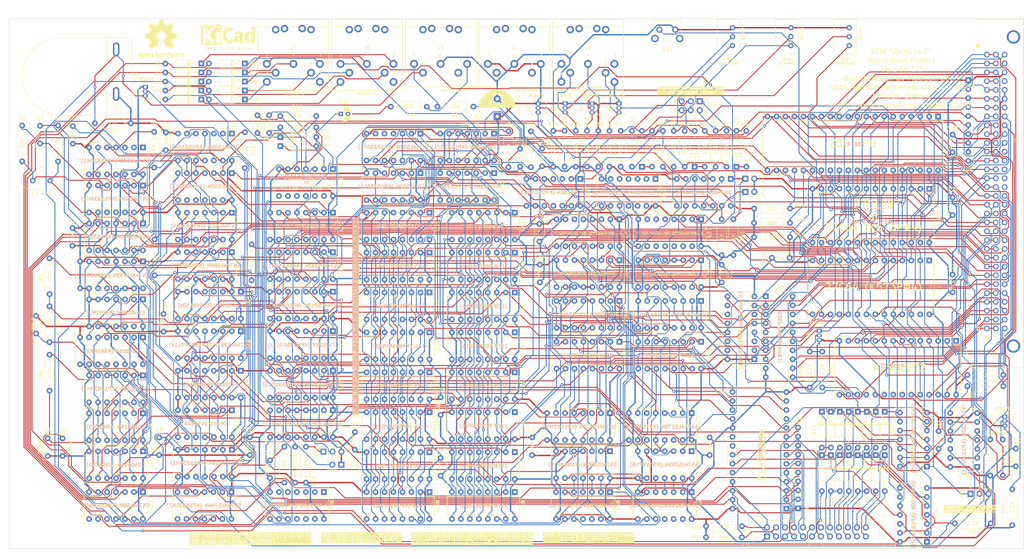
<source format=kicad_pcb>
(kicad_pcb (version 20221018) (generator pcbnew)
  (title_block (title "Компьютер Дельта-С-М") (date "2023-03-13") (rev "1") (comment 2 "Евстафьев"))
  (layers (0 "F.Cu" signal) (31 "B.Cu" signal) (36 "B.SilkS" user "B.Silkscreen") (37 "F.SilkS" user "F.Silkscreen") (38 "B.Mask" user) (39 "F.Mask" user) (44 "Edge.Cuts" user))
  (net 0 "")
  (net 1 "Net-(C1-Pad1)")
  (net 2 "Net-(C1-Pad2)")
  (net 3 "GND")
  (net 4 "Net-(C3-Pad2)")
  (net 5 "Net-(C4-Pad2)")
  (net 6 "Net-(C5-Pad2)")
  (net 7 "Net-(C6-Pad2)")
  (net 8 "Net-(C8-Pad2)")
  (net 9 "Net-(C10-Pad1)")
  (net 10 "Net-(C10-Pad2)")
  (net 11 "Net-(D30-K)")
  (net 12 "Net-(C11-Pad2)")
  (net 13 "Net-(C12-Pad1)")
  (net 14 "Net-(D30-A)")
  (net 15 "Net-(C14-Pad2)")
  (net 16 "+5V")
  (net 17 "Net-(C21-Pad1)")
  (net 18 "Net-(C22-Pad1)")
  (net 19 "СБРОСL")
  (net 20 "Net-(C32-Pad2)")
  (net 21 "Right1")
  (net 22 "JOY4")
  (net 23 "Left1")
  (net 24 "JOY3")
  (net 25 "Down1")
  (net 26 "JOY5")
  (net 27 "Up1")
  (net 28 "JOY6")
  (net 29 "Fire1")
  (net 30 "JOY7")
  (net 31 "Right2")
  (net 32 "Left2")
  (net 33 "Down2")
  (net 34 "Up2")
  (net 35 "Fire2")
  (net 36 "Net-(D11-K)")
  (net 37 "YG")
  (net 38 "Net-(D12-K)")
  (net 39 "YR")
  (net 40 "Net-(D13-K)")
  (net 41 "YB")
  (net 42 "RA15")
  (net 43 "KBD13")
  (net 44 "Net-(J8-Pin_1)")
  (net 45 "KBD16")
  (net 46 "RA13")
  (net 47 "RA8")
  (net 48 "KBD18")
  (net 49 "KBD20")
  (net 50 "Contact1")
  (net 51 "RA10")
  (net 52 "KBD22")
  (net 53 "KBD24")
  (net 54 "KBD14")
  (net 55 "RA14")
  (net 56 "KBD15")
  (net 57 "KBD17")
  (net 58 "Contact2")
  (net 59 "KBD19")
  (net 60 "KBD21")
  (net 61 "RA9")
  (net 62 "KBD23")
  (net 63 "KBD8")
  (net 64 "KBD9")
  (net 65 "KBD10")
  (net 66 "KBD11")
  (net 67 "KBD12")
  (net 68 "D0")
  (net 69 "D1")
  (net 70 "D2")
  (net 71 "D3")
  (net 72 "D4")
  (net 73 "D5")
  (net 74 "D6")
  (net 75 "D7")
  (net 76 "НПРL")
  (net 77 "MAG_IN")
  (net 78 "AUDIO")
  (net 79 "MAG_OUT")
  (net 83 "KBD2")
  (net 84 "Net-(J8-Pin_3)")
  (net 85 "Net-(J8-Pin_5)")
  (net 86 "Net-(JP1-A)")
  (net 87 "Net-(JP1-C)")
  (net 88 "Net-(JP2-C)")
  (net 89 "A13")
  (net 90 "Net-(JP3-B)")
  (net 91 "Net-(Q3-E)")
  (net 92 "UZVUK")
  (net 93 "SYNCRO")
  (net 94 "Net-(Q4-B)")
  (net 95 "GREEN")
  (net 96 "BLUE")
  (net 97 "RED")
  (net 98 "STROBL")
  (net 99 "Net-(Q5-B)")
  (net 100 "Net-(Q6-B)")
  (net 101 "Net-(Q7-B)")
  (net 102 "Net-(R2-Pad1)")
  (net 103 "BA2")
  (net 104 "Net-(Q8-B)")
  (net 105 "Net-(R6-Pad2)")
  (net 106 "Net-(R8-Pad1)")
  (net 107 "BRASL")
  (net 108 "Net-(R9-Pad2)")
  (net 109 "Net-(R10-Pad1)")
  (net 110 "MAG")
  (net 111 "Net-(U3A-C)")
  (net 112 "ТАКТ")
  (net 113 "OZUMPN")
  (net 114 "Net-(U5-C1)")
  (net 115 "RASL")
  (net 116 "MUX_S")
  (net 117 "SYNC{slash}VID")
  (net 118 "Net-(R32-Pad1)")
  (net 119 "Net-(U20B-Q)")
  (net 120 "Net-(R35-Pad1)")
  (net 121 "Net-(R36-Pad1)")
  (net 122 "Net-(R39-Pad1)")
  (net 123 "Net-(JP4-A)")
  (net 124 "ОЖИДL")
  (net 125 "ЗАПРШL")
  (net 126 "Net-(U59-Q0)")
  (net 127 "BUSY")
  (net 128 "Net-(R53-Pad1)")
  (net 129 "ЧТПЗУL")
  (net 130 "Net-(U53-Zb)")
  (net 131 "Net-(R57-Pad2)")
  (net 135 "Net-(U1-Pad5)")
  (net 136 "BCASL")
  (net 137 "ZPVDN")
  (net 138 "Net-(U72-В1)")
  (net 139 "Net-(U1-Pad10)")
  (net 140 "Net-(U66-Q1)")
  (net 141 "Net-(U11-Pad8)")
  (net 142 "ZPRGAT+")
  (net 145 "Net-(U13-Pad10)")
  (net 146 "Net-(U12-Pad4)")
  (net 147 "7MHZ")
  (net 148 "Net-(U4-QC)")
  (net 149 "ZPRGBD")
  (net 150 "Net-(U3B-D)")
  (net 151 "Net-(U20A-C)")
  (net 153 "BA0")
  (net 154 "Net-(U4-QB)")
  (net 155 "Net-(U4-QA)")
  (net 158 "BA4")
  (net 159 "Net-(U5-D2)")
  (net 160 "BA1")
  (net 162 "Net-(U5-D1)")
  (net 163 "BA5")
  (net 164 "Net-(U5-Q2o)")
  (net 166 "Net-(U6B-Q4)")
  (net 169 "Net-(U15B-Reset)")
  (net 170 "Net-(U6A-CP)")
  (net 171 "Net-(U6A-Q4)")
  (net 172 "Net-(U6B-Q3)")
  (net 174 "Net-(U7-Pad4)")
  (net 175 "Net-(U7-Pad10)")
  (net 176 "Net-(U7-Pad11)")
  (net 177 "Net-(U7-Pad12)")
  (net 178 "Net-(U10-Pad4)")
  (net 179 "Net-(U10-Pad5)")
  (net 180 "Net-(U9-Pad3)")
  (net 181 "KGIL")
  (net 182 "Net-(U18-Pad12)")
  (net 183 "KKADRAN")
  (net 184 "Net-(U10-Pad1)")
  (net 185 "Net-(U6B-Q1)")
  (net 186 "Net-(U10-Pad3)")
  (net 187 "Net-(U6B-D)")
  (net 191 "Net-(U20A-Q)")
  (net 192 "Net-(U10-Pad13)")
  (net 196 "Net-(U11-Pad12)")
  (net 197 "VIBOZUL")
  (net 198 "ВУL")
  (net 199 "A0")
  (net 206 "Net-(U13-Pad11)")
  (net 207 "TAIMS")
  (net 208 "CCML")
  (net 209 "Net-(U14-Pad3)")
  (net 210 "BMX")
  (net 211 "Net-(U20B-D)")
  (net 212 "Net-(U20A-~{S})")
  (net 215 "BA3")
  (net 216 "UPRMX")
  (net 218 "BA9")
  (net 219 "CT9")
  (net 220 "Net-(U15A-Q4)")
  (net 221 "BA8")
  (net 222 "BA10")
  (net 223 "CT4")
  (net 224 "BA11")
  (net 225 "Net-(U16-I1a)")
  (net 226 "BA6")
  (net 227 "BA7")
  (net 228 "KSGIN")
  (net 229 "Net-(U19-Pad2)")
  (net 230 "ПРL")
  (net 231 "Net-(U19-Pad10)")
  (net 232 "KRAIN")
  (net 233 "VOZUL")
  (net 234 "Net-(U16-I0b)")
  (net 235 "Net-(U16-I1b)")
  (net 243 "A7")
  (net 244 "MUX1_Y1")
  (net 245 "A8")
  (net 246 "A1")
  (net 247 "MUX1_Y2")
  (net 248 "MUX1_Y3")
  (net 249 "A2")
  (net 250 "A9")
  (net 251 "MUX1_Y4")
  (net 252 "A3")
  (net 253 "A10")
  (net 254 "ADR0")
  (net 255 "ADR1")
  (net 256 "ADR3")
  (net 257 "ADR2")
  (net 258 "A11")
  (net 259 "A4")
  (net 260 "MUX2_Y1")
  (net 261 "A12")
  (net 262 "A5")
  (net 263 "MUX2_Y2")
  (net 264 "MUX2_Y3")
  (net 265 "A6")
  (net 266 "MUX2_Y4")
  (net 267 "A14")
  (net 268 "ADR4")
  (net 269 "ADR5")
  (net 270 "BA12")
  (net 271 "ADR7")
  (net 272 "ADR6")
  (net 282 "A15")
  (net 283 "Net-(U29-Pad2)")
  (net 284 "Net-(U29-Pad12)")
  (net 288 "CHTRGL")
  (net 289 "ЧТL")
  (net 290 "Net-(U29-Pad10)")
  (net 291 "Net-(U30-Pad4)")
  (net 292 "ЗПL")
  (net 293 "Net-(U30-Pad8)")
  (net 294 "ZPRG+")
  (net 295 "ОЗУL")
  (net 297 "WEL")
  (net 298 "CASL")
  (net 300 "Net-(U20B-~{R})")
  (net 306 "Net-(U39-Pad1)")
  (net 307 "BWEL")
  (net 309 "Net-(U40-Pad6)")
  (net 310 "Net-(U40-Pad10)")
  (net 312 "BD0")
  (net 314 "BD1")
  (net 315 "Net-(U54-I0b)")
  (net 316 "BD2")
  (net 318 "BD3")
  (net 320 "BD4")
  (net 322 "BD5")
  (net 324 "BD6")
  (net 326 "BD7")
  (net 331 "Net-(U49-Pad12)")
  (net 344 "Net-(U53-S0)")
  (net 345 "Net-(U58-Q3)")
  (net 346 "Net-(U60-Zb)")
  (net 347 "Net-(U60-Za)")
  (net 348 "Net-(U53-Za)")
  (net 349 "Net-(U52-Q0)")
  (net 352 "Net-(U52-Q2)")
  (net 355 "Net-(U52-Q3)")
  (net 356 "Net-(U53-I1a)")
  (net 357 "Net-(U53-I0a)")
  (net 358 "Net-(U53-I0b)")
  (net 359 "Net-(U54-I1b)")
  (net 360 "Net-(U54-I1a)")
  (net 361 "KB3")
  (net 362 "KB5")
  (net 363 "KB7")
  (net 364 "Net-(U54-I0a)")
  (net 365 "Net-(U54-I1c)")
  (net 366 "Net-(U54-I1d)")
  (net 372 "Net-(U57-Q3)")
  (net 373 "Net-(U57-Q2)")
  (net 374 "Net-(U57-Q1)")
  (net 375 "Net-(U57-Q0)")
  (net 376 "Net-(U58-Ds)")
  (net 390 "Net-(U60-I1a)")
  (net 391 "Net-(U60-I0a)")
  (net 392 "Net-(U60-I0b)")
  (net 393 "Net-(U61-I1b)")
  (net 394 "KB1")
  (net 395 "KB2")
  (net 396 "KB4")
  (net 397 "KB0")
  (net 398 "Net-(U61-I1a)")
  (net 399 "Net-(U61-I1c)")
  (net 400 "Net-(U61-I1d)")
  (net 406 "Net-(U64-Q3)")
  (net 407 "Net-(U64-Q2)")
  (net 408 "Net-(U64-Q1)")
  (net 409 "Net-(U64-Q0)")
  (net 416 "Net-(U66-Cp)")
  (net 419 "B32_SNP")
  (net 420 "A31_SNP")
  (net 421 "B31_SNP")
  (net 422 "A30_SNP")
  (net 423 "B30_SNP")
  (net 424 "A29_SNP")
  (net 425 "A19_SNP")
  (net 426 "B19_SNP")
  (net 429 "Net-(U67-STB)")
  (net 431 "СТОПL")
  (net 432 "ПЗШL")
  (net 433 "M1L")
  (net 434 "РГНL")
  (net 436 "OE0L")
  (net 439 "OE1L")
  (net 442 "B22_SNP")
  (net 443 "B28_SNP")
  (net 444 "A28_SNP")
  (net 445 "B29_SNP")
  (net 446 "B21_SNP")
  (net 450 "Net-(U75-Pad6)")
  (net 454 "unconnected-(J1-Pad4)")
  (net 464 "Net-(JP5-A)")
  (footprint "Delta_s_m_lib:DIP-14_W7.62mm_Socket" (layer "F.Cu") (at 132.597 103.922 -90)
    (fp_text reference "U11")
    (fp_text value "IN74ALS00N (КР1533ЛА3)")
  )
  (footprint "Delta_s_m_lib:R_Axial_DIN0207_L6.3mm_D2.5mm_P10.16mm_Horizontal" (layer "F.Cu") (at 254.512 113.31 90)
    (fp_text reference "R35")
    (fp_text value "470")
  )
  (footprint "Delta_s_m_lib:R_Axial_DIN0207_L6.3mm_D2.5mm_P10.16mm_Horizontal" (layer "F.Cu") (at 340.618 175.413)
    (fp_text reference "R53")
    (fp_text value "510")
  )
  (footprint "Delta_s_m_lib:DIP-14_W7.62mm_Socket" (layer "F.Cu") (at 239.531 193.838 -90)
    (fp_text reference "U57")
    (fp_text value "SN74LS295N_(К555ИР16)")
  )
  (footprint "Delta_s_m_lib:DIP-16_W7.62mm_Socket" (layer "F.Cu") (at 161.177 182.2341 -90)
    (fp_text reference "U27")
    (fp_text value "SN74ALS253N (КР1533КП12)")
  )
  (footprint "Delta_s_m_lib:DIP-16_W7.62mm_Socket" (layer "F.Cu") (at 188.487 182.7955 -90)
    (fp_text reference "U36")
    (fp_text value "RU5D1" hide)
  )
  (footprint "Delta_s_m_lib:DIN-5-Variable" (layer "F.Cu") (at 191.647 84.187)
    (fp_text reference "J3")
    (fp_text value "DIN-5 Audio")
  )
  (footprint "MountingHole:MountingHole_3mm" (layer "F.Cu") (at 321.6 76.7)
    (fp_text reference "H1" hide)
    (fp_text value "MountingHole_3mm" hide)
  )
  (footprint "Delta_s_m_lib:DIN-7-Variable" (layer "F.Cu") (at 170.819 84.187)
    (fp_text reference "J6")
    (fp_text value "Joystick 1")
  )
  (footprint "Delta_s_m_lib:DIP-14_W7.62mm_Socket" (layer "F.Cu") (at 107.461 129.359 -90)
    (fp_text reference "U3")
    (fp_text value "SN74ALS74AN (КР1533ТМ2)")
  )
  (footprint "delta:ZM-Piezo Buzzer-2207T2" (layer "F.Cu") (at 97.2728 98.71 90)
    (fp_text reference "LS1")
    (fp_text value "Speaker")
  )
  (footprint "Delta_s_m_lib:DIP-16_W7.62mm_Socket" (layer "F.Cu") (at 212.612 148.8964 -90)
    (fp_text reference "U43")
    (fp_text value "2118 (КР565РУ6)")
  )
  (footprint "Delta_s_m_lib:R_Axial_DIN0207_L6.3mm_D2.5mm_P10.16mm_Horizontal" (layer "F.Cu") (at 81.03 149.378 90)
    (fp_text reference "R5")
    (fp_text value "10K")
  )
  (footprint "Delta_s_m_lib:DIP-16_W7.62mm_Socket" (layer "F.Cu") (at 212.612 205.395 -90)
    (fp_text reference "U48")
    (fp_text value "2118 (КР565РУ6)")
  )
  (footprint "Delta_s_m_lib:DIP-14_W7.62mm_Socket" (layer "F.Cu") (at 262.645 193.838 -90)
    (fp_text reference "U64")
    (fp_text value "SN74LS295N_(К555ИР16)")
  )
  (footprint "Delta_s_m_lib:R_Axial_DIN0207_L6.3mm_D2.5mm_P10.16mm_Horizontal" (layer "F.Cu") (at 347.095 200.686 90)
    (fp_text reference "R54")
    (fp_text value "510")
  )
  (footprint "Connector_PinHeader_2.54mm:PinHeader_1x03_P2.54mm_Vertical" (layer "F.Cu") (at 158.515 193.955 90)
    (fp_text reference "JP1")
    (fp_text value "Jumper_3_Bridged12")
  )
  (footprint "Delta_s_m_lib:C_Disc_D7.0mm_W2.5mm_P5.00mm" (layer "F.Cu") (at 271.149 146.036 90)
    (fp_text reference "C23")
    (fp_text value "0.1μF")
  )
  (footprint "Delta_s_m_lib:C_Disc_D7.0mm_W2.5mm_P5.00mm" (layer "F.Cu") (at 219.587 134.479 90)
    (fp_text reference "C19")
    (fp_text value "0.1μF")
  )
  (footprint "Delta_s_m_lib:TO-92_Inline" (layer "F.Cu") (at 219.227 95.403 -90)
    (fp_text reference "Q3")
    (fp_text value "BC547B")
  )
  (footprint "Delta_s_m_lib:R_Axial_DIN0207_L6.3mm_D2.5mm_P10.16mm_Horizontal" (layer "F.Cu") (at 353.318 214.783 90)
    (fp_text reference "R56")
    (fp_text value "2.2K")
  )
  (footprint "Delta_s_m_lib:DIP-16_W7.62mm_Socket" (layer "F.Cu") (at 161.177 137.4843 -90)
    (fp_text reference "U23")
    (fp_text value "SN74ALS253N (КР1533КП12)")
  )
  (footprint "Delta_s_m_lib:DIP-14_W7.62mm_Socket" (layer "F.Cu") (at 231.144 116.749 -90)
    (fp_text reference "U49")
    (fp_text value "SN74ALS04 (КР1533ЛН1)")
  )
  (footprint "Delta_s_m_lib:C_Disc_D7.0mm_W2.5mm_P5.00mm" (layer "F.Cu") (at 354.334 198.106 90)
    (fp_text reference "C30")
    (fp_text value "0.1μF")
  )
  (footprint "Delta_s_m_lib:DIP-16_W7.62mm_Socket" (layer "F.Cu") (at 188.487 148.8964 -90)
    (fp_text reference "U33")
    (fp_text value "RU5D1" hide)
  )
  (footprint "Delta_s_m_lib:C_Disc_D7.0mm_W2.5mm_P5.00mm" (layer "F.Cu") (at 143.133 98.745 -90)
    (fp_text reference "C10")
    (fp_text value "0.1µF")
  )
  (footprint "Delta_s_m_lib:DIP-16_W7.62mm_Socket" (layer "F.Cu") (at 188.487 205.395 -90)
    (fp_text reference "U38")
    (fp_text value "RU5D1" hide)
  )
  (footprint "Delta_s_m_lib:R_Axial_DIN0207_L6.3mm_D2.5mm_P10.16mm_Horizontal" (layer "F.Cu") (at 274.451 128.169 -90)
    (fp_text reference "R46")
    (fp_text value "1K")
  )
  (footprint "Delta_s_m_lib:DIP-16_W7.62mm_Socket" (layer "F.Cu") (at 265.317 128.179 -90)
    (fp_text reference "U59")
    (fp_text value "SN74ALS175N (КР1533ТМ8)")
  )
  (footprint "Delta_s_m_lib:Potentiometer_Bourns_3299X_Horizontal" (layer "F.Cu") (at 274.197 79.018 -90)
    (fp_text reference "RV42")
    (fp_text value "22K")
  )
  (footprint "Symbol:KiCad-Logo2_6mm_SilkScreen" (layer "F.Cu") (at 131.572 75.7936)
    (fp_text reference "Log1" hide)
    (fp_text value "KiCad-Logo2_6mm_SilkScreen" hide)
  )
  (footprint "Delta_s_m_lib:R_Axial_DIN0207_L6.3mm_D2.5mm_P10.16mm_Horizontal" (layer "F.Cu") (at 299.597 165.634 -90)
    (fp_text reference "R51")
    (fp_text value "2.2K")
  )
  (footprint "Delta_s_m_lib:DIP-14_W7.62mm_Socket" (layer "F.Cu") (at 107.461 172.359 -90)
    (fp_text reference "U7")
    (fp_text value "SN74ALS04 (КР1533ЛН1)")
  )
  (footprint "Delta_s_m_lib:DIP-14_W7.62mm_Socket" (layer "F.Cu") (at 185.937 115.1094 -90)
    (fp_text reference "U30")
    (fp_text value "IN74ALS02N (КР1533ЛЕ1)")
  )
  (footprint "Delta_s_m_lib:D_DO-35_SOD27_P10.16mm_Horizontal" (layer "F.Cu") (at 309.63 182.652 -90)
    (fp_text reference "D26" hide)
    (fp_text value "1N4148 (КД522Б)")
  )
  (footprint "Delta_s_m_lib:D_DO-35_SOD27_P10.16mm_Horizontal" (layer "F.Cu") (at 123.956 84.1 180)
    (fp_text reference "D1")
    (fp_text value "1N4148 (КД522Б)")
  )
  (footprint "Delta_s_m_lib:C_Disc_D7.0mm_W2.5mm_P5.00mm" (layer "F.Cu") (at 191.647 183.541 90)
    (fp_text reference "C16")
    (fp_text value "0.1μF")
  )
  (footprint "Delta_s_m_lib:DIP-16_W7.62mm_Socket" (layer "F.Cu") (at 212.612 194.0953 -90)
    (fp_text reference "U47")
    (fp_text value "2118 (КР565РУ6)")
  )
  (footprint "Delta_s_m_lib:R_Axial_DIN0207_L6.3mm_D2.5mm_P10.16mm_Horizontal" (layer "F.Cu") (at 110.621 113.564 90)
    (fp_text reference "R8")
    (fp_text value "160")
  )
  (footprint "Delta_s_m_lib:R_Axial_DIN0207_L6.3mm_D2.5mm_P10.16mm_Horizontal" (layer "F.Cu") (at 278.134 103.15 -90)
    (fp_text reference "R41")
    (fp_text value "2.7K")
  )
  (footprint "Delta_s_m_lib:DIP-16_W7.62mm_Socket" (layer "F.Cu") (at 242.203 128.179 -90)
    (fp_text reference "U52")
    (fp_text value "SN74ALS175N (КР1533ТМ8)")
  )
  (footprint "Delta_s_m_lib:R_Axial_DIN0207_L6.3mm_D2.5mm_P10.16mm_Horizontal" (layer "F.Cu") (at 236.224 113.31 90)
    (fp_text reference "R15")
    (fp_text value "510")
  )
  (footprint "Connector_PinHeader_2.54mm:PinHeader_1x02_P2.54mm_Vertical" (layer "F.Cu") (at 163.565 197.638 -90)
    (fp_text reference "JP3")
    (fp_text value "Jumper_2_Open")
  )
  (footprint "Delta_s_m_lib:D_DO-35_SOD27_P10.16mm_Horizontal" (layer "F.Cu") (at 302.01 182.652 -90)
    (fp_text reference "D23" hide)
    (fp_text value "1N4148 (КД522Б)")
  )
  (footprint "Delta_s_m_lib:DIP-14_W7.62mm_Socket" (layer "F.Cu") (at 206.765 103.922 -90)
    (fp_text reference "U39")
    (fp_text value "IN74ALS32N (КР1533ЛЛ1)")
  )
  (footprint "Delta_s_m_lib:C_Disc_D7.0mm_W2.5mm_P5.00mm" (layer "F.Cu") (at 220.349 108.1512 -90)
    (fp_text reference "C22")
    (fp_text value "82pF")
  )
  (footprint "Delta_s_m_lib:D_DO-35_SOD27_P10.16mm_Horizontal" (layer "F.Cu") (at 136.275 91.72 180)
    (fp_text reference "D9")
    (fp_text value "1N4148 (КД522Б)")
  )
  (footprint "MountingHole:MountingHole_5.3mm_M5" (layer "F.Cu") (at 81.3 211)
    (fp_text reference "H6" hide)
    (fp_text value "MountingHole_5.3mm_M5" hide)
  )
  (footprint "Delta_s_m_lib:C_Disc_D7.0mm_W2.5mm_P5.00mm" (layer "F.Cu") (at 290.326 139.091 180)
    (fp_text reference "C25")
    (fp_text value "0.1μF")
  )
  (footprint "Delta_s_m_lib:DIP-14_W7.62mm_Socket" (layer "F.Cu") (at 107.456 205.395 -90)
    (fp_text reference "U10")
    (fp_text value "SN74ALS08 (КР1533ЛИ1)")
  )
  (footprint "Delta_s_m_lib:DIP-16_W7.62mm_Socket" (layer "F.Cu") (at 265.317 151.293 -90)
    (fp_text reference "U61")
    (fp_text value "SN74ALS298N (КР1533КП13)")
  )
  (footprint "Delta_s_m_lib:DIP-14_W7.62mm_Socket" (layer "F.Cu") (at 185.937 103.922 -90)
    (fp_text reference "U29")
    (fp_text value "IN74ALS32N (КР1533ЛЛ1)")
  )
  (footprint "Delta_s_m_lib:DIP-14_W7.62mm_Socket" (layer "F.Cu") (at 107.461 183.109 -90)
    (fp_text reference "U8")
    (fp_text value "СD4001АN (К561ЛЕ5)")
  )
  (footprint "Delta_s_m_lib:D_DO-35_SOD27_P10.16mm_Horizontal" (layer "F.Cu") (at 299.47 182.652 -90)
    (fp_text reference "D22")
    (fp_text value "1N4148 (КД522Б)")
  )
  (footprint "Delta_s_m_lib:R_Axial_DIN0207_L6.3mm_D2.5mm_P10.16mm_Horizontal" (layer "F.Cu") (at 251.4172 103.15 -90)
    (fp_text reference "R34")
    (fp_text value "2.7K")
  )
  (footprint "Delta_s_m_lib:DIP-28_W15.24mm_Socket" (layer "F.Cu") (at 337.443 162.586 -90)
    (fp_text reference "U72")
    (fp_text value "КР556РТ2")
  )
  (footprint "Delta_s_m_lib:R_Axial_DIN0207_L6.3mm_D2.5mm_P10.16mm_Horizontal" (layer "F.Cu") (at 239.399 103.15 -90)
    (fp_text reference "R30")
    (fp_text value "220")
  )
  (footprint "Delta_s_m_lib:DIP-14_W7.62mm_Socket" (layer "F.Cu") (at 132.597 126.2969 -90)
    (fp_text reference "U13")
    (fp_text value "SN74ALS10 (КР1533ЛА4)")
  )
  (footprint "Delta_s_m_lib:D_DO-35_SOD27_P10.16mm_Horizontal" (layer "F.Cu") (at 146.308 104.928)
    (fp_text reference "D30")
    (fp_text value "1N4148 (КД522Б)")
  )
  (footprint "Delta_s_m_lib:C_Disc_D7.0mm_W2.5mm_P5.00mm" (layer "F.Cu") (at 80.522 195.185 90)
    (fp_text reference "C4")
    (fp_text value "1000pF")
  )
  (footprint "Delta_s_m_lib:DIP-16_W7.62mm_Socket" (layer "F.Cu") (at 265.317 139.736 -90)
    (fp_text reference "U60")
    (fp_text value "SN74ALS153N (КР1533КП2)")
  )
  (footprint "Delta_s_m_lib:DIP-14_W7.62mm_Socket" (layer "F.Cu") (at 161.172 113.955 -90)
    (fp_text reference "U21")
    (fp_text value "SN74ALS04 (КР1533ЛН1)")
  )
  (footprint "Delta_s_m_lib:R_Axial_DIN0207_L6.3mm_D2.5mm_P10.16mm_Horizontal" (layer "F.Cu") (at 296.041 175.794 90)
    (fp_text reference "R50")
    (fp_text value "2.2K")
  )
  (footprint "Delta_s_m_lib:C_Disc_D7.0mm_W2.5mm_P5.00mm" (layer "F.Cu") (at 84.713 195.185 90)
    (fp_text reference "C5")
    (fp_text value "1000pF")
  )
  (footprint "Delta_s_m_lib:DIP-14_W7.62mm_Socket" (layer "F.Cu") (at 252.419 116.749 -90)
    (fp_text reference "U50")
    (fp_text value "SN74ALS86N (КР1533ЛП5)")
  )
  (footprint "Delta_s_m_lib:snp59_96_female_angle_3" (layer "F.Cu") (at 351.159 81.56 90)
    (fp_text reference "J1")
    (fp_text value "SNP")
  )
  (footprint "Delta_s_m_lib:C_Disc_D7.0mm_W2.5mm_P5.00mm" (layer "F.Cu") (at 77.22 155.514 -90)
    (fp_text reference "C3")
    (fp_text value "220pF")
  )
  (footprint "Delta_s_m_lib:DIP-14_W7.62mm_Socket" (layer "F.Cu") (at 132.465 205.395 -90)
    (fp_text reference "U20")
    (fp_text value "SN74ALS74AN (КР1533ТМ2)")
  )
  (footprint "Resistor_THT:R_Array_SIP10" (layer "F.Cu") (at 340.872 88.799 -90)
    (fp_text reference "DA2")
    (fp_text value "10K")
  )
  (footprint "Delta_s_m_lib:D_DO-35_SOD27_P10.16mm_Horizontal" (layer "F.Cu") (at 307.09 194.971 -90)
    (fp_text reference "D17")
    (fp_text value "1N4148 (КД522Б)")
  )
  (footprint "Delta_s_m_lib:R_Axial_DIN0207_L6.3mm_D2.5mm_P10.16mm_Horizontal" (layer "F.Cu") (at 245.749 103.15 -90)
    (fp_text reference "R33")
    (fp_text value "3K")
  )
  (footprint "Delta_s_m_lib:PinHeader_2x03_P2.54mm_Vertical" (layer "F.Cu") (at 264.911 94.763 -90)
    (fp_text reference "JP6")
    (fp_text value "RGB/Composite")
  )
  (footprint "Delta_s_m_lib:R_Axial_DIN0207_L6.3mm_D2.5mm_P10.16mm_Horizontal" (layer "F.Cu") (at 266.704 218.212)
    (fp_text reference "R59")
    (fp_text value "10K")
  )
  (footprint "Delta_s_m_lib:D_DO-35_SOD27_P10.16mm_Horizontal" (layer "F.Cu") (at 263.5036 113.31 90)
    (fp_text reference "D12")
    (fp_text value "1N4148 (КД522Б)")
  )
  (footprint "Delta_s_m_lib:DIP-16_W7.62mm_Socket" (layer "F.Cu") (at 161.177 126.2969 -90)
    (fp_text reference "U22")
    (fp_text value "74LS257 (КР1533КП11А)")
  )
  (footprint "Delta_s_m_lib:DIP-16_W7.62mm_Socket" (layer "F.Cu") (at 212.612 160.1961 -90)
    (fp_text reference "U44")
    (fp_text value "2118 (КР565РУ6)")
  )
  (footprint "Delta_s_m_lib:C_Disc_D7.0mm_W2.5mm_P5.00mm" (layer "F.Cu") (at 113.288 160.006 90)
    (fp_text reference "C8")
    (fp_text value "120pF")
  )
  (footprint "Delta_s_m_lib:DIP-14_W7.62mm_Socket" (layer "F.Cu") (at 107.461 150.859 -90)
    (fp_text reference "U5")
    (fp_text value "СD4013АN_(К561ТМ2)")
  )
  (footprint "Delta_s_m_lib:D_DO-35_SOD27_P10.16mm_Horizontal" (layer "F.Cu") (at 123.956 86.64 180)
    (fp_text reference "D2")
    (fp_text value "1N4148 (КД522Б)")
  )
  (footprint "Delta_s_m_lib:D_DO-35_SOD27_P10.16mm_Horizontal" (layer "F.Cu") (at 136.275 86.64 180)
    (fp_text reference "D7")
    (fp_text value "1N4148 (КД522Б)")
  )
  (footprint "Delta_s_m_lib:D_DO-35_SOD27_P10.16mm_Horizontal" (layer "F.Cu") (at 312.17 182.652 -90)
    (fp_text reference "D27" hide)
    (fp_text value "1N4148 (КД522Б)")
  )
  (footprint "Symbol:OSHW-Logo2_14.6x12mm_SilkScreen" (layer "F.Cu") (at 112.6236 77.216)
    (fp_text reference "Log2" hide)
    (fp_text value "OSHW-Logo2_14.6x12mm_SilkScreen" hide)
  )
  (footprint "Delta_s_m_lib:DIP-14_W7.62mm_Socket" (layer "F.Cu") (at 107.446 107.849 -90)
    (fp_text reference "U1")
    (fp_text value "SN74ALS08 (КР1533ЛИ1)")
  )
  (footprint "Delta_s_m_lib:R_Axial_DIN0207_L6.3mm_D2.5mm_P10.16mm_Horizontal" (layer "F.Cu") (at 136.275 113.691 90)
    (fp_text reference "R10")
    (fp_text value "330")
  )
  (footprint "Delta_s_m_lib:C_Disc_D7.0mm_W2.5mm_P5.00mm" (layer "F.Cu") (at 78.363 106.706 90)
    (fp_text reference "C1")
    (fp_text value "120pF")
  )
  (footprint "Connector_PinHeader_2.54mm:PinHeader_1x02_P2.54mm_Vertical" (layer "F.Cu") (at 277.8202 116.6876 90)
    (fp_text reference "JP4")
    (fp_text value "Jumper_2_Open")
  )
  (footprint "Delta_s_m_lib:DIP-16_W7.62mm_Socket" (layer "F.Cu") (at 265.317 162.85 -90)
    (fp_text reference "U62")
    (fp_text value "74LS257 (КР1533КП11А)")
  )
  (footprint "Delta_s_m_lib:R_Axial_DIN0207_L6.3mm_D2.5mm_P10.16mm_Horizontal" (layer "F.Cu") (at 150.499 202.718 90)
    (fp_text reference "R14")
    (fp_text value "10K")
  )
  (footprint "Delta_s_m_lib:DIP-14_W7.62mm_Socket" (layer "F.Cu") (at 343.402 198.278 180)
    (fp_text reference "U75")
    (fp_text value "IN74ALS32N (КР1533ЛЛ1)")
  )
  (footprint "Delta_s_m_lib:Potentiometer_Bourns_3299X_Horizontal" (layer "F.Cu") (at 290.698 79.018 -90)
    (fp_text reference "RV43")
    (fp_text value "22K")
  )
  (footprint "Delta_s_m_lib:D_DO-35_SOD27_P10.16mm_Horizontal" (layer "F.Cu") (at 302.01 194.971 -90)
    (fp_text reference "D15")
    (fp_text value "1N4148 (КД522Б)")
  )
  (footprint "Delta_s_m_lib:DIP-16_W7.62mm_Socket" (layer "F.Cu") (at 212.612 126.2969 -90)
    (fp_text reference "U41")
    (fp_text value "2118 (КР565РУ6)")
  )
  (footprint "Delta_s_m_lib:D_DO-35_SOD27_P10.16mm_Horizontal" (layer "F.Cu") (at 146.315 107.468)
    (fp_text reference "D31")
    (fp_text value "1N4148 (КД522Б)")
  )
  (footprint "Delta_s_m_lib:TO-92_Inline" (layer "F.Cu") (at 234.467 95.403 -90)
    (fp_text reference "Q5")
    (fp_text value "BC547B")
  )
  (footprint "Delta_s_m_lib:D_DO-35_SOD27_P10.16mm_Horizontal" (layer "F.Cu") (at 317.25 182.652 -90)
    (fp_text reference "D29")
    (fp_text value "1N4148 (КД522Б)")
  )
  (footprint "Delta_s_m_lib:DIP-16_W7.62mm_Socket" (layer "F.Cu") (at 188.487 137.5966 -90)
    (fp_text reference "U32")
    (fp_text value "RU5D1" hide)
  )
  (footprint "Delta_s_m_lib:DIP-14_W7.62mm_Socket" (layer "F.Cu") (at 132.597 115.1094 -90)
    (fp_text reference "U12")
    (fp_text value "IN74ALS02N (КР1533ЛЕ1)")
  )
  (footprint "Delta_s_m_lib:DIP-28_W15.24mm_Socket" (layer "F.Cu") (at 329.838 139.848 -90)
    (fp_text reference "U71")
    (fp_text value "27C64")
  )
  (footprint "Delta_s_m_lib:DIP-16_W7.62mm_Socket" (layer "F.Cu") (at 212.612 171.4958 -90)
    (fp_text reference "U45")
    (fp_text value "2118 (КР565РУ6)")
  )
  (footprint "Delta_s_m_lib:R_Axial_DIN0207_L6.3mm_D2.5mm_P10.16mm_Horizontal" (layer "F.Cu") (at 223.524 103.15 -90)
    (fp_text reference "R24")
    (fp_text value "220")
  )
  (footprint "Delta_s_m_lib:C_Disc_D7.0mm_W2.5mm_P5.00mm" (layer "F.Cu") (at 336.427 126.986 90)
    (fp_text reference "C27")
    (fp_text value "0.1μF")
  )
  (footprint "Delta_s_m_lib:R_Axial_DIN0207_L6.3mm_D2.5mm_P10.16mm_Horizontal" (layer "F.Cu") (at 280.293 133.249)
    (fp_text reference "R49")
    (fp_text value "100K")
  )
  (footprint "Delta_s_m_lib:C_Disc_D7.0mm_W2.5mm_P5.00mm" (layer "F.Cu") (at 87.507 135.659 90)
    (fp_text reference "C2")
    (fp_text value "0.1μF")
  )
  (footprint "Delta_s_m_lib:DIP-14_W7.62mm_Socket" (layer "F.Cu") (at 132.592 137.4843 -90)
    (fp_text reference "U14")
    (fp_text value "SN74ALS86N (КР1533ЛП5)")
  )
  (footprint "Delta_s_m_lib:DIP-16_W7.62mm_Socket" (layer "F.Cu") (at 107.461 161.609 -90)
    (fp_text reference "U6")
    (fp_text value "CD4015A (К561ИР2)")
  )
  (footprint "Delta_s_m_lib:D_DO-35_SOD27_P10.16mm_Horizontal" (layer "F.Cu") (at 312.17 194.971 -90)
    (fp_text reference "D19")
    (fp_text value "1N4148 (КД522Б)")
  )
  (footprint "Delta_s_m_lib:C_Disc_D7.0mm_W2.5mm_P5.00mm" (layer "F.Cu") (at 113.923 103.604 -90)
    (fp_text reference "C6")
    (fp_text value "120pF")
  )
  (footprint "Delta_s_m_lib:DIP-14_W7.62mm_Socket" (layer "F.Cu") (at 132.597 182.2341 -90)
    (fp_text reference "U18")
    (fp_text value "CD4011 (К561ЛА7)")
  )
  (footprint "Delta_s_m_lib:DIP-14_W7.62mm_Socket" (layer "F.Cu") (at 262.64 205.419 -90)
    (fp_text reference "U65")
    (fp_text value "SN74LS295N_(К555ИР16)")
  )
  (footprint "Delta_s_m_lib:DIP-40_W15.24mm_Socket" (layer "F.Cu") (at 332.358 99.081 -90)
    (fp_text reference "U69")
    (fp_text value "Z80CPU")
  )
  (footprint "Delta_s_m_lib:TO-92_Inline" (layer "F.Cu") (at 298.729 159.792 -90)
    (fp_text reference "Q8")
    (fp_text value "BC547B")
  )
  (footprint "Delta_s_m_lib:R_Axial_DIN0207_L6.3mm_D2.5mm_P10.16mm_Horizontal" (layer "F.Cu") (at 93.857 100.991)
    (fp_text reference "R7")
    (fp_text value "220")
  )
  (footprint "Delta_s_m_lib:R_Axial_DIN0207_L6.3mm_D2.5mm_P10.16mm_Horizontal" (layer "F.Cu") (at 187.71 96.292 180)
    (fp_text reference "R20")
    (fp_text value "560")
  )
  (footprint "Delta_s_m_lib:D_DO-35_SOD27_P10.16mm_Horizontal" (layer "F.Cu") (at 123.956 91.72 180)
    (fp_text reference "D4")
    (fp_text value "1N4148 (КД522Б)")
  )
  (footprint "Delta_s_m_lib:D_DO-35_SOD27_P10.16mm_Horizontal" (layer "F.Cu") (at 136.275 89.18 180)
    (fp_text reference "D8")
    (fp_text value "1N4148 (КД522Б)")
  )
  (footprint "Delta_s_m_lib:DIP-14_W7.62mm_Socket" (layer "F.Cu") (at 329.178 198.151 180)
    (fp_text reference "U73")
    (fp_text value "SN74ALS08 (КР1533ЛИ1)")
  )
  (footprint "Delta_s_m_lib:DIP-16_W7.62mm_Socket" (layer "F.Cu") (at 188.487 160.1961 -90)
    (fp_text reference "U34")
    (fp_text value "RU5D1" hide)
  )
  (footprint "Delta_s_m_lib:C_Disc_D7.0mm_W2.5mm_P5.00mm" (layer "F.Cu") (at 137.672 194.931 90)
    (fp_text reference "C13")
    (fp_text value "0.1μF")
  )
  (footprint "Delta_s_m_lib:DIN-7-Variable" (layer "F.Cu") (at 149.991 84.187)
    (fp_text reference "J7")
    (fp_text value "Joystick 2")
  )
  (footprint "Delta_s_m_lib:D_DO-35_SOD27_P10.16mm_Horizontal" (layer "F.Cu") (at 304.55 194.971 -90)
    (fp_text reference "D16")
    (fp_text value "1N4148 (КД522Б)")
  )
  (footprint "Delta_s_m_lib:D_DO-35_SOD27_P10.16mm_Horizontal" (layer "F.Cu") (at 123.956 89.18 180)
    (fp_text reference "D3")
    (fp_text value "1N4148 (КД522Б)")
  )
  (footprint "Delta_s_m_lib:C_Disc_D7.0mm_W2.5mm_P5.00mm" (layer "F.Cu") (at 332.49 193.153 90)
    (fp_text reference "C29")
    (fp_text value "0.1μF")
  )
  (footprint "Delta_s_m_lib:C_Disc_D7.0mm_W2.5mm_P5.00mm" (layer "F.Cu") (at 336.427 148.83 90)
    (fp_text reference "C26")
    (fp_text value "0.1μF")
  )
  (footprint "Delta_s_m_lib:DIP-14_W7.62mm_Socket" (layer "F.Cu") (at 206.765 115.1094 -90)
    (fp_text reference "U40")
    (fp_text value "IN74ALS00N (КР1533ЛА3)")
  )
  (footprint "Delta_s_m_lib:R_Axial_DIN0207_L6.3mm_D2.5mm_P10.16mm_Horizontal" (layer "F.Cu") (at 271.149 128.169 -90)
    (fp_text reference "R45")
    (fp_text value "1K")
  )
  (footprint "Delta_s_m_lib:DIP-28_W15.24mm_Socket" (layer "F.Cu") (at 329.838 119.528 -90)
    (fp_text reference "U70")
    (fp_text value "27C64" hide)
  )
  (footprint "MountingHole:MountingHole_5.3mm_M5" (layer "F.Cu") (at 72.6 75.9)
    (fp_text reference "H5" hide)
    (fp_text value "MountingHole_5.3mm_M5" hide)
  )
  (footprint "Delta_s_m_lib:R_Axial_DIN0207_L6.3mm_D2.5mm_P10.16mm_Horizontal" (layer "F.Cu") (at 138.18 135.281 -90)
    (fp_text reference "R19")
    (fp_text value "180")
  )
  (footprint "Delta_s_m_lib:DIP-20_W7.62mm_Socket" (layer "F.Cu") (at 283.595 150.013)
    (fp_text reference "U67")
    (fp_text value "8282 (КР580ИР82)")
  )
  (footprint "Delta_s_m_lib:D_DO-35_SOD27_P10.16mm_Horizontal" (layer "F.Cu") (at 299.47 194.971 -90)
    (fp_text reference "D14")
    (fp_text value "1N4148 (КД522Б)")
  )
  (footprint "Delta_s_m_lib:R_Axial_DIN0207_L6.3mm_D2.5mm_P10.16mm_Horizontal" (layer "F.Cu") (at 242.574 113.31 90)
    (fp_text reference "R32")
    (fp_text value "470")
  )
  (footprint "Delta_s_m_lib:R_Axial_DIN0207_L6.3mm_D2.5mm_P10.16mm_Horizontal" (layer "F.Cu") (at 200.918 96.292 180)
    (fp_text reference "R21")
    (fp_text value "10K")
  )
  (footprint "Delta_s_m_lib:D_DO-35_SOD27_P10.16mm_Horizontal" (layer "F.Cu") (at 309.63 194.971 -90)
    (fp_text reference "D18")
    (fp_text value "1N4148 (КД522Б)")
  )
  (footprint "Delta_s_m_lib:R_Axial_DIN0207_L6.3mm_D2.5mm_P10.16mm_Horizontal" (layer "F.Cu") (at 153.547 202.718 90)
    (fp_text reference "R16")
    (fp_text value "10K")
  )
  (footprint "Delta_s_m_lib:R_Axial_DIN0207_L6.3mm_D2.5mm_P10.16mm_Horizontal" (layer "F.Cu") (at 272.5059 113.31 90)
    (fp_text reference "R37")
    (fp_text value "1.5K")
  )
  (footprint "MountingHole:MountingHole_5.3mm_M5" (layer "F.Cu") (at 339.6 78.4)
    (fp_text reference "H2" hide)
    (fp_text value "MountingHole_5.3mm_M5" hide)
  )
  (footprint "Delta_s_m_lib:D_DO-35_SOD27_P10.16mm_Horizontal" (layer "F.Cu") (at 248.5831 113.31 90)
    (fp_text reference "D11")
    (fp_text value "1N4148 (КД522Б)")
  )
  (footprint "Delta_s_m_lib:R_Axial_DIN0207_L6.3mm_D2.5mm_P10.16mm_Horizontal" (layer "F.Cu") (at 110.748 133.884 -90)
    (fp_text reference "R9")
    (fp_text value "160")
  )
  (footprint "Delta_s_m_lib:C_Disc_D7.0mm_W2.5mm_P5.00mm" (layer "F.Cu") (at 87.634 106.793 90)
    (fp_text reference "C32")
    (fp_text value "82pF")
  )
  (footprint "Delta_s_m_lib:DIP-28_W15.24mm_Socket" (layer "F.Cu") (at 289.437 210.099 180)
    (fp_text reference "U68")
    (fp_text value "КР556РТ2")
  )
  (footprint "Delta_s_m_lib:R_Axial_DIN0207_L6.3mm_D2.5mm_P10.16mm_Horizontal" (layer "F.Cu") (at 233.049 103.15 -90)
    (fp_text reference "R28")
    (fp_text value "220")
  )
  (footprint "Delta_s_m_lib:DIN-7-Variable" (layer "F.Cu") (at 233.303 84.187)
    (fp_text reference "J2")
    (fp_text value "DIN-7 Video")
  )
  (footprint "Delta_s_m_lib:C_Disc_D7.0mm_W2.5mm_P5.00mm" (layer "F.Cu") (at 219.714 146.036 90)
    (fp_text reference "C18")
    (fp_text value "0.1μF")
  )
  (footprint "Delta_s_m_lib:C_Disc_D7.0mm_W2.5mm_P5.00mm" (layer "F.Cu") (at 167.39 193.407 90)
    (fp_text reference "C31")
    (fp_text value "0.1μF")
  )
  (footprint "Delta_s_m_lib:DIP-16_W7.62mm_Socket" (layer "F.Cu") (at 161.177 148.6718 -90)
    (fp_text reference "U24")
    (fp_text value "SN74ALS253N (КР1533КП12)")
  )
  (footprint "Delta_s_m_lib:R_Axial_DIN0207_L6.3mm_D2.5mm_P10.16mm_Horizontal" (layer "F.Cu") (at 83.443 101.626 -90)
    (fp_text reference "R1")
    (fp_text value "470")
  )
  (footprint "Delta_s_m_lib:C_Disc_D7.0mm_W2.5mm_P5.00mm" (layer "F.Cu") (at 336.427 109.206 90)
    (fp_text reference "C28")
    (fp_text value "0.1μF")
  )
  (footprint "Delta_s_m_lib:DIP-16_W7.62mm_Socket" (layer "F.Cu") (at 188.487 194.0953 -90)
    (fp_text reference "U37")
    (fp_text value "RU5D1" hide)
  )
  (footprint "Delta_s_m_lib:DIP-16_W7.62mm_Socket" (layer "F.Cu") (at 239.536 183.043 -90)
    (fp_text reference "U56")
    (fp_text value "SN74ALS175N (КР1533ТМ8)")
  )
  (footprint "Delta_s_m_lib:D_DO-35_SOD27_P10.16mm_Horizontal" (layer "F.Cu") (at 136.275 84.1 180)
    (fp_text reference "D6")
    (fp_text value "1N4148 (КД522Б)")
  )
  (footprint "Delta_s_m_lib:D_DO-35_SOD27_P10.16mm_Horizontal" (layer "F.Cu") (at 317.25 194.971 -90)
    (fp_text reference "D21")
    (fp_text value "1N4148 (КД522Б)")
  )
  (footprint "Delta_s_m_lib:D_DO-35_SOD27_P10.16mm_Horizontal" (layer "F.Cu") (at 307.09 182.652 -90)
    (fp_text reference "D25" hide)
    (fp_text value "1N4148 (КД522Б)")
  )
  (footprint "Delta_s_m_lib:DIP-16_W7.62mm_Socket" (layer "F.Cu") (at 242.203 162.85 -90)
    (fp_text reference "U55")
    (fp_text value "74LS257 (КР1533КП11А)")
  )
  (footprint "Delta_s_m_lib:DIP-16_W7.62mm_Socket" (layer "F.Cu") (at 161.177 159.8592 -90)
    (fp_text reference "U25")
    (fp_text value "74LS257 (КР1533КП11А)")
  )
  (footprint "Delta_s_m_lib:Crystal_HC49-U_Vertical" (layer "F.Cu") (at 76.294 117.247)
    (fp_text reference "Y1")
    (fp_text value "14 MHz")
  )
  (footprint "Delta_s_m_lib:DIP-16_W7.62mm_Socket" (layer "F.Cu") (at 161.177 171.0467 -90)
    (fp_text reference "U26")
    (fp_text value "SN74ALS253N (КР1533КП12)")
  )
  (footprint "Delta_s_m_lib:TO-92_Inline" (layer "F.Cu") (at 242.087 95.403 -90)
    (fp_text reference "Q6")
    (fp_text value "BC547B")
  )
  (footprint "Delta_s_m_lib:DIP-16_W7.62mm_Socket" (layer "F.Cu") (at 212.612 137.5966 -90)
    (fp_text reference "U42")
    (fp_text value "2118 (КР565РУ6)")
  )
  (footprint "Delta_s_m_lib:R_Axial_DIN0207_L6.3mm_D2.5mm_P10.16mm_Horizontal" (layer "F.Cu") (at 257.5854 113.31 90)
    (fp_text reference "R36")
    (fp_text value "470")
  )
  (footprint "Delta_s_m_lib:D_DO-35_SOD27_P10.16mm_Horizontal" (layer "F.Cu") (at 314.71 182.652 -90)
    (fp_text reference "D28" hide)
    (fp_text value "1N4148 (КД522Б)")
  )
  (footprint "Resistor_THT:R_Array_SIP10" (layer "F.Cu") (at 292.739 209.999 90)
    (fp_text reference "DA1")
    (fp_text value "10K")
  )
  (footprint "Delta_s_m_lib:R_Axial_DIN0207_L6.3mm_D2.5mm_P10.16mm_Horizontal" (layer "F.Cu") (at 269.4218 113.31 90)
    (fp_text reference "R39")
    (fp_text value "470")
  )
  (footprint "Delta_s_m_lib:C_Disc_D7.0mm_W2.5mm_P5.00mm" (layer "F.Cu") (at 191.647 200.773 90)
    (fp_text reference "C17")
    (fp_text value "0.1μF")
  )
  (footprint "Delta_s_m_lib:DIP-16_W7.62mm_Socket" (layer "F.Cu") (at 135.142 171.0467 -90)
    (fp_text reference "U17")
    (fp_text value "CD4520АN (К561ИЕ10A)")
  )
  (footprint "Delta_s_m_lib:DIP-14_W7.62mm_Socket" (layer "F.Cu") (at 107.461 118.609 -90)
    (fp_text reference "U2")
    (fp_text value "SN74ALS04 (КР1533ЛН1)")
  )
  (footprint "Delta_s_m_lib:D_DO-35_SOD27_P10.16mm_Horizontal" (layer "F.Cu") (at 136.275 94.26 180)
    (fp_text reference "D10")
    (fp_text value "1N4148 (КД522Б)")
  )
  (footprint "Delta_s_m_lib:TO-92_Inline" (layer "F.Cu") (at 226.847 95.403 -90)
    (fp_text reference "Q4")
    (fp_text value "BC547B")
  )
  (footprint "Button_Switch_THT:SW_Tactile_SPST_Angled_PTS645Vx83-2LFS" (layer "F.Cu") (at 253.507 74.5055)
    (fp_text reference "SW1")
    (fp_text value "Reset button")
  )
  (footprint "Delta_s_m_lib:R_Axial_DIN0207_L6.3mm_D2.5mm_P10.16mm_Horizontal" (layer "F.Cu") (at 226.699 113.31 90)
    (fp_text reference "R25")
    (fp_text value "100")
  )
  (footprint "Delta_s_m_lib:DIP-14_W7.62mm_Socket" (layer "F.Cu") (at 273.694 116.749 -90)
    (fp_text reference "U51")
    (fp_text value "SN7486N (К155ЛП5)")
  )
  (footprint "Delta_s_m_lib:R_Axial_DIN0207_L6.3mm_D2.5mm_P10.16mm_Horizontal" (layer "F.Cu") (at 146.308 98.959)
    (fp_text reference "R11")
    (fp_text value "39K")
  )
  (footprint "Delta_s_m_lib:TO-92_Inline" (layer "F.Cu") (at 351.18 184.049 -90)
    (fp_text reference "Q7")
    (fp_text value "BC547B")
  )
  (footprint "Delta_s_m_lib:R_Axial_DIN0207_L6.3mm_D2.5mm_P10.16mm_Horizontal" (layer "F.Cu") (at 73.283 111.786 90)
    (fp_text reference "R2")
    (fp_text value "430")
  )
  (footprint "Delta_s_m_lib:R_Axial_DIN0207_L6.3mm_D2.5mm_P10.16mm_Horizontal" (layer "F.Cu") (at 340.618 172.238)
    (fp_text reference "R52")
    (fp_text value "1K")
  )
  (footprint "Delta_s_m_lib:DIP-16_W7.62mm_Socket" (layer "F.Cu") (at 280.4 167.813 180)
    (fp_text reference "U66")
    (fp_text value "SN74ALS175N (КР1533ТМ8)")
  )
  (footprint "Delta_s_m_lib:C_Disc_D7.0mm_W2.5mm_P5.00mm" (layer "F.Cu") (at 217.555 194.931 90)
    (fp_text reference "C20")
    (fp_text value "0.1μF")
  )
  (footprint "Delta_s_m_lib:DIP-16_W7.62mm_Socket" (layer "F.Cu") (at 188.487 171.4958 -90)
    (fp_text reference "U35")
    (fp_text value "RU5D1" hide)
  )
  (footprint "Capacitor_THT:CP_Radial_D4.0mm_P2.00mm" (layer "F.Cu") (at 163.416201 98.3488)
    (fp_text reference "C14")
    (fp_text value "4.7µF 15V")
  )
  (footprint "Delta_s_m_lib:DIP-16_W7.62mm_Socket" (layer "F.Cu") (at 188.487 126.2969 -90)
    (fp_text reference "U31")
    (fp_text value "RU5D1" hide)
  )
  (footprint "Delta_s_m_lib:C_Disc_D7.0mm_W2.5mm_P5.00mm" (layer "F.Cu") (at 139.831 103.745 90)
    (fp_text reference "C11")
    (fp_text value "0.1µF")
  )
  (footprint "Delta_s_m_lib:DIP-14_W7.62mm_Socket" (layer "F.Cu") (at 329.178 219.487 180)
    (fp_text reference "U74")
    (fp_text value "SN74ALS08 (КР1533ЛИ1)")
  )
  (footprint "Delta_s_m_lib:R_Axial_DIN0207_L6.3mm_D2.5mm_P10.16mm_Horizontal" (layer "F.Cu") (at 266.3377 103.15 -90)
    (fp_text reference "R38")
    (fp_text value "2.7K")
  )
  (footprint "Delta_s_m_lib:C_Disc_D7.0mm_W2.5mm_P5.00mm" (layer "F.Cu") (at 143.387 196.408 -90)
    (fp_text reference "C12")
    (fp_text value "120pF")
  )
  (footprint "Delta_s_m_lib:R_Axial_DIN0207_L6.3mm_D2.5mm_P10.16mm_Horizontal" (layer "F.Cu") (at 280.293 125.149)
    (fp_text reference "R47")
    (fp_text value "10K")
  )
  (footprint "Delta_s_m_lib:R_Axial_DIN0207_L6.3mm_D2.5mm_P10.16mm_Horizontal" (layer "F.Cu") (at 146.315 102.1192)
    (fp_text reference "R12")
    (fp_text value "100K")
  )
  (footprint "Delta_s_m_lib:C_Disc_D7.0mm_W2.5mm_P5.00mm" (layer "F.Cu") (at 267.72 194.931 90)
    (fp_text reference "C24")
    (fp_text value "0.1μF")
  )
  (footprint "Delta_s_m_lib:D_DO-35_SOD27_P10.16mm_Horizontal" (layer "F.Cu") (at 275.34 113.31 90)
    (fp_text reference "D13")
    (fp_text value "1N4148 (КД522Б)")
  )
  (footprint "Delta_s_m_lib:R_Axial_DIN0207_L6.3mm_D2.5mm_P10.16mm_Horizontal" (layer "F.Cu") (at 210.824 113.437 90)
    (fp_text reference "R22")
    (fp_text value "240")
  )
  (footprint "Delta_s_m_lib:DIP-16_W7.62mm_Socket" (layer "F.Cu") (at 135.142 148.6718 -90)
    (fp_text reference "U15")
    (fp_text value "CD4520АN (К561ИЕ10A)")
  )
  (footprint "Delta_s_m_lib:Potentiometer_Bourns_3299X_Horizontal" (layer "F.Cu") (at 307.199 79.018 -90)
    (fp_text reference "RV44")
    (fp_text value "22K")
  )
  (footprint "Delta_s_m_lib:DIP-16_W7.62mm_Socket" (layer "F.Cu") (at 135.142 159.8592 -90)
    (fp_text reference "U16")
    (fp_text value "SN74ALS257N_(КР1533КП11А)")
  )
  (footprint "Delta_s_m_lib:R_Axial_DIN0207_L6.3mm_D2.5mm_P10.16mm_Horizontal" (layer "F.Cu") (at 280.293 129.199)
    (fp_text reference "R48")
    (fp_text value "10K")
  )
  (footprint "Connector_PinHeader_2.54mm:PinHeader_1x03_P2.54mm_Vertical" (layer "F.Cu") (at 341.522 205.893 90)
    (fp_text reference "JP2")
    (fp_text value "Jumper_3_Open")
  )
  (footprint "Delta_s_m_lib:TO-92_Inline" (layer "F.Cu") (at 108.102 90.704 -90)
    (fp_text reference "Q1")
    (fp_text value "BC547B")
  )
  (footprint "Delta_s_m_lib:DIP-16_W7.62mm_Socket" (layer "F.Cu") (at 242.203 151.293 -90)
    (fp_text reference "U54")
    (fp_text value "SN74ALS298N (КР1533КП13)")
  )
  (footprint "Delta_s_m_lib:DIP-16_W7.62mm_Socket" (layer "F.Cu") (at 212.612 182.7955 -90)
    (fp_text reference "U46")
    (fp_text value "2118 (КР565РУ6)")
  )
  (footprint "Delta_s_m_lib:R_Axial_DIN0207_L6.3mm_D2.5mm_P10.16mm_Horizontal" (layer "F.Cu") (at 147.451 192.558 -90)
    (fp_text reference "R13")
    (fp_text value "160")
  )
  (footprint "Delta_s_m_lib:DIP-14_W7.62mm_Socket" (layer "F.Cu") (at 239.521 205.409 -90)
    (fp_text reference "U58")
    (fp_text value "SN74LS295N_(К555ИР16)")
  )
  (footprint "Delta_s_m_lib:R_Axial_DIN0207_L6.3mm_D2.5mm_P10.16mm_Horizontal" (layer "F.Cu") (at 229.874 103.15 -90)
    (fp_text reference "R26")
    (fp_text value "220")
  )
  (footprint "Delta_s_m_lib:DIP-14_W7.62mm_Socket" (layer "F.Cu") (at 132.597 193.4216 -90)
    (fp_text reference "U19")
    (fp_text value "SN74ALS04 (КР1533ЛН1)")
  )
  (footprint "Delta_s_m_lib:DIP-16_W7.62mm_Socket" (layer "F.Cu") (at 242.203 139.736 -90)
    (fp_text reference "U53")
    (fp_text value "SN74ALS153N (КР1533КП2)")
  )
  (footprint "Delta_s_m_lib:D_DO-35_SOD27_P10.16mm_Horizontal" (layer "F.Cu") (at 304.55 182.652 -90)
    (fp_text reference "D24" hide)
    (fp_text value "1N4148 (КД522Б)")
  )
  (footprint "Delta_s_m_lib:DIP-14_W7.62mm_Socket" (layer "F.Cu") (at 158.622 205.395 -90)
    (fp_text reference "U28")
    (fp_text value "IN74ALS32N (КР1533ЛЛ1)")
  )
  (footprint "Delta_s_m_lib:R_Axial_DIN0207_L6.3mm_D2.5mm_P10.16mm_Horizontal" (layer "F.Cu") (at 266.704 215.037)
    (fp_text reference "R58")
    (fp_text value "10K")
  )
  (footprint "Delta_s_m_lib:IDC-Header_2x12_P2.54mm_Vertical" (layer "F.Cu") (at 283.976 217.9485 90)
    (fp_text reference "J5")
    (fp_text value "Keyboard Connector")
  )
  (footprint "Delta_s_m_lib:C_Disc_D7.0mm_W2.5mm_P5.00mm" (layer "F.Cu") (at 214.126 108.2312 -90)
    (fp_text reference "C21")
    (fp_text value "47pF")
  )
  (footprint "Delta_s_m_lib:DIN-5-Variable" (layer "F.Cu") (at 212.475 84.187)
    (fp_text reference "J4")
    (fp_text value "DIN-5 Power")
  )
  (footprint "Delta_s_m_lib:R_Axial_DIN0207_L6.3mm_D2.5mm_P10.16mm_Horizontal" (layer "F.Cu") (at 81.03 176.683 90)
    (fp_text reference "R6")
    (fp_text value "10K")
  )
  (footprint "Delta_s_m_lib:R_Axial_DIN0207_L6.3mm_D2.5mm_P10.16mm_Horizontal" (layer "F.Cu") (at 217.174 103.277 -90)
    (fp_text reference "R23")
    (fp_text value "240")
  )
  (footprint "Delta_s_m_lib:C_Disc_D7.0mm_W2.5mm_P5.00mm" (layer "F.Cu") (at 112.018 194.931 90)
    (fp_text reference "C9")
    (fp_text value "0.1μF")
  )
  (footprint "Capacitor_THT:CP_Radial_D10.0mm_P5.00mm" (layer "F.Cu") (at 207.649 99.086 90)
    (fp_text reference "C15")
    (fp_text value "470µF 16V")
  )
  (footprint "Delta_s_m_lib:DIP-14_W7.62mm_Socket" (layer "F.Cu") (at 107.461 193.859 -90)
    (fp_text reference "U9")
    (fp_text value "СD4001АN (К561ЛЕ5)")
  )
  (footprint "Delta_s_m_lib:DIP-16_W7.62mm_Socket" (layer "F.Cu") (at 107.461 140.109 -90)
    (fp_text reference "U4")
    (fp_text value "SN74ALS193N_(КР1533ИЕ7)")
  )
  (footprint "Delta_s_m_lib:D_DO-35_SOD27_P10.16mm_Horizontal" (layer "F.Cu") (at 314.71 194.971 -90)
    (fp_text reference "D20")
    (fp_text value "1N4148 (КД522Б)")
  )
  (footprint "Delta_s_m_lib:R_Axial_DIN0207_L6.3mm_D2.5mm_P10.16mm_Horizontal" (layer "F.Cu") (at 347.222 214.275 180)
    (fp_text reference "R57")
    (fp_text value "2.2K")
  )
  (footprint "Delta_s_m_lib:D_DO-35_SOD27_P10.16mm_Horizontal" (layer "F.Cu") (at 123.956 94.26 180)
    (fp_text reference "D5")
    (fp_text value "1N4148 (КД522Б)")
  )
  (footprint "Connector_PinHeader_2.54mm:PinHeader_1x02_P2.54mm_Vertical" (layer "F.Cu") (at 277.8252 120.4468 90)
    (fp_text reference "JP5")
    (fp_text value "Jumper_2_Open")
  )
  (footprint "Delta_s_m_lib:R_Axial_DIN0207_L6.3mm_D2.5mm_P10.16mm_Horizontal" (layer "F.Cu") (at 260.6695 113.31 90)
    (fp_text reference "R40")
    (fp_text value "5.6K")
  )
  (footprint "Delta_s_m_lib:R_Axial_DIN0207_L6.3mm_D2.5mm_P10.16mm_Horizontal" (layer "F.Cu") (at 350.651 190.526 -90)
    (fp_text reference "R55")
    (fp_text value "2.2K")
  )
  (footprint "Delta_s_m_lib:R_Axial_DIN0207_L6.3mm_D2.5mm_P10.16mm_Horizontal" (layer "F.Cu") (at 81.03 152.807 -90)
    (fp_text reference "R4")
    (fp_text value "160")
  )
  (footprint "Delta_s_m_lib:DIP-16_W7.62mm_Socket" (layer "F.Cu") (at 262.645 183.043 -90)
    (fp_text reference "U63")
    (fp_text value "SN74ALS175N (КР1533ТМ8)")
  )
  (gr_rect (start 69.6 71.4) (end 356.6 221.4) (stroke (width 0.1)) (fill none) (layer "Edge.Cuts"))
  (gr_text "27C128\nor\n27C64 (К573РФ4)" (at 314.0964 127.254) (layer "B.SilkS") (effects (font (size 1 1)) (justify mirror)))
  (gr_text "4164 (КР565РУ5Д1)" (at 180.1368 198.0692) (layer "B.SilkS") (effects (font (size 1 1)) (justify mirror)))
  (gr_text "4164 (КР565РУ5Д1)" (at 180.217 175.032) (layer "B.SilkS") (effects (font (size 1 1)) (justify mirror)))
  (gr_text "4164 (КР565РУ5Д1)" (at 180.217 152.68) (layer "B.SilkS") (effects (font (size 1 1)) (justify mirror)))
  (gr_text "or" (at 154.5336 118.2624) (layer "B.SilkS") (effects (font (size 1 1) (thickness 0.15) bold) (justify left bottom mirror)))
  (gr_text "!!! Add 0.1uF decoupling capacitors to all 4164/КР565РУ5Д RAM ICs !!!" (at 168.021 127.508 90) (layer "B.SilkS" knockout) (effects (font (size 1 1)) (justify left bottom mirror)))
  (gr_text "4164 (КР565РУ5Д1)" (at 179.7304 209.1944) (layer "B.SilkS") (effects (font (size 1 1)) (justify mirror)))
  (gr_text "CD4049A (К561ЛН2)" (at 161.0868 116.6368) (layer "B.SilkS") (effects (font (size 1 1) (thickness 0.15) bold) (justify left bottom mirror)))
  (gr_text "4164 (КР565РУ5Д1)" (at 180.217 164.11) (layer "B.SilkS") (effects (font (size 1 1)) (justify mirror)))
  (gr_text "4164 (КР565РУ5Д1)" (at 180.217 186.97) (layer "B.SilkS") (effects (font (size 1 1)) (justify mirror)))
  (gr_text "4164 (КР565РУ5Д1)" (at 180.217 141.25) (layer "B.SilkS") (effects (font (size 1 1)) (justify mirror)))
  (gr_text "4164 (КР565РУ5Д1)" (at 180.217 129.82) (layer "B.SilkS") (effects (font (size 1 1)) (justify mirror)))
  (gr_text "5" (at 196.473 84.1) (layer "F.SilkS") (effects (font (size 0.75 0.75))))
  (gr_text "4" (at 145.165 84.354) (layer "F.SilkS") (effects (font (size 0.75 0.75))))
  (gr_text "SN74ALS04 (КР1533ЛН1)" (at 223.143 120.676) (layer "F.SilkS") (effects (font (size 0.75 0.75))))
  (gr_text "Short 1-2 for 2x 27C64\nShort 2-3 for 1x 27C128\n" (at 341.4268 210.2104) (layer "F.SilkS" knockout) (effects (font (size 0.75 0.75))))
  (gr_text "СD4001АN (К561ЛЕ5)" (at 99.5 197.892) (layer "F.SilkS") (effects (font (size 0.75 0.75))))
  (gr_text "10K" (at 340.745 114.072) (layer "F.SilkS") (effects (font (size 1 1))))
  (gr_text "SN74ALS175N (КР1533ТМ8)" (at 254.385 186.716) (layer "F.SilkS") (effects (font (size 0.75 0.75))))
  (gr_text "IN74ALS32N (КР1533ЛЛ1)" (at 150.499 209.068) (layer "F.SilkS") (effects (font (size 0.75 0.75))))
  (gr_text "SN74ALS253N (КР1533КП12)" (at 152.785 175.032) (layer "F.SilkS") (effects (font (size 0.75 0.75))))
  (gr_text "CD4015A (К561ИР2)" (at 97.921 165.38) (layer "F.SilkS") (effects (font (size 0.75 0.75))))
  (gr_text "SN74ALS74AN (КР1533ТМ2)" (at 99.4 133.1) (layer "F.SilkS") (effects (font (size 0.75 0.75))))
  (gr_text "4164 (КР565РУ5Д1)" (at 179.455 152.6964) (layer "F.SilkS") (effects (font (size 0.75 0.75))))
  (gr_text "2118 (КР565РУ6)" (at 204.093 163.856) (layer "F.SilkS") (effects (font (size 0.75 0.75))))
  (gr_text "IN74ALS00N (КР1533ЛА3)" (at 199.267 118.898) (layer "F.SilkS") (effects (font (size 0.75 0.75))))
  (gr_text "1" (at 142.625 81.56) (layer "F.SilkS") (effects (font (size 0.75 0.75))))
  (gr_text "10K" (at 292.739 184.684) (layer "F.SilkS") (effects (font (size 1 1))))
  (gr_text "4164 (КР565РУ5Д1)" (at 179.455 175.2958) (layer "F.SilkS") (effects (font (size 0.75 0.75))))
  (gr_text "4164 (КР565РУ5Д1)" (at 179.455 163.9961) (layer "F.SilkS") (effects (font (size 0.75 0.75))))
  (gr_text "SN74ALS175N (КР1533ТМ8)" (at 233.049 132.106) (layer "F.SilkS") (effects (font (size 0.75 0.75))))
  (gr_text "SN74ALS08 (КР1533ЛИ1)" (at 325.251 211.354 270) (layer "F.SilkS") (effects (font (size 0.75 0.75))))
  (gr_text "3" (at 157.611 81.56) (layer "F.SilkS") (effects (font (size 0.75 0.75))))
  (gr_text "SN74ALS298N (КР1533КП13)" (at 256.671 155.22) (layer "F.SilkS") (effects (font (size 0.75 0.75))))
  (gr_text "Z80 CPU" (at 308.233 106.706) (layer "F.SilkS") (effects (font (size 2 2) (thickness 0.3))))
  (gr_text "3" (at 178.439 81.56) (layer "F.SilkS") (effects (font (size 0.75 0.75))))
  (gr_text "1" (at 266.831 94.514) (layer "F.SilkS") (effects (font (size 0.75 0.75))))
  (gr_text "74LS257 (КР1533КП11А)" (at 233.049 166.65) (layer "F.SilkS") (effects (font (size 0.75 0.75))))
  (gr_text "Blue\n(Синий)" (at 289.573 83.3628) (layer "F.SilkS") (effects (font (size 0.75 0.75))))
  (gr_text "2" (at 191.393 81.56) (layer "F.SilkS") (effects (font (size 0.75 0.75))))
  (gr_text "JP6: For b/w composite on Video\nclose 1-2, 3-4, 5-6" (at 233.578018 218.3649) (layer "F.SilkS" knockout) (effects (font (size 1 1))))
  (gr_text "2118 (КР565РУ6)" (at 204.093 186.462) (layer "F.SilkS") (effects (font (size 0.75 0.75))))
  (gr_text "6" (at 257.814 97.435) (layer "F.SilkS") (effects (font (size 0.75 0.75))))
  (gr_text "SN74ALS04 (КР1533ЛН1)" (at 99.5 176.048) (layer "F.SilkS") (effects (font (size 0.75 0.75))))
  (gr_text "5" (at 238.383 84.1) (layer "F.SilkS") (effects (font (size 0.75 0.75))))
  (gr_text "4164 (КР565РУ5Д1)" (at 179.455 130.0969) (layer "F.SilkS") (effects (font (size 0.75 0.75))))
  (gr_text "2" (at 170.819 81.56) (layer "F.SilkS") (effects (font (size 0.75 0.75))))
  (gr_text "27C128\nor\n27C64 (К573РФ4)" (at 314.075 127.28) (layer "F.SilkS") (effects (font (size 2 2) (thickness 0.3))))
  (gr_text "IN74ALS02N (КР1533ЛЕ1)" (at 124.591 118.898) (layer "F.SilkS") (effects (font (size 0.75 0.75))))
  (gr_text "SN74ALS298N (КР1533КП13)" (at 233.303 154.966) (layer "F.SilkS") (effects (font (size 0.75 0.75))))
  (gr_text "5" (at 175.899 84.1) (layer "F.SilkS") (effects (font (size 0.75 0.75))))
  (gr_text "IN74ALS32N (КР1533ЛЛ1)" (at 339.729 190.018 270) (layer "F.SilkS") (effects (font (size 0.75 0.75))))
  (gr_text "3" (at 240.923 81.56) (layer "F.SilkS") (effects (font (size 0.75 0.75))))
  (gr_text "1" (at 341.5 203.9) (layer "F.SilkS") (effects (font (size 0.75 0.75))))
  (gr_text "7" (at 157.611 87.148) (layer "F.SilkS") (effects (font (size 0.75 0.75))))
  (gr_text "JP4: Sync inversion (closed - inversion off)\nJP5: Color inversion (closed - inversion off)\n" (at 183.2356 219.8624) (layer "F.SilkS" knockout) (effects (font (size 1 1)) (justify left bottom)))
  (gr_text "74LS257 (КР1533КП11А)" (at 256.417 166.65) (layer "F.SilkS") (effects (font (size 0.75 0.75))))
  (gr_text "3" (at 199.013 81.56) (layer "F.SilkS") (effects (font (size 0.75 0.75))))
  (gr_text "SN74ALS10 (КР1533ЛА4)" (at 124.591 130.074) (layer "F.SilkS") (effects (font (size 0.75 0.75))))
  (gr_text "JP2: Short 1-2 for 2x 27C64\nShort 2-3 for 1x 27C128\n" (at 169.211045 218.3649) (layer "F.SilkS" knockout) (effects (font (size 1 1))))
  (gr_text "SN74ALS175N (КР1533ТМ8)" (at 230.509 186.716) (layer "F.SilkS") (effects (font (size 0.75 0.75))))
  (gr_text "SN74ALS153N (КР1533КП2)" (at 256.671 143.79) (layer "F.SilkS") (effects (font (size 0.75 0.75))))
  (gr_text "!!! Add 0.1uF decoupling capacitors to all 4164/КР565РУ5Д RAM ICs !!!" (at 168.148 184.15 90) (layer "F.SilkS" knockout) (effects (font (size 1 1)) (justify left bottom)))
  (gr_text "1" (at 163.453 81.56) (layer "F.SilkS") (effects (font (size 0.75 0.75))))
  (gr_text "27C64 (К573РФ4)" (at 314.075 147.346) (layer "F.SilkS") (effects (font (size 2 2) (thickness 0.3))))
  (gr_text "CD4520АN (К561ИЕ10A)" (at 125.607 174.778) (layer "F.SilkS") (effects (font (size 0.75 0.75))))
  (gr_text "SN74LS295N (К555ИР16)" (at 231.779 209.322) (layer "F.SilkS") (effects (font (size 0.75 0.75))))
  (gr_text "IN74ALS32N (КР1533ЛЛ1)" (at 199.013 107.722) (layer "F.SilkS") (effects (font (size 0.75 0.75))))
  (gr_text "8282 (КР580ИР82)" (at 287.405 161.316 90) (layer "F.SilkS") (effects (font (size 0.75 0.75))))
  (gr_text "SN74ALS153N (КР1533КП2)" (at 233.049 143.536) (layer "F.SilkS") (effects (font (size 0.75 0.75))))
  (gr_text "5" (at 217.555 84.354) (layer "F.SilkS") (effects (font (size 0.75 0.75))))
  (gr_text "Green\n(Зеленый)" (at 273.072 83.3628) (layer "F.SilkS") (effects (font (size 0.75 0.75))))
  (gr_text "2118 (КР565РУ6)" (at 204.093 209.068) (layer "F.SilkS") (effects (font (size 0.75 0.75))))
  (gr_text "4164 (КР565РУ5Д1)" (at 179.455 197.8953) (layer "F.SilkS") (effects (font (size 0.75 0.75))))
  (gr_text "SN74ALS193N (КР1533ИЕ7)" (at 98.683 144.044) (layer "F.SilkS") (effects (font (size 0.75 0.75))))
  (gr_text "1" (at 184.027 81.56) (layer "F.SilkS") (effects (font (size 0.75 0.75))))
  (gr_text "CD4049A (К561ЛН2)" (at 147.559499 117.2464) (layer "F.SilkS") (effects (font (size 0.75 0.75) (thickness 0.15) bold) (justify left bottom)))
  (gr_text "4" (at 207.649 84.608) (layer "F.SilkS") (effects (font (size 0.75 0.75))))
  (gr_text "SN74ALS04 (КР1533ЛН1)" (at 99.4 122.432) (layer "F.SilkS") (effects (font (size 0.75 0.75))))
  (gr_text "74LS257 (КР1533КП11А)" (at 152.023 130.074) (layer "F.SilkS") (effects (font (size 0.75 0.75))))
  (gr_text "SN74LS295N (К555ИР16)" (at 255.147 197.638) (layer "F.SilkS") (effects (font (size 0.75 0.75))))
  (gr_text "SN74ALS175N (КР1533ТМ8)" (at 276.737 158.522 270) (layer "F.SilkS") (effects (font (size 0.75 0.75))))
  (gr_text "SN74ALS253N (КР1533КП12)" (at 152.023 186.208) (layer "F.SilkS") (effects (font (size 0.75 0.75))))
  (gr_text "Red\n(Красный)" (at 306.074 83.3628) (layer "F.SilkS") (effects (font (size 0.75 0.75))))
  (gr_text "5" (at 155.071 84.1) (layer "F.SilkS") (effects (font (size 0.75 0.75))))
  (gr_text "IN74ALS02N (КР1533ЛЕ1)" (at 178.439 118.898) (layer "F.SilkS") (effects (font (size 0.75 0.75))))
  (gr_text "SN74ALS257N (КР1533КП11А)" (at 126.115 163.602) (layer "F.SilkS") (effects (font (size 0.75 0.75))))
  (gr_text "4164 (КР565РУ5Д1)" (at 179.578 186.5955) (layer "F.SilkS") (effects (font (size 0.75 0.75))))
  (gr_text "SN74ALS86N (КР1533ЛП5)" (at 124.845 141.25) (layer "F.SilkS") (effects (font (size 0.75 0.75))))
  (gr_text "SN74LS295N (К555ИР16)" (at 255.147 209.322) (layer "F.SilkS") (effects (font (size 0.75 0.75))))
  (gr_text "1" (at 205.109 81.814) (layer "F.SilkS") (effects (font (size 0.75 0.75))))
  (gr_text "СD4001АN (К561ЛЕ5)" (at 99.5 186.97) (layer "F.SilkS") (effects (font (size 0.75 0.75))))
  (gr_text "2118 (КР565РУ6)" (at 204.093 175.286) (layer "F.SilkS") (effects (font (size 0.75 0.75))))
  (gr_text "6" (at 225.937 87.148) (layer "F.SilkS") (effects (font (size 0.75 0.75))))
  (gr_text "SN74ALS86N (КР1533ЛП5)" (at 244.479 120.676) (layer "F.SilkS") (effects (font (size 0.75 0.75))))
  (gr_text "SN74ALS253N (КР1533КП12)" (at 152.531 152.68) (layer "F.SilkS") (effects (font (size 0.75 0.75))))
  (gr_text "JP1: 4164 memory half select (1-2 or 2-3)\nJP3: keep open for 2118 (РУ6)\n" (at 120.344818 219.8624) (layer "F.SilkS" knockout) (effects (font (size 1 1)) (justify left bottom)))
  (gr_text "CD4520АN (К561ИЕ10A)" (at 125.607 152.426) (layer "F.SilkS") (effects (font (size 0.75 0.75))))
  (gr_text "SN74ALS08 (КР1533ЛИ1)" (at 99.4 111.51) (layer "F.SilkS") (effects (font (size 0.75 0.75))))
  (gr_text "SN74ALS04 (КР1533ЛН1)" (at 153.547 118.9228) (layer "F.SilkS") (effects (font (size 0.75 0.75))))
  (gr_text "1" (at 225.937 81.56) (layer "F.SilkS") (effects (font (size 0.75 0.75))))
  (gr_text "2118 (КР565РУ6)" (at 204.093 197.892) (layer "F.SilkS") (effects (font (size 0.75 0.75))))
  (gr_text "2" (at 344.1 203.9) (layer "F.SilkS") (effects (font (size 0.75 0.75))))
  (gr_text "4164 (КР565РУ5Д1)" (at 179.455 209.195) (layer "F.SilkS") (effects (font (size 0.75 0.75))))
  (gr_text "SN7486N (К155ЛП5)" (at 265.815 120.676) (layer "F.SilkS") (effects (font (size 0.75 0.75))))
  (gr_text "КР556РТ2" (at 321.441 170.206) (layer "F.SilkS") (effects (font (size 2 2) (thickness 0.3))))
  (gr_text "SN74LS295N (К555ИР16)" (at 232.033 197.638) (layer "F.SilkS") (effects (font (size 0.75 0.75))))
  (gr_text "For b/w composite on Video line\nshort 1-2, 3-4, 5-6" (at 262.386 91.7956) (layer "F.SilkS" knockout) (effects (font (size 0.75 0.75))))
  (gr_text "4" (at 186.567 84.354) (layer "F.SilkS") (effects (font (size 0.75 0.75))))
  (gr_text "SN74ALS08 (КР1533ЛИ1)" (at 325.251 190.018 270) (layer "F.SilkS") (effects (font (size 0.75 0.75))))
  (gr_text "СD4013АN (К561ТМ2)" (at 99.699 154.458) (layer "F.SilkS") (effects (font (size 0.75 0.75))))
  (gr_text "IN74ALS32N (КР1533ЛЛ1)" (at 178.439 107.722) (layer "F.SilkS") (effects (font (size 0.75 0.75))))
  (gr_text "2" (at 149.991 81.56) (layer "F.SilkS") (effects (font (size 0.75 0.75))))
  (gr_text "БПК {dblquote}Дельта-С{dblquote}\nRecreation Project\nVersion 1.0\nBoard Design by MadCat, 2023\nhttps://github.com/madcatse/Delta-S-M\nt.me/zx_delta_s\nhttps://www.youtube.com/@MadCatSE" (at 322.0212 88.3412) (layer "F.SilkS") (effects (font (size 1.5 1.5) (thickness 0.1875))))
  (gr_text "SN74ALS04 (КР1533ЛН1)" (at 124.977 197.13) (layer "F.SilkS") (effects (font (size 0.75 0.75))))
  (gr_text "2118 (КР565РУ6)" (at 204.093 141.504) (layer "F.SilkS") (effects (font (size 0.75 0.75))))
  (gr_text "SN74ALS253N (КР1533КП12)" (at 152.531 141.25) (layer "F.SilkS") (effects (font (size 0.75 0.75))))
  (gr_text "2118 (КР565РУ6)" (at 204.093 130.328) (layer "F.SilkS") (effects (font (size 0.75 0.75))))
  (gr_text "3" (at 220.095 81.814) (layer "F.SilkS") (effects (font (size 0.75 0.75))))
  (gr_text "2118 (КР565РУ6)" (at 204.093 152.68) (layer "F.SilkS") (effects (font (size 0.75 0.75))))
  (gr_text "SN74ALS74AN (КР1533ТМ2)" (at 124.591 209.322) (layer "F.SilkS") (effects (font (size 0.75 0.75))))
  (gr_text "CD4011 (К561ЛА7)" (at 124.845 185.954) (layer "F.SilkS") (effects (font (size 0.75 0.75))))
  (gr_text "КР556РТ2" (at 282.325 194.844 270) (layer "F.SilkS") (effects (font (size 2 2) (thickness 0.3))))
  (gr_text "6" (at 163.453 87.148) (layer "F.SilkS") (effects (font (size 0.75 0.75))))
  (gr_text "6" (at 142.625 87.148) (layer "F.SilkS") (effects (font (size 0.75 0.75))))
  (gr_text "SN74ALS08 (КР1533ЛИ1)" (at 99.5 209.2) (layer "F.SilkS") (effects (font (size 0.75 0.75))))
  (gr_text "7" (at 178.439 87.148) (layer "F.SilkS") (effects (font (size 0.75 0.75))))
  (gr_text "2" (at 233.303 81.56) (layer "F.SilkS") (effects (font (size 0.75 0.75))))
  (gr_text "5" (at 257.814 94.641) (layer "F.SilkS") (effects (font (size 0.75 0.75))))
  (gr_text "4" (at 165.993 84.354) (layer "F.SilkS") (effects (font (size 0.75 0.75))))
  (gr_text "7" (at 240.923 87.148) (layer "F.SilkS") (effects (font (size 0.75 0.75))))
  (gr_text "3" (at 346.6 203.9) (layer "F.SilkS") (effects (font (size 0.75 0.75))))
  (gr_text "74LS257 (КР1533КП11А)" (at 152.531 163.602) (layer "F.SilkS") (effects (font (size 0.75 0.75))))
  (gr_text "IN74ALS00N (КР1533ЛА3)" (at 124.845 107.976) (layer "F.SilkS") (effects (font (size 0.75 0.75))))
  (gr_text "4164 (КР565РУ5Д1)" (at 179.455 141.3966) (layer "F.SilkS") (effects (font (size 0.75 0.75))))
  (gr_text "SN74ALS175N (КР1533ТМ8)" (at 256.671 132.106) (layer "F.SilkS") (effects (font (size 0.75 0.75))))
  (gr_text "4" (at 228.477 84.354) (layer "F.SilkS") (effects (font (size 0.75 0.75))))
  (gr_text "2" (at 212.475 81.814) (layer "F.SilkS") (effects (font (size 0.75 0.75))))
  (gr_text "2" (at 266.831 97.308) (layer "F.SilkS") (effects (font (size 0.75 0.75))))
  (segment (start 80.7007 106.706) (end 90.6493 116.6546) (width 0.25) (layer "F.Cu") (net 1))
  (segment (start 96.04 119.888) (end 94.761 118.609) (width 0.25) (layer "F.Cu") (net 1))
  (segment (start 90.6493 116.6546) (end 97.1982 116.6546) (width 0.25) (layer "F.Cu") (net 1))
  (segment (start 98.552 119.2276) (end 97.8916 119.888) (width 0.25) (layer "F.Cu") (net 1))
  (segment (start 97.1982 116.6546) (end 98.552 118.0084) (width 0.25) (layer "F.Cu") (net 1))
  (segment (start 97.8916 119.888) (end 96.04 119.888) (width 0.25) (layer "F.Cu") (net 1))
  (segment (start 98.552 118.0084) (end 98.552 119.2276) (width 0.25) (layer "F.Cu") (net 1))
  (segment (start 78.363 106.706) (end 80.7007 106.706) (width 0.25) (layer "F.Cu") (net 1))
  (segment (start 73.283 101.626) (end 73.283 102.7511) (width 0.25) (layer "B.Cu") (net 1))
  (segment (start 74.4081 102.7511) (end 78.363 106.706) (width 0.25) (layer "B.Cu") (net 1))
  (segment (start 73.283 102.7511) (end 74.4081 102.7511) (width 0.25) (layer "B.Cu") (net 1))
  (segment (start 78.443 101.626) (end 78.363 101.706) (width 0.25) (layer "F.Cu") (net 2))
  (segment (start 83.443 101.626) (end 78.443 101.626) (width 0.25) (layer "F.Cu") (net 2))
  (segment (start 94.761 127.3541) (end 93.6359 128.4792) (width 0.25) (layer "B.Cu") (net 2))
  (segment (start 93.6359 129.5356) (end 92.6416 130.5299) (width 0.25) (layer "B.Cu") (net 2))
  (segment (start 91.7874 130.5299) (end 86.4334 125.1759) (width 0.25) (layer "B.Cu") (net 2))
  (segment (start 86.4334 125.1759) (end 86.4334 104.6164) (width 0.25) (layer "B.Cu") (net 2))
  (segment (start 92.6416 130.5299) (end 91.7874 130.5299) (width 0.25) (layer "B.Cu") (net 2))
  (segment (start 86.4334 104.6164) (end 83.443 101.626) (width 0.25) (layer "B.Cu") (net 2))
  (segment (start 94.761 126.229) (end 94.761 127.3541) (width 0.25) (layer "B.Cu") (net 2))
  (segment (start 93.6359 128.4792) (end 93.6359 129.5356) (width 0.25) (layer "B.Cu") (net 2))
  (segment (start 288.1884 116.6876) (end 280.3602 116.6876) (width 0.4) (layer "F.Cu") (net 3))
  (segment (start 248.7371 139.736) (end 248.7371 139.361) (width 0.4) (layer "F.Cu") (net 3))
  (segment (start 131.2521 145.4773) (end 133.2465 147.4717) (width 0.4) (layer "F.Cu") (net 3))
  (segment (start 170.697 103.922) (end 171.8971 103.922) (width 0.4) (layer "F.Cu") (net 3))
  (segment (start 224.423 139.736) (end 223.2229 139.736) (width 0.4) (layer "F.Cu") (net 3))
  (segment (start 90.8811 140.109) (end 90.8811 139.734) (width 0.4) (layer "F.Cu") (net 3))
  (segment (start 298.729 162.332) (end 299.8791 162.332) (width 0.4) (layer "F.Cu") (net 3))
  (segment (start 135.142 171.0467) (end 133.9419 171.0467) (width 0.4) (layer "F.Cu") (net 3))
  (segment (start 158.637 156.2918) (end 157.4369 156.2918) (width 0.4) (layer "F.Cu") (net 3))
  (segment (start 89.681 140.109) (end 90.8811 140.109) (width 0.4) (layer "F.Cu") (net 3))
  (segment (start 132.602 167.4792) (end 132.602 168.5292) (width 0.4) (layer "F.Cu") (net 3))
  (segment (start 105.4359 138.9089) (end 106.2609 139.7339) (width 0.4) (layer "F.Cu") (net 3))
  (segment (start 158.637 189.8541) (end 157.4369 189.8541) (width 0.4) (layer "F.Cu") (net 3))
  (segment (start 89.9499 106.793) (end 91.0059 107.849) (width 0.4) (layer "F.Cu") (net 3))
  (segment (start 331.023 182.911) (end 330.3781 182.911) (width 0.4) (layer "F.Cu") (net 3))
  (segment (start 143.8646 188.6088) (end 144.7369 189.4811) (width 0.4) (layer "F.Cu") (net 3))
  (segment (start 344.6021 183.038) (end 348.1531 186.589) (width 0.4) (layer "F.Cu") (net 3))
  (segment (start 117.352 137.4843) (end 116.1519 137.4843) (width 0.4) (layer "F.Cu") (net 3))
  (segment (start 132.602 168.6792) (end 132.529 168.7522) (width 0.4) (layer "F.Cu") (net 3))
  (segment (start 234.583 147.356) (end 232.043 147.356) (width 0.4) (layer "F.Cu") (net 3))
  (segment (start 343.402 183.038) (end 344.6021 183.038) (width 0.4) (layer "F.Cu") (net 3))
  (segment (start 171.8971 103.922) (end 171.8971 103.547) (width 0.4) (layer "F.Cu") (net 3))
  (segment (start 229.874 113.31) (end 233.049 113.31) (width 0.4) (layer "F.Cu") (net 3))
  (segment (start 163.595 195.2051) (end 163.565 195.2351) (width 0.4) (layer "F.Cu") (net 3))
  (segment (start 89.681 158.479) (end 92.221 158.479) (width 0.4) (layer "F.Cu") (net 3))
  (segment (start 247.4 205.419) (end 248.6001 205.419) (width 0.4) (layer "F.Cu") (net 3))
  (segment (start 169.4969 115.1094) (end 169.4295 115.1768) (width 0.4) (layer "F.Cu") (net 3))
  (segment (start 258.007 74.5055) (end 273.6295 74.5055) (width 0.4) (layer "F.Cu") (net 3))
  (segment (start 296.818 119.528) (end 298.0181 119.528) (width 0.4) (layer "F.Cu") (net 3))
  (segment (start 156.6119 157.4919) (end 146.5914 157.4919) (width 0.4) (layer "F.Cu") (net 3))
  (segment (start 117.357 179.8718) (end 117.357 182.2341) (width 0.4) (layer "F.Cu") (net 3))
  (segment (start 92.221 147.729) (end 89.681 147.729) (width 0.4) (layer "F.Cu") (net 3))
  (segment (start 93.4211 158.104) (end 94.2815 157.2436) (width 0.4) (layer "F.Cu") (net 3))
  (segment (start 291.0288 119.528) (end 288.1884 116.6876) (width 0.4) (layer "F.Cu") (net 3))
  (segment (start 117.362 159.8592) (end 113.3614 159.8592) (width 0.4) (layer "F.Cu") (net 3))
  (segment (start 89.681 158.479) (end 89.681 160.4089) (width 0.4) (layer "F.Cu") (net 3))
  (segment (start 349.909 104.5484) (end 349.909 95.31) (width 0.4) (layer "F.Cu") (net 3))
  (segment (start 332.49 184.378) (end 332.56 184.308) (width 0.4) (layer "F.Cu") (net 3))
  (segment (start 248.6001 205.419) (end 248.6001 205.044) (width 0.4) (layer "F.Cu") (net 3))
  (segment (start 240.5991 113.31) (end 242.838 115.5489) (width 0.4) (layer "F.Cu") (net 3))
  (segment (start 249.4252 204.2189) (end 260.6149 204.2189) (width 0.4) (layer "F.Cu") (net 3))
  (segment (start 349.909 95.31) (end 351.159 94.06) (width 0.4) (layer "F.Cu") (net 3))
  (segment (start 124.5421 168.7522) (end 123.6421 167.8522) (width 0.4) (layer "F.Cu") (net 3))
  (segment (start 248.6001 205.044) (end 249.4252 204.2189) (width 0.4) (layer "F.Cu") (net 3))
  (segment (start 188.487 179.1158) (end 191.0722 179.1158) (width 0.4) (layer "F.Cu") (net 3))
  (segment (start 113.288 159.9326) (end 99.5817 159.9326) (width 0.4) (layer "F.Cu") (net 3))
  (segment (start 211.4119 190.7885) (end 211.4119 190.4155) (width 0.4) (layer "F.Cu") (net 3))
  (segment (start 210.5668 191.6336) (end 211.4119 190.7885) (width 0.4) (layer "F.Cu") (net 3))
  (segment (start 89.7209 130.659) (end 91.0209 129.359) (width 0.4) (layer "F.Cu") (net 3))
  (segment (start 97.301 158.479) (end 96.1009 158.479) (width 0.4) (layer "F.Cu") (net 3))
  (segment (start 216.6287 179.1158) (end 220.5559 183.043) (width 0.4) (layer "F.Cu") (net 3))
  (segment (start 242.838 115.5489) (end 255.3024 115.5489) (width 0.4) (layer "F.Cu") (net 3))
  (segment (start 345.3519 205.3461) (end 344.2528 204.247) (width 0.4) (layer "F.Cu") (net 3))
  (segment (start 163.565 195.2351) (end 163.565 197.638) (width 0.4) (layer "F.Cu") (net 3))
  (segment (start 170.697 115.1094) (end 169.4969 115.1094) (width 0.4) (layer "F.Cu") (net 3))
  (segment (start 212.612 190.4155) (end 211.4119 190.4155) (width 0.4) (layer "F.Cu") (net 3))
  (segment (start 347.378 106.0759) (end 347.4588 106.1568) (width 0.4) (layer "F.Cu") (net 3))
  (segment (start 157.4369 156.6669) (end 156.6119 157.4919) (width 0.4) (layer "F.Cu") (net 3))
  (segment (start 130.052 145.1043) (end 131.2521 145.1043) (width 0.4) (layer "F.Cu") (net 3))
  (segment (start 332.49 184.378) (end 331.023 182.911) (width 0.4) (layer "F.Cu") (net 3))
  (segment (start 340.9319 184.308) (end 342.2019 183.038) (width 0.4) (layer "F.Cu") (net 3))
  (segment (start 113.5272 140.109) (end 108.6611 140.109) (width 0.4) (layer "F.Cu") (net 3))
  (segment (start 119.3865 192.2192) (end 133.3557 192.2192) (width 0.4) (layer "F.Cu") (net 3))
  (segment (start 118.5571 193.4216) (end 118.5571 193.0486) (width 0.4) (layer "F.Cu") (net 3))
  (segment (start 262.64 205.419) (end 261.4399 205.419) (width 0.4) (layer "F.Cu") (net 3))
  (segment (start 145.932 113.955) (end 147.1321 113.955) (width 0.4) (layer "F.Cu") (net 3))
  (segment (start 144.7369 189.4811) (end 144.7369 189.8541) (width 0.4) (layer "F.Cu") (net 3))
  (segment (start 223.524 113.31) (end 220.5078 113.31) (width 0.4) (layer "F.Cu") (net 3))
  (segment (start 314.583 177.826) (end 315.7831 177.826) (width 0.4) (layer "F.Cu") (net 3))
  (segment (start 117.362 148.6718) (end 119.902 148.6718) (width 0.4) (layer "F.Cu") (net 3))
  (segment (start 121.2419 167.4792) (end 121.2419 167.9939) (width 0.4) (layer "F.Cu") (net 3))
  (segment (start 344.2528 204.247) (end 329.178 204.247) (width 0.4) (layer "F.Cu") (net 3))
  (segment (start 143.397 148.6718) (end 142.1969 148.6718) (width 0.4) (layer "F.Cu") (net 3))
  (segment (start 332.4751 118.0341) (end 336.427 121.986) (width 0.4) (layer "F.Cu") (net 3))
  (segment (start 92.221 158.479) (end 93.4211 158.479) (width 0.4) (layer "F.Cu") (net 3))
  (segment (start 133.9419 170.1651) (end 133.9419 171.0467) (width 0.4) (layer "F.Cu") (net 3))
  (segment (start 268.6488 138.5358) (end 271.149 141.036) (width 0.4) (layer "F.Cu") (net 3))
  (segment (start 117.362 178.6667) (end 117.362 179.8668) (width 0.4) (layer "F.Cu") (net 3))
  (segment (start 346.602 205.893) (end 345.3519 205.893) (width 0.4) (layer "F.Cu") (net 3))
  (segment (start 138.9942 188.6088) (end 143.8646 188.6088) (width 0.4) (layer "F.Cu") (net 3))
  (segment (start 94.2815 157.2436) (end 95.2385 157.2436) (width 0.4) (layer "F.Cu") (net 3))
  (segment (start 191.0722 179.1158) (end 191.647 178.541) (width 0.4) (layer "F.Cu") (net 3))
  (segment (start 117.357 103.922) (end 116.1569 103.922) (width 0.4) (layer "F.Cu") (net 3))
  (segment (start 84.713 195.185) (end 80.522 195.185) (width 0.4) (layer "F.Cu") (net 3))
  (segment (start 147.1321 114.328) (end 147.1321 113.955) (width 0.4) (layer "F.Cu") (net 3))
  (segment (start 136.3421 171.0467) (end 142.1969 171.0467) (width 0.4) (layer "F.Cu") (net 3))
  (segment (start 93.4211 158.479) (end 93.4211 158.104) (width 0.4) (layer "F.Cu") (net 3))
  (segment (start 87.634 106.793) (end 89.9499 106.793) (width 0.4) (layer "F.Cu") (net 3))
  (segment (start 212.612 179.1158) (end 216.6287 179.1158) (width 0.4) (layer "F.Cu") (net 3))
  (segment (start 189.6871 190.4155) (end 190.9052 191.6336) (width 0.4) (layer "F.Cu") (net 3))
  (segment (start 122.442 167.4792) (end 123.6421 167.4792) (width 0.4) (layer "F.Cu") (net 3))
  (segment (start 143.397 171.0467) (end 142.1969 171.0467) (width 0.4) (layer "F.Cu") (net 3))
  (segment (start 169.4295 115.1768) (end 147.9809 115.1768) (width 0.4) (layer "F.Cu") (net 3))
  (segment (start 349.1972 105.2602) (end 349.909 104.5484) (width 0.4) (layer "F.Cu") (net 3))
  (segment (start 274.197 73.938) (end 290.698 73.938) (width 0.4) (layer "F.Cu") (net 3))
  (segment (start 99.5817 159.9326) (end 98.5011 158.852) (width 0.4) (layer "F.Cu") (net 3))
  (segment (start 90.8811 139.734) (end 91.7062 138.9089) (width 0.4) (layer "F.Cu") (net 3))
  (segment (start 122.442 167.4792) (end 121.2419 167.4792) (width 0.4) (layer "F.Cu") (net 3))
  (segment (start 298.0181 119.155) (end 299.139 118.0341) (width 0.4) (layer "F.Cu") (net 3))
  (segment (start 163.595 193.955) (end 163.595 195.2051) (width 0.4) (layer "F.Cu") (net 3))
  (segment (start 217.555 189.931) (end 214.2966 189.931) (width 0.4) (layer "F.Cu") (net 3))
  (segment (start 118.5571 193.0486) (end 119.3865 192.2192) (width 0.4) (layer "F.Cu") (net 3))
  (segment (start 220.5078 113.31) (end 220.349 113.1512) (width 0.4) (layer "F.Cu") (net 3))
  (segment (start 348.1531 186.589) (end 351.18 186.589) (width 0.4) (layer "F.Cu") (net 3))
  (segment (start 117.362 179.8668) (end 117.357 179.8718) (width 0.4) (layer "F.Cu") (net 3))
  (segment (start 285.326 139.091) (end 286.5307 140.2957) (width 0.4) (layer "F.Cu") (net 3))
  (segment (start 171.8971 103.547) (end 172.7223 102.7218) (width 0.4) (layer "F.Cu") (net 3))
  (segment (start 343.402 183.038) (end 342.2019 183.038) (width 0.4) (layer "F.Cu") (net 3))
  (segment (start 337.5808 105.3598) (end 346.6618 105.3598) (width 0.4) (layer "F.Cu") (net 3))
  (segment (start 132.602 168.5292) (end 132.602 168.6792) (width 0.4) (layer "F.Cu") (net 3))
  (segment (start 332.56 184.308) (end 340.9319 184.308) (width 0.4) (layer "F.Cu") (net 3))
  (segment (start 189.1247 102.7218) (end 190.3249 103.922) (width 0.4) (layer "F.Cu") (net 3))
  (segment (start 111.31 100.991) (end 113.923 103.604) (width 0.4) (layer "F.Cu") (net 3))
  (segment (start 80.185 158.479) (end 89.681 158.479) (width 0.4) (layer "F.Cu") (net 3))
  (segment (start 133.3557 192.2192) (end 135.6439 189.931) (width 0.4) (layer "F.Cu") (net 3))
  (segment (start 147.9809 115.1768) (end 147.1321 114.328) (width 0.4) (layer "F.Cu") (net 3))
  (segment (start 291.9221 175.794) (end 296.041 175.794) (width 0.4) (layer "F.Cu") (net 3))
  (segment (start 96.1009 158.106) (end 96.1009 158.479) (width 0.4) (layer "F.Cu") (net 3))
  (segment (start 113.288 159.9326) (end 113.288 160.006) (width 0.4) (layer "F.Cu") (net 3))
  (segment (start 219.714 141.036) (end 221.9229 141.036) (width 0.4) (layer "F.Cu") (net 3))
  (segment (start 332.49 188.153) (end 332.49 184.378) (width 0.4) (layer "F.Cu") (net 3))
  (segment (start 89.681 161.609) (end 89.681 160.4089) (width 0.4) (layer "F.Cu") (net 3))
  (segment (start 221.756 183.043) (end 220.5559 183.043) (width 0.4) (layer "F.Cu") (net 3))
  (segment (start 104.017 100.991) (end 111.31 100.991) (width 0.4) (layer "F.Cu") (net 3))
  (segment (start 224.423 128.179) (end 223.2229 128.179) (width 0.4) (layer "F.Cu") (net 3))
  (segment (start 345.3519 205.893) (end 345.3519 205.3461) (width 0.4) (layer "F.Cu") (net 3))
  (segment (start 144.5971 159.4862) (end 144.5971 159.8592) (width 0.4) (layer "F.Cu") (net 3))
  (segment (start 214.2966 189.931) (end 213.8121 190.4155) (width 0.4) (layer "F.Cu") (net 3))
  (segment (start 299.139 118.0341) (end 304.3385 118.0341) (width 0.4) (layer "F.Cu") (net 3))
  (segment (start 145.937 189.8541) (end 147.1371 189.8541) (width 0.4) (layer "F.Cu") (net 3))
  (segment (start 249.5623 138.5358) (end 268.6488 138.5358) (width 0.4) (layer "F.Cu") (net 3))
  (segment (start 113.3614 159.8592) (end 113.288 159.9326) (width 0.4) (layer "F.Cu") (net 3))
  (segment (start 133.2465 147.4717) (end 140.9968 147.4717) (width 0.4) (layer "F.Cu") (net 3))
  (segment (start 315.7831 177.826) (end 315.7831 178.2011) (width 0.4) (layer "F.Cu") (net 3))
  (segment (start 123.6421 167.8522) (end 123.6421 167.4792) (width 0.4) (layer "F.Cu") (net 3))
  (segment (start 346.6618 105.3598) (end 347.378 106.0759) (width 0.4) (layer "F.Cu") (net 3))
  (segment (start 296.818 139.848) (end 295.6179 139.848) (width 0.4) (layer "F.Cu") (net 3))
  (segment (start 156.6117 188.6539) (end 147.9643 188.6539) (width 0.4) (layer "F.Cu") (net 3))
  (segment (start 188.487 190.4155) (end 189.6871 190.4155) (width 0.4) (layer "F.Cu") (net 3))
  (segment (start 140.9968 147.4717) (end 142.1969 148.6718) (width 0.4) (layer "F.Cu") (net 3))
  (segment (start 135.142 171.0467) (end 136.3421 171.0467) (width 0.4) (layer "F.Cu") (net 3))
  (segment (start 146.5914 157.4919) (end 144.5971 159.4862) (width 0.4) (layer "F.Cu") (net 3))
  (segment (start 247.537 139.736) (end 248.7371 139.736) (width 0.4) (layer "F.Cu") (net 3))
  (segment (start 304.3385 118.0341) (end 332.4751 118.0341) (width 0.4) (layer "F.Cu") (net 3))
  (segment (start 104.921 147.729) (end 102.381 147.729) (width 0.4) (layer "F.Cu") (net 3))
  (segment (start 92.221 150.859) (end 94.761 150.859) (width 0.4) (layer "F.Cu") (net 3))
  (segment (start 290.6371 177.079) (end 291.9221 175.794) (width 0.4) (layer "F.Cu") (net 3))
  (segment (start 115.8389 103.604) (end 116.1569 103.922) (width 0.4) (layer "F.Cu") (net 3))
  (segment (start 260.6149 204.2189) (end 261.4399 205.0439) (width 0.4) (layer "F.Cu") (net 3))
  (segment (start 87.507 130.659) (end 89.7209 130.659) (width 0.4) (layer "F.Cu") (net 3))
  (segment (start 121.2419 167.9939) (end 118.5621 170.6737) (width 0.4) (layer "F.Cu") (net 3))
  (segment (start 255.3024 115.5489) (end 256.5025 116.749) (width 0.4) (layer "F.Cu") (net 3))
  (segment (start 347.378 106.0759) (end 348.1937 105.2602) (width 0.4) (layer "F.Cu") (net 3))
  (segment (start 190.9052 191.6336) (end 210.5668 191.6336) (width 0.4) (layer "F.Cu") (net 3))
  (segment (start 118.5621 170.6737) (end 118.5621 171.0467) (width 0.4) (layer "F.Cu") (net 3))
  (segment (start 97.8639 100.991) (end 104.017 100.991) (width 0.4) (layer "F.Cu") (net 3))
  (segment (start 91.7062 138.9089) (end 105.4359 138.9089) (width 0.4) (layer "F.Cu") (net 3))
  (segment (start 261.4399 205.0439) (end 261.4399 205.419) (width 0.4) (layer "F.Cu") (net 3))
  (segment (start 106.2609 139.7339) (end 106.2609 140.109) (width 0.4) (layer "F.Cu") (net 3))
  (segment (start 137.672 189.931) (end 138.9942 188.6088) (width 0.4) (layer "F.Cu") (net 3))
  (segment (start 348.1937 105.2602) (end 349.1972 105.2602) (width 0.4) (layer "F.Cu") (net 3))
  (segment (start 92.221 129.359) (end 91.0209 129.359) (width 0.4) (layer "F.Cu") (net 3))
  (segment (start 248.7371 139.361) (end 249.5623 138.5358) (width 0.4) (layer "F.Cu") (net 3))
  (segment (start 117.357 193.4216) (end 118.5571 193.4216) (width 0.4) (layer "F.Cu") (net 3))
  (segment (start 77.22 155.514) (end 80.185 158.479) (width 0.4) (layer "F.Cu") (net 3))
  (segment (start 329.178 182.911) (end 330.3781 182.911) (width 0.4) (layer "F.Cu") (net 3))
  (segment (start 132.529 168.7522) (end 124.5421 168.7522) (width 0.4) (layer "F.Cu") (net 3))
  (segment (start 221.9229 129.479) (end 223.2229 128.179) (width 0.4) (layer "F.Cu") (net 3))
  (segment (start 135.6439 189.931) (end 137.672 189.931) (width 0.4) (layer "F.Cu") (net 3))
  (segment (start 157.4369 189.8541) (end 157.4369 189.4791) (width 0.4) (layer "F.Cu") (net 3))
  (segment (start 296.818 119.528) (end 291.0288 119.528) (width 0.4) (layer "F.Cu") (net 3))
  (segment (start 92.206 107.849) (end 91.0059 107.849) (width 0.4) (layer "F.Cu") (net 3))
  (segment (start 98.5011 158.852) (end 98.5011 158.479) (width 0.4) (layer "F.Cu") (net 3))
  (segment (start 300.1331 162.586) (end 304.423 162.586) (width 0.4) (layer "F.Cu") (net 3))
  (segment (start 239.399 113.31) (end 240.5991 113.31) (width 0.4) (layer "F.Cu") (net 3))
  (segment (start 91.0059 107.849) (end 97.8639 100.991) (width 0.4) (layer "F.Cu") (net 3))
  (segment (start 212.612 190.4155) (end 213.8121 190.4155) (width 0.4) (layer "F.Cu") (net 3))
  (segment (start 95.2385 157.2436) (end 96.1009 158.106) (width 0.4) (layer "F.Cu") (net 3))
  (segment (start 97.301 158.479) (end 98.5011 158.479) (width 0.4) (layer "F.Cu") (net 3))
  (segment (start 157.4369 189.4791) (end 156.6117 188.6539) (width 0.4) (layer "F.Cu") (net 3))
  (segment (start 131.2521 145.1043) (end 131.2521 145.4773) (width 0.4) (layer "F.Cu") (net 3))
  (segment (start 348.0969 110.2602) (end 349.8592 110.2602) (width 0.4) (layer "F.Cu") (net 3))
  (segment (start 316.6081 179.0261) (end 325.2931 179.0261) (width 0.4) (layer "F.Cu") (net 3))
  (segment (start 273.6295 74.5055) (end 274.197 73.938) (width 0.4) (layer "F.Cu") (net 3))
  (segment (start 325.2931 179.0261) (end 329.178 182.911) (width 0.4) (layer "F.Cu") (net 3))
  (segment (start 107.461 140.109) (end 106.2609 140.109) (width 0.4) (layer "F.Cu") (net 3))
  (segment (start 113.923 103.604) (end 115.8389 103.604) (width 0.4) (layer "F.Cu") (net 3))
  (segment (start 117.362 171.0467) (end 118.5621 171.0467) (width 0.4) (layer "F.Cu") (net 3))
  (segment (start 295.1702 140.2957) (end 295.6179 139.848) (width 0.4) (layer "F.Cu") (net 3))
  (segment (start 143.397 159.8592) (end 144.5971 159.8592) (width 0.4) (layer "F.Cu") (net 3))
  (segment (start 299.8791 162.332) (end 300.1331 162.586) (width 0.4) (layer "F.Cu") (net 3))
  (segment (start 145.937 189.8541) (end 144.7369 189.8541) (width 0.4) (layer "F.Cu") (net 3))
  (segment (start 172.7223 102.7218) (end 189.1247 102.7218) (width 0.4) (layer "F.Cu") (net 3))
  (segment (start 191.525 103.922) (end 190.3249 103.922) (width 0.4) (layer "F.Cu") (net 3))
  (segment (start 258.454 116.749) (end 257.2539 116.749) (width 0.4) (layer "F.Cu") (net 3))
  (segment (start 290.698 73.938) (end 307.199 73.938) (width 0.4) (layer "F.Cu") (net 3))
  (segment (start 256.5025 116.749) (end 257.2539 116.749) (width 0.4) (layer "F.Cu") (net 3))
  (segment (start 107.461 140.109) (end 108.6611 140.109) (width 0.4) (layer "F.Cu") (net 3))
  (segment (start 347.4588 109.6221) (end 348.0969 110.2602) (width 0.4) (layer "F.Cu") (net 3))
  (segment (start 298.0181 119.528) (end 298.0181 119.155) (width 0.4) (layer "F.Cu") (net 3))
  (segment (start 347.4588 106.1568) (end 347.4588 109.6221) (width 0.4) (layer "F.Cu") (net 3))
  (segment (start 336.427 104.206) (end 337.5808 105.3598) (width 0.4) (layer "F.Cu") (net 3))
  (segment (start 116.1519 137.4843) (end 113.5272 140.109) (width 0.4) (layer "F.Cu") (net 3))
  (segment (start 132.529 168.7522) (end 133.9419 170.1651) (width 0.4) (layer "F.Cu") (net 3))
  (segment (start 289.437 177.079) (end 290.6371 177.079) (width 0.4) (layer "F.Cu") (net 3))
  (segment (start 157.4369 156.2918) (end 157.4369 156.6669) (width 0.4) (layer "F.Cu") (net 3))
  (segment (start 349.8592 110.2602) (end 351.159 111.56) (width 0.4) (layer "F.Cu") (net 3))
  (segment (start 219.587 129.479) (end 221.9229 129.479) (width 0.4) (layer "F.Cu") (net 3))
  (segment (start 315.7831 178.2011) (end 316.6081 179.0261) (width 0.4) (layer "F.Cu") (net 3))
  (segment (start 147.1371 189.4811) (end 147.1371 189.8541) (width 0.4) (layer "F.Cu") (net 3))
  (segment (start 221.9229 141.036) (end 223.2229 139.736) (width 0.4) (layer "F.Cu") (net 3))
  (segment (start 286.5307 140.2957) (end 295.1702 140.2957) (width 0.4) (layer "F.Cu") (net 3))
  (segment (start 147.9643 188.6539) (end 147.1371 189.4811) (width 0.4) (layer "F.Cu") (net 3))
  (via (at 304.3385 118.0341) (size 0.8) (drill 0.4) (layers "F.Cu" "B.Cu") (net 3))
  (segment (start 247.537 139.736) (end 247.537 140.9361) (width 0.4) (layer "B.Cu") (net 3))
  (segment (start 192.7251 103.922) (end 192.7251 112.7092) (width 0.4) (layer "B.Cu") (net 3))
  (segment (start 175.777 115.1094) (end 174.5769 115.1094) (width 0.4) (layer "B.Cu") (net 3))
  (segment (start 351.18 187.5141) (end 352.9584 189.2925) (width 0.4) (layer "B.Cu") (net 3))
  (segment (start 212.612 201.7153) (end 213.8121 201.7153) (width 0.4) (layer "B.Cu") (net 3))
  (segment (start 288.2369 177.079) (end 288.1738 177.0159) (width 0.4) (layer "B.Cu") (net 3))
  (segment (start 225.693 160.3799) (end 225.693 152.4283) (width 0.4) (layer "B.Cu") (net 3))
  (segment (start 158.637 145.1043) (end 158.637 146.3044) (width 0.4) (layer "B.Cu") (net 3))
  (segment (start 304.3385 118.0341) (end 304.3385 115.6006) (width 0.4) (layer "B.Cu") (net 3))
  (segment (start 217.544 129.479) (end 213.8121 133.2109) (width 0.4) (layer "B.Cu") (net 3))
  (segment (start 200.4935 82.322) (end 193.512 82.322) (width 0.4) (layer "B.Cu") (net 3))
  (segment (start 89.681 147.729) (end 89.681 140.109) (width 0.4) (layer "B.Cu") (net 3))
  (segment (start 211.4118 204.1156) (end 211.4118 210.6147) (width 0.4) (layer "B.Cu") (net 3))
  (segment (start 158.637 139.2371) (end 157.4193 138.0194) (width 0.4) (layer "B.Cu") (net 3))
  (segment (start 188.487 133.9169) (end 188.487 135.117) (width 0.4) (layer "B.Cu") (net 3))
  (segment (start 337.6354 105.4144) (end 337.6354 109.8596) (width 0.4) (layer "B.Cu") (net 3))
  (segment (start 157.4193 136.3347) (end 158.637 135.117) (width 0.4) (layer "B.Cu") (net 3))
  (segment (start 336.427 137.5551) (end 336.427 143.83) (width 0.4) (layer "B.Cu") (net 3))
  (segment (start 212.612 145.2166) (end 212.612 144.0165) (width 0.4) (layer "B.Cu") (net 3))
  (segment (start 291.5521 139.5674) (end 290.81 140.3095) (width 0.4) (layer "B.Cu") (net 3))
  (segment (start 89.681 140.109) (end 89.681 132.833) (width 0.4) (layer "B.Cu") (net 3))
  (segment (start 188.487 211.8149) (end 187.2868 210.6147) (width 0.4) (layer "B.Cu") (net 3))
  (segment (start 188.487 144.0165) (end 187.2282 142.7577) (width 0.4) (layer "B.Cu") (net 3))
  (segment (start 188.487 157.1164) (end 188.487 156.5164) (width 0.4) (layer "B.Cu") (net 3))
  (segment (start 89.681 132.833) (end 87.507 130.659) (width 0.4) (layer "B.Cu") (net 3))
  (segment (start 212.475 84.187) (end 207.649 89.013) (width 0.4) (layer "B.Cu") (net 3))
  (segment (start 274.449 144.336) (end 280.4 144.336) (width 0.4) (layer "B.Cu") (net 3))
  (segment (start 212.612 179.1158) (end 212.612 177.9157) (width 0.4) (layer "B.Cu") (net 3))
  (segment (start 117.352 137.4843) (end 117.352 136.2842) (width 0.4) (layer "B.Cu") (net 3))
  (segment (start 188.487 156.5164) (end 188.487 155.3163) (width 0.4) (layer "B.Cu") (net 3))
  (segment (start 223.0342 196.2949) (end 223.0342 201.7153) (width 0.4) (layer "B.Cu") (net 3))
  (segment (start 101.1809 148.102) (end 101.1809 147.729) (width 0.4) (layer "B.Cu") (net 3))
  (segment (start 298.1791 173.6559) (end 298.1791 163.807) (width 0.4) (layer "B.Cu") (net 3))
  (segment (start 159.8371 177.7661) (end 159.8371 178.6667) (width 0.4) (layer "B.Cu") (net 3))
  (segment (start 212.612 155.3163) (end 213.8122 154.1161) (width 0.4) (layer "B.Cu") (net 3))
  (segment (start 117.225 205.395) (end 117.225 204.1949) (width 0.4) (layer "B.Cu") (net 3))
  (segment (start 275.4598 219.4389) (end 262.64 206.6191) (width 0.4) (layer "B.Cu") (net 3))
  (segment (start 337.6272 124.7151) (end 337.6272 136.3549) (width 0.4) (layer "B.Cu") (net 3))
  (segment (start 92.221 117.4089) (end 93.4404 116.1895) (width 0.4) (layer "B.Cu") (net 3))
  (segment (start 222.6107 112.1099) (end 215.1929 104.6921) (width 0.4) (layer "B.Cu") (net 3))
  (segment (start 118.5648 202.8551) (end 117.225 204.1949) (width 0.4) (layer "B.Cu") (net 3))
  (segment (start 337.6272 136.3549) (end 336.427 137.5551) (width 0.4) (layer "B.Cu") (net 3))
  (segment (start 233.049 113.31) (end 234.2491 113.31) (width 0.4) (layer "B.Cu") (net 3))
  (segment (start 187.2868 204.1156) (end 188.487 202.9154) (width 0.4) (layer "B.Cu") (net 3))
  (segment (start 204.225 110.3419) (end 199.145 105.2619) (width 0.4) (layer "B.Cu") (net 3))
  (segment (start 247.405 193.838) (end 247.405 195.0381) (width 0.4) (layer "B.Cu") (net 3))
  (segment (start 117.357 115.1094) (end 117.357 116.3095) (width 0.4) (layer "B.Cu") (net 3))
  (segment (start 226.953 81.56) (end 228.223 82.83) (width 0.4) (layer "B.Cu") (net 3))
  (segment (start 117.357 193.4216) (end 117.357 194.6217) (width 0.4) (layer "B.Cu") (net 3))
  (segment (start 230.8429 146.9987) (end 230.0001 146.1559) (width 0.4) (layer "B.Cu") (net 3))
  (segment (start 143.397 159.8592) (end 143.397 158.6591) (width 0.4) (layer "B.Cu") (net 3))
  (segment (start 212.612 133.9169) (end 213.8121 133.9169) (width 0.4) (layer "B.Cu") (net 3))
  (segment (start 158.637 146.7111) (end 158.637 146.3044) (width 0.4) (layer "B.Cu") (net 3))
  (segment (start 212.612 157.1164) (end 212.612 156.5164) (width 0.4) (layer "B.Cu") (net 3))
  (segment (start 262.64 205.419) (end 262.64 204.2189) (width 0.4) (layer "B.Cu") (net 3))
  (segment (start 215.1929 101.6299) (end 207.649 94.086) (width 0.4) (layer "B.Cu") (net 3))
  (segment (start 143.397 159.8592) (end 143.397 161.0593) (width 0.4) (layer "B.Cu") (net 3))
  (segment (start 116.0884 117.5781) (end 116.0884 123.8282) (width 0.4) (layer "B.Cu") (net 3))
  (segment (start 272.8462 187.239) (end 274.197 187.239) (width 0.4) (layer "B.Cu") (net 3))
  (segment (start 207.1607 113.2389) (end 205.9219 113.2389) (width 0.4) (layer "B.Cu") (net 3))
  (segment (start 174.5769 114.7364) (end 174.5769 115.1094) (width 0.4) (layer "B.Cu") (net 3))
  (segment (start 221.3241 184.0749) (end 221.3241 187.3213) (width 0.4) (layer "B.Cu") (net 3))
  (segment (start 224.291 195.0381) (end 223.0342 196.2949) (width 0.4) (layer "B.Cu") (net 3))
  (segment (start 224.281 205.409) (end 224.281 204.2089) (width 0.4) (layer "B.Cu") (net 3))
  (segment (start 280.4 150.033) (end 280.4 144.336) (width 0.4) (layer "B.Cu") (net 3))
  (segment (start 247.537 151.293) (end 247.537 150.6929) (width 0.4) (layer "B.Cu") (net 3))
  (segment (start 117.352 136.2842) (end 118.5613 135.0749) (width 0.4) (layer "B.Cu") (net 3))
  (segment (start 246.6459 171.5645) (end 246.2984 171.217) (width 0.4) (layer "B.Cu") (net 3))
  (segment (start 188.487 145.2166) (end 188.487 146.4167) (width 0.4) (layer "B.Cu") (net 3))
  (segment (start 167.39 188.407) (end 167.39 188.9099) (width 0.4) (layer "B.Cu") (net 3))
  (segment (start 161.4345 172.5043) (end 161.4345 176.1687) (width 0.4) (layer "B.Cu") (net 3))
  (segment (start 228.8995 146.1559) (end 228.1965 146.8589) (width 0.4) (layer "B.Cu") (net 3))
  (segment (start 191.525 115.1094) (end 191.525 113.9093) (width 0.4) (layer "B.Cu") (net 3))
  (segment (start 280.6049 144.336) (end 285.326 139.6149) (width 0.4) (layer "B.Cu") (net 3))
  (segment (start 116.1069 157.404) (end 117.362 158.6591) (width 0.4) (layer "B.Cu") (net 3))
  (segment (start 248.7505 142.1496) (end 248.7505 147.8944) (width 0.4) (layer "B.Cu") (net 3))
  (segment (start 212.612 169.288) (end 213.8185 170.4945) (width 0.4) (layer "B.Cu") (net 3))
  (segment (start 247.4 204.2189) (end 248.6232 202.9957) (width 0.4) (layer "B.Cu") (net 3))
  (segment (start 288.1738 177.0159) (end 283.595 177.0159) (width 0.4) (layer "B.Cu") (net 3))
  (segment (start 212.612 167.8161) (end 212.612 166.616) (width 0.4) (layer "B.Cu") (net 3))
  (segment (start 143.397 126.2969) (end 143.397 127.497) (width 0.4) (layer "B.Cu") (net 3))
  (segment (start 220.2768 113.1512) (end 217.1041 116.3239) (width 0.4) (layer "B.Cu") (net 3))
  (segment (start 145.4857 142.34) (end 143.397 140.2513) (width 0.4) (layer "B.Cu") (net 3))
  (segment (start 161.4345 176.1687) (end 159.8371 177.7661) (width 0.4) (layer "B.Cu") (net 3))
  (segment (start 192.7251 112.7092) (end 191.525 113.9093) (width 0.4) (layer "B.Cu") (net 3))
  (segment (start 220.1647 187.3213) (end 217.555 189.931) (width 0.4) (layer "B.Cu") (net 3))
  (segment (start 199.145 105.2619) (end 199.145 103.922) (width 0.4) (layer "B.Cu") (net 3))
  (segment (start 143.5963 117.4908) (end 145.932 115.1551) (width 0.4) (layer "B.Cu") (net 3))
  (segment (start 143.397 140.2513) (end 143.397 138.6844) (width 0.4) (layer "B.Cu") (net 3))
  (segment (start 173.7498 113.9093) (end 174.5769 114.7364) (width 0.4) (layer "B.Cu") (net 3))
  (segment (start 97.301 159.6791) (end 98.5011 160.8792) (width 0.4) (layer "B.Cu") (net 3))
  (segment (start 227.4568 114.5271) (end 225.9412 114.5271) (width 0.4) (layer "B.Cu") (net 3))
  (segment (start 100.3074 148.9755) (end 101.1809 148.102) (width 0.4) (layer "B.Cu") (net 3))
  (segment (start 248.6232 196.2563) (end 247.405 195.0381) (width 0.4) (layer "B.Cu") (net 3))
  (segment (start 212.612 145.2166) (end 212.612 146.4167) (width 0.4) (layer "B.Cu") (net 3))
  (segment (start 247.5628 150.0671) (end 247.5628 149.0821) (width 0.4) (layer "B.Cu") (net 3))
  (segment (start 286.5445 140.3095) (end 285.326 139.091) (width 0.4) (layer "B.Cu") (net 3))
  (segment (start 169.4394 112.6517) (end 170.697 113.9093) (width 0.4) (layer "B.Cu") (net 3))
  (segment (start 91.016 195.185) (end 84.713 195.185) (width 0.4) (layer "B.Cu") (net 3))
  (segment (start 143.387 201.408) (end 143.387 204.251) (width 0.4) (layer "B.Cu") (net 3))
  (segment (start 188.487 167.8161) (end 188.487 166.616) (width 0.4) (layer "B.Cu") (net 3))
  (segment (start 245.8708 147.3901) (end 245.8708 135.3926) (width 0.4) (layer "B.Cu") (net 3))
  (segment (start 92.221 184.3091) (end 91.0208 185.5093) (width 0.4) (layer "B.Cu") (net 3))
  (segment (start 212.612 213.015) (end 212.612 211.8149) (width 0.4) (layer "B.Cu") (net 3))
  (segment (start 215.102 81.56) (end 226.953 81.56) (width 0.4) (layer "B.Cu") (net 3))
  (segment (start 188.487 190.4155) (end 188.487 189.2154) (width 0.4) (layer "B.Cu") (net 3))
  (segment (start 161.177 171.0467) (end 161.177 169.8466) (width 0.4) (layer "B.Cu") (net 3))
  (segment (start 161.177 148.6718) (end 159.9769 148.6718) (width 0.4) (layer "B.Cu") (net 3))
  (segment (start 304.423 166.4659) (end 314.583 176.6259) (width 0.4) (layer "B.Cu") (net 3))
  (segment (start 216.1523 141.036) (end 215.8724 140.7561) (width 0.4) (layer "B.Cu") (net 3))
  (segment (start 296.041 175.794) (end 298.1791 173.6559) (width 0.4) (layer "B.Cu") (net 3))
  (segment (start 230.8429 147.356) (end 230.8429 146.9987) (width 0.4) (layer "B.Cu") (net 3))
  (segment (start 244.865 183.643) (end 244.865 184.2431) (width 0.4) (layer "B.Cu") (net 3))
  (segment (start 116.1069 151.127) (end 116.1069 157.404) (width 0.4) (layer "B.Cu") (net 3))
  (segment (start 214.126 113.2312) (end 214.126 113.7709) (width 0.4) (layer "B.Cu") (net 3))
  (segment (start 353.318 214.783) (end 352.5896 215.5114) (width 0.4) (layer "B.Cu") (net 3))
  (segment (start 352.9584 193.106) (end 354.334 193.106) (width 0.4) (layer "B.Cu") (net 3))
  (segment (start 187.2868 181.5161) (end 187.2868 188.0152) (width 0.4) (layer "B.Cu") (net 3))
  (segment (start 197.0914 102.6935) (end 193.5806 102.6935) (width 0.4) (layer "B.Cu") (net 3))
  (segment (start 158.637 157.4919) (end 159.8371 158.692) (width 0.4) (layer "B.Cu") (net 3))
  (segment (start 247.537 161.6499) (end 246.3287 160.4416) (width 0.4) (layer "B.Cu") (net 3))
  (segment (start 345.7448 208.0003) (end 346.602 207.1431) (width 0.4) (layer "B.Cu") (net 3))
  (segment (start 98.5011 164.149) (end 102.381 168.0289) (width 0.4) (layer "B.Cu") (net 3))
  (segment (start 102.381 147.729) (end 101.1809 147.729) (width 0.4) (layer "B.Cu") (net 3))
  (segment (start 188.487 180.3159) (end 187.2868 181.5161) (width 0.4) (layer "B.Cu") (net 3))
  (segment (start 280.3602 116.6876) (end 280.3602 120.4418) (width 0.4) (layer "B.Cu") (net 3))
  (segment (start 247.537 133.7264) (end 247.537 129.3791) (width 0.4) (layer "B.Cu") (net 3))
  (segment (start 116.0884 123.8282) (end 117.357 125.0968) (width 0.4) (layer "B.Cu") (net 3))
  (segment (start 144.5971 148.6718) (end 144.5971 144.0097) (width 0.4) (layer "B.Cu") (net 3))
  (segment (start 197.9449 103.547) (end 197.0914 102.6935) (width 0.4) (layer "B.Cu") (net 3))
  (segment (start 143.397 161.0593) (end 144.667 162.3293) (width 0.4) (layer "B.Cu") (net 3))
  (segment (start 346.602 207.1431) (end 346.602 205.893) (width 0.4) (layer "B.Cu") (net 3))
  (segment (start 89.681 162.8091) (end 90.8811 164.0092) (width 0.4) (layer "B.Cu") (net 3))
  (segment (start 159.8371 190.2291) (end 162.3129 192.7049) (width 0.4) (layer "B.Cu") (net 3))
  (segment (start 246.0651 185.4432) (end 246.0651 191.298) (width 0.4) (layer "B.Cu") (net 3))
  (segment (start 117.357 193.4216) (end 116.1569 193.4216) (width 0.4) (layer "B.Cu") (net 3))
  (segment (start 225.693 152.4283) (end 224.5577 151.293) (width 0.4) (layer "B.Cu") (net 3))
  (segment (start 337.6354 109.8596) (end 336.427 111.068) (width 0.4) (layer "B.Cu") (net 3))
  (segment (start 246.3287 158.3507) (end 247.537 157.1424) (width 0.4) (layer "B.Cu") (net 3))
  (segment (start 283.595 172.873) (end 283.595 170.333) (width 0.4) (layer "B.Cu") (net 3))
  (segment (start 189.6872 161.1788) (end 188.487 162.379) (width 0.4) (layer "B.Cu") (net 3))
  (segment (start 246.069 125.5109) (end 247.537 126.9789) (width 0.4) (layer "B.Cu") (net 3))
  (segment (start 191.647 195.773) (end 191.647 194.7756) (width 0.4) (layer "B.Cu") (net 3))
  (segment (start 219.587 129.479) (end 217.544 129.479) (width 0.4) (layer "B.Cu") (net 3))
  (segment (start 104.017 100.991) (end 104.017 96.8542) (width 0.4) (layer "B.Cu") (net 3))
  (segment (start 159.8371 168.5067) (end 161.177 169.8466) (width 0.4) (layer "B.Cu") (net 3))
  (segment (start 238.3791 117.1241) (end 239.2041 117.9491) (width 0.4) (layer "B.Cu") (net 3))
  (segment (start 213.2052 114.6372) (end 208.559 114.6372) (width 0.4) (layer "B.Cu") (net 3))
  (segment (start 193.512 82.322) (end 191.647 84.187) (width 0.4) (layer "B.Cu") (net 3))
  (segment (start 304.423 163.7861) (end 304.423 166.4659) (width 0.4) (layer "B.Cu") (net 3))
  (segment (start 217.1041 129.0391) (end 217.1041 119.1492) (width 0.4) (layer "B.Cu") (net 3))
  (segment (start 221.756 183.043) (end 221.756 183.643) (width 0.4) (layer "B.Cu") (net 3))
  (segment (start 161.177 137.4843) (end 159.9769 137.4843) (width 0.4) (layer "B.Cu") (net 3))
  (segment (start 92.221 150.859) (end 92.221 158.479) (width 0.4) (layer "B.Cu") (net 3))
  (segment (start 161.177 182.2341) (end 161.177 181.034) (width 0.4) (layer "B.Cu") (net 3))
  (segment (start 188.487 201.7153) (end 188.487 202.9154) (width 0.4) (layer "B.Cu") (net 3))
  (segment (start 92.216 205.395) (end 92.216 204.1949) (width 0.4) (layer "B.Cu") (net 3))
  (segment (start 143.382 205.395) (end 143.382 204.256) (width 0.4) (layer "B.Cu") (net 3))
  (segment (start 228.1965 146.8589) (end 228.1965 148.3466) (width 0.4) (layer "B.Cu") (net 3))
  (segment (start 212.612 202.9154) (end 211.4118 204.1156) (width 0.4) (layer "B.Cu") (net 3))
  (segment (start 188.487 179.1158) (end 188.487 180.3159) (width 0.4) (layer "B.Cu") (net 3))
  (segment (start 346.2198 215.5114) (end 345.7448 215.0364) (width 0.4) (layer "B.Cu") (net 3))
  (segment (start 228.1965 148.3466) (end 225.6231 150.92) (width 0.4) (layer "B.Cu") (net 3))
  (segment (start 224.423 139.736) (end 224.423 140.9361) (width 0.4) (layer "B.Cu") (net 3))
  (segment (start 92.221 183.109) (end 92.221 181.9089) (width 0.4) (layer "B.Cu") (net 3))
  (segment (start 89.681 161.609) (end 89.681 162.8091) (width 0.4) (layer "B.Cu") (net 3))
  (segment (start 117.357 126.2969) (end 117.357 127.497) (width 0.4) (layer "B.Cu") (net 3))
  (segment (start 188.487 201.7153) (end 188.487 198.933) (width 0.4) (layer "B.Cu") (net 3))
  (segment (start 223.0342 201.7153) (end 213.8121 201.7153) (width 0.4) (layer "B.Cu") (net 3))
  (segment (start 144.667 168.5766) (end 143.397 169.8466) (width 0.4) (layer "B.Cu") (net 3))
  (segment (start 91.0152 126.9531) (end 91.0152 121.0149) (width 0.4) (layer "B.Cu") (net 3))
  (segment (start 158.637 135.117) (end 159.9769 136.4569) (width 0.4) (layer "B.Cu") (net 3))
  (segment (start 247.537 157.1424) (end 247.537 152.4931) (width 0.4) (layer "B.Cu") (net 3))
  (segment (start 224.423 151.293) (end 224.5577 151.293) (width 0.4) (layer "B.Cu") (net 3))
  (segment (start 237.179 116.749) (end 237.179 115.5489) (width 0.4) (layer "B.Cu") (net 3))
  (segment (start 159.5448 189.8541) (end 159.8371 189.8541) (width 0.4) (layer "B.Cu") (net 3))
  (segment (start 188.487 157.1164) (end 188.487 157.7165) (width 0.4) (layer "B.Cu") (net 3))
  (segment (start 247.537 151.293) (end 247.537 152.4931) (width 0.4) (layer "B.Cu") (net 3))
  (segment (start 258.007 74.5055) (end 256.7218 73.2203) (width 0.4) (layer "B.Cu") (net 3))
  (segment (start 157.4098 149.1419) (end 157.4098 147.9383) (width 0.4) (layer "B.Cu") (net 3))
  (segment (start 336.427 104.206) (end 337.6354 105.4144) (width 0.4) (layer "B.Cu") (net 3))
  (segment (start 244.865 181.8429) (end 246.6459 180.062) (width 0.4) (layer "B.Cu") (net 3))
  (segment (start 268.9371 191.1481) (end 267.72 189.931) (width 0.4) (layer "B.Cu") (net 3))
  (segment (start 224.5577 151.293) (end 225.6231 151.293) (width 0.4) (layer "B.Cu") (net 3))
  (segment (start 223.524 113.31) (end 223.524 112.1099) (width 0.4) (layer "B.Cu") (net 3))
  (segment (start 92.221 118.609) (end 92.221 117.4089) (width 0.4) (layer "B.Cu") (net 3))
  (segment (start 191.647 194.7756) (end 188.487 191.6156) (width 0.4) (layer "B.Cu") (net 3))
  (segment (start 225.803 86.6871) (end 225.803 89.287) (width 0.4) (layer "B.Cu") (net 3))
  (segment (start 247.537 150.2054) (end 247.537 150.0929) (width 0.4) (layer "B.Cu") (net 3))
  (segment (start 158.5827 150.3148) (end 157.4098 149.1419) (width 0.4) (layer "B.Cu") (net 3))
  (segment (start 220.349 113.1512) (end 220.2768 113.1512) (width 0.4) (layer "B.Cu") (net 3))
  (segment (start 290.81 140.3095) (end 286.5445 140.3095) (width 0.4) (layer "B.Cu") (net 3))
  (segment (start 285.326 139.6149) (end 285.326 139.091) (width 0.4) (layer "B.Cu") (net 3))
  (segment (start 170.697 114.0593) (end 170.697 113.9093) (width 0.4) (layer "B.Cu") (net 3))
  (segment (start 244.865 184.2431) (end 246.0651 185.4432) (width 0.4) (layer "B.Cu") (net 3))
  (segment (start 283.976 217.9485) (end 282.4856 219.4389) (width 0.4) (layer "B.Cu") (net 3))
  (segment (start 159.5448 178.6667) (end 159.5448 179.4018) (width 0.4) (layer "B.Cu") (net 3))
  (segment (start 336.427 121.986) (end 336.427 123.5149) (width 0.4) (layer "B.Cu") (net 3))
  (segment (start 143.8154 148.6718) (end 143.1466 149.3406) (width 0.4) (layer "B.Cu") (net 3))
  (segment (start 191.647 172.1762) (end 191.647 178.541) (width 0.4) (layer "B.Cu") (net 3))
  (segment (start 247.5628 149.0821) (end 245.8708 147.3901) (width 0.4) (layer "B.Cu") (net 3))
  (segment (start 144.6146 157.4415) (end 143.397 158.6591) (width 0.4) (layer "B.Cu") (net 3))
  (segment (start 224.423 162.85) (end 224.423 161.6499) (width 0.4) (layer "B.Cu") (net 3))
  (segment (start 140.3795 198.4005) (end 140.3795 189.931) (width 0.4) (layer "B.Cu") (net 3))
  (segment (start 91.0208 191.4587) (end 92.221 192.6589) (width 0.4) (layer "B.Cu") (net 3))
  (segment (start 247.405 193.838) (end 247.405 192.6379) (width 0.4) (layer "B.Cu") (net 3))
  (segment (start 90.8811 169.819) (end 92.221 171.1589) (width 0.4) (layer "B.Cu") (net 3))
  (segment (start 289.437 177.079) (end 288.2369 177.079) (width 0.4) (layer "B.Cu") (net 3))
  (segment (start 219.714 141.036) (end 216.1523 141.036) (width 0.4) (layer "B.Cu") (net 3))
  (segment (start 189.6872 158.9167) (end 189.6872 161.1788) (width 0.4) (layer "B.Cu") (net 3))
  (segment (start 217.1041 119.1492) (end 215.904 117.9491) (width 0.4) (layer "B.Cu") (net 3))
  (segment (start 91.0208 174.7593) (end 91.0208 180.7087) (width 0.4) (layer "B.Cu") (net 3))
  (segment (start 91.016 194.4639) (end 91.016 195.185) (width 0.4) (layer "B.Cu") (net 3))
  (segment (start 193.5806 102.6935) (end 192.7251 103.549) (width 0.4) (layer "B.Cu") (net 3))
  (segment (start 92.221 118.609) (end 92.221 119.8091) (width 0.4) (layer "B.Cu") (net 3))
  (segment (start 97.301 158.479) (end 97.301 159.6791) (width 0.4) (layer "B.Cu") (net 3))
  (segment (start 91.0208 185.5093) (end 91.0208 191.4587) (width 0.4) (layer "B.Cu") (net 3))
  (segment (start 113.7914 189.931) (end 116.1569 192.2965) (width 0.4) (layer "B.Cu") (net 3))
  (segment (start 158.637 167.4792) (end 159.8371 167.4792) (width 0.4) (layer "B.Cu") (net 3))
  (segment (start 212.612 167.8161) (end 212.612 169.0162) (width 0.4) (layer "B.Cu") (net 3))
  (segment (start 187.2282 136.3758) (end 188.487 135.117) (width 0.4) (layer "B.Cu") (net 3))
  (segment (start 223.0342 201.7153) (end 223.0342 202.9621) (width 0.4) (layer "B.Cu") (net 3))
  (segment (start 143.397 125.0968) (end 143.5963 124.8975) (width 0.4) (layer "B.Cu") (net 3))
  (segment (start 212.612 201.7153) (end 212.612 202.9154) (width 0.4) (layer "B.Cu") (net 3))
  (segment (start 140.3795 189.931) (end 143.397 186.9135) (width 0.4) (layer "B.Cu") (net 3))
  (segment (start 158.637 145.1043) (end 158.637 143.9042) (width 0.4) (layer "B.Cu") (net 3))
  (segment (start 144.667 135.0142) (end 143.397 136.2842) (width 0.4) (layer "B.Cu") (net 3))
  (segment (start 143.387 204.251) (end 143.382 204.256) (width 0.4) (layer "B.Cu") (net 3))
  (segment (start 224.423 140.9361) (end 224.423 141.6794) (width 0.4) (layer "B.Cu") (net 3))
  (segment (start 239.2041 117.9491) (end 240.1126 117.9491) (width 0.4) (layer "B.Cu") (net 3))
  (segment (start 92.221 172.359) (end 92.221 173.5591) (width 0.4) (layer "B.Cu") (net 3))
  (segment (start 247.537 150.0929) (end 247.5628 150.0671) (width 0.4) (layer "B.Cu") (net 3))
  (segment (start 246.2984 165.2887) (end 247.537 164.0501) (width 0.4) (layer "B.Cu") (net 3))
  (segment (start 93.4404 116.1895) (end 93.4404 110.2835) (width 0.4) (layer "B.Cu") (net 3))
  (segment (start 92.221 129.359) (end 92.221 128.1589) (width 0.4) (layer "B.Cu") (net 3))
  (segment (start 237.179 116.749) (end 238.3791 116.749) (width 0.4) (layer "B.Cu") (net 3))
  (segment (start 211.4118 210.6147) (end 212.612 211.8149) (width 0.4) (layer "B.Cu") (net 3))
  (segment (start 92.221 172.359) (end 92.221 171.1589) (width 0.4) (layer "B.Cu") (net 3))
  (segment (start 197.9449 103.922) (end 197.9449 103.547) (width 0.4) (layer "B.Cu") (net 3))
  (segment (start 213.8305 165.3975) (end 212.612 166.616) (width 0.4) (layer "B.Cu") (net 3))
  (segment (start 214.0715 113.7709) (end 213.2052 114.6372) (width 0.4) (layer "B.Cu") (net 3))
  (segment (start 224.423 141.6794) (end 228.8995 146.1559) (width 0.4) (layer "B.Cu") (net 3))
  (segment (start 187.2868 147.6169) (end 188.487 146.4167) (width 0.4) (layer "B.Cu") (net 3))
  (segment (start 240.1126 117.9491) (end 246.069 123.9055) (width 0.4) (layer "B.Cu") (net 3))
  (segment (start 91.0152 121.0149) (end 92.221 119.8091) (width 0.4) (layer "B.Cu") (net 3))
  (segment (start 247.537 150.6929) (end 247.537 150.2054) (width 0.4) (layer "B.Cu") (net 3))
  (segment (start 336.427 111.068) (end 336.427 121.986) (width 0.4) (layer "B.Cu") (net 3))
  (segment (start 223.524 113.31) (end 224.7241 113.31) (width 0.4) (layer "B.Cu") (net 3))
  (segment (start 262.64 204.2189) (end 268.9371 197.9218) (width 0.4) (layer "B.Cu") (net 3))
  (segment (start 225.6231 150.92) (end 225.6231 151.293) (width 0.4) (layer "B.Cu") (net 3))
  (segment (start 213.8122 147.6169) (end 212.612 146.4167) (width 0.4) (layer "B.Cu") (net 3))
  (segment (start 157.4193 138.0194) (end 157.4193 136.3347) (width 0.4) (layer "B.Cu") (net 3))
  (segment (start 207.649 89.013) (end 207.1845 89.013) (width 0.4) (layer "B.Cu") (net 3))
  (segment (start 262.64 205.419) (end 262.64 206.6191) (width 0.4) (layer "B.Cu") (net 3))
  (segment (start 92.221 193.859) (end 92.221 193.2589) (width 0.4) (layer "B.Cu") (net 3))
  (segment (start 345.7448 215.0364) (end 345.7448 208.0003) (width 0.4) (layer "B.Cu") (net 3))
  (segment (start 144.6146 153.513) (end 144.6146 157.4415) (width 0.4) (layer "B.Cu") (net 3))
  (segment (start 274.197 186.0389) (end 274.572 186.0389) (width 0.4) (layer "B.Cu") (net 3))
  (segment (start 117.362 161.0593) (end 118.0041 161.0593) (width 0.4) (layer "B.Cu") (net 3))
  (segment (start 187.2868 154.1161) (end 187.2868 147.6169) (width 0.4) (layer "B.Cu") (net 3))
  (segment (start 163.595 193.955) (end 163.595 192.7049) (width 0.4) (layer "B.Cu") (net 3))
  (segment (start 143.397 137.4843) (end 143.397 136.2842) (width 0.4) (layer "B.Cu") (net 3))
  (segment (start 225.9412 114.5271) (end 224.7241 113.31) (width 0.4) (layer "B.Cu") (net 3))
  (segment (start 117.357 116.3095) (end 116.0884 117.5781) (width 0.4) (layer "B.Cu") (net 3))
  (segment (start 188.487 162.379) (end 188.487 166.616) (width 0.4) (layer "B.Cu") (net 3))
  (segment (start 143.397 148.6718) (end 143.8154 148.6718) (width 0.4) (layer "B.Cu") (net 3))
  (segment (start 91.0208 180.7087) (end 92.221 181.9089) (width 0.4) (layer "B.Cu") (net 3))
  (segment (start 214.126 113.7709) (end 214.0715 113.7709) (width 0.4) (layer "B.Cu") (net 3))
  (segment (start 236.488 115.5489) (end 237.179 115.5489) (width 0.4) (layer "B.Cu") (net 3))
  (segment (start 239.399 113.31) (end 239.399 114.5101) (width 0.4) (layer "B.Cu") (net 3))
  (segment (start 92.221 183.109) (end 92.221 184.3091) (width 0.4) (layer "B.Cu") (net 3))
  (segment (start 91.016 202.9949) (end 92.216 204.1949) (width 0.4) (layer "B.Cu") (net 3))
  (segment (start 159.5448 179.4018) (end 161.177 181.034) (width 0.4) (layer "B.Cu") (net 3))
  (segment (start 191.525 103.922) (end 192.7251 103.922) (width 0.4) (layer "B.Cu") (net 3))
  (segment (start 283.595 177.0159) (end 283.595 172.873) (width 0.4) (layer "B.Cu") (net 3))
  (segment (start 188.487 169.0162) (end 191.647 172.1762) (width 0.4) (layer "B.Cu") (net 3))
  (segment (start 208.559 114.6372) (end 207.1607 113.2389) (width 0.4) (layer "B.Cu") (net 3))
  (segment (start 144.667 162.3293) (end 144.667 168.5766) (width 0.4) (layer "B.Cu") (net 3))
  (segment (start 268.9371 191.1481) (end 272.8462 187.239) (width 0.4) (layer "B.Cu") (net 3))
  (segment (start 298.1791 163.807) (end 298.729 163.2571) (width 0.4) (layer "B.Cu") (net 3))
  (segment (start 271.149 141.036) (end 274.449 144.336) (width 0.4) (layer "B.Cu") (net 3))
  (segment (start 314.583 177.826) (end 314.583 176.6259) (width 0.4) (layer "B.Cu") (net 3))
  (segment (start 239.399 114.5101) (end 238.3791 115.53) (width 0.4) (layer "B.Cu") (net 3))
  (segment (start 188.487 145.2166) (end 188.487 144.0165) (width 0.4) (layer "B.Cu") (net 3))
  (segment (start 352.5896 215.5114) (end 346.2198 215.5114) (width 0.4) (layer "B.Cu") (net 3))
  (segment (start 215.8724 140.7561) (end 212.612 144.0165) (width 0.4) (layer "B.Cu") (net 3))
  (segment (start 143.5963 124.8975) (end 143.5963 117.4908) (width 0.4) (layer "B.Cu") (net 3))
  (segment (start 296.818 128.8556) (end 291.5521 134.1215) (width 0.4) (layer "B.Cu") (net 3))
  (segment (start 230.0001 146.1559) (end 228.8995 146.1559) (width 0.4) (layer "B.Cu") (net 3))
  (segment (start 117.362 171.0467) (end 117.362 178.6667) (width 0.4) (layer "B.Cu") (net 3))
  (segment (start 199.145 103.922) (end 197.9449 103.922) (width 0.4) (layer "B.Cu") (net 3))
  (segment (start 238.3791 116.749) (end 238.3791 117.1241) (width 0.4) (layer "B.Cu") (net 3))
  (segment (start 159.5448 185.0664) (end 161.177 183.4342) (width 0.4) (layer "B.Cu") (net 3))
  (segment (start 158.637 189.8541) (end 159.5448 189.8541) (width 0.4) (layer "B.Cu") (net 3))
  (segment (start 215.904 116.749) (end 215.904 115.5489) (width 0.4) (layer "B.Cu") (net 3))
  (segment (start 93.4404 110.2835) (end 92.206 109.0491) (width 0.4) (layer "B.Cu") (net 3))
  (segment (start 170.697 115.1094) (end 170.697 114.0593) (width 0.4) (layer "B.Cu") (net 3))
  (segment (start 158.637 133.9169) (end 158.637 135.117) (width 0.4) (layer "B.Cu") (net 3))
  (segment (start 144.667 128.767) (end 144.667 135.0142) (width 0.4) (layer "B.Cu") (net 3))
  (segment (start 223.0342 202.9621) (end 224.281 204.2089) (width 0.4) (layer "B.Cu") (net 3))
  (segment (start 187.2282 142.7577) (end 187.2282 136.3758) (width 0.4) (layer "B.Cu") (net 3))
  (segment (start 280.3602 120.4418) (end 280.3652 120.4468) (width 0.4) (layer "B.Cu") (net 3))
  (segment (start 252.9336 73.2203) (end 250.2167 75.9372) (width 0.4) (layer "B.Cu") (net 3))
  (segment (start 161.177 182.2341) (end 161.177 183.4342) (width 0.4) (layer "B.Cu") (net 3))
  (segment (start 92.221 193.2589) (end 91.016 194.4639) (width 0.4) (layer "B.Cu") (net 3))
  (segment (start 246.2984 171.217) (end 246.2984 165.2887) (width 0.4) (layer "B.Cu") (net 3))
  (segment (start 345.8849 200.1795) (end 352.9584 193.106) (width 0.4) (layer "B.Cu") (net 3))
  (segment (start 188.487 213.015) (end 188.487 211.8149) (width 0.4) (layer "B.Cu") (net 3))
  (segment (start 280.4 144.336) (end 280.6049 144.336) (width 0.4) (layer "B.Cu") (net 3))
  (segment (start 97.4696 148.9755) (end 100.3074 148.9755) (width 0.4) (layer "B.Cu") (net 3))
  (segment (start 92.221 193.2589) (end 92.221 192.6589) (width 0.4) (layer "B.Cu") (net 3))
  (segment (start 170.697 113.9093) (end 173.7498 113.9093) (width 0.4) (layer "B.Cu") (net 3))
  (segment (start 117.357 126.2969) (end 117.357 125.0968) (width 0.4) (layer "B.Cu") (net 3))
  (segment (start 346.602 205.893) (end 346.602 204.6429) (width 0.4) (layer "B.Cu") (net 3))
  (segment (start 291.5521 134.1215) (end 291.5521 139.5674) (width 0.4) (layer "B.Cu") (net 3))
  (segment (start 117.362 148.6718) (end 117.362 149.8719) (width 0.4) (layer "B.Cu") (net 3))
  (segment (start 161.177 172.2468) (end 161.4345 172.5043) (width 0.4) (layer "B.Cu") (net 3))
  (segment (start 95.9611 150.484) (end 97.4696 148.9755) (width 0.4) (layer "B.Cu") (net 3))
  (segment (start 204.225 111.542) (end 204.225 110.3419) (width 0.4) (layer "B.Cu") (net 3))
  (segment (start 238.3791 115.53) (end 238.3791 116.749) (width 0.4) (layer "B.Cu") (net 3))
  (segment (start 158.637 178.6667) (end 159.5448 178.6667) (width 0.4) (layer "B.Cu") (net 3))
  (segment (start 104.017 96.8542) (end 99.8728 92.71) (width 0.4) (layer "B.Cu") (net 3))
  (segment (start 143.397 171.0467) (end 143.397 169.8466) (width 0.4) (layer "B.Cu") (net 3))
  (segment (start 247.4 205.419) (end 247.4 204.2189) (width 0.4) (layer "B.Cu") (net 3))
  (segment (start 158.637 155.6917) (end 158.637 156.2918) (width 0.4) (layer "B.Cu") (net 3))
  (segment (start 158.637 155.6917) (end 158.637 155.0917) (width 0.4) (layer "B.Cu") (net 3))
  (segment (start 246.0651 191.298) (end 247.405 192.6379) (width 0.4) (layer "B.Cu") (net 3))
  (segment (start 143.387 201.408) (end 140.3795 198.4005) (width 0.4) (layer "B.Cu") (net 3))
  (segment (start 346.602 204.6429) (end 345.8849 203.9258) (width 0.4) (layer "B.Cu") (net 3))
  (segment (start 232.043 147.356) (end 230.8429 147.356) (width 0.4) (layer "B.Cu") (net 3))
  (segment (start 169.4394 106.3797) (end 169.4394 112.6517) (width 0.4) (layer "B.Cu") (net 3))
  (segment (start 159.5448 189.8541) (end 159.5448 185.0664) (width 0.4) (layer "B.Cu") (net 3))
  (segment (start 224.291 192.6379) (end 223.026 191.3729) (width 0.4) (layer "B.Cu") (net 3))
  (segment (start 207.1845 89.013) (end 200.4935 82.322) (width 0.4) (layer "B.Cu") (net 3))
  (segment (start 224.291 193.838) (end 224.291 192.6379) (width 0.4) (layer "B.Cu") (net 3))
  (segment (start 213.8185 170.4945) (end 213.8185 176.7092) (width 0.4) (layer "B.Cu") (net 3))
  (segment (start 207.649 89.013) (end 207.649 94.086) (width 0.4) (layer "B.Cu") (net 3))
  (segment (start 137.672 189.931) (end 140.3795 189.931) (width 0.4) (layer "B.Cu") (net 3))
  (segment (start 118.5648 195.8295) (end 118.5648 202.8551) (width 0.4) (layer "B.Cu") (net 3))
  (segment (start 118.5613 135.0749) (end 118.5613 128.7013) (width 0.4) (layer "B.Cu") (net 3))
  (segment (start 245.8708 135.3926) (end 247.537 133.7264) (width 0.4) (layer "B.Cu") (net 3))
  (segment (start 213.8305 158.935) (end 213.8305 165.3975) (width 0.4) (layer "B.Cu") (net 3))
  (segment (start 92.206 107.849) (end 92.206 109.0491) (width 0.4) (layer "B.Cu") (net 3))
  (segment (start 145.932 113.955) (end 145.932 115.1551) (width 0.4) (layer "B.Cu") (net 3))
  (segment (start 268.9371 197.9218) (end 268.9371 191.1481) (width 0.4) (layer "B.Cu") (net 3))
  (segment (start 351.159 94.06) (end 351.159 91.56) (width 0.4) (layer "B.Cu") (net 3))
  (segment (start 215.904 116.749) (end 215.904 117.9491) (width 0.4) (layer "B.Cu") (net 3))
  (segment (start 143.397 186.9135) (end 143.397 183.4342) (width 0.4) (layer "B.Cu") (net 3))
  (segment (start 228.223 84.2671) (end 225.803 86.6871) (width 0.4) (layer "B.Cu") (net 3))
  (segment (start 298.729 162.332) (end 298.729 163.2571) (width 0.4) (layer "B.Cu") (net 3))
  (segment (start 212.612 156.5164) (end 212.612 155.3163) (width 0.4) (layer "B.Cu") (net 3))
  (segment (start 157.4098 147.9383) (end 158.637 146.7111) (width 0.4) (layer "B.Cu") (net 3))
  (segment (start 248.6232 202.9957) (end 248.6232 196.2563) (width 0.4) (layer "B.Cu") (net 3))
  (segment (start 217.544 129.479) (end 217.1041 129.0391) (width 0.4) (layer "B.Cu") (net 3))
  (segment (start 159.8371 189.8541) (end 159.8371 190.2291) (width 0.4) (layer "B.Cu") (net 3))
  (segment (start 282.4856 219.4389) (end 275.4598 219.4389) (width 0.4) (layer "B.Cu") (net 3))
  (segment (start 213.8121 133.2109) (end 213.8121 133.9169) (width 0.4) (layer "B.Cu") (net 3))
  (segment (start 92.221 128.1589) (end 91.0152 126.9531) (width 0.4) (layer "B.Cu") (net 3))
  (segment (start 144.5971 144.0097) (end 145.4857 143.1211) (width 0.4) (layer "B.Cu") (net 3))
  (segment (start 274.572 186.0389) (end 283.595 177.0159) (width 0.4) (layer "B.Cu") (net 3))
  (segment (start 143.397 182.2341) (end 143.397 183.4342) (width 0.4) (layer "B.Cu") (net 3))
  (segment (start 92.221 147.729) (end 92.221 150.859) (width 0.4) (layer "B.Cu") (net 3))
  (segment (start 158.637 156.2918) (end 158.637 157.4919) (width 0.4) (layer "B.Cu") (net 3))
  (segment (start 247.537 128.179) (end 247.537 126.9789) (width 0.4) (layer "B.Cu") (net 3))
  (segment (start 244.865 183.043) (end 244.865 181.8429) (width 0.4) (layer "B.Cu") (net 3))
  (segment (start 118.0041 161.0593) (end 122.4657 165.5209) (width 0.4) (layer "B.Cu") (net 3))
  (segment (start 188.487 190.4155) (end 188.487 191.6156) (width 0.4) (layer "B.Cu") (net 3))
  (segment (start 246.069 123.9055) (end 246.069 125.5109) (width 0.4) (layer "B.Cu") (net 3))
  (segment (start 90.8811 164.0092) (end 90.8811 169.819) (width 0.4) (layer "B.Cu") (net 3))
  (segment (start 159.5448 178.6667) (end 159.8371 178.6667) (width 0.4) (layer "B.Cu") (net 3))
  (segment (start 224.423 161.6499) (end 225.693 160.3799) (width 0.4) (layer "B.Cu") (net 3))
  (segment (start 248.7505 147.8944) (end 247.5628 149.0821) (width 0.4) (layer "B.Cu") (net 3))
  (segment (start 217.1041 116.3239) (end 217.1041 116.749) (width 0.4) (layer "B.Cu") (net 3))
  (segment (start 215.1929 104.6921) (end 215.1929 101.6299) (width 0.4) (layer "B.Cu") (net 3))
  (segment (start 117.362 159.8592) (end 117.362 161.0593) (width 0.4) (layer "B.Cu") (net 3))
  (segment (start 212.612 157.1164) (end 212.612 157.7165) (width 0.4) (layer "B.Cu") (net 3))
  (segment (start 145.4857 143.1211) (end 145.4857 142.34) (width 0.4) (layer "B.Cu") (net 3))
  (segment (start 117.357 194.6217) (end 118.5648 195.8295) (width 0.4) (layer "B.Cu") (net 3))
  (segment (start 247.537 162.85) (end 247.537 161.6499) (width 0.4) (layer "B.Cu") (net 3))
  (segment (start 95.9611 150.859) (end 95.9611 150.484) (width 0.4) (layer "B.Cu") (net 3))
  (segment (start 188.487 157.7165) (end 189.6872 158.9167) (width 0.4) (layer "B.Cu") (net 3))
  (segment (start 158.637 143.9042) (end 158.637 139.2371) (width 0.4) (layer "B.Cu") (net 3))
  (segment (start 228.6739 113.31) (end 227.4568 114.5271) (width 0.4) (layer "B.Cu") (net 3))
  (segment (start 214.126 113.7709) (end 215.904 115.5489) (width 0.4) (layer "B.Cu") (net 3))
  (segment (start 143.397 127.497) (end 144.667 128.767) (width 0.4) (layer "B.Cu") (net 3))
  (segment (start 117.362 149.8719) (end 116.1069 151.127) (width 0.4) (layer "B.Cu") (net 3))
  (segment (start 228.223 82.5824) (end 228.223 84.2671) (width 0.4) (layer "B.Cu") (net 3))
  (segment (start 143.8154 148.6718) (end 144.5971 148.6718) (width 0.4) (layer "B.Cu") (net 3))
  (segment (start 188.487 155.3163) (end 187.2868 154.1161) (width 0.4) (layer "B.Cu") (net 3))
  (segment (start 215.8724 135.9772) (end 215.8724 140.7561) (width 0.4) (layer "B.Cu") (net 3))
  (segment (start 212.612 169.0162) (end 212.612 169.288) (width 0.4) (layer "B.Cu") (net 3))
  (segment (start 112.018 189.931) (end 113.7914 189.931) (width 0.4) (layer "B.Cu") (net 3))
  (segment (start 94.761 150.859) (end 95.9611 150.859) (width 0.4) (layer "B.Cu") (net 3))
  (segment (start 223.026 189.0232) (end 221.3241 187.3213) (width 0.4) (layer "B.Cu") (net 3))
  (segment (start 212.475 84.187) (end 215.102 81.56) (width 0.4) (layer "B.Cu") (net 3))
  (segment (start 159.9769 149.0468) (end 159.9769 148.6718) (width 0.4) (layer "B.Cu") (net 3))
  (segment (start 234.8682 75.9372) (end 228.223 82.5824) (width 0.4) (layer "B.Cu") (net 3))
  (segment (start 256.7218 73.2203) (end 252.9336 73.2203) (width 0.4) (layer "B.Cu") (net 3))
  (segment (start 212.612 157.7165) (end 213.8305 158.935) (width 0.4) (layer "B.Cu") (net 3))
  (segment (start 304.418 114.321) (end 304.418 115.5211) (width 0.4) (layer "B.Cu") (net 3))
  (segment (start 188.487 167.8161) (end 188.487 169.0162) (width 0.4) (layer "B.Cu") (net 3))
  (segment (start 221.756 183.643) (end 221.3241 184.0749) (width 0.4) (layer "B.Cu") (net 3))
  (segment (start 234.2491 113.31) (end 236.488 115.5489) (width 0.4) (layer "B.Cu") (net 3))
  (segment (start 213.8122 154.1161) (end 213.8122 147.6169) (width 0.4) (layer "B.Cu") (net 3))
  (segment (start 351.18 186.589) (end 351.18 187.5141) (width 0.4) (layer "B.Cu") (net 3))
  (segment (start 158.637 150.3148) (end 158.7089 150.3148) (width 0.4) (layer "B.Cu") (net 3))
  (segment (start 159.8371 167.4792) (end 159.8371 168.5067) (width 0.4) (layer "B.Cu") (net 3))
  (segment (start 118.5613 128.7013) (end 117.357 127.497) (width 0.4) (layer "B.Cu") (net 3))
  (segment (start 161.177 171.0467) (end 161.177 172.2468) (width 0.4) (layer "B.Cu") (net 3))
  (segment (start 345.8849 203.9258) (end 345.8849 200.1795) (width 0.4) (layer "B.Cu") (net 3))
  (segment (start 247.537 162.85) (end 247.537 164.0501) (width 0.4) (layer "B.Cu") (net 3))
  (segment (start 352.9584 189.2925) (end 352.9584 193.106) (width 0.4) (layer "B.Cu") (net 3))
  (segment (start 170.697 105.1221) (end 169.4394 106.3797) (width 0.4) (layer "B.Cu") (net 3))
  (segment (start 117.362 159.2591) (end 117.362 158.6591) (width 0.4) (layer "B.Cu") (net 3))
  (segment (start 167.39 188.9099) (end 163.595 192.7049) (width 0.4) (layer "B.Cu") (net 3))
  (segment (start 229.874 113.31) (end 228.6739 113.31) (width 0.4) (layer "B.Cu") (net 3))
  (segment (start 188.487 198.933) (end 191.647 195.773) (width 0.4) (layer "B.Cu") (net 3))
  (segment (start 122.4657 165.5209) (end 122.4657 166.2554) (width 0.4) (layer "B.Cu") (net 3))
  (segment (start 122.442 167.4792) (end 122.442 166.2791) (width 0.4) (layer "B.Cu") (net 3))
  (segment (start 187.2868 188.0152) (end 188.487 189.2154) (width 0.4) (layer "B.Cu") (net 3))
  (segment (start 336.427 123.5149) (end 337.6272 124.7151) (width 0.4) (layer "B.Cu") (net 3))
  (segment (start 213.8121 133.9169) (end 215.8724 135.9772) (width 0.4) (layer "B.Cu") (net 3))
  (segment (start 159.8371 158.692) (end 159.8371 167.4792) (width 0.4) (layer "B.Cu") (net 3))
  (segment (start 117.362 159.2591) (end 117.362 159.8592) (width 0.4) (layer "B.Cu") (net 3))
  (segment (start 122.4657 166.2554) (end 122.442 166.2791) (width 0.4) (layer "B.Cu") (net 3))
  (segment (start 205.9219 113.2389) (end 204.225 111.542) (width 0.4) (layer "B.Cu") (net 3))
  (segment (start 296.818 119.528) (end 296.818 120.7281) (width 0.4) (layer "B.Cu") (net 3))
  (segment (start 92.221 173.5591) (end 91.0208 174.7593) (width 0.4) (layer "B.Cu") (net 3))
  (segment (start 221.3241 187.3213) (end 220.1647 187.3213) (width 0.4) (layer "B.Cu") (net 3))
  (segment (start 274.197 187.239) (end 274.197 186.0389) (width 0.4) (layer "B.Cu") (net 3))
  (segment (start 247.537 140.9361) (end 248.7505 142.1496) (width 0.4) (layer "B.Cu") (net 3))
  (segment (start 244.865 183.643) (end 244.865 183.043) (width 0.4) (layer "B.Cu") (net 3))
  (segment (start 162.3129 192.7049) (end 163.595 192.7049) (width 0.4) (layer "B.Cu") (net 3))
  (segment (start 102.381 169.229) (end 102.381 168.0289) (width 0.4) (layer "B.Cu") (net 3))
  (segment (start 246.3287 160.4416) (end 246.3287 158.3507) (width 0.4) (layer "B.Cu") (net 3))
  (segment (start 213.8185 176.7092) (end 212.612 177.9157) (width 0.4) (layer "B.Cu") (net 3))
  (segment (start 296.818 120.7281) (end 296.818 128.8556) (width 0.4) (layer "B.Cu") (net 3))
  (segment (start 143.397 137.4843) (end 143.397 138.6844) (width 0.4) (layer "B.Cu") (net 3))
  (segment (start 187.2868 210.6147) (end 187.2868 204.1156) (width 0.4) (layer "B.Cu") (net 3))
  (segment (start 250.2167 75.9372) (end 234.8682 75.9372) (width 0.4) (layer "B.Cu") (net 3))
  (segment (start 159.9769 136.4569) (end 159.9769 137.4843) (width 0.4) (layer "B.Cu") (net 3))
  (segment (start 304.423 162.586) (end 304.423 163.7861) (width 0.4) (layer "B.Cu") (net 3))
  (segment (start 158.637 150.3148) (end 158.5827 150.3148) (width 0.4) (layer "B.Cu") (net 3))
  (segment (start 98.5011 160.8792) (end 98.5011 164.149) (width 0.4) (layer "B.Cu") (net 3))
  (segment (start 304.3385 115.6006) (end 304.418 115.5211) (width 0.4) (layer "B.Cu") (net 3))
  (segment (start 192.7251 103.549) (end 192.7251 103.922) (width 0.4) (layer "B.Cu") (net 3))
  (segment (start 143.1466 152.045) (end 144.6146 153.513) (width 0.4) (layer "B.Cu") (net 3))
  (segment (start 143.397 126.2969) (end 143.397 125.0968) (width 0.4) (layer "B.Cu") (net 3))
  (segment (start 246.6459 180.062) (end 246.6459 171.5645) (width 0.4) (layer "B.Cu") (net 3))
  (segment (start 158.637 155.0917) (end 158.637 150.3148) (width 0.4) (layer "B.Cu") (net 3))
  (segment (start 91.016 195.185) (end 91.016 202.9949) (width 0.4) (layer "B.Cu") (net 3))
  (segment (start 158.7089 150.3148) (end 159.9769 149.0468) (width 0.4) (layer "B.Cu") (net 3))
  (segment (start 224.291 193.838) (end 224.291 195.0381) (width 0.4) (layer "B.Cu") (net 3))
  (segment (start 215.904 116.749) (end 217.1041 116.749) (width 0.4) (layer "B.Cu") (net 3))
  (segment (start 143.1466 149.3406) (end 143.1466 152.045) (width 0.4) (layer "B.Cu") (net 3))
  (segment (start 116.1569 192.2965) (end 116.1569 193.4216) (width 0.4) (layer "B.Cu") (net 3))
  (segment (start 223.524 112.1099) (end 222.6107 112.1099) (width 0.4) (layer "B.Cu") (net 3))
  (segment (start 223.026 191.3729) (end 223.026 189.0232) (width 0.4) (layer "B.Cu") (net 3))
  (segment (start 170.697 103.922) (end 170.697 105.1221) (width 0.4) (layer "B.Cu") (net 3))
  (segment (start 247.537 128.179) (end 247.537 129.3791) (width 0.4) (layer "B.Cu") (net 3))
  (segment (start 87.6068 162.967) (end 93.491 168.8512) (width 0.25) (layer "F.Cu") (net 4))
  (segment (start 106.3359 172.0777) (end 106.3359 172.359) (width 0.25) (layer "F.Cu") (net 4))
  (segment (start 104.6679 170.4097) (end 106.3359 172.0777) (width 0.25) (layer "F.Cu") (net 4))
  (segment (start 93.491 168.8512) (end 93.491 169.6027) (width 0.25) (layer "F.Cu") (net 4))
  (segment (start 107.461 172.359) (end 106.3359 172.359) (width 0.25) (layer "F.Cu") (net 4))
  (segment (start 81.157 162.967) (end 87.6068 162.967) (width 0.25) (layer "F.Cu") (net 4))
  (segment (start 93.491 169.6027) (end 94.298 170.4097) (width 0.25) (layer "F.Cu") (net 4))
  (segment (start 94.298 170.4097) (end 104.6679 170.4097) (width 0.25) (layer "F.Cu") (net 4))
  (segment (start 81.157 162.967) (end 79.673 162.967) (width 0.25) (layer "B.Cu") (net 4))
  (segment (start 79.673 162.967) (end 77.22 160.514) (width 0.25) (layer "B.Cu") (net 4))
  (segment (start 81.6925 191.3555) (end 90.4694 191.3555) (width 0.25) (layer "F.Cu") (net 5))
  (segment (start 92.221 190.729) (end 91.0959 190.729) (width 0.25) (layer "F.Cu") (net 5))
  (segment (start 80.522 190.185) (end 81.6925 191.3555) (width 0.25) (layer "F.Cu") (net 5))
  (segment (start 90.4694 191.3555) (end 91.0959 190.729) (width 0.25) (layer "F.Cu") (net 5))
  (segment (start 92.221 190.729) (end 92.221 189.6039) (width 0.25) (layer "B.Cu") (net 5))
  (segment (start 93.4116 188.4133) (end 93.4116 182.2947) (width 0.25) (layer "B.Cu") (net 5))
  (segment (start 93.4116 182.2947) (end 92.221 181.1041) (width 0.25) (layer "B.Cu") (net 5))
  (segment (start 92.221 189.6039) (end 93.4116 188.4133) (width 0.25) (layer "B.Cu") (net 5))
  (segment (start 92.221 179.979) (end 92.221 181.1041) (width 0.25) (layer "B.Cu") (net 5))
  (segment (start 87.2187 195.4208) (end 83.8567 192.0588) (width 0.25) (layer "F.Cu") (net 6))
  (segment (start 79.3487 190.6154) (end 79.3487 189.767) (width 0.25) (layer "F.Cu") (net 6))
  (segment (start 91.7236 202.6042) (end 87.2187 198.0993) (width 0.25) (layer "F.Cu") (net 6))
  (segment (start 81.03 189.0598) (end 83.5878 189.0598) (width 0.25) (layer "F.Cu") (net 6))
  (segment (start 83.5878 189.0598) (end 84.713 190.185) (width 0.25) (layer "F.Cu") (net 6))
  (segment (start 101.2559 201.7603) (end 100.412 202.6042) (width 0.25) (layer "F.Cu") (net 6))
  (segment (start 102.381 201.479) (end 101.2559 201.479) (width 0.25) (layer "F.Cu") (net 6))
  (segment (start 79.3487 189.767) (end 80.0559 189.0598) (width 0.25) (layer "F.Cu") (net 6))
  (segment (start 101.2559 201.479) (end 101.2559 201.7603) (width 0.25) (layer "F.Cu") (net 6))
  (segment (start 80.0559 189.0598) (end 81.03 189.0598) (width 0.25) (layer "F.Cu") (net 6))
  (segment (start 80.7921 192.0588) (end 79.3487 190.6154) (width 0.25) (layer "F.Cu") (net 6))
  (segment (start 87.2187 198.0993) (end 87.2187 195.4208) (width 0.25) (layer "F.Cu") (net 6))
  (segment (start 83.8567 192.0588) (end 80.7921 192.0588) (width 0.25) (layer "F.Cu") (net 6))
  (segment (start 81.03 176.683) (end 81.03 189.0598) (width 0.25) (layer "F.Cu") (net 6))
  (segment (start 100.412 202.6042) (end 91.7236 202.6042) (width 0.25) (layer "F.Cu") (net 6))
  (segment (start 136.275 103.531) (end 135.1499 103.531) (width 0.25) (layer "F.Cu") (net 7))
  (segment (start 130.0769 108.604) (end 113.923 108.604) (width 0.25) (layer "F.Cu") (net 7))
  (segment (start 135.1499 103.531) (end 130.0769 108.604) (width 0.25) (layer "F.Cu") (net 7))
  (segment (start 102.381 118.609) (end 104.5706 120.7986) (width 0.25) (layer "F.Cu") (net 7))
  (segment (start 104.5706 120.7986) (end 107.5377 120.7986) (width 0.25) (layer "F.Cu") (net 7))
  (via (at 107.5377 120.7986) (size 0.8) (drill 0.4) (layers "F.Cu" "B.Cu") (net 7))
  (segment (start 108.7161 119.6202) (end 108.7161 113.0134) (width 0.25) (layer "B.Cu") (net 7))
  (segment (start 108.7161 113.0134) (end 113.1255 108.604) (width 0.25) (layer "B.Cu") (net 7))
  (segment (start 107.5377 120.7986) (end 108.7161 119.6202) (width 0.25) (layer "B.Cu") (net 7))
  (segment (start 113.1255 108.604) (end 113.923 108.604) (width 0.25) (layer "B.Cu") (net 7))
  (segment (start 123.0457 142.8425) (end 137.6559 142.8425) (width 0.25) (layer "F.Cu") (net 8))
  (segment (start 121.0171 144.8711) (end 123.0457 142.8425) (width 0.25) (layer "F.Cu") (net 8))
  (segment (start 119.892 145.1043) (end 121.0171 145.1043) (width 0.25) (layer "F.Cu") (net 8))
  (segment (start 121.0171 145.1043) (end 121.0171 144.8711) (width 0.25) (layer "F.Cu") (net 8))
  (via (at 137.6559 142.8425) (size 0.8) (drill 0.4) (layers "F.Cu" "B.Cu") (net 8))
  (segment (start 138.18 145.441) (end 138.18 144.3159) (width 0.25) (layer "B.Cu") (net 8))
  (segment (start 138.18 143.3666) (end 137.6559 142.8425) (width 0.25) (layer "B.Cu") (net 8))
  (segment (start 118.7669 145.1043) (end 118.7669 145.6667) (width 0.25) (layer "B.Cu") (net 8))
  (segment (start 118.7669 145.6667) (end 113.288 151.1456) (width 0.25) (layer "B.Cu") (net 8))
  (segment (start 138.18 144.3159) (end 138.18 143.3666) (width 0.25) (layer "B.Cu") (net 8))
  (segment (start 113.288 151.1456) (end 113.288 155.006) (width 0.25) (layer "B.Cu") (net 8))
  (segment (start 119.892 145.1043) (end 118.7669 145.1043) (width 0.25) (layer "B.Cu") (net 8))
  (segment (start 156.468 100.0841) (end 153.552 103.0001) (width 0.25) (layer "B.Cu") (net 9))
  (segment (start 153.552 103.0001) (end 148.3598 97.8079) (width 0.25) (layer "B.Cu") (net 9))
  (segment (start 156.468 98.959) (end 156.468 100.0841) (width 0.25) (layer "B.Cu") (net 9))
  (segment (start 144.0701 97.8079) (end 143.133 98.745) (width 0.25) (layer "B.Cu") (net 9))
  (segment (start 148.3598 97.8079) (end 144.0701 97.8079) (width 0.25) (layer "B.Cu") (net 9))
  (segment (start 153.552 103.0001) (end 153.552 113.955) (width 0.25) (layer "B.Cu") (net 9))
  (segment (start 146.5536 103.0736) (end 146.315 103.0736) (width 0.25) (layer "B.Cu") (net 10))
  (segment (start 146.315 103.0736) (end 143.8044 103.0736) (width 0.25) (layer "B.Cu") (net 10))
  (segment (start 151.012 113.955) (end 151.012 107.532) (width 0.25) (layer "B.Cu") (net 10))
  (segment (start 146.315 103.0736) (end 146.315 102.1192) (width 0.25) (layer "B.Cu") (net 10))
  (segment (start 143.8044 103.0736) (end 143.133 103.745) (width 0.25) (layer "B.Cu") (net 10))
  (segment (start 151.012 107.532) (end 146.5536 103.0736) (width 0.25) (layer "B.Cu") (net 10))
  (segment (start 152.8099 104.928) (end 155.3499 107.468) (width 0.25) (layer "F.Cu") (net 11))
  (segment (start 146.308 104.928) (end 152.8099 104.928) (width 0.25) (layer "F.Cu") (net 11))
  (segment (start 156.475 107.468) (end 155.3499 107.468) (width 0.25) (layer "F.Cu") (net 11))
  (segment (start 158.632 110.7501) (end 156.475 108.5931) (width 0.25) (layer "B.Cu") (net 11))
  (segment (start 141.014 104.928) (end 146.308 104.928) (width 0.25) (layer "B.Cu") (net 11))
  (segment (start 158.632 112.8299) (end 158.632 110.7501) (width 0.25) (layer "B.Cu") (net 11))
  (segment (start 139.831 103.745) (end 141.014 104.928) (width 0.25) (layer "B.Cu") (net 11))
  (segment (start 158.632 113.955) (end 158.632 112.8299) (width 0.25) (layer "B.Cu") (net 11))
  (segment (start 156.475 107.468) (end 156.475 108.5931) (width 0.25) (layer "B.Cu") (net 11))
  (segment (start 139.831 98.745) (end 140.9843 99.8983) (width 0.25) (layer "F.Cu") (net 12))
  (segment (start 145.3687 99.8983) (end 146.308 98.959) (width 0.25) (layer "F.Cu") (net 12))
  (segment (start 140.9843 99.8983) (end 145.3687 99.8983) (width 0.25) (layer "F.Cu") (net 12))
  (segment (start 152.282 114.3256) (end 153.0478 115.0914) (width 0.25) (layer "B.Cu") (net 12))
  (segment (start 154.9669 114.1881) (end 154.9669 113.955) (width 0.25) (layer "B.Cu") (net 12))
  (segment (start 146.308 98.959) (end 152.282 104.933) (width 0.25) (layer "B.Cu") (net 12))
  (segment (start 156.092 113.955) (end 154.9669 113.955) (width 0.25) (layer "B.Cu") (net 12))
  (segment (start 154.0636 115.0914) (end 154.9669 114.1881) (width 0.25) (layer "B.Cu") (net 12))
  (segment (start 153.0478 115.0914) (end 154.0636 115.0914) (width 0.25) (layer "B.Cu") (net 12))
  (segment (start 152.282 104.933) (end 152.282 114.3256) (width 0.25) (layer "B.Cu") (net 12))
  (segment (start 134.2825 197.7563) (end 142.0387 197.7563) (width 0.25) (layer "F.Cu") (net 13))
  (segment (start 143.387 196.408) (end 143.601 196.408) (width 0.25) (layer "F.Cu") (net 13))
  (segment (start 143.601 196.408) (end 147.451 192.558) (width 0.25) (layer "F.Cu") (net 13))
  (segment (start 131.1821 200.8567) (end 134.2825 197.7563) (width 0.25) (layer "F.Cu") (net 13))
  (segment (start 142.0387 197.7563) (end 143.387 196.408) (width 0.25) (layer "F.Cu") (net 13))
  (segment (start 130.057 201.0416) (end 131.1821 201.0416) (width 0.25) (layer "F.Cu") (net 13))
  (segment (start 131.1821 201.0416) (end 131.1821 200.8567) (width 0.25) (layer "F.Cu") (net 13))
  (segment (start 148.5652 108.5931) (end 147.4401 107.468) (width 0.25) (layer "F.Cu") (net 14))
  (segment (start 157.6022 107.9678) (end 156.9769 108.5931) (width 0.25) (layer "F.Cu") (net 14))
  (segment (start 146.315 107.468) (end 147.4401 107.468) (width 0.25) (layer "F.Cu") (net 14))
  (segment (start 156.9769 108.5931) (end 148.5652 108.5931) (width 0.25) (layer "F.Cu") (net 14))
  (segment (start 156.7493 106.0531) (end 157.6022 106.906) (width 0.25) (layer "F.Cu") (net 14))
  (segment (start 156.468 104.928) (end 156.468 106.0531) (width 0.25) (layer "F.Cu") (net 14))
  (segment (start 156.468 106.0531) (end 156.7493 106.0531) (width 0.25) (layer "F.Cu") (net 14))
  (segment (start 157.6022 106.906) (end 157.6022 107.9678) (width 0.25) (layer "F.Cu") (net 14))
  (segment (start 156.7011 106.0531) (end 156.468 106.0531) (width 0.25) (layer "B.Cu") (net 14))
  (segment (start 156.468 104.928) (end 156.468 106.0531) (width 0.25) (layer "B.Cu") (net 14))
  (segment (start 161.172 110.524) (end 156.7011 106.0531) (width 0.25) (layer "B.Cu") (net 14))
  (segment (start 156.468 104.928) (end 156.468 103.8029) (width 0.25) (layer "B.Cu") (net 14))
  (segment (start 156.468 103.8029) (end 161.9221 98.3488) (width 0.25) (layer "B.Cu") (net 14))
  (segment (start 161.9221 98.3488) (end 163.416201 98.3488) (width 0.25) (layer "B.Cu") (net 14))
  (segment (start 161.172 113.955) (end 161.172 110.524) (width 0.25) (layer "B.Cu") (net 14))
  (segment (start 166.4716 98.3488) (end 166.4964 98.324) (width 0.25) (layer "F.Cu") (net 15))
  (segment (start 174.2659 98.324) (end 166.4964 98.324) (width 0.25) (layer "F.Cu") (net 15))
  (segment (start 176.2979 96.292) (end 174.2659 98.324) (width 0.25) (layer "F.Cu") (net 15))
  (segment (start 177.55 96.292) (end 176.2979 96.292) (width 0.25) (layer "F.Cu") (net 15))
  (segment (start 165.416201 98.3488) (end 166.4716 98.3488) (width 0.25) (layer "F.Cu") (net 15))
  (segment (start 160.3007 120.1036) (end 161.7721 121.575) (width 0.4) (layer "F.Cu") (net 16))
  (segment (start 234.2707 126.2956) (end 232.3441 124.369) (width 0.4) (layer "F.Cu") (net 16))
  (segment (start 147.9481 200.1671) (end 134.6716 200.1671) (width 0.4) (layer "F.Cu") (net 16))
  (segment (start 280.293 125.149) (end 275.6741 125.149) (width 0.4) (layer "F.Cu") (net 16))
  (segment (start 310.8699 209.999) (end 320.3579 219.487) (width 0.4) (layer "F.Cu") (net 16))
  (segment (start 236.8309 95.403) (end 242.087 95.403) (width 0.4) (layer "F.Cu") (net 16))
  (segment (start 132.465 204.1949) (end 132.597 204.0629) (width 0.4) (layer "F.Cu") (net 16))
  (segment (start 150.499 202.718) (end 147.9481 200.1671) (width 0.4) (layer "F.Cu") (net 16))
  (segment (start 207.649 99.086) (end 209.0491 99.086) (width 0.4) (layer "F.Cu") (net 16))
  (segment (start 132.602 148.6718) (end 131.4019 148.6718) (width 0.4) (layer "F.Cu") (net 16))
  (segment (start 219.975 84.187) (end 215.321 84.187) (width 0.4) (layer "F.Cu") (net 16))
  (segment (start 273.694 124.369) (end 274.8941 124.369) (width 0.4) (layer "F.Cu") (net 16))
  (segment (start 270.0569 213.039) (end 272.9969 210.099) (width 0.4) (layer "F.Cu") (net 16))
  (segment (start 226.319 211.8181) (end 225.4811 212.656) (width 0.4) (layer "F.Cu") (net 16))
  (segment (start 262.64 213.039) (end 263.8401 213.039) (width 0.4) (layer "F.Cu") (net 16))
  (segment (start 323.9583 218.2868) (end 322.7581 219.487) (width 0.4) (layer "F.Cu") (net 16))
  (segment (start 243.4031 128.179) (end 244.6032 126.9789) (width 0.4) (layer "F.Cu") (net 16))
  (segment (start 342.0721 88.799) (end 343.0611 87.81) (width 0.4) (layer "F.Cu") (net 16))
  (segment (start 125.5987 147.4459) (end 130.549 147.4459) (width 0.4) (layer "F.Cu") (net 16))
  (segment (start 335.782 198.278) (end 336.9821 198.278) (width 0.4) (layer "F.Cu") (net 16))
  (segment (start 132.597 112.7818) (end 131.3968 113.982) (width 0.4) (layer "F.Cu") (net 16))
  (segment (start 116.5995 123.9295) (end 114.3 126.229) (width 0.4) (layer "F.Cu") (net 16))
  (segment (start 123.6321 145.4793) (end 125.5987 147.4459) (width 0.4) (layer "F.Cu") (net 16))
  (segment (start 242.203 128.179) (end 243.4031 128.179) (width 0.4) (layer "F.Cu") (net 16))
  (segment (start 265.317 128.179) (end 264.1169 128.179) (width 0.4) (layer "F.Cu") (net 16))
  (segment (start 274.7971 210.099) (end 275.3971 210.099) (width 0.4) (layer "F.Cu") (net 16))
  (segment (start 97.301 136.979) (end 96.1009 136.979) (width 0.4) (layer "F.Cu") (net 16))
  (segment (start 132.465 205.395) (end 132.465 204.1949) (width 0.4) (layer "F.Cu") (net 16))
  (segment (start 170.707 160.1961) (end 169.5069 160.1961) (width 0.4) (layer "F.Cu") (net 16))
  (segment (start 219.227 95.403) (end 212.7321 95.403) (width 0.4) (layer "F.Cu") (net 16))
  (segment (start 224.8037 195.0382) (end 225.6309 194.211) (width 0.4) (layer "F.Cu") (net 16))
  (segment (start 292.6425 209.999) (end 292.739 209.999) (width 0.4) (layer "F.Cu") (net 16))
  (segment (start 185.937 122.7294) (end 184.7369 122.7294) (width 0.4) (layer "F.Cu") (net 16))
  (segment (start 292.739 209.999) (end 310.8699 209.999) (width 0.4) (layer "F.Cu") (net 16))
  (segment (start 246.1899 213.029) (end 246.1999 213.039) (width 0.4) (layer "F.Cu") (net 16))
  (segment (start 241.0029 128.179) (end 241.0029 127.8039) (width 0.4) (layer "F.Cu") (net 16))
  (segment (start 166.8299 202.718) (end 153.547 202.718) (width 0.4) (layer "F.Cu") (net 16))
  (segment (start 239.531 201.458) (end 240.7311 201.458) (width 0.4) (layer "F.Cu") (net 16))
  (segment (start 169.4428 121.575) (end 169.4428 126.2328) (width 0.4) (layer "F.Cu") (net 16))
  (segment (start 234.467 95.403) (end 235.6171 95.403) (width 0.4) (layer "F.Cu") (net 16))
  (segment (start 170.707 126.2969) (end 169.5069 126.2969) (width 0.4) (layer "F.Cu") (net 16))
  (segment (start 161.172 121.575) (end 161.7721 121.575) (width 0.4) (layer "F.Cu") (net 16))
  (segment (start 134.6716 200.1671) (end 133.7971 201.0416) (width 0.4) (layer "F.Cu") (net 16))
  (segment (start 340.872 88.799) (end 342.0721 88.799) (width 0.4) (layer "F.Cu") (net 16))
  (segment (start 251.215 202.7118) (end 248.6588 202.7118) (width 0.4) (layer "F.Cu") (net 16))
  (segment (start 321.558 198.151) (end 322.7581 198.151) (width 0.4) (layer "F.Cu") (net 16))
  (segment (start 188.2466 112.7421) (end 204.7398 112.7421) (width 0.4) (layer "F.Cu") (net 16))
  (segment (start 260.5661 202.7118) (end 251.215 202.7118) (width 0.4) (layer "F.Cu") (net 16))
  (segment (start 337.443 175.413) (end 337.443 177.826) (width 0.4) (layer "F.Cu") (net 16))
  (segment (start 236.224 103.15) (end 236.224 96.0099) (width 0.4) (layer "F.Cu") (net 16))
  (segment (start 263.2919 126.9789) (end 256.229 126.9789) (width 0.4) (layer "F.Cu") (net 16))
  (segment (start 132.597 122.7294) (end 131.3969 122.7294) (width 0.4) (layer "F.Cu") (net 16))
  (segment (start 153.547 202.718) (end 150.499 202.718) (width 0.4) (layer "F.Cu") (net 16))
  (segment (start 332.49 193.153) (end 332.49 194.0617) (width 0.4) (layer "F.Cu") (net 16))
  (segment (start 185.937 122.7294) (end 187.1371 122.7294) (width 0.4) (layer "F.Cu") (net 16))
  (segment (start 161.177 189.8541) (end 163.8371 189.8541) (width 0.4) (layer "F.Cu") (net 16))
  (segment (start 208.1839 84.187) (end 204.975 84.187) (width 0.4) (layer "F.Cu") (net 16))
  (segment (start 192.3925 182.7955) (end 191.647 183.541) (width 0.4) (layer "F.Cu") (net 16))
  (segment (start 206.765 122.7294) (end 205.5649 122.7294) (width 0.4) (layer "F.Cu") (net 16))
  (segment (start 323.9583 196.9508) (end 322.7581 198.151) (width 0.4) (layer "F.Cu") (net 16))
  (segment (start 165.6026 156.2918) (end 162.3771 156.2918) (width 0.4) (layer "F.Cu") (net 16))
  (segment (start 95.1539 135.659) (end 96.1009 136.606) (width 0.4) (layer "F.Cu") (net 16))
  (segment (start 292.6425 209.999) (end 291.5389 209.999) (width 0.4) (layer "F.Cu") (net 16))
  (segment (start 272.78 167.813) (end 271.5799 167.813) (width 0.4) (layer "F.Cu") (net 16))
  (segment (start 205.5649 111.917) (end 205.5649 111.542) (width 0.4) (layer "F.Cu") (net 16))
  (segment (start 130.549 147.4459) (end 131.4019 148.2988) (width 0.4) (layer "F.Cu") (net 16))
  (segment (start 184.7369 122.3544) (end 183.8788 121.4963) (width 0.4) (layer "F.Cu") (net 16))
  (segment (start 321.558 219.487) (end 320.3579 219.487) (width 0.4) (layer "F.Cu") (net 16))
  (segment (start 236.224 96.0099) (end 236.8309 95.403) (width 0.4) (layer "F.Cu") (net 16))
  (segment (start 343.2102 218.2868) (end 323.9583 218.2868) (width 0.4) (layer "F.Cu") (net 16))
  (segment (start 187.1371 111.542) (end 187.1371 111.6326) (width 0.4) (layer "F.Cu") (net 16))
  (segment (start 96.1009 136.606) (end 96.1009 136.979) (width 0.4) (layer "F.Cu") (net 16))
  (segment (start 212.7321 95.403) (end 209.0491 99.086) (width 0.4) (layer "F.Cu") (net 16))
  (segment (start 238.3209 213.029) (end 238.3209 212.654) (width 0.4) (layer "F.Cu") (net 16))
  (segment (start 123.6321 145.1043) (end 123.6321 145.4793) (width 0.4) (layer "F.Cu") (net 16))
  (segment (start 251.2189 124.742) (end 251.2189 124.369) (width 0.4) (layer "F.Cu") (net 16))
  (segment (start 261.4449 201.833) (end 260.5661 202.7118) (width 0.4) (layer "F.Cu") (net 16))
  (segment (start 308.1581 98.708) (end 318.0671 88.799) (width 0.4) (layer "F.Cu") (net 16))
  (segment (start 269.829 147.356) (end 271.149 146.036) (width 0.4) (layer "F.Cu") (net 16))
  (segment (start 183.8788 121.4963) (end 169.5215 121.4963) (width 0.4) (layer "F.Cu") (net 16))
  (segment (start 169.5069 205.395) (end 166.8299 202.718) (width 0.4) (layer "F.Cu") (net 16))
  (segment (start 334.5819 198.278) (end 331.4278 195.1239) (width 0.4) (layer "F.Cu") (net 16))
  (segment (start 204.7398 112.7421) (end 205.5649 111.917) (width 0.4) (layer "F.Cu") (net 16))
  (segment (start 332.49 194.0617) (end 331.4278 195.1239) (width 0.4) (layer "F.Cu") (net 16))
  (segment (start 131.3969 123.1045) (end 130.5719 123.9295) (width 0.4) (layer "F.Cu") (net 16))
  (segment (start 343.4741 200.686) (end 341.0661 198.278) (width 0.4) (layer "F.Cu") (net 16))
  (segment (start 163.8371 189.8541) (end 167.39 193.407) (width 0.4) (layer "F.Cu") (net 16))
  (segment (start 184.7369 122.7294) (end 184.7369 122.3544) (width 0.4) (layer "F.Cu") (net 16))
  (segment (start 251.215 196.3081) (end 249.945 195.0381) (width 0.4) (layer "F.Cu") (net 16))
  (segment (start 112.018 194.931) (end 137.672 194.931) (width 0.4) (layer "F.Cu") (net 16))
  (segment (start 275.6741 125.149) (end 274.8941 124.369) (width 0.4) (layer "F.Cu") (net 16))
  (segment (start 114.3 126.229) (end 107.461 126.229) (width 0.4) (layer "F.Cu") (net 16))
  (segment (start 238.3209 212.654) (end 237.485 211.8181) (width 0.4) (layer "F.Cu") (net 16))
  (segment (start 266.704 213.039) (end 270.0569 213.039) (width 0.4) (layer "F.Cu") (net 16))
  (segment (start 213.376 86.132) (end 210.1289 86.132) (width 0.4) (layer "F.Cu") (net 16))
  (segment (start 194.832 182.7955) (end 192.3925 182.7955) (width 0.4) (layer "F.Cu") (net 16))
  (segment (start 318.0671 88.799) (end 340.872 88.799) (width 0.4) (layer "F.Cu") (net 16))
  (segment (start 130.5719 123.9295) (end 116.5995 123.9295) (width 0.4) (layer "F.Cu") (net 16))
  (segment (start 241.0029 127.8039) (end 239.4946 126.2956) (width 0.4) (layer "F.Cu") (net 16))
  (segment (start 225.6309 194.211) (end 225.6309 193.838) (width 0.4) (layer "F.Cu") (net 16))
  (segment (start 187.1371 122.7294) (end 187.5269 122.7294) (width 0.4) (layer "F.Cu") (net 16))
  (segment (start 341.0661 198.278) (end 336.9821 198.278) (width 0.4) (layer "F.Cu") (net 16))
  (segment (start 168.0783 194.0953) (end 167.39 193.407) (width 0.4) (layer "F.Cu") (net 16))
  (segment (start 226.847 95.403) (end 219.227 95.403) (width 0.4) (layer "F.Cu") (net 16))
  (segment (start 329.6009 196.9508) (end 323.9583 196.9508) (width 0.4) (layer "F.Cu") (net 16))
  (segment (start 185.937 111.542) (end 187.1371 111.542) (width 0.4) (layer "F.Cu") (net 16))
  (segment (start 248.6588 202.7118) (end 247.405 201.458) (width 0.4) (layer "F.Cu") (net 16))
  (segment (start 347.222 214.275) (end 343.2102 218.2868) (width 0.4) (layer "F.Cu") (net 16))
  (segment (start 291.5389 209.999) (end 291.5389 210.224) (width 0.4) (layer "F.Cu") (net 16))
  (segment (start 210.1289 86.132) (end 208.1839 84.187) (width 0.4) (layer "F.Cu") (net 16))
  (segment (start 170.707 205.395) (end 169.5069 205.395) (width 0.4) (layer "F.Cu") (net 16))
  (segment (start 241.603 128.179) (end 241.0029 128.179) (width 0.4) (layer "F.Cu") (net 16))
  (segment (start 132.597 201.0416) (end 133.7971 201.0416) (width 0.4) (layer "F.Cu") (net 16))
  (segment (start 244.6032 126.9789) (end 248.982 126.9789) (width 0.4) (layer "F.Cu") (net 16))
  (segment (start 161.7721 121.575) (end 162.3721 121.575) (width 0.4) (layer "F.Cu") (net 16))
  (segment (start 343.0611 87.81) (end 349.909 87.81) (width 0.4) (layer "F.Cu") (net 16))
  (segment (start 162.3721 121.575) (end 169.4428 121.575) (width 0.4) (layer "F.Cu") (net 16))
  (segment (start 252.419 124.369) (end 251.2189 124.369) (width 0.4) (layer "F.Cu") (net 16))
  (segment (start 268.9229 170.47) (end 271.5799 167.813) (width 0.4) (layer "F.Cu") (net 16))
  (segment (start 251.215 202.7118) (end 251.215 196.3081) (width 0.4) (layer "F.Cu") (net 16))
  (segment (start 225.4811 212.656) (end 225.4811 213.029) (width 0.4) (layer "F.Cu") (net 16))
  (segment (start 188.7319 121.5244) (end 204.7349 121.5244) (width 0.4) (layer "F.Cu") (net 16))
  (segment (start 247.4 213.039) (end 246.1999 213.039) (width 0.4) (layer "F.Cu") (net 16))
  (segment (start 237.485 211.8181) (end 226.319 211.8181) (width 0.4) (layer "F.Cu") (net 16))
  (segment (start 265.317 147.356) (end 269.829 147.356) (width 0.4) (layer "F.Cu") (net 16))
  (segment (start 169.4428 126.2328) (end 169.5069 126.2969) (width 0.4) (layer "F.Cu") (net 16))
  (segment (start 263.8401 213.039) (end 266.704 213.039) (width 0.4) (layer "F.Cu") (net 16))
  (segment (start 205.5649 122.3544) (end 205.5649 122.7294) (width 0.4) (layer "F.Cu") (net 16))
  (segment (start 131.3968 113.982) (end 131.3968 116.2097) (width 0.4) (layer "F.Cu") (net 16))
  (segment (start 349.909 87.81) (end 351.159 86.56) (width 0.4) (layer "F.Cu") (net 16))
  (segment (start 170.707 194.0953) (end 168.0783 194.0953) (width 0.4) (layer "F.Cu") (net 16))
  (segment (start 135.2907 120.1036) (end 160.3007 120.1036) (width 0.4) (layer "F.Cu") (net 16))
  (segment (start 239.521 213.029) (end 246.1899 213.029) (width 0.4) (layer "F.Cu") (net 16))
  (segment (start 265.317 170.47) (end 268.9229 170.47) (width 0.4) (layer "F.Cu") (net 16))
  (segment (start 231.144 124.369) (end 232.3441 124.369) (width 0.4) (layer "F.Cu") (net 16))
  (segment (start 274.197 210.099) (end 272.9969 210.099) (width 0.4) (layer "F.Cu") (net 16))
  (segment (start 241.603 128.179) (end 242.203 128.179) (width 0.4) (layer "F.Cu") (net 16))
  (segment (start 131.4019 148.2988) (end 131.4019 148.6718) (width 0.4) (layer "F.Cu") (net 16))
  (segment (start 206.765 111.542) (end 205.5649 111.542) (width 0.4) (layer "F.Cu") (net 16))
  (segment (start 215.321 84.187) (end 213.376 86.132) (width 0.4) (layer "F.Cu") (net 16))
  (segment (start 131.3969 122.7294) (end 131.3969 123.1045) (width 0.4) (layer "F.Cu") (net 16))
  (segment (start 291.5389 210.224) (end 290.4637 211.2992) (width 0.4) (layer "F.Cu") (net 16))
  (segment (start 262.645 201.458) (end 261.4449 201.458) (width 0.4) (layer "F.Cu") (net 16))
  (segment (start 132.597 111.542) (end 132.597 112.7818) (width 0.4) (layer "F.Cu") (net 16))
  (segment (start 217.6622 195.0382) (end 224.8037 195.0382) (width 0.4) (layer "F.Cu") (net 16))
  (segment (start 248.982 126.9789) (end 251.2189 124.742) (width 0.4) (layer "F.Cu") (net 16))
  (segment (start 236.224 96.0099) (end 235.6171 95.403) (width 0.4) (layer "F.Cu") (net 16))
  (segment (start 224.281 213.029) (end 225.4811 213.029) (width 0.4) (layer "F.Cu") (net 16))
  (segment (start 261.4449 201.458) (end 261.4449 201.833) (width 0.4) (layer "F.Cu") (net 16))
  (segment (start 132.597 204.0629) (end 132.597 201.0416) (width 0.4) (layer "F.Cu") (net 16))
  (segment (start 308.1581 99.081) (end 308.1581 98.708) (width 0.4) (layer "F.Cu") (net 16))
  (segment (start 226.831 193.838) (end 225.6309 193.838) (width 0.4) (layer "F.Cu") (net 16))
  (segment (start 252.419 124.369) (end 253.6191 124.369) (width 0.4) (layer "F.Cu") (net 16))
  (segment (start 187.1371 111.6326) (end 188.2466 112.7421) (width 0.4) (layer "F.Cu") (net 16))
  (segment (start 204.7349 121.5244) (end 205.5649 122.3544) (width 0.4) (layer "F.Cu") (net 16))
  (segment (start 256.229 126.9789) (end 253.6191 124.369) (width 0.4) (layer "F.Cu") (net 16))
  (segment (start 331.4278 195.1239) (end 329.6009 196.9508) (width 0.4) (layer "F.Cu") (net 16))
  (segment (start 276.5973 211.2992) (end 275.3971 210.099) (width 0.4) (layer "F.Cu") (net 16))
  (segment (start 217.555 194.931) (end 217.6622 195.0382) (width 0.4) (layer "F.Cu") (net 16))
  (segment (start 161.177 156.2918) (end 162.3771 156.2918) (width 0.4) (layer "F.Cu") (net 16))
  (segment (start 169.5215 121.4963) (end 169.4428 121.575) (width 0.4) (layer "F.Cu") (net 16))
  (segment (start 272.78 167.813) (end 280.4 167.813) (width 0.4) (layer "F.Cu") (net 16))
  (segment (start 87.507 135.659) (end 95.1539 135.659) (width 0.4) (layer "F.Cu") (net 16))
  (segment (start 107.461 136.979) (end 104.921 136.979) (width 0.4) (layer "F.Cu") (net 16))
  (segment (start 264.1169 127.8039) (end 263.2919 126.9789) (width 0.4) (layer "F.Cu") (net 16))
  (segment (start 340.618 172.238) (end 337.443 175.413) (width 0.4) (layer "F.Cu") (net 16))
  (segment (start 239.521 213.029) (end 238.3209 213.029) (width 0.4) (layer "F.Cu") (net 16))
  (segment (start 347.095 200.686) (end 343.4741 200.686) (width 0.4) (layer "F.Cu") (net 16))
  (segment (start 122.432 145.1043) (end 123.6321 145.1043) (width 0.4) (layer "F.Cu") (net 16))
  (segment (start 169.5069 160.1961) (end 165.6026 156.2918) (width 0.4) (layer "F.Cu") (net 16))
  (segment (start 266.704 213.039) (end 266.704 215.037) (width 0.4) (layer "F.Cu") (net 16))
  (segment (start 321.558 219.487) (end 322.7581 219.487) (width 0.4) (layer "F.Cu") (net 16))
  (segment (start 335.782 198.278) (end 334.5819 198.278) (width 0.4) (layer "F.Cu") (net 16))
  (segment (start 247.405 201.458) (end 240.7311 201.458) (width 0.4) (layer "F.Cu") (net 16))
  (segment (start 274.7971 210.099) (end 274.197 210.099) (width 0.4) (layer "F.Cu") (net 16))
  (segment (start 187.5269 122.7294) (end 188.7319 121.5244) (width 0.4) (layer "F.Cu") (net 16))
  (segment (start 131.3968 116.2097) (end 135.2907 120.1036) (width 0.4) (layer "F.Cu") (net 16))
  (segment (start 239.4946 126.2956) (end 234.2707 126.2956) (width 0.4) (layer "F.Cu") (net 16))
  (segment (start 306.958 99.081) (end 308.1581 99.081) (width 0.4) (layer "F.Cu") (net 16))
  (segment (start 264.1169 128.179) (end 264.1169 127.8039) (width 0.4) (layer "F.Cu") (net 16))
  (segment (start 290.4637 211.2992) (end 276.5973 211.2992) (width 0.4) (layer "F.Cu") (net 16))
  (segment (start 249.945 193.838) (end 249.945 195.0381) (width 0.4) (layer "F.Cu") (net 16))
  (segment (start 131.3968 120.3291) (end 131.3968 113.9423) (width 0.4) (layer "B.Cu") (net 16))
  (segment (start 205.5649 123.1045) (end 204.7399 123.9295) (width 0.4) (layer "B.Cu") (net 16))
  (segment (start 154.812 203.983) (end 154.812 208.0049) (width 0.4) (layer "B.Cu") (net 16))
  (segment (start 236.224 103.15) (end 236.224 104.3501) (width 0.4) (layer "B.Cu") (net 16))
  (segment (start 161.177 156.2918) (end 161.177 155.0917) (width 0.4) (layer "B.Cu") (net 16))
  (segment (start 107.7096 191.9291) (end 107.461 191.9291) (width 0.4) (layer "B.Cu") (net 16))
  (segment (start 335.2225 125.7815) (end 336.427 126.986) (width 0.4) (layer "B.Cu") (net 16))
  (segment (start 107.7096 181.1791) (end 108.6612 182.1307) (width 0.4) (layer "B.Cu") (net 16))
  (segment (start 242.087 94.4779) (end 240.803 93.1939) (width 0.4) (layer "B.Cu") (net 16))
  (segment (start 106.2558 210.6147) (end 107.456 211.8149) (width 0.4) (layer "B.Cu") (net 16))
  (segment (start 132.602 146.3144) (end 132.602 148.6718) (width 0.4) (layer "B.Cu") (net 16))
  (segment (start 227.7869 126.8893) (end 226.554 126.8893) (width 0.4) (layer "B.Cu") (net 16))
  (segment (start 271.149 138.329) (end 271.149 138.929) (width 0.4) (layer "B.Cu") (net 16))
  (segment (start 194.832 171.4958) (end 194.832 169.8405) (width 0.4) (layer "B.Cu") (net 16))
  (segment (start 331.0381 153.0187) (end 335.2268 148.83) (width 0.4) (layer "B.Cu") (net 16))
  (segment (start 171.9204 202.3697) (end 170.707 203.5831) (width 0.4) (layer "B.Cu") (net 16))
  (segment (start 104.921 138.029) (end 104.0411 138.9089) (width 0.4) (layer "B.Cu") (net 16))
  (segment (start 136.0164 194.931) (end 137.672 194.931) (width 0.4) (layer "B.Cu") (net 16))
  (segment (start 239.536 191.8631) (end 239.311 191.8631) (width 0.4) (layer "B.Cu") (net 16))
  (segment (start 108.6612 182.1307) (end 108.6612 186.7794) (width 0.4) (layer "B.Cu") (net 16))
  (segment (start 284.0585 163.983) (end 283.1626 163.983) (width 0.4) (layer "B.Cu") (net 16))
  (segment (start 170.707 194.0953) (end 170.707 199.1052) (width 0.4) (layer "B.Cu") (net 16))
  (segment (start 238.3308 199.0577) (end 239.531 200.2579) (width 0.4) (layer "B.Cu") (net 16))
  (segment (start 162.3772 182.7955) (end 169.5069 182.7955) (width 0.4) (layer "B.Cu") (net 16))
  (segment (start 185.937 112.7421) (end 184.7368 113.9423) (width 0.4) (layer "B.Cu") (net 16))
  (segment (start 272.78 167.813) (end 272.78 166.6129) (width 0.4) (layer "B.Cu") (net 16))
  (segment (start 132.597 188.654) (end 135.142 186.109) (width 0.4) (layer "B.Cu") (net 16))
  (segment (start 242.203 158.3129) (end 242.203 158.4606) (width 0.4) (layer "B.Cu") (net 16))
  (segment (start 242.203 158.913) (end 242.203 158.4606) (width 0.4) (layer "B.Cu") (net 16))
  (segment (start 224.291 202.058) (end 224.291 201.458) (width 0.4) (layer "B.Cu") (net 16))
  (segment (start 171.9204 200.3186) (end 171.9204 202.3697) (width 0.4) (layer "B.Cu") (net 16))
  (segment (start 239.531 202.6581) (end 238.3121 203.877) (width 0.4) (layer "B.Cu") (net 16))
  (segment (start 132.465 206.5951) (end 132.1936 206.8665) (width 0.4) (layer "B.Cu") (net 16))
  (segment (start 112.018 194.931) (end 108.6611 194.931) (width 0.4) (layer "B.Cu") (net 16))
  (segment (start 196.0463 168.6262) (end 196.0463 162.6105) (width 0.4) (layer "B.Cu") (net 16))
  (segment (start 191.6471 200.773) (end 191.6471 201.01) (width 0.4) (layer "B.Cu") (net 16))
  (segment (start 239.531 201.458) (end 239.531 200.2579) (width 0.4) (layer "B.Cu") (net 16))
  (segment (start 132.1936 211.5435) (end 132.465 211.8149) (width 0.4) (layer "B.Cu") (net 16))
  (segment (start 185.937 111.542) (end 185.937 112.7421) (width 0.4) (layer "B.Cu") (net 16))
  (segment (start 280.4 167.813) (end 280.4 166.6129) (width 0.4) (layer "B.Cu") (net 16))
  (segment (start 333.695 157.7449) (end 333.695 166.5744) (width 0.4) (layer "B.Cu") (net 16))
  (segment (start 262.645 183.043) (end 262.645 184.2431) (width 0.4) (layer "B.Cu") (net 16))
  (segment (start 229.9438 119.552) (end 229.9438 115.7564) (width 0.4) (layer "B.Cu") (net 16))
  (segment (start 193.6221 128.7069) (end 194.832 127.497) (width 0.4) (layer "B.Cu") (net 16))
  (segment (start 170.707 126.2969) (end 170.707 127.497) (width 0.4) (layer "B.Cu") (net 16))
  (segment (start 242.203 128.179) (end 242.203 134.5989) (width 0.4) (layer "B.Cu") (net 16))
  (segment (start 162.3772 158.6921) (end 161.177 157.4919) (width 0.4) (layer "B.Cu") (net 16))
  (segment (start 107.461 158.479) (end 107.461 157.2789) (width 0.4) (layer "B.Cu") (net 16))
  (segment (start 162.5332 144.9482) (end 169.5068 144.9482) (width 0.4) (layer "B.Cu") (net 16))
  (segment (start 230.6309 124.369) (end 230.6668 124.3331) (width 0.4) (layer "B.Cu") (net 16))
  (segment (start 205.5649 122.7294) (end 205.5649 123.1045) (width 0.4) (layer "B.Cu") (net 16))
  (segment (start 193.6308 151.2977) (end 194.832 150.0965) (width 0.4) (layer "B.Cu") (net 16))
  (segment (start 207.9652 109.1417) (end 206.765 110.3419) (width 0.4) (layer "B.Cu") (net 16))
  (segment (start 239.536 183.043) (end 239.536 184.2431) (width 0.4) (layer "B.Cu") (net 16))
  (segment (start 122.432 146.3044) (end 121.2418 147.4946) (width 0.4) (layer "B.Cu") (net 16))
  (segment (start 132.465 205.395) (end 132.465 206.5951) (width 0.4) (layer "B.Cu") (net 16))
  (segment (start 270.9003 139.5291) (end 271.149 139.5291) (width 0.4) (layer "B.Cu") (net 16))
  (segment (start 231.0742 114.626) (end 231.0742 109.4999) (width 0.4) (layer "B.Cu") (net 16))
  (segment (start 99.841 128.1589) (end 101.0411 126.9588) (width 0.4) (layer "B.Cu") (net 16))
  (segment (start 161.177 188.654) (end 162.3772 187.4538) (width 0.4) (layer "B.Cu") (net 16))
  (segment (start 101.0411 126.9588) (end 101.0411 115.0473) (width 0.4) (layer "B.Cu") (net 16))
  (segment (start 337.443 177.826) (end 337.443 176.6259) (width 0.4) (layer "B.Cu") (net 16))
  (segment (start 99.841 138.9569) (end 98.5011 137.617) (width 0.4) (layer "B.Cu") (net 16))
  (segment (start 107.461 129.359) (end 107.461 126.229) (width 0.4) (layer "B.Cu") (net 16))
  (segment (start 265.317 170.47) (end 265.317 179.1709) (width 0.4) (layer "B.Cu") (net 16))
  (segment (start 107.461 200.2789) (end 107.461 196.1311) (width 0.4) (layer "B.Cu") (net 16))
  (segment (start 135.142 167.4792) (end 135.142 166.2791) (width 0.4) (layer "B.Cu") (net 16))
  (segment (start 242.203 147.356) (end 242.203 148.5561) (width 0.4) (layer "B.Cu") (net 16))
  (segment (start 347.861 201.452) (end 351.207 198.106) (width 0.4) (layer "B.Cu") (net 16))
  (segment (start 335.2225 110.4105) (end 335.2225 125.7815) (width 0.4) (layer "B.Cu") (net 16))
  (segment (start 135.142 152.4119) (end 135.142 156.2918) (width 0.4) (layer "B.Cu") (net 16))
  (segment (start 262.1859 190.2039) (end 262.645 190.663) (width 0.4) (layer "B.Cu") (net 16))
  (segment (start 170.707 147.6963) (end 169.5068 146.4961) (width 0.4) (layer "B.Cu") (net 16))
  (segment (start 162.4307 171.5922) (end 169.4105 171.5922) (width 0.4) (layer "B.Cu") (net 16))
  (segment (start 239.536 190.663) (end 239.536 191.8631) (width 0.4) (layer "B.Cu") (net 16))
  (segment (start 106.2608 160.5793) (end 106.2608 166.8287) (width 0.4) (layer "B.Cu") (net 16))
  (segment (start 265.317 129.3791) (end 265.317 135.799) (width 0.4) (layer "B.Cu") (net 16))
  (segment (start 194.832 180.9463) (end 193.6139 179.7282) (width 0.4) (layer "B.Cu") (net 16))
  (segment (start 108.102 90.704) (end 106.9519 90.704) (width 0.4) (layer "B.Cu") (net 16))
  (segment (start 267.4189 135.799) (end 269.9489 138.329) (width 0.4) (layer "B.Cu") (net 16))
  (segment (start 133.7972 125.1297) (end 132.597 123.9295) (width 0.4) (layer "B.Cu") (net 16))
  (segment (start 132.592 146.3044) (end 132.602 146.3144) (width 0.4) (layer "B.Cu") (net 16))
  (segment (start 271.149 138.929) (end 272.6509 138.929) (width 0.4) (layer "B.Cu") (net 16))
  (segment (start 335.2268 141.3569) (end 329.838 135.9681) (width 0.4) (layer "B.Cu") (net 16))
  (segment (start 242.5115 136.9991) (end 242.203 136.9991) (width 0.4) (layer "B.Cu") (net 16))
  (segment (start 131.3918 142.704) (end 131.3918 136.3222) (width 0.4) (layer "B.Cu") (net 16))
  (segment (start 161.177 145.1043) (end 162.3771 145.1043) (width 0.4) (layer "B.Cu") (net 16))
  (segment (start 106.2609 147.729) (end 106.2609 147.3715) (width 0.4) (layer "B.Cu") (net 16))
  (segment (start 262.645 190.663) (end 263.8451 190.663) (width 0.4) (layer "B.Cu") (net 16))
  (segment (start 225.693 128.6316) (end 219.8456 134.479) (width 0.4) (layer "B.Cu") (net 16))
  (segment (start 161.172 122.7751) (end 159.9768 123.9703) (width 0.4) (layer "B.Cu") (net 16))
  (segment (start 136.0164 194.931) (end 136.0164 194.4736) (width 0.4) (layer "B.Cu") (net 16))
  (segment (start 347.861 213.636) (end 347.861 201.452) (width 0.4) (layer "B.Cu") (net 16))
  (segment (start 170.707 137.5966) (end 170.707 136.3965) (width 0.4) (layer "B.Cu") (net 16))
  (segment (start 262.645 184.2431) (end 262.1859 184.7022) (width 0.4) (layer "B.Cu") (net 16))
  (segment (start 206.765 111.542) (end 206.765 110.3419) (width 0.4) (layer "B.Cu") (net 16))
  (segment (start 239.531 201.458) (end 239.531 202.6581) (width 0.4) (layer "B.Cu") (net 16))
  (segment (start 132.597 111.542) (end 132.597 112.7421) (width 0.4) (layer "B.Cu") (net 16))
  (segment (start 265.5896 194.931) (end 267.72 194.931) (width 0.4) (layer "B.Cu") (net 16))
  (segment (start 224.291 202.058) (end 224.291 202.6581) (width 0.4) (layer "B.Cu") (net 16))
  (segment (start 100.1985 141.3091) (end 99.841 141.3091) (width 0.4) (layer "B.Cu") (net 16))
  (segment (start 271.8168 166.6129) (end 265.317 160.1131) (width 0.4) (layer "B.Cu") (net 16))
  (segment (start 242.087 95.403) (end 242.087 94.4779) (width 0.4) (layer "B.Cu") (net 16))
  (segment (start 337.443 177.826) (end 337.443 179.0261) (width 0.4) (layer "B.Cu") (net 16))
  (segment (start 107.446 115.469) (end 106.2459 115.469) (width 0.4) (layer "B.Cu") (net 16))
  (segment (start 107.461 201.479) (end 107.461 200.2789) (width 0.4) (layer "B.Cu") (net 16))
  (segment (start 194.832 171.4958) (end 194.832 172.6959) (width 0.4) (layer "B.Cu") (net 16))
  (segment (start 104.921 136.979) (end 104.921 138.029) (width 0.4) (layer "B.Cu") (net 16))
  (segment (start 243.4056 144.9533) (end 243.4056 137.8932) (width 0.4) (layer "B.Cu") (net 16))
  (segment (start 340.872 88.799) (end 340.872 89.9991) (width 0.4) (layer "B.Cu") (net 16))
  (segment (start 331.0381 155.088) (end 331.0381 153.0187) (width 0.4) (layer "B.Cu") (net 16))
  (segment (start 191.647 183.541) (end 191.647 189.7102) (width 0.4) (layer "B.Cu") (net 16))
  (segment (start 283.1626 163.983) (end 281.6001 165.5455) (width 0.4) (layer "B.Cu") (net 16))
  (segment (start 106.2459 115.096) (end 106.2459 115.469) (width 0.4) (layer "B.Cu") (net 16))
  (segment (start 194.832 136.3965) (end 193.6221 135.1866) (width 0.4) (layer "B.Cu") (net 16))
  (segment (start 229.9438 115.7564) (end 231.0742 114.626) (width 0.4) (layer "B.Cu") (net 16))
  (segment (start 263.8451 190.663) (end 263.8451 193.1865) (width 0.4) (layer "B.Cu") (net 16))
  (segment (start 265.5896 197.3133) (end 262.645 200.2579) (width 0.4) (layer "B.Cu") (net 16))
  (segment (start 261.4398 203.8633) (end 262.645 202.6581) (width 0.4) (layer "B.Cu") (net 16))
  (segment (start 262.64 213.039) (end 262.64 211.8389) (width 0.4) (layer "B.Cu") (net 16))
  (segment (start 107.461 159.079) (end 107.461 158.479) (width 0.4) (layer "B.Cu") (net 16))
  (segment (start 133.7972 131.5166) (end 133.7972 125.1297) (width 0.4) (layer "B.Cu") (net 16))
  (segment (start 234.467 95.403) (end 233.3169 95.403) (width 0.4) (layer "B.Cu") (net 16))
  (segment (start 271.149 146.036) (end 269.9426 144.8296) (width 0.4) (layer "B.Cu") (net 16))
  (segment (start 99.841 141.4489) (end 99.841 141.3091) (width 0.4) (layer "B.Cu") (net 16))
  (segment (start 207.9652 100.8023) (end 207.9652 109.1417) (width 0.4) (layer "B.Cu") (net 16))
  (segment (start 242.203 135.799) (end 242.203 134.5989) (width 0.4) (layer "B.Cu") (net 16))
  (segment (start 107.461 190.729) (end 107.461 191.9291) (width 0.4) (layer "B.Cu") (net 16))
  (segment (start 329.838 134.768) (end 329.838 133.5679) (width 0.4) (layer "B.Cu") (net 16))
  (segment (start 107.461 157.2789) (end 106.2609 156.0788) (width 0.4) (layer "B.Cu") (net 16))
  (segment (start 196.0463 162.6105) (end 194.832 161.3962) (width 0.4) (layer "B.Cu") (net 16))
  (segment (start 94.761 147.729) (end 94.761 146.5289) (width 0.4) (layer "B.Cu") (net 16))
  (segment (start 131.3968 113.9423) (end 132.597 112.7421) (width 0.4) (layer "B.Cu") (net 16))
  (segment (start 335.2025 95.2936) (end 340.497 89.9991) (width 0.4) (layer "B.Cu") (net 16))
  (segment (start 107.461 190.729) (end 107.461 189.5289) (width 0.4) (layer "B.Cu") (net 16))
  (segment (start 198.0421 123.9295) (end 196.0321 125.9395) (width 0.4) (layer "B.Cu") (net 16))
  (segment (start 332.49 193.153) (end 334.326 191.317) (width 0.4) (layer "B.Cu") (net 16))
  (segment (start 169.5068 144.9482) (end 169.5068 139.9969) (width 0.4) (layer "B.Cu") (net 16))
  (segment (start 170.707 199.1052) (end 171.9204 200.3186) (width 0.4) (layer "B.Cu") (net 16))
  (segment (start 264.1168 149.7563) (end 265.317 148.5561) (width 0.4) (layer "B.Cu") (net 16))
  (segment (start 169.5068 128.6972) (end 169.5068 135.1963) (width 0.4) (layer "B.Cu") (net 16))
  (segment (start 262.645 183.043) (end 262.645 181.8429) (width 0.4) (layer "B.Cu") (net 16))
  (segment (start 191.6471 200.773) (end 191.647 200.773) (width 0.4) (layer "B.Cu") (net 16))
  (segment (start 242.203 147.356) (end 242.203 146.1559) (width 0.4) (layer "B.Cu") (net 16))
  (segment (start 162.3772 187.4538) (end 162.3772 182.7955) (width 0.4) (layer "B.Cu") (net 16))
  (segment (start 135.142 186.109) (end 135.142 178.6667) (width 0.4) (layer "B.Cu") (net 16))
  (segment (start 229.9439 124.7323) (end 227.7869 126.8893) (width 0.4) (layer "B.Cu") (net 16))
  (segment (start 194.832 137.5966) (end 194.832 136.3965) (width 0.4) (layer "B.Cu") (net 16))
  (segment (start 107.461 202.6791) (end 106.2558 203.8843) (width 0.4) (layer "B.Cu") (net 16))
  (segment (start 194.832 182.7955) (end 194.832 181.5954) (width 0.4) (layer "B.Cu") (net 16))
  (segment (start 291.215 151.2131) (end 290.8399 151.2131) (width 0.4) (layer "B.Cu") (net 16))
  (segment (start 97.301 136.979) (end 98.5011 136.979) (width 0.4) (layer "B.Cu") (net 16))
  (segment (start 241.0028 156.5127) (end 241.0028 150.2106) (width 0.4) (layer "B.Cu") (net 16))
  (segment (start 170.707 182.7955) (end 169.5069 182.7955) (width 0.4) (layer "B.Cu") (net 16))
  (segment (start 242.203 171.6701) (end 239.536 174.3371) (width 0.4) (layer "B.Cu") (net 16))
  (segment (start 290.8399 151.2131) (end 290.0149 152.0381) (width 0.4) (layer "B.Cu") (net 16))
  (segment (start 224.281 213.029) (end 224.281 211.8289) (width 0.4) (layer "B.Cu") (net 16))
  (segment (start 219.227 95.403) (end 219.227 94.4779) (width 0.4) (layer "B.Cu") (net 16))
  (segment (start 169.5068 139.9969) (end 170.707 138.7967) (width 0.4) (layer "B.Cu") (net 16))
  (segment (start 239.536 174.3371) (end 239.536 181.8429) (width 0.4) (layer "B.Cu") (net 16))
  (segment (start 269.9426 144.8296) (end 269.9426 140.4868) (width 0.4) (layer "B.Cu") (net 16))
  (segment (start 136.3422 158.6921) (end 136.3422 165.0789) (width 0.4) (layer "B.Cu") (net 16))
  (segment (start 239.536 182.4429) (end 239.536 183.043) (width 0.4) (layer "B.Cu") (net 16))
  (segment (start 238.3121 210.62) (end 239.521 211.8289) (width 0.4) (layer "B.Cu") (net 16))
  (segment (start 106.2608 166.8287) (end 107.461 168.0289) (width 0.4) (layer "B.Cu") (net 16))
  (segment (start 239.311 191.8631) (end 238.3308 192.8433) (width 0.4) (layer "B.Cu") (net 16))
  (segment (start 170.707 203.5831) (end 170.707 205.395) (width 0.4) (layer "B.Cu") (net 16))
  (segment (start 290.0149 158.0266) (end 284.0585 163.983) (width 0.4) (layer "B.Cu") (net 16))
  (segment (start 242.203 157.7129) (end 241.0028 156.5127) (width 0.4) (layer "B.Cu") (net 16))
  (segment (start 98.5011 137.617) (end 98.5011 136.979) (width 0.4) (layer "B.Cu") (net 16))
  (segment (start 162.3772 165.0789) (end 162.3772 158.6921) (width 0.4) (layer "B.Cu") (net 16))
  (segment (start 239.536 184.2431) (end 239.536 189.4629) (width 0.4) (layer "B.Cu") (net 16))
  (segment (start 220.9259 144.8241) (end 219.714 146.036) (width 0.4) (layer "B.Cu") (net 16))
  (segment (start 280.8041 166.6129) (end 280.4 166.6129) (width 0.4) (layer "B.Cu") (net 16))
  (segment (start 271.149 138.929) (end 271.149 139.5291) (width 0.4) (layer "B.Cu") (net 16))
  (segment (start 161.177 156.8918) (end 161.177 157.4919) (width 0.4) (layer "B.Cu") (net 16))
  (segment (start 261.4398 210.6387) (end 261.4398 203.8633) (width 0.4) (layer "B.Cu") (net 16))
  (segment (start 99.841 140.109) (end 99.841 138.9569) (width 0.4) (layer "B.Cu") (net 16))
  (segment (start 340.497 89.9991) (end 340.872 89.9991) (width 0.4) (layer "B.Cu") (net 16))
  (segment (start 107.461 159.079) (end 107.461 159.6791) (width 0.4) (layer "B.Cu") (net 16))
  (segment (start 276.4131 137.1289) (end 280.293 133.249) (width 0.4) (layer "B.Cu") (net 16))
  (segment (start 107.461 125.0289) (end 106.2609 123.8288) (width 0.4) (layer "B.Cu") (net 16))
  (segment (start 161.177 178.6667) (end 161.177 177.4666) (width 0.4) (layer "B.Cu") (net 16))
  (segment (start 131.3918 136.3222) (end 132.597 135.117) (width 0.4) (layer "B.Cu") (net 16))
  (segment (start 262.1859 184.7022) (end 262.1859 190.2039) (width 0.4) (layer "B.Cu") (net 16))
  (segment (start 107.456 213.015) (end 107.456 211.8149) (width 0.4) (layer "B.Cu") (net 16))
  (segment (start 225.491 210.6189) (end 225.491 203.8581) (width 0.4) (layer "B.Cu") (net 16))
  (segment (start 132.597 132.7168) (end 133.7972 131.5166) (width 0.4) (layer "B.Cu") (net 16))
  (segment (start 231.0742 109.4999) (end 236.224 104.3501) (width 0.4) (layer "B.Cu") (net 16))
  (segment (start 161.177 133.9169) (end 161.177 132.7168) (width 0.4) (layer "B.Cu") (net 16))
  (segment (start 121.2418 153.7519) (end 119.902 155.0917) (width 0.4) (layer "B.Cu") (net 16))
  (segment (start 219.975 84.187) (end 219.975 93.7299) (width 0.4) (layer "B.Cu") (net 16))
  (segment (start 162.4307 176.2129) (end 162.4307 171.5922) (width 0.4) (layer "B.Cu") (net 16))
  (segment (start 351.207 198.106) (end 354.334 198.106) (width 0.4) (layer "B.Cu") (net 16))
  (segment (start 194.832 138.1966) (end 194.832 138.7967) (width 0.4) (layer "B.Cu") (net 16))
  (segment (start 193.6308 157.7948) (end 193.6308 151.2977) (width 0.4) (layer "B.Cu") (net 16))
  (segment (start 170.707 171.4958) (end 169.5069 171.4958) (width 0.4) (layer "B.Cu") (net 16))
  (segment (start 106.2609 123.8288) (end 106.2609 117.6348) (width 0.4) (layer "B.Cu") (net 16))
  (segment (start 239.521 213.029) (end 239.521 211.8289) (width 0.4) (layer "B.Cu") (net 16))
  (segment (start 265.317 157.7129) (end 264.1168 156.5127) (width 0.4) (layer "B.Cu") (net 16))
  (segment (start 336.4199 126.986) (end 329.838 133.5679) (width 0.4) (layer "B.Cu") (net 16))
  (segment (start 335.2268 148.83) (end 335.2268 141.3569) (width 0.4) (layer "B.Cu") (net 16))
  (segment (start 119.902 156.2918) (end 119.902 155.0917) (width 0.4) (layer "B.Cu") (net 16))
  (segment (start 108.6611 192.8806) (end 107.7096 191.9291) (width 0.4) (layer "B.Cu") (net 16))
  (segment (start 194.832 197.5881) (end 191.6471 200.773) (width 0.4) (layer "B.Cu") (net 16))
  (segment (start 132.592 143.9042) (end 131.3918 142.704) (width 0.4) (layer "B.Cu") (net 16))
  (segment (start 329.838 134.768) (end 329.838 135.9681) (width 0.4) (layer "B.Cu") (net 16))
  (segment (start 161.177 156.8918) (end 161.177 156.2918) (width 0.4) (layer "B.Cu") (net 16))
  (segment (start 265.317 158.913) (end 265.317 160.1131) (width 0.4) (layer "B.Cu") (net 16))
  (segment (start 132.597 189.8541) (end 132.597 191.0542) (width 0.4) (layer "B.Cu") (net 16))
  (segment (start 97.301 135.7789) (end 99.841 133.2389) (width 0.4) (layer "B.Cu") (net 16))
  (segment (start 122.432 145.1043) (end 122.432 146.3044) (width 0.4) (layer "B.Cu") (net 16))
  (segment (start 204.7399 123.9295) (end 198.0421 123.9295) (width 0.4) (layer "B.Cu") (net 16))
  (segment (start 207.649 99.086) (end 207.649 100.4861) (width 0.4) (layer "B.Cu") (net 16))
  (segment (start 194.832 169.8405) (end 196.0463 168.6262) (width 0.4) (layer "B.Cu") (net 16))
  (segment (start 194.832 181.5954) (end 194.832 180.9463) (width 0.4) (layer "B.Cu") (net 16))
  (segment (start 265.317 147.356) (end 265.317 148.5561) (width 0.4) (layer "B.Cu") (net 16))
  (segment (start 336.427 109.206) (end 335.2025 107.9815) (width 0.4) (layer "B.Cu") (net 16))
  (segment (start 106.1164 113.5463) (end 105.4063 114.2564) (width 0.4) (layer "B.Cu") (net 16))
  (segment (start 107.2266 116.6691) (end 107.446 116.6691) (width 0.4) (layer "B.Cu") (net 16))
  (segment (start 194.832 126.2969) (end 196.0321 126.2969) (width 0.4) (layer "B.Cu") (net 16))
  (segment (start 274.451 138.329) (end 274.451 137.1289) (width 0.4) (layer "B.Cu") (net 16))
  (segment (start 230.6668 120.275) (end 229.9438 119.552) (width 0.4) (layer "B.Cu") (net 16))
  (segment (start 99.841 129.359) (end 99.841 128.1589) (width 0.4) (layer "B.Cu") (net 16))
  (segment (start 161.177 166.8791) (end 161.177 166.2791) (width 0.4) (layer "B.Cu") (net 16))
  (segment (start 153.547 202.718) (end 154.812 203.983) (width 0.4) (layer "B.Cu") (net 16))
  (segment (start 107.461 126.229) (end 107.461 125.0289) (width 0.4) (layer "B.Cu") (net 16))
  (segment (start 193.6221 135.1866) (end 193.6221 128.7069) (width 0.4) (layer "B.Cu") (net 16))
  (segment (start 224.281 211.8289) (end 225.491 210.6189) (width 0.4) (layer "B.Cu") (net 16))
  (segment (start 169.5068 146.4961) (end 169.5068 144.9482) (width 0.4) (layer "B.Cu") (net 16))
  (segment (start 219.8456 137.2976) (end 220.9259 138.3779) (width 0.4) (layer "B.Cu") (net 16))
  (segment (start 106.1164 91.5395) (end 106.1164 113.5463) (width 0.4) (layer "B.Cu") (net 16))
  (segment (start 194.832 158.996) (end 193.6308 157.7948) (width 0.4) (layer "B.Cu") (net 16))
  (segment (start 335.2025 107.9815) (end 335.2025 95.2936) (width 0.4) (layer "B.Cu") (net 16))
  (segment (start 132.592 145.7043) (end 132.592 145.1043) (width 0.4) (layer "B.Cu") (net 16))
  (segment (start 329.838 155.088) (end 331.0381 155.088) (width 0.4) (layer "B.Cu") (net 16))
  (segment (start 194.832 194.0953) (end 194.832 192.8952) (width 0.4) (layer "B.Cu") (net 16))
  (segment (start 238.3308 192.8433) (end 238.3308 199.0577) (width 0.4) (layer "B.Cu") (net 16))
  (segment (start 101.832 114.2564) (end 105.4063 114.2564) (width 0.4) (layer "B.Cu") (net 16))
  (segment (start 231.144 124.369) (end 230.6309 124.369) (width 0.4) (layer "B.Cu") (net 16))
  (segment (start 158.622 213.015) (end 158.622 211.8149) (width 0.4) (layer "B.Cu") (net 16))
  (segment (start 169.5068 135.1963) (end 170.707 136.3965) (width 0.4) (layer "B.Cu") (net 16))
  (segment (start 331.0381 155.088) (end 333.695 157.7449) (width 0.4) (layer "B.Cu") (net 16))
  (segment (start 162.4307 168.1328) (end 162.4307 171.5922) (width 0.4) (layer "B.Cu") (net 16))
  (segment (start 262.645 201.458) (end 262.645 202.6581) (width 0.4) (layer "B.Cu") (net 16))
  (segment (start 243.4056 137.8932) (end 242.5115 136.9991) (width 0.4) (layer "B.Cu") (net 16))
  (segment (start 224.291 197.5781) (end 224.291 200.2579) (width 0.4) (layer "B.Cu") (net 16))
  (segment (start 334.326 182.1431) (end 337.443 179.0261) (width 0.4) (layer "B.Cu") (net 16))
  (segment (start 169.4105 171.5922) (end 169.5069 171.4958) (width 0.4) (layer "B.Cu") (net 16))
  (segment (start 132.602 148.6718) (end 132.602 149.8719) (width 0.4) (layer "B.Cu") (net 16))
  (segment (start 132.597 121.5293) (end 131.3968 120.3291) (width 0.4) (layer "B.Cu") (net 16))
  (segment (start 162.3772 182.7955) (end 162.3772 181.067) (width 0.4) (layer "B.Cu") (net 16))
  (segment (start 107.461 201.479) (end 107.461 202.6791) (width 0.4) (layer "B.Cu") (net 16))
  (segment (start 108.6611 194.931) (end 108.6611 192.8806) (width 0.4) (layer "B.Cu") (net 16))
  (segment (start 194.832 138.7967) (end 193.5672 140.0615) (width 0.4) (layer "B.Cu") (net 16))
  (segment (start 107.461 179.979) (end 107.461 181.1791) (width 0.4) (layer "B.Cu") (net 16))
  (segment (start 337.443 170.3224) (end 337.443 176.6259) (width 0.4) (layer "B.Cu") (net 16))
  (segment (start 193.5672 140.0615) (end 193.5672 146.4315) (width 0.4) (layer "B.Cu") (net 16))
  (segment (start 196.0321 125.9395) (end 196.0321 126.2969) (width 0.4) (layer "B.Cu") (net 16))
  (segment (start 132.597 134.5169) (end 132.597 133.9169) (width 0.4) (layer "B.Cu") (net 16))
  (segment (start 225.491 203.8581) (end 224.291 202.6581) (width 0.4) (layer "B.Cu") (net 16))
  (segment (start 347.861 201.452) (end 347.095 200.686) (width 0.4) (layer "B.Cu") (net 16))
  (segment (start 101.0411 115.0473) (end 101.832 114.2564) (width 0.4) (layer "B.Cu") (net 16))
  (segment (start 242.203 135.799) (end 242.203 136.9991) (width 0.4) (layer "B.Cu") (net 16))
  (segment (start 274.451 138.329) (end 273.2509 138.329) (width 0.4) (layer "B.Cu") (net 16))
  (segment (start 132.602 149.8719) (end 135.142 152.4119) (width 0.4) (layer "B.Cu") (net 16))
  (segment (start 161.177 166.8791) (end 162.4307 168.1328) (width 0.4) (layer "B.Cu") (net 16))
  (segment (start 194.832 148.8964) (end 194.832 147.6963) (width 0.4) (layer "B.Cu") (net 16))
  (segment (start 170.707 127.497) (end 169.5068 128.6972) (width 0.4) (layer "B.Cu") (net 16))
  (segment (start 336.427 126.986) (end 336.4199 126.986) (width 0.4) (layer "B.Cu") (net 16))
  (segment (start 336.427 109.206) (end 335.2225 110.4105) (width 0.4) (layer "B.Cu") (net 16))
  (segment (start 262.645 201.458) (end 262.645 200.2579) (width 0.4) (layer "B.Cu") (net 16))
  (segment (start 135.142 156.2918) (end 135.142 157.4919) (width 0.4) (layer "B.Cu") (net 16))
  (segment (start 132.597 133.9169) (end 132.597 132.7168) (width 0.4) (layer "B.Cu") (net 16))
  (segment (start 280.293 129.199) (end 280.293 125.149) (width 0.4) (layer "B.Cu") (net 16))
  (segment (start 135.142 157.4919) (end 136.3422 158.6921) (width 0.4) (layer "B.Cu") (net 16))
  (segment (start 262.64 211.8389) (end 261.4398 210.6387) (width 0.4) (layer "B.Cu") (net 16))
  (segment (start 194.832 205.395) (end 194.832 204.1949) (width 0.4) (layer "B.Cu") (net 16))
  (segment (start 136.0164 194.931) (end 132.597 198.3504) (width 0.4) (layer "B.Cu") (net 16))
  (segment (start 347.222 214.275) (end 347.861 213.636) (width 0.4) (layer "B.Cu") (net 16))
  (segment (start 170.707 137.5966) (end 170.707 138.7967) (width 0.4) (layer "B.Cu") (net 16))
  (segment (start 220.9259 138.3779) (end 220.9259 144.8241) (width 0.4) (layer "B.Cu") (net 16))
  (segment (start 194.832 160.1961) (end 194.832 158.996) (width 0.4) (layer "B.Cu") (net 16))
  (segment (start 193.6139 173.914) (end 194.832 172.6959) (width 0.4) (layer "B.Cu") (net 16))
  (segment (start 281.6001 165.8169) (end 280.8041 166.6129) (width 0.4) (layer "B.Cu") (net 16))
  (segment (start 132.597 189.8541) (end 132.597 188.654) (width 0.4) (layer "B.Cu") (net 16))
  (segment (start 334.326 191.317) (end 334.326 182.1431) (width 0.4) (layer "B.Cu") (net 16))
  (segment (start 239.536 190.663) (end 239.536 189.4629) (width 0.4) (layer "B.Cu") (net 16))
  (segment (start 170.707 148.8964) (end 170.707 147.6963) (width 0.4) (layer "B.Cu") (net 16))
  (segment (start 106.2609 147.3715) (end 100.1985 141.3091) (width 0.4) (layer "B.Cu") (net 16))
  (segment (start 132.592 145.7043) (end 132.592 146.3044) (width 0.4) (layer "B.Cu") (net 16))
  (segment (start 106.9519 90.704) (end 106.1164 91.5395) (width 0.4) (layer "B.Cu") (net 16))
  (segment (start 107.461 181.1791) (end 107.7096 181.1791) (width 0.4) (layer "B.Cu") (net 16))
  (segment (start 161.177 177.4666) (end 162.4307 176.2129) (width 0.4) (layer "B.Cu") (net 16))
  (segment (start 264.1168 156.5127) (end 264.1168 149.7563) (width 0.4) (layer "B.Cu") (net 16))
  (segment (start 193.6139 179.7282) (end 193.6139 173.914) (width 0.4) (layer "B.Cu") (net 16))
  (segment (start 269.9426 140.4868) (end 270.9003 139.5291) (width 0.4) (layer "B.Cu") (net 16))
  (segment (start 132.597 198.3504) (end 132.597 199.8415) (width 0.4) (layer "B.Cu") (net 16))
  (segment (start 107.4569 189.5248) (end 107.461 189.5289) (width 0.4) (layer "B.Cu") (net 16))
  (segment (start 230.6668 124.3331) (end 230.6668 120.275) (width 0.4) (layer "B.Cu") (net 16))
  (segment (start 225.693 127.7503) (end 225.693 128.6316) (width 0.4) (layer "B.Cu") (net 16))
  (segment (start 219.8456 134.479) (end 219.8456 137.2976) (width 0.4) (layer "B.Cu") (net 16))
  (segment (start 242.203 170.47) (end 242.203 171.6701) (width 0.4) (layer "B.Cu") (net 16))
  (segment (start 266.704 215.037) (end 266.704 218.212) (width 0.4) (layer "B.Cu") (net 16))
  (segment (start 194.832 148.8964) (end 194.832 150.0965) (width 0.4) (layer "B.Cu") (net 16))
  (segment (start 281.6001 165.5455) (end 281.6001 165.8169) (width 0.4) (layer "B.Cu") (net 16))
  (segment (start 280.293 133.249) (end 280.293 129.199) (width 0.4) (layer "B.Cu") (net 16))
  (segment (start 106.2609 156.0788) (end 106.2609 147.729) (width 0.4) (layer "B.Cu") (net 16))
  (segment (start 242.203 158.3129) (end 242.203 157.7129) (width 0.4) (layer "B.Cu") (net 16))
  (segment (start 206.765 122.7294) (end 205.5649 122.7294) (width 0.4) (layer "B.Cu") (net 16))
  (segment (start 242.203 149.0104) (end 242.203 148.5561) (width 0.4) (layer "B.Cu") (net 16))
  (segment (start 108.6612 186.7794) (end 107.4569 187.9837) (width 0.4) (layer "B.Cu") (net 16))
  (segment (start 265.317 128.179) (end 265.317 129.3791) (width 0.4) (layer "B.Cu") (net 16))
  (segment (start 159.9768 131.5166) (end 161.177 132.7168) (width 0.4) (layer "B.Cu") (net 16))
  (segment (start 107.461 147.729) (end 106.2609 147.729) (width 0.4) (layer "B.Cu") (net 16))
  (segment (start 162.3771 145.1043) (end 162.5332 144.9482) (width 0.4) (layer "B.Cu") (net 16))
  (segment (start 194.832 126.2969) (end 194.832 127.497) (width 0.4) (layer "B.Cu") (net 16))
  (segment (start 265.317 179.1709) (end 262.645 181.8429) (width 0.4) (layer "B.Cu") (net 16))
  (segment (start 274.451 137.1289) (end 276.4131 137.1289) (width 0.4) (layer "B.Cu") (net 16))
  (segment (start 207.649 100.4861) (end 207.9652 100.8023) (width 0.4) (layer "B.Cu") (net 16))
  (segment (start 191.647 189.7102) (end 194.832 192.8952) (width 0.4) (layer "B.Cu") (net 16))
  (segment (start 99.841 133.2389) (end 99.841 129.359) (width 0.4) (layer "B.Cu") (net 16))
  (segment (start 132.592 145.1043) (end 132.592 143.9042) (width 0.4) (layer "B.Cu") (net 16))
  (segment (start 94.761 146.5289) (end 99.841 141.4489) (width 0.4) (layer "B.Cu") (net 16))
  (segment (start 193.5672 146.4315) (end 194.832 147.6963) (width 0.4) (layer "B.Cu") (net 16))
  (segment (start 99.841 140.109) (end 99.841 141.3091) (width 0.4) (layer "B.Cu") (net 16))
  (segment (start 265.317 158.913) (end 265.317 157.7129) (width 0.4) (layer "B.Cu") (net 16))
  (segment (start 105.4063 114.2564) (end 106.2459 115.096) (width 0.4) (layer "B.Cu") (net 16))
  (segment (start 107.161 159.6791) (end 106.2608 160.5793) (width 0.4) (layer "B.Cu") (net 16))
  (segment (start 161.177 166.2791) (end 162.3772 165.0789) (width 0.4) (layer "B.Cu") (net 16))
  (segment (start 239.536 182.4429) (end 239.536 181.8429) (width 0.4) (layer "B.Cu") (net 16))
  (segment (start 106.2558 203.8843) (end 106.2558 210.6147) (width 0.4) (layer "B.Cu") (net 16))
  (segment (start 263.8451 193.1865) (end 265.5896 194.931) (width 0.4) (layer "B.Cu") (net 16))
  (segment (start 271.149 138.329) (end 269.9489 138.329) (width 0.4) (layer "B.Cu") (net 16))
  (segment (start 184.7368 120.3291) (end 185.937 121.5293) (width 0.4) (layer "B.Cu") (net 16))
  (segment (start 99.889 138.9089) (end 99.841 138.9569) (width 0.4) (layer "B.Cu") (net 16))
  (segment (start 132.597 201.0416) (end 132.597 199.8415) (width 0.4) (layer "B.Cu") (net 16))
  (segment (start 219.975 93.7299) (end 219.227 94.4779) (width 0.4) (layer "B.Cu") (net 16))
  (segment (start 161.177 155.0917) (end 162.3771 153.8916) (width 0.4) (layer "B.Cu") (net 16))
  (segment (start 336.427 148.83) (end 335.2268 148.83) (width 0.4) (layer "B.Cu") (net 16))
  (segment (start 194.832 194.0953) (end 194.832 197.5881) (width 0.4) (layer "B.Cu") (net 16))
  (segment (start 184.7368 113.9423) (end 184.7368 120.3291) (width 0.4) (layer "B.Cu") (net 16))
  (segment (start 107.446 115.469) (end 107.446 116.6691) (width 0.4) (layer "B.Cu") (net 16))
  (segment (start 194.832 160.1961) (end 194.832 161.3962) (width 0.4) (layer "B.Cu") (net 16))
  (segment (start 106.2609 117.6348) (end 107.2266 116.6691) (width 0.4) (layer "B.Cu") (net 16))
  (segment (start 159.9768 123.9703) (end 159.9768 131.5166) (width 0.4) (layer "B.Cu") (net 16))
  (segment (start 107.4569 187.9837) (end 107.4569 189.5248) (width 0.4) (layer "B.Cu") (net 16))
  (segment (start 161.177 178.6667) (end 161.177 179.8668) (width 0.4) (layer "B.Cu") (net 16))
  (segment (start 265.317 135.799) (end 267.4189 135.799) (width 0.4) (layer "B.Cu") (net 16))
  (segment (start 162.3772 181.067) (end 161.177 179.8668) (width 0.4) (layer "B.Cu") (net 16))
  (segment (start 226.554 126.8893) (end 225.693 127.7503) (width 0.4) (layer "B.Cu") (net 16))
  (segment (start 224.291 201.458) (end 224.291 200.2579) (width 0.4) (layer "B.Cu") (net 16))
  (segment (start 226.831 195.0381) (end 224.291 197.5781) (width 0.4) (layer "B.Cu") (net 16))
  (segment (start 107.461 159.6791) (end 107.161 159.6791) (width 0.4) (layer "B.Cu") (net 16))
  (segment (start 161.177 189.8541) (end 161.177 188.654) (width 0.4) (layer "B.Cu") (net 16))
  (segment (start 290.0149 152.0381) (end 290.0149 158.0266) (width 0.4) (layer "B.Cu") (net 16))
  (segment (start 136.3422 165.0789) (end 135.142 166.2791) (width 0.4) (layer "B.Cu") (net 16))
  (segment (start 107.461 169.229) (end 107.461 168.0289) (width 0.4) (layer "B.Cu") (net 16))
  (segment (start 132.465 213.015) (end 132.465 211.8149) (width 0.4) (layer "B.Cu") (net 16))
  (segment (start 136.0164 194.4736) (end 132.597 191.0542) (width 0.4) (layer "B.Cu") (net 16))
  (segment (start 107.461 196.1311) (end 108.6611 194.931) (width 0.4) (layer "B.Cu") (net 16))
  (segment (start 194.832 138.1966) (end 194.832 137.5966) (width 0.4) (layer "B.Cu") (net 16))
  (segment (start 230.6309 124.369) (end 229.9439 124.369) (width 0.4) (layer "B.Cu") (net 16))
  (segment (start 161.172 121.575) (end 161.172 122.7751) (width 0.4) (layer "B.Cu") (net 16))
  (segment (start 226.831 193.838) (end 226.831 195.0381) (width 0.4) (layer "B.Cu") (net 16))
  (segment (start 132.1936 206.8665) (end 132.1936 211.5435) (width 0.4) (layer "B.Cu") (net 16))
  (segment (start 191.6471 201.01) (end 194.832 204.1949) (width 0.4) (layer "B.Cu") (net 16))
  (segment (start 161.177 167.4792) (end 161.177 166.8791) (width 0.4) (layer "B.Cu") (net 16))
  (segment (start 104.0411 138.9089) (end 99.889 138.9089) (width 0.4) (layer "B.Cu") (net 16))
  (segment (start 265.5896 194.931) (end 265.5896 197.3133) (width 0.4) (layer "B.Cu") (net 16))
  (segment (start 97.301 136.979) (end 97.301 135.7789) (width 0.4) (layer "B.Cu") (net 16))
  (segment (start 242.203 146.1559) (end 243.4056 144.9533) (width 0.4) (layer "B.Cu") (net 16))
  (segment (start 238.3121 203.877) (end 238.3121 210.62) (width 0.4) (layer "B.Cu") (net 16))
  (segment (start 272.6509 138.929) (end 273.2509 138.329) (width 0.4) (layer "B.Cu") (net 16))
  (segment (start 241.0028 150.2106) (end 242.203 149.0104) (width 0.4) (layer "B.Cu") (net 16))
  (segment (start 219.8456 134.479) (end 219.587 134.479) (width 0.4) (layer "B.Cu") (net 16))
  (segment (start 132.597 134.5169) (end 132.597 135.117) (width 0.4) (layer "B.Cu") (net 16))
  (segment (start 132.597 122.7294) (end 132.597 121.5293) (width 0.4) (layer "B.Cu") (net 16))
  (segment (start 291.215 150.013) (end 291.215 151.2131) (width 0.4) (layer "B.Cu") (net 16))
  (segment (start 185.937 122.7294) (end 185.937 121.5293) (width 0.4) (layer "B.Cu") (net 16))
  (segment (start 121.2418 147.4946) (end 121.2418 153.7519) (width 0.4) (layer "B.Cu") (net 16))
  (segment (start 333.695 166.5744) (end 337.443 170.3224) (width 0.4) (layer "B.Cu") (net 16))
  (segment (start 154.812 208.0049) (end 158.622 211.8149) (width 0.4) (layer "B.Cu") (net 16))
  (segment (start 226.847 95.403) (end 233.3169 95.403) (width 0.4) (layer "B.Cu") (net 16))
  (segment (start 162.3771 153.8916) (end 162.3771 145.1043) (width 0.4) (layer "B.Cu") (net 16))
  (segment (start 229.9439 124.369) (end 229.9439 124.7323) (width 0.4) (layer "B.Cu") (net 16))
  (segment (start 240.803 93.1939) (end 240.803 89.287) (width 0.4) (layer "B.Cu") (net 16))
  (segment (start 272.78 166.6129) (end 271.8168 166.6129) (width 0.4) (layer "B.Cu") (net 16))
  (segment (start 132.597 122.7294) (end 132.597 123.9295) (width 0.4) (layer "B.Cu") (net 16))
  (segment (start 214.126 108.2312) (end 210.824 111.5332) (width 0.25) (layer "F.Cu") (net 17))
  (segment (start 210.824 111.5332) (end 210.824 113.437) (width 0.25) (layer "F.Cu") (net 17))
  (segment (start 206.4837 97.7603) (end 208.8508 97.7603) (width 0.25) (layer "B.Cu") (net 17))
  (segment (start 204.225 100.019) (end 206.4837 97.7603) (width 0.25) (layer "B.Cu") (net 17))
  (segment (start 214.126 103.0355) (end 214.126 108.2312) (width 0.25) (layer "B.Cu") (net 17))
  (segment (start 208.8508 97.7603) (end 214.126 103.0355) (width 0.25) (layer "B.Cu") (net 17))
  (segment (start 204.225 102.7969) (end 204.225 100.019) (width 0.25) (layer "B.Cu") (net 17))
  (segment (start 204.225 103.922) (end 204.225 102.7969) (width 0.25) (layer "B.Cu") (net 17))
  (segment (start 220.349 108.1512) (end 218.8366 106.6388) (width 0.25) (layer "F.Cu") (net 18))
  (segment (start 196.605 111.542) (end 197.7301 111.542) (width 0.25) (layer "F.Cu") (net 18))
  (segment (start 202.4569 106.6388) (end 197.7301 111.3656) (width 0.25) (layer "F.Cu") (net 18))
  (segment (start 218.8366 106.6388) (end 202.4569 106.6388) (width 0.25) (layer "F.Cu") (net 18))
  (segment (start 197.7301 111.3656) (end 197.7301 111.542) (width 0.25) (layer "F.Cu") (net 18))
  (segment (start 217.174 103.277) (end 220.349 106.452) (width 0.25) (layer "B.Cu") (net 18))
  (segment (start 220.349 106.452) (end 220.349 108.1512) (width 0.25) (layer "B.Cu") (net 18))
  (segment (start 348.659 146.56) (end 346.159 146.56) (width 0.25) (layer "F.Cu") (net 19))
  (segment (start 346.159 146.56) (end 342.4854 146.56) (width 0.25) (layer "F.Cu") (net 19))
  (segment (start 298.8535 141.002) (end 308.4735 141.002) (width 0.25) (layer "F.Cu") (net 19))
  (segment (start 290.326 139.091) (end 290.6942 138.7228) (width 0.25) (layer "F.Cu") (net 19))
  (segment (start 297.3112 138.7228) (end 298.088 139.4996) (width 0.25) (layer "F.Cu") (net 19))
  (segment (start 341.3603 147.6851) (end 310.217 147.6851) (width 0.25) (layer "F.Cu") (net 19))
  (segment (start 310.217 147.6851) (end 309.9394 147.9627) (width 0.25) (layer "F.Cu") (net 19))
  (segment (start 298.088 140.2365) (end 298.8535 141.002) (width 0.25) (layer "F.Cu") (net 19))
  (segment (start 290.6942 138.7228) (end 297.3112 138.7228) (width 0.25) (layer "F.Cu") (net 19))
  (segment (start 342.4854 146.56) (end 341.3603 147.6851) (width 0.25) (layer "F.Cu") (net 19))
  (segment (start 298.088 139.4996) (end 298.088 140.2365) (width 0.25) (layer "F.Cu") (net 19))
  (via (at 308.4735 141.002) (size 0.8) (drill 0.4) (layers "F.Cu" "B.Cu") (net 19))
  (via (at 309.9394 147.9627) (size 0.8) (drill 0.4) (layers "F.Cu" "B.Cu") (net 19))
  (segment (start 290.453 133.249) (end 290.453 132.6864) (width 0.25) (layer "B.Cu") (net 19))
  (segment (start 253.507 74.5055) (end 254.7557 75.7542) (width 0.25) (layer "B.Cu") (net 19))
  (segment (start 290.328 77.748) (end 290.9691 77.748) (width 0.25) (layer "B.Cu") (net 19))
  (segment (start 295.6928 116.5513) (end 296.798 115.4461) (width 0.25) (layer "B.Cu") (net 19))
  (segment (start 309.9394 142.4679) (end 309.9394 147.9627) (width 0.25) (layer "B.Cu") (net 19))
  (segment (start 292.988 79.7669) (end 292.988 109.3859) (width 0.25) (layer "B.Cu") (net 19))
  (segment (start 290.9691 77.748) (end 292.988 79.7669) (width 0.25) (layer "B.Cu") (net 19))
  (segment (start 296.798 114.8835) (end 296.798 115.4461) (width 0.25) (layer "B.Cu") (net 19))
  (segment (start 290.453 132.6864) (end 290.453 132.1239) (width 0.25) (layer "B.Cu") (net 19))
  (segment (start 254.7557 75.7542) (end 258.4557 75.7542) (width 0.25) (layer "B.Cu") (net 19))
  (segment (start 287.9928 75.4128) (end 290.328 77.748) (width 0.25) (layer "B.Cu") (net 19))
  (segment (start 296.798 114.321) (end 296.798 113.1959) (width 0.25) (layer "B.Cu") (net 19))
  (segment (start 292.988 109.3859) (end 296.798 113.1959) (width 0.25) (layer "B.Cu") (net 19))
  (segment (start 290.453 132.1239) (end 295.6928 126.8841) (width 0.25) (layer "B.Cu") (net 19))
  (segment (start 308.4735 141.002) (end 309.9394 142.4679) (width 0.25) (layer "B.Cu") (net 19))
  (segment (start 258.4557 75.7542) (end 258.7971 75.4128) (width 0.25) (layer "B.Cu") (net 19))
  (segment (start 258.7971 75.4128) (end 287.9928 75.4128) (width 0.25) (layer "B.Cu") (net 19))
  (segment (start 295.6928 126.8841) (end 295.6928 116.5513) (width 0.25) (layer "B.Cu") (net 19))
  (segment (start 296.798 114.8835) (end 296.798 114.321) (width 0.25) (layer "B.Cu") (net 19))
  (segment (start 290.453 132.6864) (end 290.326 132.8134) (width 0.25) (layer "B.Cu") (net 19))
  (segment (start 290.326 132.8134) (end 290.326 139.091) (width 0.25) (layer "B.Cu") (net 19))
  (segment (start 100.9511 107.849) (end 100.9511 107.5677) (width 0.25) (layer "F.Cu") (net 20))
  (segment (start 105.1148 103.404) (end 110.494 103.404) (width 0.25) (layer "F.Cu") (net 20))
  (segment (start 100.9511 107.5677) (end 105.1148 103.404) (width 0.25) (layer "F.Cu") (net 20))
  (segment (start 99.826 107.849) (end 100.9511 107.849) (width 0.25) (layer "F.Cu") (net 20))
  (segment (start 94.7651 103.6801) (end 98.7009 107.6159) (width 0.25) (layer "B.Cu") (net 20))
  (segment (start 89.5211 103.6801) (end 94.7651 103.6801) (width 0.25) (layer "B.Cu") (net 20))
  (segment (start 98.7009 107.6159) (end 98.7009 107.849) (width 0.25) (layer "B.Cu") (net 20))
  (segment (start 99.826 107.849) (end 98.7009 107.849) (width 0.25) (layer "B.Cu") (net 20))
  (segment (start 87.634 101.793) (end 89.5211 103.6801) (width 0.25) (layer "B.Cu") (net 20))
  (segment (start 126.496 81.56) (end 175.692 81.56) (width 0.25) (layer "F.Cu") (net 21))
  (segment (start 175.692 81.56) (end 178.319 84.187) (width 0.25) (layer "F.Cu") (net 21))
  (segment (start 123.956 84.1) (end 126.496 81.56) (width 0.25) (layer "F.Cu") (net 21))
  (segment (start 97.7125 215.0704) (end 96.026 213.3839) (width 0.25) (layer "F.Cu") (net 22))
  (segment (start 285.2993 216.6252) (end 279.5759 216.6252) (width 0.25) (layer "F.Cu") (net 22))
  (segment (start 286.516 215.4085) (end 285.2993 216.6252) (width 0.25) (layer "F.Cu") (net 22))
  (segment (start 96.026 212.6368) (end 95.279 211.8898) (width 0.25) (layer "F.Cu") (net 22))
  (segment (start 116.0463 85.2252) (end 124.9898 85.2252) (width 0.25) (layer "F.Cu") (net 22))
  (segment (start 95.279 211.8898) (end 93.0473 211.8898) (width 0.25) (layer "F.Cu") (net 22))
  (segment (start 276.864 218.212) (end 277.9891 218.212) (width 0.25) (layer "F.Cu") (net 22))
  (segment (start 102.5602 84.1) (end 113.796 84.1) (width 0.25) (layer "F.Cu") (net 22))
  (segment (start 279.5759 216.6252) (end 277.9891 218.212) (width 0.25) (layer "F.Cu") (net 22))
  (segment (start 148.655101 208.8462) (end 148.430601 209.0707) (width 0.25) (layer "F.Cu") (net 22))
  (segment (start 75.0316 114.0364) (end 75.0316 107.0962) (width 0.25) (layer "F.Cu") (net 22))
  (segment (start 271.7847 208.8462) (end 148.655101 208.8462) (width 0.25) (layer "F.Cu") (net 22))
  (segment (start 144.8029 209.0707) (end 138.8032 215.0704) (width 0.25) (layer "F.Cu") (net 22))
  (segment (start 75.0316 107.0962) (end 78.7214 103.4064) (width 0.25) (layer "F.Cu") (net 22))
  (segment (start 78.7214 103.4064) (end 83.2538 103.4064) (width 0.25) (layer "F.Cu") (net 22))
  (segment (start 114.9211 84.1) (end 116.0463 85.2252) (width 0.25) (layer "F.Cu") (net 22))
  (segment (start 273.0719 207.559) (end 271.7847 208.8462) (width 0.25) (layer "F.Cu") (net 22))
  (segment (start 73.8125 115.2555) (end 75.0316 114.0364) (width 0.25) (layer "F.Cu") (net 22))
  (segment (start 93.0473 211.8898) (end 73.8125 192.655) (width 0.25) (layer "F.Cu") (net 22))
  (segment (start 148.430601 209.0707) (end 144.8029 209.0707) (width 0.25) (layer "F.Cu") (net 22))
  (segment (start 113.796 84.1) (end 114.9211 84.1) (width 0.25) (layer "F.Cu") (net 22))
  (segment (start 83.2538 103.4064) (end 102.5602 84.1) (width 0.25) (layer "F.Cu") (net 22))
  (segment (start 96.026 213.3839) (end 96.026 212.6368) (width 0.25) (layer "F.Cu") (net 22))
  (segment (start 73.8125 192.655) (end 73.8125 115.2555) (width 0.25) (layer "F.Cu") (net 22))
  (segment (start 124.9898 85.2252) (end 126.115 84.1) (width 0.25) (layer "F.Cu") (net 22))
  (segment (start 274.197 207.559) (end 273.0719 207.559) (width 0.25) (layer "F.Cu") (net 22))
  (segment (start 138.8032 215.0704) (end 97.7125 215.0704) (width 0.25) (layer "F.Cu") (net 22))
  (segment (start 274.4301 208.6841) (end 274.197 208.6841) (width 0.25) (layer "B.Cu") (net 22))
  (segment (start 276.864 218.212) (end 276.864 217.0869) (width 0.25) (layer "B.Cu") (net 22))
  (segment (start 276.864 217.0869) (end 275.7389 215.9618) (width 0.25) (layer "B.Cu") (net 22))
  (segment (start 275.7389 215.9618) (end 275.7389 209.9929) (width 0.25) (layer "B.Cu") (net 22))
  (segment (start 274.197 207.559) (end 274.197 208.6841) (width 0.25) (layer "B.Cu") (net 22))
  (segment (start 275.7389 209.9929) (end 274.4301 208.6841) (width 0.25) (layer "B.Cu") (net 22))
  (segment (start 137.1966 85.37) (end 140.5566 82.01) (width 0.25) (layer "F.Cu") (net 23))
  (segment (start 124.2117 86.64) (end 125.4817 85.37) (width 0.25) (layer "F.Cu") (net 23))
  (segment (start 123.956 86.64) (end 124.2117 86.64) (width 0.25) (layer "F.Cu") (net 23))
  (segment (start 168.642 82.01) (end 170.819 84.187) (width 0.25) (layer "F.Cu") (net 23))
  (segment (start 125.4817 85.37) (end 137.1966 85.37) (width 0.25) (layer "F.Cu") (net 23))
  (segment (start 140.5566 82.01) (end 168.642 82.01) (width 0.25) (layer "F.Cu") (net 23))
  (segment (start 92.584 210.7649) (end 74.2682 192.4491) (width 0.25) (layer "F.Cu") (net 24))
  (segment (start 148.244205 208.6207) (end 147.643595 208.6207) (width 0.25) (layer "F.Cu") (net 24))
  (segment (start 124.9898 87.7652) (end 126.115 86.64) (width 0.25) (layer "F.Cu") (net 24))
  (segment (start 96.6953 210.7649) (end 92.584 210.7649) (width 0.25) (layer "F.Cu") (net 24))
  (segment (start 275.3221 205.019) (end 279 208.6969) (width 0.25) (layer "F.Cu") (net 24))
  (segment (start 116.0463 87.7652) (end 124.9898 87.7652) (width 0.25) (layer "F.Cu") (net 24))
  (segment (start 269.6947 208.3962) (end 148.468705 208.3962) (width 0.25) (layer "F.Cu") (net 24))
  (segment (start 83.3602 104.1934) (end 100.9136 86.64) (width 0.25) (layer "F.Cu") (net 24))
  (segment (start 137.9904 214.61) (end 99.7991 214.61) (width 0.25) (layer "F.Cu") (net 24))
  (segment (start 147.643595 208.6207) (end 147.556895 208.534) (width 0.25) (layer "F.Cu") (net 24))
  (segment (start 273.0719 205.019) (end 269.6947 208.3962) (width 0.25) (layer "F.Cu") (net 24))
  (segment (start 75.9968 114.148) (end 75.9968 106.8136) (width 0.25) (layer "F.Cu") (net 24))
  (segment (start 113.796 86.64) (end 114.9211 86.64) (width 0.25) (layer "F.Cu") (net 24))
  (segment (start 75.9968 106.8136) (end 78.617 104.1934) (width 0.25) (layer "F.Cu") (net 24))
  (segment (start 279 208.6969) (end 290.376 208.6969) (width 0.25) (layer "F.Cu") (net 24))
  (segment (start 148.468705 208.3962) (end 148.244205 208.6207) (width 0.25) (layer "F.Cu") (net 24))
  (segment (start 114.9211 86.64) (end 116.0463 87.7652) (width 0.25) (layer "F.Cu") (net 24))
  (segment (start 274.197 205.019) (end 275.3221 205.019) (width 0.25) (layer "F.Cu") (net 24))
  (segment (start 100.9136 86.64) (end 113.796 86.64) (width 0.25) (layer "F.Cu") (net 24))
  (segment (start 144.0664 208.534) (end 137.9904 214.61) (width 0.25) (layer "F.Cu") (net 24))
  (segment (start 98.566 213.3769) (end 98.566 212.6356) (width 0.25) (layer "F.Cu") (net 24))
  (segment (start 292.739 207.459) (end 291.6139 207.459) (width 0.25) (layer "F.Cu") (net 24))
  (segment (start 78.617 104.1934) (end 83.3602 104.1934) (width 0.25) (layer "F.Cu") (net 24))
  (segment (start 99.7991 214.61) (end 98.566 213.3769) (width 0.25) (layer "F.Cu") (net 24))
  (segment (start 290.376 208.6969) (end 291.6139 207.459) (width 0.25) (layer "F.Cu") (net 24))
  (segment (start 74.2682 192.4491) (end 74.2682 115.8766) (width 0.25) (layer "F.Cu") (net 24))
  (segment (start 98.566 212.6356) (end 96.6953 210.7649) (width 0.25) (layer "F.Cu") (net 24))
  (segment (start 147.556895 208.534) (end 144.0664 208.534) (width 0.25) (layer "F.Cu") (net 24))
  (segment (start 74.2682 115.8766) (end 75.9968 114.148) (width 0.25) (layer "F.Cu") (net 24))
  (segment (start 274.197 205.019) (end 273.0719 205.019) (width 0.25) (layer "F.Cu") (net 24))
  (segment (start 275.6118 208.7169) (end 275.6118 207.3258) (width 0.25) (layer "B.Cu") (net 24))
  (segment (start 283.5729 216.678) (end 275.6118 208.7169) (width 0.25) (layer "B.Cu") (net 24))
  (segment (start 275.6118 207.3258) (end 274.4301 206.1441) (width 0.25) (layer "B.Cu") (net 24))
  (segment (start 274.197 205.019) (end 274.197 206.1441) (width 0.25) (layer "B.Cu") (net 24))
  (segment (start 285.2455 216.678) (end 283.5729 216.678) (width 0.25) (layer "B.Cu") (net 24))
  (segment (start 274.4301 206.1441) (end 274.197 206.1441) (width 0.25) (layer "B.Cu") (net 24))
  (segment (start 286.516 217.9485) (end 285.2455 216.678) (width 0.25) (layer "B.Cu") (net 24))
  (segment (start 144.222 88.418) (end 155.86 88.418) (width 0.25) (layer "B.Cu") (net 25))
  (segment (start 157.591 86.687) (end 165.819 86.687) (width 0.25) (layer "B.Cu") (net 25))
  (segment (start 143.46 87.656) (end 144.222 88.418) (width 0.25) (layer "B.Cu") (net 25))
  (segment (start 125.589 87.765) (end 137.291 87.765) (width 0.25) (layer "B.Cu") (net 25))
  (segment (start 155.86 88.418) (end 157.591 86.687) (width 0.25) (layer "B.Cu") (net 25))
  (segment (start 123.956 89.18) (end 125.48 87.656) (width 0.25) (layer "B.Cu") (net 25))
  (segment (start 137.291 87.765) (end 137.4 87.656) (width 0.25) (layer "B.Cu") (net 25))
  (segment (start 137.4 87.656) (end 143.46 87.656) (width 0.25) (layer "B.Cu") (net 25))
  (segment (start 125.48 87.656) (end 125.589 87.765) (width 0.25) (layer "B.Cu") (net 25))
  (segment (start 287.6088 219.3957) (end 175.4965 219.3957) (width 0.25) (layer "F.Cu") (net 26))
  (segment (start 175.4965 219.3957) (end 166.7643 210.6635) (width 0.25) (layer "F.Cu") (net 26))
  (segment (start 292.739 204.919) (end 291.6139 204.919) (width 0.25) (layer "F.Cu") (net 26))
  (segment (start 289.437 207.559) (end 289.437 206.4339) (width 0.25) (layer "F.Cu") (net 26))
  (segment (start 138.139 216.3713) (end 107.3946 216.3713) (width 0.25) (layer "F.Cu") (net 26))
  (segment (start 291.6139 204.919) (end 290.099 206.4339) (width 0.25) (layer "F.Cu") (net 26))
  (segment (start 289.056 217.9485) (end 287.6088 219.3957) (width 0.25) (layer "F.Cu") (net 26))
  (segment (start 290.099 206.4339) (end 289.437 206.4339) (width 0.25) (layer "F.Cu") (net 26))
  (segment (start 143.8468 210.6635) (end 138.139 216.3713) (width 0.25) (layer "F.Cu") (net 26))
  (segment (start 166.7643 210.6635) (end 143.8468 210.6635) (width 0.25) (layer "F.Cu") (net 26))
  (via (at 107.3946 216.3713) (size 0.8) (drill 0.4) (layers "F.Cu" "B.Cu") (net 26))
  (segment (start 94.7046 210.1458) (end 82.5476 197.9888) (width 0.25) (layer "B.Cu") (net 26))
  (segment (start 116.0463 90.3052) (end 124.9898 90.3052) (width 0.25) (layer "B.Cu") (net 26))
  (segment (start 93.5874 89.18) (end 113.796 89.18) (width 0.25) (layer "B.Cu") (net 26))
  (segment (start 290.5621 209.0959) (end 290.5621 213.0913) (width 0.25) (layer "B.Cu") (net 26))
  (segment (start 290.262 213.3914) (end 290.262 216.7425) (width 0.25) (layer "B.Cu") (net 26))
  (segment (start 107.3946 216.3713) (end 101.5535 216.3713) (width 0.25) (layer "B.Cu") (net 26))
  (segment (start 96.075 210.1458) (end 94.7046 210.1458) (width 0.25) (layer "B.Cu") (net 26))
  (segment (start 114.9211 89.18) (end 116.0463 90.3052) (width 0.25) (layer "B.Cu") (net 26))
  (segment (start 82.5476 197.9888) (end 82.5476 123.4692) (width 0.25) (layer "B.Cu") (net 26))
  (segment (start 113.796 89.18) (end 114.9211 89.18) (width 0.25) (layer "B.Cu") (net 26))
  (segment (start 289.437 207.559) (end 289.437 208.6841) (width 0.25) (layer "B.Cu") (net 26))
  (segment (start 290.5621 213.0913) (end 290.262 213.3914) (width 0.25) (layer "B.Cu") (net 26))
  (segment (start 290.262 216.7425) (end 289.056 217.9485) (width 0.25) (layer "B.Cu") (net 26))
  (segment (start 124.9898 90.3052) (end 126.115 89.18) (width 0.25) (layer "B.Cu") (net 26))
  (segment (start 80.0709 120.9925) (end 80.0709 102.6965) (width 0.25) (layer "B.Cu") (net 26))
  (segment (start 98.566 212.6368) (end 96.075 210.1458) (width 0.25) (layer "B.Cu") (net 26))
  (segment (start 290.1503 208.6841) (end 290.5621 209.0959) (width 0.25) (layer "B.Cu") (net 26))
  (segment (start 80.0709 102.6965) (end 93.5874 89.18) (width 0.25) (layer "B.Cu") (net 26))
  (segment (start 98.566 213.3838) (end 98.566 212.6368) (width 0.25) (layer "B.Cu") (net 26))
  (segment (start 82.5476 123.4692) (end 80.0709 120.9925) (width 0.25) (layer "B.Cu") (net 26))
  (segment (start 289.437 208.6841) (end 290.1503 208.6841) (width 0.25) (layer "B.Cu") (net 26))
  (segment (start 101.5535 216.3713) (end 98.566 213.3838) (width 0.25) (layer "B.Cu") (net 26))
  (segment (start 123.956 91.72) (end 125.0812 92.8452) (width 0.25) (layer "F.Cu") (net 27))
  (segment (start 174.088 88.418) (end 175.819 86.687) (width 0.25) (layer "F.Cu") (net 27))
  (segment (start 156.3411 92.8452) (end 161.5303 87.656) (width 0.25) (layer "F.Cu") (net 27))
  (segment (start 161.5303 87.656) (end 164.288 87.656) (width 0.25) (layer "F.Cu") (net 27))
  (segment (start 164.288 87.656) (end 165.05 88.418) (width 0.25) (layer "F.Cu") (net 27))
  (segment (start 165.05 88.418) (end 174.088 88.418) (width 0.25) (layer "F.Cu") (net 27))
  (segment (start 125.0812 92.8452) (end 156.3411 92.8452) (width 0.25) (layer "F.Cu") (net 27))
  (segment (start 287.1158 203.8229) (end 273.0718 203.8229) (width 0.25) (layer "F.Cu") (net 28))
  (segment (start 114.9211 91.72) (end 116.0463 90.5948) (width 0.25) (layer "F.Cu") (net 28))
  (segment (start 288.3119 205.019) (end 287.1158 203.8229) (width 0.25) (layer "F.Cu") (net 28))
  (segment (start 289.437 205.019) (end 288.3119 205.019) (width 0.25) (layer "F.Cu") (net 28))
  (segment (start 292.739 202.379) (end 292.739 203.5041) (width 0.25) (layer "F.Cu") (net 28))
  (segment (start 116.0463 90.5948) (end 124.9898 90.5948) (width 0.25) (layer "F.Cu") (net 28))
  (segment (start 290.5621 205.019) (end 292.077 203.5041) (width 0.25) (layer "F.Cu") (net 28))
  (segment (start 113.796 91.72) (end 114.9211 91.72) (width 0.25) (layer "F.Cu") (net 28))
  (segment (start 289.9854 205.019) (end 289.437 205.019) (width 0.25) (layer "F.Cu") (net 28))
  (segment (start 273.0718 203.8229) (end 268.9485 207.9462) (width 0.25) (layer "F.Cu") (net 28))
  (segment (start 292.077 203.5041) (end 292.739 203.5041) (width 0.25) (layer "F.Cu") (net 28))
  (segment (start 147.9944 207.9462) (end 147.9439 207.8957) (width 0.25) (layer "F.Cu") (net 28))
  (segment (start 289.9854 205.019) (end 290.5621 205.019) (width 0.25) (layer "F.Cu") (net 28))
  (segment (start 268.9485 207.9462) (end 147.9944 207.9462) (width 0.25) (layer "F.Cu") (net 28))
  (segment (start 124.9898 90.5948) (end 126.115 91.72) (width 0.25) (layer "F.Cu") (net 28))
  (via (at 147.9439 207.8957) (size 0.8) (drill 0.4) (layers "F.Cu" "B.Cu") (net 28))
  (segment (start 127.2401 92.8451) (end 126.115 92.8451) (width 0.25) (layer "B.Cu") (net 28))
  (segment (start 144.748 202.4907) (end 144.748 176.1253) (width 0.25) (layer "B.Cu") (net 28))
  (segment (start 289.056 215.4085) (end 288.2806 214.6331) (width 0.25) (layer "B.Cu") (net 28))
  (segment (start 141.2886 157.1418) (end 141.2886 144.0937) (width 0.25) (layer "B.Cu") (net 28))
  (segment (start 126.115 91.72) (end 126.115 92.8451) (width 0.25) (layer "B.Cu") (net 28))
  (segment (start 147.0472 206.999) (end 147.0472 204.7899) (width 0.25) (layer "B.Cu") (net 28))
  (segment (start 141.7033 143.0361) (end 141.2842 142.617) (width 0.25) (layer "B.Cu") (net 28))
  (segment (start 288.2806 214.6331) (end 288.2806 207.0673) (width 0.25) (layer "B.Cu") (net 28))
  (segment (start 141.2886 144.0937) (end 141.7033 143.679) (width 0.25) (layer "B.Cu") (net 28))
  (segment (start 289.2038 206.1441) (end 289.437 206.1441) (width 0.25) (layer "B.Cu") (net 28))
  (segment (start 141.2842 106.8892) (end 127.2401 92.8451) (width 0.25) (layer "B.Cu") (net 28))
  (segment (start 141.0064 157.424) (end 141.2886 157.1418) (width 0.25) (layer "B.Cu") (net 28))
  (segment (start 141.2842 142.617) (end 141.2842 106.8892) (width 0.25) (layer "B.Cu") (net 28))
  (segment (start 289.437 205.019) (end 289.437 206.1441) (width 0.25) (layer "B.Cu") (net 28))
  (segment (start 147.9439 207.8957) (end 147.0472 206.999) (width 0.25) (layer "B.Cu") (net 28))
  (segment (start 144.748 176.1253) (end 141.0064 172.3837) (width 0.25) (layer "B.Cu") (net 28))
  (segment (start 141.7033 143.679) (end 141.7033 143.0361) (width 0.25) (layer "B.Cu") (net 28))
  (segment (start 147.0472 204.7899) (end 144.748 202.4907) (width 0.25) (layer "B.Cu") (net 28))
  (segment (start 141.0064 172.3837) (end 141.0064 157.424) (width 0.25) (layer "B.Cu") (net 28))
  (segment (start 288.2806 207.0673) (end 289.2038 206.1441) (width 0.25) (layer "B.Cu") (net 28))
  (segment (start 123.956 94.26) (end 125.0812 95.3852) (width 0.25) (layer "F.Cu") (net 29))
  (segment (start 157.2208 95.3852) (end 163.319 89.287) (width 0.25) (layer "F.Cu") (net 29))
  (segment (start 125.0812 95.3852) (end 157.2208 95.3852) (width 0.25) (layer "F.Cu") (net 29))
  (segment (start 289.9996 202.479) (end 290.5621 202.479) (width 0.25) (layer "F.Cu") (net 30))
  (segment (start 289.437 202.479) (end 288.3119 202.479) (width 0.25) (layer "F.Cu") (net 30))
  (segment (start 148.5695 207.4958) (end 148.2443 207.1706) (width 0.25) (layer "F.Cu") (net 30))
  (segment (start 292.077 200.9641) (end 292.739 200.9641) (width 0.25) (layer "F.Cu") (net 30))
  (segment (start 291.596 217.9485) (end 290.4208 216.7733) (width 0.25) (layer "F.Cu") (net 30))
  (segment (start 290.4208 214.258) (end 290.9871 213.6917) (width 0.25) (layer "F.Cu") (net 30))
  (segment (start 292.739 199.839) (end 292.739 200.9641) (width 0.25) (layer "F.Cu") (net 30))
  (segment (start 290.5621 202.479) (end 292.077 200.9641) (width 0.25) (layer "F.Cu") (net 30))
  (segment (start 287.1213 201.2884) (end 269.3709 201.2884) (width 0.25) (layer "F.Cu") (net 30))
  (segment (start 289.9996 202.479) (end 289.437 202.479) (width 0.25) (layer "F.Cu") (net 30))
  (segment (start 148.2443 207.1706) (end 143.8206 207.1706) (width 0.25) (layer "F.Cu") (net 30))
  (segment (start 269.3709 201.2884) (end 263.1635 207.4958) (width 0.25) (layer "F.Cu") (net 30))
  (segment (start 288.3119 202.479) (end 287.1213 201.2884) (width 0.25) (layer "F.Cu") (net 30))
  (segment (start 263.1635 207.4958) (end 148.5695 207.4958) (width 0.25) (layer "F.Cu") (net 30))
  (segment (start 290.4208 216.7733) (end 290.4208 214.258) (width 0.25) (layer "F.Cu") (net 30))
  (via (at 290.9871 213.6917) (size 0.8) (drill 0.4) (layers "F.Cu" "B.Cu") (net 30))
  (via (at 143.8206 207.1706) (size 0.8) (drill 0.4) (layers "F.Cu" "B.Cu") (net 30))
  (segment (start 114.9211 94.26) (end 116.0463 93.1348) (width 0.25) (layer "B.Cu") (net 30))
  (segment (start 116.0463 93.1348) (end 124.9898 93.1348) (width 0.25) (layer "B.Cu") (net 30))
  (segment (start 291.0133 213.6655) (end 291.0133 204.9473) (width 0.25) (layer "B.Cu") (net 30))
  (segment (start 139.0635 150.658) (end 139.0635 186.2941) (width 0.25) (layer "B.Cu") (net 30))
  (segment (start 291.0133 204.9473) (end 289.6701 203.6041) (width 0.25) (layer "B.Cu") (net 30))
  (segment (start 124.9898 93.1348) (end 126.115 94.26) (width 0.25) (layer "B.Cu") (net 30))
  (segment (start 139.7552 149.9663) (end 139.0635 150.658) (width 0.25) (layer "B.Cu") (net 30))
  (segment (start 290.9871 213.6917) (end 291.0133 213.6655) (width 0.25) (layer "B.Cu") (net 30))
  (segment (start 136.0783 189.2793) (end 136.0783 190.9648) (width 0.25) (layer "B.Cu") (net 30))
  (segment (start 289.6701 203.6041) (end 289.437 203.6041) (width 0.25) (layer "B.Cu") (net 30))
  (segment (start 139.0635 186.2941) (end 136.0783 189.2793) (width 0.25) (layer "B.Cu") (net 30))
  (segment (start 126.115 95.3851) (end 131.4718 100.7419) (width 0.25) (layer "B.Cu") (net 30))
  (segment (start 136.0783 190.9648) (end 139.3543 194.2408) (width 0.25) (layer "B.Cu") (net 30))
  (segment (start 126.115 94.26) (end 126.115 95.3851) (width 0.25) (layer "B.Cu") (net 30))
  (segment (start 139.7552 114.2385) (end 139.7552 149.9663) (width 0.25) (layer "B.Cu") (net 30))
  (segment (start 113.796 94.26) (end 114.9211 94.26) (width 0.25) (layer "B.Cu") (net 30))
  (segment (start 143.5449 207.1706) (end 143.8206 207.1706) (width 0.25) (layer "B.Cu") (net 30))
  (segment (start 139.3543 202.98) (end 143.5449 207.1706) (width 0.25) (layer "B.Cu") (net 30))
  (segment (start 289.437 202.479) (end 289.437 203.6041) (width 0.25) (layer "B.Cu") (net 30))
  (segment (start 131.4718 100.7419) (end 131.4718 105.9551) (width 0.25) (layer "B.Cu") (net 30))
  (segment (start 139.3543 194.2408) (end 139.3543 202.98) (width 0.25) (layer "B.Cu") (net 30))
  (segment (start 131.4718 105.9551) (end 139.7552 114.2385) (width 0.25) (layer "B.Cu") (net 30))
  (segment (start 155.88 82.576) (end 157.491 84.187) (width 0.25) (layer "B.Cu") (net 31))
  (segment (start 138.9241 82.576) (end 155.88 82.576) (width 0.25) (layer "B.Cu") (net 31))
  (segment (start 137.4001 84.1) (end 138.9241 82.576) (width 0.25) (layer "B.Cu") (net 31))
  (segment (start 136.275 84.1) (end 137.4001 84.1) (width 0.25) (layer "B.Cu") (net 31))
  (segment (start 145.1429 84.187) (end 149.991 84.187) (width 0.25) (layer "F.Cu") (net 32))
  (segment (start 143.2677 86.0622) (end 145.1429 84.187) (width 0.25) (layer "F.Cu") (net 32))
  (segment (start 137.9779 86.0622) (end 143.2677 86.0622) (width 0.25) (layer "F.Cu") (net 32))
  (segment (start 136.275 86.64) (end 137.4001 86.64) (width 0.25) (layer "F.Cu") (net 32))
  (segment (start 137.4001 86.64) (end 137.9779 86.0622) (width 0.25) (layer "F.Cu") (net 32))
  (segment (start 136.275 89.18) (end 137.4001 89.18) (width 0.25) (layer "F.Cu") (net 33))
  (segment (start 139.8931 86.687) (end 137.4001 89.18) (width 0.25) (layer "F.Cu") (net 33))
  (segment (start 144.991 86.687) (end 139.8931 86.687) (width 0.25) (layer "F.Cu") (net 33))
  (segment (start 154.991 86.687) (end 149.958 91.72) (width 0.25) (layer "F.Cu") (net 34))
  (segment (start 149.958 91.72) (end 136.275 91.72) (width 0.25) (layer "F.Cu") (net 34))
  (segment (start 137.518 94.26) (end 142.491 89.287) (width 0.25) (layer "B.Cu") (net 35))
  (segment (start 136.275 94.26) (end 137.518 94.26) (width 0.25) (layer "B.Cu") (net 35))
  (segment (start 248.5831 113.31) (end 251.4172 113.31) (width 0.25) (layer "F.Cu") (net 36))
  (segment (start 261.2534 102.0249) (end 259.8356 102.0249) (width 0.25) (layer "F.Cu") (net 37))
  (segment (start 263.5036 103.15) (end 262.3785 103.15) (width 0.25) (layer "F.Cu") (net 37))
  (segment (start 259.8356 102.0249) (end 258.7105 103.15) (width 0.25) (layer "F.Cu") (net 37))
  (segment (start 257.5854 103.15) (end 258.7105 103.15) (width 0.25) (layer "F.Cu") (net 37))
  (segment (start 262.3785 103.15) (end 261.2534 102.0249) (width 0.25) (layer "F.Cu") (net 37))
  (segment (start 257.5854 102.0249) (end 258.6559 100.9544) (width 0.25) (layer "B.Cu") (net 37))
  (segment (start 257.5854 103.15) (end 257.5854 102.0249) (width 0.25) (layer "B.Cu") (net 37))
  (segment (start 258.6559 100.9544) (end 258.6559 97.303) (width 0.25) (layer "B.Cu") (net 37))
  (segment (start 258.6559 94.2294) (end 273.8673 79.018) (width 0.25) (layer "B.Cu") (net 37))
  (segment (start 273.8673 79.018) (end 274.197 79.018) (width 0.25) (layer "B.Cu") (net 37))
  (segment (start 258.6559 97.303) (end 258.6559 94.2294) (width 0.25) (layer "B.Cu") (net 37))
  (segment (start 259.831 97.303) (end 258.6559 97.303) (width 0.25) (layer "B.Cu") (net 37))
  (segment (start 266.3377 113.31) (end 263.5036 113.31) (width 0.25) (layer "F.Cu") (net 38))
  (segment (start 281.7634 97.8517) (end 295.8962 97.8517) (width 0.25) (layer "F.Cu") (net 39))
  (segment (start 271.6828 102.0141) (end 273.079 102.0141) (width 0.25) (layer "F.Cu") (net 39))
  (segment (start 298.073 88.144) (end 307.199 79.018) (width 0.25) (layer "F.Cu") (net 39))
  (segment (start 273.079 102.0141) (end 274.2149 103.15) (width 0.25) (layer "F.Cu") (net 39))
  (segment (start 269.4218 103.15) (end 270.5469 103.15) (width 0.25) (layer "F.Cu") (net 39))
  (segment (start 295.8962 97.8517) (end 298.073 95.6749) (width 0.25) (layer "F.Cu") (net 39))
  (segment (start 275.34 103.15) (end 274.2149 103.15) (width 0.25) (layer "F.Cu") (net 39))
  (segment (start 276.4651 103.15) (end 281.7634 97.8517) (width 0.25) (layer "F.Cu") (net 39))
  (segment (start 298.073 95.6749) (end 298.073 88.144) (width 0.25) (layer "F.Cu") (net 39))
  (segment (start 270.5469 103.15) (end 271.6828 102.0141) (width 0.25) (layer "F.Cu") (net 39))
  (segment (start 275.34 103.15) (end 276.4651 103.15) (width 0.25) (layer "F.Cu") (net 39))
  (segment (start 268.4578 102.0249) (end 269.4218 102.0249) (width 0.25) (layer "B.Cu") (net 39))
  (segment (start 264.911 97.303) (end 264.911 98.4781) (width 0.25) (layer "B.Cu") (net 39))
  (segment (start 264.911 98.4781) (end 268.4578 102.0249) (width 0.25) (layer "B.Cu") (net 39))
  (segment (start 269.4218 103.15) (end 269.4218 102.0249) (width 0.25) (layer "B.Cu") (net 39))
  (segment (start 275.34 113.31) (end 278.134 113.31) (width 0.25) (layer "F.Cu") (net 40))
  (segment (start 262.371 97.303) (end 261.1959 97.303) (width 0.25) (layer "F.Cu") (net 41))
  (segment (start 253.5869 99.2713) (end 259.5928 99.2713) (width 0.25) (layer "F.Cu") (net 41))
  (segment (start 259.5928 99.2713) (end 261.1959 97.6682) (width 0.25) (layer "F.Cu") (net 41))
  (segment (start 261.1959 97.6682) (end 261.1959 97.303) (width 0.25) (layer "F.Cu") (net 41))
  (segment (start 248.5831 103.15) (end 249.7082 103.15) (width 0.25) (layer "F.Cu") (net 41))
  (segment (start 249.7082 103.15) (end 253.5869 99.2713) (width 0.25) (layer "F.Cu") (net 41))
  (segment (start 242.574 103.15) (end 243.6991 103.15) (width 0.25) (layer "B.Cu") (net 41))
  (segment (start 247.458 103.15) (end 246.3245 102.0165) (width 0.25) (layer "B.Cu") (net 41))
  (segment (start 263.7358 95.1283) (end 262.7362 96.1279) (width 0.25) (layer "B.Cu") (net 41))
  (segment (start 262.7362 96.1279) (end 262.371 96.1279) (width 0.25) (layer "B.Cu") (net 41))
  (segment (start 244.8326 102.0165) (end 243.6991 103.15) (width 0.25) (layer "B.Cu") (net 41))
  (segment (start 246.3245 102.0165) (end 244.8326 102.0165) (width 0.25) (layer "B.Cu") (net 41))
  (segment (start 263.7358 93.2704) (end 263.7358 95.1283) (width 0.25) (layer "B.Cu") (net 41))
  (segment (start 290.698 79.018) (end 277.9882 79.018) (width 0.25) (layer "B.Cu") (net 41))
  (segment (start 262.371 97.303) (end 262.371 96.1279) (width 0.25) (layer "B.Cu") (net 41))
  (segment (start 248.5831 103.15) (end 247.458 103.15) (width 0.25) (layer "B.Cu") (net 41))
  (segment (start 277.9882 79.018) (end 263.7358 93.2704) (width 0.25) (layer "B.Cu") (net 41))
  (segment (start 296.9749 193.601) (end 298.3449 194.971) (width 0.25) (layer "F.Cu") (net 42))
  (segment (start 308.2406 199.5148) (end 302.8471 199.5148) (width 0.25) (layer "F.Cu") (net 42))
  (segment (start 299.47 194.971) (end 298.3449 194.971) (width 0.25) (layer "F.Cu") (net 42))
  (segment (start 275.3221 194.859) (end 276.5801 193.601) (width 0.25) (layer "F.Cu") (net 42))
  (segment (start 276.5801 193.601) (end 296.9749 193.601) (width 0.25) (layer "F.Cu") (net 42))
  (segment (start 313.44 205.5183) (end 313.44 204.7142) (width 0.25) (layer "F.Cu") (net 42))
  (segment (start 319.7887 211.867) (end 313.44 205.5183) (width 0.25) (layer "F.Cu") (net 42))
  (segment (start 321.558 211.867) (end 319.7887 211.867) (width 0.25) (layer "F.Cu") (net 42))
  (segment (start 299.47 194.971) (end 302.01 194.971) (width 0.25) (layer "F.Cu") (net 42))
  (segment (start 313.44 204.7142) (end 308.2406 199.5148) (width 0.25) (layer "F.Cu") (net 42))
  (segment (start 274.197 194.859) (end 275.3221 194.859) (width 0.25) (layer "F.Cu") (net 42))
  (via (at 302.8471 199.5148) (size 0.8) (drill 0.4) (layers "F.Cu" "B.Cu") (net 42))
  (segment (start 302.01 198.6777) (end 302.01 194.971) (width 0.25) (layer "B.Cu") (net 42))
  (segment (start 302.8471 199.5148) (end 302.01 198.6777) (width 0.25) (layer "B.Cu") (net 42))
  (segment (start 299.47 182.652) (end 299.47 183.7771) (width 0.25) (layer "B.Cu") (net 42))
  (segment (start 300.5951 184.9022) (end 299.47 183.7771) (width 0.25) (layer "B.Cu") (net 42))
  (segment (start 299.47 194.971) (end 300.5951 193.8459) (width 0.25) (layer "B.Cu") (net 42))
  (segment (start 300.5951 193.8459) (end 300.5951 184.9022) (width 0.25) (layer "B.Cu") (net 42))
  (segment (start 299.216 217.9485) (end 298.0408 216.7733) (width 0.25) (layer "F.Cu") (net 43))
  (segment (start 298.0408 214.3502) (end 299.0846 213.3064) (width 0.25) (layer "F.Cu") (net 43))
  (segment (start 298.0408 216.7733) (end 298.0408 214.3502) (width 0.25) (layer "F.Cu") (net 43))
  (via (at 299.0846 213.3064) (size 0.8) (drill 0.4) (layers "F.Cu" "B.Cu") (net 43))
  (segment (start 299.0846 206.6415) (end 299.0846 213.3064) (width 0.25) (layer "B.Cu") (net 43))
  (segment (start 299.47 206.2561) (end 299.0846 206.6415) (width 0.25) (layer "B.Cu") (net 43))
  (segment (start 299.47 205.131) (end 299.47 206.2561) (width 0.25) (layer "B.Cu") (net 43))
  (segment (start 272.5059 102.0249) (end 266.0861 95.6051) (width 0.25) (layer "B.Cu") (net 44))
  (segment (start 272.5059 103.15) (end 272.5059 102.0249) (width 0.25) (layer "B.Cu") (net 44))
  (segment (start 264.911 94.763) (end 266.0861 94.763) (width 0.25) (layer "B.Cu") (net 44))
  (segment (start 266.0861 95.6051) (end 266.0861 94.763) (width 0.25) (layer "B.Cu") (net 44))
  (segment (start 301.756 215.4085) (end 301.756 206.5101) (width 0.25) (layer "B.Cu") (net 45))
  (segment (start 302.01 205.131) (end 302.01 206.2561) (width 0.25) (layer "B.Cu") (net 45))
  (segment (start 301.756 206.5101) (end 302.01 206.2561) (width 0.25) (layer "B.Cu") (net 45))
  (segment (start 304.55 205.131) (end 302.01 205.131) (width 0.25) (layer "B.Cu") (net 45))
  (segment (start 329.178 193.071) (end 328.0529 193.071) (width 0.25) (layer "F.Cu") (net 46))
  (segment (start 324.243 189.2611) (end 314.121 189.2611) (width 0.25) (layer "F.Cu") (net 46))
  (segment (start 276.625 196.0961) (end 303.003 196.0961) (width 0.25) (layer "F.Cu") (net 46))
  (segment (start 304.55 194.971) (end 303.4249 194.971) (width 0.25) (layer "F.Cu") (net 46))
  (segment (start 303.4249 195.6742) (end 303.4249 194.971) (width 0.25) (layer "F.Cu") (net 46))
  (segment (start 308.2151 183.3552) (end 308.2151 182.652) (width 0.25) (layer "F.Cu") (net 46))
  (segment (start 303.003 196.0961) (end 303.4249 195.6742) (width 0.25) (layer "F.Cu") (net 46))
  (segment (start 314.121 189.2611) (end 308.2151 183.3552) (width 0.25) (layer "F.Cu") (net 46))
  (segment (start 274.197 197.399) (end 275.3221 197.399) (width 0.25) (layer "F.Cu") (net 46))
  (segment (start 275.3221 197.399) (end 276.625 196.0961) (width 0.25) (layer "F.Cu") (net 46))
  (segment (start 328.0529 193.071) (end 324.243 189.2611) (width 0.25) (layer "F.Cu") (net 46))
  (segment (start 307.09 182.652) (end 308.2151 182.652) (width 0.25) (layer "F.Cu") (net 46))
  (segment (start 305.9649 184.9022) (end 305.9649 193.1973) (width 0.25) (layer "B.Cu") (net 46))
  (segment (start 307.09 182.652) (end 307.09 183.7771) (width 0.25) (layer "B.Cu") (net 46))
  (segment (start 304.55 194.6122) (end 304.55 194.971) (width 0.25) (layer "B.Cu") (net 46))
  (segment (start 305.9649 193.1973) (end 304.55 194.6122) (width 0.25) (layer "B.Cu") (net 46))
  (segment (start 307.09 183.7771) (end 305.9649 184.9022) (width 0.25) (layer "B.Cu") (net 46))
  (segment (start 309.63 194.971) (end 310.7551 194.971) (width 0.25) (layer "F.Cu") (net 47))
  (segment (start 321.558 203.1219) (end 316.2375 197.8014) (width 0.25) (layer "F.Cu") (net 47))
  (segment (start 316.2375 197.6827) (end 312.7636 197.6827) (width 0.25) (layer "F.Cu") (net 47))
  (segment (start 316.2375 197.8014) (end 316.2375 197.6827) (width 0.25) (layer "F.Cu") (net 47))
  (segment (start 310.7551 195.6742) (end 310.7551 194.971) (width 0.25) (layer "F.Cu") (net 47))
  (segment (start 309.63 194.971) (end 307.09 194.971) (width 0.25) (layer "F.Cu") (net 47))
  (segment (start 321.558 204.247) (end 321.558 203.1219) (width 0.25) (layer "F.Cu") (net 47))
  (segment (start 312.7636 197.6827) (end 310.7551 195.6742) (width 0.25) (layer "F.Cu") (net 47))
  (via (at 316.2375 197.6827) (size 0.8) (drill 0.4) (layers "F.Cu" "B.Cu") (net 47))
  (segment (start 289.0303 185.969) (end 275.3222 199.6771) (width 0.25) (layer "B.Cu") (net 47))
  (segment (start 300.8849 181.9488) (end 300.463 181.5269) (width 0.25) (layer "B.Cu") (net 47))
  (segment (start 294.2015 181.5269) (end 289.7594 185.969) (width 0.25) (layer "B.Cu") (net 47))
  (segment (start 303.5615 181.5224) (end 308.0478 181.5224) (width 0.25) (layer "B.Cu") (net 47))
  (segment (start 274.197 199.939) (end 275.3221 199.939) (width 0.25) (layer "B.Cu") (net 47))
  (segment (start 275.3222 199.939) (end 275.3221 199.939) (width 0.25) (layer "B.Cu") (net 47))
  (segment (start 308.2639 193.3854) (end 307.09 194.5593) (width 0.25) (layer "B.Cu") (net 47))
  (segment (start 302.01 182.652) (end 303.1351 182.652) (width 0.25) (layer "B.Cu") (net 47))
  (segment (start 317.25 194.971) (end 317.25 196.6702) (width 0.25) (layer "B.Cu") (net 47))
  (segment (start 300.463 181.5269) (end 294.2015 181.5269) (width 0.25) (layer "B.Cu") (net 47))
  (segment (start 308.2639 181.7385) (end 308.2639 193.3854) (width 0.25) (layer "B.Cu") (net 47))
  (segment (start 303.1351 181.9488) (end 303.5615 181.5224) (width 0.25) (layer "B.Cu") (net 47))
  (segment (start 317.25 196.6702) (end 316.2375 197.6827) (width 0.25) (layer "B.Cu") (net 47))
  (segment (start 303.1351 182.652) (end 303.1351 181.9488) (width 0.25) (layer "B.Cu") (net 47))
  (segment (start 289.7594 185.969) (end 289.0303 185.969) (width 0.25) (layer "B.Cu") (net 47))
  (segment (start 307.09 194.5593) (end 307.09 194.971) (width 0.25) (layer "B.Cu") (net 47))
  (segment (start 308.0478 181.5224) (end 308.2639 181.7385) (width 0.25) (layer "B.Cu") (net 47))
  (segment (start 275.3222 199.6771) (end 275.3222 199.939) (width 0.25) (layer "B.Cu") (net 47))
  (segment (start 300.8849 182.652) (end 300.8849 181.9488) (width 0.25) (layer "B.Cu") (net 47))
  (segment (start 302.01 182.652) (end 300.8849 182.652) (width 0.25) (layer "B.Cu") (net 47))
  (segment (start 304.296 209.0501) (end 307.09 206.2561) (width 0.25) (layer "B.Cu") (net 48))
  (segment (start 308.5048 193.9372) (end 309.63 192.812) (width 0.25) (layer "B.Cu") (net 48))
  (segment (start 307.09 205.6935) (end 307.09 206.2561) (width 0.25) (layer "B.Cu") (net 48))
  (segment (start 307.09 205.131) (end 307.09 199.1671) (width 0.25) (layer "B.Cu") (net 48))
  (segment (start 304.296 215.4085) (end 304.296 209.0501) (width 0.25) (layer "B.Cu") (net 48))
  (segment (start 308.5048 197.7523) (end 308.5048 193.9372) (width 0.25) (layer "B.Cu") (net 48))
  (segment (start 307.09 199.1671) (end 308.5048 197.7523) (width 0.25) (layer "B.Cu") (net 48))
  (segment (start 307.09 205.6935) (end 307.09 205.131) (width 0.25) (layer "B.Cu") (net 48))
  (segment (start 309.63 205.131) (end 312.17 205.131) (width 0.25) (layer "F.Cu") (net 49))
  (segment (start 309.63 205.131) (end 309.63 206.2561) (width 0.25) (layer "B.Cu") (net 49))
  (segment (start 306.836 209.0501) (end 309.63 206.2561) (width 0.25) (layer "B.Cu") (net 49))
  (segment (start 306.836 215.4085) (end 306.836 209.0501) (width 0.25) (layer "B.Cu") (net 49))
  (segment (start 208.8332 111.3797) (end 208.8332 113.1043) (width 0.25) (layer "F.Cu") (net 50))
  (segment (start 208.8332 113.1043) (end 210.686 114.9571) (width 0.25) (layer "F.Cu") (net 50))
  (segment (start 219.714 117.1491) (end 221.4241 118.8592) (width 0.25) (layer "F.Cu") (net 50))
  (segment (start 210.686 114.9571) (end 218.3225 114.9571) (width 0.25) (layer "F.Cu") (net 50))
  (segment (start 329.178 213.2819) (end 328.8966 213.2819) (width 0.25) (layer "F.Cu") (net 50))
  (segment (start 274.0678 134.4028) (end 245.7291 134.4028) (width 0.25) (layer "F.Cu") (net 50))
  (segment (start 313.2951 195.6742) (end 313.2951 194.971) (width 0.25) (layer "F.Cu") (net 50))
  (segment (start 205.573 108.4611) (end 205.9146 108.4611) (width 0.25) (layer "F.Cu") (net 50))
  (segment (start 327.8124 208.4832) (end 316.9625 197.6333) (width 0.25) (layer "F.Cu") (net 50))
  (segment (start 285.9678 141.7932) (end 283.8676 139.693) (width 0.25) (layer "F.Cu") (net 50))
  (segment (start 279.358 139.693) (end 274.0678 134.4028) (width 0.25) (layer "F.Cu") (net 50))
  (segment (start 218.3225 114.9571) (end 219.714 116.3486) (width 0.25) (layer "F.Cu") (net 50))
  (segment (start 328.8966 213.2819) (end 327.8124 212.1977) (width 0.25) (layer "F.Cu") (net 50))
  (segment (start 307.6181 141.7932) (end 285.9678 141.7932) (width 0.25) (layer "F.Cu") (net 50))
  (segment (start 205.9146 108.4611) (end 208.8332 111.3797) (width 0.25) (layer "F.Cu") (net 50))
  (segment (start 221.4241 118.8592) (end 238.3899 118.8592) (width 0.25) (layer "F.Cu") (net 50))
  (segment (start 314.5785 196.9576) (end 313.2951 195.6742) (width 0.25) (layer "F.Cu") (net 50))
  (segment (start 316.9625 197.6333) (end 316.9625 197.382395) (width 0.25) (layer "F.Cu") (net 50))
  (segment (start 329.178 214.407) (end 329.178 213.2819) (width 0.25) (layer "F.Cu") (net 50))
  (segment (start 316.9625 197.382395) (end 316.537705 196.9576) (width 0.25) (layer "F.Cu") (net 50))
  (segment (start 327.8124 212.1977) (end 327.8124 208.4832) (width 0.25) (layer "F.Cu") (net 50))
  (segment (start 219.714 116.3486) (end 219.714 117.1491) (width 0.25) (layer "F.Cu") (net 50))
  (segment (start 313.2951 194.971) (end 312.17 194.971) (width 0.25) (layer "F.Cu") (net 50))
  (segment (start 316.537705 196.9576) (end 314.5785 196.9576) (width 0.25) (layer "F.Cu") (net 50))
  (segment (start 283.8676 139.693) (end 279.358 139.693) (width 0.25) (layer "F.Cu") (net 50))
  (via (at 245.7291 134.4028) (size 0.8) (drill 0.4) (layers "F.Cu" "B.Cu") (net 50))
  (via (at 307.6181 141.7932) (size 0.8) (drill 0.4) (layers "F.Cu" "B.Cu") (net 50))
  (via (at 205.573 108.4611) (size 0.8) (drill 0.4) (layers "F.Cu" "B.Cu") (net 50))
  (via (at 238.3899 118.8592) (size 0.8) (drill 0.4) (layers "F.Cu" "B.Cu") (net 50))
  (segment (start 314.71 183.2145) (end 314.71 183.7771) (width 0.25) (layer "B.Cu") (net 50))
  (segment (start 197.6099 98.2476) (end 182.1188 98.2476) (width 0.25) (layer "B.Cu") (net 50))
  (segment (start 243.529 123.9983) (end 243.529 125.634) (width 0.25) (layer "B.Cu") (net 50))
  (segment (start 310.913 161.9835) (end 311.8393 161.0572) (width 0.25) (layer "B.Cu") (net 50))
  (segment (start 313.5849 184.9022) (end 313.5849 193.1444) (width 0.25) (layer "B.Cu") (net 50))
  (segment (start 243.529 125.634) (end 245.7291 127.8341) (width 0.25) (layer "B.Cu") (net 50))
  (segment (start 308.248 156.5341) (end 308.248 142.4231) (width 0.25) (layer "B.Cu") (net 50))
  (segment (start 310.913 165.0497) (end 310.913 161.9835) (width 0.25) (layer "B.Cu") (net 50))
  (segment (start 202.955 103.5927) (end 197.6099 98.2476) (width 0.25) (layer "B.Cu") (net 50))
  (segment (start 311.8393 161.0572) (end 311.8393 160.1254) (width 0.25) (layer "B.Cu") (net 50))
  (segment (start 182.1188 98.2476) (end 168.0582 84.187) (width 0.25) (layer "B.Cu") (net 50))
  (segment (start 314.71 183.2145) (end 314.71 182.652) (width 0.25) (layer "B.Cu") (net 50))
  (segment (start 312.17 194.5593) (end 312.17 194.971) (width 0.25) (layer "B.Cu") (net 50))
  (segment (start 205.573 108.4611) (end 202.955 105.8431) (width 0.25) (layer "B.Cu") (net 50))
  (segment (start 314.71 182.652) (end 314.71 181.5269) (width 0.25) (layer "B.Cu") (net 50))
  (segment (start 314.71 181.5269) (end 315.7101 180.5268) (width 0.25) (layer "B.Cu") (net 50))
  (segment (start 315.7101 180.5268) (end 315.7101 169.8468) (width 0.25) (layer "B.Cu") (net 50))
  (segment (start 202.955 105.8431) (end 202.955 103.5927) (width 0.25) (layer "B.Cu") (net 50))
  (segment (start 308.248 142.4231) (end 307.6181 141.7932) (width 0.25) (layer "B.Cu") (net 50))
  (segment (start 311.8393 160.1254) (end 308.248 156.5341) (width 0.25) (layer "B.Cu") (net 50))
  (segment (start 168.0582 84.187) (end 163.319 84.187) (width 0.25) (layer "B.Cu") (net 50))
  (segment (start 245.7291 127.8341) (end 245.7291 134.4028) (width 0.25) (layer "B.Cu") (net 50))
  (segment (start 314.71 183.7771) (end 313.5849 184.9022) (width 0.25) (layer "B.Cu") (net 50))
  (segment (start 313.5849 193.1444) (end 312.17 194.5593) (width 0.25) (layer "B.Cu") (net 50))
  (segment (start 238.3899 118.8592) (end 243.529 123.9983) (width 0.25) (layer "B.Cu") (net 50))
  (segment (start 315.7101 169.8468) (end 310.913 165.0497) (width 0.25) (layer "B.Cu") (net 50))
  (segment (start 315.8351 195.6183) (end 315.8351 194.971) (width 0.25) (layer "F.Cu") (net 51))
  (segment (start 314.71 194.971) (end 315.8351 194.971) (width 0.25) (layer "F.Cu") (net 51))
  (segment (start 327.0038 206.787) (end 315.8351 195.6183) (width 0.25) (layer "F.Cu") (net 51))
  (segment (start 329.178 206.787) (end 327.0038 206.787) (width 0.25) (layer "F.Cu") (net 51))
  (segment (start 314.71 206.2561) (end 309.376 211.5901) (width 0.25) (layer "B.Cu") (net 52))
  (segment (start 314.71 205.131) (end 314.71 206.2561) (width 0.25) (layer "B.Cu") (net 52))
  (segment (start 309.376 211.5901) (end 309.376 215.4085) (width 0.25) (layer "B.Cu") (net 52))
  (segment (start 317.25 206.9552) (end 317.25 205.131) (width 0.25) (layer "B.Cu") (net 53))
  (segment (start 311.916 212.2892) (end 317.25 206.9552) (width 0.25) (layer "B.Cu") (net 53))
  (segment (start 311.916 215.4085) (end 311.916 212.2892) (width 0.25) (layer "B.Cu") (net 53))
  (segment (start 299.47 192.812) (end 302.01 192.812) (width 0.25) (layer "F.Cu") (net 54))
  (segment (start 298.3336 214.5261) (end 298.3336 193.9484) (width 0.25) (layer "B.Cu") (net 54))
  (segment (start 299.216 215.4085) (end 298.3336 214.5261) (width 0.25) (layer "B.Cu") (net 54))
  (segment (start 298.3336 193.9484) (end 299.47 192.812) (width 0.25) (layer "B.Cu") (net 54))
  (segment (start 304.55 182.652) (end 305.6751 182.652) (width 0.25) (layer "F.Cu") (net 55))
  (segment (start 312.8509 190.531) (end 321.558 190.531) (width 0.25) (layer "F.Cu") (net 55))
  (segment (start 305.6751 183.3552) (end 312.8509 190.531) (width 0.25) (layer "F.Cu") (net 55))
  (segment (start 305.6751 182.652) (end 305.6751 183.3552) (width 0.25) (layer "F.Cu") (net 55))
  (segment (start 300.74 206.8893) (end 300.74 202.6474) (width 0.25) (layer "B.Cu") (net 56))
  (segment (start 303.5722 199.2145) (end 303.4083 199.0506) (width 0.25) (layer "B.Cu") (net 56))
  (segment (start 300.5672 216.7597) (end 300.5672 207.0621) (width 0.25) (layer "B.Cu") (net 56))
  (segment (start 300.74 202.6474) (end 303.5722 199.8152) (width 0.25) (layer "B.Cu") (net 56))
  (segment (start 303.4083 193.9537) (end 304.55 192.812) (width 0.25) (layer "B.Cu") (net 56))
  (segment (start 303.5722 199.8152) (end 303.5722 199.2145) (width 0.25) (layer "B.Cu") (net 56))
  (segment (start 300.5672 207.0621) (end 300.74 206.8893) (width 0.25) (layer "B.Cu") (net 56))
  (segment (start 301.756 217.9485) (end 300.5672 216.7597) (width 0.25) (layer "B.Cu") (net 56))
  (segment (start 303.4083 199.0506) (end 303.4083 193.9537) (width 0.25) (layer "B.Cu") (net 56))
  (segment (start 303.0913 209.1247) (end 305.6752 206.5408) (width 0.25) (layer "B.Cu") (net 57))
  (segment (start 305.6752 206.5408) (end 305.6752 194.2268) (width 0.25) (layer "B.Cu") (net 57))
  (segment (start 303.0913 216.7438) (end 303.0913 209.1247) (width 0.25) (layer "B.Cu") (net 57))
  (segment (start 305.6752 194.2268) (end 307.09 192.812) (width 0.25) (layer "B.Cu") (net 57))
  (segment (start 304.296 217.9485) (end 303.0913 216.7438) (width 0.25) (layer "B.Cu") (net 57))
  (segment (start 194.829 91.186) (end 188.3774 84.7344) (width 0.25) (layer "F.Cu") (net 58))
  (segment (start 241.522176 87.8495) (end 241.522176 87.7495) (width 0.25) (layer "F.Cu") (net 58))
  (segment (start 326.7829 184.181) (end 328.0529 185.451) (width 0.25) (layer "F.Cu") (net 58))
  (segment (start 170.1586 85.878) (end 166.7406 82.46) (width 0.25) (layer "F.Cu") (net 58))
  (segment (start 241.522176 87.7495) (end 238.934676 85.162) (width 0.25) (layer "F.Cu") (net 58))
  (segment (start 230.5812 91.0336) (end 211.1756 91.0336) (width 0.25) (layer "F.Cu") (net 58))
  (segment (start 184.956 85.878) (end 177.51 85.878) (width 0.25) (layer "F.Cu") (net 58))
  (segment (start 265.7337 87.8495) (end 241.522176 87.8495) (width 0.25) (layer "F.Cu") (net 58))
  (segment (start 313.2951 182.652) (end 313.2951 183.3552) (width 0.25) (layer "F.Cu") (net 58))
  (segment (start 312.17 182.652) (end 313.2951 182.652) (width 0.25) (layer "F.Cu") (net 58))
  (segment (start 188.3774 84.7344) (end 186.0996 84.7344) (width 0.25) (layer "F.Cu") (net 58))
  (segment (start 267.9579 90.0737) (end 265.7337 87.8495) (width 0.25) (layer "F.Cu") (net 58))
  (segment (start 314.1209 184.181) (end 326.7829 184.181) (width 0.25) (layer "F.Cu") (net 58))
  (segment (start 236.4528 85.162) (end 230.5812 91.0336) (width 0.25) (layer "F.Cu") (net 58))
  (segment (start 144.218 82.46) (end 142.491 84.187) (width 0.25) (layer "F.Cu") (net 58))
  (segment (start 313.2951 183.3552) (end 314.1209 184.181) (width 0.25) (layer "F.Cu") (net 58))
  (segment (start 176.494 84.862) (end 174.97 84.862) (width 0.25) (layer "F.Cu") (net 58))
  (segment (start 166.7406 82.46) (end 144.218 82.46) (width 0.25) (layer "F.Cu") (net 58))
  (segment (start 173.954 85.878) (end 170.1586 85.878) (width 0.25) (layer "F.Cu") (net 58))
  (segment (start 211.1756 91.0336) (end 211.0232 91.186) (width 0.25) (layer "F.Cu") (net 58))
  (segment (start 186.0996 84.7344) (end 184.956 85.878) (width 0.25) (layer "F.Cu") (net 58))
  (segment (start 329.178 185.451) (end 328.0529 185.451) (width 0.25) (layer "F.Cu") (net 58))
  (segment (start 278.8208 174.0339) (end 303.7116 174.0339) (width 0.25) (layer "F.Cu") (net 58))
  (segment (start 177.51 85.878) (end 176.494 84.862) (width 0.25) (layer "F.Cu") (net 58))
  (segment (start 238.934676 85.162) (end 236.4528 85.162) (width 0.25) (layer "F.Cu") (net 58))
  (segment (start 211.0232 91.186) (end 194.829 91.186) (width 0.25) (layer "F.Cu") (net 58))
  (segment (start 174.97 84.862) (end 173.954 85.878) (width 0.25) (layer "F.Cu") (net 58))
  (segment (start 303.7116 174.0339) (end 306.2271 176.5494) (width 0.25) (layer "F.Cu") (net 58))
  (segment (start 309.63 182.652) (end 312.17 182.652) (width 0.25) (layer "F.Cu") (net 58))
  (via (at 267.9579 90.0737) (size 0.8) (drill 0.4) (layers "F.Cu" "B.Cu") (net 58))
  (via (at 306.2271 176.5494) (size 0.8) (drill 0.4) (layers "F.Cu" "B.Cu") (net 58))
  (via (at 278.8208 174.0339) (size 0.8) (drill 0.4) (layers "F.Cu" "B.Cu") (net 58))
  (segment (start 274.8192 126.09) (end 271.605 129.3042) (width 0.25) (layer "B.Cu") (net 58))
  (segment (start 309.63 179.8671) (end 309.63 182.652) (width 0.25) (layer "B.Cu") (net 58))
  (segment (start 271.605 129.3042) (end 268.7244 129.3042) (width 0.25) (layer "B.Cu") (net 58))
  (segment (start 274.2102 96.326) (end 274.2102 114.3072) (width 0.25) (layer "B.Cu") (net 58))
  (segment (start 306.2271 176.5494) (end 307.3409 176.5494) (width 0.25) (layer "B.Cu") (net 58))
  (segment (start 274.8192 114.9162) (end 274.8192 126.09) (width 0.25) (layer "B.Cu") (net 58))
  (segment (start 267.7523 139.8255) (end 267.7523 156.823) (width 0.25) (layer "B.Cu") (net 58))
  (segment (start 264.1847 127.2041) (end 264.1847 136.2579) (width 0.25) (layer "B.Cu") (net 58))
  (segment (start 268.7244 129.3042) (end 266.4471 127.0269) (width 0.25) (layer "B.Cu") (net 58))
  (segment (start 274.2102 114.3072) (end 274.8192 114.9162) (width 0.25) (layer "B.Cu") (net 58))
  (segment (start 264.1847 136.2579) (end 267.7523 139.8255) (width 0.25) (layer "B.Cu") (net 58))
  (segment (start 308.0882 178.3253) (end 309.63 179.8671) (width 0.25) (layer "B.Cu") (net 58))
  (segment (start 273.1285 161.463) (end 277.9093 166.2438) (width 0.25) (layer "B.Cu") (net 58))
  (segment (start 272.3923 161.463) (end 273.1285 161.463) (width 0.25) (layer "B.Cu") (net 58))
  (segment (start 264.3619 127.0269) (end 264.1847 127.2041) (width 0.25) (layer "B.Cu") (net 58))
  (segment (start 308.0882 177.2967) (end 308.0882 178.3253) (width 0.25) (layer "B.Cu") (net 58))
  (segment (start 277.9093 173.1224) (end 278.8208 174.0339) (width 0.25) (layer "B.Cu") (net 58))
  (segment (start 267.7523 156.823) (end 272.3923 161.463) (width 0.25) (layer "B.Cu") (net 58))
  (segment (start 307.3409 176.5494) (end 308.0882 177.2967) (width 0.25) (layer "B.Cu") (net 58))
  (segment (start 267.9579 90.0737) (end 274.2102 96.326) (width 0.25) (layer "B.Cu") (net 58))
  (segment (start 277.9093 166.2438) (end 277.9093 173.1224) (width 0.25) (layer "B.Cu") (net 58))
  (segment (start 266.4471 127.0269) (end 264.3619 127.0269) (width 0.25) (layer "B.Cu") (net 58))
  (segment (start 305.6313 209.1247) (end 308.36 206.396) (width 0.25) (layer "B.Cu") (net 59))
  (segment (start 308.36 206.396) (end 308.36 200.9584) (width 0.25) (layer "B.Cu") (net 59))
  (segment (start 308.36 200.9584) (end 311.0448 198.2736) (width 0.25) (layer "B.Cu") (net 59))
  (segment (start 305.6313 216.7438) (end 305.6313 209.1247) (width 0.25) (layer "B.Cu") (net 59))
  (segment (start 306.836 217.9485) (end 305.6313 216.7438) (width 0.25) (layer "B.Cu") (net 59))
  (segment (start 311.0448 193.9372) (end 312.17 192.812) (width 0.25) (layer "B.Cu") (net 59))
  (segment (start 311.0448 198.2736) (end 311.0448 193.9372) (width 0.25) (layer "B.Cu") (net 59))
  (segment (start 310.9 206.629) (end 310.9 200.6006) (width 0.25) (layer "B.Cu") (net 60))
  (segment (start 308.194 216.7665) (end 308.194 209.335) (width 0.25) (layer "B.Cu") (net 60))
  (segment (start 309.376 217.9485) (end 308.194 216.7665) (width 0.25) (layer "B.Cu") (net 60))
  (segment (start 313.5849 197.9157) (end 313.5849 193.9371) (width 0.25) (layer "B.Cu") (net 60))
  (segment (start 310.9 200.6006) (end 313.5849 197.9157) (width 0.25) (layer "B.Cu") (net 60))
  (segment (start 308.194 209.335) (end 310.9 206.629) (width 0.25) (layer "B.Cu") (net 60))
  (segment (start 313.5849 193.9371) (end 314.71 192.812) (width 0.25) (layer "B.Cu") (net 60))
  (segment (start 320.1739 182.652) (end 317.25 182.652) (width 0.25) (layer "F.Cu") (net 61))
  (segment (start 321.558 182.911) (end 320.4329 182.911) (width 0.25) (layer "F.Cu") (net 61))
  (segment (start 320.4329 182.911) (end 320.1739 182.652) (width 0.25) (layer "F.Cu") (net 61))
  (segment (start 315.8505 206.8386) (end 310.7254 211.9637) (width 0.25) (layer "B.Cu") (net 62))
  (segment (start 315.5124 197.3824) (end 315.5124 199.3932) (width 0.25) (layer "B.Cu") (net 62))
  (segment (start 310.7254 211.9637) (end 310.7254 216.7579) (width 0.25) (layer "B.Cu") (net 62))
  (segment (start 315.8505 199.7313) (end 315.8505 206.8386) (width 0.25) (layer "B.Cu") (net 62))
  (segment (start 315.9061 196.9887) (end 315.5124 197.3824) (width 0.25) (layer "B.Cu") (net 62))
  (segment (start 317.25 192.812) (end 315.9061 194.1559) (width 0.25) (layer "B.Cu") (net 62))
  (segment (start 310.7254 216.7579) (end 311.916 217.9485) (width 0.25) (layer "B.Cu") (net 62))
  (segment (start 315.9061 194.1559) (end 315.9061 196.9887) (width 0.25) (layer "B.Cu") (net 62))
  (segment (start 315.5124 199.3932) (end 315.8505 199.7313) (width 0.25) (layer "B.Cu") (net 62))
  (segment (start 291.596 215.4085) (end 291.7521 215.2524) (width 0.25) (layer "B.Cu") (net 63))
  (segment (start 289.6701 201.0641) (end 289.437 201.0641) (width 0.25) (layer "B.Cu") (net 63))
  (segment (start 291.7521 213.4312) (end 291.596 213.2751) (width 0.25) (layer "B.Cu") (net 63))
  (segment (start 290.099 198.8139) (end 289.437 198.8139) (width 0.25) (layer "B.Cu") (net 63))
  (segment (start 289.437 199.939) (end 289.437 198.8139) (width 0.25) (layer "B.Cu") (net 63))
  (segment (start 291.7521 215.2524) (end 291.7521 213.4312) (width 0.25) (layer "B.Cu") (net 63))
  (segment (start 292.739 197.299) (end 291.6139 197.299) (width 0.25) (layer "B.Cu") (net 63))
  (segment (start 291.596 202.99) (end 289.6701 201.0641) (width 0.25) (layer "B.Cu") (net 63))
  (segment (start 291.6139 197.299) (end 290.099 198.8139) (width 0.25) (layer "B.Cu") (net 63))
  (segment (start 291.596 213.2751) (end 291.596 202.99) (width 0.25) (layer "B.Cu") (net 63))
  (segment (start 289.437 199.939) (end 289.437 201.0641) (width 0.25) (layer "B.Cu") (net 63))
  (segment (start 292.739 195.8073) (end 292.739 195.8841) (width 0.25) (layer "B.Cu") (net 64))
  (segment (start 294.136 217.9485) (end 292.9412 216.7537) (width 0.25) (layer "B.Cu") (net 64))
  (segment (start 292.9412 216.7537) (end 292.9412 213.6147) (width 0.25) (layer "B.Cu") (net 64))
  (segment (start 293.896 196.808) (end 292.9721 195.8841) (width 0.25) (layer "B.Cu") (net 64))
  (segment (start 292.739 195.8073) (end 292.1538 195.8073) (width 0.25) (layer "B.Cu") (net 64))
  (segment (start 292.9412 213.6147) (end 293.896 212.6599) (width 0.25) (layer "B.Cu") (net 64))
  (segment (start 292.9721 195.8841) (end 292.739 195.8841) (width 0.25) (layer "B.Cu") (net 64))
  (segment (start 293.896 212.6599) (end 293.896 196.808) (width 0.25) (layer "B.Cu") (net 64))
  (segment (start 292.1538 195.8073) (end 290.5621 197.399) (width 0.25) (layer "B.Cu") (net 64))
  (segment (start 289.437 197.399) (end 290.5621 197.399) (width 0.25) (layer "B.Cu") (net 64))
  (segment (start 292.739 194.759) (end 292.739 195.8073) (width 0.25) (layer "B.Cu") (net 64))
  (segment (start 292.4771 192.944) (end 290.5621 194.859) (width 0.25) (layer "B.Cu") (net 65))
  (segment (start 294.3462 194.7182) (end 292.9721 193.3441) (width 0.25) (layer "B.Cu") (net 65))
  (segment (start 292.739 192.219) (end 292.739 192.944) (width 0.25) (layer "B.Cu") (net 65))
  (segment (start 292.9721 193.3441) (end 292.739 193.3441) (width 0.25) (layer "B.Cu") (net 65))
  (segment (start 294.3462 215.1983) (end 294.3462 194.7182) (width 0.25) (layer "B.Cu") (net 65))
  (segment (start 289.437 194.859) (end 290.5621 194.859) (width 0.25) (layer "B.Cu") (net 65))
  (segment (start 292.739 192.944) (end 292.4771 192.944) (width 0.25) (layer "B.Cu") (net 65))
  (segment (start 292.739 192.944) (end 292.739 193.3441) (width 0.25) (layer "B.Cu") (net 65))
  (segment (start 294.136 215.4085) (end 294.3462 215.1983) (width 0.25) (layer "B.Cu") (net 65))
  (segment (start 297.8833 195.7153) (end 292.9721 190.8041) (width 0.25) (layer "B.Cu") (net 66))
  (segment (start 296.676 217.9485) (end 297.8833 216.7412) (width 0.25) (layer "B.Cu") (net 66))
  (segment (start 292.739 189.679) (end 292.739 190.2415) (width 0.25) (layer "B.Cu") (net 66))
  (segment (start 289.437 192.319) (end 290.5621 192.319) (width 0.25) (layer "B.Cu") (net 66))
  (segment (start 297.8833 216.7412) (end 297.8833 195.7153) (width 0.25) (layer "B.Cu") (net 66))
  (segment (start 292.9721 190.8041) (end 292.739 190.8041) (width 0.25) (layer "B.Cu") (net 66))
  (segment (start 292.739 190.2415) (end 292.6396 190.2415) (width 0.25) (layer "B.Cu") (net 66))
  (segment (start 292.6396 190.2415) (end 290.5621 192.319) (width 0.25) (layer "B.Cu") (net 66))
  (segment (start 292.739 190.2415) (end 292.739 190.8041) (width 0.25) (layer "B.Cu") (net 66))
  (segment (start 290.5621 189.779) (end 292.077 188.2641) (width 0.25) (layer "F.Cu") (net 67))
  (segment (start 292.739 187.139) (end 292.739 188.2641) (width 0.25) (layer "F.Cu") (net 67))
  (segment (start 289.437 189.779) (end 290.5621 189.779) (width 0.25) (layer "F.Cu") (net 67))
  (segment (start 292.077 188.2641) (end 292.739 188.2641) (width 0.25) (layer "F.Cu") (net 67))
  (segment (start 295.406 216.6785) (end 295.406 218.3596) (width 0.25) (layer "B.Cu") (net 67))
  (segment (start 296.676 215.4085) (end 295.406 216.6785) (width 0.25) (layer "B.Cu") (net 67))
  (segment (start 287.8304 218.3927) (end 287.8304 192.2775) (width 0.25) (layer "B.Cu") (net 67))
  (segment (start 295.406 218.3596) (end 294.6255 219.1401) (width 0.25) (layer "B.Cu") (net 67))
  (segment (start 289.437 189.779) (end 289.437 190.9041) (width 0.25) (layer "B.Cu") (net 67))
  (segment (start 287.8304 192.2775) (end 289.2038 190.9041) (width 0.25) (layer "B.Cu") (net 67))
  (segment (start 288.5778 219.1401) (end 287.8304 218.3927) (width 0.25) (layer "B.Cu") (net 67))
  (segment (start 289.2038 190.9041) (end 289.437 190.9041) (width 0.25) (layer "B.Cu") (net 67))
  (segment (start 294.6255 219.1401) (end 288.5778 219.1401) (width 0.25) (layer "B.Cu") (net 67))
  (segment (start 299.1298 121.1565) (end 301.9175 121.1565) (width 0.25) (layer "F.Cu") (net 68))
  (segment (start 208.9469 126.0638) (end 208.9469 126.2969) (width 0.25) (layer "F.Cu") (net 68))
  (segment (start 312.8529 86.4729) (end 341.719 86.4729) (width 0.25) (layer "F.Cu") (net 68))
  (segment (start 210.072 126.2969) (end 211.1971 126.2969) (width 0.25) (layer "F.Cu") (net 68))
  (segment (start 293.4641 163.9047) (end 297.5768 159.792) (width 0.25) (layer "F.Cu") (net 68))
  (segment (start 285.9118 163.9047) (end 284.7201 162.713) (width 0.25) (layer "F.Cu") (net 68))
  (segment (start 211.1971 126.2969) (end 211.1971 127.0103) (width 0.25) (layer "F.Cu") (net 68))
  (segment (start 238.3261 130.9734) (end 290.9093 130.9734) (width 0.25) (layer "F.Cu") (net 68))
  (segment (start 256.2821 170.7032) (end 256.2821 170.47) (width 0.25) (layer "F.Cu") (net 68))
  (segment (start 210.072 126.2969) (end 208.9469 126.2969) (width 0.25) (layer "F.Cu") (net 68))
  (segment (start 233.7962 126.8296) (end 235.1456 128.179) (width 0.25) (layer "F.Cu") (net 68))
  (segment (start 293.8659 138.2056) (end 301.9036 138.2056) (width 0.25) (layer "F.Cu") (net 68))
  (segment (start 285.9118 163.9047) (end 293.4641 163.9047) (width 0.25) (layer "F.Cu") (net 68))
  (segment (start 211.1971 127.0103) (end 211.6089 127.4221) (width 0.25) (layer "F.Cu") (net 68))
  (segment (start 274.187 169.063) (end 271.6389 171.6111) (width 0.25) (layer "F.Cu") (net 68))
  (segment (start 300.4631 98.8627) (end 312.8529 86.4729) (width 0.25) (layer "F.Cu") (net 68))
  (segment (start 293.3906 137.7303) (end 293.8659 138.2056) (width 0.25) (layer "F.Cu") (net 68))
  (segment (start 290.9093 130.9734) (end 293.3766 133.4407) (width 0.25) (layer "F.Cu") (net 68))
  (segment (start 348.659 91.56) (end 346.159 91.56) (width 0.25) (layer "F.Cu") (net 68))
  (segment (start 235.7081 128.179) (end 235.7081 128.3554) (width 0.25) (layer "F.Cu") (net 68))
  (segment (start 187.5028 125.163) (end 208.0461 125.163) (width 0.25) (layer "F.Cu") (net 68))
  (segment (start 235.7081 128.3554) (end 238.3261 130.9734) (width 0.25) (layer "F.Cu") (net 68))
  (segment (start 208.0461 125.163) (end 208.9469 126.0638) (width 0.25) (layer "F.Cu") (net 68))
  (segment (start 303.3129 119.7611) (end 303.3129 119.528) (width 0.25) (layer "F.Cu") (net 68))
  (segment (start 211.6089 127.4221) (end 218.0903 127.4221) (width 0.25) (layer "F.Cu") (net 68))
  (segment (start 303.3129 139.6149) (end 303.3129 139.848) (width 0.25) (layer "F.Cu") (net 68))
  (segment (start 185.947 126.2969) (end 187.0721 126.2969) (width 0.25) (layer "F.Cu") (net 68))
  (segment (start 235.1456 128.179) (end 235.7081 128.179) (width 0.25) (layer "F.Cu") (net 68))
  (segment (start 255.157 170.47) (end 256.2821 170.47) (width 0.25) (layer "F.Cu") (net 68))
  (segment (start 304.438 119.528) (end 303.3129 119.528) (width 0.25) (layer "F.Cu") (net 68))
  (segment (start 304.438 139.848) (end 303.3129 139.848) (width 0.25) (layer "F.Cu") (net 68))
  (segment (start 218.6828 126.8296) (end 233.7962 126.8296) (width 0.25) (layer "F.Cu") (net 68))
  (segment (start 283.9201 169.063) (end 274.187 169.063) (width 0.25) (layer "F.Cu") (net 68))
  (segment (start 218.0903 127.4221) (end 218.6828 126.8296) (width 0.25) (layer "F.Cu") (net 68))
  (segment (start 257.19 171.6111) (end 256.2821 170.7032) (width 0.25) (layer "F.Cu") (net 68))
  (segment (start 301.9036 138.2056) (end 303.3129 139.6149) (width 0.25) (layer "F.Cu") (net 68))
  (segment (start 299.338 99.081) (end 300.4631 99.081) (width 0.25) (layer "F.Cu") (net 68))
  (segment (start 300.4631 99.081) (end 300.4631 98.8627) (width 0.25) (layer "F.Cu") (net 68))
  (segment (start 297.5768 159.792) (end 298.729 159.792) (width 0.25) (layer "F.Cu") (net 68))
  (segment (start 187.0721 126.2969) (end 187.0721 125.5937) (width 0.25) (layer "F.Cu") (net 68))
  (segment (start 234.583 128.179) (end 235.1456 128.179) (width 0.25) (layer "F.Cu") (net 68))
  (segment (start 187.0721 125.5937) (end 187.5028 125.163) (width 0.25) (layer "F.Cu") (net 68))
  (segment (start 301.9175 121.1565) (end 303.3129 119.7611) (width 0.25) (layer "F.Cu") (net 68))
  (segment (start 285.9118 167.0713) (end 283.9201 169.063) (width 0.25) (layer "F.Cu") (net 68))
  (segment (start 271.6389 171.6111) (end 257.19 171.6111) (width 0.25) (layer "F.Cu") (net 68))
  (segment (start 285.9118 163.9047) (end 285.9118 167.0713) (width 0.25) (layer "F.Cu") (net 68))
  (segment (start 283.595 162.713) (end 284.7201 162.713) (width 0.25) (layer "F.Cu") (net 68))
  (via (at 341.719 86.4729) (size 0.8) (drill 0.4) (layers "F.Cu" "B.Cu") (net 68))
  (via (at 293.3906 137.7303) (size 0.8) (drill 0.4) (layers "F.Cu" "B.Cu") (net 68))
  (via (at 299.1298 121.1565) (size 0.8) (drill 0.4) (layers "F.Cu" "B.Cu") (net 68))
  (via (at 293.3766 133.4407) (size 0.8) (drill 0.4) (layers "F.Cu" "B.Cu") (net 68))
  (segment (start 280.4 160.193) (end 280.4 161.3181) (width 0.25) (layer "B.Cu") (net 68))
  (segment (start 304.438 139.848) (end 304.438 140.9731) (width 0.25) (layer "B.Cu") (net 68))
  (segment (start 283.595 162.713) (end 282.4699 162.713) (width 0.25) (layer "B.Cu") (net 68))
  (segment (start 303.148 118.238) (end 303.148 104.0161) (width 0.25) (layer "B.Cu") (net 68))
  (segment (start 342.006 90.205) (end 340.872 91.339) (width 0.25) (layer "B.Cu") (net 68))
  (segment (start 303.148 104.0161) (end 299.338 100.2061) (width 0.25) (layer "B.Cu") (net 68))
  (segment (start 299.1298 121.1565) (end 299.1298 127.6945) (width 0.25) (layer "B.Cu") (net 68))
  (segment (start 344.804 90.205) (end 346.159 91.56) (width 0.25) (layer "B.Cu") (net 68))
  (segment (start 281.075 161.3181) (end 280.4 161.3181) (width 0.25) (layer "B.Cu") (net 68))
  (segment (start 299.338 99.081) (end 299.338 100.2061) (width 0.25) (layer "B.Cu") (net 68))
  (segment (start 282.4699 162.713) (end 281.075 161.3181) (width 0.25) (layer "B.Cu") (net 68))
  (segment (start 305.623 155.5137) (end 301.3447 159.792) (width 0.25) (layer "B.Cu") (net 68))
  (segment (start 305.623 142.1581) (end 305.623 155.5137) (width 0.25) (layer "B.Cu") (net 68))
  (segment (start 301.3447 159.792) (end 298.729 159.792) (width 0.25) (layer "B.Cu") (net 68))
  (segment (start 341.719 86.4729) (end 342.006 86.7599) (width 0.25) (layer "B.Cu") (net 68))
  (segment (start 304.438 119.528) (end 303.148 118.238) (width 0.25) (layer "B.Cu") (net 68))
  (segment (start 183.407 133.9169) (end 183.407 132.7918) (width 0.25) (layer "B.Cu") (net 68))
  (segment (start 342.006 90.205) (end 344.804 90.205) (width 0.25) (layer "B.Cu") (net 68))
  (segment (start 185.947 130.2518) (end 185.947 126.2969) (width 0.25) (layer "B.Cu") (net 68))
  (segment (start 342.006 86.7599) (end 342.006 90.205) (width 0.25) (layer "B.Cu") (net 68))
  (segment (start 293.3836 133.4407) (end 293.3836 137.7233) (width 0.25) (layer "B.Cu") (net 68))
  (segment (start 293.3836 137.7233) (end 293.3906 137.7303) (width 0.25) (layer "B.Cu") (net 68))
  (segment (start 304.438 140.9731) (end 305.623 142.1581) (width 0.25) (layer "B.Cu") (net 68))
  (segment (start 183.407 132.7918) (end 185.947 130.2518) (width 0.25) (layer "B.Cu") (net 68))
  (segment (start 299.1298 127.6945) (end 293.3836 133.4407) (width 0.25) (layer "B.Cu") (net 68))
  (segment (start 293.3836 133.4407) (end 293.3766 133.4407) (width 0.25) (layer "B.Cu") (net 68))
  (segment (start 209.5094 138.7218) (end 187.4839 138.7218) (width 0.25) (layer "F.Cu") (net 69))
  (segment (start 271.6549 160.193) (end 261.2928 160.193) (width 0.25) (layer "F.Cu") (net 69))
  (segment (start 232.043 135.799) (end 230.9179 135.799) (width 0.25) (layer "F.Cu") (net 69))
  (segment (start 230.9179 135.799) (end 230.9179 136.0803) (width 0.25) (layer "F.Cu") (net 69))
  (segment (start 310.6719 99.4997) (end 310.6719 98.5874) (width 0.25) (layer "F.Cu") (net 69))
  (segment (start 258.8221 162.6637) (end 258.8221 162.85) (width 0.25) (layer "F.Cu") (net 69))
  (segment (start 286.2362 151.303) (end 291.6169 145.9223) (width 0.25) (layer "F.Cu") (net 69))
  (segment (start 228.4168 138.5814) (end 219.0912 138.5814) (width 0.25) (layer "F.Cu") (net 69))
  (segment (start 346.159 94.06) (end 348.659 94.06) (width 0.25) (layer "F.Cu") (net 69))
  (segment (start 310.6719 98.5874) (end 315.3803 93.879) (width 0.25) (layer "F.Cu") (net 69))
  (segment (start 187.0721 138.31) (end 187.0721 137.5966) (width 0.25) (layer "F.Cu") (net 69))
  (segment (start 340.872 93.879) (end 345.978 93.879) (width 0.25) (layer "F.Cu") (net 69))
  (segment (start 187.4839 138.7218) (end 187.0721 138.31) (width 0.25) (layer "F.Cu") (net 69))
  (segment (start 262.7965 145.7065) (end 264.047 146.957) (width 0.25) (layer "F.Cu") (net 69))
  (segment (start 211.6233 138.7218) (end 210.6346 137.7331) (width 0.25) (layer "F.Cu") (net 69))
  (segment (start 185.947 137.5966) (end 187.0721 137.5966) (width 0.25) (layer "F.Cu") (net 69))
  (segment (start 264.047 146.957) (end 264.047 147.6834) (width 0.25) (layer "F.Cu") (net 69))
  (segment (start 230.9179 136.0803) (end 228.4168 138.5814) (width 0.25) (layer "F.Cu") (net 69))
  (segment (start 272.8548 148.4812) (end 275.6766 151.303) (width 0.25) (layer "F.Cu") (net 69))
  (segment (start 315.3803 93.879) (end 340.872 93.879) (width 0.25) (layer "F.Cu") (net 69))
  (segment (start 257.697 162.85) (end 258.8221 162.85) (width 0.25) (layer "F.Cu") (net 69))
  (segment (start 283.595 151.303) (end 286.2362 151.303) (width 0.25) (layer "F.Cu") (net 69))
  (segment (start 283.595 152.553) (end 283.595 151.4279) (width 0.25) (layer "F.Cu") (net 69))
  (segment (start 296.798 99.081) (end 297.9231 99.081) (width 0.25) (layer "F.Cu") (net 69))
  (segment (start 261.2928 160.193) (end 258.8221 162.6637) (width 0.25) (layer "F.Cu") (net 69))
  (segment (start 236.4027 145.8011) (end 236.4973 145.7065) (width 0.25) (layer "F.Cu") (net 69))
  (segment (start 236.4973 145.7065) (end 262.7965 145.7065) (width 0.25) (layer "F.Cu") (net 69))
  (segment (start 219.0912 138.5814) (end 218.9508 138.7218) (width 0.25) (layer "F.Cu") (net 69))
  (segment (start 275.6766 151.303) (end 283.595 151.303) (width 0.25) (layer "F.Cu") (net 69))
  (segment (start 264.8448 148.4812) (end 272.8548 148.4812) (width 0.25) (layer "F.Cu") (net 69))
  (segment (start 210.6346 137.7331) (end 210.6346 137.5966) (width 0.25) (layer "F.Cu") (net 69))
  (segment (start 283.595 151.4279) (end 283.595 151.303) (width 0.25) (layer "F.Cu") (net 69))
  (segment (start 309.9278 100.2438) (end 310.6719 99.4997) (width 0.25) (layer "F.Cu") (net 69))
  (segment (start 210.072 137.5966) (end 210.6346 137.5966) (width 0.25) (layer "F.Cu") (net 69))
  (segment (start 272.78 160.193) (end 271.6549 160.193) (width 0.25) (layer "F.Cu") (net 69))
  (segment (start 297.9231 99.081) (end 297.9231 99.3142) (width 0.25) (layer "F.Cu") (net 69))
  (segment (start 297.9231 99.3142) (end 298.8527 100.2438) (width 0.25) (layer "F.Cu") (net 69))
  (segment (start 345.978 93.879) (end 346.159 94.06) (width 0.25) (layer "F.Cu") (net 69))
  (segment (start 264.047 147.6834) (end 264.8448 148.4812) (width 0.25) (layer "F.Cu") (net 69))
  (segment (start 218.9508 138.7218) (end 211.6233 138.7218) (width 0.25) (layer "F.Cu") (net 69))
  (segment (start 298.8527 100.2438) (end 309.9278 100.2438) (width 0.25) (layer "F.Cu") (net 69))
  (segment (start 210.6346 137.5966) (end 209.5094 138.7218) (width 0.25) (layer "F.Cu") (net 69))
  (segment (start 291.6169 145.9223) (end 296.3274 145.9223) (width 0.25) (layer "F.Cu") (net 69))
  (via (at 236.4027 145.8011) (size 0.8) (drill 0.4) (layers "F.Cu" "B.Cu") (net 69))
  (via (at 296.3274 145.9223) (size 0.8) (drill 0.4) (layers "F.Cu" "B.Cu") (net 69))
  (segment (start 233.313 138.1941) (end 232.043 136.9241) (width 0.25) (layer "B.Cu") (net 69))
  (segment (start 301.898 136.5298) (end 301.898 139.848) (width 0.25) (layer "B.Cu") (net 69))
  (segment (start 301.898 120.0905) (end 301.898 119.528) (width 0.25) (layer "B.Cu") (net 69))
  (segment (start 301.2766 140.9731) (end 301.898 140.9731) (width 0.25) (layer "B.Cu") (net 69))
  (segment (start 236.4027 145.8011) (end 236.4027 143.8563) (width 0.25) (layer "B.Cu") (net 69))
  (segment (start 232.043 135.799) (end 232.043 136.9241) (width 0.25) (layer "B.Cu") (net 69))
  (segment (start 183.407 145.2166) (end 183.407 144.0915) (width 0.25) (layer "B.Cu") (net 69))
  (segment (start 303.0315 135.3963) (end 301.898 136.5298) (width 0.25) (layer "B.Cu") (net 69))
  (segment (start 272.78 160.193) (end 272.78 159.0679) (width 0.25) (layer "B.Cu") (net 69))
  (segment (start 301.898 139.848) (end 301.898 140.9731) (width 0.25) (layer "B.Cu") (net 69))
  (segment (start 185.947 137.5966) (end 185.947 138.7217) (width 0.25) (layer "B.Cu") (net 69))
  (segment (start 301.898 119.528) (end 301.898 116.8761) (width 0.25) (layer "B.Cu") (net 69))
  (segment (start 273.175 159.0679) (end 272.78 159.0679) (width 0.25) (layer "B.Cu") (net 69))
  (segment (start 301.898 116.8761) (end 300.608 115.5861) (width 0.25) (layer "B.Cu") (net 69))
  (segment (start 301.898 120.0905) (end 301.898 120.6531) (width 0.25) (layer "B.Cu") (net 69))
  (segment (start 300.608 115.5861) (end 300.608 104.0161) (width 0.25) (layer "B.Cu") (net 69))
  (segment (start 233.313 140.7666) (end 233.313 138.1941) (width 0.25) (layer "B.Cu") (net 69))
  (segment (start 277.5735 153.9878) (end 275.9471 155.6142) (width 0.25) (layer "B.Cu") (net 69))
  (segment (start 236.4027 143.8563) (end 233.313 140.7666) (width 0.25) (layer "B.Cu") (net 69))
  (segment (start 296.798 99.081) (end 296.798 100.2061) (width 0.25) (layer "B.Cu") (net 69))
  (segment (start 281.0351 153.9878) (end 277.5735 153.9878) (width 0.25) (layer "B.Cu") (net 69))
  (segment (start 183.407 144.0915) (end 185.947 141.5515) (width 0.25) (layer "B.Cu") (net 69))
  (segment (start 275.9471 156.2958) (end 273.175 159.0679) (width 0.25) (layer "B.Cu") (net 69))
  (segment (start 275.9471 155.6142) (end 275.9471 156.2958) (width 0.25) (layer "B.Cu") (net 69))
  (segment (start 303.0315 121.7866) (end 303.0315 135.3963) (width 0.25) (layer "B.Cu") (net 69))
  (segment (start 282.4699 152.553) (end 281.0351 153.9878) (width 0.25) (layer "B.Cu") (net 69))
  (segment (start 185.947 141.5515) (end 185.947 138.7217) (width 0.25) (layer "B.Cu") (net 69))
  (segment (start 300.608 104.0161) (end 296.798 100.2061) (width 0.25) (layer "B.Cu") (net 69))
  (segment (start 296.3274 145.9223) (end 301.2766 140.9731) (width 0.25) (layer "B.Cu") (net 69))
  (segment (start 283.595 152.553) (end 282.4699 152.553) (width 0.25) (layer "B.Cu") (net 69))
  (segment (start 301.898 120.6531) (end 303.0315 121.7866) (width 0.25) (layer "B.Cu") (net 69))
  (segment (start 348.659 96.56) (end 346.159 96.56) (width 0.25) (layer "F.Cu") (net 70))
  (segment (start 234.583 135.799) (end 235.7081 135.799) (width 0.25) (layer "F.Cu") (net 70))
  (segment (start 342.1381 96.56) (end 346.159 96.56) (width 0.25) (layer "F.Cu") (net 70))
  (segment (start 208.9469 148.8964) (end 208.9469 149.1295) (width 0.25) (layer "F.Cu") (net 70))
  (segment (start 341.4346 96.419) (end 341.9971 96.419) (width 0.25) (layer "F.Cu") (net 70))
  (segment (start 236.623 134.6509) (end 235.7081 135.5658) (width 0.25) (layer "F.Cu") (net 70))
  (segment (start 184.5321 156.2832) (end 185.5257 155.2896) (width 0.25) (layer "F.Cu") (net 70))
  (segment (start 184.5321 156.5164) (end 184.5321 156.2832) (width 0.25) (layer "F.Cu") (net 70))
  (segment (start 208.9469 149.1295) (end 203.1328 154.9436) (width 0.25) (layer "F.Cu") (net 70))
  (segment (start 340.872 96.419) (end 339.7469 96.419) (width 0.25) (layer "F.Cu") (net 70))
  (segment (start 250.2074 155.4714) (end 269.4733 155.4714) (width 0.25) (layer "F.Cu") (net 70))
  (segment (start 211.1971 149.6097) (end 217.6019 156.0145) (width 0.25) (layer "F.Cu") (net 70))
  (segment (start 217.6019 156.0145) (end 238.1949 156.0145) (width 0.25) (layer "F.Cu") (net 70))
  (segment (start 210.072 148.8964) (end 208.9469 148.8964) (width 0.25) (layer "F.Cu") (net 70))
  (segment (start 243.8224 134.6509) (end 236.623 134.6509) (width 0.25) (layer "F.Cu") (net 70))
  (segment (start 250.0145 155.6643) (end 250.2074 155.4714) (width 0.25) (layer "F.Cu") (net 70))
  (segment (start 235.7081 135.5658) (end 235.7081 135.799) (width 0.25) (layer "F.Cu") (net 70))
  (segment (start 238.8208 155.3886) (end 240.3458 155.3886) (width 0.25) (layer "F.Cu") (net 70))
  (segment (start 240.6215 155.6643) (end 250.0145 155.6643) (width 0.25) (layer "F.Cu") (net 70))
  (segment (start 238.1949 156.0145) (end 238.8208 155.3886) (width 0.25) (layer "F.Cu") (net 70))
  (segment (start 338.9521 97.2138) (end 339.7469 96.419) (width 0.25) (layer "F.Cu") (net 70))
  (segment (start 272.78 157.653) (end 271.6549 157.653) (width 0.25) (layer "F.Cu") (net 70))
  (segment (start 341.9971 96.419) (end 342.1381 96.56) (width 0.25) (layer "F.Cu") (net 70))
  (segment (start 185.5257 155.2896) (end 186.7315 155.2896) (width 0.25) (layer "F.Cu") (net 70))
  (segment (start 203.1328 154.9436) (end 187.0775 154.9436) (width 0.25) (layer "F.Cu") (net 70))
  (segment (start 269.4733 155.4714) (end 271.6549 157.653) (width 0.25) (layer "F.Cu") (net 70))
  (segment (start 341.4346 96.419) (end 340.872 96.419) (width 0.25) (layer "F.Cu") (net 70))
  (segment (start 246.3643 137.1928) (end 243.8224 134.6509) (width 0.25) (layer "F.Cu") (net 70))
  (segment (start 183.407 156.5164) (end 184.5321 156.5164) (width 0.25) (layer "F.Cu") (net 70))
  (segment (start 313.0709 97.2138) (end 338.9521 97.2138) (width 0.25) (layer "F.Cu") (net 70))
  (segment (start 240.3458 155.3886) (end 240.6215 155.6643) (width 0.25) (layer "F.Cu") (net 70))
  (segment (start 266.6497 137.1928) (end 246.3643 137.1928) (width 0.25) (layer "F.Cu") (net 70))
  (segment (start 187.0775 154.9436) (end 186.7315 155.2896) (width 0.25) (layer "F.Cu") (net 70))
  (segment (start 210.072 148.8964) (end 211.1971 148.8964) (width 0.25) (layer "F.Cu") (net 70))
  (segment (start 211.1971 148.8964) (end 211.1971 149.6097) (width 0.25) (layer "F.Cu") (net 70))
  (via (at 250.2074 155.4714) (size 0.8) (drill 0.4) (layers "F.Cu" "B.Cu") (net 70))
  (via (at 266.6497 137.1928) (size 0.8) (drill 0.4) (layers "F.Cu" "B.Cu") (net 70))
  (via (at 186.7315 155.2896) (size 0.8) (drill 0.4) (layers "F.Cu" "B.Cu") (net 70))
  (via (at 313.0709 97.2138) (size 0.8) (drill 0.4) (layers "F.Cu" "B.Cu") (net 70))
  (segment (start 299.358 139.848) (end 299.358 138.7229) (width 0.25) (layer "B.Cu") (net 70))
  (segment (start 295.6197 98.6643) (end 295.6197 109.4072) (width 0.25) (layer "B.Cu") (net 70))
  (segment (start 307.129 97.2138) (end 313.0709 97.2138) (width 0.25) (layer "B.Cu") (net 70))
  (segment (start 298.2103 134.1814) (end 298.6229 133.7688) (width 0.25) (layer "B.Cu") (net 70))
  (segment (start 269.4174 139.9605) (end 266.6497 137.1928) (width 0.25) (layer "B.Cu") (net 70))
  (segment (start 269.4174 145.9199) (end 269.4174 139.9605) (width 0.25) (layer "B.Cu") (net 70))
  (segment (start 294.1157 138.3672) (end 294.1157 135.1855) (width 0.25) (layer "B.Cu") (net 70))
  (segment (start 273.9051 153.0887) (end 275.6908 151.303) (width 0.25) (layer "B.Cu") (net 70))
  (segment (start 275.6908 151.303) (end 271.732 147.3442) (width 0.25) (layer "B.Cu") (net 70))
  (segment (start 185.947 148.8964) (end 185.947 154.5051) (width 0.25) (layer "B.Cu") (net 70))
  (segment (start 272.78 157.653) (end 273.9051 157.653) (width 0.25) (layer "B.Cu") (net 70))
  (segment (start 283.595 150.013) (end 282.4699 150.013) (width 0.25) (layer "B.Cu") (net 70))
  (segment (start 305.5431 99.081) (end 305.5431 98.7997) (width 0.25) (layer "B.Cu") (net 70))
  (segment (start 185.947 154.5051) (end 186.7315 155.2896) (width 0.25) (layer "B.Cu") (net 70))
  (segment (start 283.595 150.013) (end 283.595 148.8879) (width 0.25) (layer "B.Cu") (net 70))
  (segment (start 298.6229 132.7234) (end 298.3981 132.4986) (width 0.25) (layer "B.Cu") (net 70))
  (segment (start 297.9432 111.7307) (end 297.9432 116.9881) (width 0.25) (layer "B.Cu") (net 70))
  (segment (start 298.6229 133.7688) (end 298.6229 132.7234) (width 0.25) (layer "B.Cu") (net 70))
  (segment (start 303.2918 97.9548) (end 296.3292 97.9548) (width 0.25) (layer "B.Cu") (net 70))
  (segment (start 299.8549 131.0418) (end 299.8549 120.0249) (width 0.25) (layer "B.Cu") (net 70))
  (segment (start 294.1157 135.1855) (end 296.8026 132.4986) (width 0.25) (layer "B.Cu") (net 70))
  (segment (start 270.8417 147.3442) (end 269.4174 145.9199) (width 0.25) (layer "B.Cu") (net 70))
  (segment (start 250.077 161.7249) (end 251.2081 160.5938) (width 0.25) (layer "B.Cu") (net 70))
  (segment (start 297.9432 116.9881) (end 299.358 118.4029) (width 0.25) (layer "B.Cu") (net 70))
  (segment (start 281.1799 151.303) (end 282.4699 150.013) (width 0.25) (layer "B.Cu") (net 70))
  (segment (start 296.8026 132.4986) (end 298.3981 132.4986) (width 0.25) (layer "B.Cu") (net 70))
  (segment (start 271.732 147.3442) (end 270.8417 147.3442) (width 0.25) (layer "B.Cu") (net 70))
  (segment (start 304.418 99.081) (end 303.2918 97.9548) (width 0.25) (layer "B.Cu") (net 70))
  (segment (start 299.358 138.7229) (end 298.2103 137.5752) (width 0.25) (layer "B.Cu") (net 70))
  (segment (start 251.2081 156.4721) (end 250.2074 155.4714) (width 0.25) (layer "B.Cu") (net 70))
  (segment (start 275.6908 151.303) (end 281.1799 151.303) (width 0.25) (layer "B.Cu") (net 70))
  (segment (start 298.2103 137.5752) (end 298.2103 134.1814) (width 0.25) (layer "B.Cu") (net 70))
  (segment (start 283.595 148.8879) (end 294.1157 138.3672) (width 0.25) (layer "B.Cu") (net 70))
  (segment (start 299.8549 120.0249) (end 299.358 119.528) (width 0.25) (layer "B.Cu") (net 70))
  (segment (start 304.418 99.081) (end 305.5431 99.081) (width 0.25) (layer "B.Cu") (net 70))
  (segment (start 250.077 162.85) (end 250.077 161.7249) (width 0.25) (layer "B.Cu") (net 70))
  (segment (start 299.358 119.528) (end 299.358 118.4029) (width 0.25) (layer "B.Cu") (net 70))
  (segment (start 251.2081 160.5938) (end 251.2081 156.4721) (width 0.25) (layer "B.Cu") (net 70))
  (segment (start 298.3981 132.4986) (end 299.8549 131.0418) (width 0.25) (layer "B.Cu") (net 70))
  (segment (start 296.3292 97.9548) (end 295.6197 98.6643) (width 0.25) (layer "B.Cu") (net 70))
  (segment (start 295.6197 109.4072) (end 297.9432 111.7307) (width 0.25) (layer "B.Cu") (net 70))
  (segment (start 273.9051 157.653) (end 273.9051 153.0887) (width 0.25) (layer "B.Cu") (net 70))
  (segment (start 305.5431 98.7997) (end 307.129 97.2138) (width 0.25) (layer "B.Cu") (net 70))
  (segment (start 315.7031 98.7997) (end 316.5469 97.9559) (width 0.25) (layer "F.Cu") (net 71))
  (segment (start 348.659 104.06) (end 348.6551 104.0561) (width 0.25) (layer "F.Cu") (net 71))
  (segment (start 343.4729 100.4348) (end 341.9971 98.959) (width 0.25) (layer "F.Cu") (net 71))
  (segment (start 348.6551 104.0561) (end 347.3209 104.0561) (width 0.25) (layer "F.Cu") (net 71))
  (segment (start 346.1629 104.0561) (end 346.159 104.06) (width 0.25) (layer "F.Cu") (net 71))
  (segment (start 210.072 160.1961) (end 210.6346 160.1961) (width 0.25) (layer "F.Cu") (net 71))
  (segment (start 296.818 134.768) (end 296.818 133.4081) (width 0.25) (layer "F.Cu") (net 71))
  (segment (start 296.818 133.4081) (end 303.3478 126.8783) (width 0.25) (layer "F.Cu") (net 71))
  (segment (start 187.4853 159.0695) (end 187.0721 159.4827) (width 0.25) (layer "F.Cu") (net 71))
  (segment (start 269.3459 154.2139) (end 271.515 156.383) (width 0.25) (layer "F.Cu") (net 71))
  (segment (start 210.6346 160.1961) (end 209.508 159.0695) (width 0.25) (layer "F.Cu") (net 71))
  (segment (start 339.7469 98.959) (end 340.872 98.959) (width 0.25) (layer "F.Cu") (net 71))
  (segment (start 238.0768 154.4637) (end 238.3266 154.2139) (width 0.25) (layer "F.Cu") (net 71))
  (segment (start 295.6929 134.7284) (end 291.3655 130.401) (width 0.25) (layer "F.Cu") (net 71))
  (segment (start 296.818 134.768) (end 295.6929 134.768) (width 0.25) (layer "F.Cu") (net 71))
  (segment (start 315.6221 99.081) (end 315.7031 99) (width 0.25) (layer "F.Cu") (net 71))
  (segment (start 285.8458 153.9673) (end 294.5722 153.9673) (width 0.25) (layer "F.Cu") (net 71))
  (segment (start 279.6515 153.9744) (end 281.3513 153.9744) (width 0.25) (layer "F.Cu") (net 71))
  (segment (start 303.3478 126.8783) (end 308.4453 126.8783) (width 0.25) (layer "F.Cu") (net 71))
  (segment (start 347.3209 104.0561) (end 347.3209 101.0518) (width 0.25) (layer "F.Cu") (net 71))
  (segment (start 209.508 159.0695) (end 187.4853 159.0695) (width 0.25) (layer "F.Cu") (net 71))
  (segment (start 315.7031 99) (end 315.7031 98.7997) (width 0.25) (layer "F.Cu") (net 71))
  (segment (start 212.0106 161.7249) (end 210.6346 160.3489) (width 0.25) (layer "F.Cu") (net 71))
  (segment (start 233.4579 162.85) (end 233.4579 162.5686) (width 0.25) (layer "F.Cu") (net 71))
  (segment (start 347.3209 101.0518) (end 346.7039 100.4348) (width 0.25) (layer "F.Cu") (net 71))
  (segment (start 233.4579 162.5686) (end 232.6142 161.7249) (width 0.25) (layer "F.Cu") (net 71))
  (segment (start 260.8109 130.401) (end 258.8221 128.4122) (width 0.25) (layer "F.Cu") (net 71))
  (segment (start 291.3655 130.401) (end 260.8109 130.401) (width 0.25) (layer "F.Cu") (net 71))
  (segment (start 338.7438 97.9559) (end 339.7469 98.959) (width 0.25) (layer "F.Cu") (net 71))
  (segment (start 275.5623 156.6981) (end 276.9278 156.6981) (width 0.25) (layer "F.Cu") (net 71))
  (segment (start 284.7201 155.093) (end 285.8458 153.9673) (width 0.25) (layer "F.Cu") (net 71))
  (segment (start 347.3209 104.0561) (end 346.1629 104.0561) (width 0.25) (layer "F.Cu") (net 71))
  (segment (start 210.6346 160.3489) (end 210.6346 160.1961) (width 0.25) (layer "F.Cu") (net 71))
  (segment (start 294.5722 153.9673) (end 295.6929 155.088) (width 0.25) (layer "F.Cu") (net 71))
  (segment (start 232.6142 161.7249) (end 212.0106 161.7249) (width 0.25) (layer "F.Cu") (net 71))
  (segment (start 316.5469 97.9559) (end 338.7438 97.9559) (width 0.25) (layer "F.Cu") (net 71))
  (segment (start 283.595 155.093) (end 284.7201 155.093) (width 0.25) (layer "F.Cu") (net 71))
  (segment (start 340.872 98.959) (end 341.9971 98.959) (width 0.25) (layer "F.Cu") (net 71))
  (segment (start 314.578 99.081) (end 315.6221 99.081) (width 0.25) (layer "F.Cu") (net 71))
  (segment (start 234.583 162.85) (end 233.4579 162.85) (width 0.25) (layer "F.Cu") (net 71))
  (segment (start 295.6929 134.768) (end 295.6929 134.7284) (width 0.25) (layer "F.Cu") (net 71))
  (segment (start 275.2472 156.383) (end 275.5623 156.6981) (width 0.25) (layer "F.Cu") (net 71))
  (segment (start 281.3513 153.9744) (end 282.4699 155.093) (width 0.25) (layer "F.Cu") (net 71))
  (segment (start 238.3266 154.2139) (end 269.3459 154.2139) (width 0.25) (layer "F.Cu") (net 71))
  (segment (start 296.818 155.088) (end 295.6929 155.088) (width 0.25) (layer "F.Cu") (net 71))
  (segment (start 346.7039 100.4348) (end 343.4729 100.4348) (width 0.25) (layer "F.Cu") (net 71))
  (segment (start 283.595 155.093) (end 282.4699 155.093) (width 0.25) (layer "F.Cu") (net 71))
  (segment (start 187.0721 159.4827) (end 187.0721 160.1961) (width 0.25) (layer "F.Cu") (net 71))
  (segment (start 271.515 156.383) (end 275.2472 156.383) (width 0.25) (layer "F.Cu") (net 71))
  (segment (start 258.8221 128.4122) (end 258.8221 128.179) (width 0.25) (layer "F.Cu") (net 71))
  (segment (start 257.697 128.179) (end 258.8221 128.179) (width 0.25) (layer "F.Cu") (net 71))
  (segment (start 276.9278 156.6981) (end 279.6515 153.9744) (width 0.25) (layer "F.Cu") (net 71))
  (segment (start 185.947 160.1961) (end 187.0721 160.1961) (width 0.25) (layer "F.Cu") (net 71))
  (via (at 308.4453 126.8783) (size 0.8) (drill 0.4) (layers "F.Cu" "B.Cu") (net 71))
  (via (at 238.0768 154.4637) (size 0.8) (drill 0.4) (layers "F.Cu" "B.Cu") (net 71))
  (segment (start 283.595 155.093) (end 295.5237 143.1643) (width 0.25) (layer "B.Cu") (net 71))
  (segment (start 234.583 162.85) (end 234.8294 162.85) (width 0.25) (layer "B.Cu") (net 71))
  (segment (start 183.407 166.691) (end 185.947 164.151) (width 0.25) (layer "B.Cu") (net 71))
  (segment (start 238.2864 159.393) (end 238.2864 154.6733) (width 0.25) (layer "B.Cu") (net 71))
  (segment (start 185.947 164.151) (end 185.947 160.1961) (width 0.25) (layer "B.Cu") (net 71))
  (segment (start 314.578 100.2061) (end 310.8605 103.9236) (width 0.25) (layer "B.Cu") (net 71))
  (segment (start 295.5237 137.1874) (end 296.818 135.8931) (width 0.25) (layer "B.Cu") (net 71))
  (segment (start 183.407 167.8161) (end 183.407 166.691) (width 0.25) (layer "B.Cu") (net 71))
  (segment (start 296.818 134.768) (end 296.818 135.8931) (width 0.25) (layer "B.Cu") (net 71))
  (segment (start 238.2864 154.6733) (end 238.0768 154.4637) (width 0.25) (layer "B.Cu") (net 71))
  (segment (start 295.5237 143.1643) (end 295.5237 137.1874) (width 0.25) (layer "B.Cu") (net 71))
  (segment (start 234.8294 162.85) (end 238.2864 159.393) (width 0.25) (layer "B.Cu") (net 71))
  (segment (start 314.578 99.081) (end 314.578 100.2061) (width 0.25) (layer "B.Cu") (net 71))
  (segment (start 308.4453 122.3625) (end 308.4453 126.8783) (width 0.25) (layer "B.Cu") (net 71))
  (segment (start 310.8605 103.9236) (end 310.8605 119.9473) (width 0.25) (layer "B.Cu") (net 71))
  (segment (start 310.8605 119.9473) (end 308.4453 122.3625) (width 0.25) (layer "B.Cu") (net 71))
  (segment (start 296.11 135.8931) (end 295.0761 134.8592) (width 0.25) (layer "F.Cu") (net 72))
  (segment (start 210.072 171.4958) (end 210.072 170.3707) (width 0.25) (layer "F.Cu") (net 72))
  (segment (start 318.2431 99.081) (end 318.2431 99.3024) (width 0.25) (layer "F.Cu") (net 72))
  (segment (start 275.4649 161.463) (end 270.4677 161.463) (width 0.25) (layer "F.Cu") (net 72))
  (segment (start 232.043 128.179) (end 233.1681 128.179) (width 0.25) (layer "F.Cu") (net 72))
  (segment (start 282.4699 157.633) (end 282.4499 157.653) (width 0.25) (layer "F.Cu") (net 72))
  (segment (start 317.118 99.081) (end 318.2431 99.081) (width 0.25) (layer "F.Cu") (net 72))
  (segment (start 319.1468 100.2061) (end 338.454 100.2061) (width 0.25) (layer "F.Cu") (net 72))
  (segment (start 318.2431 99.3024) (end 319.1468 100.2061) (width 0.25) (layer "F.Cu") (net 72))
  (segment (start 286.4611 131.4253) (end 236.238 131.4253) (width 0.25) (layer "F.Cu") (net 72))
  (segment (start 303.168 135.0954) (end 302.3703 135.8931) (width 0.25) (layer "F.Cu") (net 72))
  (segment (start 279.2749 157.653) (end 275.4649 161.463) (width 0.25) (layer "F.Cu") (net 72))
  (segment (start 270.4677 161.463) (end 265.6467 166.284) (width 0.25) (layer "F.Cu") (net 72))
  (segment (start 289.895 134.8592) (end 286.4611 131.4253) (width 0.25) (layer "F.Cu") (net 72))
  (segment (start 239.6788 167.5259) (end 240.4706 166.7341) (width 0.25) (layer "F.Cu") (net 72))
  (segment (start 309.1002 128.4855) (end 303.168 134.4177) (width 0.25) (layer "F.Cu") (net 72))
  (segment (start 247.9192 166.284) (end 247.4691 166.7341) (width 0.25) (layer "F.Cu") (net 72))
  (segment (start 185.947 171.4958) (end 187.0721 171.4958) (width 0.25) (layer "F.Cu") (net 72))
  (segment (start 240.4706 166.7341) (end 247.4691 166.7341) (width 0.25) (layer "F.Cu") (net 72))
  (segment (start 210.072 170.3707) (end 210.9736 169.4691) (width 0.25) (layer "F.Cu") (net 72))
  (segment (start 187.0721 170.7926) (end 187.494 170.3707) (width 0.25) (layer "F.Cu") (net 72))
  (segment (start 213.6699 169.4691) (end 215.6131 167.5259) (width 0.25) (layer "F.Cu") (net 72))
  (segment (start 302.3703 135.8931) (end 299.358 135.8931) (width 0.25) (layer "F.Cu") (net 72))
  (segment (start 299.358 134.768) (end 299.358 135.8931) (width 0.25) (layer "F.Cu") (net 72))
  (segment (start 282.4499 157.653) (end 280.4 157.653) (width 0.25) (layer "F.Cu") (net 72))
  (segment (start 338.454 100.2061) (end 339.7469 101.499) (width 0.25) (layer "F.Cu") (net 72))
  (segment (start 265.6467 166.284) (end 247.9192 166.284) (width 0.25) (layer "F.Cu") (net 72))
  (segment (start 311.1385 128.4855) (end 309.1002 128.4855) (width 0.25) (layer "F.Cu") (net 72))
  (segment (start 210.9736 169.4691) (end 213.6699 169.4691) (width 0.25) (layer "F.Cu") (net 72))
  (segment (start 187.494 170.3707) (end 210.072 170.3707) (width 0.25) (layer "F.Cu") (net 72))
  (segment (start 303.168 134.4177) (end 303.168 135.0954) (width 0.25) (layer "F.Cu") (net 72))
  (segment (start 283.595 157.633) (end 282.4699 157.633) (width 0.25) (layer "F.Cu") (net 72))
  (segment (start 299.358 135.8931) (end 296.11 135.8931) (width 0.25) (layer "F.Cu") (net 72))
  (segment (start 340.872 101.499) (end 339.7469 101.499) (width 0.25) (layer "F.Cu") (net 72))
  (segment (start 280.4 157.653) (end 279.2749 157.653) (width 0.25) (layer "F.Cu") (net 72))
  (segment (start 187.0721 171.4958) (end 187.0721 170.7926) (width 0.25) (layer "F.Cu") (net 72))
  (segment (start 233.1681 128.3554) (end 233.1681 128.179) (width 0.25) (layer "F.Cu") (net 72))
  (segment (start 295.0761 134.8592) (end 289.895 134.8592) (width 0.25) (layer "F.Cu") (net 72))
  (segment (start 215.6131 167.5259) (end 239.6788 167.5259) (width 0.25) (layer "F.Cu") (net 72))
  (segment (start 236.238 131.4253) (end 233.1681 128.3554) (width 0.25) (layer "F.Cu") (net 72))
  (via (at 247.4691 166.7341) (size 0.8) (drill 0.4) (layers "F.Cu" "B.Cu") (net 72))
  (via (at 311.1385 128.4855) (size 0.8) (drill 0.4) (layers "F.Cu" "B.Cu") (net 72))
  (segment (start 340.5907 102.6241) (end 339.7142 103.5006) (width 0.25) (layer "B.Cu") (net 72))
  (segment (start 339.7142 103.5006) (end 339.7142 109.6212) (width 0.25) (layer "B.Cu") (net 72))
  (segment (start 313.308 126.316) (end 313.308 104.0161) (width 0.25) (layer "B.Cu") (net 72))
  (segment (start 295.474 145.7503) (end 295.474 148.8869) (width 0.25) (layer "B.Cu") (net 72))
  (segment (start 299.358 152.7709) (end 299.358 155.088) (width 0.25) (layer "B.Cu") (net 72))
  (segment (start 284.7201 155.6642) (end 284.7201 154.9057) (width 0.25) (layer "B.Cu") (net 72))
  (segment (start 342.426 110.293) (end 346.159 106.56) (width 0.25) (layer "B.Cu") (net 72))
  (segment (start 339.7142 109.6212) (end 340.386 110.293) (width 0.25) (layer "B.Cu") (net 72))
  (segment (start 185.947 175.4507) (end 185.947 171.4958) (width 0.25) (layer "B.Cu") (net 72))
  (segment (start 299.358 135.8931) (end 300.499 137.0341) (width 0.25) (layer "B.Cu") (net 72))
  (segment (start 247.537 166.802) (end 247.537 170.47) (width 0.25) (layer "B.Cu") (net 72))
  (segment (start 313.308 104.0161) (end 317.118 100.2061) (width 0.25) (layer "B.Cu") (net 72))
  (segment (start 300.499 137.0341) (end 300.499 140.7253) (width 0.25) (layer "B.Cu") (net 72))
  (segment (start 346.159 106.56) (end 348.659 106.56) (width 0.25) (layer "B.Cu") (net 72))
  (segment (start 183.407 179.1158) (end 183.407 177.9907) (width 0.25) (layer "B.Cu") (net 72))
  (segment (start 183.407 177.9907) (end 185.947 175.4507) (width 0.25) (layer "B.Cu") (net 72))
  (segment (start 283.595 156.5079) (end 283.8764 156.5079) (width 0.25) (layer "B.Cu") (net 72))
  (segment (start 317.118 99.081) (end 317.118 100.2061) (width 0.25) (layer "B.Cu") (net 72))
  (segment (start 284.7201 154.9057) (end 290.7389 148.8869) (width 0.25) (layer "B.Cu") (net 72))
  (segment (start 247.4691 166.7341) (end 247.537 166.802) (width 0.25) (layer "B.Cu") (net 72))
  (segment (start 340.872 102.6241) (end 340.5907 102.6241) (width 0.25) (layer "B.Cu") (net 72))
  (segment (start 283.8764 156.5079) (end 284.7201 155.6642) (width 0.25) (layer "B.Cu") (net 72))
  (segment (start 295.474 148.8869) (end 299.358 152.7709) (width 0.25) (layer "B.Cu") (net 72))
  (segment (start 290.7389 148.8869) (end 295.474 148.8869) (width 0.25) (layer "B.Cu") (net 72))
  (segment (start 340.386 110.293) (end 342.426 110.293) (width 0.25) (layer "B.Cu") (net 72))
  (segment (start 340.872 101.499) (end 340.872 102.6241) (width 0.25) (layer "B.Cu") (net 72))
  (segment (start 283.595 157.633) (end 283.595 156.5079) (width 0.25) (layer "B.Cu") (net 72))
  (segment (start 311.1385 128.4855) (end 313.308 126.316) (width 0.25) (layer "B.Cu") (net 72))
  (segment (start 299.358 134.768) (end 299.358 135.8931) (width 0.25) (layer "B.Cu") (net 72))
  (segment (start 300.499 140.7253) (end 295.474 145.7503) (width 0.25) (layer "B.Cu") (net 72))
  (segment (start 226.963 162.85) (end 225.8379 162.85) (width 0.25) (layer "F.Cu") (net 73))
  (segment (start 221.4846 164.0215) (end 224.8995 164.0215) (width 0.25) (layer "F.Cu") (net 73))
  (segment (start 336.4951 100.7872) (end 339.7469 104.039) (width 0.25) (layer "F.Cu") (net 73))
  (segment (start 295.4269 158.759) (end 284.7524 158.759) (width 0.25) (layer "F.Cu") (net 73))
  (segment (start 297.8805 133.3842) (end 300.1431 133.3842) (width 0.25) (layer "F.Cu") (net 73))
  (segment (start 284.7524 157.1582) (end 284.053 156.4588) (width 0.25) (layer "F.Cu") (net 73))
  (segment (start 240.1593 155.8387) (end 239.0073 155.8387) (width 0.25) (layer "F.Cu") (net 73))
  (segment (start 240.435 156.1144) (end 240.1593 155.8387) (width 0.25) (layer "F.Cu") (net 73))
  (segment (start 225.8379 163.0831) (end 225.8379 162.85) (width 0.25) (layer "F.Cu") (net 73))
  (segment (start 194.0185 181.6703) (end 208.103 181.6703) (width 0.25) (layer "F.Cu") (net 73))
  (segment (start 210.072 182.7955) (end 208.9469 182.7955) (width 0.25) (layer "F.Cu") (net 73))
  (segment (start 284.053 156.4588) (end 279.7942 156.4588) (width 0.25) (layer "F.Cu") (net 73))
  (segment (start 249.5472 156.6954) (end 248.9662 156.1144) (width 0.25) (layer "F.Cu") (net 73))
  (segment (start 193.8774 181.8114) (end 194.0185 181.6703) (width 0.25) (layer "F.Cu") (net 73))
  (segment (start 192.9037 181.8114) (end 193.8774 181.8114) (width 0.25) (layer "F.Cu") (net 73))
  (segment (start 314.588 100.7872) (end 336.4951 100.7872) (width 0.25) (layer "F.Cu") (net 73))
  (segment (start 300.7729 155.088) (end 300.7729 155.3211) (width 0.25) (layer "F.Cu") (net 73))
  (segment (start 300.7729 134.014) (end 300.7729 134.768) (width 0.25) (layer "F.Cu") (net 73))
  (segment (start 192.7626 181.6703) (end 192.9037 181.8114) (width 0.25) (layer "F.Cu") (net 73))
  (segment (start 185.947 186.7504) (end 185.947 182.7955) (width 0.25) (layer "F.Cu") (net 73))
  (segment (start 301.898 155.088) (end 300.7729 155.088) (width 0.25) (layer "F.Cu") (net 73))
  (segment (start 312.038 99.081) (end 313.1631 99.081) (width 0.25) (layer "F.Cu") (net 73))
  (segment (start 284.7524 158.759) (end 284.4635 159.0479) (width 0.25) (layer "F.Cu") (net 73))
  (segment (start 268.1859 156.6954) (end 249.5472 156.6954) (width 0.25) (layer "F.Cu") (net 73))
  (segment (start 346.159 101.56) (end 343.68 104.039) (width 0.25) (layer "F.Cu") (net 73))
  (segment (start 299.6315 156.4625) (end 297.7234 156.4625) (width 0.25) (layer "F.Cu") (net 73))
  (segment (start 305.1897 128.7579) (end 300.3533 133.5943) (width 0.25) (layer "F.Cu") (net 73))
  (segment (start 248.9662 156.1144) (end 240.435 156.1144) (width 0.25) (layer "F.Cu") (net 73))
  (segment (start 221.9393 156.8699) (end 221.5815 157.2277) (width 0.25) (layer "F.Cu") (net 73))
  (segment (start 301.898 134.768) (end 300.7729 134.768) (width 0.25) (layer "F.Cu") (net 73))
  (segment (start 183.407 189.2904) (end 185.947 186.7504) (width 0.25) (layer "F.Cu") (net 73))
  (segment (start 208.9469 182.5142) (end 208.9469 182.7955) (width 0.25) (layer "F.Cu") (net 73))
  (segment (start 279.7942 156.4588) (end 277.4742 158.7788) (width 0.25) (layer "F.Cu") (net 73))
  (segment (start 297.7234 156.4625) (end 295.4269 158.759) (width 0.25) (layer "F.Cu") (net 73))
  (segment (start 237.9761 156.8699) (end 221.9393 156.8699) (width 0.25) (layer "F.Cu") (net 73))
  (segment (start 343.68 104.039) (end 340.872 104.039) (width 0.25) (layer "F.Cu") (net 73))
  (segment (start 270.2693 158.7788) (end 268.1859 156.6954) (width 0.25) (layer "F.Cu") (net 73))
  (segment (start 284.4635 159.0479) (end 283.595 159.0479) (width 0.25) (layer "F.Cu") (net 73))
  (segment (start 183.407 190.4155) (end 183.407 189.2904) (width 0.25) (layer "F.Cu") (net 73))
  (segment (start 300.3533 133.5943) (end 300.7729 134.014) (width 0.25) (layer "F.Cu") (net 73))
  (segment (start 284.7524 158.759) (end 284.7524 157.1582) (width 0.25) (layer "F.Cu") (net 73))
  (segment (start 187.0721 182.7955) (end 187.0721 182.0821) (width 0.25) (layer "F.Cu") (net 73))
  (segment (start 185.947 182.7955) (end 187.0721 182.7955) (width 0.25) (layer "F.Cu") (net 73))
  (segment (start 313.1631 99.3623) (end 314.588 100.7872) (width 0.25) (layer "F.Cu") (net 73))
  (segment (start 300.1431 133.3842) (end 300.3533 133.5943) (width 0.25) (layer "F.Cu") (net 73))
  (segment (start 187.4839 181.6703) (end 192.7626 181.6703) (width 0.25) (layer "F.Cu") (net 73))
  (segment (start 339.7469 104.039) (end 340.872 104.039) (width 0.25) (layer "F.Cu") (net 73))
  (segment (start 300.7729 155.3211) (end 299.6315 156.4625) (width 0.25) (layer "F.Cu") (net 73))
  (segment (start 313.1631 99.081) (end 313.1631 99.3623) (width 0.25) (layer "F.Cu") (net 73))
  (segment (start 239.0073 155.8387) (end 237.9761 156.8699) (width 0.25) (layer "F.Cu") (net 73))
  (segment (start 208.103 181.6703) (end 208.9469 182.5142) (width 0.25) (layer "F.Cu") (net 73))
  (segment (start 277.4742 158.7788) (end 270.2693 158.7788) (width 0.25) (layer "F.Cu") (net 73))
  (segment (start 283.595 160.173) (end 283.595 159.0479) (width 0.25) (layer "F.Cu") (net 73))
  (segment (start 224.8995 164.0215) (end 225.8379 163.0831) (width 0.25) (layer "F.Cu") (net 73))
  (segment (start 187.0721 182.0821) (end 187.4839 181.6703) (width 0.25) (layer "F.Cu") (net 73))
  (via (at 297.8805 133.3842) (size 0.8) (drill 0.4) (layers "F.Cu" "B.Cu") (net 73))
  (via (at 221.4846 164.0215) (size 0.8) (drill 0.4) (layers "F.Cu" "B.Cu") (net 73))
  (via (at 305.1897 128.7579) (size 0.8) (drill 0.4) (layers "F.Cu" "B.Cu") (net 73))
  (via (at 221.5815 157.2277) (size 0.8) (drill 0.4) (layers "F.Cu" "B.Cu") (net 73))
  (segment (start 210.072 182.7955) (end 211.1971 182.7955) (width 0.25) (layer "B.Cu") (net 73))
  (segment (start 312.038 100.2061) (end 308.228 104.0161) (width 0.25) (layer "B.Cu") (net 73))
  (segment (start 221.4846 164.0215) (end 221.5815 163.9246) (width 0.25) (layer "B.Cu") (net 73))
  (segment (start 308.228 119.8693) (end 306.2617 121.8356) (width 0.25) (layer "B.Cu") (net 73))
  (segment (start 348.659 101.56) (end 346.159 101.56) (width 0.25) (layer "B.Cu") (net 73))
  (segment (start 211.1971 182.0916) (end 211.6183 181.6704) (width 0.25) (layer "B.Cu") (net 73))
  (segment (start 283.2216 153.823) (end 282.4557 154.5889) (width 0.25) (layer "B.Cu") (net 73))
  (segment (start 296.5537 133.3842) (end 294.6235 135.3144) (width 0.25) (layer "B.Cu") (net 73))
  (segment (start 214.8287 176.2916) (end 221.4846 169.6357) (width 0.25) (layer "B.Cu") (net 73))
  (segment (start 312.038 99.081) (end 312.038 100.2061) (width 0.25) (layer "B.Cu") (net 73))
  (segment (start 211.1971 182.7955) (end 211.1971 182.0916) (width 0.25) (layer "B.Cu") (net 73))
  (segment (start 306.2617 127.6859) (end 305.1897 128.7579) (width 0.25) (layer "B.Cu") (net 73))
  (segment (start 282.4557 158.1899) (end 283.3137 159.0479) (width 0.25) (layer "B.Cu") (net 73))
  (segment (start 221.4846 169.6357) (end 221.4846 164.0215) (width 0.25) (layer "B.Cu") (net 73))
  (segment (start 214.8287 178.6005) (end 214.8287 176.2916) (width 0.25) (layer "B.Cu") (net 73))
  (segment (start 283.3137 159.0479) (end 283.595 159.0479) (width 0.25) (layer "B.Cu") (net 73))
  (segment (start 306.2617 121.8356) (end 306.2617 127.6859) (width 0.25) (layer "B.Cu") (net 73))
  (segment (start 294.6235 135.3144) (end 294.6235 143.1158) (width 0.25) (layer "B.Cu") (net 73))
  (segment (start 297.8805 133.3842) (end 296.5537 133.3842) (width 0.25) (layer "B.Cu") (net 73))
  (segment (start 294.6235 143.1158) (end 283.9163 153.823) (width 0.25) (layer "B.Cu") (net 73))
  (segment (start 211.7588 181.6704) (end 214.8287 178.6005) (width 0.25) (layer "B.Cu") (net 73))
  (segment (start 308.228 104.0161) (end 308.228 119.8693) (width 0.25) (layer "B.Cu") (net 73))
  (segment (start 221.5815 163.9246) (end 221.5815 157.2277) (width 0.25) (layer "B.Cu") (net 73))
  (segment (start 211.6183 181.6704) (end 211.7588 181.6704) (width 0.25) (layer "B.Cu") (net 73))
  (segment (start 283.9163 153.823) (end 283.2216 153.823) (width 0.25) (layer "B.Cu") (net 73))
  (segment (start 283.595 160.173) (end 283.595 159.0479) (width 0.25) (layer "B.Cu") (net 73))
  (segment (start 282.4557 154.5889) (end 282.4557 158.1899) (width 0.25) (layer "B.Cu") (net 73))
  (segment (start 336.9538 106.579) (end 340.872 106.579) (width 0.25) (layer "F.Cu") (net 74))
  (segment (start 225.5481 170.1887) (end 227.3494 168.3874) (width 0.25) (layer "F.Cu") (net 74))
  (segment (start 270.4619 164.1458) (end 281.3627 164.1458) (width 0.25) (layer "F.Cu") (net 74))
  (segment (start 240.9273 167.5507) (end 257.7477 167.5507) (width 0.25) (layer "F.Cu") (net 74))
  (segment (start 283.595 165.253) (end 282.4699 165.253) (width 0.25) (layer "F.Cu") (net 74))
  (segment (start 281.3627 164.1458) (end 282.4699 165.253) (width 0.25) (layer "F.Cu") (net 74))
  (segment (start 257.7477 167.5507) (end 258.5643 166.7341) (width 0.25) (layer "F.Cu") (net 74))
  (segment (start 309.6513 101.2952) (end 331.67 101.2952) (width 0.25) (layer "F.Cu") (net 74))
  (segment (start 187.5202 192.944) (end 208.0287 192.944) (width 0.25) (layer "F.Cu") (net 74))
  (segment (start 185.947 194.0953) (end 187.0721 194.0953) (width 0.25) (layer "F.Cu") (net 74))
  (segment (start 208.0287 192.944) (end 208.9469 193.8622) (width 0.25) (layer "F.Cu") (net 74))
  (segment (start 224.423 170.47) (end 225.5481 170.47) (width 0.25) (layer "F.Cu") (net 74))
  (segment (start 208.9469 193.8622) (end 208.9469 194.0953) (width 0.25) (layer "F.Cu") (net 74))
  (segment (start 331.67 101.2952) (end 336.9538 106.579) (width 0.25) (layer "F.Cu") (net 74))
  (segment (start 187.0721 194.0953) (end 187.0721 193.3921) (width 0.25) (layer "F.Cu") (net 74))
  (segment (start 187.0721 193.3921) (end 187.5202 192.944) (width 0.25) (layer "F.Cu") (net 74))
  (segment (start 227.3494 168.3874) (end 240.0906 168.3874) (width 0.25) (layer "F.Cu") (net 74))
  (segment (start 225.5481 170.47) (end 225.5481 170.1887) (width 0.25) (layer "F.Cu") (net 74))
  (segment (start 309.4626 101.1065) (end 309.6513 101.2952) (width 0.25) (layer "F.Cu") (net 74))
  (segment (start 210.072 194.0953) (end 208.9469 194.0953) (width 0.25) (layer "F.Cu") (net 74))
  (segment (start 240.0906 168.3874) (end 240.9273 167.5507) (width 0.25) (layer "F.Cu") (net 74))
  (segment (start 258.5643 166.7341) (end 267.8736 166.7341) (width 0.25) (layer "F.Cu") (net 74))
  (segment (start 267.8736 166.7341) (end 270.4619 164.1458) (width 0.25) (layer "F.Cu") (net 74))
  (via (at 309.4626 101.1065) (size 0.8) (drill 0.4) (layers "F.Cu" "B.Cu") (net 74))
  (segment (start 304.438 133.6429) (end 304.438 127.6022) (width 0.25) (layer "B.Cu") (net 74))
  (segment (start 304.438 155.088) (end 303.4255 155.088) (width 0.25) (layer "B.Cu") (net 74))
  (segment (start 348.659 99.06) (end 346.159 99.06) (width 0.25) (layer "B.Cu") (net 74))
  (segment (start 346.159 99.06) (end 342.2868 102.9322) (width 0.25) (layer "B.Cu") (net 74))
  (segment (start 342.2868 104.2722) (end 341.1051 105.4539) (width 0.25) (layer "B.Cu") (net 74))
  (segment (start 304.438 134.768) (end 304.438 133.6429) (width 0.25) (layer "B.Cu") (net 74))
  (segment (start 309.4626 100.2415) (end 309.4626 101.1065) (width 0.25) (layer "B.Cu") (net 74))
  (segment (start 210.072 192.9702) (end 211.4868 191.5554) (width 0.25) (layer "B.Cu") (net 74))
  (segment (start 183.407 200.5902) (end 185.947 198.0502) (width 0.25) (layer "B.Cu") (net 74))
  (segment (start 185.947 198.0502) (end 185.947 194.0953) (width 0.25) (layer "B.Cu") (net 74))
  (segment (start 283.595 165.253) (end 284.7201 165.253) (width 0.25) (layer "B.Cu") (net 74))
  (segment (start 341.1051 105.4539) (end 340.872 105.4539) (width 0.25) (layer "B.Cu") (net 74))
  (segment (start 303.2537 155.0111) (end 303.3306 155.088) (width 0.25) (layer "B.Cu") (net 74))
  (segment (start 303.3306 155.088) (end 303.3306 155.3034) (width 0.25) (layer "B.Cu") (net 74))
  (segment (start 303.2537 137.0774) (end 303.2537 155.0111) (width 0.25) (layer "B.Cu") (net 74))
  (segment (start 211.4868 188.4885) (end 224.423 175.5523) (width 0.25) (layer "B.Cu") (net 74))
  (segment (start 304.438 127.6022) (end 305.8116 126.2286) (width 0.25) (layer "B.Cu") (net 74))
  (segment (start 211.4868 191.5554) (end 211.4868 188.4885) (width 0.25) (layer "B.Cu") (net 74))
  (segment (start 303.3306 155.3034) (end 299.731 158.903) (width 0.25) (layer "B.Cu") (net 74))
  (segment (start 340.872 106.579) (end 340.872 105.4539) (width 0.25) (layer "B.Cu") (net 74))
  (segment (start 305.8116 126.2286) (end 305.8116 104.7575) (width 0.25) (layer "B.Cu") (net 74))
  (segment (start 224.423 175.5523) (end 224.423 171.5951) (width 0.25) (layer "B.Cu") (net 74))
  (segment (start 309.498 99.081) (end 309.498 100.2061) (width 0.25) (layer "B.Cu") (net 74))
  (segment (start 299.731 158.903) (end 290.7888 158.903) (width 0.25) (layer "B.Cu") (net 74))
  (segment (start 304.438 134.768) (end 304.438 135.8931) (width 0.25) (layer "B.Cu") (net 74))
  (segment (start 304.438 135.8931) (end 303.2537 137.0774) (width 0.25) (layer "B.Cu") (net 74))
  (segment (start 309.498 100.2061) (end 309.4626 100.2415) (width 0.25) (layer "B.Cu") (net 74))
  (segment (start 303.4255 155.088) (end 303.3306 155.088) (width 0.25) (layer "B.Cu") (net 74))
  (segment (start 224.423 170.47) (end 224.423 171.5951) (width 0.25) (layer "B.Cu") (net 74))
  (segment (start 284.7201 164.9717) (end 284.7201 165.253) (width 0.25) (layer "B.Cu") (net 74))
  (segment (start 290.7888 158.903) (end 284.7201 164.9717) (width 0.25) (layer "B.Cu") (net 74))
  (segment (start 342.2868 102.9322) (end 342.2868 104.2722) (width 0.25) (layer "B.Cu") (net 74))
  (segment (start 183.407 201.7153) (end 183.407 200.5902) (width 0.25) (layer "B.Cu") (net 74))
  (segment (start 305.8116 104.7575) (end 309.4626 101.1065) (width 0.25) (layer "B.Cu") (net 74))
  (segment (start 210.072 194.0953) (end 210.072 192.9702) (width 0.25) (layer "B.Cu") (net 74))
  (segment (start 303.0031 99.081) (end 303.0031 98.8559) (width 0.25) (layer "F.Cu") (net 75))
  (segment (start 308.1031 134.768) (end 308.1031 134.4867) (width 0.25) (layer "F.Cu") (net 75))
  (segment (start 306.978 155.088) (end 305.8529 155.088) (width 0.25) (layer "F.Cu") (net 75))
  (segment (start 208.103 206.5202) (end 187.4839 206.5202) (width 0.25) (layer "F.Cu") (net 75))
  (segment (start 185.947 205.395) (end 187.0721 205.395) (width 0.25) (layer "F.Cu") (net 75))
  (segment (start 298.4918 156.9672) (end 304.2072 156.9672) (width 0.25) (layer "F.Cu") (net 75))
  (segment (start 345.521 87.198) (end 346.159 86.56) (width 0.25) (layer "F.Cu") (net 75))
  (segment (start 282.4154 162.3012) (end 283.1288 161.5878) (width 0.25) (layer "F.Cu") (net 75))
  (segment (start 187.0721 206.1084) (end 187.0721 205.395) (width 0.25) (layer "F.Cu") (net 75))
  (segment (start 308.1031 134.4867) (end 310.3184 132.2714) (width 0.25) (layer "F.Cu") (net 75))
  (segment (start 346.159 86.56) (end 348.659 86.56) (width 0.25) (layer "F.Cu") (net 75))
  (segment (start 301.878 99.081) (end 303.0031 99.081) (width 0.25) (layer "F.Cu") (net 75))
  (segment (start 283.2414 163.983) (end 282.4154 163.157) (width 0.25) (layer "F.Cu") (net 75))
  (segment (start 304.2072 156.9672) (end 305.8529 155.3215) (width 0.25) (layer "F.Cu") (net 75))
  (segment (start 233.1681 170.47) (end 233.1681 170.2368) (width 0.25) (layer "F.Cu") (net 75))
  (segment (start 306.978 134.768) (end 308.1031 134.768) (width 0.25) (layer "F.Cu") (net 75))
  (segment (start 303.0031 98.8559) (end 314.661 87.198) (width 0.25) (layer "F.Cu") (net 75))
  (segment (start 305.8529 155.3215) (end 305.8529 155.088) (width 0.25) (layer "F.Cu") (net 75))
  (segment (start 269.5764 166.6679) (end 283.595 166.6679) (width 0.25) (layer "F.Cu") (net 75))
  (segment (start 310.3184 132.2714) (end 314.4934 132.2714) (width 0.25) (layer "F.Cu") (net 75))
  (segment (start 282.4154 163.157) (end 282.4154 162.3012) (width 0.25) (layer "F.Cu") (net 75))
  (segment (start 232.6056 170.47) (end 228.0612 175.0144) (width 0.25) (layer "F.Cu") (net 75))
  (segment (start 234.1172 169.2877) (end 240.6886 169.2877) (width 0.25) (layer "F.Cu") (net 75))
  (segment (start 314.661 87.198) (end 345.521 87.198) (width 0.25) (layer "F.Cu") (net 75))
  (segment (start 283.595 166.6679) (end 283.8763 166.6679) (width 0.25) (layer "F.Cu") (net 75))
  (segment (start 293.8712 161.5878) (end 298.4918 156.9672) (width 0.25) (layer "F.Cu") (net 75))
  (segment (start 267.3527 168.8916) (end 269.5764 166.6679) (width 0.25) (layer "F.Cu") (net 75))
  (segment (start 241.0847 168.8916) (end 267.3527 168.8916) (width 0.25) (layer "F.Cu") (net 75))
  (segment (start 240.6886 169.2877) (end 241.0847 168.8916) (width 0.25) (layer "F.Cu") (net 75))
  (segment (start 208.9469 205.395) (end 208.9469 205.6763) (width 0.25) (layer "F.Cu") (net 75))
  (segment (start 232.043 170.47) (end 232.6056 170.47) (width 0.25) (layer "F.Cu") (net 75))
  (segment (start 283.1288 161.5878) (end 293.8712 161.5878) (width 0.25) (layer "F.Cu") (net 75))
  (segment (start 283.8763 166.6679) (end 284.7202 165.824) (width 0.25) (layer "F.Cu") (net 75))
  (segment (start 228.0612 175.0144) (end 225.9642 175.0144) (width 0.25) (layer "F.Cu") (net 75))
  (segment (start 208.9469 205.6763) (end 208.103 206.5202) (width 0.25) (layer "F.Cu") (net 75))
  (segment (start 283.595 167.793) (end 283.595 166.6679) (width 0.25) (layer "F.Cu") (net 75))
  (segment (start 284.7202 164.7808) (end 283.9224 163.983) (width 0.25) (layer "F.Cu") (net 75))
  (segment (start 232.6056 170.47) (end 233.1681 170.47) (width 0.25) (layer "F.Cu") (net 75))
  (segment (start 210.072 205.395) (end 208.9469 205.395) (width 0.25) (layer "F.Cu") (net 75))
  (segment (start 233.1681 170.2368) (end 234.1172 169.2877) (width 0.25) (layer "F.Cu") (net 75))
  (segment (start 284.7202 165.824) (end 284.7202 164.7808) (width 0.25) (layer "F.Cu") (net 75))
  (segment (start 283.9224 163.983) (end 283.2414 163.983) (width 0.25) (layer "F.Cu") (net 75))
  (segment (start 187.4839 206.5202) (end 187.0721 206.1084) (width 0.25) (layer "F.Cu") (net 75))
  (via (at 225.9642 175.0144) (size 0.8) (drill 0.4) (layers "F.Cu" "B.Cu") (net 75))
  (via (at 314.4934 132.2714) (size 0.8) (drill 0.4) (layers "F.Cu" "B.Cu") (net 75))
  (segment (start 215.0835 195.555) (end 211.4868 199.1517) (width 0.25) (layer "B.Cu") (net 75))
  (segment (start 343.5251 102.586) (end 343.5251 105.5739) (width 0.25) (layer "B.Cu") (net 75))
  (segment (start 301.878 99.081) (end 303.0031 99.081) (width 0.25) (layer "B.Cu") (net 75))
  (segment (start 306.893 153.8779) (end 306.893 141.4929) (width 0.25) (layer "B.Cu") (net 75))
  (segment (start 215.0835 185.8951) (end 215.0835 195.555) (width 0.25) (layer "B.Cu") (net 75))
  (segment (start 318.2823 110.7615) (end 318.2823 98.6491) (width 0.25) (layer "B.Cu") (net 75))
  (segment (start 187.1207 213.4664) (end 186.4409 214.1462) (width 0.25) (layer "B.Cu") (net 75))
  (segment (start 340.872 109.119) (end 340.872 107.9939) (width 0.25) (layer "B.Cu") (net 75))
  (segment (start 308.1052 140.313) (end 308.1052 139.2134) (width 0.25) (layer "B.Cu") (net 75))
  (segment (start 349.051 100.31) (end 345.8011 100.31) (width 0.25) (layer "B.Cu") (net 75))
  (segment (start 349.7842 99.5768) (end 349.051 100.31) (width 0.25) (layer "B.Cu") (net 75))
  (segment (start 348.659 86.56) (end 349.7842 87.6852) (width 0.25) (layer "B.Cu") (net 75))
  (segment (start 185.947 205.395) (end 185.947 210.4102) (width 0.25) (layer "B.Cu") (net 75))
  (segment (start 341.1051 107.9939) (end 340.872 107.9939) (width 0.25) (layer "B.Cu") (net 75))
  (segment (start 309.0041 97.9558) (end 308.2024 98.7575) (width 0.25) (layer "B.Cu") (net 75))
  (segment (start 306.978 153.9629) (end 306.893 153.8779) (width 0.25) (layer "B.Cu") (net 75))
  (segment (start 308.2024 99.4904) (end 307.4538 100.239) (width 0.25) (layer "B.Cu") (net 75))
  (segment (start 315.7834 113.2604) (end 318.2823 110.7615) (width 0.25) (layer "B.Cu") (net 75))
  (segment (start 308.2024 98.7575) (end 308.2024 99.4904) (width 0.25) (layer "B.Cu") (net 75))
  (segment (start 183.407 213.015) (end 184.5321 213.015) (width 0.25) (layer "B.Cu") (net 75))
  (segment (start 303.0031 99.3142) (end 303.0031 99.081) (width 0.25) (layer "B.Cu") (net 75))
  (segment (start 343.5251 105.5739) (end 341.1051 107.9939) (width 0.25) (layer "B.Cu") (net 75))
  (segment (start 314.4934 132.2714) (end 314.4934 131.2456) (width 0.25) (layer "B.Cu") (net 75))
  (segment (start 306.978 155.088) (end 306.978 153.9629) (width 0.25) (layer "B.Cu") (net 75))
  (segment (start 317.589 97.9558) (end 309.0041 97.9558) (width 0.25) (layer "B.Cu") (net 75))
  (segment (start 349.7842 87.6852) (end 349.7842 99.5768) (width 0.25) (layer "B.Cu") (net 75))
  (segment (start 225.9642 175.0144) (end 215.0835 185.8951) (width 0.25) (layer "B.Cu") (net 75))
  (segment (start 185.4301 214.1462) (end 184.5321 213.2482) (width 0.25) (layer "B.Cu") (net 75))
  (segment (start 303.9279 100.239) (end 303.0031 99.3142) (width 0.25) (layer "B.Cu") (net 75))
  (segment (start 211.4868 202.0623) (end 210.072 203.4771) (width 0.25) (layer "B.Cu") (net 75))
  (segment (start 307.3501 141.0681) (end 308.1052 140.313) (width 0.25) (layer "B.Cu") (net 75))
  (segment (start 314.4934 131.2456) (end 315.7834 129.9556) (width 0.25) (layer "B.Cu") (net 75))
  (segment (start 184.5321 213.2482) (end 184.5321 213.015) (width 0.25) (layer "B.Cu") (net 75))
  (segment (start 211.4868 199.1517) (end 211.4868 202.0623) (width 0.25) (layer "B.Cu") (net 75))
  (segment (start 307.3178 141.0681) (end 307.3501 141.0681) (width 0.25) (layer "B.Cu") (net 75))
  (segment (start 307.4538 100.239) (end 303.9279 100.239) (width 0.25) (layer "B.Cu") (net 75))
  (segment (start 345.8011 100.31) (end 343.5251 102.586) (width 0.25) (layer "B.Cu") (net 75))
  (segment (start 187.1207 211.5839) (end 187.1207 213.4664) (width 0.25) (layer "B.Cu") (net 75))
  (segment (start 185.947 210.4102) (end 187.1207 211.5839) (width 0.25) (layer "B.Cu") (net 75))
  (segment (start 315.7834 129.9556) (end 315.7834 113.2604) (width 0.25) (layer "B.Cu") (net 75))
  (segment (start 306.978 138.0862) (end 306.978 134.768) (width 0.25) (layer "B.Cu") (net 75))
  (segment (start 318.2823 98.6491) (end 317.589 97.9558) (width 0.25) (layer "B.Cu") (net 75))
  (segment (start 186.4409 214.1462) (end 185.4301 214.1462) (width 0.25) (layer "B.Cu") (net 75))
  (segment (start 210.072 203.4771) (end 210.072 205.395) (width 0.25) (layer "B.Cu") (net 75))
  (segment (start 308.1052 139.2134) (end 306.978 138.0862) (width 0.25) (layer "B.Cu") (net 75))
  (segment (start 306.893 141.4929) (end 307.3178 141.0681) (width 0.25) (layer "B.Cu") (net 75))
  (segment (start 338.4191 110.3312) (end 339.7469 111.659) (width 0.25) (layer "F.Cu") (net 76))
  (segment (start 295.7887 102.3079) (end 328.5711 102.3079) (width 0.25) (layer "F.Cu") (net 76))
  (segment (start 292.8431 99.3623) (end 295.7887 102.3079) (width 0.25) (layer "F.Cu") (net 76))
  (segment (start 292.8431 99.081) (end 292.8431 99.3623) (width 0.25) (layer "F.Cu") (net 76))
  (segment (start 328.5711 102.3079) (end 335.302 109.0388) (width 0.25) (layer "F.Cu") (net 76))
  (segment (start 346.06 111.659) (end 346.159 111.56) (width 0.25) (layer "F.Cu") (net 76))
  (segment (start 340.872 111.659) (end 346.06 111.659) (width 0.25) (layer "F.Cu") (net 76))
  (segment (start 291.718 99.081) (end 292.8431 99.081) (width 0.25) (layer "F.Cu") (net 76))
  (segment (start 339.7469 111.659) (end 340.872 111.659) (width 0.25) (layer "F.Cu") (net 76))
  (segment (start 335.302 109.671991) (end 335.961209 110.3312) (width 0.25) (layer "F.Cu") (net 76))
  (segment (start 335.302 109.0388) (end 335.302 109.671991) (width 0.25) (layer "F.Cu") (net 76))
  (segment (start 348.659 111.56) (end 346.159 111.56) (width 0.25) (layer "F.Cu") (net 76))
  (segment (start 335.961209 110.3312) (end 338.4191 110.3312) (width 0.25) (layer "F.Cu") (net 76))
  (segment (start 199.147 89.4975) (end 199.147 84.187) (width 0.25) (layer "B.Cu") (net 77))
  (segment (start 188.8458 97.4278) (end 191.2167 97.4278) (width 0.25) (layer "B.Cu") (net 77))
  (segment (start 187.71 96.292) (end 188.8458 97.4278) (width 0.25) (layer "B.Cu") (net 77))
  (segment (start 191.2167 97.4278) (end 199.147 89.4975) (width 0.25) (layer "B.Cu") (net 77))
  (segment (start 109.8686 95.8607) (end 174.4889 95.8607) (width 0.25) (layer "F.Cu") (net 78))
  (segment (start 93.8784 87.5792) (end 99.8728 81.5848) (width 0.25) (layer "F.Cu") (net 78))
  (segment (start 174.4889 95.8607) (end 183.6626 86.687) (width 0.25) (layer "F.Cu") (net 78))
  (segment (start 108.102 93.244) (end 108.102 94.0941) (width 0.25) (layer "F.Cu") (net 78))
  (segment (start 105.3852 93.244) (end 101.854 89.7128) (width 0.25) (layer "F.Cu") (net 78))
  (segment (start 101.854 87.63) (end 101.9048 87.5792) (width 0.25) (layer "F.Cu") (net 78))
  (segment (start 93.8784 90.7796) (end 93.8784 87.5792) (width 0.25) (layer "F.Cu") (net 78))
  (segment (start 183.6626 86.687) (end 186.647 86.687) (width 0.25) (layer "F.Cu") (net 78))
  (segment (start 99.8728 81.5848) (end 99.8728 80.11) (width 0.25) (layer "F.Cu") (net 78))
  (segment (start 101.854 89.7128) (end 101.854 87.63) (width 0.25) (layer "F.Cu") (net 78))
  (segment (start 108.102 93.244) (end 105.3852 93.244) (width 0.25) (layer "F.Cu") (net 78))
  (segment (start 108.102 94.0941) (end 109.8686 95.8607) (width 0.25) (layer "F.Cu") (net 78))
  (via (at 93.8784 90.7796) (size 0.8) (drill 0.4) (layers "F.Cu" "B.Cu") (net 78))
  (via (at 101.9048 87.5792) (size 0.8) (drill 0.4) (layers "F.Cu" "B.Cu") (net 78))
  (segment (start 93.857 90.801) (end 93.8784 90.7796) (width 0.25) (layer "B.Cu") (net 78))
  (segment (start 93.857 100.991) (end 93.857 90.801) (width 0.25) (layer "B.Cu") (net 78))
  (segment (start 101.9048 87.5792) (end 101.9048 83.566) (width 0.25) (layer "B.Cu") (net 78))
  (segment (start 101.9048 83.566) (end 99.8728 81.534) (width 0.25) (layer "B.Cu") (net 78))
  (segment (start 99.8728 81.534) (end 99.8728 80.11) (width 0.25) (layer "B.Cu") (net 78))
  (segment (start 190.758 95.1669) (end 184.147 88.5559) (width 0.25) (layer "B.Cu") (net 79))
  (segment (start 190.758 96.292) (end 190.758 95.1669) (width 0.25) (layer "B.Cu") (net 79))
  (segment (start 184.147 88.5559) (end 184.147 84.187) (width 0.25) (layer "B.Cu") (net 79))
  (segment (start 276.864 215.037) (end 277.9891 215.037) (width 0.25) (layer "F.Cu") (net 83))
  (segment (start 278.3606 215.4085) (end 277.9891 215.037) (width 0.25) (layer "F.Cu") (net 83))
  (segment (start 283.976 215.4085) (end 278.3606 215.4085) (width 0.25) (layer "F.Cu") (net 83))
  (segment (start 274.4301 203.6041) (end 274.197 203.6041) (width 0.25) (layer "B.Cu") (net 83))
  (segment (start 283.976 213.15) (end 274.4301 203.6041) (width 0.25) (layer "B.Cu") (net 83))
  (segment (start 274.197 202.479) (end 274.197 203.6041) (width 0.25) (layer "B.Cu") (net 83))
  (segment (start 283.976 215.4085) (end 283.976 213.15) (width 0.25) (layer "B.Cu") (net 83))
  (segment (start 262.371 94.763) (end 261.1959 94.763) (width 0.25) (layer "F.Cu") (net 84))
  (segment (start 260.3881 95.9381) (end 252.9609 95.9381) (width 0.25) (layer "F.Cu") (net 84))
  (segment (start 252.9609 95.9381) (end 245.749 103.15) (width 0.25) (layer "F.Cu") (net 84))
  (segment (start 261.1959 95.1303) (end 260.3881 95.9381) (width 0.25) (layer "F.Cu") (net 84))
  (segment (start 261.1959 94.763) (end 261.1959 95.1303) (width 0.25) (layer "F.Cu") (net 84))
  (segment (start 260.6695 103.15) (end 260.6695 102.0249) (width 0.25) (layer "B.Cu") (net 85))
  (segment (start 260.6695 102.0249) (end 261.0471 101.6473) (width 0.25) (layer "B.Cu") (net 85))
  (segment (start 260.1962 95.9381) (end 259.831 95.9381) (width 0.25) (layer "B.Cu") (net 85))
  (segment (start 261.0471 101.6473) (end 261.0471 96.789) (width 0.25) (layer "B.Cu") (net 85))
  (segment (start 259.831 94.763) (end 259.831 95.9381) (width 0.25) (layer "B.Cu") (net 85))
  (segment (start 261.0471 96.789) (end 260.1962 95.9381) (width 0.25) (layer "B.Cu") (net 85))
  (segment (start 155.9429 192.558) (end 157.3399 193.955) (width 0.25) (layer "F.Cu") (net 86))
  (segment (start 158.515 193.955) (end 157.3399 193.955) (width 0.25) (layer "F.Cu") (net 86))
  (segment (start 153.547 192.558) (end 155.9429 192.558) (width 0.25) (layer "F.Cu") (net 86))
  (segment (start 153.557 168.6043) (end 154.827 169.8743) (width 0.25) (layer "B.Cu") (net 87))
  (segment (start 156.2889 191.6631) (end 158.419 191.6631) (width 0.25) (layer "B.Cu") (net 87))
  (segment (start 153.557 167.4792) (end 153.557 168.6043) (width 0.25) (layer "B.Cu") (net 87))
  (segment (start 158.419 191.6631) (end 159.8799 193.124) (width 0.25) (layer "B.Cu") (net 87))
  (segment (start 159.8799 193.124) (end 159.8799 193.955) (width 0.25) (layer "B.Cu") (net 87))
  (segment (start 154.827 169.8743) (end 154.827 190.2012) (width 0.25) (layer "B.Cu") (net 87))
  (segment (start 161.055 193.955) (end 159.8799 193.955) (width 0.25) (layer "B.Cu") (net 87))
  (segment (start 154.827 190.2012) (end 156.2889 191.6631) (width 0.25) (layer "B.Cu") (net 87))
  (segment (start 343.402 198.278) (end 343.402 199.4031) (width 0.25) (layer "B.Cu") (net 88))
  (segment (start 344.062 205.893) (end 344.062 200.0631) (width 0.25) (layer "B.Cu") (net 88))
  (segment (start 344.062 200.0631) (end 343.402 199.4031) (width 0.25) (layer "B.Cu") (net 88))
  (segment (start 319.2218 197.4445) (end 319.2218 193.1262) (width 0.25) (layer "F.Cu") (net 89))
  (segment (start 323.6329 153.9629) (end 323.4346 153.7646) (width 0.25) (layer "F.Cu") (net 89))
  (segment (start 202.52 197.5792) (end 169.3042 197.5792) (width 0.25) (layer "F.Cu") (net 89))
  (segment (start 153.0511 190.9963) (end 152.1421 190.0873) (width 0.25) (layer "F.Cu") (net 89))
  (segment (start 348.659 84.06) (end 346.159 84.06) (width 0.25) (layer "F.Cu") (net 89))
  (segment (start 151.017 189.8541) (end 149.8919 189.8541) (width 0.25) (layer "F.Cu") (net 89))
  (segment (start 328.0529 198.151) (end 326.9088 199.2951) (width 0.25) (layer "F.Cu") (net 89))
  (segment (start 135.9942 191.1495) (end 148.8296 191.1495) (width 0.25) (layer "F.Cu") (net 89))
  (segment (start 321.0724 199.2951) (end 319.2218 197.4445) (width 0.25) (layer "F.Cu") (net 89))
  (segment (start 151.017 189.8541) (end 152.1421 189.8541) (width 0.25) (layer "F.Cu") (net 89))
  (segment (start 157.7253 187.3365) (end 154.034 187.3365) (width 0.25) (layer "F.Cu") (net 89))
  (segment (start 267.5363 198.669) (end 262.9647 203.2406) (width 0.25) (layer "F.Cu") (net 89))
  (segment (start 132.597 193.4216) (end 133.7221 193.4216) (width 0.25) (layer "F.Cu") (net 89))
  (segment (start 159.7706 190.9963) (end 153.0511 190.9963) (width 0.25) (layer "F.Cu") (net 89))
  (segment (start 152.1421 190.0873) (end 152.1421 189.8541) (width 0.25) (layer "F.Cu") (net 89))
  (segment (start 317.7351 191.6395) (end 306.5891 191.6395) (width 0.25) (layer "F.Cu") (net 89))
  (segment (start 329.178 198.151) (end 328.0529 198.151) (width 0.25) (layer "F.Cu") (net 89))
  (segment (start 326.9088 199.2951) (end 321.0724 199.2951) (width 0.25) (layer "F.Cu") (net 89))
  (segment (start 206.262 202.0524) (end 206.262 201.3212) (width 0.25) (layer "F.Cu") (net 89))
  (segment (start 206.262 201.3212) (end 202.52 197.5792) (width 0.25) (layer "F.Cu") (net 89))
  (segment (start 305.9648 195.6488) (end 302.9446 198.669) (width 0.25) (layer "F.Cu") (net 89))
  (segment (start 324.758 153.9629) (end 323.6329 153.9629) (width 0.25) (layer "F.Cu") (net 89))
  (segment (start 324.758 155.088) (end 324.758 153.9629) (width 0.25) (layer "F.Cu") (net 89))
  (segment (start 149.8919 190.0872) (end 149.8919 189.8541) (width 0.25) (layer "F.Cu") (net 89))
  (segment (start 159.7706 190.9963) (end 159.7706 189.3818) (width 0.25) (layer "F.Cu") (net 89))
  (segment (start 133.7221 193.4216) (end 135.9942 191.1495) (width 0.25) (layer "F.Cu") (net 89))
  (segment (start 319.2218 193.1262) (end 317.7351 191.6395) (width 0.25) (layer "F.Cu") (net 89))
  (segment (start 306.5891 191.6395) (end 305.9648 192.2638) (width 0.25) (layer "F.Cu") (net 89))
  (segment (start 148.8296 191.1495) (end 149.8919 190.0872) (width 0.25) (layer "F.Cu") (net 89))
  (segment (start 262.9647 203.2406) (end 207.4502 203.2406) (width 0.25) (layer "F.Cu") (net 89))
  (segment (start 305.9648 192.2638) (end 305.9648 195.6488) (width 0.25) (layer "F.Cu") (net 89))
  (segment (start 302.9446 198.669) (end 267.5363 198.669) (width 0.25) (layer "F.Cu") (net 89))
  (segment (start 169.3042 197.5792) (end 162.7213 190.9963) (width 0.25) (layer "F.Cu") (net 89))
  (segment (start 162.7213 190.9963) (end 159.7706 190.9963) (width 0.25) (layer "F.Cu") (net 89))
  (segment (start 207.4502 203.2406) (end 206.262 202.0524) (width 0.25) (layer "F.Cu") (net 89))
  (segment (start 159.7706 189.3818) (end 157.7253 187.3365) (width 0.25) (layer "F.Cu") (net 89))
  (via (at 154.034 187.3365) (size 0.8) (drill 0.4) (layers "F.Cu" "B.Cu") (net 89))
  (via (at 323.4346 153.7646) (size 0.8) (drill 0.4) (layers "F.Cu" "B.Cu") (net 89))
  (segment (start 154.034 187.3365) (end 152.2069 185.5094) (width 0.25) (layer "B.Cu") (net 89))
  (segment (start 324.758 134.768) (end 324.758 127.4638) (width 0.25) (layer "B.Cu") (net 89))
  (segment (start 331.0136 198.151) (end 331.0136 164.9017) (width 0.25) (layer "B.Cu") (net 89))
  (segment (start 152.2069 176.9678) (end 149.9536 174.7145) (width 0.25) (layer "B.Cu") (net 89))
  (segment (start 338.7556 205.893) (end 340.3469 205.893) (width 0.25) (layer "B.Cu") (net 89))
  (segment (start 331.0136 164.9017) (end 329.823 163.7111) (width 0.25) (layer "B.Cu") (net 89))
  (segment (start 341.94 84.06) (end 327.278 98.722) (width 0.25) (layer "B.Cu") (net 89))
  (segment (start 328.4301 123.7917) (end 328.4301 101.3582) (width 0.25) (layer "B.Cu") (net 89))
  (segment (start 327.278 99.2212) (end 327.278 100.2061) (width 0.25) (layer "B.Cu") (net 89))
  (segment (start 324.758 135.8931) (end 325.885 137.0201) (width 0.25) (layer "B.Cu") (net 89))
  (segment (start 325.885 137.0201) (end 325.885 151.3142) (width 0.25) (layer "B.Cu") (net 89))
  (segment (start 149.9536 173.3528) (end 149.8918 173.291) (width 0.25) (layer "B.Cu") (net 89))
  (segment (start 327.278 98.722) (end 327.278 99.081) (width 0.25) (layer "B.Cu") (net 89))
  (segment (start 149.8918 173.291) (end 149.8918 170.0191) (width 0.25) (layer "B.Cu") (net 89))
  (segment (start 148.477 167.4792) (end 148.477 168.6043) (width 0.25) (layer "B.Cu") (net 89))
  (segment (start 329.823 162.586) (end 329.823 161.2781) (width 0.25) (layer "B.Cu") (net 89))
  (segment (start 346.159 84.06) (end 341.94 84.06) (width 0.25) (layer "B.Cu") (net 89))
  (segment (start 331.0136 198.151) (end 338.7556 205.893) (width 0.25) (layer "B.Cu") (net 89))
  (segment (start 329.823 162.586) (end 329.823 163.7111) (width 0.25) (layer "B.Cu") (net 89))
  (segment (start 149.9536 174.7145) (end 149.9536 173.3528) (width 0.25) (layer "B.Cu") (net 89))
  (segment (start 341.522 205.893) (end 340.3469 205.893) (width 0.25) (layer "B.Cu") (net 89))
  (segment (start 324.758 155.088) (end 324.758 156.2131) (width 0.25) (layer "B.Cu") (net 89))
  (segment (start 324.758 127.4638) (end 328.4301 123.7917) (width 0.25) (layer "B.Cu") (net 89))
  (segment (start 152.2069 185.5094) (end 152.2069 176.9678) (width 0.25) (layer "B.Cu") (net 89))
  (segment (start 328.4301 101.3582) (end 327.278 100.2061) (width 0.25) (layer "B.Cu") (net 89))
  (segment (start 325.885 151.3142) (end 323.4346 153.7646) (width 0.25) (layer "B.Cu") (net 89))
  (segment (start 324.758 134.768) (end 324.758 135.8931) (width 0.25) (layer "B.Cu") (net 89))
  (segment (start 329.823 161.2781) (end 324.758 156.2131) (width 0.25) (layer "B.Cu") (net 89))
  (segment (start 327.278 99.2212) (end 327.278 99.081) (width 0.25) (layer "B.Cu") (net 89))
  (segment (start 149.8918 170.0191) (end 148.477 168.6043) (width 0.25) (layer "B.Cu") (net 89))
  (segment (start 329.178 198.151) (end 331.0136 198.151) (width 0.25) (layer "B.Cu") (net 89))
  (segment (start 153.557 182.2341) (end 156.097 182.2341) (width 0.25) (layer "F.Cu") (net 90))
  (segment (start 148.477 182.2341) (end 151.017 182.2341) (width 0.25) (layer "F.Cu") (net 90))
  (segment (start 151.017 182.2341) (end 153.557 182.2341) (width 0.25) (layer "F.Cu") (net 90))
  (segment (start 150.499 192.558) (end 151.6241 192.558) (width 0.25) (layer "B.Cu") (net 90))
  (segment (start 161.025 197.638) (end 156.7041 197.638) (width 0.25) (layer "B.Cu") (net 90))
  (segment (start 148.477 182.2341) (end 148.477 183.3592) (width 0.25) (layer "B.Cu") (net 90))
  (segment (start 149.7472 190.6811) (end 150.499 191.4329) (width 0.25) (layer "B.Cu") (net 90))
  (segment (start 149.7472 184.6294) (end 149.7472 190.6811) (width 0.25) (layer "B.Cu") (net 90))
  (segment (start 156.7041 197.638) (end 151.6241 192.558) (width 0.25) (layer "B.Cu") (net 90))
  (segment (start 150.499 192.558) (end 150.499 191.4329) (width 0.25) (layer "B.Cu") (net 90))
  (segment (start 148.477 183.3592) (end 149.7472 184.6294) (width 0.25) (layer "B.Cu") (net 90))
  (segment (start 226.699 113.31) (end 226.699 109.3828) (width 0.25) (layer "B.Cu") (net 91))
  (segment (start 226.699 109.3828) (end 219.227 101.9108) (width 0.25) (layer "B.Cu") (net 91))
  (segment (start 219.227 101.9108) (end 219.227 97.943) (width 0.25) (layer "B.Cu") (net 91))
  (segment (start 225.8379 128.4121) (end 223.3101 130.9399) (width 0.25) (layer "F.Cu") (net 92))
  (segment (start 223.3101 130.9399) (end 138.3578 130.9399) (width 0.25) (layer "F.Cu") (net 92))
  (segment (start 226.963 128.179) (end 225.8379 128.179) (width 0.25) (layer "F.Cu") (net 92))
  (segment (start 225.8379 128.179) (end 225.8379 128.4121) (width 0.25) (layer "F.Cu") (net 92))
  (via (at 138.3578 130.9399) (size 0.8) (drill 0.4) (layers "F.Cu" "B.Cu") (net 92))
  (segment (start 127.3911 102.1987) (end 119.4018 102.1987) (width 0.25) (layer "B.Cu") (net 92))
  (segment (start 128.787 103.5946) (end 127.3911 102.1987) (width 0.25) (layer "B.Cu") (net 92))
  (segment (start 134.2832 109.8009) (end 128.787 104.3047) (width 0.25) (layer "B.Cu") (net 92))
  (segment (start 138.3578 130.9399) (end 138.1302 130.7123) (width 0.25) (layer "B.Cu") (net 92))
  (segment (start 119.4018 102.1987) (end 109.1771 91.974) (width 0.25) (layer "B.Cu") (net 92))
  (segment (start 138.1302 130.7123) (end 138.1302 113.25) (width 0.25) (layer "B.Cu") (net 92))
  (segment (start 108.102 91.974) (end 109.1771 91.974) (width 0.25) (layer "B.Cu") (net 92))
  (segment (start 128.787 104.3047) (end 128.787 103.5946) (width 0.25) (layer "B.Cu") (net 92))
  (segment (start 138.1302 113.25) (end 134.6811 109.8009) (width 0.25) (layer "B.Cu") (net 92))
  (segment (start 134.6811 109.8009) (end 134.2832 109.8009) (width 0.25) (layer "B.Cu") (net 92))
  (segment (start 253.3869 103.15) (end 252.2552 104.2817) (width 0.25) (layer "F.Cu") (net 93))
  (segment (start 261.7973 112.1822) (end 271.3781 112.1822) (width 0.25) (layer "F.Cu") (net 93))
  (segment (start 221.8794 96.673) (end 219.227 96.673) (width 0.25) (layer "F.Cu") (net 93))
  (segment (start 260.6695 113.31) (end 261.7973 112.1822) (width 0.25) (layer "F.Cu") (net 93))
  (segment (start 229.402 104.2817) (end 228.2866 103.1663) (width 0.25) (layer "F.Cu") (net 93))
  (segment (start 254.512 103.15) (end 253.3869 103.15) (width 0.25) (layer "F.Cu") (net 93))
  (segment (start 271.3781 112.1822) (end 272.5059 113.31) (width 0.25) (layer "F.Cu") (net 93))
  (segment (start 252.2552 104.2817) (end 229.402 104.2817) (width 0.25) (layer "F.Cu") (net 93))
  (segment (start 228.2866 103.1663) (end 228.2866 103.0802) (width 0.25) (layer "F.Cu") (net 93))
  (segment (start 228.2866 103.0802) (end 221.8794 96.673) (width 0.25) (layer "F.Cu") (net 93))
  (segment (start 254.512 107.1525) (end 254.512 103.15) (width 0.25) (layer "B.Cu") (net 93))
  (segment (start 245.749 113.31) (end 246.8741 113.31) (width 0.25) (layer "B.Cu") (net 93))
  (segment (start 260.6695 113.31) (end 254.512 107.1525) (width 0.25) (layer "B.Cu") (net 93))
  (segment (start 246.8741 113.31) (end 246.8741 112.8881) (width 0.25) (layer "B.Cu") (net 93))
  (segment (start 252.6097 107.1525) (end 254.512 107.1525) (width 0.25) (layer "B.Cu") (net 93))
  (segment (start 246.8741 112.8881) (end 252.6097 107.1525) (width 0.25) (layer "B.Cu") (net 93))
  (segment (start 232.9806 91.6145) (end 275.5615 91.6145) (width 0.25) (layer "F.Cu") (net 94))
  (segment (start 226.847 96.673) (end 227.9221 96.673) (width 0.25) (layer "F.Cu") (net 94))
  (segment (start 227.9221 96.673) (end 232.9806 91.6145) (width 0.25) (layer "F.Cu") (net 94))
  (segment (start 275.5615 91.6145) (end 290.698 76.478) (width 0.25) (layer "F.Cu") (net 94))
  (segment (start 242.087 97.943) (end 242.087 98.0698) (width 0.25) (layer "F.Cu") (net 95))
  (segment (start 242.087 98.0698) (end 239.399 100.7578) (width 0.25) (layer "F.Cu") (net 95))
  (segment (start 239.399 100.7578) (end 239.399 103.15) (width 0.25) (layer "F.Cu") (net 95))
  (segment (start 241.199 97.943) (end 239.6236 96.3676) (width 0.25) (layer "B.Cu") (net 95))
  (segment (start 238.303 90.3226) (end 238.303 86.687) (width 0.25) (layer "B.Cu") (net 95))
  (segment (start 239.6236 91.6432) (end 238.303 90.3226) (width 0.25) (layer "B.Cu") (net 95))
  (segment (start 242.087 97.943) (end 241.199 97.943) (width 0.25) (layer "B.Cu") (net 95))
  (segment (start 239.6236 96.3676) (end 239.6236 91.6432) (width 0.25) (layer "B.Cu") (net 95))
  (segment (start 229.874 103.15) (end 229.874 100.97) (width 0.25) (layer "F.Cu") (net 96))
  (segment (start 229.874 100.97) (end 226.847 97.943) (width 0.25) (layer "F.Cu") (net 96))
  (segment (start 228.303 90.6194) (end 228.303 86.687) (width 0.25) (layer "B.Cu") (net 96))
  (segment (start 226.297 97.943) (end 224.8916 96.5376) (width 0.25) (layer "B.Cu") (net 96))
  (segment (start 226.6696 92.2528) (end 228.303 90.6194) (width 0.25) (layer "B.Cu") (net 96))
  (segment (start 224.8916 96.5376) (end 224.8916 92.2528) (width 0.25) (layer "B.Cu") (net 96))
  (segment (start 224.8916 92.2528) (end 226.6696 92.2528) (width 0.25) (layer "B.Cu") (net 96))
  (segment (start 226.847 97.943) (end 226.297 97.943) (width 0.25) (layer "B.Cu") (net 96))
  (segment (start 234.467 100.051) (end 234.467 97.943) (width 0.25) (layer "F.Cu") (net 97))
  (segment (start 233.049 103.15) (end 233.049 101.469) (width 0.25) (layer "F.Cu") (net 97))
  (segment (start 233.049 101.469) (end 234.467 100.051) (width 0.25) (layer "F.Cu") (net 97))
  (segment (start 233.303 90.6566) (end 233.303 84.187) (width 0.25) (layer "B.Cu") (net 97))
  (segment (start 236.474 96.774) (end 236.474 93.8276) (width 0.25) (layer "B.Cu") (net 97))
  (segment (start 236.474 93.8276) (end 233.303 90.6566) (width 0.25) (layer "B.Cu") (net 97))
  (segment (start 235.305 97.943) (end 236.474 96.774) (width 0.25) (layer "B.Cu") (net 97))
  (segment (start 234.467 97.943) (end 235.305 97.943) (width 0.25) (layer "B.Cu") (net 97))
  (segment (start 350.1049 184.049) (end 347.095 187.0589) (width 0.25) (layer "B.Cu") (net 98))
  (segment (start 353.4496 123.8506) (end 351.159 121.56) (width 0.25) (layer "B.Cu") (net 98))
  (segment (start 351.9347 182.4442) (end 351.9347 169.6567) (width 0.25) (layer "B.Cu") (net 98))
  (segment (start 351.3969 162.2107) (end 353.4496 160.158) (width 0.25) (layer "B.Cu") (net 98))
  (segment (start 351.18 184.049) (end 350.1049 184.049) (width 0.25) (layer "B.Cu") (net 98))
  (segment (start 353.4496 160.158) (end 353.4496 123.8506) (width 0.25) (layer "B.Cu") (net 98))
  (segment (start 351.9347 169.6567) (end 351.3969 169.1189) (width 0.25) (layer "B.Cu") (net 98))
  (segment (start 347.095 187.0589) (end 347.095 190.526) (width 0.25) (layer "B.Cu") (net 98))
  (segment (start 351.18 184.049) (end 351.18 183.1989) (width 0.25) (layer "B.Cu") (net 98))
  (segment (start 351.18 183.1989) (end 351.9347 182.4442) (width 0.25) (layer "B.Cu") (net 98))
  (segment (start 351.3969 169.1189) (end 351.3969 162.2107) (width 0.25) (layer "B.Cu") (net 98))
  (segment (start 302.647 76.478) (end 307.199 76.478) (width 0.25) (layer "F.Cu") (net 99))
  (segment (start 234.9557 93.1732) (end 285.9518 93.1732) (width 0.25) (layer "F.Cu") (net 99))
  (segment (start 285.9518 93.1732) (end 302.647 76.478) (width 0.25) (layer "F.Cu") (net 99))
  (segment (start 233.3919 96.673) (end 233.3919 94.737) (width 0.25) (layer "F.Cu") (net 99))
  (segment (start 233.3919 94.737) (end 234.9557 93.1732) (width 0.25) (layer "F.Cu") (net 99))
  (segment (start 234.467 96.673) (end 233.3919 96.673) (width 0.25) (layer "F.Cu") (net 99))
  (segment (start 242.087 96.673) (end 254.002 96.673) (width 0.25) (layer "B.Cu") (net 100))
  (segment (start 254.002 96.673) (end 274.197 76.478) (width 0.25) (layer "B.Cu") (net 100))
  (segment (start 355.4811 188.545) (end 355.4811 201.3348) (width 0.25) (layer "B.Cu") (net 101))
  (segment (start 353.318 204.623) (end 353.318 203.4979) (width 0.25) (layer "B.Cu") (net 101))
  (segment (start 351.18 185.319) (end 350.1049 185.319) (width 0.25) (layer "B.Cu") (net 101))
  (segment (start 352.2551 185.319) (end 355.4811 188.545) (width 0.25) (layer "B.Cu") (net 101))
  (segment (start 351.18 185.319) (end 352.2551 185.319) (width 0.25) (layer "B.Cu") (net 101))
  (segment (start 350.1049 189.9799) (end 350.1049 185.319) (width 0.25) (layer "B.Cu") (net 101))
  (segment (start 350.651 190.526) (end 350.1049 189.9799) (width 0.25) (layer "B.Cu") (net 101))
  (segment (start 355.4811 201.3348) (end 353.318 203.4979) (width 0.25) (layer "B.Cu") (net 101))
  (segment (start 86.3183 117.135) (end 94.935 117.135) (width 0.25) (layer "F.Cu") (net 102))
  (segment (start 96.1759 118.3759) (end 96.1759 118.609) (width 0.25) (layer "F.Cu") (net 102))
  (segment (start 97.301 118.609) (end 96.1759 118.609) (width 0.25) (layer "F.Cu") (net 102))
  (segment (start 77.3733 116.1677) (end 85.351 116.1677) (width 0.25) (layer "F.Cu") (net 102))
  (segment (start 85.351 116.1677) (end 86.3183 117.135) (width 0.25) (layer "F.Cu") (net 102))
  (segment (start 94.935 117.135) (end 96.1759 118.3759) (width 0.25) (layer "F.Cu") (net 102))
  (segment (start 76.294 117.247) (end 77.3733 116.1677) (width 0.25) (layer "F.Cu") (net 102))
  (segment (start 73.283 111.786) (end 76.294 114.797) (width 0.25) (layer "B.Cu") (net 102))
  (segment (start 76.294 114.797) (end 76.294 117.247) (width 0.25) (layer "B.Cu") (net 102))
  (segment (start 113.5587 156.3835) (end 84.6065 156.3835) (width 0.25) (layer "F.Cu") (net 103))
  (segment (start 117.8229 157.4629) (end 114.6381 157.4629) (width 0.25) (layer "F.Cu") (net 103))
  (segment (start 84.6065 156.3835) (end 81.03 152.807) (width 0.25) (layer "F.Cu") (net 103))
  (segment (start 119.3706 155.1347) (end 118.5581 155.9472) (width 0.25) (layer "F.Cu") (net 103))
  (segment (start 124.982 156.2918) (end 124.4195 156.2918) (width 0.25) (layer "F.Cu") (net 103))
  (segment (start 118.5581 155.9472) (end 118.5581 156.7277) (width 0.25) (layer "F.Cu") (net 103))
  (segment (start 118.5581 156.7277) (end 117.8229 157.4629) (width 0.25) (layer "F.Cu") (net 103))
  (segment (start 129.4215 151.2898) (end 143.9467 151.2898) (width 0.25) (layer "F.Cu") (net 103))
  (segment (start 124.4195 156.2918) (end 129.4215 151.2898) (width 0.25) (layer "F.Cu") (net 103))
  (segment (start 124.4195 156.2918) (end 124.09 156.2918) (width 0.25) (layer "F.Cu") (net 103))
  (segment (start 114.6381 157.4629) (end 113.5587 156.3835) (width 0.25) (layer "F.Cu") (net 103))
  (segment (start 124.09 156.2918) (end 122.9329 155.1347) (width 0.25) (layer "F.Cu") (net 103))
  (segment (start 122.9329 155.1347) (end 119.3706 155.1347) (width 0.25) (layer "F.Cu") (net 103))
  (via (at 143.9467 151.2898) (size 0.8) (drill 0.4) (layers "F.Cu" "B.Cu") (net 103))
  (segment (start 147.8236 155.1667) (end 148.477 155.1667) (width 0.25) (layer "B.Cu") (net 103))
  (segment (start 81.03 149.378) (end 81.03 152.807) (width 0.25) (layer "B.Cu") (net 103))
  (segment (start 143.9467 151.2898) (end 147.8236 155.1667) (width 0.25) (layer "B.Cu") (net 103))
  (segment (start 148.477 156.2918) (end 148.477 155.1667) (width 0.25) (layer "B.Cu") (net 103))
  (segment (start 296.041 165.634) (end 299.597 165.634) (width 0.25) (layer "F.Cu") (net 104))
  (segment (start 297.6539 162.896) (end 296.041 164.5089) (width 0.25) (layer "B.Cu") (net 104))
  (segment (start 296.041 165.634) (end 296.041 164.5089) (width 0.25) (layer "B.Cu") (net 104))
  (segment (start 297.6539 161.062) (end 297.6539 162.896) (width 0.25) (layer "B.Cu") (net 104))
  (segment (start 298.729 161.062) (end 297.6539 161.062) (width 0.25) (layer "B.Cu") (net 104))
  (segment (start 92.7017 173.5263) (end 93.6359 172.5921) (width 0.25) (layer "F.Cu") (net 105))
  (segment (start 81.03 166.523) (end 82.1551 166.523) (width 0.25) (layer "F.Cu") (net 105))
  (segment (start 93.6359 172.5921) (end 93.6359 172.359) (width 0.25) (layer "F.Cu") (net 105))
  (segment (start 82.1551 166.523) (end 89.1584 173.5263) (width 0.25) (layer "F.Cu") (net 105))
  (segment (start 89.1584 173.5263) (end 92.7017 173.5263) (width 0.25) (layer "F.Cu") (net 105))
  (segment (start 94.761 172.359) (end 93.6359 172.359) (width 0.25) (layer "F.Cu") (net 105))
  (segment (start 107.7029 113.564) (end 106.0311 115.2358) (width 0.25) (layer "F.Cu") (net 106))
  (segment (start 120.0732 143.9792) (end 126.3868 137.6656) (width 0.25) (layer "F.Cu") (net 106))
  (segment (start 106.0311 115.2358) (end 106.0311 115.469) (width 0.25) (layer "F.Cu") (net 106))
  (segment (start 110.494 113.564) (end 107.7029 113.564) (width 0.25) (layer "F.Cu") (net 106))
  (segment (start 117.352 145.1043) (end 118.4771 145.1043) (width 0.25) (layer "F.Cu") (net 106))
  (segment (start 118.4771 145.1043) (end 118.4771 144.8229) (width 0.25) (layer "F.Cu") (net 106))
  (segment (start 104.906 115.469) (end 106.0311 115.469) (width 0.25) (layer "F.Cu") (net 106))
  (segment (start 126.3868 136.7363) (end 127.0646 136.0585) (width 0.25) (layer "F.Cu") (net 106))
  (segment (start 119.3208 143.9792) (end 120.0732 143.9792) (width 0.25) (layer "F.Cu") (net 106))
  (segment (start 126.3868 137.6656) (end 126.3868 136.7363) (width 0.25) (layer "F.Cu") (net 106))
  (segment (start 118.4771 144.8229) (end 119.3208 143.9792) (width 0.25) (layer "F.Cu") (net 106))
  (via (at 127.0646 136.0585) (size 0.8) (drill 0.4) (layers "F.Cu" "B.Cu") (net 106))
  (segment (start 128.6425 134.4806) (end 127.0646 136.0585) (width 0.25) (layer "B.Cu") (net 106))
  (segment (start 119.8313 109.8845) (end 121.167 111.2202) (width 0.25) (layer "B.Cu") (net 106))
  (segment (start 116.0545 109.8845) (end 119.8313 109.8845) (width 0.25) (layer "B.Cu") (net 106))
  (segment (start 121.167 116.7975) (end 126.247 121.8775) (width 0.25) (layer "B.Cu") (net 106))
  (segment (start 126.247 121.8775) (end 126.247 123.4098) (width 0.25) (layer "B.Cu") (net 106))
  (segment (start 121.167 111.2202) (end 121.167 116.7975) (width 0.25) (layer "B.Cu") (net 106))
  (segment (start 110.494 113.564) (end 112.375 113.564) (width 0.25) (layer "B.Cu") (net 106))
  (segment (start 128.6425 125.8053) (end 128.6425 134.4806) (width 0.25) (layer "B.Cu") (net 106))
  (segment (start 112.375 113.564) (end 116.0545 109.8845) (width 0.25) (layer "B.Cu") (net 106))
  (segment (start 126.247 123.4098) (end 128.6425 125.8053) (width 0.25) (layer "B.Cu") (net 106))
  (segment (start 119.2578 132.2713) (end 112.3607 132.2713) (width 0.25) (layer "F.Cu") (net 107))
  (segment (start 104.6881 116.7708) (end 102.0197 116.7708) (width 0.25) (layer "F.Cu") (net 107))
  (segment (start 201.1307 129.3144) (end 122.2147 129.3144) (width 0.25) (layer "F.Cu") (net 107))
  (segment (start 203.8669 126.2969) (end 203.8669 126.5782) (width 0.25) (layer "F.Cu") (net 107))
  (segment (start 100.9511 115.7022) (end 100.9511 115.469) (width 0.25) (layer "F.Cu") (net 107))
  (segment (start 106.3358 119.6203) (end 106.3358 118.4185) (width 0.25) (layer "F.Cu") (net 107))
  (segment (start 111.1481 123.3752) (end 107.5174 119.7445) (width 0.25) (layer "F.Cu") (net 107))
  (segment (start 203.8669 126.5782) (end 201.1307 129.3144) (width 0.25) (layer "F.Cu") (net 107))
  (segment (start 122.2147 129.3144) (end 119.2578 132.2713) (width 0.25) (layer "F.Cu") (net 107))
  (segment (start 204.992 126.2969) (end 203.8669 126.2969) (width 0.25) (layer "F.Cu") (net 107))
  (segment (start 107.5174 119.7445) (end 106.46 119.7445) (width 0.25) (layer "F.Cu") (net 107))
  (segment (start 102.0197 116.7708) (end 100.9511 115.7022) (width 0.25) (layer "F.Cu") (net 107))
  (segment (start 204.992 182.7955) (end 204.992 183.9206) (width 0.25) (layer "F.Cu") (net 107))
  (segment (start 106.3358 118.4185) (end 104.6881 116.7708) (width 0.25) (layer "F.Cu") (net 107))
  (segment (start 203.722 185.1906) (end 203.722 187.7706) (width 0.25) (layer "F.Cu") (net 107))
  (segment (start 204.992 183.9206) (end 203.722 185.1906) (width 0.25) (layer "F.Cu") (net 107))
  (segment (start 112.3607 132.2713) (end 110.748 133.884) (width 0.25) (layer "F.Cu") (net 107))
  (segment (start 106.46 119.7445) (end 106.3358 119.6203) (width 0.25) (layer "F.Cu") (net 107))
  (segment (start 99.826 115.469) (end 100.9511 115.469) (width 0.25) (layer "F.Cu") (net 107))
  (via (at 203.722 187.7706) (size 0.8) (drill 0.4) (layers "F.Cu" "B.Cu") (net 107))
  (via (at 111.1481 123.3752) (size 0.8) (drill 0.4) (layers "F.Cu" "B.Cu") (net 107))
  (segment (start 203.8547 196.3577) (end 204.992 195.2204) (width 0.25) (layer "B.Cu") (net 107))
  (segment (start 111.0965 123.4268) (end 111.1481 123.3752) (width 0.25) (layer "B.Cu") (net 107))
  (segment (start 204.992 181.6704) (end 206.1172 180.5452) (width 0.25) (layer "B.Cu") (net 107))
  (segment (start 204.992 171.4958) (end 204.992 172.0583) (width 0.25) (layer "B.Cu") (net 107))
  (segment (start 204.992 148.3338) (end 204.992 148.8964) (width 0.25) (layer "B.Cu") (net 107))
  (segment (start 204.992 137.5966) (end 204.992 138.7217) (width 0.25) (layer "B.Cu") (net 107))
  (segment (start 111.0965 133.5355) (end 111.0965 123.4268) (width 0.25) (layer "B.Cu") (net 107))
  (segment (start 204.992 137.5966) (end 204.992 137.034) (width 0.25) (layer "B.Cu") (net 107))
  (segment (start 204.992 138.7217) (end 206.1415 139.8712) (width 0.25) (layer "B.Cu") (net 107))
  (segment (start 206.1172 180.5452) (end 206.1172 173.7461) (width 0.25) (layer "B.Cu") (net 107))
  (segment (start 110.748 133.884) (end 111.0965 133.5355) (width 0.25) (layer "B.Cu") (net 107))
  (segment (start 206.1172 170.9331) (end 206.1172 162.4464) (width 0.25) (layer "B.Cu") (net 107))
  (segment (start 206.1415 146.6218) (end 204.992 147.7713) (width 0.25) (layer "B.Cu") (net 107))
  (segment (start 203.722 187.7706) (end 203.722 190.9073) (width 0.25) (layer "B.Cu") (net 107))
  (segment (start 206.1415 151.171) (end 206.1415 157.9215) (width 0.25) (layer "B.Cu") (net 107))
  (segment (start 206.1172 173.7461) (end 204.992 172.6209) (width 0.25) (layer "B.Cu") (net 107))
  (segment (start 204.992 172.0583) (end 206.1172 170.9331) (width 0.25) (layer "B.Cu") (net 107))
  (segment (start 204.992 205.395) (end 204.992 204.2504) (width 0.25) (layer "B.Cu") (net 107))
  (segment (start 204.992 148.3338) (end 204.992 147.7713) (width 0.25) (layer "B.Cu") (net 107))
  (segment (start 206.124 128.554) (end 204.992 127.422) (width 0.25) (layer "B.Cu") (net 107))
  (segment (start 204.992 136.4715) (end 206.124 135.3395) (width 0.25) (layer "B.Cu") (net 107))
  (segment (start 204.992 137.034) (end 204.992 136.4715) (width 0.25) (layer "B.Cu") (net 107))
  (segment (start 203.8547 203.1131) (end 203.8547 196.3577) (width 0.25) (layer "B.Cu") (net 107))
  (segment (start 204.992 182.7955) (end 204.992 181.6704) (width 0.25) (layer "B.Cu") (net 107))
  (segment (start 204.992 148.8964) (end 204.992 150.0215) (width 0.25) (layer "B.Cu") (net 107))
  (segment (start 204.992 150.0215) (end 206.1415 151.171) (width 0.25) (layer "B.Cu") (net 107))
  (segment (start 206.1415 157.9215) (end 204.992 159.071) (width 0.25) (layer "B.Cu") (net 107))
  (segment (start 204.992 204.2504) (end 203.8547 203.1131) (width 0.25) (layer "B.Cu") (net 107))
  (segment (start 206.1172 162.4464) (end 204.992 161.3212) (width 0.25) (layer "B.Cu") (net 107))
  (segment (start 206.124 135.3395) (end 206.124 128.554) (width 0.25) (layer "B.Cu") (net 107))
  (segment (start 204.992 172.0583) (end 204.992 172.6209) (width 0.25) (layer "B.Cu") (net 107))
  (segment (start 206.1415 139.8712) (end 206.1415 146.6218) (width 0.25) (layer "B.Cu") (net 107))
  (segment (start 204.992 194.0953) (end 204.992 195.2204) (width 0.25) (layer "B.Cu") (net 107))
  (segment (start 204.992 160.1961) (end 204.992 159.071) (width 0.25) (layer "B.Cu") (net 107))
  (segment (start 204.992 160.1961) (end 204.992 161.3212) (width 0.25) (layer "B.Cu") (net 107))
  (segment (start 204.992 126.2969) (end 204.992 127.422) (width 0.25) (layer "B.Cu") (net 107))
  (segment (start 204.992 192.1773) (end 204.992 194.0953) (width 0.25) (layer "B.Cu") (net 107))
  (segment (start 203.722 190.9073) (end 204.992 192.1773) (width 0.25) (layer "B.Cu") (net 107))
  (segment (start 127.512 145.1043) (end 126.3869 145.1043) (width 0.25) (layer "B.Cu") (net 108))
  (segment (start 110.748 144.044) (end 111.8731 144.044) (width 0.25) (layer "B.Cu") (net 108))
  (segment (start 125.4948 143.9791) (end 126.3869 144.8712) (width 0.25) (layer "B.Cu") (net 108))
  (segment (start 111.938 143.9791) (end 125.4948 143.9791) (width 0.25) (layer "B.Cu") (net 108))
  (segment (start 111.8731 144.044) (end 111.938 143.9791) (width 0.25) (layer "B.Cu") (net 108))
  (segment (start 126.3869 144.8712) (end 126.3869 145.1043) (width 0.25) (layer "B.Cu") (net 108))
  (segment (start 134.861 131.1608) (end 121.005 131.1608) (width 0.25) (layer "F.Cu") (net 109))
  (segment (start 118.4821 133.6837) (end 118.4821 133.9169) (width 0.25) (layer "F.Cu") (net 109))
  (segment (start 117.357 133.9169) (end 118.4821 133.9169) (width 0.25) (layer "F.Cu") (net 109))
  (segment (start 121.005 131.1608) (end 118.4821 133.6837) (width 0.25) (layer "F.Cu") (net 109))
  (via (at 134.861 131.1608) (size 0.8) (drill 0.4) (layers "F.Cu" "B.Cu") (net 109))
  (segment (start 128.6421 192.8845) (end 128.6421 193.4216) (width 0.25) (layer "B.Cu") (net 109))
  (segment (start 127.517 193.4216) (end 128.6421 193.4216) (width 0.25) (layer "B.Cu") (net 109))
  (segment (start 137.3248 172.3372) (end 131.332 178.33) (width 0.25) (layer "B.Cu") (net 109))
  (segment (start 131.332 178.33) (end 131.332 190.1946) (width 0.25) (layer "B.Cu") (net 109))
  (segment (start 136.275 131.1608) (end 134.861 131.1608) (width 0.25) (layer "B.Cu") (net 109))
  (segment (start 131.332 190.1946) (end 128.6421 192.8845) (width 0.25) (layer "B.Cu") (net 109))
  (segment (start 136.275 113.691) (end 136.275 131.1608) (width 0.25) (layer "B.Cu") (net 109))
  (segment (start 137.3248 151.1661) (end 137.3248 172.3372) (width 0.25) (layer "B.Cu") (net 109))
  (segment (start 136.8194 150.6607) (end 137.3248 151.1661) (width 0.25) (layer "B.Cu") (net 109))
  (segment (start 136.8194 147.0488) (end 136.8194 150.6607) (width 0.25) (layer "B.Cu") (net 109))
  (segment (start 136.275 131.1608) (end 136.275 146.5044) (width 0.25) (layer "B.Cu") (net 109))
  (segment (start 136.275 146.5044) (end 136.8194 147.0488) (width 0.25) (layer "B.Cu") (net 109))
  (segment (start 156.475 102.1192) (end 156.475 103.2443) (width 0.25) (layer "F.Cu") (net 110))
  (segment (start 159.8354 174.2913) (end 160.2051 173.9216) (width 0.25) (layer "F.Cu") (net 110))
  (segment (start 160.2051 173.9216) (end 223.5114 173.9216) (width 0.25) (layer "F.Cu") (net 110))
  (segment (start 148.7784 173.8397) (end 149.23 174.2913) (width 0.25) (layer "F.Cu") (net 110))
  (segment (start 151.3998 111.9191) (end 149.5971 113.7218) (width 0.25) (layer "F.Cu") (net 110))
  (segment (start 149.5971 113.7218) (end 149.5971 113.955) (width 0.25) (layer "F.Cu") (net 110))
  (segment (start 156.475 103.2443) (end 158.0617 104.831) (width 0.25) (layer "F.Cu") (net 110))
  (segment (start 148.472 113.955) (end 149.5971 113.955) (width 0.25) (layer "F.Cu") (net 110))
  (segment (start 154.2951 111.9191) (end 151.3998 111.9191) (width 0.25) (layer "F.Cu") (net 110))
  (segment (start 158.0617 104.831) (end 158.0617 108.1525) (width 0.25) (layer "F.Cu") (net 110))
  (segment (start 223.5114 173.9216) (end 226.963 170.47) (width 0.25) (layer "F.Cu") (net 110))
  (segment (start 158.0617 108.1525) (end 154.2951 111.9191) (width 0.25) (layer "F.Cu") (net 110))
  (segment (start 149.23 174.2913) (end 159.8354 174.2913) (width 0.25) (layer "F.Cu") (net 110))
  (via (at 148.7784 173.8397) (size 0.8) (drill 0.4) (layers "F.Cu" "B.Cu") (net 110))
  (segment (start 141.7497 144.2692) (end 142.1534 143.8655) (width 0.25) (layer "B.Cu") (net 110))
  (segment (start 144.5622 173.8397) (end 141.4632 170.7407) (width 0.25) (layer "B.Cu") (net 110))
  (segment (start 141.4632 170.7407) (end 141.4632 157.6038) (width 0.25) (layer "B.Cu") (net 110))
  (segment (start 148.472 113.955) (end 147.3469 113.955) (width 0.25) (layer "B.Cu") (net 110))
  (segment (start 145.4408 112.8111) (end 146.4843 112.8111) (width 0.25) (layer "B.Cu") (net 110))
  (segment (start 142.1534 143.8655) (end 142.1534 142.8496) (width 0.25) (layer "B.Cu") (net 110))
  (segment (start 148.7784 173.8397) (end 144.5622 173.8397) (width 0.25) (layer "B.Cu") (net 110))
  (segment (start 141.4632 157.6038) (end 141.7497 157.3173) (width 0.25) (layer "B.Cu") (net 110))
  (segment (start 142.1534 142.8496) (end 141.7867 142.4829) (width 0.25) (layer "B.Cu") (net 110))
  (segment (start 146.4843 112.8111) (end 147.3469 113.6737) (width 0.25) (layer "B.Cu") (net 110))
  (segment (start 141.7867 116.4652) (end 145.4408 112.8111) (width 0.25) (layer "B.Cu") (net 110))
  (segment (start 147.3469 113.6737) (end 147.3469 113.955) (width 0.25) (layer "B.Cu") (net 110))
  (segment (start 141.7867 142.4829) (end 141.7867 116.4652) (width 0.25) (layer "B.Cu") (net 110))
  (segment (start 141.7497 157.3173) (end 141.7497 144.2692) (width 0.25) (layer "B.Cu") (net 110))
  (segment (start 99.6888 127.5588) (end 101.2559 129.1259) (width 0.25) (layer "F.Cu") (net 111))
  (segment (start 93.3461 126.5104) (end 94.3945 127.5588) (width 0.25) (layer "F.Cu") (net 111))
  (segment (start 92.221 126.229) (end 93.3461 126.229) (width 0.25) (layer "F.Cu") (net 111))
  (segment (start 93.3461 126.229) (end 93.3461 126.5104) (width 0.25) (layer "F.Cu") (net 111))
  (segment (start 90.156 126.229) (end 81.174 117.247) (width 0.25) (layer "F.Cu") (net 111))
  (segment (start 94.3945 127.5588) (end 99.6888 127.5588) (width 0.25) (layer "F.Cu") (net 111))
  (segment (start 101.2559 129.1259) (end 101.2559 129.359) (width 0.25) (layer "F.Cu") (net 111))
  (segment (start 92.221 126.229) (end 90.156 126.229) (width 0.25) (layer "F.Cu") (net 111))
  (segment (start 101.2559 129.359) (end 102.381 129.359) (width 0.25) (layer "F.Cu") (net 111))
  (segment (start 83.443 111.786) (end 83.443 114.978) (width 0.25) (layer "B.Cu") (net 111))
  (segment (start 83.443 114.978) (end 81.174 117.247) (width 0.25) (layer "B.Cu") (net 111))
  (segment (start 266.8454 100.3545) (end 255.677 100.3545) (width 0.25) (layer "F.Cu") (net 112))
  (segment (start 235.0988 114.4352) (end 231.3295 114.4352) (width 0.25) (layer "F.Cu") (net 112))
  (segment (start 229.7291 116.0356) (end 229.7291 116.749) (width 0.25) (layer "F.Cu") (net 112))
  (segment (start 271.0902 96.1097) (end 266.8454 100.3545) (width 0.25) (layer "F.Cu") (net 112))
  (segment (start 231.3295 114.4352) (end 229.7291 116.0356) (width 0.25) (layer "F.Cu") (net 112))
  (segment (start 236.224 113.31) (end 235.0988 114.4352) (width 0.25) (layer "F.Cu") (net 112))
  (segment (start 228.604 116.749) (end 229.7291 116.749) (width 0.25) (layer "F.Cu") (net 112))
  (segment (start 296.6069 96.1097) (end 271.0902 96.1097) (width 0.25) (layer "F.Cu") (net 112))
  (via (at 255.677 100.3545) (size 0.8) (drill 0.4) (layers "F.Cu" "B.Cu") (net 112))
  (via (at 296.6069 96.1097) (size 0.8) (drill 0.4) (layers "F.Cu" "B.Cu") (net 112))
  (segment (start 245.4736 110.7263) (end 238.8077 110.7263) (width 0.25) (layer "B.Cu") (net 112))
  (segment (start 252.9646 103.0669) (end 252.9646 103.2353) (width 0.25) (layer "B.Cu") (net 112))
  (segment (start 255.677 100.3545) (end 252.9646 103.0669) (width 0.25) (layer "B.Cu") (net 112))
  (segment (start 316.6867 96.1097) (end 296.6069 96.1097) (width 0.25) (layer "B.Cu") (net 112))
  (segment (start 252.9646 103.2353) (end 245.4736 110.7263) (width 0.25) (layer "B.Cu") (net 112))
  (segment (start 319.658 99.081) (end 316.6867 96.1097) (width 0.25) (layer "B.Cu") (net 112))
  (segment (start 238.8077 110.7263) (end 236.224 113.31) (width 0.25) (layer "B.Cu") (net 112))
  (segment (start 149.9778 136.3592) (end 156.6682 136.3592) (width 0.25) (layer "F.Cu") (net 113))
  (segment (start 138.18 135.281) (end 139.2582 136.3592) (width 0.25) (layer "F.Cu") (net 113))
  (segment (start 149.1352 136.4257) (end 149.9113 136.4257) (width 0.25) (layer "F.Cu") (net 113))
  (segment (start 159.7621 171.0467) (end 159.7621 171.7499) (width 0.25) (layer "F.Cu") (net 113))
  (segment (start 159.7621 171.7499) (end 160.1841 172.1719) (width 0.25) (layer "F.Cu") (net 113))
  (segment (start 157.5119 137.2029) (end 157.5119 137.4843) (width 0.25) (layer "F.Cu") (net 113))
  (segment (start 162.5138 172.1719) (end 163.9322 170.7535) (width 0.25) (layer "F.Cu") (net 113))
  (segment (start 204.278 113.4662) (end 205.6399 114.8281) (width 0.25) (layer "F.Cu") (net 113))
  (segment (start 158.637 171.0467) (end 159.7621 171.0467) (width 0.25) (layer "F.Cu") (net 113))
  (segment (start 161.4244 151.0475) (end 163.584 151.0475) (width 0.25) (layer "F.Cu") (net 113))
  (segment (start 149.9113 136.4257) (end 149.9778 136.3592) (width 0.25) (layer "F.Cu") (net 113))
  (segment (start 139.2582 136.3592) (end 149.0687 136.3592) (width 0.25) (layer "F.Cu") (net 113))
  (segment (start 149.0687 136.3592) (end 149.1352 136.4257) (width 0.25) (layer "F.Cu") (net 113))
  (segment (start 159.7621 148.6718) (end 159.7621 149.3852) (width 0.25) (layer "F.Cu") (net 113))
  (segment (start 158.637 137.4843) (end 157.5119 137.4843) (width 0.25) (layer "F.Cu") (net 113))
  (segment (start 158.637 148.6718) (end 159.7621 148.6718) (width 0.25) (layer "F.Cu") (net 113))
  (segment (start 160.1841 172.1719) (end 162.5138 172.1719) (width 0.25) (layer "F.Cu") (net 113))
  (segment (start 184.5221 111.8233) (end 186.165 113.4662) (width 0.25) (layer "F.Cu") (net 113))
  (segment (start 186.165 113.4662) (end 204.278 113.4662) (width 0.25) (layer "F.Cu") (net 113))
  (segment (start 183.397 111.542) (end 184.5221 111.542) (width 0.25) (layer "F.Cu") (net 113))
  (segment (start 205.6399 114.8281) (end 205.6399 115.1094) (width 0.25) (layer "F.Cu") (net 113))
  (segment (start 184.5221 111.542) (end 184.5221 111.8233) (width 0.25) (layer "F.Cu") (net 113))
  (segment (start 156.6682 136.3592) (end 157.5119 137.2029) (width 0.25) (layer "F.Cu") (net 113))
  (segment (start 159.7621 149.3852) (end 161.4244 151.0475) (width 0.25) (layer "F.Cu") (net 113))
  (segment (start 206.765 115.1094) (end 205.6399 115.1094) (width 0.25) (layer "F.Cu") (net 113))
  (via (at 163.9322 170.7535) (size 0.8) (drill 0.4) (layers "F.Cu" "B.Cu") (net 113))
  (via (at 163.584 151.0475) (size 0.8) (drill 0.4) (layers "F.Cu" "B.Cu") (net 113))
  (segment (start 183.397 122.7294) (end 183.397 121.6043) (width 0.25) (layer "B.Cu") (net 113))
  (segment (start 163.584 170.4053) (end 163.584 151.0475) (width 0.25) (layer "B.Cu") (net 113))
  (segment (start 183.1826 116.4489) (end 183.1826 120.611) (width 0.25) (layer "B.Cu") (net 113))
  (segment (start 158.637 171.3279) (end 158.637 171.6092) (width 0.25) (layer "B.Cu") (net 113))
  (segment (start 182.2306 121.563) (end 175.2724 121.563) (width 0.25) (layer "B.Cu") (net 113))
  (segment (start 158.637 171.0467) (end 158.637 171.0872) (width 0.25) (layer "B.Cu") (net 113))
  (segment (start 183.397 116.2345) (end 183.1826 116.4489) (width 0.25) (layer "B.Cu") (net 113))
  (segment (start 158.637 172.4772) (end 158.637 171.6092) (width 0.25) (layer "B.Cu") (net 113))
  (segment (start 158.637 171.1868) (end 158.637 171.0872) (width 0.25) (layer "B.Cu") (net 113))
  (segment (start 158.637 181.109) (end 157.4767 179.9487) (width 0.25) (layer "B.Cu") (net 113))
  (segment (start 162.4206 138.3087) (end 162.0888 138.6405) (width 0.25) (layer "B.Cu") (net 113))
  (segment (start 158.637 171.1868) (end 158.637 171.3269) (width 0.25) (layer "B.Cu") (net 113))
  (segment (start 182.7932 121.0004) (end 183.397 121.6043) (width 0.25) (layer "B.Cu") (net 113))
  (segment (start 174.507 123.0527) (end 173.2884 124.2713) (width 0.25) (layer "B.Cu") (net 113))
  (segment (start 183.397 111.542) (end 183.397 115.1094) (width 0.25) (layer "B.Cu") (net 113))
  (segment (start 162.0888 138.6405) (end 159.7932 138.6405) (width 0.25) (layer "B.Cu") (net 113))
  (segment (start 157.4767 179.9487) (end 157.4767 173.6375) (width 0.25) (layer "B.Cu") (net 113))
  (segment (start 173.2884 124.2713) (end 169.8467 124.2713) (width 0.25) (layer "B.Cu") (net 113))
  (segment (start 159.7932 138.6405) (end 158.637 137.4843) (width 0.25) (layer "B.Cu") (net 113))
  (segment (start 163.9322 170.7535) (end 163.584 170.4053) (width 0.25) (layer "B.Cu") (net 113))
  (segment (start 157.4767 173.6375) (end 158.637 172.4772) (width 0.25) (layer "B.Cu") (net 113))
  (segment (start 183.397 115.1094) (end 183.397 116.2345) (width 0.25) (layer "B.Cu") (net 113))
  (segment (start 174.507 122.3284) (end 174.507 123.0527) (width 0.25) (layer "B.Cu") (net 113))
  (segment (start 162.4206 131.6974) (end 162.4206 138.3087) (width 0.25) (layer "B.Cu") (net 113))
  (segment (start 175.2724 121.563) (end 174.507 122.3284) (width 0.25) (layer "B.Cu") (net 113))
  (segment (start 158.637 147.5467) (end 159.7932 146.3905) (width 0.25) (layer "B.Cu") (net 113))
  (segment (start 158.637 182.2341) (end 158.637 181.109) (width 0.25) (layer "B.Cu") (net 113))
  (segment (start 159.7932 146.3905) (end 159.7932 138.6405) (width 0.25) (layer "B.Cu") (net 113))
  (segment (start 158.637 148.6718) (end 158.637 147.5467) (width 0.25) (layer "B.Cu") (net 113))
  (segment (start 183.1826 120.611) (end 182.7932 121.0004) (width 0.25) (layer "B.Cu") (net 113))
  (segment (start 169.8467 124.2713) (end 162.4206 131.6974) (width 0.25) (layer "B.Cu") (net 113))
  (segment (start 158.637 171.3279) (end 158.637 171.3269) (width 0.25) (layer "B.Cu") (net 113))
  (segment (start 182.7932 121.0004) (end 182.2306 121.563) (width 0.25) (layer "B.Cu") (net 113))
  (segment (start 102.381 150.859) (end 101.2559 150.859) (width 0.25) (layer "F.Cu") (net 114))
  (segment (start 101.2559 150.859) (end 101.2559 150.6416) (width 0.25) (layer "F.Cu") (net 114))
  (segment (start 100.3482 149.7339) (end 100.2184 149.7339) (width 0.25) (layer "F.Cu") (net 114))
  (segment (start 95.1448 143.919) (end 86.8561 143.919) (width 0.25) (layer "F.Cu") (net 114))
  (segment (start 81.03 139.218) (end 82.1551 139.218) (width 0.25) (layer "F.Cu") (net 114))
  (segment (start 86.8561 143.919) (end 82.1551 139.218) (width 0.25) (layer "F.Cu") (net 114))
  (segment (start 98.571 147.3452) (end 95.1448 143.919) (width 0.25) (layer "F.Cu") (net 114))
  (segment (start 101.2559 150.6416) (end 100.3482 149.7339) (width 0.25) (layer "F.Cu") (net 114))
  (segment (start 98.571 148.0865) (end 98.571 147.3452) (width 0.25) (layer "F.Cu") (net 114))
  (segment (start 100.2184 149.7339) (end 98.571 148.0865) (width 0.25) (layer "F.Cu") (net 114))
  (segment (start 180.867 205.395) (end 180.867 204.2699) (width 0.25) (layer "F.Cu") (net 115))
  (segment (start 180.867 204.2699) (end 179.7418 203.1447) (width 0.25) (layer "F.Cu") (net 115))
  (segment (start 210.824 103.277) (end 209.6989 103.277) (width 0.25) (layer "F.Cu") (net 115))
  (segment (start 195.1901 103.6888) (end 195.1901 103.922) (width 0.25) (layer "F.Cu") (net 115))
  (segment (start 192.9399 111.542) (end 192.9399 111.2607) (width 0.25) (layer "F.Cu") (net 115))
  (segment (start 194.065 103.922) (end 195.1901 103.922) (width 0.25) (layer "F.Cu") (net 115))
  (segment (start 209.6989 103.277) (end 209.2187 102.7968) (width 0.25) (layer "F.Cu") (net 115))
  (segment (start 192.094 110.4148) (end 189.5219 110.4148) (width 0.25) (layer "F.Cu") (net 115))
  (segment (start 192.9399 111.2607) (end 192.094 110.4148) (width 0.25) (layer "F.Cu") (net 115))
  (segment (start 196.0821 102.7968) (end 195.1901 103.6888) (width 0.25) (layer "F.Cu") (net 115))
  (segment (start 179.7418 203.1447) (end 179.7418 200.2505) (width 0.25) (layer "F.Cu") (net 115))
  (segment (start 194.065 111.542) (end 192.9399 111.542) (width 0.25) (layer "F.Cu") (net 115))
  (segment (start 189.5219 110.4148) (end 188.2863 111.6504) (width 0.25) (layer "F.Cu") (net 115))
  (segment (start 179.7418 200.2505) (end 180.1923 199.8) (width 0.25) (layer "F.Cu") (net 115))
  (segment (start 209.2187 102.7968) (end 196.0821 102.7968) (width 0.25) (layer "F.Cu") (net 115))
  (via (at 188.2863 111.6504) (size 0.8) (drill 0.4) (layers "F.Cu" "B.Cu") (net 115))
  (via (at 180.1923 199.8) (size 0.8) (drill 0.4) (layers "F.Cu" "B.Cu") (net 115))
  (segment (start 180.867 194.0953) (end 180.867 195.2204) (width 0.25) (layer "B.Cu") (net 115))
  (segment (start 179.6825 178.2472) (end 180.4008 177.5289) (width 0.25) (layer "B.Cu") (net 115))
  (segment (start 179.7309 151.1576) (end 180.867 150.0215) (width 0.25) (layer "B.Cu") (net 115))
  (segment (start 180.867 126.2969) (end 181.9921 126.2969) (width 0.25) (layer "B.Cu") (net 115))
  (segment (start 180.4008 173.0871) (end 180.867 172.6209) (width 0.25) (layer "B.Cu") (net 115))
  (segment (start 179.7154 188.8783) (end 179.7154 191.8186) (width 0.25) (layer "B.Cu") (net 115))
  (segment (start 180.4008 177.5289) (end 180.4008 173.0871) (width 0.25) (layer "B.Cu") (net 115))
  (segment (start 180.867 185.2611) (end 180.867 183.1127) (width 0.25) (layer "B.Cu") (net 115))
  (segment (start 179.71 134.5217) (end 180.867 135.6787) (width 0.25) (layer "B.Cu") (net 115))
  (segment (start 179.6932 146.5975) (end 180.867 147.7713) (width 0.25) (layer "B.Cu") (net 115))
  (segment (start 180.867 135.6787) (end 180.867 137.5966) (width 0.25) (layer "B.Cu") (net 115))
  (segment (start 194.065 105.0471) (end 194.065 111.542) (width 0.25) (layer "B.Cu") (net 115))
  (segment (start 180.1923 195.8951) (end 180.1923 199.8) (width 0.25) (layer "B.Cu") (net 115))
  (segment (start 179.6825 180.4664) (end 179.6825 178.2472) (width 0.25) (layer "B.Cu") (net 115))
  (segment (start 186.7602 124.8364) (end 188.3756 123.221) (width 0.25) (layer "B.Cu") (net 115))
  (segment (start 188.3756 111.7397) (end 188.2863 111.6504) (width 0.25) (layer "B.Cu") (net 115))
  (segment (start 180.867 183.1127) (end 180.4168 182.6625) (width 0.25) (layer "B.Cu") (net 115))
  (segment (start 180.867 126.2969) (end 180.867 127.422) (width 0.25) (layer "B.Cu") (net 115))
  (segment (start 179.6956 162.4926) (end 179.6956 169.1993) (width 0.25) (layer "B.Cu") (net 115))
  (segment (start 180.867 182.7955) (end 180.867 185.2611) (width 0.25) (layer "B.Cu") (net 115))
  (segment (start 180.867 148.3338) (end 180.867 148.8964) (width 0.25) (layer "B.Cu") (net 115))
  (segment (start 183.2194 124.8364) (end 186.7602 124.8364) (width 0.25) (layer "B.Cu") (net 115))
  (segment (start 188.3756 123.221) (end 188.3756 111.7397) (width 0.25) (layer "B.Cu") (net 115))
  (segment (start 180.867 160.1961) (end 180.867 159.071) (width 0.25) (layer "B.Cu") (net 115))
  (segment (start 180.867 194.0953) (end 180.867 192.9702) (width 0.25) (layer "B.Cu") (net 115))
  (segment (start 180.867 159.071) (end 179.7309 157.9349) (width 0.25) (layer "B.Cu") (net 115))
  (segment (start 180.867 161.3212) (end 179.6956 162.4926) (width 0.25) (layer "B.Cu") (net 115))
  (segment (start 180.4168 182.6625) (end 180.4168 181.2007) (width 0.25) (layer "B.Cu") (net 115))
  (segment (start 181.9921 126.0637) (end 183.2194 124.8364) (width 0.25) (layer "B.Cu") (net 115))
  (segment (start 179.6932 139.8955) (end 179.6932 146.5975) (width 0.25) (layer "B.Cu") (net 115))
  (segment (start 194.065 103.922) (end 194.065 105.0471) (width 0.25) (layer "B.Cu") (net 115))
  (segment (start 179.7309 157.9349) (end 179.7309 151.1576) (width 0.25) (layer "B.Cu") (net 115))
  (segment (start 180.867 171.4958) (end 180.867 170.3707) (width 0.25) (layer "B.Cu") (net 115))
  (segment (start 180.867 127.422) (end 179.71 128.579) (width 0.25) (layer "B.Cu") (net 115))
  (segment (start 180.867 160.1961) (end 180.867 161.3212) (width 0.25) (layer "B.Cu") (net 115))
  (segment (start 180.867 148.8964) (end 180.867 150.0215) (width 0.25) (layer "B.Cu") (net 115))
  (segment (start 180.867 185.2611) (end 180.867 187.7267) (width 0.25) (layer "B.Cu") (net 115))
  (segment (start 180.867 195.2204) (end 180.1923 195.8951) (width 0.25) (layer "B.Cu") (net 115))
  (segment (start 179.7154 191.8186) (end 180.867 192.9702) (width 0.25) (layer "B.Cu") (net 115))
  (segment (start 179.71 128.579) (end 179.71 134.5217) (width 0.25) (layer "B.Cu") (net 115))
  (segment (start 181.9921 126.2969) (end 181.9921 126.0637) (width 0.25) (layer "B.Cu") (net 115))
  (segment (start 179.6956 169.1993) (end 180.867 170.3707) (width 0.25) (layer "B.Cu") (net 115))
  (segment (start 180.867 187.7267) (end 179.7154 188.8783) (width 0.25) (layer "B.Cu") (net 115))
  (segment (start 180.867 138.7217) (end 179.6932 139.8955) (width 0.25) (layer "B.Cu") (net 115))
  (segment (start 180.867 137.5966) (end 180.867 138.7217) (width 0.25) (layer "B.Cu") (net 115))
  (segment (start 180.867 148.3338) (end 180.867 147.7713) (width 0.25) (layer "B.Cu") (net 115))
  (segment (start 180.867 171.4958) (end 180.867 172.6209) (width 0.25) (layer "B.Cu") (net 115))
  (segment (start 180.4168 181.2007) (end 179.6825 180.4664) (width 0.25) (layer "B.Cu") (net 115))
  (segment (start 157.2817 123.2454) (end 142.7962 123.2454) (width 0.25) (layer "F.Cu") (net 116))
  (segment (start 160.0519 126.2969) (end 160.0519 126.0156) (width 0.25) (layer "F.Cu") (net 116))
  (segment (start 161.177 126.2969) (end 160.0519 126.2969) (width 0.25) (layer "F.Cu") (net 116))
  (segment (start 160.0519 126.0156) (end 157.2817 123.2454) (width 0.25) (layer "F.Cu") (net 116))
  (segment (start 143.6759 154.0355) (end 159.4456 154.0355) (width 0.25) (layer "F.Cu") (net 116))
  (via (at 142.7962 123.2454) (size 0.8) (drill 0.4) (layers "F.Cu" "B.Cu") (net 116))
  (via (at 159.4456 154.0355) (size 0.8) (drill 0.4) (layers "F.Cu" "B.Cu") (net 116))
  (via (at 143.6759 154.0355) (size 0.8) (drill 0.4) (layers "F.Cu" "B.Cu") (net 116))
  (segment (start 159.9734 154.5633) (end 159.4456 154.0355) (width 0.25) (layer "B.Cu") (net 116))
  (segment (start 142.6035 142.6631) (end 142.2718 142.3314) (width 0.25) (layer "B.Cu") (net 116))
  (segment (start 161.177 159.8592) (end 161.177 158.2347) (width 0.25) (layer "B.Cu") (net 116))
  (segment (start 142.2718 152.6314) (end 142.2718 144.3837) (width 0.25) (layer "B.Cu") (net 116))
  (segment (start 201.685 104.2232) (end 201.685 105.0471) (width 0.25) (layer "B.Cu") (net 116))
  (segment (start 208.7956 112.7137) (end 209.4243 112.085) (width 0.25) (layer "B.Cu") (net 116))
  (segment (start 201.685 103.922) (end 201.685 104.2232) (width 0.25) (layer "B.Cu") (net 116))
  (segment (start 201.685 104.2232) (end 201.685 104.206) (width 0.25) (layer "B.Cu") (net 116))
  (segment (start 201.685 105.5984) (end 205.6202 109.5336) (width 0.25) (layer "B.Cu") (net 116))
  (segment (start 214.6969 112.085) (end 216.0489 113.437) (width 0.25) (layer "B.Cu") (net 116))
  (segment (start 206.3319 112.7137) (end 208.7956 112.7137) (width 0.25) (layer "B.Cu") (net 116))
  (segment (start 162.3021 110.6971) (end 162.3021 124.0467) (width 0.25) (layer "B.Cu") (net 116))
  (segment (start 205.6202 112.002) (end 206.3319 112.7137) (width 0.25) (layer "B.Cu") (net 116))
  (segment (start 199.1889 101.7099) (end 171.2893 101.7099) (width 0.25) (layer "B.Cu") (net 116))
  (segment (start 162.3021 124.0467) (end 161.177 125.1718) (width 0.25) (layer "B.Cu") (net 116))
  (segment (start 201.685 105.0471) (end 201.685 105.5984) (width 0.25) (layer "B.Cu") (net 116))
  (segment (start 201.685 104.206) (end 199.1889 101.7099) (width 0.25) (layer "B.Cu") (net 116))
  (segment (start 205.6202 109.5336) (end 205.6202 112.002) (width 0.25) (layer "B.Cu") (net 116))
  (segment (start 142.2718 144.3837) (end 142.6035 144.052) (width 0.25) (layer "B.Cu") (net 116))
  (segment (start 171.2893 101.7099) (end 162.3021 110.6971) (width 0.25) (layer "B.Cu") (net 116))
  (segment (start 217.174 113.437) (end 216.0489 113.437) (width 0.25) (layer "B.Cu") (net 116))
  (segment (start 209.4243 112.085) (end 214.6969 112.085) (width 0.25) (layer "B.Cu") (net 116))
  (segment (start 143.6759 154.0355) (end 142.2718 152.6314) (width 0.25) (layer "B.Cu") (net 116))
  (segment (start 161.177 158.2347) (end 159.9734 157.0311) (width 0.25) (layer "B.Cu") (net 116))
  (segment (start 142.2718 123.7698) (end 142.7962 123.2454) (width 0.25) (layer "B.Cu") (net 116))
  (segment (start 142.2718 142.3314) (end 142.2718 123.7698) (width 0.25) (layer "B.Cu") (net 116))
  (segment (start 161.177 126.2969) (end 161.177 125.1718) (width 0.25) (layer "B.Cu") (net 116))
  (segment (start 159.9734 157.0311) (end 159.9734 154.5633) (width 0.25) (layer "B.Cu") (net 116))
  (segment (start 142.6035 144.052) (end 142.6035 142.6631) (width 0.25) (layer "B.Cu") (net 116))
  (segment (start 226.699 103.15) (end 223.524 103.15) (width 0.25) (layer "F.Cu") (net 117))
  (segment (start 223.524 103.15) (end 223.524 86.466) (width 0.25) (layer "B.Cu") (net 117))
  (segment (start 223.524 86.466) (end 225.803 84.187) (width 0.25) (layer "B.Cu") (net 117))
  (segment (start 255.3848 114.8887) (end 255.8348 115.3387) (width 0.25) (layer "F.Cu") (net 118))
  (segment (start 244.1527 114.8887) (end 255.3848 114.8887) (width 0.25) (layer "F.Cu") (net 118))
  (segment (start 242.574 113.31) (end 244.1527 114.8887) (width 0.25) (layer "F.Cu") (net 118))
  (segment (start 255.8348 115.3387) (end 258.7399 115.3387) (width 0.25) (layer "F.Cu") (net 118))
  (segment (start 258.7399 115.3387) (end 259.8689 116.4677) (width 0.25) (layer "F.Cu") (net 118))
  (segment (start 259.8689 116.4677) (end 259.8689 116.749) (width 0.25) (layer "F.Cu") (net 118))
  (segment (start 260.994 116.749) (end 259.8689 116.749) (width 0.25) (layer "F.Cu") (net 118))
  (segment (start 120.8901 212.7818) (end 120.8901 213.015) (width 0.25) (layer "F.Cu") (net 119))
  (segment (start 146.3259 202.718) (end 144.4496 202.718) (width 0.25) (layer "F.Cu") (net 119))
  (segment (start 147.451 202.718) (end 146.3259 202.718) (width 0.25) (layer "F.Cu") (net 119))
  (segment (start 119.765 213.015) (end 120.8901 213.015) (width 0.25) (layer "F.Cu") (net 119))
  (segment (start 123.0705 210.6014) (end 120.8901 212.7818) (width 0.25) (layer "F.Cu") (net 119))
  (segment (start 136.5662 210.6014) (end 123.0705 210.6014) (width 0.25) (layer "F.Cu") (net 119))
  (segment (start 144.4496 202.718) (end 136.5662 210.6014) (width 0.25) (layer "F.Cu") (net 119))
  (segment (start 268.614 116.749) (end 267.4889 116.749) (width 0.25) (layer "F.Cu") (net 120))
  (segment (start 254.512 113.31) (end 256.0906 114.8886) (width 0.25) (layer "F.Cu") (net 120))
  (segment (start 256.0906 114.8886) (end 265.9098 114.8886) (width 0.25) (layer "F.Cu") (net 120))
  (segment (start 267.4889 116.4677) (end 267.4889 116.749) (width 0.25) (layer "F.Cu") (net 120))
  (segment (start 265.9098 114.8886) (end 267.4889 116.4677) (width 0.25) (layer "F.Cu") (net 120))
  (segment (start 257.281 113.6144) (end 257.5854 113.31) (width 0.25) (layer "B.Cu") (net 121))
  (segment (start 257.281 122.0709) (end 257.281 113.6144) (width 0.25) (layer "B.Cu") (net 121))
  (segment (start 258.454 124.369) (end 258.454 123.2439) (width 0.25) (layer "B.Cu") (net 121))
  (segment (start 258.454 123.2439) (end 257.281 122.0709) (width 0.25) (layer "B.Cu") (net 121))
  (segment (start 267.1991 115.5327) (end 269.4218 113.31) (width 0.25) (layer "B.Cu") (net 122))
  (segment (start 267.1991 122.1188) (end 267.1991 115.5327) (width 0.25) (layer "B.Cu") (net 122))
  (segment (start 266.074 123.2439) (end 267.1991 122.1188) (width 0.25) (layer "B.Cu") (net 122))
  (segment (start 266.074 124.369) (end 266.074 123.2439) (width 0.25) (layer "B.Cu") (net 122))
  (segment (start 277.8202 116.6876) (end 273.7554 116.6876) (width 0.35) (layer "F.Cu") (net 123))
  (segment (start 276.352 126.268) (end 276.352 125.984) (width 0.25) (layer "F.Cu") (net 123))
  (segment (start 273.7554 116.6876) (end 273.694 116.749) (width 0.25) (layer "F.Cu") (net 123))
  (segment (start 274.451 128.169) (end 276.352 126.268) (width 0.25) (layer "F.Cu") (net 123))
  (via (at 276.352 125.984) (size 0.8) (drill 0.4) (layers "F.Cu" "B.Cu") (net 123))
  (segment (start 276.352 125.984) (end 276.352 118.1558) (width 0.25) (layer "B.Cu") (net 123))
  (segment (start 276.352 118.1558) (end 277.8202 116.6876) (width 0.25) (layer "B.Cu") (net 123))
  (segment (start 328.6869 128.0095) (end 327.7132 128.0095) (width 0.25) (layer "F.Cu") (net 124))
  (segment (start 334.1915 127.8835) (end 328.8129 127.8835) (width 0.25) (layer "F.Cu") (net 124))
  (segment (start 327.7132 128.0095) (end 327.5872 127.8835) (width 0.25) (layer "F.Cu") (net 124))
  (segment (start 328.8129 127.8835) (end 328.6869 128.0095) (width 0.25) (layer "F.Cu") (net 124))
  (segment (start 310.0583 124.7413) (end 291.9858 124.7413) (width 0.25) (layer "F.Cu") (net 124))
  (segment (start 346.159 129.06) (end 335.368 129.06) (width 0.25) (layer "F.Cu") (net 124))
  (segment (start 348.659 129.06) (end 346.159 129.06) (width 0.25) (layer "F.Cu") (net 124))
  (segment (start 290.453 125.149) (end 291.5781 125.149) (width 0.25) (layer "F.Cu") (net 124))
  (segment (start 335.368 129.06) (end 334.1915 127.8835) (width 0.25) (layer "F.Cu") (net 124))
  (segment (start 313.2005 127.8835) (end 310.0583 124.7413) (width 0.25) (layer "F.Cu") (net 124))
  (segment (start 327.5872 127.8835) (end 313.2005 127.8835) (width 0.25) (layer "F.Cu") (net 124))
  (segment (start 291.9858 124.7413) (end 291.5781 125.149) (width 0.25) (layer "F.Cu") (net 124))
  (segment (start 291.718 122.7589) (end 291.718 115.4461) (width 0.25) (layer "B.Cu") (net 124))
  (segment (start 290.453 125.149) (end 290.453 124.0239) (width 0.25) (layer "B.Cu") (net 124))
  (segment (start 290.453 124.0239) (end 291.718 122.7589) (width 0.25) (layer "B.Cu") (net 124))
  (segment (start 291.718 114.321) (end 291.718 115.4461) (width 0.25) (layer "B.Cu") (net 124))
  (segment (start 295.3831 114.6023) (end 297.1276 116.3468) (width 0.25) (layer "F.Cu") (net 125))
  (segment (start 334.3599 116.3468) (end 340.8231 122.81) (width 0.25) (layer "F.Cu") (net 125))
  (segment (start 294.258 114.321) (end 295.3831 114.321) (width 0.25) (layer "F.Cu") (net 125))
  (segment (start 297.1276 116.3468) (end 334.3599 116.3468) (width 0.25) (layer "F.Cu") (net 125))
  (segment (start 340.8231 122.81) (end 349.909 122.81) (width 0.25) (layer "F.Cu") (net 125))
  (segment (start 295.3831 114.321) (end 295.3831 114.6023) (width 0.25) (layer "F.Cu") (net 125))
  (segment (start 349.909 122.81) (end 351.159 124.06) (width 0.25) (layer "F.Cu") (net 125))
  (segment (start 294.258 124.2689) (end 294.258 114.321) (width 0.25) (layer "B.Cu") (net 125))
  (segment (start 290.453 128.0739) (end 294.258 124.2689) (width 0.25) (layer "B.Cu") (net 125))
  (segment (start 290.453 129.199) (end 290.453 128.0739) (width 0.25) (layer "B.Cu") (net 125))
  (segment (start 263.9022 129.3042) (end 262.777 128.179) (width 0.25) (layer "F.Cu") (net 126))
  (segment (start 269.8041 123.9336) (end 269.8041 125.8382) (width 0.25) (layer "F.Cu") (net 126))
  (segment (start 266.3381 129.3042) (end 263.9022 129.3042) (width 0.25) (layer "F.Cu") (net 126))
  (segment (start 229.8667 121.7483) (end 267.6188 121.7483) (width 0.25) (layer "F.Cu") (net 126))
  (segment (start 269.8041 125.8382) (end 266.3381 129.3042) (width 0.25) (layer "F.Cu") (net 126))
  (segment (start 267.6188 121.7483) (end 269.8041 123.9336) (width 0.25) (layer "F.Cu") (net 126))
  (via (at 229.8667 121.7483) (size 0.8) (drill 0.4) (layers "F.Cu" "B.Cu") (net 126))
  (segment (start 208.0339 96.292) (end 214.5762 102.8343) (width 0.25) (layer "B.Cu") (net 126))
  (segment (start 222.3122 112.8134) (end 222.3122 113.7048) (width 0.25) (layer "B.Cu") (net 126))
  (segment (start 224.794 117.125) (end 229.4173 121.7483) (width 0.25) (layer "B.Cu") (net 126))
  (segment (start 200.918 96.292) (end 208.0339 96.292) (width 0.25) (layer "B.Cu") (net 126))
  (segment (start 214.5762 105.0774) (end 222.3122 112.8134) (width 0.25) (layer "B.Cu") (net 126))
  (segment (start 222.3122 113.7048) (end 224.794 116.1866) (width 0.25) (layer "B.Cu") (net 126))
  (segment (start 224.794 116.1866) (end 224.794 117.125) (width 0.25) (layer "B.Cu") (net 126))
  (segment (start 214.5762 102.8343) (end 214.5762 105.0774) (width 0.25) (layer "B.Cu") (net 126))
  (segment (start 229.4173 121.7483) (end 229.8667 121.7483) (width 0.25) (layer "B.Cu") (net 126))
  (segment (start 324.743 177.826) (end 325.8681 177.826) (width 0.25) (layer "F.Cu") (net 127))
  (segment (start 350.778 173.3631) (end 344.7163 179.4248) (width 0.25) (layer "F.Cu") (net 127))
  (segment (start 327.2743 179.4248) (end 325.8681 178.0186) (width 0.25) (layer "F.Cu") (net 127))
  (segment (start 344.7163 179.4248) (end 327.2743 179.4248) (width 0.25) (layer "F.Cu") (net 127))
  (segment (start 325.8681 178.0186) (end 325.8681 177.826) (width 0.25) (layer "F.Cu") (net 127))
  (segment (start 350.778 172.238) (end 350.778 173.3631) (width 0.25) (layer "F.Cu") (net 127))
  (segment (start 350.0108 166.8688) (end 350.0108 170.3457) (width 0.25) (layer "B.Cu") (net 127))
  (segment (start 350.0108 170.3457) (end 350.778 171.1129) (width 0.25) (layer "B.Cu") (net 127))
  (segment (start 351.159 159.06) (end 350.4639 159.7551) (width 0.25) (layer "B.Cu") (net 127))
  (segment (start 350.4639 166.4157) (end 350.0108 166.8688) (width 0.25) (layer "B.Cu") (net 127))
  (segment (start 350.4639 159.7551) (end 350.4639 166.4157) (width 0.25) (layer "B.Cu") (net 127))
  (segment (start 350.778 172.238) (end 350.778 171.1129) (width 0.25) (layer "B.Cu") (net 127))
  (segment (start 335.782 183.038) (end 335.782 181.9129) (width 0.25) (layer "B.Cu") (net 128))
  (segment (start 335.782 181.9129) (end 340.618 177.0769) (width 0.25) (layer "B.Cu") (net 128))
  (segment (start 340.618 177.0769) (end 340.618 175.413) (width 0.25) (layer "B.Cu") (net 128))
  (segment (start 350.778 175.413) (end 350.778 174.2879) (width 0.25) (layer "F.Cu") (net 129))
  (segment (start 351.9254 169.8698) (end 351.0203 168.9647) (width 0.25) (layer "F.Cu") (net 129))
  (segment (start 338.2782 168.9647) (end 334.9646 172.2783) (width 0.25) (layer "F.Cu") (net 129))
  (segment (start 334.9646 172.2783) (end 317.7734 172.2783) (width 0.25) (layer "F.Cu") (net 129))
  (segment (start 351.0203 168.9647) (end 338.2782 168.9647) (width 0.25) (layer "F.Cu") (net 129))
  (segment (start 350.778 174.2879) (end 351.9254 173.1405) (width 0.25) (layer "F.Cu") (net 129))
  (segment (start 351.9254 173.1405) (end 351.9254 169.8698) (width 0.25) (layer "F.Cu") (net 129))
  (via (at 317.7734 172.2783) (size 0.8) (drill 0.4) (layers "F.Cu" "B.Cu") (net 129))
  (segment (start 309.518 155.088) (end 309.518 156.2131) (width 0.25) (layer "B.Cu") (net 129))
  (segment (start 309.518 134.768) (end 309.518 135.8931) (width 0.25) (layer "B.Cu") (net 129))
  (segment (start 310.6732 152.8077) (end 310.6732 137.0483) (width 0.25) (layer "B.Cu") (net 129))
  (segment (start 350.0137 140.2053) (end 350.0137 166.2293) (width 0.25) (layer "B.Cu") (net 129))
  (segment (start 349.5607 173.0706) (end 350.778 174.2879) (width 0.25) (layer "B.Cu") (net 129))
  (segment (start 309.518 154.5254) (end 309.518 155.088) (width 0.25) (layer "B.Cu") (net 129))
  (segment (start 309.518 153.9629) (end 310.6732 152.8077) (width 0.25) (layer "B.Cu") (net 129))
  (segment (start 349.5607 166.6823) (end 349.5607 173.0706) (width 0.25) (layer "B.Cu") (net 129))
  (segment (start 351.159 139.06) (end 350.0137 140.2053) (width 0.25) (layer "B.Cu") (net 129))
  (segment (start 313.313 162.978) (end 317.7734 167.4384) (width 0.25) (layer "B.Cu") (net 129))
  (segment (start 350.778 175.413) (end 350.778 174.2879) (width 0.25) (layer "B.Cu") (net 129))
  (segment (start 313.313 160.0081) (end 313.313 162.978) (width 0.25) (layer "B.Cu") (net 129))
  (segment (start 317.7734 167.4384) (end 317.7734 172.2783) (width 0.25) (layer "B.Cu") (net 129))
  (segment (start 309.518 156.2131) (end 313.313 160.0081) (width 0.25) (layer "B.Cu") (net 129))
  (segment (start 310.6732 137.0483) (end 309.518 135.8931) (width 0.25) (layer "B.Cu") (net 129))
  (segment (start 350.0137 166.2293) (end 349.5607 166.6823) (width 0.25) (layer "B.Cu") (net 129))
  (segment (start 309.518 154.5254) (end 309.518 153.9629) (width 0.25) (layer "B.Cu") (net 129))
  (segment (start 276.985 104.299) (end 267.4867 104.299) (width 0.25) (layer "F.Cu") (net 130))
  (segment (start 252.9927 101.5745) (end 264.7622 101.5745) (width 0.25) (layer "F.Cu") (net 130))
  (segment (start 278.134 103.15) (end 276.985 104.299) (width 0.25) (layer "F.Cu") (net 130))
  (segment (start 251.4172 103.15) (end 252.9927 101.5745) (width 0.25) (layer "F.Cu") (net 130))
  (segment (start 264.7622 101.5745) (end 266.3377 103.15) (width 0.25) (layer "F.Cu") (net 130))
  (segment (start 267.4867 104.299) (end 266.3377 103.15) (width 0.25) (layer "F.Cu") (net 130))
  (segment (start 230.773 126.6065) (end 230.773 130.0771) (width 0.25) (layer "B.Cu") (net 130))
  (segment (start 225.693 135.1571) (end 225.693 136.8742) (width 0.25) (layer "B.Cu") (net 130))
  (segment (start 224.423 147.356) (end 224.423 146.2309) (width 0.25) (layer "B.Cu") (net 130))
  (segment (start 231.9045 112.806) (end 231.9045 114.7598) (width 0.25) (layer "B.Cu") (net 130))
  (segment (start 230.773 130.0771) (end 225.693 135.1571) (width 0.25) (layer "B.Cu") (net 130))
  (segment (start 249.6151 104.9521) (end 239.7584 104.9521) (width 0.25) (layer "B.Cu") (net 130))
  (segment (start 239.7584 104.9521) (end 231.9045 112.806) (width 0.25) (layer "B.Cu") (net 130))
  (segment (start 231.9045 114.7598) (end 232.2692 115.1245) (width 0.25) (layer "B.Cu") (net 130))
  (segment (start 225.693 136.8742) (end 223.2834 139.2838) (width 0.25) (layer "B.Cu") (net 130))
  (segment (start 232.2692 115.1245) (end 232.2692 125.1103) (width 0.25) (layer "B.Cu") (net 130))
  (segment (start 223.2834 145.0913) (end 224.423 146.2309) (width 0.25) (layer "B.Cu") (net 130))
  (segment (start 232.2692 125.1103) (end 230.773 126.6065) (width 0.25) (layer "B.Cu") (net 130))
  (segment (start 223.2834 139.2838) (end 223.2834 145.0913) (width 0.25) (layer "B.Cu") (net 130))
  (segment (start 251.4172 103.15) (end 249.6151 104.9521) (width 0.25) (layer "B.Cu") (net 130))
  (segment (start 325.5129 187.991) (end 321.558 187.991) (width 0.25) (layer "F.Cu") (net 131))
  (segment (start 321.558 195.611) (end 329.178 195.611) (width 0.25) (layer "F.Cu") (net 131))
  (segment (start 323.2457 216.3844) (end 323.2457 211.9499) (width 0.25) (layer "F.Cu") (net 131))
  (segment (start 329.178 216.3844) (end 323.2457 216.3844) (width 0.25) (layer "F.Cu") (net 131))
  (segment (start 337.062 214.275) (end 335.9369 214.275) (width 0.25) (layer "F.Cu") (net 131))
  (segment (start 329.178 216.947) (end 329.178 216.3844) (width 0.25) (layer "F.Cu") (net 131))
  (segment (start 321.558 209.327) (end 321.558 210.4521) (width 0.25) (layer "F.Cu") (net 131))
  (segment (start 329.6695 215.8219) (end 331.3662 214.1252) (width 0.25) (layer "F.Cu") (net 131))
  (segment (start 331.3662 212.9301) (end 330.3031 211.867) (width 0.25) (layer "F.Cu") (net 131))
  (segment (start 331.3662 214.1252) (end 335.7871 214.1252) (width 0.25) (layer "F.Cu") (net 131))
  (segment (start 329.178 211.867) (end 330.3031 211.867) (width 0.25) (layer "F.Cu") (net 131))
  (segment (start 328.0529 190.531) (end 325.5129 187.991) (width 0.25) (layer "F.Cu") (net 131))
  (segment (start 329.178 190.531) (end 328.0529 190.531) (width 0.25) (layer "F.Cu") (net 131))
  (segment (start 323.2457 216.3844) (end 322.6831 216.947) (width 0.25) (layer "F.Cu") (net 131))
  (segment (start 329.178 216.3844) (end 329.178 215.8219) (width 0.25) (layer "F.Cu") (net 131))
  (segment (start 321.558 216.947) (end 322.6831 216.947) (width 0.25) (layer "F.Cu") (net 131))
  (segment (start 323.2457 211.9499) (end 321.7479 210.4521) (width 0.25) (layer "F.Cu") (net 131))
  (segment (start 331.3662 214.1252) (end 331.3662 212.9301) (width 0.25) (layer "F.Cu") (net 131))
  (segment (start 329.178 215.8219) (end 329.6695 215.8219) (width 0.25) (layer "F.Cu") (net 131))
  (segment (start 335.7871 214.1252) (end 335.9369 214.275) (width 0.25) (layer "F.Cu") (net 131))
  (segment (start 321.7479 210.4521) (end 321.558 210.4521) (width 0.25) (layer "F.Cu") (net 131))
  (segment (start 321.558 195.611) (end 321.558 196.7361) (width 0.25) (layer "B.Cu") (net 131))
  (segment (start 321.7911 196.7361) (end 321.558 196.7361) (width 0.25) (layer "B.Cu") (net 131))
  (segment (start 329.178 190.531) (end 329.178 191.6561) (width 0.25) (layer "B.Cu") (net 131))
  (segment (start 321.558 208.2019) (end 321.8393 208.2019) (width 0.25) (layer "B.Cu") (net 131))
  (segment (start 330.3036 193.6416) (end 330.3036 192.5486) (width 0.25) (layer "B.Cu") (net 131))
  (segment (start 329.178 194.4859) (end 329.4593 194.4859) (width 0.25) (layer "B.Cu") (net 131))
  (segment (start 329.4593 194.4859) (end 330.3036 193.6416) (width 0.25) (layer "B.Cu") (net 131))
  (segment (start 321.558 209.327) (end 321.558 208.2019) (width 0.25) (layer "B.Cu") (net 131))
  (segment (start 330.3036 192.5486) (end 329.4111 191.6561) (width 0.25) (layer "B.Cu") (net 131))
  (segment (start 329.178 195.611) (end 329.178 194.4859) (width 0.25) (layer "B.Cu") (net 131))
  (segment (start 322.7075 197.6525) (end 321.7911 196.7361) (width 0.25) (layer "B.Cu") (net 131))
  (segment (start 321.8393 208.2019) (end 322.7075 207.3337) (width 0.25) (layer "B.Cu") (net 131))
  (segment (start 329.4111 191.6561) (end 329.178 191.6561) (width 0.25) (layer "B.Cu") (net 131))
  (segment (start 322.7075 207.3337) (end 322.7075 197.6525) (width 0.25) (layer "B.Cu") (net 131))
  (segment (start 115.4598 109.9428) (end 115.1855 110.2171) (width 0.25) (layer "F.Cu") (net 135))
  (segment (start 98.4111 108.0785) (end 98.4111 107.849) (width 0.25) (layer "F.Cu") (net 135))
  (segment (start 123.8519 111.3089) (end 122.4858 109.9428) (width 0.25) (layer "F.Cu") (net 135))
  (segment (start 115.1855 110.2171) (end 100.5497 110.2171) (width 0.25) (layer "F.Cu") (net 135))
  (segment (start 100.5497 110.2171) (end 98.4111 108.0785) (width 0.25) (layer "F.Cu") (net 135))
  (segment (start 122.4858 109.9428) (end 115.4598 109.9428) (width 0.25) (layer "F.Cu") (net 135))
  (segment (start 97.286 107.849) (end 98.4111 107.849) (width 0.25) (layer "F.Cu") (net 135))
  (segment (start 123.8519 111.542) (end 123.8519 111.3089) (width 0.25) (layer "F.Cu") (net 135))
  (segment (start 124.977 111.542) (end 123.8519 111.542) (width 0.25) (layer "F.Cu") (net 135))
  (segment (start 123.707 133.543) (end 125.3641 131.8859) (width 0.25) (layer "F.Cu") (net 136))
  (segment (start 99.0099 132.7657) (end 105.814 132.7657) (width 0.25) (layer "F.Cu") (net 136))
  (segment (start 108.5708 135.5225) (end 122.4771 135.5225) (width 0.25) (layer "F.Cu") (net 136))
  (segment (start 125.3641 131.8859) (end 135.7494 131.8859) (width 0.25) (layer "F.Cu") (net 136))
  (segment (start 135.7494 131.8859) (end 137.8706 129.7647) (width 0.25) (layer "F.Cu") (net 136))
  (segment (start 137.8706 129.7647) (end 208.723 129.7647) (width 0.25) (layer "F.Cu") (net 136))
  (segment (start 208.723 129.7647) (end 208.959 129.5287) (width 0.25) (layer "F.Cu") (net 136))
  (segment (start 123.707 134.2926) (end 123.707 133.543) (width 0.25) (layer "F.Cu") (net 136))
  (segment (start 122.4771 135.5225) (end 123.707 134.2926) (width 0.25) (layer "F.Cu") (net 136))
  (segment (start 105.814 132.7657) (end 108.5708 135.5225) (width 0.25) (layer "F.Cu") (net 136))
  (via (at 99.0099 132.7657) (size 0.8) (drill 0.4) (layers "F.Cu" "B.Cu") (net 136))
  (via (at 208.959 129.5287) (size 0.8) (drill 0.4) (layers "F.Cu" "B.Cu") (net 136))
  (segment (start 210.072 133.9169) (end 210.072 135.042) (width 0.25) (layer "B.Cu") (net 136))
  (segment (start 208.8947 181.4182) (end 210.072 180.2409) (width 0.25) (layer "B.Cu") (net 136))
  (segment (start 210.072 167.8161) (end 210.072 168.9412) (width 0.25) (layer "B.Cu") (net 136))
  (segment (start 94.746 107.849) (end 94.746 108.9741) (width 0.25) (layer "B.Cu") (net 136))
  (segment (start 210.072 130.6417) (end 208.959 129.5287) (width 0.25) (layer "B.Cu") (net 136))
  (segment (start 208.9359 165.5549) (end 208.9359 158.7776) (width 0.25) (layer "B.Cu") (net 136))
  (segment (start 208.8947 188.1131) (end 208.8947 181.4182) (width 0.25) (layer "B.Cu") (net 136))
  (segment (start 211.2215 154.2418) (end 210.072 155.3913) (width 0.25) (layer "B.Cu") (net 136))
  (segment (start 210.072 177.9907) (end 211.1972 176.8655) (width 0.25) (layer "B.Cu") (net 136))
  (segment (start 210.072 167.8161) (end 210.072 166.691) (width 0.25) (layer "B.Cu") (net 136))
  (segment (start 210.072 213.015) (end 210.072 211.8899) (width 0.25) (layer "B.Cu") (net 136))
  (segment (start 98.556 112.7841) (end 98.556 132.3118) (width 0.25) (layer "B.Cu") (net 136))
  (segment (start 210.072 156.5164) (end 210.072 155.3913) (width 0.25) (layer "B.Cu") (net 136))
  (segment (start 211.1972 176.8655) (end 211.1972 170.0664) (width 0.25) (layer "B.Cu") (net 136))
  (segment (start 210.072 190.978) (end 210.072 190.4155) (width 0.25) (layer "B.Cu") (net 136))
  (segment (start 210.072 179.1158) (end 210.072 177.9907) (width 0.25) (layer "B.Cu") (net 136))
  (segment (start 210.072 156.5164) (end 210.072 157.6415) (width 0.25) (layer "B.Cu") (net 136))
  (segment (start 208.8814 192.7312) (end 208.8814 199.3996) (width 0.25) (layer "B.Cu") (net 136))
  (segment (start 210.072 189.2904) (end 208.8947 188.1131) (width 0.25) (layer "B.Cu") (net 136))
  (segment (start 211.1972 170.0664) (end 210.072 168.9412) (width 0.25) (layer "B.Cu") (net 136))
  (segment (start 210.072 211.8899) (end 208.8814 210.6993) (width 0.25) (layer "B.Cu") (net 136))
  (segment (start 210.072 136.0056) (end 210.0719 136.0056) (width 0.25) (layer "B.Cu") (net 136))
  (segment (start 210.072 139.1877) (end 210.072 144.0915) (width 0.25) (layer "B.Cu") (net 136))
  (segment (start 210.072 166.691) (end 208.9359 165.5549) (width 0.25) (layer "B.Cu") (net 136))
  (segment (start 210.072 133.9169) (end 210.072 130.6417) (width 0.25) (layer "B.Cu") (net 136))
  (segment (start 210.072 145.2166) (end 210.072 144.0915) (width 0.25) (layer "B.Cu") (net 136))
  (segment (start 208.8814 199.3996) (end 210.072 200.5902) (width 0.25) (layer "B.Cu") (net 136))
  (segment (start 94.746 108.9741) (end 98.556 112.7841) (width 0.25) (layer "B.Cu") (net 136))
  (segment (start 210.072 190.4155) (end 210.072 189.2904) (width 0.25) (layer "B.Cu") (net 136))
  (segment (start 210.072 145.7791) (end 210.072 145.2166) (width 0.25) (layer "B.Cu") (net 136))
  (segment (start 208.8814 204.031) (end 210.072 202.8404) (width 0.25) (layer "B.Cu") (net 136))
  (segment (start 210.072 201.7153) (end 210.072 200.5902) (width 0.25) (layer "B.Cu") (net 136))
  (segment (start 210.072 146.3417) (end 211.2215 147.4912) (width 0.25) (layer "B.Cu") (net 136))
  (segment (start 210.072 179.1158) (end 210.072 180.2409) (width 0.25) (layer "B.Cu") (net 136))
  (segment (start 208.9469 137.1306) (end 208.9469 138.0626) (width 0.25) (layer "B.Cu") (net 136))
  (segment (start 208.9469 138.0626) (end 210.072 139.1877) (width 0.25) (layer "B.Cu") (net 136))
  (segment (start 210.072 145.7791) (end 210.072 146.3417) (width 0.25) (layer "B.Cu") (net 136))
  (segment (start 210.072 190.978) (end 210.072 191.5406) (width 0.25) (layer "B.Cu") (net 136))
  (segment (start 210.072 191.5406) (end 208.8814 192.7312) (width 0.25) (layer "B.Cu") (net 136))
  (segment (start 98.556 132.3118) (end 99.0099 132.7657) (width 0.25) (layer "B.Cu") (net 136))
  (segment (start 210.0719 136.0056) (end 208.9469 137.1306) (width 0.25) (layer "B.Cu") (net 136))
  (segment (start 210.072 135.042) (end 210.072 136.0056) (width 0.25) (layer "B.Cu") (net 136))
  (segment (start 211.2215 147.4912) (end 211.2215 154.2418) (width 0.25) (layer "B.Cu") (net 136))
  (segment (start 210.072 201.7153) (end 210.072 202.8404) (width 0.25) (layer "B.Cu") (net 136))
  (segment (start 208.8814 210.6993) (end 208.8814 204.031) (width 0.25) (layer "B.Cu") (net 136))
  (segment (start 208.9359 158.7776) (end 210.072 157.6415) (width 0.25) (layer "B.Cu") (net 136))
  (segment (start 115.4782 111.659) (end 96.9079 111.659) (width 0.25) (layer "F.Cu") (net 137))
  (segment (start 226.821 205.409) (end 227.9461 205.409) (width 0.25) (layer "F.Cu") (net 137))
  (segment (start 122.4564 113.1809) (end 121.167 111.8915) (width 0.25) (layer "F.Cu") (net 137))
  (segment (start 250.077 158.913) (end 248.9519 158.913) (width 0.25) (layer "F.Cu") (net 137))
  (segment (start 203.722 156.9154) (end 202.9814 157.656) (width 0.25) (layer "F.Cu") (net 137))
  (segment (start 248.9519 158.913) (end 248.9519 159.1461) (width 0.25) (layer "F.Cu") (net 137))
  (segment (start 204.5211 155.3899) (end 203.722 156.189) (width 0.25) (layer "F.Cu") (net 137))
  (segment (start 121.167 111.8915) (end 121.167 111.1541) (width 0.25) (layer "F.Cu") (net 137))
  (segment (start 248.9519 159.1461) (end 248.0553 160.0427) (width 0.25) (layer "F.Cu") (net 137))
  (segment (start 129.4649 117.1686) (end 127.9284 117.1686) (width 0.25) (layer "F.Cu") (net 137))
  (segment (start 245.9973 157.5506) (end 246.0709 157.477) (width 0.25) (layer "F.Cu") (net 137))
  (segment (start 126.247 115.4872) (end 126.247 114.7879) (width 0.25) (layer "F.Cu") (net 137))
  (segment (start 227.9461 205.6903) (end 227.9461 205.409) (width 0.25) (layer "F.Cu") (net 137))
  (segment (start 248.8098 206.5492) (end 228.805 206.5492) (width 0.25) (layer "F.Cu") (net 137))
  (segment (start 247.0118 160.0427) (end 245.9973 159.0282) (width 0.25) (layer "F.Cu") (net 137))
  (segment (start 202.9814 157.656) (end 191.6119 157.656) (width 0.25) (layer "F.Cu") (net 137))
  (segment (start 191.5745 128.5692) (end 191.5008 128.6429) (width 0.25) (layer "F.Cu") (net 137))
  (segment (start 245.7711 157.3244) (end 245.9973 157.5506) (width 0.25) (layer "F.Cu") (net 137))
  (segment (start 221.8819 157.9528) (end 216.9116 157.9528) (width 0.25) (layer "F.Cu") (net 137))
  (segment (start 248.0553 160.0427) (end 247.0118 160.0427) (width 0.25) (layer "F.Cu") (net 137))
  (segment (start 245.9973 159.0282) (end 245.9973 157.5506) (width 0.25) (layer "F.Cu") (net 137))
  (segment (start 126.247 114.7879) (end 124.64 113.1809) (width 0.25) (layer "F.Cu") (net 137))
  (segment (start 249.94 205.419) (end 248.8098 206.5492) (width 0.25) (layer "F.Cu") (net 137))
  (segment (start 124.64 113.1809) (end 122.4564 113.1809) (width 0.25) (layer "F.Cu") (net 137))
  (segment (start 127.9284 117.1686) (end 126.247 115.4872) (width 0.25) (layer "F.Cu") (net 137))
  (segment (start 92.206 115.469) (end 93.3311 115.469) (width 0.25) (layer "F.Cu") (net 137))
  (segment (start 96.9079 111.659) (end 93.3311 115.2358) (width 0.25) (layer "F.Cu") (net 137))
  (segment (start 120.4059 110.393) (end 116.7442 110.393) (width 0.25) (layer "F.Cu") (net 137))
  (segment (start 228.805 206.5492) (end 227.9461 205.6903) (width 0.25) (layer "F.Cu") (net 137))
  (segment (start 222.0468 157.7879) (end 221.8819 157.9528) (width 0.25) (layer "F.Cu") (net 137))
  (segment (start 229.4519 157.3244) (end 245.7711 157.3244) (width 0.25) (layer "F.Cu") (net 137))
  (segment (start 203.722 156.189) (end 203.722 156.9154) (width 0.25) (layer "F.Cu") (net 137))
  (segment (start 228.0881 158.6882) (end 229.4519 157.3244) (width 0.25) (layer "F.Cu") (net 137))
  (segment (start 216.9116 157.9528) (end 214.3487 155.3899) (width 0.25) (layer "F.Cu") (net 137))
  (segment (start 228.0881 158.913) (end 228.0881 158.6882) (width 0.25) (layer "F.Cu") (net 137))
  (segment (start 226.963 158.913) (end 225.8379 157.7879) (width 0.25) (layer "F.Cu") (net 137))
  (segment (start 121.167 111.1541) (end 120.4059 110.393) (width 0.25) (layer "F.Cu") (net 137))
  (segment (start 225.8379 157.7879) (end 222.0468 157.7879) (width 0.25) (layer "F.Cu") (net 137))
  (segment (start 214.3487 155.3899) (end 204.5211 155.3899) (width 0.25) (layer "F.Cu") (net 137))
  (segment (start 191.5008 128.6429) (end 140.9392 128.6429) (width 0.25) (layer "F.Cu") (net 137))
  (segment (start 116.7442 110.393) (end 115.4782 111.659) (width 0.25) (layer "F.Cu") (net 137))
  (segment (start 226.963 158.913) (end 228.0881 158.913) (width 0.25) (layer "F.Cu") (net 137))
  (segment (start 93.3311 115.2358) (end 93.3311 115.469) (width 0.25) (layer "F.Cu") (net 137))
  (segment (start 140.9392 128.6429) (end 129.4649 117.1686) (width 0.25) (layer "F.Cu") (net 137))
  (via (at 191.6119 157.656) (size 0.8) (drill 0.4) (layers "F.Cu" "B.Cu") (net 137))
  (via (at 246.0709 157.477) (size 0.8) (drill 0.4) (layers "F.Cu" "B.Cu") (net 137))
  (via (at 191.5745 128.5692) (size 0.8) (drill 0.4) (layers "F.Cu" "B.Cu") (net 137))
  (segment (start 243.7399 203.4133) (end 243.7399 175.0245) (width 0.25) (layer "B.Cu") (net 137))
  (segment (start 249.94 205.419) (end 248.8149 205.419) (width 0.25) (layer "B.Cu") (net 137))
  (segment (start 248.8149 205.419) (end 248.8149 205.7003) (width 0.25) (layer "B.Cu") (net 137))
  (segment (start 245.7958 160.7674) (end 245.7958 157.7521) (width 0.25) (layer "B.Cu") (net 137))
  (segment (start 246.1662 161.1378) (end 245.7958 160.7674) (width 0.25) (layer "B.Cu") (net 137))
  (segment (start 248.8149 205.7003) (end 247.9594 206.5558) (width 0.25) (layer "B.Cu") (net 137))
  (segment (start 191.5745 128.5692) (end 191.5039 128.6398) (width 0.25) (layer "B.Cu") (net 137))
  (segment (start 246.1208 171.782) (end 245.7733 171.4345) (width 0.25) (layer "B.Cu") (net 137))
  (segment (start 247.9594 206.5558) (end 246.8824 206.5558) (width 0.25) (layer "B.Cu") (net 137))
  (segment (start 243.7399 175.0245) (end 246.1208 172.6436) (width 0.25) (layer "B.Cu") (net 137))
  (segment (start 245.7733 164.8873) (end 246.1662 164.4944) (width 0.25) (layer "B.Cu") (net 137))
  (segment (start 246.8824 206.5558) (end 243.7399 203.4133) (width 0.25) (layer "B.Cu") (net 137))
  (segment (start 245.7958 157.7521) (end 246.0709 157.477) (width 0.25) (layer "B.Cu") (net 137))
  (segment (start 246.1662 164.4944) (end 246.1662 161.1378) (width 0.25) (layer "B.Cu") (net 137))
  (segment (start 191.6119 155.4225) (end 191.6119 157.656) (width 0.25) (layer "B.Cu") (net 137))
  (segment (start 245.7733 171.4345) (end 245.7733 164.8873) (width 0.25) (layer "B.Cu") (net 137))
  (segment (start 246.1208 172.6436) (end 246.1208 171.782) (width 0.25) (layer "B.Cu") (net 137))
  (segment (start 191.5039 128.6398) (end 191.5039 155.3145) (width 0.25) (layer "B.Cu") (net 137))
  (segment (start 191.5039 155.3145) (end 191.6119 155.4225) (width 0.25) (layer "B.Cu") (net 137))
  (segment (start 312.043 177.826) (end 310.9179 177.826) (width 0.25) (layer "B.Cu") (net 138))
  (segment (start 310.9179 177.826) (end 310.9179 177.5447) (width 0.25) (layer "B.Cu") (net 138))
  (segment (start 310.9179 177.5447) (end 309.1672 175.794) (width 0.25) (layer "B.Cu") (net 138))
  (segment (start 309.1672 175.794) (end 299.597 175.794) (width 0.25) (layer "B.Cu") (net 138))
  (segment (start 103.7959 118.3759) (end 103.7959 118.609) (width 0.25) (layer "F.Cu") (net 139))
  (segment (start 97.286 115.469) (end 98.4111 115.469) (width 0.25) (layer "F.Cu") (net 139))
  (segment (start 98.4111 115.469) (end 98.4111 115.7504) (width 0.25) (layer "F.Cu") (net 139))
  (segment (start 102.641 117.221) (end 103.7959 118.3759) (width 0.25) (layer "F.Cu") (net 139))
  (segment (start 99.8817 117.221) (end 102.641 117.221) (width 0.25) (layer "F.Cu") (net 139))
  (segment (start 104.921 118.609) (end 103.7959 118.609) (width 0.25) (layer "F.Cu") (net 139))
  (segment (start 98.4111 115.7504) (end 99.8817 117.221) (width 0.25) (layer "F.Cu") (net 139))
  (segment (start 293.61 151.283) (end 298.6579 146.2351) (width 0.25) (layer "F.Cu") (net 140))
  (segment (start 339.6237 145.2602) (end 340.8607 146.4972) (width 0.25) (layer "F.Cu") (net 140))
  (segment (start 318.9085 146.2351) (end 319.8834 145.2602) (width 0.25) (layer "F.Cu") (net 140))
  (segment (start 281.5251 152.573) (end 282.6453 153.6932) (width 0.25) (layer "F.Cu") (net 140))
  (segment (start 348.8645 189.0559) (end 344.2923 184.4837) (width 0.25) (layer "F.Cu") (net 140))
  (segment (start 298.6579 146.2351) (end 318.9085 146.2351) (width 0.25) (layer "F.Cu") (net 140))
  (segment (start 319.8834 145.2602) (end 339.6237 145.2602) (width 0.25) (layer "F.Cu") (net 140))
  (segment (start 280.4 152.573) (end 281.5251 152.573) (width 0.25) (layer "F.Cu") (net 140))
  (segment (start 350.651 192.4906) (end 348.8645 190.7041) (width 0.25) (layer "F.Cu") (net 140))
  (segment (start 350.651 200.686) (end 350.651 192.4906) (width 0.25) (layer "F.Cu") (net 140))
  (segment (start 287.4001 151.283) (end 293.61 151.283) (width 0.25) (layer "F.Cu") (net 140))
  (segment (start 284.9899 153.6932) (end 287.4001 151.283) (width 0.25) (layer "F.Cu") (net 140))
  (segment (start 282.6453 153.6932) (end 284.9899 153.6932) (width 0.25) (layer "F.Cu") (net 140))
  (segment (start 348.8645 190.7041) (end 348.8645 189.0559) (width 0.25) (layer "F.Cu") (net 140))
  (via (at 344.2923 184.4837) (size 0.8) (drill 0.4) (layers "F.Cu" "B.Cu") (net 140))
  (via (at 340.8607 146.4972) (size 0.8) (drill 0.4) (layers "F.Cu" "B.Cu") (net 140))
  (segment (start 342.6862 148.3227) (end 342.6862 180.731) (width 0.25) (layer "B.Cu") (net 140))
  (segment (start 340.8607 146.4972) (end 342.6862 148.3227) (width 0.25) (layer "B.Cu") (net 140))
  (segment (start 344.5514 184.2246) (end 344.2923 184.4837) (width 0.25) (layer "B.Cu") (net 140))
  (segment (start 344.5514 182.5962) (end 344.5514 184.2246) (width 0.25) (layer "B.Cu") (net 140))
  (segment (start 342.6862 180.731) (end 344.5514 182.5962) (width 0.25) (layer "B.Cu") (net 140))
  (segment (start 107.461 118.609) (end 109.1649 118.609) (width 0.25) (layer "F.Cu") (net 141))
  (segment (start 127.517 126.2969) (end 130.057 126.2969) (width 0.25) (layer "F.Cu") (net 141))
  (segment (start 117.357 111.542) (end 116.2319 111.542) (width 0.25) (layer "F.Cu") (net 141))
  (segment (start 109.1649 118.609) (end 116.2319 111.542) (width 0.25) (layer "F.Cu") (net 141))
  (segment (start 126.3919 125.7468) (end 126.3919 126.2969) (width 0.25) (layer "B.Cu") (net 141))
  (segment (start 118.4821 113.7922) (end 118.4821 115.6657) (width 0.25) (layer "B.Cu") (net 141))
  (segment (start 123.707 123.0619) (end 126.3919 125.7468) (width 0.25) (layer "B.Cu") (net 141))
  (segment (start 117.357 112.6671) (end 118.4821 113.7922) (width 0.25) (layer "B.Cu") (net 141))
  (segment (start 118.4821 115.6657) (end 123.707 120.8906) (width 0.25) (layer "B.Cu") (net 141))
  (segment (start 127.517 126.2969) (end 126.3919 126.2969) (width 0.25) (layer "B.Cu") (net 141))
  (segment (start 123.707 120.8906) (end 123.707 123.0619) (width 0.25) (layer "B.Cu") (net 141))
  (segment (start 117.357 111.542) (end 117.357 112.6671) (width 0.25) (layer "B.Cu") (net 141))
  (segment (start 221.756 190.663) (end 222.8811 190.663) (width 0.25) (layer "F.Cu") (net 142))
  (segment (start 179.4938 183.4703) (end 179.4938 182.3695) (width 0.25) (layer "F.Cu") (net 142))
  (segment (start 168.1261 181.5991) (end 164.3999 185.3253) (width 0.25) (layer "F.Cu") (net 142))
  (segment (start 100.9661 118.8422) (end 100.9661 118.609) (width 0.25) (layer "F.Cu") (net 142))
  (segment (start 243.7399 190.663) (end 242.6147 191.7882) (width 0.25) (layer "F.Cu") (net 142))
  (segment (start 178.7234 181.5991) (end 168.1261 181.5991) (width 0.25) (layer "F.Cu") (net 142))
  (segment (start 183.5048 192.1699) (end 182.2109 190.876) (width 0.25) (layer "F.Cu") (net 142))
  (segment (start 99.841 118.609) (end 100.9661 118.609) (width 0.25) (layer "F.Cu") (net 142))
  (segment (start 219.124 192.1699) (end 183.5048 192.1699) (width 0.25) (layer "F.Cu") (net 142))
  (segment (start 138.4015 184.4192) (end 118.1156 184.4192) (width 0.25) (layer "F.Cu") (net 142))
  (segment (start 244.865 190.663) (end 243.7399 190.663) (width 0.25) (layer "F.Cu") (net 142))
  (segment (start 182.2109 190.876) (end 182.2109 186.1874) (width 0.25) (layer "F.Cu") (net 142))
  (segment (start 221.756 190.663) (end 220.6309 190.663) (width 0.25) (layer "F.Cu") (net 142))
  (segment (start 179.4938 182.3695) (end 178.7234 181.5991) (width 0.25) (layer "F.Cu") (net 142))
  (segment (start 139.3076 185.3253) (end 138.4015 184.4192) (width 0.25) (layer "F.Cu") (net 142))
  (segment (start 182.2109 186.1874) (end 179.4938 183.4703) (width 0.25) (layer "F.Cu") (net 142))
  (segment (start 112.2718 124.5968) (end 106.7207 124.5968) (width 0.25) (layer "F.Cu") (net 142))
  (segment (start 242.6147 191.7882) (end 223.7731 191.7882) (width 0.25) (layer "F.Cu") (net 142))
  (segment (start 222.8811 190.8962) (end 222.8811 190.663) (width 0.25) (layer "F.Cu") (net 142))
  (segment (start 223.7731 191.7882) (end 222.8811 190.8962) (width 0.25) (layer "F.Cu") (net 142))
  (segment (start 164.3999 185.3253) (end 139.3076 185.3253) (width 0.25) (layer "F.Cu") (net 142))
  (segment (start 106.7207 124.5968) (end 100.9661 118.8422) (width 0.25) (layer "F.Cu") (net 142))
  (segment (start 220.6309 190.663) (end 219.124 192.1699) (width 0.25) (layer "F.Cu") (net 142))
  (segment (start 118.1156 184.4192) (end 117.7197 184.8151) (width 0.25) (layer "F.Cu") (net 142))
  (via (at 117.7197 184.8151) (size 0.8) (drill 0.4) (layers "F.Cu" "B.Cu") (net 142))
  (via (at 112.2718 124.5968) (size 0.8) (drill 0.4) (layers "F.Cu" "B.Cu") (net 142))
  (segment (start 112.466 124.791) (end 112.2718 124.5968) (width 0.25) (layer "B.Cu") (net 142))
  (segment (start 110.3599 148.269) (end 108.685 146.5941) (width 0.25) (layer "B.Cu") (net 142))
  (segment (start 115.1429 182.3356) (end 115.1429 177.6103) (width 0.25) (layer "B.Cu") (net 142))
  (segment (start 117.6224 184.8151) (end 115.1429 182.3356) (width 0.25) (layer "B.Cu") (net 142))
  (segment (start 117.7197 184.8151) (end 117.6224 184.8151) (width 0.25) (layer "B.Cu") (net 142))
  (segment (start 108.685 146.5941) (end 108.685 142.3129) (width 0.25) (layer "B.Cu") (net 142))
  (segment (start 110.3599 172.8273) (end 110.3599 148.269) (width 0.25) (layer "B.Cu") (net 142))
  (segment (start 115.1429 177.6103) (end 110.3599 172.8273) (width 0.25) (layer "B.Cu") (net 142))
  (segment (start 108.685 142.3129) (end 112.466 138.5319) (width 0.25) (layer "B.Cu") (net 142))
  (segment (start 112.466 138.5319) (end 112.466 124.791) (width 0.25) (layer "B.Cu") (net 142))
  (segment (start 103.5061 126.7725) (end 104.0877 127.3541) (width 0.25) (layer "F.Cu") (net 145))
  (segment (start 106.0462 128.893209) (end 106.0462 130.7734) (width 0.25) (layer "F.Cu") (net 145))
  (segment (start 110.3239 135.0511) (end 118.7628 135.0511) (width 0.25) (layer "F.Cu") (net 145))
  (segment (start 119.897 133.9169) (end 121.3119 133.9169) (width 0.25) (layer "F.Cu") (net 145))
  (segment (start 118.7628 135.0511) (end 119.897 133.9169) (width 0.25) (layer "F.Cu") (net 145))
  (segment (start 105.386991 128.234) (end 106.0462 128.893209) (width 0.25) (layer "F.Cu") (net 145))
  (segment (start 122.437 133.9169) (end 121.3119 133.9169) (width 0.25) (layer "F.Cu") (net 145))
  (segment (start 105.3232 128.234) (end 105.386991 128.234) (width 0.25) (layer "F.Cu") (net 145))
  (segment (start 104.0877 127.3541) (end 104.4433 127.3541) (width 0.25) (layer "F.Cu") (net 145))
  (segment (start 104.4433 127.3541) (end 105.3232 128.234) (width 0.25) (layer "F.Cu") (net 145))
  (segment (start 102.381 126.229) (end 103.5061 126.229) (width 0.25) (layer "F.Cu") (net 145))
  (segment (start 103.5061 126.229) (end 103.5061 126.7725) (width 0.25) (layer "F.Cu") (net 145))
  (segment (start 106.0462 130.7734) (end 110.3239 135.0511) (width 0.25) (layer "F.Cu") (net 145))
  (segment (start 106.8898 125.1039) (end 111.7535 125.1039) (width 0.25) (layer "F.Cu") (net 146))
  (segment (start 106.0461 125.9476) (end 106.8898 125.1039) (width 0.25) (layer "F.Cu") (net 146))
  (segment (start 123.8519 115.3425) (end 123.8519 115.1094) (width 0.25) (layer "F.Cu") (net 146))
  (segment (start 113.127 125.3219) (end 120.9443 117.5046) (width 0.25) (layer "F.Cu") (net 146))
  (segment (start 106.0461 126.229) (end 106.0461 125.9476) (width 0.25) (layer "F.Cu") (net 146))
  (segment (start 111.7535 125.1039) (end 111.9715 125.3219) (width 0.25) (layer "F.Cu") (net 146))
  (segment (start 104.921 126.229) (end 106.0461 126.229) (width 0.25) (layer "F.Cu") (net 146))
  (segment (start 111.9715 125.3219) (end 113.127 125.3219) (width 0.25) (layer "F.Cu") (net 146))
  (segment (start 121.6898 117.5046) (end 123.8519 115.3425) (width 0.25) (layer "F.Cu") (net 146))
  (segment (start 120.9443 117.5046) (end 121.6898 117.5046) (width 0.25) (layer "F.Cu") (net 146))
  (segment (start 124.977 115.1094) (end 123.8519 115.1094) (width 0.25) (layer "F.Cu") (net 146))
  (segment (start 96.026 205.0102) (end 97.6723 203.3639) (width 0.25) (layer "F.Cu") (net 147))
  (segment (start 229.503 158.913) (end 230.6281 158.913) (width 0.25) (layer "F.Cu") (net 147))
  (segment (start 95.2654 206.5259) (end 96.026 205.7653) (width 0.25) (layer "F.Cu") (net 147))
  (segment (start 131.0214 208.1435) (end 132.9937 208.1435) (width 0.25) (layer "F.Cu") (net 147))
  (segment (start 84.7438 133.2532) (end 75.6187 142.3783) (width 0.25) (layer "F.Cu") (net 147))
  (segment (start 251.4919 159.1461) (end 251.4919 158.913) (width 0.25) (layer "F.Cu") (net 147))
  (segment (start 102.9039 130.4841) (end 103.7959 129.5921) (width 0.25) (layer "F.Cu") (net 147))
  (segment (start 91.9919 133.2532) (end 84.7438 133.2532) (width 0.25) (layer "F.Cu") (net 147))
  (segment (start 75.6187 191.8833) (end 90.2613 206.5259) (width 0.25) (layer "F.Cu") (net 147))
  (segment (start 94.761 130.3715) (end 94.761 130.4841) (width 0.25) (layer "F.Cu") (net 147))
  (segment (start 103.7959 129.5921) (end 103.7959 129.359) (width 0.25) (layer "F.Cu") (net 147))
  (segment (start 128.655 205.0156) (end 128.655 205.7771) (width 0.25) (layer "F.Cu") (net 147))
  (segment (start 128.655 205.7771) (end 131.0214 208.1435) (width 0.25) (layer "F.Cu") (net 147))
  (segment (start 75.6187 142.3783) (end 75.6187 191.8833) (width 0.25) (layer "F.Cu") (net 147))
  (segment (start 230.6281 158.913) (end 230.6281 158.6333) (width 0.25) (layer "F.Cu") (net 147))
  (segment (start 94.761 129.359) (end 94.761 130.3715) (width 0.25) (layer "F.Cu") (net 147))
  (segment (start 94.761 130.4841) (end 91.9919 133.2532) (width 0.25) (layer "F.Cu") (net 147))
  (segment (start 246.2009 160.5024) (end 250.1356 160.5024) (width 0.25) (layer "F.Cu") (net 147))
  (segment (start 243.473 157.7745) (end 246.2009 160.5024) (width 0.25) (layer "F.Cu") (net 147))
  (segment (start 97.6723 203.3639) (end 127.0033 203.3639) (width 0.25) (layer "F.Cu") (net 147))
  (segment (start 96.026 205.7653) (end 96.026 205.0102) (width 0.25) (layer "F.Cu") (net 147))
  (segment (start 230.6281 158.6333) (end 231.4869 157.7745) (width 0.25) (layer "F.Cu") (net 147))
  (segment (start 90.2613 206.5259) (end 95.2654 206.5259) (width 0.25) (layer "F.Cu") (net 147))
  (segment (start 94.761 130.4841) (end 102.9039 130.4841) (width 0.25) (layer "F.Cu") (net 147))
  (segment (start 231.4869 157.7745) (end 243.473 157.7745) (width 0.25) (layer "F.Cu") (net 147))
  (segment (start 104.921 129.359) (end 103.7959 129.359) (width 0.25) (layer "F.Cu") (net 147))
  (segment (start 252.617 158.913) (end 251.4919 158.913) (width 0.25) (layer "F.Cu") (net 147))
  (segment (start 127.0033 203.3639) (end 128.655 205.0156) (width 0.25) (layer "F.Cu") (net 147))
  (segment (start 250.1356 160.5024) (end 251.4919 159.1461) (width 0.25) (layer "F.Cu") (net 147))
  (via (at 132.9937 208.1435) (size 0.8) (drill 0.4) (layers "F.Cu" "B.Cu") (net 147))
  (segment (start 103.651 132.3908) (end 103.651 137.3726) (width 0.25) (layer "B.Cu") (net 147))
  (segment (start 227.9461 212.8142) (end 233.1926 207.5677) (width 0.25) (layer "B.Cu") (net 147))
  (segment (start 235.6125 196.9673) (end 233.1926 199.3872) (width 0.25) (layer "B.Cu") (net 147))
  (segment (start 233.313 162.5108) (end 233.313 185.5651) (width 0.25) (layer "B.Cu") (net 147))
  (segment (start 225.1958 214.6542) (end 226.821 213.029) (width 0.25) (layer "B.Cu") (net 147))
  (segment (start 238.251 213.3992) (end 239.0576 214.2058) (width 0.25) (layer "B.Cu") (net 147))
  (segment (start 104.921 130.4841) (end 104.921 131.1208) (width 0.25) (layer "B.Cu") (net 147))
  (segment (start 120.3903 105.0767) (end 121.3119 104.1551) (width 0.25) (layer "B.Cu") (net 147))
  (segment (start 108.465 130.4841) (end 109.2942 129.6549) (width 0.25) (layer "B.Cu") (net 147))
  (segment (start 132.9937 208.1435) (end 139.5044 214.6542) (width 0.25) (layer "B.Cu") (net 147))
  (segment (start 104.921 130.4841) (end 108.465 130.4841) (width 0.25) (layer "B.Cu") (net 147))
  (segment (start 104.921 131.1208) (end 103.651 132.3908) (width 0.25) (layer "B.Cu") (net 147))
  (segment (start 233.1926 199.3872) (end 233.1926 207.5677) (width 0.25) (layer "B.Cu") (net 147))
  (segment (start 249.94 213.039) (end 248.8149 213.039) (width 0.25) (layer "B.Cu") (net 147))
  (segment (start 239.0576 214.2058) (end 247.8615 214.2058) (width 0.25) (layer "B.Cu") (net 147))
  (segment (start 110.7289 111.7093) (end 112.4462 111.7093) (width 0.25) (layer "B.Cu") (net 147))
  (segment (start 233.1926 207.5677) (end 238.251 212.6261) (width 0.25) (layer "B.Cu") (net 147))
  (segment (start 109.2942 113.144) (end 110.7289 111.7093) (width 0.25) (layer "B.Cu") (net 147))
  (segment (start 122.437 103.922) (end 121.3119 103.922) (width 0.25) (layer "B.Cu") (net 147))
  (segment (start 102.893 138.1306) (end 101.8364 138.1306) (width 0.25) (layer "B.Cu") (net 147))
  (segment (start 109.2942 129.6549) (end 109.2942 113.144) (width 0.25) (layer "B.Cu") (net 147))
  (segment (start 229.503 158.913) (end 230.6281 158.913) (width 0.25) (layer "B.Cu") (net 147))
  (segment (start 101.8364 138.1306) (end 100.9661 137.2603) (width 0.25) (layer "B.Cu") (net 147))
  (segment (start 248.8149 213.2524) (end 248.8149 213.039) (width 0.25) (layer "B.Cu") (net 147))
  (segment (start 139.5044 214.6542) (end 225.1958 214.6542) (width 0.25) (layer "B.Cu") (net 147))
  (segment (start 121.3119 104.1551) (end 121.3119 103.922) (width 0.25) (layer "B.Cu") (net 147))
  (segment (start 247.8615 214.2058) (end 248.8149 213.2524) (width 0.25) (layer "B.Cu") (net 147))
  (segment (start 230.6281 159.8259) (end 233.313 162.5108) (width 0.25) (layer "B.Cu") (net 147))
  (segment (start 119.0788 105.0767) (end 120.3903 105.0767) (width 0.25) (layer "B.Cu") (net 147))
  (segment (start 226.821 213.029) (end 227.9461 213.029) (width 0.25) (layer "B.Cu") (net 147))
  (segment (start 112.4462 111.7093) (end 119.0788 105.0767) (width 0.25) (layer "B.Cu") (net 147))
  (segment (start 238.251 212.6261) (end 238.251 213.3992) (width 0.25) (layer "B.Cu") (net 147))
  (segment (start 227.9461 213.029) (end 227.9461 212.8142) (width 0.25) (layer "B.Cu") (net 147))
  (segment (start 103.651 137.3726) (end 102.893 138.1306) (width 0.25) (layer "B.Cu") (net 147))
  (segment (start 230.6281 158.913) (end 230.6281 159.8259) (width 0.25) (layer "B.Cu") (net 147))
  (segment (start 99.841 136.979) (end 100.9661 136.979) (width 0.25) (layer "B.Cu") (net 147))
  (segment (start 100.9661 137.2603) (end 100.9661 136.979) (width 0.25) (layer "B.Cu") (net 147))
  (segment (start 235.6125 187.8646) (end 235.6125 196.9673) (width 0.25) (layer "B.Cu") (net 147))
  (segment (start 233.313 185.5651) (end 235.6125 187.8646) (width 0.25) (layer "B.Cu") (net 147))
  (segment (start 104.921 129.359) (end 104.921 130.4841) (width 0.25) (layer "B.Cu") (net 147))
  (segment (start 94.761 140.109) (end 95.8861 140.109) (width 0.25) (layer "F.Cu") (net 148))
  (segment (start 122.432 137.4843) (end 121.3069 137.4843) (width 0.25) (layer "F.Cu") (net 148))
  (segment (start 117.7901 141.2342) (end 121.3069 137.7174) (width 0.25) (layer "F.Cu") (net 148))
  (segment (start 96.73 141.2342) (end 117.7901 141.2342) (width 0.25) (layer "F.Cu") (net 148))
  (segment (start 95.8861 140.3903) (end 96.73 141.2342) (width 0.25) (layer "F.Cu") (net 148))
  (segment (start 95.8861 140.109) (end 95.8861 140.3903) (width 0.25) (layer "F.Cu") (net 148))
  (segment (start 121.3069 137.7174) (end 121.3069 137.4843) (width 0.25) (layer "F.Cu") (net 148))
  (segment (start 93.6206 135.4367) (end 95.8869 133.1704) (width 0.25) (layer "B.Cu") (net 148))
  (segment (start 122.437 126.2969) (end 122.437 127.422) (width 0.25) (layer "B.Cu") (net 148))
  (segment (start 122.432 137.4843) (end 122.432 136.3592) (width 0.25) (layer "B.Cu") (net 148))
  (segment (start 95.8869 117.735) (end 94.746 116.5941) (width 0.25) (layer "B.Cu") (net 148))
  (segment (start 121.2461 128.6129) (end 122.437 127.422) (width 0.25) (layer "B.Cu") (net 148))
  (segment (start 94.761 138.9839) (end 93.6206 137.8435) (width 0.25) (layer "B.Cu") (net 148))
  (segment (start 94.746 115.469) (end 94.746 116.5941) (width 0.25) (layer "B.Cu") (net 148))
  (segment (start 94.761 140.109) (end 94.761 138.9839) (width 0.25) (layer "B.Cu") (net 148))
  (segment (start 95.8869 133.1704) (end 95.8869 117.735) (width 0.25) (layer "B.Cu") (net 148))
  (segment (start 122.432 136.3592) (end 121.2461 135.1733) (width 0.25) (layer "B.Cu") (net 148))
  (segment (start 93.6206 137.8435) (end 93.6206 135.4367) (width 0.25) (layer "B.Cu") (net 148))
  (segment (start 121.2461 135.1733) (end 121.2461 128.6129) (width 0.25) (layer "B.Cu") (net 148))
  (segment (start 139.2153 186.6055) (end 171.0847 186.6055) (width 0.25) (layer "F.Cu") (net 149))
  (segment (start 212.1863 196.9667) (end 216.4402 192.7128) (width 0.25) (layer "F.Cu") (net 149))
  (segment (start 233.0865 193.3746) (end 233.0865 200.2974) (width 0.25) (layer "F.Cu") (net 149))
  (segment (start 128.9319 111.3089) (end 127.0953 109.4723) (width 0.25) (layer "F.Cu") (net 149))
  (segment (start 232.4247 192.7128) (end 233.0865 193.3746) (width 0.25) (layer "F.Cu") (net 149))
  (segment (start 115.2936 109.4723) (end 115.0347 109.7312) (width 0.25) (layer "F.Cu") (net 149))
  (segment (start 233.0865 200.2974) (end 228.8835 200.2974) (width 0.25) (layer "F.Cu") (net 149))
  (segment (start 177.057 194.4437) (end 179.58 196.9667) (width 0.25) (layer "F.Cu") (net 149))
  (segment (start 137.7841 185.1743) (end 139.2153 186.6055) (width 0.25) (layer "F.Cu") (net 149))
  (segment (start 127.0953 109.4723) (end 115.2936 109.4723) (width 0.25) (layer "F.Cu") (net 149))
  (segment (start 128.9319 111.542) (end 128.9319 111.3089) (width 0.25) (layer "F.Cu") (net 149))
  (segment (start 227.9561 201.2248) (end 227.9561 201.458) (width 0.25) (layer "F.Cu") (net 149))
  (segment (start 226.831 201.458) (end 227.9561 201.458) (width 0.25) (layer "F.Cu") (net 149))
  (segment (start 216.4402 192.7128) (end 232.4247 192.7128) (width 0.25) (layer "F.Cu") (net 149))
  (segment (start 247.9406 200.2974) (end 233.0865 200.2974) (width 0.25) (layer "F.Cu") (net 149))
  (segment (start 115.0347 109.7312) (end 102.6096 109.7312) (width 0.25) (layer "F.Cu") (net 149))
  (segment (start 174.517 190.0378) (end 174.517 190.8043) (width 0.25) (layer "F.Cu") (net 149))
  (segment (start 174.517 190.8043) (end 177.057 193.3443) (width 0.25) (layer "F.Cu") (net 149))
  (segment (start 130.057 111.542) (end 128.9319 111.542) (width 0.25) (layer "F.Cu") (net 149))
  (segment (start 177.057 193.3443) (end 177.057 194.4437) (width 0.25) (layer "F.Cu") (net 149))
  (segment (start 249.945 201.458) (end 248.8199 201.458) (width 0.25) (layer "F.Cu") (net 149))
  (segment (start 228.8835 200.2974) (end 227.9561 201.2248) (width 0.25) (layer "F.Cu") (net 149))
  (segment (start 102.6096 109.7312) (end 102.3417 109.4633) (width 0.25) (layer "F.Cu") (net 149))
  (segment (start 179.58 196.9667) (end 212.1863 196.9667) (width 0.25) (layer "F.Cu") (net 149))
  (segment (start 171.0847 186.6055) (end 174.517 190.0378) (width 0.25) (layer "F.Cu") (net 149))
  (segment (start 248.8199 201.458) (end 248.8199 201.1767) (width 0.25) (layer "F.Cu") (net 149))
  (segment (start 248.8199 201.1767) (end 247.9406 200.2974) (width 0.25) (layer "F.Cu") (net 149))
  (via (at 102.3417 109.4633) (size 0.8) (drill 0.4) (layers "F.Cu" "B.Cu") (net 149))
  (via (at 137.7841 185.1743) (size 0.8) (drill 0.4) (layers "F.Cu" "B.Cu") (net 149))
  (segment (start 137.7841 150.6707) (end 137.7841 185.1743) (width 0.25) (layer "B.Cu") (net 149))
  (segment (start 92.221 136.979) (end 92.221 133.1349) (width 0.25) (layer "B.Cu") (net 149))
  (segment (start 82.9587 100.4465) (end 91.5315 100.4465) (width 0.25) (layer "B.Cu") (net 149))
  (segment (start 134.6559 110.4124) (end 137.4224 113.1789) (width 0.25) (layer "B.Cu") (net 149))
  (segment (start 92.221 133.1349) (end 85.2105 126.1244) (width 0.25) (layer "B.Cu") (net 149))
  (segment (start 136.916 146.5088) (end 137.5498 147.1426) (width 0.25) (layer "B.Cu") (net 149))
  (segment (start 82.2691 101.1361) (end 82.9587 100.4465) (width 0.25) (layer "B.Cu") (net 149))
  (segment (start 85.2105 126.1244) (end 85.2105 105.0608) (width 0.25) (layer "B.Cu") (net 149))
  (segment (start 137.5498 150.4364) (end 137.7841 150.6707) (width 0.25) (layer "B.Cu") (net 149))
  (segment (start 131.1821 111.542) (end 131.1821 111.2607) (width 0.25) (layer "B.Cu") (net 149))
  (segment (start 100.9512 107.3715) (end 100.9512 108.0728) (width 0.25) (layer "B.Cu") (net 149))
  (segment (start 100.9512 108.0728) (end 102.3417 109.4633) (width 0.25) (layer "B.Cu") (net 149))
  (segment (start 130.057 111.542) (end 131.1821 111.542) (width 0.25) (layer "B.Cu") (net 149))
  (segment (start 85.2105 105.0608) (end 82.2691 102.1194) (width 0.25) (layer "B.Cu") (net 149))
  (segment (start 137.5498 147.1426) (end 137.5498 150.4364) (width 0.25) (layer "B.Cu") (net 149))
  (segment (start 137.4224 113.1789) (end 137.4224 114.2511) (width 0.25) (layer "B.Cu") (net 149))
  (segment (start 132.0304 110.4124) (end 134.6559 110.4124) (width 0.25) (layer "B.Cu") (net 149))
  (segment (start 131.1821 111.2607) (end 132.0304 110.4124) (width 0.25) (layer "B.Cu") (net 149))
  (segment (start 91.5315 100.4465) (end 94.1557 103.0707) (width 0.25) (layer "B.Cu") (net 149))
  (segment (start 96.6504 103.0707) (end 100.9512 107.3715) (width 0.25) (layer "B.Cu") (net 149))
  (segment (start 82.2691 102.1194) (end 82.2691 101.1361) (width 0.25) (layer "B.Cu") (net 149))
  (segment (start 94.1557 103.0707) (end 96.6504 103.0707) (width 0.25) (layer "B.Cu") (net 149))
  (segment (start 137.4224 114.2511) (end 136.916 114.7575) (width 0.25) (layer "B.Cu") (net 149))
  (segment (start 136.916 114.7575) (end 136.916 146.5088) (width 0.25) (layer "B.Cu") (net 149))
  (segment (start 127.517 133.9169) (end 125.4612 135.9727) (width 0.25) (layer "F.Cu") (net 150))
  (segment (start 102.381 136.979) (end 103.5061 136.979) (width 0.25) (layer "F.Cu") (net 150))
  (segment (start 103.5061 136.6977) (end 103.5061 136.979) (width 0.25) (layer "F.Cu") (net 150))
  (segment (start 108.3834 135.9727) (end 108.2495 135.8388) (width 0.25) (layer "F.Cu") (net 150))
  (segment (start 125.4612 135.9727) (end 108.3834 135.9727) (width 0.25) (layer "F.Cu") (net 150))
  (segment (start 104.365 135.8388) (end 103.5061 136.6977) (width 0.25) (layer "F.Cu") (net 150))
  (segment (start 108.2495 135.8388) (end 104.365 135.8388) (width 0.25) (layer "F.Cu") (net 150))
  (segment (start 103.519 131.5679) (end 102.381 132.7059) (width 0.25) (layer "B.Cu") (net 150))
  (segment (start 102.366 116.5941) (end 103.519 117.7471) (width 0.25) (layer "B.Cu") (net 150))
  (segment (start 102.381 132.7059) (end 102.381 136.979) (width 0.25) (layer "B.Cu") (net 150))
  (segment (start 103.519 117.7471) (end 103.519 131.5679) (width 0.25) (layer "B.Cu") (net 150))
  (segment (start 102.366 115.469) (end 102.366 116.5941) (width 0.25) (layer "B.Cu") (net 150))
  (segment (start 97.3378 206.9761) (end 98.566 205.7479) (width 0.25) (layer "F.Cu") (net 151))
  (segment (start 75.1685 142.192) (end 75.1685 192.0698) (width 0.25) (layer "F.Cu") (net 151))
  (segment (start 90.0748 206.9761) (end 97.3378 206.9761) (width 0.25) (layer "F.Cu") (net 151))
  (segment (start 124.9176 203.8196) (end 126.2599 205.1619) (width 0.25) (layer "F.Cu") (net 151))
  (segment (start 90.7048 132.4913) (end 84.8692 132.4913) (width 0.25) (layer "F.Cu") (net 151))
  (segment (start 93.491 129.0151) (end 93.491 129.7051) (width 0.25) (layer "F.Cu") (net 151))
  (segment (start 96.1759 129.359) (end 96.1759 129.0777) (width 0.25) (layer "F.Cu") (net 151))
  (segment (start 94.2933 128.2128) (end 93.491 129.0151) (width 0.25) (layer "F.Cu") (net 151))
  (segment (start 84.8692 132.4913) (end 75.1685 142.192) (width 0.25) (layer "F.Cu") (net 151))
  (segment (start 98.566 205.7479) (end 98.566 204.9846) (width 0.25) (layer "F.Cu") (net 151))
  (segment (start 127.385 205.395) (end 126.2599 205.395) (width 0.25) (layer "F.Cu") (net 151))
  (segment (start 75.1685 192.0698) (end 90.0748 206.9761) (width 0.25) (layer "F.Cu") (net 151))
  (segment (start 93.491 129.7051) (end 90.7048 132.4913) (width 0.25) (layer "F.Cu") (net 151))
  (segment (start 98.566 204.9846) (end 99.731 203.8196) (width 0.25) (layer "F.Cu") (net 151))
  (segment (start 126.2599 205.1619) (end 126.2599 205.395) (width 0.25) (layer "F.Cu") (net 151))
  (segment (start 96.1759 129.0777) (end 95.311 128.2128) (width 0.25) (layer "F.Cu") (net 151))
  (segment (start 97.301 129.359) (end 96.1759 129.359) (width 0.25) (layer "F.Cu") (net 151))
  (segment (start 99.731 203.8196) (end 124.9176 203.8196) (width 0.25) (layer "F.Cu") (net 151))
  (segment (start 95.311 128.2128) (end 94.2933 128.2128) (width 0.25) (layer "F.Cu") (net 151))
  (segment (start 97.301 138.9839) (end 96.168 137.8509) (width 0.25) (layer "B.Cu") (net 151))
  (segment (start 96.168 137.8509) (end 96.168 135.9963) (width 0.25) (layer "B.Cu") (net 151))
  (segment (start 97.301 140.109) (end 97.301 138.9839) (width 0.25) (layer "B.Cu") (net 151))
  (segment (start 97.301 134.8633) (end 97.301 129.359) (width 0.25) (layer "B.Cu") (net 151))
  (segment (start 96.168 135.9963) (end 97.301 134.8633) (width 0.25) (layer "B.Cu") (net 151))
  (segment (start 117.2351 143.6057) (end 117.2351 141.8686) (width 0.25) (layer "F.Cu") (net 153))
  (segment (start 128.025 139.6191) (end 147.9902 139.6191) (width 0.25) (layer "F.Cu") (net 153))
  (segment (start 93.3461 140.109) (end 93.3461 140.3903) (width 0.25) (layer "F.Cu") (net 153))
  (segment (start 116.2239 144.6169) (end 117.2351 143.6057) (width 0.25) (layer "F.Cu") (net 153))
  (segment (start 119.6957 141.8686) (end 123.8469 137.7174) (width 0.25) (layer "F.Cu") (net 153))
  (segment (start 127.5724 139.1665) (end 128.025 139.6191) (width 0.25) (layer "F.Cu") (net 153))
  (segment (start 151.017 137.4843) (end 149.8919 137.4843) (width 0.25) (layer "F.Cu") (net 153))
  (segment (start 147.9902 139.6191) (end 149.8919 137.7174) (width 0.25) (layer "F.Cu") (net 153))
  (segment (start 92.221 140.109) (end 93.3461 140.109) (width 0.25) (layer "F.Cu") (net 153))
  (segment (start 123.8469 137.7174) (end 123.8469 137.4843) (width 0.25) (layer "F.Cu") (net 153))
  (segment (start 117.362 155.1667) (end 116.2239 154.0286) (width 0.25) (layer "F.Cu") (net 153))
  (segment (start 116.2239 154.0286) (end 116.2239 144.6169) (width 0.25) (layer "F.Cu") (net 153))
  (segment (start 149.8919 137.7174) (end 149.8919 137.4843) (width 0.25) (layer "F.Cu") (net 153))
  (segment (start 94.8244 141.8686) (end 117.2351 141.8686) (width 0.25) (layer "F.Cu") (net 153))
  (segment (start 117.2351 141.8686) (end 119.6957 141.8686) (width 0.25) (layer "F.Cu") (net 153))
  (segment (start 117.362 156.2918) (end 117.362 155.1667) (width 0.25) (layer "F.Cu") (net 153))
  (segment (start 93.3461 140.3903) (end 94.8244 141.8686) (width 0.25) (layer "F.Cu") (net 153))
  (segment (start 124.972 137.4843) (end 123.8469 137.4843) (width 0.25) (layer "F.Cu") (net 153))
  (via (at 127.5724 139.1665) (size 0.8) (drill 0.4) (layers "F.Cu" "B.Cu") (net 153))
  (segment (start 91.0959 154.2429) (end 83.5816 161.7572) (width 0.25) (layer "B.Cu") (net 153))
  (segment (start 93.8279 208.6178) (end 97.07 208.6178) (width 0.25) (layer "B.Cu") (net 153))
  (segment (start 83.5816 161.7572) (end 83.5816 198.3715) (width 0.25) (layer "B.Cu") (net 153))
  (segment (start 124.977 126.2969) (end 124.977 127.422) (width 0.25) (layer "B.Cu") (net 153))
  (segment (start 125.9871 137.4843) (end 126.0971 137.4843) (width 0.25) (layer "B.Cu") (net 153))
  (segment (start 123.7199 213.2963) (end 123.7199 213.015) (width 0.25) (layer "B.Cu") (net 153))
  (segment (start 92.221 140.109) (end 92.221 141.2341) (width 0.25) (layer "B.Cu") (net 153))
  (segment (start 102.3823 214.6126) (end 122.4036 214.6126) (width 0.25) (layer "B.Cu") (net 153))
  (segment (start 125.9871 137.4843) (end 126.117 137.3544) (width 0.25) (layer "B.Cu") (net 153))
  (segment (start 124.845 213.015) (end 123.7199 213.015) (width 0.25) (layer "B.Cu") (net 153))
  (segment (start 91.0959 142.3592) (end 91.0959 154.2429) (width 0.25) (layer "B.Cu") (net 153))
  (segment (start 124.972 137.4843) (end 125.9871 137.4843) (width 0.25) (layer "B.Cu") (net 153))
  (segment (start 126.117 137.3544) (end 126.117 128.562) (width 0.25) (layer "B.Cu") (net 153))
  (segment (start 101.0155 213.2458) (end 102.3823 214.6126) (width 0.25) (layer "B.Cu") (net 153))
  (segment (start 83.5816 198.3715) (end 93.8279 208.6178) (width 0.25) (layer "B.Cu") (net 153))
  (segment (start 126.0971 137.6912) (end 127.5724 139.1665) (width 0.25) (layer "B.Cu") (net 153))
  (segment (start 126.117 128.562) (end 124.977 127.422) (width 0.25) (layer "B.Cu") (net 153))
  (segment (start 97.07 208.6178) (end 101.0155 212.5633) (width 0.25) (layer "B.Cu") (net 153))
  (segment (start 122.4036 214.6126) (end 123.7199 213.2963) (width 0.25) (layer "B.Cu") (net 153))
  (segment (start 126.0971 137.4843) (end 126.0971 137.6912) (width 0.25) (layer "B.Cu") (net 153))
  (segment (start 101.0155 212.5633) (end 101.0155 213.2458) (width 0.25) (layer "B.Cu") (net 153))
  (segment (start 92.221 141.2341) (end 91.0959 142.3592) (width 0.25) (layer "B.Cu") (net 153))
  (segment (start 110.5726 123.8251) (end 110.5726 132.2463) (width 0.25) (layer "B.Cu") (net 154))
  (segment (start 110.423 116.849) (end 110.423 123.6755) (width 0.25) (layer "B.Cu") (net 154))
  (segment (start 110.423 123.6755) (end 110.5726 123.8251) (width 0.25) (layer "B.Cu") (net 154))
  (segment (start 118.7719 111.3089) (end 117.8473 110.3843) (width 0.25) (layer "B.Cu") (net 154))
  (segment (start 106.0461 136.7728) (end 106.0461 137.8588) (width 0.25) (layer "B.Cu") (net 154))
  (segment (start 119.897 111.542) (end 118.7719 111.542) (width 0.25) (layer "B.Cu") (net 154))
  (segment (start 118.7719 111.542) (end 118.7719 111.3089) (width 0.25) (layer "B.Cu") (net 154))
  (segment (start 104.921 140.109) (end 104.921 138.9839) (width 0.25) (layer "B.Cu") (net 154))
  (segment (start 117.8473 110.3843) (end 116.8877 110.3843) (width 0.25) (layer "B.Cu") (net 154))
  (segment (start 106.0461 137.8588) (end 104.921 138.9839) (width 0.25) (layer "B.Cu") (net 154))
  (segment (start 119.897 115.1094) (end 119.897 111.542) (width 0.25) (layer "B.Cu") (net 154))
  (segment (start 110.5726 132.2463) (end 106.0461 136.7728) (width 0.25) (layer "B.Cu") (net 154))
  (segment (start 116.8877 110.3843) (end 110.423 116.849) (width 0.25) (layer "B.Cu") (net 154))
  (segment (start 121.3119 115.3425) (end 113.2092 123.4452) (width 0.25) (layer "F.Cu") (net 155))
  (segment (start 113.2092 123.4452) (end 112.398 123.4452) (width 0.25) (layer "F.Cu") (net 155))
  (segment (start 121.3119 115.1094) (end 121.3119 115.3425) (width 0.25) (layer "F.Cu") (net 155))
  (segment (start 122.437 115.1094) (end 121.3119 115.1094) (width 0.25) (layer "F.Cu") (net 155))
  (via (at 112.398 123.4452) (size 0.8) (drill 0.4) (layers "F.Cu" "B.Cu") (net 155))
  (segment (start 111.5467 124.2965) (end 112.398 123.4452) (width 0.25) (layer "B.Cu") (net 155))
  (segment (start 110.9929 179.1141) (end 110.9929 175.8015) (width 0.25) (layer "B.Cu") (net 155))
  (segment (start 106.5246 145.1667) (end 106.5246 143.1639) (width 0.25) (layer "B.Cu") (net 155))
  (segment (start 111.5467 124.8971) (end 111.5467 124.2965) (width 0.25) (layer "B.Cu") (net 155))
  (segment (start 103.5061 140.3341) (end 106.3359 143.1639) (width 0.25) (layer "B.Cu") (net 155))
  (segment (start 111.9243 137.7642) (end 111.9243 125.2747) (width 0.25) (layer "B.Cu") (net 155))
  (segment (start 103.5061 140.109) (end 103.5061 140.3341) (width 0.25) (layer "B.Cu") (net 155))
  (segment (start 124.977 107.8769) (end 124.977 103.922) (width 0.25) (layer "B.Cu") (net 155))
  (segment (start 121.3119 189.4331) (end 110.9929 179.1141) (width 0.25) (layer "B.Cu") (net 155))
  (segment (start 106.3359 143.1639) (end 106.5246 143.1639) (width 0.25) (layer "B.Cu") (net 155))
  (segment (start 110.9929 175.8015) (end 109.5143 174.3229) (width 0.25) (layer "B.Cu") (net 155))
  (segment (start 106.5246 143.1639) (end 111.9243 137.7642) (width 0.25) (layer "B.Cu") (net 155))
  (segment (start 122.437 115.1094) (end 122.437 111.542) (width 0.25) (layer "B.Cu") (net 155))
  (segment (start 121.3119 193.4216) (end 121.3119 189.4331) (width 0.25) (layer "B.Cu") (net 155))
  (segment (start 102.381 140.109) (end 103.5061 140.109) (width 0.25) (layer "B.Cu") (net 155))
  (segment (start 109.5143 174.3229) (end 109.5143 148.1564) (width 0.25) (layer "B.Cu") (net 155))
  (segment (start 122.437 193.4216) (end 121.3119 193.4216) (width 0.25) (layer "B.Cu") (net 155))
  (segment (start 122.437 110.4169) (end 124.977 107.8769) (width 0.25) (layer "B.Cu") (net 155))
  (segment (start 122.437 111.542) (end 122.437 110.4169) (width 0.25) (layer "B.Cu") (net 155))
  (segment (start 111.9243 125.2747) (end 111.5467 124.8971) (width 0.25) (layer "B.Cu") (net 155))
  (segment (start 109.5143 148.1564) (end 106.5246 145.1667) (width 0.25) (layer "B.Cu") (net 155))
  (segment (start 144.667 170.6842) (end 144.667 171.4073) (width 0.25) (layer "F.Cu") (net 158))
  (segment (start 143.8407 169.8579) (end 144.667 170.6842) (width 0.25) (layer "F.Cu") (net 158))
  (segment (start 142.3195 169.1745) (end 143.0029 169.8579) (width 0.25) (layer "F.Cu") (net 158))
  (segment (start 144.667 171.4073) (end 145.9241 172.6644) (width 0.25) (layer "F.Cu") (net 158))
  (segment (start 110.3034 149.4388) (end 116.5018 143.2404) (width 0.25) (layer "F.Cu") (net 158))
  (segment (start 143.0029 169.8579) (end 143.8407 169.8579) (width 0.25) (layer "F.Cu") (net 158))
  (segment (start 130.062 156.2918) (end 131.1871 156.2918) (width 0.25) (layer "F.Cu") (net 158))
  (segment (start 131.1871 156.5731) (end 132.4989 157.8849) (width 0.25) (layer "F.Cu") (net 158))
  (segment (start 102.8573 152.0246) (end 103.651 151.2309) (width 0.25) (layer "F.Cu") (net 158))
  (segment (start 145.9241 172.6644) (end 149.3993 172.6644) (width 0.25) (layer "F.Cu") (net 158))
  (segment (start 132.4989 157.8849) (end 142.223 157.8849) (width 0.25) (layer "F.Cu") (net 158))
  (segment (start 99.841 150.859) (end 101.0066 152.0246) (width 0.25) (layer "F.Cu") (net 158))
  (segment (start 149.3993 172.6644) (end 151.017 171.0467) (width 0.25) (layer "F.Cu") (net 158))
  (segment (start 103.651 151.2309) (end 103.651 150.5015) (width 0.25) (layer "F.Cu") (net 158))
  (segment (start 131.1871 156.2918) (end 131.1871 156.5731) (width 0.25) (layer "F.Cu") (net 158))
  (segment (start 103.651 150.5015) (end 104.7137 149.4388) (width 0.25) (layer "F.Cu") (net 158))
  (segment (start 104.7137 149.4388) (end 110.3034 149.4388) (width 0.25) (layer "F.Cu") (net 158))
  (segment (start 142.223 157.8849) (end 142.223 157.885) (width 0.25) (layer "F.Cu") (net 158))
  (segment (start 101.0066 152.0246) (end 102.8573 152.0246) (width 0.25) (layer "F.Cu") (net 158))
  (via (at 116.5018 143.2404) (size 0.8) (drill 0.4) (layers "F.Cu" "B.Cu") (net 158))
  (via (at 142.3195 169.1745) (size 0.8) (drill 0.4) (layers "F.Cu" "B.Cu") (net 158))
  (via (at 142.223 157.885) (size 0.8) (drill 0.4) (layers "F.Cu" "B.Cu") (net 158))
  (segment (start 93.491 159.2139) (end 92.221 160.4839) (width 0.25) (layer "B.Cu") (net 158))
  (segment (start 130.062 156.2918) (end 130.062 155.1667) (width 0.25) (layer "B.Cu") (net 158))
  (segment (start 127.2454 143.2404) (end 116.5018 143.2404) (width 0.25) (layer "B.Cu") (net 158))
  (segment (start 128.782 144.777) (end 127.2454 143.2404) (width 0.25) (layer "B.Cu") (net 158))
  (segment (start 93.491 158.0528) (end 93.491 159.2139) (width 0.25) (layer "B.Cu") (net 158))
  (segment (start 99.841 150.859) (end 99.841 151.9841) (width 0.25) (layer "B.Cu") (net 158))
  (segment (start 142.3195 169.1745) (end 142.223 169.078) (width 0.25) (layer "B.Cu") (net 158))
  (segment (start 128.782 153.8867) (end 128.782 144.777) (width 0.25) (layer "B.Cu") (net 158))
  (segment (start 130.062 155.1667) (end 128.782 153.8867) (width 0.25) (layer "B.Cu") (net 158))
  (segment (start 92.221 161.609) (end 92.221 160.4839) (width 0.25) (layer "B.Cu") (net 158))
  (segment (start 99.841 151.9841) (end 99.5597 151.9841) (width 0.25) (layer "B.Cu") (net 158))
  (segment (start 99.5597 151.9841) (end 93.491 158.0528) (width 0.25) (layer "B.Cu") (net 158))
  (segment (start 142.223 169.078) (end 142.223 157.885) (width 0.25) (layer "B.Cu") (net 158))
  (segment (start 99.159 155.1551) (end 102.3211 155.1551) (width 0.25) (layer "F.Cu") (net 159))
  (segment (start 107.461 150.859) (end 106.3359 150.859) (width 0.25) (layer "F.Cu") (net 159))
  (segment (start 102.3211 155.1551) (end 106.3359 151.1403) (width 0.25) (layer "F.Cu") (net 159))
  (segment (start 106.3359 151.1403) (end 106.3359 150.859) (width 0.25) (layer "F.Cu") (net 159))
  (via (at 99.159 155.1551) (size 0.8) (drill 0.4) (layers "F.Cu" "B.Cu") (net 159))
  (segment (start 94.761 158.479) (end 95.8861 158.479) (width 0.25) (layer "B.Cu") (net 159))
  (segment (start 95.8861 158.479) (end 95.8861 158.2938) (width 0.25) (layer "B.Cu") (net 159))
  (segment (start 119.897 189.8541) (end 119.897 188.729) (width 0.25) (layer "B.Cu") (net 159))
  (segment (start 109.2893 175.0526) (end 109.0641 174.8274) (width 0.25) (layer "B.Cu") (net 159))
  (segment (start 107.461 150.859) (end 107.461 151.9841) (width 0.25) (layer "B.Cu") (net 159))
  (segment (start 99.0247 155.1552) (end 99.159 155.1552) (width 0.25) (layer "B.Cu") (net 159))
  (segment (start 99.159 155.1552) (end 99.159 155.1551) (width 0.25) (layer "B.Cu") (net 159))
  (segment (start 109.0641 174.8274) (end 109.0641 153.5872) (width 0.25) (layer "B.Cu") (net 159))
  (segment (start 109.2893 178.1213) (end 109.2893 175.0526) (width 0.25) (layer "B.Cu") (net 159))
  (segment (start 109.0641 153.5872) (end 107.461 151.9841) (width 0.25) (layer "B.Cu") (net 159))
  (segment (start 119.897 188.729) (end 109.2893 178.1213) (width 0.25) (layer "B.Cu") (net 159))
  (segment (start 95.8861 158.2938) (end 99.0247 155.1552) (width 0.25) (layer "B.Cu") (net 159))
  (segment (start 125.4019 157.465) (end 126.1072 156.7597) (width 0.25) (layer "F.Cu") (net 160))
  (segment (start 100.9661 158.2458) (end 100.9661 158.479) (width 0.25) (layer "F.Cu") (net 160))
  (segment (start 143.9728 152.3532) (end 144.805 151.521) (width 0.25) (layer "F.Cu") (net 160))
  (segment (start 147.3519 145.6101) (end 147.3519 145.1043) (width 0.25) (layer "F.Cu") (net 160))
  (segment (start 126.1072 156.1153) (end 129.8693 152.3532) (width 0.25) (layer "F.Cu") (net 160))
  (segment (start 144.805 148.157) (end 147.3519 145.6101) (width 0.25) (layer "F.Cu") (net 160))
  (segment (start 126.1072 156.7597) (end 126.1072 156.1153) (width 0.25) (layer "F.Cu") (net 160))
  (segment (start 101.8952 157.3167) (end 100.9661 158.2458) (width 0.25) (layer "F.Cu") (net 160))
  (segment (start 110.7096 157.9538) (end 110.0725 157.3167) (width 0.25) (layer "F.Cu") (net 160))
  (segment (start 122.442 156.8543) (end 121.3425 157.9538) (width 0.25) (layer "F.Cu") (net 160))
  (segment (start 121.3425 157.9538) (end 110.7096 157.9538) (width 0.25) (layer "F.Cu") (net 160))
  (segment (start 110.0725 157.3167) (end 101.8952 157.3167) (width 0.25) (layer "F.Cu") (net 160))
  (segment (start 122.442 156.8543) (end 123.0527 157.465) (width 0.25) (layer "F.Cu") (net 160))
  (segment (start 148.477 145.1043) (end 147.3519 145.1043) (width 0.25) (layer "F.Cu") (net 160))
  (segment (start 99.841 158.479) (end 100.9661 158.479) (width 0.25) (layer "F.Cu") (net 160))
  (segment (start 144.805 151.521) (end 144.805 148.157) (width 0.25) (layer "F.Cu") (net 160))
  (segment (start 123.0527 157.465) (end 125.4019 157.465) (width 0.25) (layer "F.Cu") (net 160))
  (segment (start 122.442 156.8543) (end 122.442 156.2918) (width 0.25) (layer "F.Cu") (net 160))
  (segment (start 129.8693 152.3532) (end 143.9728 152.3532) (width 0.25) (layer "F.Cu") (net 160))
  (segment (start 104.6345 173.5316) (end 98.7158 179.4503) (width 0.25) (layer "F.Cu") (net 162))
  (segment (start 102.381 161.609) (end 102.381 162.7341) (width 0.25) (layer "F.Cu") (net 162))
  (segment (start 108.5862 173.3641) (end 108.4187 173.5316) (width 0.25) (layer "F.Cu") (net 162))
  (segment (start 102.381 162.7341) (end 102.5787 162.7341) (width 0.25) (layer "F.Cu") (net 162))
  (segment (start 108.4187 173.5316) (end 104.6345 173.5316) (width 0.25) (layer "F.Cu") (net 162))
  (segment (start 102.5787 162.7341) (end 108.5862 168.7416) (width 0.25) (layer "F.Cu") (net 162))
  (segment (start 98.7158 180.326) (end 97.301 181.7408) (width 0.25) (layer "F.Cu") (net 162))
  (segment (start 108.5862 168.7416) (end 108.5862 173.3641) (width 0.25) (layer "F.Cu") (net 162))
  (segment (start 97.301 181.7408) (end 97.301 183.109) (width 0.25) (layer "F.Cu") (net 162))
  (segment (start 98.7158 179.4503) (end 98.7158 180.326) (width 0.25) (layer "F.Cu") (net 162))
  (segment (start 102.381 161.609) (end 102.381 160.4839) (width 0.25) (layer "B.Cu") (net 162))
  (segment (start 97.301 150.859) (end 98.4261 150.859) (width 0.25) (layer "B.Cu") (net 162))
  (segment (start 101.2559 159.3588) (end 101.2559 150.661) (width 0.25) (layer "B.Cu") (net 162))
  (segment (start 101.2559 150.661) (end 100.3146 149.7197) (width 0.25) (layer "B.Cu") (net 162))
  (segment (start 102.381 160.4839) (end 101.2559 159.3588) (width 0.25) (layer "B.Cu") (net 162))
  (segment (start 100.3146 149.7197) (end 99.3322 149.7197) (width 0.25) (layer "B.Cu") (net 162))
  (segment (start 98.4261 150.6258) (end 98.4261 150.859) (width 0.25) (layer "B.Cu") (net 162))
  (segment (start 99.3322 149.7197) (end 98.4261 150.6258) (width 0.25) (layer "B.Cu") (net 162))
  (segment (start 117.8844 173.1881) (end 123.6953 173.1881) (width 0.25) (layer "F.Cu") (net 163))
  (segment (start 106.1239 182.3727) (end 106.7876 181.709) (width 0.25) (layer "F.Cu") (net 163))
  (segment (start 132.602 171.0467) (end 141.3472 179.7919) (width 0.25) (layer "F.Cu") (net 163))
  (segment (start 108.5862 177.1682) (end 108.547 177.129) (width 0.25) (layer "F.Cu") (net 163))
  (segment (start 130.062 178.6667) (end 128.9369 178.6667) (width 0.25) (layer "F.Cu") (net 163))
  (segment (start 97.2138 192.294) (end 99.8939 192.294) (width 0.25) (layer "F.Cu") (net 163))
  (segment (start 147.3519 178.8998) (end 147.3519 178.6667) (width 0.25) (layer "F.Cu") (net 163))
  (segment (start 107.461 161.609) (end 107.461 162.7647) (width 0.25) (layer "F.Cu") (net 163))
  (segment (start 99.8939 192.294) (end 100.9662 191.2217) (width 0.25) (layer "F.Cu") (net 163))
  (segment (start 100.9662 190.544) (end 106.1239 185.3863) (width 0.25) (layer "F.Cu") (net 163))
  (segment (start 107.3498 181.709) (end 108.5862 180.4726) (width 0.25) (layer "F.Cu") (net 163))
  (segment (start 141.3472 179.7919) (end 146.4598 179.7919) (width 0.25) (layer "F.Cu") (net 163))
  (segment (start 108.5862 180.4726) (end 108.5862 177.1682) (width 0.25) (layer "F.Cu") (net 163))
  (segment (start 128.9369 178.4297) (end 128.9369 178.6667) (width 0.25) (layer "F.Cu") (net 163))
  (segment (start 95.8861 193.6217) (end 97.2138 192.294) (width 0.25) (layer "F.Cu") (net 163))
  (segment (start 106.1239 185.3863) (end 106.1239 182.3727) (width 0.25) (layer "F.Cu") (net 163))
  (segment (start 94.761 201.479) (end 94.761 200.3539) (width 0.25) (layer "F.Cu") (net 163))
  (segment (start 100.9662 191.2217) (end 100.9662 190.544) (width 0.25) (layer "F.Cu") (net 163))
  (segment (start 146.4598 179.7919) (end 147.3519 178.8998) (width 0.25) (layer "F.Cu") (net 163))
  (segment (start 148.477 178.6667) (end 147.3519 178.6667) (width 0.25) (layer "F.Cu") (net 163))
  (segment (start 106.7876 181.709) (end 107.3498 181.709) (width 0.25) (layer "F.Cu") (net 163))
  (segment (start 123.6953 173.1881) (end 128.9369 178.4297) (width 0.25) (layer "F.Cu") (net 163))
  (segment (start 107.461 162.7647) (end 117.8844 173.1881) (width 0.25) (layer "F.Cu") (net 163))
  (segment (start 94.761 200.3539) (end 95.8861 199.2288) (width 0.25) (layer "F.Cu") (net 163))
  (segment (start 95.8861 199.2288) (end 95.8861 193.6217) (width 0.25) (layer "F.Cu") (net 163))
  (via (at 108.547 177.129) (size 0.8) (drill 0.4) (layers "F.Cu" "B.Cu") (net 163))
  (segment (start 130.062 177.5416) (end 132.602 175.0016) (width 0.25) (layer "B.Cu") (net 163))
  (segment (start 107.461 162.7341) (end 108.6139 163.887) (width 0.25) (layer "B.Cu") (net 163))
  (segment (start 132.602 175.0016) (end 132.602 171.0467) (width 0.25) (layer "B.Cu") (net 163))
  (segment (start 107.461 161.609) (end 107.461 162.7341) (width 0.25) (layer "B.Cu") (net 163))
  (segment (start 130.062 178.6667) (end 130.062 177.5416) (width 0.25) (layer "B.Cu") (net 163))
  (segment (start 108.6139 177.0621) (end 108.547 177.129) (width 0.25) (layer "B.Cu") (net 163))
  (segment (start 108.6139 163.887) (end 108.6139 177.0621) (width 0.25) (layer "B.Cu") (net 163))
  (segment (start 120.1528 174.7193) (end 115.7351 174.7193) (width 0.25) (layer "F.Cu") (net 164))
  (segment (start 128.9318 183.3593) (end 127.0446 183.3593) (width 0.25) (layer "F.Cu") (net 164))
  (segment (start 126.247 182.5617) (end 126.247 181.8855) (width 0.25) (layer "F.Cu") (net 164))
  (segment (start 126.247 181.8855) (end 123.712 179.3505) (width 0.25) (layer "F.Cu") (net 164))
  (segment (start 123.712 179.3505) (end 123.712 178.2785) (width 0.25) (layer "F.Cu") (net 164))
  (segment (start 130.057 182.2341) (end 128.9318 183.3593) (width 0.25) (layer "F.Cu") (net 164))
  (segment (start 127.0446 183.3593) (end 126.247 182.5617) (width 0.25) (layer "F.Cu") (net 164))
  (segment (start 123.712 178.2785) (end 120.1528 174.7193) (width 0.25) (layer "F.Cu") (net 164))
  (segment (start 115.7351 174.7193) (end 103.8383 162.8225) (width 0.25) (layer "F.Cu") (net 164))
  (via (at 103.8383 162.8225) (size 0.8) (drill 0.4) (layers "F.Cu" "B.Cu") (net 164))
  (segment (start 103.8383 162.8225) (end 103.7958 162.78) (width 0.25) (layer "B.Cu") (net 164))
  (segment (start 102.381 158.479) (end 102.381 159.6041) (width 0.25) (layer "B.Cu") (net 164))
  (segment (start 103.7958 161.0189) (end 102.381 159.6041) (width 0.25) (layer "B.Cu") (net 164))
  (segment (start 103.7958 162.78) (end 103.7958 161.0189) (width 0.25) (layer "B.Cu") (net 164))
  (segment (start 107.6789 192.7339) (end 108.9251 191.4877) (width 0.25) (layer "F.Cu") (net 166))
  (segment (start 107.461 193.859) (end 107.461 192.7339) (width 0.25) (layer "F.Cu") (net 166))
  (segment (start 107.461 192.7339) (end 107.6789 192.7339) (width 0.25) (layer "F.Cu") (net 166))
  (via (at 108.9251 191.4877) (size 0.8) (drill 0.4) (layers "F.Cu" "B.Cu") (net 166))
  (segment (start 109.6765 179.9256) (end 103.235 173.4841) (width 0.25) (layer "B.Cu") (net 166))
  (segment (start 108.9251 191.4877) (end 109.6765 190.7363) (width 0.25) (layer "B.Cu") (net 166))
  (segment (start 103.7959 164.1386) (end 104.921 163.0135) (width 0.25) (layer "B.Cu") (net 166))
  (segment (start 102.381 172.359) (end 102.381 173.4841) (width 0.25) (layer "B.Cu") (net 166))
  (segment (start 103.235 173.4841) (end 102.381 173.4841) (width 0.25) (layer "B.Cu") (net 166))
  (segment (start 102.381 171.2339) (end 103.7959 169.819) (width 0.25) (layer "B.Cu") (net 166))
  (segment (start 109.6765 190.7363) (end 109.6765 179.9256) (width 0.25) (layer "B.Cu") (net 166))
  (segment (start 104.921 163.0135) (end 104.921 162.7341) (width 0.25) (layer "B.Cu") (net 166))
  (segment (start 104.921 161.609) (end 104.921 162.7341) (width 0.25) (layer "B.Cu") (net 166))
  (segment (start 102.381 172.359) (end 102.381 171.2339) (width 0.25) (layer "B.Cu") (net 166))
  (segment (start 103.7959 169.819) (end 103.7959 164.1386) (width 0.25) (layer "B.Cu") (net 166))
  (segment (start 111.2122 161.2802) (end 120.1037 161.2802) (width 0.25) (layer "F.Cu") (net 169))
  (segment (start 110.4158 160.4838) (end 111.2122 161.2802) (width 0.25) (layer "F.Cu") (net 169))
  (segment (start 95.8861 161.3758) (end 96.7781 160.4838) (width 0.25) (layer "F.Cu") (net 169))
  (segment (start 95.8861 161.609) (end 95.8861 161.3758) (width 0.25) (layer "F.Cu") (net 169))
  (segment (start 96.7781 160.4838) (end 110.4158 160.4838) (width 0.25) (layer "F.Cu") (net 169))
  (segment (start 94.761 161.609) (end 95.8861 161.609) (width 0.25) (layer "F.Cu") (net 169))
  (via (at 120.1037 161.2802) (size 0.8) (drill 0.4) (layers "F.Cu" "B.Cu") (net 169))
  (segment (start 132.602 156.2918) (end 131.4769 156.2918) (width 0.25) (layer "B.Cu") (net 169))
  (segment (start 94.5419 170.4941) (end 94.4104 170.4941) (width 0.25) (layer "B.Cu") (net 169))
  (segment (start 121.3168 160.0671) (end 120.1037 161.2802) (width 0.25) (layer "B.Cu") (net 169))
  (segment (start 123.2342 157.4169) (end 121.3168 159.3343) (width 0.25) (layer "B.Cu") (net 169))
  (segment (start 94.4104 170.4941) (end 93.6059 169.6896) (width 0.25) (layer "B.Cu") (net 169))
  (segment (start 94.761 161.609) (end 94.761 162.7341) (width 0.25) (layer "B.Cu") (net 169))
  (segment (start 121.3168 159.3343) (end 121.3168 160.0671) (width 0.25) (layer "B.Cu") (net 169))
  (segment (start 93.6059 163.8892) (end 94.761 162.7341) (width 0.25) (layer "B.Cu") (net 169))
  (segment (start 131.4769 156.5732) (end 130.6332 157.4169) (width 0.25) (layer "B.Cu") (net 169))
  (segment (start 96.1759 172.1281) (end 94.5419 170.4941) (width 0.25) (layer "B.Cu") (net 169))
  (segment (start 93.6059 169.6896) (end 93.6059 163.8892) (width 0.25) (layer "B.Cu") (net 169))
  (segment (start 97.301 190.729) (end 97.301 189.6039) (width 0.25) (layer "B.Cu") (net 169))
  (segment (start 131.4769 156.2918) (end 131.4769 156.5732) (width 0.25) (layer "B.Cu") (net 169))
  (segment (start 96.1759 188.4788) (end 96.1759 172.1281) (width 0.25) (layer "B.Cu") (net 169))
  (segment (start 97.301 189.6039) (end 96.1759 188.4788) (width 0.25) (layer "B.Cu") (net 169))
  (segment (start 130.6332 157.4169) (end 123.2342 157.4169) (width 0.25) (layer "B.Cu") (net 169))
  (segment (start 103.7959 172.359) (end 103.7959 172.0776) (width 0.25) (layer "F.Cu") (net 170))
  (segment (start 92.5778 171.2339) (end 90.8061 169.4622) (width 0.25) (layer "F.Cu") (net 170))
  (segment (start 104.921 172.359) (end 103.7959 172.359) (width 0.25) (layer "F.Cu") (net 170))
  (segment (start 102.9522 171.2339) (end 92.5778 171.2339) (width 0.25) (layer "F.Cu") (net 170))
  (segment (start 89.681 169.229) (end 90.8061 169.229) (width 0.25) (layer "F.Cu") (net 170))
  (segment (start 103.7959 172.0776) (end 102.9522 171.2339) (width 0.25) (layer "F.Cu") (net 170))
  (segment (start 90.8061 169.4622) (end 90.8061 169.229) (width 0.25) (layer "F.Cu") (net 170))
  (segment (start 104.921 173.4841) (end 104.921 174.5336) (width 0.25) (layer "B.Cu") (net 170))
  (segment (start 117.357 186.9696) (end 117.357 188.729) (width 0.25) (layer "B.Cu") (net 170))
  (segment (start 104.921 172.359) (end 104.921 173.4841) (width 0.25) (layer "B.Cu") (net 170))
  (segment (start 117.357 189.8541) (end 117.357 188.729) (width 0.25) (layer "B.Cu") (net 170))
  (segment (start 104.921 174.5336) (end 117.357 186.9696) (width 0.25) (layer "B.Cu") (net 170))
  (segment (start 94.761 178.8539) (end 93.6359 177.7288) (width 0.25) (layer "B.Cu") (net 171))
  (segment (start 93.6359 177.7288) (end 93.6359 171.769) (width 0.25) (layer "B.Cu") (net 171))
  (segment (start 92.221 169.229) (end 92.221 170.3541) (width 0.25) (layer "B.Cu") (net 171))
  (segment (start 94.761 183.109) (end 94.761 179.979) (width 0.25) (layer "B.Cu") (net 171))
  (segment (start 94.761 179.979) (end 94.761 178.8539) (width 0.25) (layer "B.Cu") (net 171))
  (segment (start 94.761 190.729) (end 94.761 183.109) (width 0.25) (layer "B.Cu") (net 171))
  (segment (start 93.6359 171.769) (end 92.221 170.3541) (width 0.25) (layer "B.Cu") (net 171))
  (segment (start 102.381 190.729) (end 102.381 189.6039) (width 0.25) (layer "B.Cu") (net 172))
  (segment (start 100.9662 188.1891) (end 102.381 189.6039) (width 0.25) (layer "B.Cu") (net 172))
  (segment (start 100.9662 177.8188) (end 100.9662 188.1891) (width 0.25) (layer "B.Cu") (net 172))
  (segment (start 98.6449 172.0754) (end 98.6449 175.4975) (width 0.25) (layer "B.Cu") (net 172))
  (segment (start 98.6449 175.4975) (end 100.9662 177.8188) (width 0.25) (layer "B.Cu") (net 172))
  (segment (start 95.8861 169.4464) (end 96.7938 170.3541) (width 0.25) (layer "B.Cu") (net 172))
  (segment (start 96.7938 170.3541) (end 96.9236 170.3541) (width 0.25) (layer "B.Cu") (net 172))
  (segment (start 95.8861 169.229) (end 95.8861 169.4464) (width 0.25) (layer "B.Cu") (net 172))
  (segment (start 96.9236 170.3541) (end 98.6449 172.0754) (width 0.25) (layer "B.Cu") (net 172))
  (segment (start 94.761 169.229) (end 95.8861 169.229) (width 0.25) (layer "B.Cu") (net 172))
  (segment (start 99.841 172.359) (end 97.301 172.359) (width 0.25) (layer "F.Cu") (net 174))
  (segment (start 107.461 183.4504) (end 107.461 183.109) (width 0.25) (layer "B.Cu") (net 174))
  (segment (start 107.461 183.109) (end 107.461 181.9839) (width 0.25) (layer "B.Cu") (net 174))
  (segment (start 107.461 183.4504) (end 107.461 184.2341) (width 0.25) (layer "B.Cu") (net 174))
  (segment (start 104.921 186.7741) (end 107.461 184.2341) (width 0.25) (layer "B.Cu") (net 174))
  (segment (start 106.3359 179.7459) (end 100.0741 173.4841) (width 0.25) (layer "B.Cu") (net 174))
  (segment (start 100.0741 173.4841) (end 99.841 173.4841) (width 0.25) (layer "B.Cu") (net 174))
  (segment (start 104.921 200.3539) (end 103.736 199.1689) (width 0.25) (layer "B.Cu") (net 174))
  (segment (start 103.736 193.0391) (end 104.921 191.8541) (width 0.25) (layer "B.Cu") (net 174))
  (segment (start 103.736 199.1689) (end 103.736 193.0391) (width 0.25) (layer "B.Cu") (net 174))
  (segment (start 107.461 181.9839) (end 106.3359 180.8588) (width 0.25) (layer "B.Cu") (net 174))
  (segment (start 104.921 201.479) (end 104.921 200.3539) (width 0.25) (layer "B.Cu") (net 174))
  (segment (start 104.921 190.729) (end 104.921 186.7741) (width 0.25) (layer "B.Cu") (net 174))
  (segment (start 99.841 172.359) (end 99.841 173.4841) (width 0.25) (layer "B.Cu") (net 174))
  (segment (start 106.3359 180.8588) (end 106.3359 179.7459) (width 0.25) (layer "B.Cu") (net 174))
  (segment (start 104.921 190.729) (end 104.921 191.8541) (width 0.25) (layer "B.Cu") (net 174))
  (segment (start 93.3461 188.5642) (end 96.1058 185.8045) (width 0.25) (layer "F.Cu") (net 175))
  (segment (start 96.1058 182.2993) (end 97.301 181.1041) (width 0.25) (layer "F.Cu") (net 175))
  (segment (start 93.3461 199.2288) (end 93.3461 188.5642) (width 0.25) (layer "F.Cu") (net 175))
  (segment (start 96.1058 185.8045) (end 96.1058 182.2993) (width 0.25) (layer "F.Cu") (net 175))
  (segment (start 92.221 200.3539) (end 93.3461 199.2288) (width 0.25) (layer "F.Cu") (net 175))
  (segment (start 97.301 179.979) (end 97.301 181.1041) (width 0.25) (layer "F.Cu") (net 175))
  (segment (start 92.221 201.479) (end 92.221 200.3539) (width 0.25) (layer "F.Cu") (net 175))
  (segment (start 99.841 190.729) (end 99.841 189.6039) (width 0.25) (layer "F.Cu") (net 176))
  (segment (start 98.7036 188.4665) (end 98.7036 182.2415) (width 0.25) (layer "F.Cu") (net 176))
  (segment (start 98.7036 182.2415) (end 99.841 181.1041) (width 0.25) (layer "F.Cu") (net 176))
  (segment (start 99.841 179.979) (end 99.841 181.1041) (width 0.25) (layer "F.Cu") (net 176))
  (segment (start 99.841 189.6039) (end 98.7036 188.4665) (width 0.25) (layer "F.Cu") (net 176))
  (segment (start 104.921 183.109) (end 104.921 181.9839) (width 0.25) (layer "F.Cu") (net 177))
  (segment (start 102.381 179.979) (end 103.5061 179.979) (width 0.25) (layer "F.Cu") (net 177))
  (segment (start 103.5061 180.569) (end 103.5061 179.979) (width 0.25) (layer "F.Cu") (net 177))
  (segment (start 104.921 181.9839) (end 103.5061 180.569) (width 0.25) (layer "F.Cu") (net 177))
  (segment (start 103.541 185.3941) (end 103.541 191.2148) (width 0.25) (layer "B.Cu") (net 178))
  (segment (start 100.9912 193.6137) (end 100.9912 203.1147) (width 0.25) (layer "B.Cu") (net 178))
  (segment (start 103.541 191.2148) (end 102.4618 192.294) (width 0.25) (layer "B.Cu") (net 178))
  (segment (start 102.381 183.109) (end 102.381 184.2341) (width 0.25) (layer "B.Cu") (net 178))
  (segment (start 102.4618 192.294) (end 102.3109 192.294) (width 0.25) (layer "B.Cu") (net 178))
  (segment (start 102.3109 192.294) (end 100.9912 193.6137) (width 0.25) (layer "B.Cu") (net 178))
  (segment (start 100.9912 203.1147) (end 99.836 204.2699) (width 0.25) (layer "B.Cu") (net 178))
  (segment (start 99.836 205.395) (end 99.836 204.2699) (width 0.25) (layer "B.Cu") (net 178))
  (segment (start 102.381 184.2341) (end 103.541 185.3941) (width 0.25) (layer "B.Cu") (net 178))
  (segment (start 97.296 205.395) (end 97.296 204.2699) (width 0.25) (layer "B.Cu") (net 179))
  (segment (start 98.7159 185.3592) (end 98.7159 202.85) (width 0.25) (layer "B.Cu") (net 179))
  (segment (start 98.7159 202.85) (end 97.296 204.2699) (width 0.25) (layer "B.Cu") (net 179))
  (segment (start 99.841 183.109) (end 99.841 184.2341) (width 0.25) (layer "B.Cu") (net 179))
  (segment (start 99.841 184.2341) (end 98.7159 185.3592) (width 0.25) (layer "B.Cu") (net 179))
  (segment (start 99.2712 194.9854) (end 101.2546 194.9854) (width 0.25) (layer "F.Cu") (net 180))
  (segment (start 97.301 193.859) (end 98.4261 193.859) (width 0.25) (layer "F.Cu") (net 180))
  (segment (start 98.4261 194.1403) (end 99.2712 194.9854) (width 0.25) (layer "F.Cu") (net 180))
  (segment (start 98.4261 193.859) (end 98.4261 194.1403) (width 0.25) (layer "F.Cu") (net 180))
  (segment (start 101.2546 194.9854) (end 102.381 193.859) (width 0.25) (layer "F.Cu") (net 180))
  (segment (start 103.651 190.3388) (end 103.651 191.0865) (width 0.25) (layer "F.Cu") (net 181))
  (segment (start 129.9745 183.9285) (end 110.0613 183.9285) (width 0.25) (layer "F.Cu") (net 181))
  (segment (start 132.597 182.2341) (end 131.4719 182.2341) (width 0.25) (layer "F.Cu") (net 181))
  (segment (start 103.651 191.0865) (end 102.0036 192.7339) (width 0.25) (layer "F.Cu") (net 181))
  (segment (start 100.9661 193.6416) (end 100.9661 193.859) (width 0.25) (layer "F.Cu") (net 181))
  (segment (start 99.841 193.859) (end 100.9661 193.859) (width 0.25) (layer "F.Cu") (net 181))
  (segment (start 102.0036 192.7339) (end 101.8738 192.7339) (width 0.25) (layer "F.Cu") (net 181))
  (segment (start 101.8738 192.7339) (end 100.9661 193.6416) (width 0.25) (layer "F.Cu") (net 181))
  (segment (start 131.4719 182.2341) (end 131.4719 182.4311) (width 0.25) (layer "F.Cu") (net 181))
  (segment (start 131.4719 182.4311) (end 129.9745 183.9285) (width 0.25) (layer "F.Cu") (net 181))
  (segment (start 110.0613 183.9285) (end 103.651 190.3388) (width 0.25) (layer "F.Cu") (net 181))
  (segment (start 116.9116 188.7038) (end 126.3667 188.7038) (width 0.25) (layer "F.Cu") (net 182))
  (segment (start 112.8333 191.8425) (end 114.1387 191.8425) (width 0.25) (layer "F.Cu") (net 182))
  (segment (start 126.3667 188.7038) (end 127.517 189.8541) (width 0.25) (layer "F.Cu") (net 182))
  (segment (start 108.999 195.6768) (end 112.8333 191.8425) (width 0.25) (layer "F.Cu") (net 182))
  (segment (start 114.9332 191.048) (end 114.9332 190.6822) (width 0.25) (layer "F.Cu") (net 182))
  (segment (start 114.1387 191.8425) (end 114.9332 191.048) (width 0.25) (layer "F.Cu") (net 182))
  (segment (start 97.301 201.479) (end 98.4261 201.479) (width 0.25) (layer "F.Cu") (net 182))
  (segment (start 98.4261 201.479) (end 98.4261 201.1977) (width 0.25) (layer "F.Cu") (net 182))
  (segment (start 103.947 195.6768) (end 108.999 195.6768) (width 0.25) (layer "F.Cu") (net 182))
  (segment (start 114.9332 190.6822) (end 116.9116 188.7038) (width 0.25) (layer "F.Cu") (net 182))
  (segment (start 98.4261 201.1977) (end 103.947 195.6768) (width 0.25) (layer "F.Cu") (net 182))
  (segment (start 97.301 200.3539) (end 94.761 197.8139) (width 0.25) (layer "B.Cu") (net 182))
  (segment (start 97.301 201.479) (end 97.301 200.3539) (width 0.25) (layer "B.Cu") (net 182))
  (segment (start 94.761 197.8139) (end 94.761 193.859) (width 0.25) (layer "B.Cu") (net 182))
  (segment (start 119.902 171.0467) (end 121.0271 171.0467) (width 0.25) (layer "F.Cu") (net 183))
  (segment (start 119.897 201.0416) (end 119.3345 201.0416) (width 0.25) (layer "F.Cu") (net 183))
  (segment (start 99.841 201.479) (end 101.436 199.884) (width 0.25) (layer "F.Cu") (net 183))
  (segment (start 118.7719 200.8085) (end 118.7719 201.0416) (width 0.25) (layer "F.Cu") (net 183))
  (segment (start 131.4769 178.6667) (end 131.4769 178.3854) (width 0.25) (layer "F.Cu") (net 183))
  (segment (start 132.602 178.6667) (end 131.4769 178.6667) (width 0.25) (layer "F.Cu") (net 183))
  (segment (start 101.436 199.884) (end 117.8474 199.884) (width 0.25) (layer "F.Cu") (net 183))
  (segment (start 119.3345 201.0416) (end 123.9075 196.4686) (width 0.25) (layer "F.Cu") (net 183))
  (segment (start 125.7056 172.6141) (end 122.3613 172.6141) (width 0.25) (layer "F.Cu") (net 183))
  (segment (start 123.9075 196.4686) (end 135.7075 196.4686) (width 0.25) (layer "F.Cu") (net 183))
  (segment (start 119.3345 201.0416) (end 118.7719 201.0416) (width 0.25) (layer "F.Cu") (net 183))
  (segment (start 131.4769 178.3854) (end 125.7056 172.6141) (width 0.25) (layer "F.Cu") (net 183))
  (segment (start 117.8474 199.884) (end 118.7719 200.8085) (width 0.25) (layer "F.Cu") (net 183))
  (segment (start 122.3613 172.6141) (end 121.0271 171.2799) (width 0.25) (layer "F.Cu") (net 183))
  (segment (start 121.0271 171.2799) (end 121.0271 171.0467) (width 0.25) (layer "F.Cu") (net 183))
  (via (at 135.7075 196.4686) (size 0.8) (drill 0.4) (layers "F.Cu" "B.Cu") (net 183))
  (segment (start 138.832 195.3868) (end 138.832 194.4978) (width 0.25) (layer "B.Cu") (net 183))
  (segment (start 132.602 178.6667) (end 133.7271 178.6667) (width 0.25) (layer "B.Cu") (net 183))
  (segment (start 137.7502 196.4686) (end 138.832 195.3868) (width 0.25) (layer "B.Cu") (net 183))
  (segment (start 138.832 194.4978) (end 135.3633 191.0291) (width 0.25) (layer "B.Cu") (net 183))
  (segment (start 135.3633 191.0291) (end 135.3633 187.6975) (width 0.25) (layer "B.Cu") (net 183))
  (segment (start 135.3633 187.6975) (end 136.2687 186.7921) (width 0.25) (layer "B.Cu") (net 183))
  (segment (start 136.2687 186.7921) (end 136.2687 178.1573) (width 0.25) (layer "B.Cu") (net 183))
  (segment (start 136.2687 178.1573) (end 135.6267 177.5153) (width 0.25) (layer "B.Cu") (net 183))
  (segment (start 135.7075 196.4686) (end 137.7502 196.4686) (width 0.25) (layer "B.Cu") (net 183))
  (segment (start 135.6267 177.5153) (end 134.6453 177.5153) (width 0.25) (layer "B.Cu") (net 183))
  (segment (start 133.7271 178.4335) (end 133.7271 178.6667) (width 0.25) (layer "B.Cu") (net 183))
  (segment (start 134.6453 177.5153) (end 133.7271 178.4335) (width 0.25) (layer "B.Cu") (net 183))
  (segment (start 118.7719 193.4216) (end 118.7719 193.2438) (width 0.25) (layer "B.Cu") (net 184))
  (segment (start 110.8831 190.396) (end 113.1432 192.6561) (width 0.25) (layer "B.Cu") (net 184))
  (segment (start 110.8831 189.4574) (end 110.8831 190.396) (width 0.25) (layer "B.Cu") (net 184))
  (segment (start 119.897 193.4216) (end 118.7719 193.4216) (width 0.25) (layer "B.Cu") (net 184))
  (segment (start 114.3272 188.7991) (end 111.5414 188.7991) (width 0.25) (layer "B.Cu") (net 184))
  (segment (start 113.1432 198.5827) (end 107.456 204.2699) (width 0.25) (layer "B.Cu") (net 184))
  (segment (start 113.1432 192.6561) (end 113.1432 198.5827) (width 0.25) (layer "B.Cu") (net 184))
  (segment (start 111.5414 188.7991) (end 110.8831 189.4574) (width 0.25) (layer "B.Cu") (net 184))
  (segment (start 107.456 205.395) (end 107.456 204.2699) (width 0.25) (layer "B.Cu") (net 184))
  (segment (start 118.7719 193.2438) (end 114.3272 188.7991) (width 0.25) (layer "B.Cu") (net 184))
  (segment (start 106.0461 191.6088) (end 106.0461 190.5259) (width 0.25) (layer "F.Cu") (net 185))
  (segment (start 106.0461 190.5259) (end 108.257 188.315) (width 0.25) (layer "F.Cu") (net 185))
  (segment (start 104.921 192.7339) (end 106.0461 191.6088) (width 0.25) (layer "F.Cu") (net 185))
  (segment (start 104.921 193.859) (end 104.921 192.7339) (width 0.25) (layer "F.Cu") (net 185))
  (via (at 108.257 188.315) (size 0.8) (drill 0.4) (layers "F.Cu" "B.Cu") (net 185))
  (segment (start 109.2149 180.1007) (end 109.2149 187.3571) (width 0.25) (layer "B.Cu") (net 185))
  (segment (start 102.3307 174.1021) (end 103.2163 174.1021) (width 0.25) (layer "B.Cu") (net 185))
  (segment (start 103.2163 174.1021) (end 109.2149 180.1007) (width 0.25) (layer "B.Cu") (net 185))
  (segment (start 101.111 171.6241) (end 101.111 172.8824) (width 0.25) (layer "B.Cu") (net 185))
  (segment (start 99.841 169.229) (end 99.841 170.3541) (width 0.25) (layer "B.Cu") (net 185))
  (segment (start 101.111 172.8824) (end 102.3307 174.1021) (width 0.25) (layer "B.Cu") (net 185))
  (segment (start 109.2149 187.3571) (end 108.257 188.315) (width 0.25) (layer "B.Cu") (net 185))
  (segment (start 99.841 170.3541) (end 101.111 171.6241) (width 0.25) (layer "B.Cu") (net 185))
  (segment (start 231.144 116.749) (end 234.4355 116.749) (width 0.25) (layer "F.Cu") (net 186))
  (segment (start 102.376 205.395) (end 101.2509 205.395) (width 0.25) (layer "F.Cu") (net 186))
  (segment (start 91.6318 105.0823) (end 78.3751 105.0823) (width 0.25) (layer "F.Cu") (net 186))
  (segment (start 74.7184 192.2563) (end 89.8883 207.4262) (width 0.25) (layer "F.Cu") (net 186))
  (segment (start 220.1664 100.4111) (end 111.4729 100.4111) (width 0.25) (layer "F.Cu") (net 186))
  (segment (start 89.8883 207.4262) (end 99.501 207.4262) (width 0.25) (layer "F.Cu") (net 186))
  (segment (start 111.4729 100.4111) (end 110.8751 99.8133) (width 0.25) (layer "F.Cu") (net 186))
  (segment (start 235.1894 110.6313) (end 229.3568 110.6313) (width 0.25) (layer "F.Cu") (net 186))
  (segment (start 101.2509 205.6763) (end 101.2509 205.395) (width 0.25) (layer "F.Cu") (net 186))
  (segment (start 77.0239 114.3011) (end 74.7184 116.6066) (width 0.25) (layer "F.Cu") (net 186))
  (segment (start 110.8751 99.8133) (end 96.9008 99.8133) (width 0.25) (layer "F.Cu") (net 186))
  (segment (start 237.3613 112.8032) (end 235.1894 110.6313) (width 0.25) (layer "F.Cu") (net 186))
  (segment (start 96.9008 99.8133) (end 91.6318 105.0823) (width 0.25) (layer "F.Cu") (net 186))
  (segment (start 234.4355 116.749) (end 237.3613 113.8232) (width 0.25) (layer "F.Cu") (net 186))
  (segment (start 237.3613 113.8232) (end 237.3613 112.8032) (width 0.25) (layer "F.Cu") (net 186))
  (segment (start 78.3751 105.0823) (end 77.0239 106.4335) (width 0.25) (layer "F.Cu") (net 186))
  (segment (start 77.0239 106.4335) (end 77.0239 114.3011) (width 0.25) (layer "F.Cu") (net 186))
  (segment (start 99.501 207.4262) (end 101.2509 205.6763) (width 0.25) (layer "F.Cu") (net 186))
  (segment (start 74.7184 116.6066) (end 74.7184 192.2563) (width 0.25) (layer "F.Cu") (net 186))
  (via (at 229.3568 110.6313) (size 0.8) (drill 0.4) (layers "F.Cu" "B.Cu") (net 186))
  (via (at 220.1664 100.4111) (size 0.8) (drill 0.4) (layers "F.Cu" "B.Cu") (net 186))
  (segment (start 229.3568 110.6313) (end 220.1664 101.4409) (width 0.25) (layer "B.Cu") (net 186))
  (segment (start 220.1664 101.4409) (end 220.1664 100.4111) (width 0.25) (layer "B.Cu") (net 186))
  (segment (start 119.2933 176.3994) (end 107.3755 176.3994) (width 0.25) (layer "F.Cu") (net 187))
  (segment (start 123.8519 181.6947) (end 121.172 179.0148) (width 0.25) (layer "F.Cu") (net 187))
  (segment (start 107.1477 175.6922) (end 107.1477 176.1716) (width 0.25) (layer "F.Cu") (net 187))
  (segment (start 124.977 182.2341) (end 123.8519 182.2341) (width 0.25) (layer "F.Cu") (net 187))
  (segment (start 121.172 178.2781) (end 119.2933 176.3994) (width 0.25) (layer "F.Cu") (net 187))
  (segment (start 123.8519 182.2341) (end 123.8519 181.6947) (width 0.25) (layer "F.Cu") (net 187))
  (segment (start 107.1477 176.1716) (end 107.3755 176.3994) (width 0.25) (layer "F.Cu") (net 187))
  (segment (start 107.3755 176.3994) (end 104.921 178.8539) (width 0.25) (layer "F.Cu") (net 187))
  (segment (start 121.172 179.0148) (end 121.172 178.2781) (width 0.25) (layer "F.Cu") (net 187))
  (segment (start 104.921 179.979) (end 104.921 178.8539) (width 0.25) (layer "F.Cu") (net 187))
  (via (at 107.1477 175.6922) (size 0.8) (drill 0.4) (layers "F.Cu" "B.Cu") (net 187))
  (segment (start 106.0461 174.5906) (end 107.1477 175.6922) (width 0.25) (layer "B.Cu") (net 187))
  (segment (start 106.0461 171.4792) (end 106.0461 174.5906) (width 0.25) (layer "B.Cu") (net 187))
  (segment (start 104.921 170.3541) (end 106.0461 171.4792) (width 0.25) (layer "B.Cu") (net 187))
  (segment (start 104.921 169.229) (end 104.921 170.3541) (width 0.25) (layer "B.Cu") (net 187))
  (segment (start 106.0411 204.6816) (end 106.0411 205.395) (width 0.25) (layer "F.Cu") (net 191))
  (segment (start 122.305 205.395) (end 121.1799 205.395) (width 0.25) (layer "F.Cu") (net 191))
  (segment (start 121.1799 205.395) (end 121.1799 205.1137) (width 0.25) (layer "F.Cu") (net 191))
  (segment (start 120.336 204.2698) (end 106.4529 204.2698) (width 0.25) (layer "F.Cu") (net 191))
  (segment (start 106.4529 204.2698) (end 106.0411 204.6816) (width 0.25) (layer "F.Cu") (net 191))
  (segment (start 104.916 205.395) (end 106.0411 205.395) (width 0.25) (layer "F.Cu") (net 191))
  (segment (start 121.1799 205.1137) (end 120.336 204.2698) (width 0.25) (layer "F.Cu") (net 191))
  (segment (start 119.897 127.422) (end 117.3272 129.9918) (width 0.25) (layer "F.Cu") (net 192))
  (segment (start 113.8383 191.1174) (end 113.8383 190.111) (width 0.25) (layer "F.Cu") (net 192))
  (segment (start 119.897 126.2969) (end 119.897 127.422) (width 0.25) (layer "F.Cu") (net 192))
  (segment (start 117.3272 129.9918) (end 117.3272 130.5483) (width 0.25) (layer "F.Cu") (net 192))
  (segment (start 113.8383 190.111) (end 118.4421 185.5072) (width 0.25) (layer "F.Cu") (net 192))
  (via (at 118.4421 185.5072) (size 0.8) (drill 0.4) (layers "F.Cu" "B.Cu") (net 192))
  (via (at 113.8383 191.1174) (size 0.8) (drill 0.4) (layers "F.Cu" "B.Cu") (net 192))
  (via (at 117.3272 130.5483) (size 0.8) (drill 0.4) (layers "F.Cu" "B.Cu") (net 192))
  (segment (start 117.3272 130.5483) (end 114.1728 133.7027) (width 0.25) (layer "B.Cu") (net 192))
  (segment (start 118.5095 185.4398) (end 118.4421 185.5072) (width 0.25) (layer "B.Cu") (net 192))
  (segment (start 117.5645 184.09) (end 118.0201 184.09) (width 0.25) (layer "B.Cu") (net 192))
  (segment (start 113.8383 191.1174) (end 113.8383 208.2658) (width 0.25) (layer "B.Cu") (net 192))
  (segment (start 109.1352 144.6651) (end 111.1294 146.6593) (width 0.25) (layer "B.Cu") (net 192))
  (segment (start 107.9417 214.1624) (end 106.9553 214.1624) (width 0.25) (layer "B.Cu") (net 192))
  (segment (start 114.1728 137.7009) (end 109.1352 142.7385) (width 0.25) (layer "B.Cu") (net 192))
  (segment (start 111.1294 146.6593) (end 111.1294 163.4941) (width 0.25) (layer "B.Cu") (net 192))
  (segment (start 104.916 213.015) (end 106.0411 213.015) (width 0.25) (layer "B.Cu") (net 192))
  (segment (start 116.1161 168.4808) (end 116.1161 182.6416) (width 0.25) (layer "B.Cu") (net 192))
  (segment (start 118.5095 184.5794) (end 118.5095 185.4398) (width 0.25) (layer "B.Cu") (net 192))
  (segment (start 109.1352 142.7385) (end 109.1352 144.6651) (width 0.25) (layer "B.Cu") (net 192))
  (segment (start 106.9553 214.1624) (end 106.0411 213.2482) (width 0.25) (layer "B.Cu") (net 192))
  (segment (start 106.0411 213.2482) (end 106.0411 213.015) (width 0.25) (layer "B.Cu") (net 192))
  (segment (start 114.1728 133.7027) (end 114.1728 137.7009) (width 0.25) (layer "B.Cu") (net 192))
  (segment (start 116.1161 182.6416) (end 117.5645 184.09) (width 0.25) (layer "B.Cu") (net 192))
  (segment (start 113.8383 208.2658) (end 107.9417 214.1624) (width 0.25) (layer "B.Cu") (net 192))
  (segment (start 111.1294 163.4941) (end 116.1161 168.4808) (width 0.25) (layer "B.Cu") (net 192))
  (segment (start 118.0201 184.09) (end 118.5095 184.5794) (width 0.25) (layer "B.Cu") (net 192))
  (segment (start 126.3919 109.2918) (end 126.3919 103.7266) (width 0.25) (layer "B.Cu") (net 196))
  (segment (start 121.0485 102.7705) (end 119.897 103.922) (width 0.25) (layer "B.Cu") (net 196))
  (segment (start 127.517 110.4169) (end 126.3919 109.2918) (width 0.25) (layer "B.Cu") (net 196))
  (segment (start 125.4358 102.7705) (end 121.0485 102.7705) (width 0.25) (layer "B.Cu") (net 196))
  (segment (start 126.3919 103.7266) (end 125.4358 102.7705) (width 0.25) (layer "B.Cu") (net 196))
  (segment (start 127.517 111.542) (end 127.517 110.4169) (width 0.25) (layer "B.Cu") (net 196))
  (segment (start 181.9821 115.3426) (end 183.052 116.4125) (width 0.25) (layer "F.Cu") (net 197))
  (segment (start 219.5691 124.369) (end 219.5691 124.6022) (width 0.25) (layer "F.Cu") (net 197))
  (segment (start 195.2509 117.9969) (end 211.1513 117.9969) (width 0.25) (layer "F.Cu") (net 197))
  (segment (start 263.3482 161.7249) (end 264.1919 162.5686) (width 0.25) (layer "F.Cu") (net 197))
  (segment (start 183.052 116.4125) (end 193.6665 116.4125) (width 0.25) (layer "F.Cu") (net 197))
  (segment (start 135.3776 116.7649) (end 178.3095 116.7649) (width 0.25) (layer "F.Cu") (net 197))
  (segment (start 242.203 162.85) (end 245.1769 162.85) (width 0.25) (layer "F.Cu") (net 197))
  (segment (start 264.1919 162.5686) (end 264.1919 162.85) (width 0.25) (layer "F.Cu") (net 197))
  (segment (start 132.597 115.1094) (end 133.7221 115.1094) (width 0.25) (layer "F.Cu") (net 197))
  (segment (start 265.317 162.85) (end 264.1919 162.85) (width 0.25) (layer "F.Cu") (net 197))
  (segment (start 246.3215 163.9946) (end 260.6837 163.9946) (width 0.25) (layer "F.Cu") (net 197))
  (segment (start 218.444 124.369) (end 219.5691 124.369) (width 0.25) (layer "F.Cu") (net 197))
  (segment (start 220.9574 125.9905) (end 232.4144 125.9905) (width 0.25) (layer "F.Cu") (net 197))
  (segment (start 261.507 163.1713) (end 261.507 162.5283) (width 0.25) (layer "F.Cu") (net 197))
  (segment (start 180.857 115.1094) (end 181.9821 115.1094) (width 0.25) (layer "F.Cu") (net 197))
  (segment (start 133.7221 115.1094) (end 135.3776 116.7649) (width 0.25) (layer "F.Cu") (net 197))
  (segment (start 261.507 162.5283) (end 262.3104 161.7249) (width 0.25) (layer "F.Cu") (net 197))
  (segment (start 211.1513 117.9969) (end 217.3189 124.1645) (width 0.25) (layer "F.Cu") (net 197))
  (segment (start 178.3095 116.7649) (end 179.7319 115.3425) (width 0.25) (layer "F.Cu") (net 197))
  (segment (start 217.3189 124.1645) (end 217.3189 124.369) (width 0.25) (layer "F.Cu") (net 197))
  (segment (start 180.857 115.1094) (end 179.7319 115.1094) (width 0.25) (layer "F.Cu") (net 197))
  (segment (start 218.444 124.369) (end 217.3189 124.369) (width 0.25) (layer "F.Cu") (net 197))
  (segment (start 245.1769 162.85) (end 246.3215 163.9946) (width 0.25) (layer "F.Cu") (net 197))
  (segment (start 262.3104 161.7249) (end 263.3482 161.7249) (width 0.25) (layer "F.Cu") (net 197))
  (segment (start 181.9821 115.1094) (end 181.9821 115.3426) (width 0.25) (layer "F.Cu") (net 197))
  (segment (start 193.6665 116.4125) (end 195.2509 117.9969) (width 0.25) (layer "F.Cu") (net 197))
  (segment (start 179.7319 115.3425) (end 179.7319 115.1094) (width 0.25) (layer "F.Cu") (net 197))
  (segment (start 260.6837 163.9946) (end 261.507 163.1713) (width 0.25) (layer "F.Cu") (net 197))
  (segment (start 219.5691 124.6022) (end 220.9574 125.9905) (width 0.25) (layer "F.Cu") (net 197))
  (via (at 232.4144 125.9905) (size 0.8) (drill 0.4) (layers "F.Cu" "B.Cu") (net 197))
  (segment (start 238.449 123.9905) (end 238.449 124.7373) (width 0.25) (layer "B.Cu") (net 197))
  (segment (start 243.8266 160.1013) (end 242.203 161.7249) (width 0.25) (layer "B.Cu") (net 197))
  (segment (start 238.449 124.7373) (end 239.9577 126.246) (width 0.25) (layer "B.Cu") (net 197))
  (segment (start 242.3743 126.246) (end 243.9454 127.8171) (width 0.25) (layer "B.Cu") (net 197))
  (segment (start 242.6507 153.0564) (end 242.6507 156.7471) (width 0.25) (layer "B.Cu") (net 197))
  (segment (start 243.9454 127.8171) (end 243.9454 151.7617) (width 0.25) (layer "B.Cu") (net 197))
  (segment (start 242.6507 156.7471) (end 243.8266 157.923) (width 0.25) (layer "B.Cu") (net 197))
  (segment (start 235.1611 123.2438) (end 237.7023 123.2438) (width 0.25) (layer "B.Cu") (net 197))
  (segment (start 239.9577 126.246) (end 242.3743 126.246) (width 0.25) (layer "B.Cu") (net 197))
  (segment (start 237.7023 123.2438) (end 238.449 123.9905) (width 0.25) (layer "B.Cu") (net 197))
  (segment (start 232.4144 125.9905) (end 235.1611 123.2438) (width 0.25) (layer "B.Cu") (net 197))
  (segment (start 243.9454 151.7617) (end 242.6507 153.0564) (width 0.25) (layer "B.Cu") (net 197))
  (segment (start 242.203 162.85) (end 242.203 161.7249) (width 0.25) (layer "B.Cu") (net 197))
  (segment (start 243.8266 157.923) (end 243.8266 160.1013) (width 0.25) (layer "B.Cu") (net 197))
  (segment (start 284.098 99.081) (end 282.9729 99.081) (width 0.25) (layer "F.Cu") (net 198))
  (segment (start 341.5115 169.7344) (end 334.903 176.3429) (width 0.25) (layer "F.Cu") (net 198))
  (segment (start 136.7083 105.7596) (end 131.327 111.1409) (width 0.25) (layer "F.Cu") (net 198))
  (segment (start 297.0464 111.1856) (end 333.967 111.1856) (width 0.25) (layer "F.Cu") (net 198))
  (segment (start 334.9772 112.1958) (end 338.3302 112.1958) (width 0.25) (layer "F.Cu") (net 198))
  (segment (start 130.057 113.342) (end 130.057 115.1094) (width 0.25) (layer "F.Cu") (net 198))
  (segment (start 131.327 112.072) (end 130.057 113.342) (width 0.25) (layer "F.Cu") (net 198))
  (segment (start 346.159 119.06) (end 348.659 119.06) (width 0.25) (layer "F.Cu") (net 198))
  (segment (start 131.327 111.1409) (end 131.327 112.072) (width 0.25) (layer "F.Cu") (net 198))
  (segment (start 285.2231 99.081) (end 285.2231 99.3623) (width 0.25) (layer "F.Cu") (net 198))
  (segment (start 282.9729 99.081) (end 282.9729 99.959) (width 0.25) (layer "F.Cu") (net 198))
  (segment (start 333.967 111.1856) (end 334.9772 112.1958) (width 0.25) (layer "F.Cu") (net 198))
  (segment (start 221.8095 104.7944) (end 217.9805 100.9654) (width 0.25) (layer "F.Cu") (net 198))
  (segment (start 345.1944 119.06) (end 346.159 119.06) (width 0.25) (layer "F.Cu") (net 198))
  (segment (start 282.9729 99.959) (end 278.1375 104.7944) (width 0.25) (layer "F.Cu") (net 198))
  (segment (start 154.1128 100.9654) (end 151.2754 103.8028) (width 0.25) (layer "F.Cu") (net 198))
  (segment (start 334.903 176.3429) (end 334.903 177.826) (width 0.25) (layer "F.Cu") (net 198))
  (segment (start 284.098 99.081) (end 285.2231 99.081) (width 0.25) (layer "F.Cu") (net 198))
  (segment (start 350.7359 169.7344) (end 341.5115 169.7344) (width 0.25) (layer "F.Cu") (net 198))
  (segment (start 144.6999 103.8028) (end 142.7431 105.7596) (width 0.25) (layer "F.Cu") (net 198))
  (segment (start 285.2231 99.3623) (end 297.0464 111.1856) (width 0.25) (layer "F.Cu") (net 198))
  (segment (start 151.2754 103.8028) (end 144.6999 103.8028) (width 0.25) (layer "F.Cu") (net 198))
  (segment (start 217.9805 100.9654) (end 154.1128 100.9654) (width 0.25) (layer "F.Cu") (net 198))
  (segment (start 278.1375 104.7944) (end 221.8095 104.7944) (width 0.25) (layer "F.Cu") (net 198))
  (segment (start 338.3302 112.1958) (end 345.1944 119.06) (width 0.25) (layer "F.Cu") (net 198))
  (segment (start 142.7431 105.7596) (end 136.7083 105.7596) (width 0.25) (layer "F.Cu") (net 198))
  (via (at 350.7359 169.7344) (size 0.8) (drill 0.4) (layers "F.Cu" "B.Cu") (net 198))
  (segment (start 349.909 121.942) (end 350.777 122.81) (width 0.25) (layer "B.Cu") (net 198))
  (segment (start 348.659 119.06) (end 349.909 120.31) (width 0.25) (layer "B.Cu") (net 198))
  (segment (start 352.9444 124.2309) (end 352.9444 159.5397) (width 0.25) (layer "B.Cu") (net 198))
  (segment (start 350.9467 169.5236) (end 350.7359 169.7344) (width 0.25) (layer "B.Cu") (net 198))
  (segment (start 352.9444 159.5397) (end 350.9467 161.5374) (width 0.25) (layer "B.Cu") (net 198))
  (segment (start 350.777 122.81) (end 351.5235 122.81) (width 0.25) (layer "B.Cu") (net 198))
  (segment (start 351.5235 122.81) (end 352.9444 124.2309) (width 0.25) (layer "B.Cu") (net 198))
  (segment (start 349.909 120.31) (end 349.909 121.942) (width 0.25) (layer "B.Cu") (net 198))
  (segment (start 350.9467 161.5374) (end 350.9467 169.5236) (width 0.25) (layer "B.Cu") (net 198))
  (segment (start 224.6309 133.6776) (end 221.952 136.3565) (width 0.25) (layer "F.Cu") (net 199))
  (segment (start 305.8529 139.5667) (end 304.0416 137.7554) (width 0.25) (layer "F.Cu") (net 199))
  (segment (start 305.8529 139.848) (end 305.8529 139.5667) (width 0.25) (layer "F.Cu") (net 199))
  (segment (start 306.978 139.848) (end 305.8529 139.848) (width 0.25) (layer "F.Cu") (net 199))
  (segment (start 154.9719 126.0638) (end 154.9719 126.2969) (width 0.25) (layer "F.Cu") (net 199))
  (segment (start 152.8786 123.9705) (end 154.9719 126.0638) (width 0.25) (layer "F.Cu") (net 199))
  (segment (start 274.73 133.6776) (end 224.6309 133.6776) (width 0.25) (layer "F.Cu") (net 199))
  (segment (start 338.4201 123.74) (end 327.685 123.74) (width 0.25) (layer "F.Cu") (net 199))
  (segment (start 184.6602 137.29) (end 184.6602 138.0059) (width 0.25) (layer "F.Cu") (net 199))
  (segment (start 137.2902 123.9705) (end 152.8786 123.9705) (width 0.25) (layer "F.Cu") (net 199))
  (segment (start 325.294 121.349) (end 307.7865 121.349) (width 0.25) (layer "F.Cu") (net 199))
  (segment (start 278.0576 137.0052) (end 274.73 133.6776) (width 0.25) (layer "F.Cu") (net 199))
  (segment (start 327.685 123.74) (end 325.294 121.349) (width 0.25) (layer "F.Cu") (net 199))
  (segment (start 306.978 120.5405) (end 307.7865 121.349) (width 0.25) (layer "F.Cu") (net 199))
  (segment (start 127.517 115.1094) (end 128.6421 115.1094) (width 0.25) (layer "F.Cu") (net 199))
  (segment (start 157.7924 139.1797) (end 156.097 137.4843) (width 0.25) (layer "F.Cu") (net 199))
  (segment (start 184.6602 138.0059) (end 183.4864 139.1797) (width 0.25) (layer "F.Cu") (net 199))
  (segment (start 156.097 126.2969) (end 154.9719 126.2969) (width 0.25) (layer "F.Cu") (net 199))
  (segment (start 128.6421 115.3224) (end 137.2902 123.9705) (width 0.25) (layer "F.Cu") (net 199))
  (segment (start 306.978 119.528) (end 306.978 120.5405) (width 0.25) (layer "F.Cu") (net 199))
  (segment (start 294.4412 137.7554) (end 293.691 137.0052) (width 0.25) (layer "F.Cu") (net 199))
  (segment (start 183.4864 139.1797) (end 157.7924 139.1797) (width 0.25) (layer "F.Cu") (net 199))
  (segment (start 128.6421 115.1094) (end 128.6421 115.3224) (width 0.25) (layer "F.Cu") (net 199))
  (segment (start 185.5937 136.3565) (end 184.6602 137.29) (width 0.25) (layer "F.Cu") (net 199))
  (segment (start 304.0416 137.7554) (end 294.4412 137.7554) (width 0.25) (layer "F.Cu") (net 199))
  (segment (start 293.691 137.0052) (end 278.0576 137.0052) (width 0.25) (layer "F.Cu") (net 199))
  (segment (start 221.952 136.3565) (end 185.5937 136.3565) (width 0.25) (layer "F.Cu") (net 199))
  (via (at 307.7865 121.349) (size 0.8) (drill 0.4) (layers "F.Cu" "B.Cu") (net 199))
  (via (at 338.4201 123.74) (size 0.8) (drill 0.4) (layers "F.Cu" "B.Cu") (net 199))
  (segment (start 305.8281 137.573) (end 305.8281 133.9142) (width 0.25) (layer "B.Cu") (net 199))
  (segment (start 305.8281 133.9142) (end 306.9408 132.8015) (width 0.25) (layer "B.Cu") (net 199))
  (segment (start 306.978 118.4029) (end 306.958 118.3829) (width 0.25) (layer "B.Cu") (net 199))
  (segment (start 157.2605 128.5855) (end 156.097 127.422) (width 0.25) (layer "B.Cu") (net 199))
  (segment (start 306.978 119.528) (end 306.978 118.4029) (width 0.25) (layer "B.Cu") (net 199))
  (segment (start 352.806 114.024) (end 352.806 100.707) (width 0.25) (layer "B.Cu") (net 199))
  (segment (start 351.52 115.31) (end 352.806 114.024) (width 0.25) (layer "B.Cu") (net 199))
  (segment (start 156.097 137.4843) (end 156.097 136.3592) (width 0.25) (layer "B.Cu") (net 199))
  (segment (start 352.806 100.707) (end 351.159 99.06) (width 0.25) (layer "B.Cu") (net 199))
  (segment (start 156.097 126.2969) (end 156.097 127.422) (width 0.25) (layer "B.Cu") (net 199))
  (segment (start 306.978 138.7229) (end 305.8281 137.573) (width 0.25) (layer "B.Cu") (net 199))
  (segment (start 338.4201 122.6878) (end 345.7979 115.31) (width 0.25) (layer "B.Cu") (net 199))
  (segment (start 306.9408 132.8015) (end 306.9408 122.1947) (width 0.25) (layer "B.Cu") (net 199))
  (segment (start 345.7979 115.31) (end 351.52 115.31) (width 0.25) (layer "B.Cu") (net 199))
  (segment (start 306.9408 122.1947) (end 307.7865 121.349) (width 0.25) (layer "B.Cu") (net 199))
  (segment (start 157.2605 135.1957) (end 157.2605 128.5855) (width 0.25) (layer "B.Cu") (net 199))
  (segment (start 306.978 139.848) (end 306.978 138.7229) (width 0.25) (layer "B.Cu") (net 199))
  (segment (start 156.097 136.3592) (end 157.2605 135.1957) (width 0.25) (layer "B.Cu") (net 199))
  (segment (start 306.958 118.3829) (end 306.958 114.321) (width 0.25) (layer "B.Cu") (net 199))
  (segment (start 338.4201 123.74) (end 338.4201 122.6878) (width 0.25) (layer "B.Cu") (net 199))
  (segment (start 124.977 133.9169) (end 126.1021 133.9169) (width 0.25) (layer "F.Cu") (net 206))
  (segment (start 126.9942 132.7916) (end 126.1021 133.6837) (width 0.25) (layer "F.Cu") (net 206))
  (segment (start 126.1021 133.6837) (end 126.1021 133.9169) (width 0.25) (layer "F.Cu") (net 206))
  (segment (start 128.9319 133.9169) (end 128.9319 133.6356) (width 0.25) (layer "F.Cu") (net 206))
  (segment (start 128.0879 132.7916) (end 126.9942 132.7916) (width 0.25) (layer "F.Cu") (net 206))
  (segment (start 130.057 133.9169) (end 128.9319 133.9169) (width 0.25) (layer "F.Cu") (net 206))
  (segment (start 128.9319 133.6356) (end 128.0879 132.7916) (width 0.25) (layer "F.Cu") (net 206))
  (segment (start 124.977 133.9169) (end 124.977 135.042) (width 0.25) (layer "B.Cu") (net 206))
  (segment (start 121.0171 137.7656) (end 121.8717 138.6202) (width 0.25) (layer "B.Cu") (net 206))
  (segment (start 119.892 137.4843) (end 121.0171 137.4843) (width 0.25) (layer "B.Cu") (net 206))
  (segment (start 122.91 138.6202) (end 123.5622 137.968) (width 0.25) (layer "B.Cu") (net 206))
  (segment (start 123.5622 136.4568) (end 124.977 135.042) (width 0.25) (layer "B.Cu") (net 206))
  (segment (start 121.0171 137.4843) (end 121.0171 137.7656) (width 0.25) (layer "B.Cu") (net 206))
  (segment (start 121.8717 138.6202) (end 122.91 138.6202) (width 0.25) (layer "B.Cu") (net 206))
  (segment (start 123.5622 137.968) (end 123.5622 136.4568) (width 0.25) (layer "B.Cu") (net 206))
  (segment (start 124.977 189.8541) (end 126.1021 189.8541) (width 0.25) (layer "F.Cu") (net 207))
  (segment (start 126.1021 189.8541) (end 126.1021 190.0873) (width 0.25) (layer "F.Cu") (net 207))
  (segment (start 136.2908 148.6955) (end 138.3055 148.6955) (width 0.25) (layer "F.Cu") (net 207))
  (segment (start 133.0933 190.993) (end 136.1033 187.983) (width 0.25) (layer "F.Cu") (net 207))
  (segment (start 126.1021 190.0873) (end 127.0078 190.993) (width 0.25) (layer "F.Cu") (net 207))
  (segment (start 135.142 148.6718) (end 136.2671 148.6718) (width 0.25) (layer "F.Cu") (net 207))
  (segment (start 136.2671 148.6718) (end 136.2908 148.6955) (width 0.25) (layer "F.Cu") (net 207))
  (segment (start 127.0078 190.993) (end 133.0933 190.993) (width 0.25) (layer "F.Cu") (net 207))
  (via (at 136.1033 187.983) (size 0.8) (drill 0.4) (layers "F.Cu" "B.Cu") (net 207))
  (via (at 138.3055 148.6955) (size 0.8) (drill 0.4) (layers "F.Cu" "B.Cu") (net 207))
  (segment (start 136.1033 187.983) (end 138.5092 185.5771) (width 0.25) (layer "B.Cu") (net 207))
  (segment (start 132.592 137.4843) (end 132.592 138.6094) (width 0.25) (layer "B.Cu") (net 207))
  (segment (start 138.5092 185.5771) (end 138.5092 150.4408) (width 0.25) (layer "B.Cu") (net 207))
  (segment (start 135.142 148.6718) (end 135.142 147.5467) (width 0.25) (layer "B.Cu") (net 207))
  (segment (start 135.142 141.1594) (end 135.142 147.5467) (width 0.25) (layer "B.Cu") (net 207))
  (segment (start 138.5092 150.4408) (end 138.1697 150.1013) (width 0.25) (layer "B.Cu") (net 207))
  (segment (start 138.1697 150.1013) (end 138.1697 148.8313) (width 0.25) (layer "B.Cu") (net 207))
  (segment (start 138.1697 148.8313) (end 138.3055 148.6955) (width 0.25) (layer "B.Cu") (net 207))
  (segment (start 132.592 138.6094) (end 135.142 141.1594) (width 0.25) (layer "B.Cu") (net 207))
  (segment (start 127.8728 139.8916) (end 128.9269 138.8375) (width 0.25) (layer "B.Cu") (net 208))
  (segment (start 109.6046 143.5954) (end 113.3084 139.8916) (width 0.25) (layer "B.Cu") (net 208))
  (segment (start 112.1628 147.056) (end 109.6046 144.4978) (width 0.25) (layer "B.Cu") (net 208))
  (segment (start 128.9269 138.8375) (end 128.9269 137.4843) (width 0.25) (layer "B.Cu") (net 208))
  (segment (start 112.1628 163.8908) (end 112.1628 147.056) (width 0.25) (layer "B.Cu") (net 208))
  (segment (start 118.632 177.9592) (end 118.632 170.36) (width 0.25) (layer "B.Cu") (net 208))
  (segment (start 118.7718 182.885) (end 122.437 186.5502) (width 0.25) (layer "B.Cu") (net 208))
  (segment (start 122.437 189.8541) (end 122.437 188.729) (width 0.25) (layer "B.Cu") (net 208))
  (segment (start 122.437 186.5502) (end 122.437 188.729) (width 0.25) (layer "B.Cu") (net 208))
  (segment (start 119.902 179.2292) (end 118.632 177.9592) (width 0.25) (layer "B.Cu") (net 208))
  (segment (start 109.6046 144.4978) (end 109.6046 143.5954) (width 0.25) (layer "B.Cu") (net 208))
  (segment (start 119.902 179.2292) (end 119.902 179.7918) (width 0.25) (layer "B.Cu") (net 208))
  (segment (start 119.902 178.6667) (end 119.902 179.2292) (width 0.25) (layer "B.Cu") (net 208))
  (segment (start 118.7718 180.922) (end 118.7718 182.885) (width 0.25) (layer "B.Cu") (net 208))
  (segment (start 130.052 137.4843) (end 128.9269 137.4843) (width 0.25) (layer "B.Cu") (net 208))
  (segment (start 113.3084 139.8916) (end 127.8728 139.8916) (width 0.25) (layer "B.Cu") (net 208))
  (segment (start 118.632 170.36) (end 112.1628 163.8908) (width 0.25) (layer "B.Cu") (net 208))
  (segment (start 119.902 179.7918) (end 118.7718 180.922) (width 0.25) (layer "B.Cu") (net 208))
  (segment (start 152.4687 130.2826) (end 215.954 130.2826) (width 0.25) (layer "F.Cu") (net 209))
  (segment (start 131.9126 136.3592) (end 138.057 130.2148) (width 0.25) (layer "F.Cu") (net 209))
  (segment (start 127.512 137.4843) (end 128.6371 137.4843) (width 0.25) (layer "F.Cu") (net 209))
  (segment (start 138.057 130.2148) (end 152.4009 130.2148) (width 0.25) (layer "F.Cu") (net 209))
  (segment (start 128.6371 137.4843) (end 128.6371 137.2029) (width 0.25) (layer "F.Cu") (net 209))
  (segment (start 129.4808 136.3592) (end 131.9126 136.3592) (width 0.25) (layer "F.Cu") (net 209))
  (segment (start 152.4009 130.2148) (end 152.4687 130.2826) (width 0.25) (layer "F.Cu") (net 209))
  (segment (start 215.954 130.2826) (end 218.6818 127.5548) (width 0.25) (layer "F.Cu") (net 209))
  (segment (start 218.6818 127.5548) (end 220.2938 127.5548) (width 0.25) (layer "F.Cu") (net 209))
  (segment (start 128.6371 137.2029) (end 129.4808 136.3592) (width 0.25) (layer "F.Cu") (net 209))
  (via (at 220.2938 127.5548) (size 0.8) (drill 0.4) (layers "F.Cu" "B.Cu") (net 209))
  (segment (start 228.604 124.369) (end 227.4789 124.369) (width 0.25) (layer "B.Cu") (net 209))
  (segment (start 221.4845 126.3641) (end 225.7169 126.3641) (width 0.25) (layer "B.Cu") (net 209))
  (segment (start 227.4789 124.6021) (end 227.4789 124.369) (width 0.25) (layer "B.Cu") (net 209))
  (segment (start 225.7169 126.3641) (end 227.4789 124.6021) (width 0.25) (layer "B.Cu") (net 209))
  (segment (start 220.2938 127.5548) (end 221.4845 126.3641) (width 0.25) (layer "B.Cu") (net 209))
  (segment (start 154.9719 178.8998) (end 154.9719 178.6667) (width 0.25) (layer "F.Cu") (net 210))
  (segment (start 140.7892 143.5676) (end 140.951 143.4058) (width 0.25) (layer "F.Cu") (net 210))
  (segment (start 136.1972 143.525) (end 136.2398 143.5676) (width 0.25) (layer "F.Cu") (net 210))
  (segment (start 146.7182 180.7036) (end 147.5012 179.9206) (width 0.25) (layer "F.Cu") (net 210))
  (segment (start 154.9719 145.1043) (end 154.9719 144.8712) (width 0.25) (layer "F.Cu") (net 210))
  (segment (start 145.0678 143.433) (end 140.9782 143.433) (width 0.25) (layer "F.Cu") (net 210))
  (segment (start 156.097 178.6667) (end 154.9719 178.6667) (width 0.25) (layer "F.Cu") (net 210))
  (segment (start 126.0971 144.823) (end 127.3951 143.525) (width 0.25) (layer "F.Cu") (net 210))
  (segment (start 126.0971 145.1043) (end 126.0971 144.823) (width 0.25) (layer "F.Cu") (net 210))
  (segment (start 136.2398 143.5676) (end 140.7892 143.5676) (width 0.25) (layer "F.Cu") (net 210))
  (segment (start 127.3951 143.525) (end 136.1972 143.525) (width 0.25) (layer "F.Cu") (net 210))
  (segment (start 143.8298 180.7036) (end 146.7182 180.7036) (width 0.25) (layer "F.Cu") (net 210))
  (segment (start 153.1243 143.0236) (end 145.4772 143.0236) (width 0.25) (layer "F.Cu") (net 210))
  (segment (start 153.9511 179.9206) (end 154.9719 178.8998) (width 0.25) (layer "F.Cu") (net 210))
  (segment (start 124.972 145.1043) (end 126.0971 145.1043) (width 0.25) (layer "F.Cu") (net 210))
  (segment (start 147.5012 179.9206) (end 153.9511 179.9206) (width 0.25) (layer "F.Cu") (net 210))
  (segment (start 145.4772 143.0236) (end 145.0678 143.433) (width 0.25) (layer "F.Cu") (net 210))
  (segment (start 154.9719 144.8712) (end 153.1243 143.0236) (width 0.25) (layer "F.Cu") (net 210))
  (segment (start 140.9782 143.433) (end 140.951 143.4058) (width 0.25) (layer "F.Cu") (net 210))
  (segment (start 156.097 145.1043) (end 154.9719 145.1043) (width 0.25) (layer "F.Cu") (net 210))
  (via (at 140.951 143.4058) (size 0.8) (drill 0.4) (layers "F.Cu" "B.Cu") (net 210))
  (via (at 143.8298 180.7036) (size 0.8) (drill 0.4) (layers "F.Cu" "B.Cu") (net 210))
  (segment (start 154.9719 145.6413) (end 152.3955 148.2177) (width 0.25) (layer "B.Cu") (net 210))
  (segment (start 140.5563 177.4301) (end 140.5563 151.7116) (width 0.25) (layer "B.Cu") (net 210))
  (segment (start 152.3955 148.2177) (end 152.3955 151.4652) (width 0.25) (layer "B.Cu") (net 210))
  (segment (start 156.097 189.8541) (end 156.097 188.729) (width 0.25) (layer "B.Cu") (net 210))
  (segment (start 140.8385 143.5183) (end 140.951 143.4058) (width 0.25) (layer "B.Cu") (net 210))
  (segment (start 140.8385 151.4294) (end 140.8385 143.5183) (width 0.25) (layer "B.Cu") (net 210))
  (segment (start 157.2876 187.5384) (end 156.097 188.729) (width 0.25) (layer "B.Cu") (net 210))
  (segment (start 156.097 178.6667) (end 156.097 179.7918) (width 0.25) (layer "B.Cu") (net 210))
  (segment (start 156.097 156.2918) (end 156.097 155.1667) (width 0.25) (layer "B.Cu") (net 210))
  (segment (start 152.3955 151.4652) (end 156.097 155.1667) (width 0.25) (layer "B.Cu") (net 210))
  (segment (start 143.8298 180.7036) (end 140.5563 177.4301) (width 0.25) (layer "B.Cu") (net 210))
  (segment (start 157.2876 180.9824) (end 157.2876 187.5384) (width 0.25) (layer "B.Cu") (net 210))
  (segment (start 154.9719 145.1043) (end 154.9719 145.6413) (width 0.25) (layer "B.Cu") (net 210))
  (segment (start 140.5563 151.7116) (end 140.8385 151.4294) (width 0.25) (layer "B.Cu") (net 210))
  (segment (start 156.097 145.1043) (end 154.9719 145.1043) (width 0.25) (layer "B.Cu") (net 210))
  (segment (start 156.097 179.7918) (end 157.2876 180.9824) (width 0.25) (layer "B.Cu") (net 210))
  (segment (start 94.9696 134.5338) (end 97.8785 131.6249) (width 0.25) (layer "F.Cu") (net 211))
  (segment (start 93.6309 205.1859) (end 86.4626 198.0176) (width 0.25) (layer "F.Cu") (net 211))
  (segment (start 131.4719 126.5782) (end 129.1859 128.8642) (width 0.25) (layer "F.Cu") (net 211))
  (segment (start 102.376 213.015) (end 103.5011 213.015) (width 0.25) (layer "F.Cu") (net 211))
  (segment (start 126.2599 213.2963) (end 125.4067 214.1495) (width 0.25) (layer "F.Cu") (net 211))
  (segment (start 94.756 205.395) (end 93.6309 205.395) (width 0.25) (layer "F.Cu") (net 211))
  (segment (start 84.6048 193.4436) (end 81.5188 193.4436) (width 0.25) (layer "F.Cu") (net 211))
  (segment (start 126.2599 213.015) (end 126.2599 213.2963) (width 0.25) (layer "F.Cu") (net 211))
  (segment (start 129.1859 128.8642) (end 120.0368 128.8642) (width 0.25) (layer "F.Cu") (net 211))
  (segment (start 84.0999 134.5338) (end 94.9696 134.5338) (width 0.25) (layer "F.Cu") (net 211))
  (segment (start 103.5011 213.2482) (end 103.5011 213.015) (width 0.25) (layer "F.Cu") (net 211))
  (segment (start 127.385 213.015) (end 126.2599 213.015) (width 0.25) (layer "F.Cu") (net 211))
  (segment (start 131.4719 126.2969) (end 131.4719 126.5782) (width 0.25) (layer "F.Cu") (net 211))
  (segment (start 76.0689 142.5648) (end 84.0999 134.5338) (width 0.25) (layer "F.Cu") (net 211))
  (segment (start 76.0689 187.9937) (end 76.0689 142.5648) (width 0.25) (layer "F.Cu") (net 211))
  (segment (start 132.597 126.2969) (end 131.4719 126.2969) (width 0.25) (layer "F.Cu") (net 211))
  (segment (start 86.4626 198.0176) (end 86.4626 195.3014) (width 0.25) (layer "F.Cu") (net 211))
  (segment (start 120.0368 128.8642) (end 117.3549 131.5461) (width 0.25) (layer "F.Cu") (net 211))
  (segment (start 117.3549 131.5461) (end 109.8067 131.5461) (width 0.25) (layer "F.Cu") (net 211))
  (segment (start 97.8785 131.6249) (end 105.633 131.6249) (width 0.25) (layer "F.Cu") (net 211))
  (segment (start 81.5188 193.4436) (end 76.0689 187.9937) (width 0.25) (layer "F.Cu") (net 211))
  (segment (start 86.4626 195.3014) (end 84.6048 193.4436) (width 0.25) (layer "F.Cu") (net 211))
  (segment (start 125.4067 214.1495) (end 104.4024 214.1495) (width 0.25) (layer "F.Cu") (net 211))
  (segment (start 93.6309 205.395) (end 93.6309 205.1859) (width 0.25) (layer "F.Cu") (net 211))
  (segment (start 104.4024 214.1495) (end 103.5011 213.2482) (width 0.25) (layer "F.Cu") (net 211))
  (via (at 105.633 131.6249) (size 0.8) (drill 0.4) (layers "F.Cu" "B.Cu") (net 211))
  (via (at 109.8067 131.5461) (size 0.8) (drill 0.4) (layers "F.Cu" "B.Cu") (net 211))
  (segment (start 102.376 211.8899) (end 102.1428 211.8899) (width 0.25) (layer "B.Cu") (net 211))
  (segment (start 95.8811 205.6282) (end 95.8811 205.395) (width 0.25) (layer "B.Cu") (net 211))
  (segment (start 105.633 131.6249) (end 109.7279 131.6249) (width 0.25) (layer "B.Cu") (net 211))
  (segment (start 102.1428 211.8899) (end 95.8811 205.6282) (width 0.25) (layer "B.Cu") (net 211))
  (segment (start 109.7279 131.6249) (end 109.8067 131.5461) (width 0.25) (layer "B.Cu") (net 211))
  (segment (start 94.756 205.395) (end 95.8811 205.395) (width 0.25) (layer "B.Cu") (net 211))
  (segment (start 102.376 213.015) (end 102.376 211.8899) (width 0.25) (layer "B.Cu") (net 211))
  (segment (start 100.9611 212.7818) (end 100.9611 213.015) (width 0.25) (layer "F.Cu") (net 212))
  (segment (start 123.7199 205.6764) (end 122.8762 206.5201) (width 0.25) (layer "F.Cu") (net 212))
  (segment (start 99.836 213.015) (end 100.9611 213.015) (width 0.25) (layer "F.Cu") (net 212))
  (segment (start 122.8762 206.5201) (end 107.2228 206.5201) (width 0.25) (layer "F.Cu") (net 212))
  (segment (start 123.7199 205.395) (end 123.7199 205.6764) (width 0.25) (layer "F.Cu") (net 212))
  (segment (start 124.845 205.395) (end 123.7199 205.395) (width 0.25) (layer "F.Cu") (net 212))
  (segment (start 107.2228 206.5201) (end 100.9611 212.7818) (width 0.25) (layer "F.Cu") (net 212))
  (segment (start 141.3432 153.3104) (end 145.603 153.3104) (width 0.25) (layer "F.Cu") (net 215))
  (segment (start 128.6471 156.0945) (end 130.488 154.2536) (width 0.25) (layer "F.Cu") (net 215))
  (segment (start 130.488 154.2536) (end 140.4 154.2536) (width 0.25) (layer "F.Cu") (net 215))
  (segment (start 127.522 156.2918) (end 128.6471 156.2918) (width 0.25) (layer "F.Cu") (net 215))
  (segment (start 140.4 154.2536) (end 141.3432 153.3104) (width 0.25) (layer "F.Cu") (net 215))
  (segment (start 128.6471 156.2918) (end 128.6471 156.0945) (width 0.25) (layer "F.Cu") (net 215))
  (segment (start 151.017 148.6718) (end 149.8919 148.6718) (width 0.25) (layer "F.Cu") (net 215))
  (segment (start 149.8919 149.0215) (end 149.8919 148.6718) (width 0.25) (layer "F.Cu") (net 215))
  (segment (start 145.603 153.3104) (end 149.8919 149.0215) (width 0.25) (layer "F.Cu") (net 215))
  (segment (start 126.252 178.0644) (end 131.332 172.9844) (width 0.25) (layer "B.Cu") (net 216))
  (segment (start 124.977 194.5467) (end 124.977 199.9165) (width 0.25) (layer "B.Cu") (net 216))
  (segment (start 124.977 201.0416) (end 124.977 199.9165) (width 0.25) (layer "B.Cu") (net 216))
  (segment (start 131.332 172.9844) (end 131.332 164.7943) (width 0.25) (layer "B.Cu") (net 216))
  (segment (start 124.977 193.4216) (end 124.977 192.2965) (width 0.25) (layer "B.Cu") (net 216))
  (segment (start 124.977 193.9841) (end 124.977 194.5467) (width 0.25) (layer "B.Cu") (net 216))
  (segment (start 131.332 164.7943) (end 135.142 160.9843) (width 0.25) (layer "B.Cu") (net 216))
  (segment (start 126.252 191.0215) (end 126.252 178.0644) (width 0.25) (layer "B.Cu") (net 216))
  (segment (start 124.977 192.2965) (end 126.252 191.0215) (width 0.25) (layer "B.Cu") (net 216))
  (segment (start 124.977 193.9841) (end 124.977 193.4216) (width 0.25) (layer "B.Cu") (net 216))
  (segment (start 135.142 159.8592) (end 135.142 160.9843) (width 0.25) (layer "B.Cu") (net 216))
  (segment (start 128.6471 159.8592) (end 128.6471 159.5779) (width 0.25) (layer "F.Cu") (net 218))
  (segment (start 142.6027 158.7341) (end 144.8119 156.5249) (width 0.25) (layer "F.Cu") (net 218))
  (segment (start 144.8119 156.5249) (end 144.8119 156.2918) (width 0.25) (layer "F.Cu") (net 218))
  (segment (start 129.4909 158.7341) (end 142.6027 158.7341) (width 0.25) (layer "F.Cu") (net 218))
  (segment (start 145.937 156.2918) (end 144.8119 156.2918) (width 0.25) (layer "F.Cu") (net 218))
  (segment (start 127.522 159.8592) (end 128.6471 159.8592) (width 0.25) (layer "F.Cu") (net 218))
  (segment (start 128.6471 159.5779) (end 129.4909 158.7341) (width 0.25) (layer "F.Cu") (net 218))
  (segment (start 131.4769 159.8592) (end 131.4769 160.1405) (width 0.25) (layer "F.Cu") (net 219))
  (segment (start 132.602 159.8592) (end 131.4769 159.8592) (width 0.25) (layer "F.Cu") (net 219))
  (segment (start 131.4769 160.1405) (end 125.7651 165.8523) (width 0.25) (layer "F.Cu") (net 219))
  (segment (start 125.7651 165.8523) (end 121.6656 165.8523) (width 0.25) (layer "F.Cu") (net 219))
  (via (at 121.6656 165.8523) (size 0.8) (drill 0.4) (layers "F.Cu" "B.Cu") (net 219))
  (segment (start 122.442 170.4841) (end 122.442 169.9216) (width 0.25) (layer "B.Cu") (net 219))
  (segment (start 119.897 183.3592) (end 123.707 187.1692) (width 0.25) (layer "B.Cu") (net 219))
  (segment (start 148.462 213.015) (end 147.3369 213.015) (width 0.25) (layer "B.Cu") (net 219))
  (segment (start 126.1047 203.789) (end 138.3187 203.789) (width 0.25) (layer "B.Cu") (net 219))
  (segment (start 123.707 201.3913) (end 126.1047 203.789) (width 0.25) (layer "B.Cu") (net 219))
  (segment (start 119.897 182.2341) (end 119.897 181.109) (width 0.25) (layer "B.Cu") (net 219))
  (segment (start 123.707 187.1692) (end 123.707 201.3913) (width 0.25) (layer "B.Cu") (net 219))
  (segment (start 138.3187 203.789) (end 147.3369 212.8072) (width 0.25) (layer "B.Cu") (net 219))
  (segment (start 119.897 181.109) (end 121.1869 179.8191) (width 0.25) (layer "B.Cu") (net 219))
  (segment (start 122.442 170.4841) (end 122.442 171.0467) (width 0.25) (layer "B.Cu") (net 219))
  (segment (start 147.3369 212.8072) (end 147.3369 213.015) (width 0.25) (layer "B.Cu") (net 219))
  (segment (start 121.6656 165.8523) (end 121.2954 166.2225) (width 0.25) (layer "B.Cu") (net 219))
  (segment (start 122.581 174.2136) (end 122.581 172.3108) (width 0.25) (layer "B.Cu") (net 219))
  (segment (start 121.1869 175.6077) (end 122.581 174.2136) (width 0.25) (layer "B.Cu") (net 219))
  (segment (start 121.2954 168.775) (end 122.442 169.9216) (width 0.25) (layer "B.Cu") (net 219))
  (segment (start 121.1869 179.8191) (end 121.1869 175.6077) (width 0.25) (layer "B.Cu") (net 219))
  (segment (start 121.2954 166.2225) (end 121.2954 168.775) (width 0.25) (layer "B.Cu") (net 219))
  (segment (start 122.581 172.3108) (end 122.442 172.1718) (width 0.25) (layer "B.Cu") (net 219))
  (segment (start 122.442 171.0467) (end 122.442 172.1718) (width 0.25) (layer "B.Cu") (net 219))
  (segment (start 119.897 182.2341) (end 119.897 183.3592) (width 0.25) (layer "B.Cu") (net 219))
  (segment (start 193.0953 117.5066) (end 193.7287 118.14) (width 0.25) (layer "F.Cu") (net 220))
  (segment (start 188.5142 119.3035) (end 190.3111 117.5066) (width 0.25) (layer "F.Cu") (net 220))
  (segment (start 139.024 119.3035) (end 188.5142 119.3035) (width 0.25) (layer "F.Cu") (net 220))
  (segment (start 123.5671 148.9532) (end 124.4149 149.801) (width 0.25) (layer "F.Cu") (net 220))
  (segment (start 123.5671 148.6718) (end 123.5671 148.9532) (width 0.25) (layer "F.Cu") (net 220))
  (segment (start 122.442 148.6718) (end 123.5671 148.6718) (width 0.25) (layer "F.Cu") (net 220))
  (segment (start 190.3111 117.5066) (end 193.0953 117.5066) (width 0.25) (layer "F.Cu") (net 220))
  (segment (start 124.4149 149.801) (end 138.8948 149.801) (width 0.25) (layer "F.Cu") (net 220))
  (via (at 193.7287 118.14) (size 0.8) (drill 0.4) (layers "F.Cu" "B.Cu") (net 220))
  (via (at 139.024 119.3035) (size 0.8) (drill 0.4) (layers "F.Cu" "B.Cu") (net 220))
  (via (at 138.8948 149.801) (size 0.8) (drill 0.4) (layers "F.Cu" "B.Cu") (net 220))
  (segment (start 193.7287 118.14) (end 195.6342 116.2345) (width 0.25) (layer "B.Cu") (net 220))
  (segment (start 139.3051 119.5846) (end 139.024 119.3035) (width 0.25) (layer "B.Cu") (net 220))
  (segment (start 139.3051 149.3907) (end 139.3051 119.5846) (width 0.25) (layer "B.Cu") (net 220))
  (segment (start 195.6342 116.2345) (end 196.605 116.2345) (width 0.25) (layer "B.Cu") (net 220))
  (segment (start 138.8948 149.801) (end 139.3051 149.3907) (width 0.25) (layer "B.Cu") (net 220))
  (segment (start 196.605 115.1094) (end 196.605 116.2345) (width 0.25) (layer "B.Cu") (net 220))
  (segment (start 141.4042 143.9781) (end 143.8803 143.9781) (width 0.25) (layer "F.Cu") (net 221))
  (segment (start 144.8119 144.9097) (end 144.8119 145.1043) (width 0.25) (layer "F.Cu") (net 221))
  (segment (start 143.8803 143.9781) (end 144.8119 144.9097) (width 0.25) (layer "F.Cu") (net 221))
  (segment (start 129.545 143.9751) (end 136.0107 143.9751) (width 0.25) (layer "F.Cu") (net 221))
  (segment (start 127.9711 146.5301) (end 128.782 145.7192) (width 0.25) (layer "F.Cu") (net 221))
  (segment (start 145.937 145.1043) (end 144.8119 145.1043) (width 0.25) (layer "F.Cu") (net 221))
  (segment (start 128.782 145.7192) (end 128.782 144.7381) (width 0.25) (layer "F.Cu") (net 221))
  (segment (start 141.2392 144.1431) (end 141.4042 143.9781) (width 0.25) (layer "F.Cu") (net 221))
  (segment (start 136.1787 144.1431) (end 141.2392 144.1431) (width 0.25) (layer "F.Cu") (net 221))
  (segment (start 136.0107 143.9751) (end 136.1787 144.1431) (width 0.25) (layer "F.Cu") (net 221))
  (segment (start 128.782 144.7381) (end 129.545 143.9751) (width 0.25) (layer "F.Cu") (net 221))
  (via (at 127.9711 146.5301) (size 0.8) (drill 0.4) (layers "F.Cu" "B.Cu") (net 221))
  (segment (start 126.2183 150.8695) (end 126.2183 148.2829) (width 0.25) (layer "B.Cu") (net 221))
  (segment (start 121.0271 157.609) (end 121.0271 156.0607) (width 0.25) (layer "B.Cu") (net 221))
  (segment (start 126.2183 148.2829) (end 127.9711 146.5301) (width 0.25) (layer "B.Cu") (net 221))
  (segment (start 119.902 159.8592) (end 119.902 158.7341) (width 0.25) (layer "B.Cu") (net 221))
  (segment (start 121.0271 156.0607) (end 126.2183 150.8695) (width 0.25) (layer "B.Cu") (net 221))
  (segment (start 119.902 158.7341) (end 121.0271 157.609) (width 0.25) (layer "B.Cu") (net 221))
  (segment (start 118.4871 167.4792) (end 118.4871 167.246) (width 0.25) (layer "F.Cu") (net 222))
  (segment (start 117.362 167.4792) (end 118.4871 167.4792) (width 0.25) (layer "F.Cu") (net 222))
  (segment (start 122.7333 162.9998) (end 126.015 162.9998) (width 0.25) (layer "F.Cu") (net 222))
  (segment (start 148.477 148.6718) (end 148.477 149.7969) (width 0.25) (layer "F.Cu") (net 222))
  (segment (start 118.4871 167.246) (end 122.7333 162.9998) (width 0.25) (layer "F.Cu") (net 222))
  (segment (start 148.477 149.7969) (end 145.4706 152.8033) (width 0.25) (layer "F.Cu") (net 222))
  (segment (start 145.4706 152.8033) (end 134.7283 152.8033) (width 0.25) (layer "F.Cu") (net 222))
  (segment (start 134.7283 152.8033) (end 134.3292 153.2024) (width 0.25) (layer "F.Cu") (net 222))
  (via (at 126.015 162.9998) (size 0.8) (drill 0.4) (layers "F.Cu" "B.Cu") (net 222))
  (via (at 134.3292 153.2024) (size 0.8) (drill 0.4) (layers "F.Cu" "B.Cu") (net 222))
  (segment (start 132.174 158.3172) (end 133.9084 156.5828) (width 0.25) (layer "B.Cu") (net 222))
  (segment (start 133.9084 153.6232) (end 134.3292 153.2024) (width 0.25) (layer "B.Cu") (net 222))
  (segment (start 133.9084 156.5828) (end 133.9084 153.6232) (width 0.25) (layer "B.Cu") (net 222))
  (segment (start 128.9368 160.078) (end 128.9368 159.3176) (width 0.25) (layer "B.Cu") (net 222))
  (segment (start 129.9372 158.3172) (end 132.174 158.3172) (width 0.25) (layer "B.Cu") (net 222))
  (segment (start 126.015 162.9998) (end 128.9368 160.078) (width 0.25) (layer "B.Cu") (net 222))
  (segment (start 128.9368 159.3176) (end 129.9372 158.3172) (width 0.25) (layer "B.Cu") (net 222))
  (segment (start 127.522 178.6667) (end 126.3969 178.6667) (width 0.25) (layer "F.Cu") (net 223))
  (segment (start 126.3969 178.4542) (end 126.3969 178.6667) (width 0.25) (layer "F.Cu") (net 223))
  (segment (start 121.8559 173.9132) (end 126.3969 178.4542) (width 0.25) (layer "F.Cu") (net 223))
  (via (at 121.8559 173.9132) (size 0.8) (drill 0.4) (layers "F.Cu" "B.Cu") (net 223))
  (segment (start 127.522 179.7918) (end 128.6471 180.9169) (width 0.25) (layer "B.Cu") (net 223))
  (segment (start 121.0272 173.0845) (end 121.8559 173.9132) (width 0.25) (layer "B.Cu") (net 223))
  (segment (start 130.057 189.8541) (end 130.057 188.729) (width 0.25) (layer "B.Cu") (net 223))
  (segment (start 119.902 167.4792) (end 119.902 168.6043) (width 0.25) (layer "B.Cu") (net 223))
  (segment (start 127.522 178.6667) (end 127.522 179.7918) (width 0.25) (layer "B.Cu") (net 223))
  (segment (start 121.0272 169.7295) (end 121.0272 173.0845) (width 0.25) (layer "B.Cu") (net 223))
  (segment (start 119.902 168.6043) (end 121.0272 169.7295) (width 0.25) (layer "B.Cu") (net 223))
  (segment (start 128.6471 187.3191) (end 130.057 188.729) (width 0.25) (layer "B.Cu") (net 223))
  (segment (start 128.6471 180.9169) (end 128.6471 187.3191) (width 0.25) (layer "B.Cu") (net 223))
  (segment (start 148.477 171.0467) (end 147.3519 171.0467) (width 0.25) (layer "F.Cu") (net 224))
  (segment (start 145.8012 169.2629) (end 143.4334 169.2629) (width 0.25) (layer "F.Cu") (net 224))
  (segment (start 126.1071 167.1979) (end 126.1071 167.4792) (width 0.25) (layer "F.Cu") (net 224))
  (segment (start 147.3519 171.0467) (end 147.3519 170.8136) (width 0.25) (layer "F.Cu") (net 224))
  (segment (start 147.3519 170.8136) (end 145.8012 169.2629) (width 0.25) (layer "F.Cu") (net 224))
  (segment (start 126.9665 166.3385) (end 126.1071 167.1979) (width 0.25) (layer "F.Cu") (net 224))
  (segment (start 140.509 166.3385) (end 126.9665 166.3385) (width 0.25) (layer "F.Cu") (net 224))
  (segment (start 124.982 167.4792) (end 126.1071 167.4792) (width 0.25) (layer "F.Cu") (net 224))
  (segment (start 143.4334 169.2629) (end 140.509 166.3385) (width 0.25) (layer "F.Cu") (net 224))
  (segment (start 124.982 178.6667) (end 124.982 177.5416) (width 0.25) (layer "B.Cu") (net 225))
  (segment (start 128.9369 173.5867) (end 124.982 177.5416) (width 0.25) (layer "B.Cu") (net 225))
  (segment (start 130.062 159.8592) (end 130.062 160.9843) (width 0.25) (layer "B.Cu") (net 225))
  (segment (start 128.9369 162.1094) (end 128.9369 173.5867) (width 0.25) (layer "B.Cu") (net 225))
  (segment (start 130.062 160.9843) (end 128.9369 162.1094) (width 0.25) (layer "B.Cu") (net 225))
  (segment (start 147.875 184.0683) (end 143.5841 184.0683) (width 0.25) (layer "F.Cu") (net 226))
  (segment (start 130.062 171.0467) (end 131.1871 171.0467) (width 0.25) (layer "F.Cu") (net 226))
  (segment (start 131.1871 171.6713) (end 131.1871 171.0467) (width 0.25) (layer "F.Cu") (net 226))
  (segment (start 143.5841 184.0683) (end 131.1871 171.6713) (width 0.25) (layer "F.Cu") (net 226))
  (via (at 147.875 184.0683) (size 0.8) (drill 0.4) (layers "F.Cu" "B.Cu") (net 226))
  (segment (start 148.477 188.729) (end 147.875 188.127) (width 0.25) (layer "B.Cu") (net 226))
  (segment (start 147.875 188.127) (end 147.875 184.0683) (width 0.25) (layer "B.Cu") (net 226))
  (segment (start 148.477 189.8541) (end 148.477 188.729) (width 0.25) (layer "B.Cu") (net 226))
  (segment (start 135.5453 138.894) (end 146.1753 138.894) (width 0.25) (layer "F.Cu") (net 227))
  (segment (start 146.1753 138.894) (end 147.3519 137.7174) (width 0.25) (layer "F.Cu") (net 227))
  (segment (start 147.3519 137.7174) (end 147.3519 137.4843) (width 0.25) (layer "F.Cu") (net 227))
  (segment (start 148.477 137.4843) (end 147.3519 137.4843) (width 0.25) (layer "F.Cu") (net 227))
  (segment (start 128.6471 171.0467) (end 128.6471 170.7654) (width 0.25) (layer "F.Cu") (net 227))
  (segment (start 129.7694 169.6431) (end 132.2802 169.6431) (width 0.25) (layer "F.Cu") (net 227))
  (segment (start 128.6471 170.7654) (end 129.7694 169.6431) (width 0.25) (layer "F.Cu") (net 227))
  (segment (start 127.522 171.0467) (end 128.6471 171.0467) (width 0.25) (layer "F.Cu") (net 227))
  (via (at 135.5453 138.894) (size 0.8) (drill 0.4) (layers "F.Cu" "B.Cu") (net 227))
  (via (at 132.2802 169.6431) (size 0.8) (drill 0.4) (layers "F.Cu" "B.Cu") (net 227))
  (segment (start 136.8747 167.3379) (end 134.5695 169.6431) (width 0.25) (layer "B.Cu") (net 227))
  (segment (start 135.5453 138.894) (end 135.8247 139.1734) (width 0.25) (layer "B.Cu") (net 227))
  (segment (start 134.5695 169.6431) (end 132.2802 169.6431) (width 0.25) (layer "B.Cu") (net 227))
  (segment (start 136.3693 150.8473) (end 136.8747 151.3527) (width 0.25) (layer "B.Cu") (net 227))
  (segment (start 136.3693 147.2353) (end 136.3693 150.8473) (width 0.25) (layer "B.Cu") (net 227))
  (segment (start 135.8247 146.6907) (end 136.3693 147.2353) (width 0.25) (layer "B.Cu") (net 227))
  (segment (start 135.8247 139.1734) (end 135.8247 146.6907) (width 0.25) (layer "B.Cu") (net 227))
  (segment (start 136.8747 151.3527) (end 136.8747 167.3379) (width 0.25) (layer "B.Cu") (net 227))
  (segment (start 198.642 178.7596) (end 198.642 179.4662) (width 0.25) (layer "F.Cu") (net 228))
  (segment (start 265.317 139.736) (end 264.1919 139.736) (width 0.25) (layer "F.Cu") (net 228))
  (segment (start 194.1853 180.8668) (end 193.6908 181.3613) (width 0.25) (layer "F.Cu") (net 228))
  (segment (start 242.203 139.736) (end 241.0779 139.736) (width 0.25) (layer "F.Cu") (net 228))
  (segment (start 128.6421 182.0009) (end 128.6421 182.2341) (width 0.25) (layer "F.Cu") (net 228))
  (segment (start 239.1593 138.6005) (end 238.5198 139.24) (width 0.25) (layer "F.Cu") (net 228))
  (segment (start 127.517 182.2341) (end 128.6421 182.2341) (width 0.25) (layer "F.Cu") (net 228))
  (segment (start 193.6908 181.3613) (end 193.0902 181.3613) (width 0.25) (layer "F.Cu") (net 228))
  (segment (start 241.0779 139.736) (end 241.0779 139.4547) (width 0.25) (layer "F.Cu") (net 228))
  (segment (start 262.429 141.7802) (end 264.1919 140.0173) (width 0.25) (layer "F.Cu") (net 228))
  (segment (start 239.663 147.356) (end 237.5758 149.4432) (width 0.25) (layer "F.Cu") (net 228))
  (segment (start 138.9344 181.0819) (end 129.5611 181.0819) (width 0.25) (layer "F.Cu") (net 228))
  (segment (start 165.2825 181.1489) (end 161.5994 184.832) (width 0.25) (layer "F.Cu") (net 228))
  (segment (start 240.0928 141.7802) (end 262.429 141.7802) (width 0.25) (layer "F.Cu") (net 228))
  (segment (start 192.8778 181.1489) (end 165.2825 181.1489) (width 0.25) (layer "F.Cu") (net 228))
  (segment (start 161.5994 184.832) (end 142.6845 184.832) (width 0.25) (layer "F.Cu") (net 228))
  (segment (start 199.9121 177.4895) (end 198.642 178.7596) (width 0.25) (layer "F.Cu") (net 228))
  (segment (start 238.5198 139.24) (end 238.5198 140.2072) (width 0.25) (layer "F.Cu") (net 228))
  (segment (start 142.6845 184.832) (end 138.9344 181.0819) (width 0.25) (layer "F.Cu") (net 228))
  (segment (start 215.785 177.4895) (end 199.9121 177.4895) (width 0.25) (layer "F.Cu") (net 228))
  (segment (start 197.2414 180.8668) (end 194.1853 180.8668) (width 0.25) (layer "F.Cu") (net 228))
  (segment (start 238.5198 140.2072) (end 240.0928 141.7802) (width 0.25) (layer "F.Cu") (net 228))
  (segment (start 198.642 179.4662) (end 197.2414 180.8668) (width 0.25) (layer "F.Cu") (net 228))
  (segment (start 193.0902 181.3613) (end 192.8778 181.1489) (width 0.25) (layer "F.Cu") (net 228))
  (segment (start 237.5758 149.4432) (end 221.6283 149.4432) (width 0.25) (layer "F.Cu") (net 228))
  (segment (start 129.5611 181.0819) (end 128.6421 182.0009) (width 0.25) (layer "F.Cu") (net 228))
  (segment (start 241.0779 139.4547) (end 240.2237 138.6005) (width 0.25) (layer "F.Cu") (net 228))
  (segment (start 240.2237 138.6005) (end 239.1593 138.6005) (width 0.25) (layer "F.Cu") (net 228))
  (segment (start 264.1919 140.0173) (end 264.1919 139.736) (width 0.25) (layer "F.Cu") (net 228))
  (via (at 221.6283 149.4432) (size 0.8) (drill 0.4) (layers "F.Cu" "B.Cu") (net 228))
  (via (at 215.785 177.4895) (size 0.8) (drill 0.4) (layers "F.Cu" "B.Cu") (net 228))
  (segment (start 221.6283 156.1593) (end 221.6283 149.4432) (width 0.25) (layer "B.Cu") (net 228))
  (segment (start 222.3066 156.8376) (end 221.6283 156.1593) (width 0.25) (layer "B.Cu") (net 228))
  (segment (start 215.785 177.4895) (end 222.3066 170.9679) (width 0.25) (layer "B.Cu") (net 228))
  (segment (start 242.203 143.6909) (end 242.203 139.736) (width 0.25) (layer "B.Cu") (net 228))
  (segment (start 262.777 147.356) (end 262.777 146.2309) (width 0.25) (layer "B.Cu") (net 228))
  (segment (start 265.317 143.6909) (end 265.317 139.736) (width 0.25) (layer "B.Cu") (net 228))
  (segment (start 222.3066 170.9679) (end 222.3066 156.8376) (width 0.25) (layer "B.Cu") (net 228))
  (segment (start 239.663 147.356) (end 239.663 146.2309) (width 0.25) (layer "B.Cu") (net 228))
  (segment (start 239.663 146.2309) (end 242.203 143.6909) (width 0.25) (layer "B.Cu") (net 228))
  (segment (start 262.777 146.2309) (end 265.317 143.6909) (width 0.25) (layer "B.Cu") (net 228))
  (segment (start 147.6039 211.3886) (end 166.253 211.3886) (width 0.25) (layer "F.Cu") (net 229))
  (segment (start 345.0042 202.5678) (end 344.1792 202.5678) (width 0.25) (layer "F.Cu") (net 229))
  (segment (start 321.092009 220.612) (end 342.5303 220.612) (width 0.25) (layer "F.Cu") (net 229))
  (segment (start 166.253 211.3886) (end 174.9814 220.117) (width 0.25) (layer "F.Cu") (net 229))
  (segment (start 344.1792 202.5678) (end 341.2937 199.6823) (width 0.25) (layer "F.Cu") (net 229))
  (segment (start 348.3558 214.7865) (end 348.3558 205.9194) (width 0.25) (layer "F.Cu") (net 229))
  (segment (start 348.3558 205.9194) (end 345.0042 202.5678) (width 0.25) (layer "F.Cu") (net 229))
  (segment (start 342.5303 220.612) (end 348.3558 214.7865) (width 0.25) (layer "F.Cu") (net 229))
  (segment (start 320.597009 220.117) (end 321.092009 220.612) (width 0.25) (layer "F.Cu") (net 229))
  (segment (start 174.9814 220.117) (end 320.597009 220.117) (width 0.25) (layer "F.Cu") (net 229))
  (via (at 147.6039 211.3886) (size 0.8) (drill 0.4) (layers "F.Cu" "B.Cu") (net 229))
  (via (at 341.2937 199.6823) (size 0.8) (drill 0.4) (layers "F.Cu" "B.Cu") (net 229))
  (segment (start 335.782 193.198) (end 335.782 194.3231) (width 0.25) (layer "B.Cu") (net 229))
  (segment (start 146.5589 211.3886) (end 147.6039 211.3886) (width 0.25) (layer "B.Cu") (net 229))
  (segment (start 341.2937 199.6823) (end 341.2937 199.6039) (width 0.25) (layer "B.Cu") (net 229))
  (segment (start 341.2937 199.6039) (end 336.0129 194.3231) (width 0.25) (layer "B.Cu") (net 229))
  (segment (start 130.057 194.5467) (end 131.1821 195.6718) (width 0.25) (layer "B.Cu") (net 229))
  (segment (start 131.1821 201.2484) (end 132.1004 202.1667) (width 0.25) (layer "B.Cu") (net 229))
  (segment (start 336.0129 194.3231) (end 335.782 194.3231) (width 0.25) (layer "B.Cu") (net 229))
  (segment (start 130.057 193.4216) (end 130.057 194.5467) (width 0.25) (layer "B.Cu") (net 229))
  (segment (start 137.337 202.1667) (end 146.5589 211.3886) (width 0.25) (layer "B.Cu") (net 229))
  (segment (start 131.1821 195.6718) (end 131.1821 201.2484) (width 0.25) (layer "B.Cu") (net 229))
  (segment (start 132.1004 202.1667) (end 137.337 202.1667) (width 0.25) (layer "B.Cu") (net 229))
  (segment (start 297.9266 101.8577) (end 295.3831 99.3142) (width 0.25) (layer "F.Cu") (net 230))
  (segment (start 349.4848 109.06) (end 350.8596 110.4348) (width 0.25) (layer "F.Cu") (net 230))
  (segment (start 344.948 107.849) (end 335.999 107.849) (width 0.25) (layer "F.Cu") (net 230))
  (segment (start 353.4053 159.1321) (end 349.2427 163.2947) (width 0.25) (layer "F.Cu") (net 230))
  (segment (start 294.258 99.081) (end 295.3831 99.081) (width 0.25) (layer "F.Cu") (net 230))
  (segment (start 335.999 107.849) (end 330.0077 101.8577) (width 0.25) (layer "F.Cu") (net 230))
  (segment (start 295.3831 99.3142) (end 295.3831 99.081) (width 0.25) (layer "F.Cu") (net 230))
  (segment (start 346.159 109.06) (end 344.948 107.849) (width 0.25) (layer "F.Cu") (net 230))
  (segment (start 351.6968 110.4348) (end 353.4053 112.1433) (width 0.25) (layer "F.Cu") (net 230))
  (segment (start 350.8596 110.4348) (end 351.6968 110.4348) (width 0.25) (layer "F.Cu") (net 230))
  (segment (start 353.4053 112.1433) (end 353.4053 159.1321) (width 0.25) (layer "F.Cu") (net 230))
  (segment (start 330.0077 101.8577) (end 297.9266 101.8577) (width 0.25) (layer "F.Cu") (net 230))
  (segment (start 348.659 109.06) (end 349.4848 109.06) (width 0.25) (layer "F.Cu") (net 230))
  (via (at 349.2427 163.2947) (size 0.8) (drill 0.4) (layers "F.Cu" "B.Cu") (net 230))
  (segment (start 117.357 202.1667) (end 116.0728 203.4509) (width 0.25) (layer "B.Cu") (net 230))
  (segment (start 121.1788 211.0115) (end 129.5424 211.0115) (width 0.25) (layer "B.Cu") (net 230))
  (segment (start 345.2815 207.7262) (end 345.2815 195.1126) (width 0.25) (layer "B.Cu") (net 230))
  (segment (start 131.195 213.4022) (end 138.4178 220.625) (width 0.25) (layer "B.Cu") (net 230))
  (segment (start 116.0728 205.9055) (end 121.1788 211.0115) (width 0.25) (layer "B.Cu") (net 230))
  (segment (start 117.357 201.0416) (end 117.357 202.1667) (width 0.25) (layer "B.Cu") (net 230))
  (segment (start 331.9455 221.0622) (end 345.2815 207.7262) (width 0.25) (layer "B.Cu") (net 230))
  (segment (start 327.561504 220.625) (end 327.998704 221.0622) (width 0.25) (layer "B.Cu") (net 230))
  (segment (start 345.2815 195.1126) (end 345.9176 194.4765) (width 0.25) (layer "B.Cu") (net 230))
  (segment (start 327.998704 221.0622) (end 331.9455 221.0622) (width 0.25) (layer "B.Cu") (net 230))
  (segment (start 348.659 109.06) (end 346.159 109.06) (width 0.25) (layer "B.Cu") (net 230))
  (segment (start 138.4178 220.625) (end 327.561504 220.625) (width 0.25) (layer "B.Cu") (net 230))
  (segment (start 129.5424 211.0115) (end 131.195 212.6641) (width 0.25) (layer "B.Cu") (net 230))
  (segment (start 116.0728 203.4509) (end 116.0728 205.9055) (width 0.25) (layer "B.Cu") (net 230))
  (segment (start 131.195 212.6641) (end 131.195 213.4022) (width 0.25) (layer "B.Cu") (net 230))
  (segment (start 345.9176 166.6198) (end 349.2427 163.2947) (width 0.25) (layer "B.Cu") (net 230))
  (segment (start 345.9176 194.4765) (end 345.9176 166.6198) (width 0.25) (layer "B.Cu") (net 230))
  (segment (start 136.333 204.2698) (end 145.0782 213.015) (width 0.25) (layer "B.Cu") (net 231))
  (segment (start 125.6652 204.2698) (end 136.333 204.2698) (width 0.25) (layer "B.Cu") (net 231))
  (segment (start 122.437 201.0416) (end 125.6652 204.2698) (width 0.25) (layer "B.Cu") (net 231))
  (segment (start 145.0782 213.015) (end 145.922 213.015) (width 0.25) (layer "B.Cu") (net 231))
  (segment (start 240.7882 151.9796) (end 242.1125 153.3039) (width 0.25) (layer "F.Cu") (net 232))
  (segment (start 144.9775 201.5534) (end 140.0107 206.5202) (width 0.25) (layer "F.Cu") (net 232))
  (segment (start 150.3329 204.1456) (end 148.9751 202.7878) (width 0.25) (layer "F.Cu") (net 232))
  (segment (start 217.0936 204.2698) (end 214.3176 207.0458) (width 0.25) (layer "F.Cu") (net 232))
  (segment (start 148.9751 202.7878) (end 148.9751 202.608) (width 0.25) (layer "F.Cu") (net 232))
  (segment (start 240.7882 150.2107) (end 240.7882 151.9796) (width 0.25) (layer "F.Cu") (net 232))
  (segment (start 127.517 201.0416) (end 127.517 202.1667) (width 0.25) (layer "F.Cu") (net 232))
  (segment (start 128.3127 202.1667) (end 127.517 202.1667) (width 0.25) (layer "F.Cu") (net 232))
  (segment (start 242.0925 204.3248) (end 242.0375 204.2698) (width 0.25) (layer "F.Cu") (net 232))
  (segment (start 241.2515 141.3245) (end 260.2398 141.3245) (width 0.25) (layer "F.Cu") (net 232))
  (segment (start 148.9751 202.608) (end 147.9205 201.5534) (width 0.25) (layer "F.Cu") (net 232))
  (segment (start 131.3398 206.3973) (end 131.3398 205.1938) (width 0.25) (layer "F.Cu") (net 232))
  (segment (start 147.9205 201.5534) (end 144.9775 201.5534) (width 0.25) (layer "F.Cu") (net 232))
  (segment (start 161.6756 204.1456) (end 150.3329 204.1456) (width 0.25) (layer "F.Cu") (net 232))
  (segment (start 164.5758 207.0458) (end 161.6756 204.1456) (width 0.25) (layer "F.Cu") (net 232))
  (segment (start 240.3297 149.7522) (end 240.7882 150.2107) (width 0.25) (layer "F.Cu") (net 232))
  (segment (start 261.6519 139.9124) (end 261.6519 139.736) (width 0.25) (layer "F.Cu") (net 232))
  (segment (start 239.663 139.736) (end 241.2515 141.3245) (width 0.25) (layer "F.Cu") (net 232))
  (segment (start 131.3398 205.1938) (end 128.3127 202.1667) (width 0.25) (layer "F.Cu") (net 232))
  (segment (start 214.3176 207.0458) (end 164.5758 207.0458) (width 0.25) (layer "F.Cu") (net 232))
  (segment (start 262.777 139.736) (end 261.6519 139.736) (width 0.25) (layer "F.Cu") (net 232))
  (segment (start 242.0375 204.2698) (end 217.0936 204.2698) (width 0.25) (layer "F.Cu") (net 232))
  (segment (start 242.1125 153.3039) (end 243.4286 153.3039) (width 0.25) (layer "F.Cu") (net 232))
  (segment (start 140.0107 206.5202) (end 131.4627 206.5202) (width 0.25) (layer "F.Cu") (net 232))
  (segment (start 260.2398 141.3245) (end 261.6519 139.9124) (width 0.25) (layer "F.Cu") (net 232))
  (segment (start 131.4627 206.5202) (end 131.3398 206.3973) (width 0.25) (layer "F.Cu") (net 232))
  (via (at 243.4286 153.3039) (size 0.8) (drill 0.4) (layers "F.Cu" "B.Cu") (net 232))
  (via (at 240.3297 149.7522) (size 0.8) (drill 0.4) (layers "F.Cu" "B.Cu") (net 232))
  (via (at 242.0925 204.3248) (size 0.8) (drill 0.4) (layers "F.Cu" "B.Cu") (net 232))
  (segment (start 244.3039 160.2607) (end 244.3039 157.5388) (width 0.25) (layer "B.Cu") (net 232))
  (segment (start 239.663 139.736) (end 239.663 140.8611) (width 0.25) (layer "B.Cu") (net 232))
  (segment (start 244.1526 160.412) (end 244.3039 160.2607) (width 0.25) (layer "B.Cu") (net 232))
  (segment (start 244.1526 171.8961) (end 244.1526 160.412) (width 0.25) (layer "B.Cu") (net 232))
  (segment (start 243.4286 156.6635) (end 243.4286 153.3039) (width 0.25) (layer "B.Cu") (net 232))
  (segment (start 242.0925 204.3248) (end 242.4853 203.932) (width 0.25) (layer "B.Cu") (net 232))
  (segment (start 242.4853 203.932) (end 242.4853 173.5634) (width 0.25) (layer "B.Cu") (net 232))
  (segment (start 239.663 140.8611) (end 238.5053 142.0188) (width 0.25) (layer "B.Cu") (net 232))
  (segment (start 244.3039 157.5388) (end 243.4286 156.6635) (width 0.25) (layer "B.Cu") (net 232))
  (segment (start 238.5053 147.9278) (end 240.3297 149.7522) (width 0.25) (layer "B.Cu") (net 232))
  (segment (start 242.4853 173.5634) (end 244.1526 171.8961) (width 0.25) (layer "B.Cu") (net 232))
  (segment (start 238.5053 142.0188) (end 238.5053 147.9278) (width 0.25) (layer "B.Cu") (net 232))
  (segment (start 177.047 115.4995) (end 177.047 113.9371) (width 0.25) (layer "F.Cu") (net 233))
  (segment (start 177.047 113.9371) (end 178.317 112.6671) (width 0.25) (layer "F.Cu") (net 233))
  (segment (start 126.3455 200.6056) (end 129.645 197.3061) (width 0.25) (layer "F.Cu") (net 233))
  (segment (start 176.3042 116.2423) (end 177.047 115.4995) (width 0.25) (layer "F.Cu") (net 233))
  (segment (start 138.8493 195.3995) (end 138.8493 192.6936) (width 0.25) (layer "F.Cu") (net 233))
  (segment (start 136.9427 197.3061) (end 138.8493 195.3995) (width 0.25) (layer "F.Cu") (net 233))
  (segment (start 126.3455 201.8155) (end 126.3455 200.6056) (width 0.25) (layer "F.Cu") (net 233))
  (segment (start 140.5197 115.7085) (end 141.0535 116.2423) (width 0.25) (layer "F.Cu") (net 233))
  (segment (start 141.0535 116.2423) (end 176.3042 116.2423) (width 0.25) (layer "F.Cu") (net 233))
  (segment (start 129.925 205.395) (end 126.3455 201.8155) (width 0.25) (layer "F.Cu") (net 233))
  (segment (start 178.317 111.542) (end 178.317 112.6671) (width 0.25) (layer "F.Cu") (net 233))
  (segment (start 129.645 197.3061) (end 136.9427 197.3061) (width 0.25) (layer "F.Cu") (net 233))
  (via (at 138.8493 192.6936) (size 0.8) (drill 0.4) (layers "F.Cu" "B.Cu") (net 233))
  (via (at 140.5197 115.7085) (size 0.8) (drill 0.4) (layers "F.Cu" "B.Cu") (net 233))
  (segment (start 140.0703 150.3808) (end 140.0703 185.9414) (width 0.25) (layer "B.Cu") (net 233))
  (segment (start 138.7794 192.6936) (end 138.8493 192.6936) (width 0.25) (layer "B.Cu") (net 233))
  (segment (start 136.5285 189.4832) (end 136.5285 190.4427) (width 0.25) (layer "B.Cu") (net 233))
  (segment (start 136.5285 190.4427) (end 138.7794 192.6936) (width 0.25) (layer "B.Cu") (net 233))
  (segment (start 140.2156 150.2355) (end 140.0703 150.3808) (width 0.25) (layer "B.Cu") (net 233))
  (segment (start 140.5197 115.7085) (end 140.2156 116.0126) (width 0.25) (layer "B.Cu") (net 233))
  (segment (start 140.0703 185.9414) (end 136.5285 189.4832) (width 0.25) (layer "B.Cu") (net 233))
  (segment (start 140.2156 116.0126) (end 140.2156 150.2355) (width 0.25) (layer "B.Cu") (net 233))
  (segment (start 123.702 173.5259) (end 125.5446 171.6833) (width 0.25) (layer "B.Cu") (net 234))
  (segment (start 127.522 167.4792) (end 127.522 166.3541) (width 0.25) (layer "B.Cu") (net 234))
  (segment (start 127.522 167.4792) (end 127.522 168.6043) (width 0.25) (layer "B.Cu") (net 234))
  (segment (start 127.522 168.6043) (end 126.1071 170.0192) (width 0.25) (layer "B.Cu") (net 234))
  (segment (start 124.982 159.8592) (end 124.982 163.8141) (width 0.25) (layer "B.Cu") (net 234))
  (segment (start 125.5446 171.0467) (end 126.1071 171.0467) (width 0.25) (layer "B.Cu") (net 234))
  (segment (start 122.437 182.2341) (end 122.437 181.109) (width 0.25) (layer "B.Cu") (net 234))
  (segment (start 124.982 163.8141) (end 127.522 166.3541) (width 0.25) (layer "B.Cu") (net 234))
  (segment (start 123.702 179.844) (end 123.702 173.5259) (width 0.25) (layer "B.Cu") (net 234))
  (segment (start 126.1071 170.0192) (end 126.1071 171.0467) (width 0.25) (layer "B.Cu") (net 234))
  (segment (start 125.5446 171.6833) (end 125.5446 171.0467) (width 0.25) (layer "B.Cu") (net 234))
  (segment (start 124.982 171.0467) (end 125.5446 171.0467) (width 0.25) (layer "B.Cu") (net 234))
  (segment (start 122.437 181.109) (end 123.702 179.844) (width 0.25) (layer "B.Cu") (net 234))
  (segment (start 123.5693 162.1116) (end 122.442 160.9843) (width 0.25) (layer "B.Cu") (net 235))
  (segment (start 123.0311 173.5056) (end 123.5693 172.9674) (width 0.25) (layer "B.Cu") (net 235))
  (segment (start 123.0311 176.9525) (end 123.0311 173.5056) (width 0.25) (layer "B.Cu") (net 235))
  (segment (start 122.442 177.5416) (end 123.0311 176.9525) (width 0.25) (layer "B.Cu") (net 235))
  (segment (start 122.442 159.8592) (end 122.442 160.9843) (width 0.25) (layer "B.Cu") (net 235))
  (segment (start 123.5693 172.9674) (end 123.5693 162.1116) (width 0.25) (layer "B.Cu") (net 235))
  (segment (start 122.442 178.6667) (end 122.442 177.5416) (width 0.25) (layer "B.Cu") (net 235))
  (segment (start 237.3016 143.1281) (end 216.2169 143.1281) (width 0.25) (layer "F.Cu") (net 243))
  (segment (start 153.557 137.4843) (end 154.6821 137.4843) (width 0.25) (layer "F.Cu") (net 243))
  (segment (start 337.9065 123.1113) (end 329.1851 123.1113) (width 0.25) (layer "F.Cu") (net 243))
  (segment (start 281.3041 142.0004) (end 279.4747 142.0004) (width 0.25) (layer "F.Cu") (net 243))
  (segment (start 338.0239 122.9939) (end 337.9065 123.1113) (width 0.25) (layer "F.Cu") (net 243))
  (segment (start 279.4747 142.0004) (end 278.7262 142.7489) (width 0.25) (layer "F.Cu") (net 243))
  (segment (start 314.153 138.6804) (end 313.1999 139.6335) (width 0.25) (layer "F.Cu") (net 243))
  (segment (start 251.9889 143.2812) (end 237.4547 143.2812) (width 0.25) (layer "F.Cu") (net 243))
  (segment (start 338.9548 122.9939) (end 338.0239 122.9939) (width 0.25) (layer "F.Cu") (net 243))
  (segment (start 324.758 119.528) (end 325.8831 119.528) (width 0.25) (layer "F.Cu") (net 243))
  (segment (start 281.855 142.5513) (end 281.3041 142.0004) (width 0.25) (layer "F.Cu") (net 243))
  (segment (start 310.9543 142.5513) (end 281.855 142.5513) (width 0.25) (layer "F.Cu") (net 243))
  (segment (start 324.758 139.848) (end 323.6329 139.848) (width 0.25) (layer "F.Cu") (net 243))
  (segment (start 329.1851 123.1113) (end 325.8831 119.8093) (width 0.25) (layer "F.Cu") (net 243))
  (segment (start 322.7466 138.6804) (end 314.153 138.6804) (width 0.25) (layer "F.Cu") (net 243))
  (segment (start 349.7842 127.6852) (end 343.6461 127.6852) (width 0.25) (layer "F.Cu") (net 243))
  (segment (start 278.7262 142.7489) (end 252.5212 142.7489) (width 0.25) (layer "F.Cu") (net 243))
  (segment (start 313.1999 140.3057) (end 310.9543 142.5513) (width 0.25) (layer "F.Cu") (net 243))
  (segment (start 323.6329 139.848) (end 323.6329 139.5667) (width 0.25) (layer "F.Cu") (net 243))
  (segment (start 325.8831 119.8093) (end 325.8831 119.528) (width 0.25) (layer "F.Cu") (net 243))
  (segment (start 351.159 129.06) (end 349.7842 127.6852) (width 0.25) (layer "F.Cu") (net 243))
  (segment (start 237.4547 143.2812) (end 237.3016 143.1281) (width 0.25) (layer "F.Cu") (net 243))
  (segment (start 343.6461 127.6852) (end 338.9548 122.9939) (width 0.25) (layer "F.Cu") (net 243))
  (segment (start 216.2169 143.1281) (end 213.0688 139.98) (width 0.25) (layer "F.Cu") (net 243))
  (segment (start 252.5212 142.7489) (end 251.9889 143.2812) (width 0.25) (layer "F.Cu") (net 243))
  (segment (start 313.1999 139.6335) (end 313.1999 140.3057) (width 0.25) (layer "F.Cu") (net 243))
  (segment (start 156.9561 139.98) (end 154.6821 137.706) (width 0.25) (layer "F.Cu") (net 243))
  (segment (start 154.6821 137.706) (end 154.6821 137.4843) (width 0.25) (layer "F.Cu") (net 243))
  (segment (start 323.6329 139.5667) (end 322.7466 138.6804) (width 0.25) (layer "F.Cu") (net 243))
  (segment (start 213.0688 139.98) (end 156.9561 139.98) (width 0.25) (layer "F.Cu") (net 243))
  (segment (start 154.6821 126.0802) (end 155.6107 125.1516) (width 0.25) (layer "B.Cu") (net 243))
  (segment (start 153.557 137.4843) (end 153.557 136.3592) (width 0.25) (layer "B.Cu") (net 243))
  (segment (start 154.6821 135.2341) (end 154.6821 126.0802) (width 0.25) (layer "B.Cu") (net 243))
  (segment (start 324.758 119.528) (end 324.758 120.6531) (width 0.25) (layer "B.Cu") (net 243))
  (segment (start 324.758 120.6531) (end 323.5884 121.8227) (width 0.25) (layer "B.Cu") (net 243))
  (segment (start 324.758 118.9654) (end 324.758 118.4029) (width 0.25) (layer "B.Cu") (net 243))
  (segment (start 324.758 118.4029) (end 324.738 118.3829) (width 0.25) (layer "B.Cu") (net 243))
  (segment (start 323.5884 121.8227) (end 323.5884 135.3602) (width 0.25) (layer "B.Cu") (net 243))
  (segment (start 153.557 136.3592) (end 154.6821 135.2341) (width 0.25) (layer "B.Cu") (net 243))
  (segment (start 156.5997 125.1516) (end 157.5119 126.0638) (width 0.25) (layer "B.Cu") (net 243))
  (segment (start 324.758 118.9654) (end 324.758 119.528) (width 0.25) (layer "B.Cu") (net 243))
  (segment (start 158.637 126.2969) (end 157.5119 126.2969) (width 0.25) (layer "B.Cu") (net 243))
  (segment (start 155.6107 125.1516) (end 156.5997 125.1516) (width 0.25) (layer "B.Cu") (net 243))
  (segment (start 323.5884 135.3602) (end 324.758 136.5298) (width 0.25) (layer "B.Cu") (net 243))
  (segment (start 157.5119 126.0638) (end 157.5119 126.2969) (width 0.25) (layer "B.Cu") (net 243))
  (segment (start 324.758 136.5298) (end 324.758 139.848) (width 0.25) (layer "B.Cu") (net 243))
  (segment (start 324.738 118.3829) (end 324.738 114.321) (width 0.25) (layer "B.Cu") (net 243))
  (segment (start 154.6882 127.4281) (end 168.4886 127.4281) (width 0.25) (layer "F.Cu") (net 244))
  (segment (start 179.494 191.8032) (end 178.327 192.9702) (width 0.25) (layer "F.Cu") (net 244))
  (segment (start 178.327 194.0953) (end 178.327 192.9702) (width 0.25) (layer "F.Cu") (net 244))
  (segment (start 179.494 185.0876) (end 179.494 191.8032) (width 0.25) (layer "F.Cu") (net 244))
  (segment (start 178.327 182.7955) (end 178.327 183.9206) (width 0.25) (layer "F.Cu") (net 244))
  (segment (start 153.557 126.2969) (end 154.6882 127.4281) (width 0.25) (layer "F.Cu") (net 244))
  (segment (start 178.327 183.9206) (end 179.494 185.0876) (width 0.25) (layer "F.Cu") (net 244))
  (via (at 168.4886 127.4281) (size 0.8) (drill 0.4) (layers "F.Cu" "B.Cu") (net 244))
  (segment (start 178.327 171.4958) (end 178.327 172.6209) (width 0.25) (layer "B.Cu") (net 244))
  (segment (start 178.327 160.1961) (end 178.327 161.3212) (width 0.25) (layer "B.Cu") (net 244))
  (segment (start 178.327 181.6704) (end 177.1615 180.5049) (width 0.25) (layer "B.Cu") (net 244))
  (segment (start 177.2019 126.0156) (end 177.2019 126.2969) (width 0.25) (layer "B.Cu") (net 244))
  (segment (start 178.327 135.6787) (end 178.327 137.5966) (width 0.25) (layer "B.Cu") (net 244))
  (segment (start 178.327 170.3707) (end 178.327 171.4958) (width 0.25) (layer "B.Cu") (net 244))
  (segment (start 178.327 159.6335) (end 178.327 159.071) (width 0.25) (layer "B.Cu") (net 244))
  (segment (start 168.4886 126.906) (end 170.2229 125.1717) (width 0.25) (layer "B.Cu") (net 244))
  (segment (start 177.176 157.92) (end 178.327 159.071) (width 0.25) (layer "B.Cu") (net 244))
  (segment (start 178.327 195.2204) (end 179.4522 196.3456) (width 0.25) (layer "B.Cu") (net 244))
  (segment (start 176.358 125.1717) (end 177.2019 126.0156) (width 0.25) (layer "B.Cu") (net 244))
  (segment (start 178.327 159.6335) (end 178.327 160.1961) (width 0.25) (layer "B.Cu") (net 244))
  (segment (start 178.327 161.3212) (end 177.2018 162.4464) (width 0.25) (layer "B.Cu") (net 244))
  (segment (start 177.176 154.639) (end 177.176 157.92) (width 0.25) (layer "B.Cu") (net 244))
  (segment (start 178.327 146.9784) (end 178.327 148.8964) (width 0.25) (layer "B.Cu") (net 244))
  (segment (start 179.4522 203.1447) (end 178.327 204.2699) (width 0.25) (layer "B.Cu") (net 244))
  (segment (start 178.327 173.2575) (end 178.327 172.6209) (width 0.25) (layer "B.Cu") (net 244))
  (segment (start 178.327 205.395) (end 178.327 204.2699) (width 0.25) (layer "B.Cu") (net 244))
  (segment (start 178.327 137.5966) (end 178.327 138.7217) (width 0.25) (layer "B.Cu") (net 244))
  (segment (start 179.4522 196.3456) (end 179.4522 203.1447) (width 0.25) (layer "B.Cu") (net 244))
  (segment (start 170.2229 125.1717) (end 176.358 125.1717) (width 0.25) (layer "B.Cu") (net 244))
  (segment (start 177.2018 169.2455) (end 178.327 170.3707) (width 0.25) (layer "B.Cu") (net 244))
  (segment (start 178.327 148.8964) (end 178.327 153.488) (width 0.25) (layer "B.Cu") (net 244))
  (segment (start 177.2019 134.5536) (end 178.327 135.6787) (width 0.25) (layer "B.Cu") (net 244))
  (segment (start 177.1615 174.423) (end 178.327 173.2575) (width 0.25) (layer "B.Cu") (net 244))
  (segment (start 168.4886 127.4281) (end 168.4886 126.906) (width 0.25) (layer "B.Cu") (net 244))
  (segment (start 177.2018 162.4464) (end 177.2018 169.2455) (width 0.25) (layer "B.Cu") (net 244))
  (segment (start 178.327 138.7217) (end 177.1532 139.8955) (width 0.25) (layer "B.Cu") (net 244))
  (segment (start 177.1532 139.8955) (end 177.1532 145.8046) (width 0.25) (layer "B.Cu") (net 244))
  (segment (start 178.327 182.7955) (end 178.327 181.6704) (width 0.25) (layer "B.Cu") (net 244))
  (segment (start 177.1532 145.8046) (end 178.327 146.9784) (width 0.25) (layer "B.Cu") (net 244))
  (segment (start 177.1615 180.5049) (end 177.1615 174.423) (width 0.25) (layer "B.Cu") (net 244))
  (segment (start 178.327 126.2969) (end 177.2019 126.2969) (width 0.25) (layer "B.Cu") (net 244))
  (segment (start 178.327 153.488) (end 177.176 154.639) (width 0.25) (layer "B.Cu") (net 244))
  (segment (start 178.327 194.0953) (end 178.327 195.2204) (width 0.25) (layer "B.Cu") (net 244))
  (segment (start 177.2019 126.2969) (end 177.2019 134.5536) (width 0.25) (layer "B.Cu") (net 244))
  (segment (start 216.1771 119.6509) (end 270.3809 119.6509) (width 0.25) (layer "F.Cu") (net 245))
  (segment (start 340.4995 135.9005) (end 324.1942 135.9005) (width 0.25) (layer "F.Cu") (net 245))
  (segment (start 348.659 141.56) (end 346.159 141.56) (width 0.25) (layer "F.Cu") (net 245))
  (segment (start 322.218 155.088) (end 321.0929 155.088) (width 0.25) (layer "F.Cu") (net 245))
  (segment (start 346.159 141.56) (end 340.4995 135.9005) (width 0.25) (layer "F.Cu") (net 245))
  (segment (start 273.9738 123.2438) (end 321.7597 123.2438) (width 0.25) (layer "F.Cu") (net 245))
  (segment (start 179.4443 108.8068) (end 177.1918 111.0593) (width 0.25) (layer "F.Cu") (net 245))
  (segment (start 196.3749 108.8068) (end 179.4443 108.8068) (width 0.25) (layer "F.Cu") (net 245))
  (segment (start 270.3809 119.6509) (end 273.9738 123.2438) (width 0.25) (layer "F.Cu") (net 245))
  (segment (start 322.218 134.768) (end 323.3431 134.768) (width 0.25) (layer "F.Cu") (net 245))
  (segment (start 318.4524 158.0098) (end 316.981 158.0098) (width 0.25) (layer "F.Cu") (net 245))
  (segment (start 177.1918 111.0593) (end 177.1918 111.724) (width 0.25) (layer "F.Cu") (net 245))
  (segment (start 176.2435 112.6723) (end 160.5847 112.6723) (width 0.25) (layer "F.Cu") (net 245))
  (segment (start 160.5847 112.6723) (end 160.414 112.5016) (width 0.25) (layer "F.Cu") (net 245))
  (segment (start 324.1942 135.9005) (end 323.3431 135.0494) (width 0.25) (layer "F.Cu") (net 245))
  (segment (start 177.1918 111.724) (end 176.2435 112.6723) (width 0.25) (layer "F.Cu") (net 245))
  (segment (start 214.7163 118.1901) (end 216.1771 119.6509) (width 0.25) (layer "F.Cu") (net 245))
  (segment (start 321.0929 155.088) (end 321.0929 155.3693) (width 0.25) (layer "F.Cu") (net 245))
  (segment (start 323.3431 135.0494) (end 323.3431 134.768) (width 0.25) (layer "F.Cu") (net 245))
  (segment (start 321.0929 155.3693) (end 318.4524 158.0098) (width 0.25) (layer "F.Cu") (net 245))
  (segment (start 321.7597 123.2438) (end 322.3382 123.8223) (width 0.25) (layer "F.Cu") (net 245))
  (via (at 316.981 158.0098) (size 0.8) (drill 0.4) (layers "F.Cu" "B.Cu") (net 245))
  (via (at 160.414 112.5016) (size 0.8) (drill 0.4) (layers "F.Cu" "B.Cu") (net 245))
  (via (at 322.3382 123.8223) (size 0.8) (drill 0.4) (layers "F.Cu" "B.Cu") (net 245))
  (via (at 214.7163 118.1901) (size 0.8) (drill 0.4) (layers "F.Cu" "B.Cu") (net 245))
  (via (at 196.3749 108.8068) (size 0.8) (drill 0.4) (layers "F.Cu" "B.Cu") (net 245))
  (segment (start 326.1529 114.0397) (end 325.2929 113.1797) (width 0.25) (layer "B.Cu") (net 245))
  (segment (start 326.1529 114.321) (end 326.1529 114.0397) (width 0.25) (layer "B.Cu") (net 245))
  (segment (start 318.4985 165.0866) (end 317.123 163.7111) (width 0.25) (layer "B.Cu") (net 245))
  (segment (start 323.3835 144.2542) (end 322.218 145.4197) (width 0.25) (layer "B.Cu") (net 245))
  (segment (start 321.558 205.6619) (end 321.3693 205.6619) (width 0.25) (layer "B.Cu") (net 245))
  (segment (start 317.123 161.4609) (end 316.981 161.3189) (width 0.25) (layer "B.Cu") (net 245))
  (segment (start 322.218 135.218) (end 322.218 134.768) (width 0.25) (layer "B.Cu") (net 245))
  (segment (start 154.822 121.9293) (end 154.822 120.077) (width 0.25) (layer "B.Cu") (net 245))
  (segment (start 323.3835 137.0586) (end 323.3835 144.2542) (width 0.25) (layer "B.Cu") (net 245))
  (segment (start 151.017 126.2969) (end 151.017 127.422) (width 0.25) (layer "B.Cu") (net 245))
  (segment (start 159.902 113.0136) (end 160.414 112.5016) (width 0.25) (layer "B.Cu") (net 245))
  (segment (start 322.218 123.9425) (end 322.218 134.768) (width 0.25) (layer "B.Cu") (net 245))
  (segment (start 214.7163 118.1901) (end 207.7695 118.1901) (width 0.25) (layer "B.Cu") (net 245))
  (segment (start 325.2929 113.1797) (end 324.2803 113.1797) (width 0.25) (layer "B.Cu") (net 245))
  (segment (start 323.488 113.972) (end 323.488 120.6532) (width 0.25) (layer "B.Cu") (net 245))
  (segment (start 151.017 143.9792) (end 152.3434 142.6528) (width 0.25) (layer "B.Cu") (net 245))
  (segment (start 151.017 126.2969) (end 151.017 125.1718) (width 0.25) (layer "B.Cu") (net 245))
  (segment (start 324.2803 113.1797) (end 323.488 113.972) (width 0.25) (layer "B.Cu") (net 245))
  (segment (start 200.5479 108.8068) (end 196.3749 108.8068) (width 0.25) (layer "B.Cu") (net 245))
  (segment (start 207.7695 118.1901) (end 205.6398 116.0604) (width 0.25) (layer "B.Cu") (net 245))
  (segment (start 152.3434 142.6528) (end 152.3434 128.7484) (width 0.25) (layer "B.Cu") (net 245))
  (segment (start 316.981 161.3189) (end 316.981 158.0098) (width 0.25) (layer "B.Cu") (net 245))
  (segment (start 154.822 120.077) (end 159.902 114.997) (width 0.25) (layer "B.Cu") (net 245))
  (segment (start 327.278 114.321) (end 326.1529 114.321) (width 0.25) (layer "B.Cu") (net 245))
  (segment (start 205.6398 116.0604) (end 205.6398 114.9237) (width 0.25) (layer "B.Cu") (net 245))
  (segment (start 202.955 112.2389) (end 202.955 111.2139) (width 0.25) (layer "B.Cu") (net 245))
  (segment (start 322.218 155.088) (end 322.218 153.9629) (width 0.25) (layer "B.Cu") (net 245))
  (segment (start 202.955 111.2139) (end 200.5479 108.8068) (width 0.25) (layer "B.Cu") (net 245))
  (segment (start 322.218 135.218) (end 322.218 135.8931) (width 0.25) (layer "B.Cu") (net 245))
  (segment (start 323.0625 123.098) (end 322.3382 123.8223) (width 0.25) (layer "B.Cu") (net 245))
  (segment (start 151.017 125.1718) (end 151.5795 125.1718) (width 0.25) (layer "B.Cu") (net 245))
  (segment (start 322.218 145.4197) (end 322.218 153.9629) (width 0.25) (layer "B.Cu") (net 245))
  (segment (start 322.3382 123.8223) (end 322.218 123.9425) (width 0.25) (layer "B.Cu") (net 245))
  (segment (start 317.123 162.586) (end 317.123 161.4609) (width 0.25) (layer "B.Cu") (net 245))
  (segment (start 205.6398 114.9237) (end 202.955 112.2389) (width 0.25) (layer "B.Cu") (net 245))
  (segment (start 323.488 120.6532) (end 323.0625 121.0787) (width 0.25) (layer "B.Cu") (net 245))
  (segment (start 321.3693 205.6619) (end 318.4985 202.7911) (width 0.25) (layer "B.Cu") (net 245))
  (segment (start 322.218 135.8931) (end 323.3835 137.0586) (width 0.25) (layer "B.Cu") (net 245))
  (segment (start 159.902 114.997) (end 159.902 113.0136) (width 0.25) (layer "B.Cu") (net 245))
  (segment (start 321.558 206.787) (end 321.558 205.6619) (width 0.25) (layer "B.Cu") (net 245))
  (segment (start 151.017 145.1043) (end 151.017 143.9792) (width 0.25) (layer "B.Cu") (net 245))
  (segment (start 323.0625 121.0787) (end 323.0625 123.098) (width 0.25) (layer "B.Cu") (net 245))
  (segment (start 317.123 162.586) (end 317.123 163.7111) (width 0.25) (layer "B.Cu") (net 245))
  (segment (start 318.4985 202.7911) (end 318.4985 165.0866) (width 0.25) (layer "B.Cu") (net 245))
  (segment (start 152.3434 128.7484) (end 151.017 127.422) (width 0.25) (layer "B.Cu") (net 245))
  (segment (start 151.5795 125.1718) (end 154.822 121.9293) (width 0.25) (layer "B.Cu") (net 245))
  (segment (start 350.6735 162.9389) (end 348.0838 165.5286) (width 0.25) (layer "F.Cu") (net 246))
  (segment (start 275.6672 133.2275) (end 234.3885 133.2275) (width 0.25) (layer "F.Cu") (net 246))
  (segment (start 152.4319 144.8712) (end 152.4319 145.1043) (width 0.25) (layer "F.Cu") (net 246))
  (segment (start 169.5818 138.7218) (end 166.5606 135.7006) (width 0.25) (layer "F.Cu") (net 246))
  (segment (start 308.3929 139.848) (end 308.3929 139.5667) (width 0.25) (layer "F.Cu") (net 246))
  (segment (start 293.8775 136.5551) (end 278.9948 136.5551) (width 0.25) (layer "F.Cu") (net 246))
  (segment (start 351.159 101.56) (end 353.8555 104.2565) (width 0.25) (layer "F.Cu") (net 246))
  (segment (start 205.4843 135.0787) (end 184.3179 135.0787) (width 0.25) (layer "F.Cu") (net 246))
  (segment (start 181.406 138.7218) (end 169.5818 138.7218) (width 0.25) (layer "F.Cu") (net 246))
  (segment (start 234.3885 133.2275) (end 233.9385 132.7775) (width 0.25) (layer "F.Cu") (net 246))
  (segment (start 310.6231 114.321) (end 310.6231 114.6024) (width 0.25) (layer "F.Cu") (net 246))
  (segment (start 309.518 139.848) (end 308.3929 139.848) (width 0.25) (layer "F.Cu") (net 246))
  (segment (start 182.137 137.9908) (end 181.406 138.7218) (width 0.25) (layer "F.Cu") (net 246))
  (segment (start 353.8555 104.2565) (end 353.8555 159.5953) (width 0.25) (layer "F.Cu") (net 246))
  (segment (start 233.9385 132.7775) (end 207.0442 132.7775) (width 0.25) (layer "F.Cu") (net 246))
  (segment (start 333.5654 169.1935) (end 327.283 169.1935) (width 0.25) (layer "F.Cu") (net 246))
  (segment (start 207.0442 132.7775) (end 206.262 133.5597) (width 0.25) (layer "F.Cu") (net 246))
  (segment (start 310.6231 114.6024) (end 311.4668 115.4461) (width 0.25) (layer "F.Cu") (net 246))
  (segment (start 206.262 134.301) (end 205.4843 135.0787) (width 0.25) (layer "F.Cu") (net 246))
  (segment (start 166.5606 135.7006) (end 149.4365 135.7006) (width 0.25) (layer "F.Cu") (net 246))
  (segment (start 353.8555 159.5953) (end 350.6735 162.7773) (width 0.25) (layer "F.Cu") (net 246))
  (segment (start 182.137 137.2596) (end 182.137 137.9908) (width 0.25) (layer "F.Cu") (net 246))
  (segment (start 350.6735 162.7773) (end 350.6735 162.9389) (width 0.25) (layer "F.Cu") (net 246))
  (segment (start 337.2303 165.5286) (end 333.5654 169.1935) (width 0.25) (layer "F.Cu") (net 246))
  (segment (start 184.3179 135.0787) (end 182.137 137.2596) (width 0.25) (layer "F.Cu") (net 246))
  (segment (start 306.1306 137.3044) (end 294.6268 137.3044) (width 0.25) (layer "F.Cu") (net 246))
  (segment (start 294.6268 137.3044) (end 293.8775 136.5551) (width 0.25) (layer "F.Cu") (net 246))
  (segment (start 206.262 133.5597) (end 206.262 134.301) (width 0.25) (layer "F.Cu") (net 246))
  (segment (start 278.9948 136.5551) (end 275.6672 133.2275) (width 0.25) (layer "F.Cu") (net 246))
  (segment (start 308.3929 139.5667) (end 306.1306 137.3044) (width 0.25) (layer "F.Cu") (net 246))
  (segment (start 309.498 114.321) (end 310.6231 114.321) (width 0.25) (layer "F.Cu") (net 246))
  (segment (start 348.0838 165.5286) (end 337.2303 165.5286) (width 0.25) (layer "F.Cu") (net 246))
  (segment (start 153.557 145.1043) (end 152.4319 145.1043) (width 0.25) (layer "F.Cu") (net 246))
  (segment (start 149.6108 143.7487) (end 151.3094 143.7487) (width 0.25) (layer "F.Cu") (net 246))
  (segment (start 311.4668 115.4461) (end 339.5981 115.4461) (width 0.25) (layer "F.Cu") (net 246))
  (segment (start 151.3094 143.7487) (end 152.4319 144.8712) (width 0.25) (layer "F.Cu") (net 246))
  (via (at 149.4365 135.7006) (size 0.8) (drill 0.4) (layers "F.Cu" "B.Cu") (net 246))
  (via (at 327.283 169.1935) (size 0.8) (drill 0.4) (layers "F.Cu" "B.Cu") (net 246))
  (via (at 149.6108 143.7487) (size 0.8) (drill 0.4) (layers "F.Cu" "B.Cu") (net 246))
  (via (at 339.5981 115.4461) (size 0.8) (drill 0.4) (layers "F.Cu" "B.Cu") (net 246))
  (segment (start 308.391 137.5959) (end 309.518 138.7229) (width 0.25) (layer "B.Cu") (net 246))
  (segment (start 327.283 169.1935) (end 327.283 177.826) (width 0.25) (layer "B.Cu") (net 246))
  (segment (start 147.3457 134.8108) (end 147.3457 128.5533) (width 0.25) (layer "B.Cu") (net 246))
  (segment (start 309.518 119.528) (end 309.518 120.6531) (width 0.25) (layer "B.Cu") (net 246))
  (segment (start 148.477 126.2969) (end 148.477 127.422) (width 0.25) (layer "B.Cu") (net 246))
  (segment (start 309.518 120.6531) (end 307.7202 122.4509) (width 0.25) (layer "B.Cu") (net 246))
  (segment (start 309.498 114.321) (end 309.498 115.4461) (width 0.25) (layer "B.Cu") (net 246))
  (segment (start 341.4386 115.4461) (end 339.5981 115.4461) (width 0.25) (layer "B.Cu") (net 246))
  (segment (start 352.2897 112.0776) (end 351.5573 112.81) (width 0.25) (layer "B.Cu") (net 246))
  (segment (start 147.3518 136.5843) (end 148.2355 135.7006) (width 0.25) (layer "B.Cu") (net 246))
  (segment (start 149.6108 143.7487) (end 147.3518 141.4897) (width 0.25) (layer "B.Cu") (net 246))
  (segment (start 147.3457 128.5533) (end 148.477 127.422) (width 0.25) (layer "B.Cu") (net 246))
  (segment (start 309.518 139.848) (end 309.518 138.7229) (width 0.25) (layer "B.Cu") (net 246))
  (segment (start 352.2897 102.6907) (end 352.2897 112.0776) (width 0.25) (layer "B.Cu") (net 246))
  (segment (start 309.518 115.4661) (end 309.498 115.4461) (width 0.25) (layer "B.Cu") (net 246))
  (segment (start 308.391 127.8493) (end 308.391 137.5959) (width 0.25) (layer "B.Cu") (net 246))
  (segment (start 344.0747 112.81) (end 341.4386 115.4461) (width 0.25) (layer "B.Cu") (net 246))
  (segment (start 148.2355 135.7006) (end 147.3457 134.8108) (width 0.25) (layer "B.Cu") (net 246))
  (segment (start 351.5573 112.81) (end 344.0747 112.81) (width 0.25) (layer "B.Cu") (net 246))
  (segment (start 307.7202 127.1785) (end 308.391 127.8493) (width 0.25) (layer "B.Cu") (net 246))
  (segment (start 147.3518 141.4897) (end 147.3518 136.5843) (width 0.25) (layer "B.Cu") (net 246))
  (segment (start 149.4365 135.7006) (end 148.2355 135.7006) (width 0.25) (layer "B.Cu") (net 246))
  (segment (start 309.518 119.528) (end 309.518 115.4661) (width 0.25) (layer "B.Cu") (net 246))
  (segment (start 307.7202 122.4509) (end 307.7202 127.1785) (width 0.25) (layer "B.Cu") (net 246))
  (segment (start 351.159 101.56) (end 352.2897 102.6907) (width 0.25) (layer "B.Cu") (net 246))
  (segment (start 172.1219 126.5782) (end 170.5412 128.1589) (width 0.25) (layer "F.Cu") (net 247))
  (segment (start 172.1219 126.2969) (end 172.1219 126.5782) (width 0.25) (layer "F.Cu") (net 247))
  (segment (start 148.6909 128.1589) (end 147.0621 126.5301) (width 0.25) (layer "F.Cu") (net 247))
  (segment (start 173.247 126.2969) (end 172.1219 126.2969) (width 0.25) (layer "F.Cu") (net 247))
  (segment (start 145.937 126.2969) (end 147.0621 126.2969) (width 0.25) (layer "F.Cu") (net 247))
  (segment (start 170.5412 128.1589) (end 148.6909 128.1589) (width 0.25) (layer "F.Cu") (net 247))
  (segment (start 147.0621 126.5301) (end 147.0621 126.2969) (width 0.25) (layer "F.Cu") (net 247))
  (segment (start 172.1218 188.5123) (end 172.1218 191.845) (width 0.25) (layer "B.Cu") (net 247))
  (segment (start 173.247 205.395) (end 173.247 204.2699) (width 0.25) (layer "B.Cu") (net 247))
  (segment (start 173.247 137.5966) (end 173.247 138.7217) (width 0.25) (layer "B.Cu") (net 247))
  (segment (start 173.247 204.2699) (end 174.3748 203.1421) (width 0.25) (layer "B.Cu") (net 247))
  (segment (start 172.0657 155.6574) (end 172.7808 154.9423) (width 0.25) (layer "B.Cu") (net 247))
  (segment (start 172.7808 154.9423) (end 172.7808 150.4877) (width 0.25) (layer "B.Cu") (net 247))
  (segment (start 173.247 138.7217) (end 172.082 139.8867) (width 0.25) (layer "B.Cu") (net 247))
  (segment (start 173.247 137.5966) (end 173.247 136.4715) (width 0.25) (layer "B.Cu") (net 247))
  (segment (start 173.247 182.7955) (end 173.247 187.3871) (width 0.25) (layer "B.Cu") (net 247))
  (segment (start 172.1218 191.845) (end 173.247 192.9702) (width 0.25) (layer "B.Cu") (net 247))
  (segment (start 172.0975 162.4707) (end 173.247 161.3212) (width 0.25) (layer "B.Cu") (net 247))
  (segment (start 173.247 199.095) (end 173.247 194.0953) (width 0.25) (layer "B.Cu") (net 247))
  (segment (start 173.247 172.6209) (end 173.247 173.2575) (width 0.25) (layer "B.Cu") (net 247))
  (segment (start 173.247 172.0583) (end 173.247 171.4958) (width 0.25) (layer "B.Cu") (net 247))
  (segment (start 173.247 127.422) (end 172.1211 128.5479) (width 0.25) (layer "B.Cu") (net 247))
  (segment (start 172.0975 169.2017) (end 172.0975 162.4707) (width 0.25) (layer "B.Cu") (net 247))
  (segment (start 173.247 181.6509) (end 173.247 182.7955) (width 0.25) (layer "B.Cu") (net 247))
  (segment (start 173.247 194.0953) (end 173.247 192.9702) (width 0.25) (layer "B.Cu") (net 247))
  (segment (start 173.247 126.2969) (end 173.247 127.422) (width 0.25) (layer "B.Cu") (net 247))
  (segment (start 172.7808 150.4877) (end 173.247 150.0215) (width 0.25) (layer "B.Cu") (net 247))
  (segment (start 173.247 159.071) (end 172.0657 157.8897) (width 0.25) (layer "B.Cu") (net 247))
  (segment (start 174.3748 200.2228) (end 173.247 199.095) (width 0.25) (layer "B.Cu") (net 247))
  (segment (start 172.082 145.833) (end 173.247 146.998) (width 0.25) (layer "B.Cu") (net 247))
  (segment (start 172.082 139.8867) (end 172.082 145.833) (width 0.25) (layer "B.Cu") (net 247))
  (segment (start 174.3748 203.1421) (end 174.3748 200.2228) (width 0.25) (layer "B.Cu") (net 247))
  (segment (start 173.247 187.3871) (end 172.1218 188.5123) (width 0.25) (layer "B.Cu") (net 247))
  (segment (start 173.247 171.4958) (end 173.247 170.3512) (width 0.25) (layer "B.Cu") (net 247))
  (segment (start 173.247 173.2575) (end 172.1109 174.3936) (width 0.25) (layer "B.Cu") (net 247))
  (segment (start 173.247 172.0583) (end 173.247 172.6209) (width 0.25) (layer "B.Cu") (net 247))
  (segment (start 173.247 170.3512) (end 172.0975 169.2017) (width 0.25) (layer "B.Cu") (net 247))
  (segment (start 173.247 146.998) (end 173.247 148.8964) (width 0.25) (layer "B.Cu") (net 247))
  (segment (start 173.247 160.7586) (end 173.247 160.1961) (width 0.25) (layer "B.Cu") (net 247))
  (segment (start 172.0657 157.8897) (end 172.0657 155.6574) (width 0.25) (layer "B.Cu") (net 247))
  (segment (start 172.1211 128.5479) (end 172.1211 135.3456) (width 0.25) (layer "B.Cu") (net 247))
  (segment (start 172.1109 174.3936) (end 172.1109 180.5148) (width 0.25) (layer "B.Cu") (net 247))
  (segment (start 173.247 160.7586) (end 173.247 161.3212) (width 0.25) (layer "B.Cu") (net 247))
  (segment (start 173.247 160.1961) (end 173.247 159.071) (width 0.25) (layer "B.Cu") (net 247))
  (segment (start 173.247 148.8964) (end 173.247 150.0215) (width 0.25) (layer "B.Cu") (net 247))
  (segment (start 172.1109 180.5148) (end 173.247 181.6509) (width 0.25) (layer "B.Cu") (net 247))
  (segment (start 172.1211 135.3456) (end 173.247 136.4715) (width 0.25) (layer "B.Cu") (net 247))
  (segment (start 174.6619 137.3635) (end 174.6619 137.5966) (width 0.25) (layer "F.Cu") (net 248))
  (segment (start 144.5221 134.1983) (end 145.3658 135.042) (width 0.25) (layer "F.Cu") (net 248))
  (segment (start 143.397 133.9169) (end 144.5221 133.9169) (width 0.25) (layer "F.Cu") (net 248))
  (segment (start 149.0687 135.042) (end 149.1352 134.9755) (width 0.25) (layer "F.Cu") (net 248))
  (segment (start 149.9113 134.9755) (end 149.9778 135.042) (width 0.25) (layer "F.Cu") (net 248))
  (segment (start 169.6044 135.042) (end 170.0545 135.4921) (width 0.25) (layer "F.Cu") (net 248))
  (segment (start 172.7905 135.4921) (end 174.6619 137.3635) (width 0.25) (layer "F.Cu") (net 248))
  (segment (start 145.3658 135.042) (end 149.0687 135.042) (width 0.25) (layer "F.Cu") (net 248))
  (segment (start 144.5221 133.9169) (end 144.5221 134.1983) (width 0.25) (layer "F.Cu") (net 248))
  (segment (start 149.1352 134.9755) (end 149.9113 134.9755) (width 0.25) (layer "F.Cu") (net 248))
  (segment (start 175.787 137.5966) (end 174.6619 137.5966) (width 0.25) (layer "F.Cu") (net 248))
  (segment (start 149.9778 135.042) (end 169.6044 135.042) (width 0.25) (layer "F.Cu") (net 248))
  (segment (start 170.0545 135.4921) (end 172.7905 135.4921) (width 0.25) (layer "F.Cu") (net 248))
  (segment (start 175.787 169.6437) (end 175.787 171.4958) (width 0.25) (layer "B.Cu") (net 248))
  (segment (start 175.787 160.1961) (end 175.787 159.071) (width 0.25) (layer "B.Cu") (net 248))
  (segment (start 175.787 205.395) (end 175.787 204.2699) (width 0.25) (layer "B.Cu") (net 248))
  (segment (start 176.9727 196.4061) (end 176.9727 203.0842) (width 0.25) (layer "B.Cu") (net 248))
  (segment (start 174.6015 178.2443) (end 174.6015 180.4654) (width 0.25) (layer "B.Cu") (net 248))
  (segment (start 174.6015 180.4654) (end 175.787 181.6509) (width 0.25) (layer "B.Cu") (net 248))
  (segment (start 175.787 171.4958) (end 175.787 177.0588) (width 0.25) (layer "B.Cu") (net 248))
  (segment (start 174.63 134.5217) (end 175.787 135.6787) (width 0.25) (layer "B.Cu") (net 248))
  (segment (start 175.787 127.422) (end 174.63 128.579) (width 0.25) (layer "B.Cu") (net 248))
  (segment (start 175.787 160.1961) (end 175.787 161.3212) (width 0.25) (layer "B.Cu") (net 248))
  (segment (start 175.787 150.0215) (end 174.6617 151.1468) (width 0.25) (layer "B.Cu") (net 248))
  (segment (start 175.787 126.2969) (end 175.787 127.422) (width 0.25) (layer "B.Cu") (net 248))
  (segment (start 175.787 148.8964) (end 175.787 147.7713) (width 0.25) (layer "B.Cu") (net 248))
  (segment (start 175.787 135.6787) (end 175.787 137.5966) (width 0.25) (layer "B.Cu") (net 248))
  (segment (start 174.6045 139.9042) (end 174.6045 146.5888) (width 0.25) (layer "B.Cu") (net 248))
  (segment (start 175.787 161.3212) (end 174.6618 162.4464) (width 0.25) (layer "B.Cu") (net 248))
  (segment (start 175.787 138.7217) (end 174.6045 139.9042) (width 0.25) (layer "B.Cu") (net 248))
  (segment (start 176.9727 203.0842) (end 175.787 204.2699) (width 0.25) (layer "B.Cu") (net 248))
  (segment (start 175.787 177.0588) (end 174.6015 178.2443) (width 0.25) (layer "B.Cu") (net 248))
  (segment (start 175.787 194.0953) (end 175.787 195.2204) (width 0.25) (layer "B.Cu") (net 248))
  (segment (start 174.6045 146.5888) (end 175.787 147.7713) (width 0.25) (layer "B.Cu") (net 248))
  (segment (start 174.6617 157.9457) (end 175.787 159.071) (width 0.25) (layer "B.Cu") (net 248))
  (segment (start 174.6618 168.5185) (end 175.787 169.6437) (width 0.25) (layer "B.Cu") (net 248))
  (segment (start 176.9567 185.0903) (end 176.9567 191.1841) (width 0.25) (layer "B.Cu") (net 248))
  (segment (start 174.63 128.579) (end 174.63 134.5217) (width 0.25) (layer "B.Cu") (net 248))
  (segment (start 176.9567 191.1841) (end 175.787 192.3538) (width 0.25) (layer "B.Cu") (net 248))
  (segment (start 175.787 183.9206) (end 176.9567 185.0903) (width 0.25) (layer "B.Cu") (net 248))
  (segment (start 175.787 148.8964) (end 175.787 150.0215) (width 0.25) (layer "B.Cu") (net 248))
  (segment (start 175.787 181.6509) (end 175.787 182.7955) (width 0.25) (layer "B.Cu") (net 248))
  (segment (start 175.787 182.7955) (end 175.787 183.9206) (width 0.25) (layer "B.Cu") (net 248))
  (segment (start 174.6618 162.4464) (end 174.6618 168.5185) (width 0.25) (layer "B.Cu") (net 248))
  (segment (start 175.787 195.2204) (end 176.9727 196.4061) (width 0.25) (layer "B.Cu") (net 248))
  (segment (start 175.787 192.3538) (end 175.787 194.0953) (width 0.25) (layer "B.Cu") (net 248))
  (segment (start 175.787 137.5966) (end 175.787 138.7217) (width 0.25) (layer "B.Cu") (net 248))
  (segment (start 174.6617 151.1468) (end 174.6617 157.9457) (width 0.25) (layer "B.Cu") (net 248))
  (segment (start 313.1631 114.0396) (end 313.1631 114.321) (width 0.25) (layer "F.Cu") (net 249))
  (segment (start 312.038 114.321) (end 313.1631 114.321) (width 0.25) (layer "F.Cu") (net 249))
  (segment (start 145.937 133.9169) (end 147.0621 133.9169) (width 0.25) (layer "F.Cu") (net 249))
  (segment (start 333.6312 112.2957) (end 322.796 112.2957) (width 0.25) (layer "F.Cu") (net 249))
  (segment (start 277.7063 132.3272) (end 234.7614 132.3272) (width 0.25) (layer "F.Cu") (net 249))
  (segment (start 314.4569 112.7458) (end 313.1631 114.0396) (width 0.25) (layer "F.Cu") (net 249))
  (segment (start 322.3459 112.7458) (end 314.4569 112.7458) (width 0.25) (layer "F.Cu") (net 249))
  (segment (start 153.0533 131.8772) (end 152.1491 132.7814) (width 0.25) (layer "F.Cu") (net 249))
  (segment (start 147.0621 133.6805) (end 147.0621 133.9169) (width 0.25) (layer "F.Cu") (net 249))
  (segment (start 234.3114 131.8772) (end 153.0533 131.8772) (width 0.25) (layer "F.Cu") (net 249))
  (segment (start 322.796 112.2957) (end 322.3459 112.7458) (width 0.25) (layer "F.Cu") (net 249))
  (segment (start 312.058 139.848) (end 310.9329 139.848) (width 0.25) (layer "F.Cu") (net 249))
  (segment (start 294.8132 136.8542) (end 294.064 136.105) (width 0.25) (layer "F.Cu") (net 249))
  (segment (start 310.9329 139.6149) (end 308.1722 136.8542) (width 0.25) (layer "F.Cu") (net 249))
  (segment (start 147.9612 132.7814) (end 147.0621 133.6805) (width 0.25) (layer "F.Cu") (net 249))
  (segment (start 310.9329 139.848) (end 310.9329 139.6149) (width 0.25) (layer "F.Cu") (net 249))
  (segment (start 281.4841 136.105) (end 277.7063 132.3272) (width 0.25) (layer "F.Cu") (net 249))
  (segment (start 308.1722 136.8542) (end 294.8132 136.8542) (width 0.25) (layer "F.Cu") (net 249))
  (segment (start 294.064 136.105) (end 281.4841 136.105) (width 0.25) (layer "F.Cu") (net 249))
  (segment (start 334.2564 112.9209) (end 333.6312 112.2957) (width 0.25) (layer "F.Cu") (net 249))
  (segment (start 234.7614 132.3272) (end 234.3114 131.8772) (width 0.25) (layer "F.Cu") (net 249))
  (segment (start 337.9853 112.9209) (end 334.2564 112.9209) (width 0.25) (layer "F.Cu") (net 249))
  (segment (start 152.1491 132.7814) (end 147.9612 132.7814) (width 0.25) (layer "F.Cu") (net 249))
  (via (at 337.9853 112.9209) (size 0.8) (drill 0.4) (layers "F.Cu" "B.Cu") (net 249))
  (segment (start 341.9972 112.1965) (end 341.2728 112.9209) (width 0.25) (layer "B.Cu") (net 249))
  (segment (start 150.5603 157.4556) (end 149.8506 156.7459) (width 0.25) (layer "B.Cu") (net 249))
  (segment (start 349.079 107.81) (end 345.7863 107.81) (width 0.25) (layer "B.Cu") (net 249))
  (segment (start 351.159 104.06) (end 349.909 105.31) (width 0.25) (layer "B.Cu") (net 249))
  (segment (start 145.937 135.6143) (end 145.937 133.9169) (width 0.25) (layer "B.Cu") (net 249))
  (segment (start 310.6457 135.8908) (end 312.058 137.3031) (width 0.25) (layer "B.Cu") (net 249))
  (segment (start 349.909 105.31) (end 349.909 106.98) (width 0.25) (layer "B.Cu") (net 249))
  (segment (start 341.9972 111.5991) (end 341.9972 112.1965) (width 0.25) (layer "B.Cu") (net 249))
  (segment (start 153.557 156.2918) (end 152.4319 156.2918) (width 0.25) (layer "B.Cu") (net 249))
  (segment (start 312.038 118.3829) (end 312.038 114.321) (width 0.25) (layer "B.Cu") (net 249))
  (segment (start 345.7863 107.81) (end 341.9972 111.5991) (width 0.25) (layer "B.Cu") (net 249))
  (segment (start 341.2728 112.9209) (end 337.9853 112.9209) (width 0.25) (layer "B.Cu") (net 249))
  (segment (start 151.5494 157.4556) (end 150.5603 157.4556) (width 0.25) (layer "B.Cu") (net 249))
  (segment (start 310.4134 129.4858) (end 310.6457 129.7181) (width 0.25) (layer "B.Cu") (net 249))
  (segment (start 349.909 106.98) (end 349.079 107.81) (width 0.25) (layer "B.Cu") (net 249))
  (segment (start 144.7734 140.7465) (end 144.7734 136.7779) (width 0.25) (layer "B.Cu") (net 249))
  (segment (start 149.8506 156.7459) (end 149.8506 155.1255) (width 0.25) (layer "B.Cu") (net 249))
  (segment (start 312.058 120.6531) (end 310.4134 122.2977) (width 0.25) (layer "B.Cu") (net 249))
  (segment (start 312.058 137.3031) (end 312.058 139.848) (width 0.25) (layer "B.Cu") (net 249))
  (segment (start 149.8506 155.1255) (end 147.1026 152.3775) (width 0.25) (layer "B.Cu") (net 249))
  (segment (start 312.058 119.528) (end 312.058 120.6531) (width 0.25) (layer "B.Cu") (net 249))
  (segment (start 312.058 118.9654) (end 312.058 119.528) (width 0.25) (layer "B.Cu") (net 249))
  (segment (start 310.6457 129.7181) (end 310.6457 135.8908) (width 0.25) (layer "B.Cu") (net 249))
  (segment (start 147.1026 152.3775) (end 147.1026 143.0757) (width 0.25) (layer "B.Cu") (net 249))
  (segment (start 147.1026 143.0757) (end 144.7734 140.7465) (width 0.25) (layer "B.Cu") (net 249))
  (segment (start 144.7734 136.7779) (end 145.937 135.6143) (width 0.25) (layer "B.Cu") (net 249))
  (segment (start 152.4319 156.5731) (end 151.5494 157.4556) (width 0.25) (layer "B.Cu") (net 249))
  (segment (start 310.4134 122.2977) (end 310.4134 129.4858) (width 0.25) (layer "B.Cu") (net 249))
  (segment (start 312.058 118.9654) (end 312.058 118.4029) (width 0.25) (layer "B.Cu") (net 249))
  (segment (start 312.058 118.4029) (end 312.038 118.3829) (width 0.25) (layer "B.Cu") (net 249))
  (segment (start 152.4319 156.2918) (end 152.4319 156.5731) (width 0.25) (layer "B.Cu") (net 249))
  (segment (start 345.5457 140.31) (end 351.541 140.31) (width 0.25) (layer "F.Cu") (net 250))
  (segment (start 319.678 133.6429) (end 319.678 133.6428) (width 0.25) (layer "F.Cu") (net 250))
  (segment (start 295.3253 136.3442) (end 294.4571 135.476) (width 0.25) (layer "F.Cu") (net 250))
  (segment (start 352.3218 142.8972) (end 351.159 144.06) (width 0.25) (layer "F.Cu") (net 250))
  (segment (start 151.8438 131.4153) (end 151.5634 131.6957) (width 0.25) (layer "F.Cu") (net 250))
  (segment (start 325.82 163.7112) (end 325.8683 163.6629) (width 0.25) (layer "F.Cu") (net 250))
  (segment (start 351.541 140.31) (end 352.3218 141.0908) (width 0.25) (layer "F.Cu") (net 250))
  (segment (start 310.788 135.1269) (end 309.5707 136.3442) (width 0.25) (layer "F.Cu") (net 250))
  (segment (start 319.678 133.6429) (end 311.5764 133.6429) (width 0.25) (layer "F.Cu") (net 250))
  (segment (start 284.7094 131.8755) (end 235.1715 131.8755) (width 0.25) (layer "F.Cu") (net 250))
  (segment (start 310.788 134.4313) (end 310.788 135.1269) (width 0.25) (layer "F.Cu") (net 250))
  (segment (start 319.678 134.768) (end 319.678 133.6429) (width 0.25) (layer "F.Cu") (net 250))
  (segment (start 319.663 162.586) (end 320.7881 162.586) (width 0.25) (layer "F.Cu") (net 250))
  (segment (start 309.5707 136.3442) (end 295.3253 136.3442) (width 0.25) (layer "F.Cu") (net 250))
  (segment (start 320.7881 162.8673) (end 321.632 163.7112) (width 0.25) (layer "F.Cu") (net 250))
  (segment (start 235.1715 131.8755) (end 234.7113 131.4153) (width 0.25) (layer "F.Cu") (net 250))
  (segment (start 320.7881 162.586) (end 320.7881 162.8673) (width 0.25) (layer "F.Cu") (net 250))
  (segment (start 294.4571 135.476) (end 288.3099 135.476) (width 0.25) (layer "F.Cu") (net 250))
  (segment (start 319.678 133.6428) (end 325.744 133.6428) (width 0.25) (layer "F.Cu") (net 250))
  (segment (start 234.7113 131.4153) (end 151.8438 131.4153) (width 0.25) (layer "F.Cu") (net 250))
  (segment (start 311.5764 133.6429) (end 310.788 134.4313) (width 0.25) (layer "F.Cu") (net 250))
  (segment (start 338.8785 133.6428) (end 345.5457 140.31) (width 0.25) (layer "F.Cu") (net 250))
  (segment (start 325.744 133.6428) (end 338.8785 133.6428) (width 0.25) (layer "F.Cu") (net 250))
  (segment (start 352.3218 141.0908) (end 352.3218 142.8972) (width 0.25) (layer "F.Cu") (net 250))
  (segment (start 288.3099 135.476) (end 284.7094 131.8755) (width 0.25) (layer "F.Cu") (net 250))
  (segment (start 321.632 163.7112) (end 325.82 163.7112) (width 0.25) (layer "F.Cu") (net 250))
  (via (at 325.8683 163.6629) (size 0.8) (drill 0.4) (layers "F.Cu" "B.Cu") (net 250))
  (via (at 325.744 133.6428) (size 0.8) (drill 0.4) (layers "F.Cu" "B.Cu") (net 250))
  (via (at 151.5634 131.6957) (size 0.8) (drill 0.4) (layers "F.Cu" "B.Cu") (net 250))
  (segment (start 330.046 121.2108) (end 329.6212 121.6356) (width 0.25) (layer "B.Cu") (net 250))
  (segment (start 148.477 133.9169) (end 149.544 133.9169) (width 0.25) (layer "B.Cu") (net 250))
  (segment (start 320.8586 137.0737) (end 320.8586 152.7823) (width 0.25) (layer "B.Cu") (net 250))
  (segment (start 329.6212 121.6356) (end 329.6212 123.2702) (width 0.25) (layer "B.Cu") (net 250))
  (segment (start 150.3359 142.5979) (end 149.8864 142.1484) (width 0.25) (layer "B.Cu") (net 250))
  (segment (start 319.678 155.088) (end 319.678 153.9629) (width 0.25) (layer "B.Cu") (net 250))
  (segment (start 319.663 162.586) (end 319.663 163.7111) (width 0.25) (layer "B.Cu") (net 250))
  (segment (start 320.3878 182.4525) (end 320.3878 183.3889) (width 0.25) (layer "B.Cu") (net 250))
  (segment (start 319.678 135.8931) (end 320.8586 137.0737) (width 0.25) (layer "B.Cu") (net 250))
  (segment (start 321.558 185.451) (end 321.558 184.3259) (width 0.25) (layer "B.Cu") (net 250))
  (segment (start 325.8683 162.0537) (end 325.8683 163.6629) (width 0.25) (layer "B.Cu") (net 250))
  (segment (start 149.8864 136.4478) (end 150.1656 136.1686) (width 0.25) (layer "B.Cu") (net 250))
  (segment (start 320.0277 156.2131) (end 325.8683 162.0537) (width 0.25) (layer "B.Cu") (net 250))
  (segment (start 149.7179 133.9169) (end 149.544 133.9169) (width 0.25) (layer "B.Cu") (net 250))
  (segment (start 151.017 155.1667) (end 149.8918 154.0415) (width 0.25) (layer "B.Cu") (net 250))
  (segment (start 150.1656 135.2299) (end 149.7179 134.7822) (width 0.25) (layer "B.Cu") (net 250))
  (segment (start 149.8864 142.1484) (end 149.8864 136.4478) (width 0.25) (layer "B.Cu") (net 250))
  (segment (start 319.663 163.7111) (end 320.7955 164.8436) (width 0.25) (layer "B.Cu") (net 250))
  (segment (start 330.2172 121.2108) (end 330.046 121.2108) (width 0.25) (layer "B.Cu") (net 250))
  (segment (start 149.8918 154.0415) (end 149.8918 144.5353) (width 0.25) (layer "B.Cu") (net 250))
  (segment (start 149.8918 144.5353) (end 150.3359 144.0912) (width 0.25) (layer "B.Cu") (net 250))
  (segment (start 320.7955 182.0448) (end 320.3878 182.4525) (width 0.25) (layer "B.Cu") (net 250))
  (segment (start 329.818 114.321) (end 329.818 117.1254) (width 0.25) (layer "B.Cu") (net 250))
  (segment (start 149.7179 133.9169) (end 149.7179 133.5412) (width 0.25) (layer "B.Cu") (net 250))
  (segment (start 319.678 156.2131) (end 320.0277 156.2131) (width 0.25) (layer "B.Cu") (net 250))
  (segment (start 320.7955 164.8436) (end 320.7955 182.0448) (width 0.25) (layer "B.Cu") (net 250))
  (segment (start 319.678 134.768) (end 319.678 135.8931) (width 0.25) (layer "B.Cu") (net 250))
  (segment (start 320.3878 183.3889) (end 321.3248 184.3259) (width 0.25) (layer "B.Cu") (net 250))
  (segment (start 319.678 155.088) (end 319.678 156.2131) (width 0.25) (layer "B.Cu") (net 250))
  (segment (start 151.017 156.2918) (end 151.017 155.1667) (width 0.25) (layer "B.Cu") (net 250))
  (segment (start 149.7179 133.5412) (end 151.5634 131.6957) (width 0.25) (layer "B.Cu") (net 250))
  (segment (start 149.7179 134.7822) (end 149.7179 133.9169) (width 0.25) (layer "B.Cu") (net 250))
  (segment (start 330.9632 118.2706) (end 330.9632 120.4648) (width 0.25) (layer "B.Cu") (net 250))
  (segment (start 329.6212 123.2702) (end 325.744 127.1474) (width 0.25) (layer "B.Cu") (net 250))
  (segment (start 329.818 117.1254) (end 330.9632 118.2706) (width 0.25) (layer "B.Cu") (net 250))
  (segment (start 320.8586 152.7823) (end 319.678 153.9629) (width 0.25) (layer "B.Cu") (net 250))
  (segment (start 150.3359 144.0912) (end 150.3359 142.5979) (width 0.25) (layer "B.Cu") (net 250))
  (segment (start 150.1656 136.1686) (end 150.1656 135.2299) (width 0.25) (layer "B.Cu") (net 250))
  (segment (start 330.9632 120.4648) (end 330.2172 121.2108) (width 0.25) (layer "B.Cu") (net 250))
  (segment (start 325.744 127.1474) (end 325.744 133.6428) (width 0.25) (layer "B.Cu") (net 250))
  (segment (start 321.3248 184.3259) (end 321.558 184.3259) (width 0.25) (layer "B.Cu") (net 250))
  (segment (start 178.327 190.4155) (end 178.327 191.5406) (width 0.25) (layer "F.Cu") (net 251))
  (segment (start 151.017 133.9169) (end 152.1421 133.9169) (width 0.25) (layer "F.Cu") (net 251))
  (segment (start 153.5338 132.3274) (end 152.1421 133.7191) (width 0.25) (layer "F.Cu") (net 251))
  (segment (start 177.2019 133.9169) (end 177.2019 133.6356) (width 0.25) (layer "F.Cu") (net 251))
  (segment (start 178.327 156.5164) (end 178.327 157.6415) (width 0.25) (layer "F.Cu") (net 251))
  (segment (start 178.327 167.8161) (end 178.327 166.691) (width 0.25) (layer "F.Cu") (net 251))
  (segment (start 177.9077 191.5406) (end 177.6898 191.7585) (width 0.25) (layer "F.Cu") (net 251))
  (segment (start 177.2019 133.6356) (end 175.8937 132.3274) (width 0.25) (layer "F.Cu") (net 251))
  (segment (start 179.4634 165.5546) (end 178.327 166.691) (width 0.25) (layer "F.Cu") (net 251))
  (segment (start 179.4634 158.7779) (end 179.4634 165.5546) (width 0.25) (layer "F.Cu") (net 251))
  (segment (start 178.327 157.6415) (end 179.4634 158.7779) (width 0.25) (layer "F.Cu") (net 251))
  (segment (start 178.327 191.5406) (end 177.9077 191.5406) (width 0.25) (layer "F.Cu") (net 251))
  (segment (start 152.1421 133.7191) (end 152.1421 133.9169) (width 0.25) (layer "F.Cu") (net 251))
  (segment (start 178.327 133.9169) (end 177.2019 133.9169) (width 0.25) (layer "F.Cu") (net 251))
  (segment (start 175.8937 132.3274) (end 153.5338 132.3274) (width 0.25) (layer "F.Cu") (net 251))
  (via (at 177.6898 191.7585) (size 0.8) (drill 0.4) (layers "F.Cu" "B.Cu") (net 251))
  (segment (start 178.7932 150.5091) (end 178.7932 154.9251) (width 0.25) (layer "B.Cu") (net 251))
  (segment (start 178.327 213.015) (end 178.327 211.8899) (width 0.25) (layer "B.Cu") (net 251))
  (segment (start 177.17 204.7902) (end 178.327 203.6332) (width 0.25) (layer "B.Cu") (net 251))
  (segment (start 178.327 139.3584) (end 178.327 145.2166) (width 0.25) (layer "B.Cu") (net 251))
  (segment (start 177.17 210.7329) (end 177.17 204.7902) (width 0.25) (layer "B.Cu") (net 251))
  (segment (start 178.327 179.6783) (end 178.327 179.1158) (width 0.25) (layer "B.Cu") (net 251))
  (segment (start 179.4924 136.2074) (end 179.4924 138.193) (width 0.25) (layer "B.Cu") (net 251))
  (segment (start 178.327 180.2409) (end 179.5176 181.4315) (width 0.25) (layer "B.Cu") (net 251))
  (segment (start 178.327 133.9169) (end 178.327 135.042) (width 0.25) (layer "B.Cu") (net 251))
  (segment (start 177.2019 194.8255) (end 177.2019 192.2464) (width 0.25) (layer "B.Cu") (net 251))
  (segment (start 178.327 211.8899) (end 177.17 210.7329) (width 0.25) (layer "B.Cu") (net 251))
  (segment (start 179.5176 188.0998) (end 178.327 189.2904) (width 0.25) (layer "B.Cu") (net 251))
  (segment (start 178.7932 154.9251) (end 178.327 155.3913) (width 0.25) (layer "B.Cu") (net 251))
  (segment (start 178.327 189.8529) (end 178.327 190.4155) (width 0.25) (layer "B.Cu") (net 251))
  (segment (start 178.327 203.6332) (end 178.327 201.7153) (width 0.25) (layer "B.Cu") (net 251))
  (segment (start 178.327 189.8529) (end 178.327 189.2904) (width 0.25) (layer "B.Cu") (net 251))
  (segment (start 178.327 135.042) (end 179.4924 136.2074) (width 0.25) (layer "B.Cu") (net 251))
  (segment (start 179.4586 147.4733) (end 179.4586 149.8437) (width 0.25) (layer "B.Cu") (net 251))
  (segment (start 179.4924 138.193) (end 178.327 139.3584) (width 0.25) (layer "B.Cu") (net 251))
  (segment (start 178.327 169.734) (end 178.327 167.8161) (width 0.25) (layer "B.Cu") (net 251))
  (segment (start 179.4586 149.8437) (end 178.7932 150.5091) (width 0.25) (layer "B.Cu") (net 251))
  (segment (start 179.4889 176.8288) (end 179.4889 170.8959) (width 0.25) (layer "B.Cu") (net 251))
  (segment (start 177.2019 192.2464) (end 177.6898 191.7585) (width 0.25) (layer "B.Cu") (net 251))
  (segment (start 178.327 201.7153) (end 178.327 195.9506) (width 0.25) (layer "B.Cu") (net 251))
  (segment (start 179.4889 170.8959) (end 178.327 169.734) (width 0.25) (layer "B.Cu") (net 251))
  (segment (start 179.5176 181.4315) (end 179.5176 188.0998) (width 0.25) (layer "B.Cu") (net 251))
  (segment (start 178.327 179.1158) (end 178.327 177.9907) (width 0.25) (layer "B.Cu") (net 251))
  (segment (start 178.327 145.2166) (end 178.327 146.3417) (width 0.25) (layer "B.Cu") (net 251))
  (segment (start 178.327 195.9506) (end 177.2019 194.8255) (width 0.25) (layer "B.Cu") (net 251))
  (segment (start 178.327 177.9907) (end 179.4889 176.8288) (width 0.25) (layer "B.Cu") (net 251))
  (segment (start 178.327 179.6783) (end 178.327 180.2409) (width 0.25) (layer "B.Cu") (net 251))
  (segment (start 178.327 146.3417) (end 179.4586 147.4733) (width 0.25) (layer "B.Cu") (net 251))
  (segment (start 178.327 156.5164) (end 178.327 155.3913) (width 0.25) (layer "B.Cu") (net 251))
  (segment (start 170.241 135.042) (end 178.809 135.042) (width 0.25) (layer "F.Cu") (net 252))
  (segment (start 179.597 133.5228) (end 180.7925 132.3273) (width 0.25) (layer "F.Cu") (net 252))
  (segment (start 234.575 132.7774) (end 276.606 132.7774) (width 0.25) (layer "F.Cu") (net 252))
  (segment (start 168.9064 133.7073) (end 168.9064 133.7074) (width 0.25) (layer "F.Cu") (net 252))
  (segment (start 168.9064 133.7074) (end 170.241 135.042) (width 0.25) (layer "F.Cu") (net 252))
  (segment (start 163.6857 133.7073) (end 168.9064 133.7073) (width 0.25) (layer "F.Cu") (net 252))
  (segment (start 155.526 132.7917) (end 162.7701 132.7917) (width 0.25) (layer "F.Cu") (net 252))
  (segment (start 338.9878 113.8818) (end 334.5807 113.8818) (width 0.25) (layer "F.Cu") (net 252))
  (segment (start 153.557 133.9169) (end 154.6821 133.9169) (width 0.25) (layer "F.Cu") (net 252))
  (segment (start 314.578 114.321) (end 315.7031 114.321) (width 0.25) (layer "F.Cu") (net 252))
  (segment (start 234.1249 132.3273) (end 234.575 132.7774) (width 0.25) (layer "F.Cu") (net 252))
  (segment (start 162.7701 132.7917) (end 163.6857 133.7073) (width 0.25) (layer "F.Cu") (net 252))
  (segment (start 160.9276 143.6847) (end 159.7622 144.8501) (width 0.25) (layer "F.Cu") (net 252))
  (segment (start 159.7622 145.573) (end 159.0797 146.2555) (width 0.25) (layer "F.Cu") (net 252))
  (segment (start 159.7622 144.8501) (end 159.7622 145.573) (width 0.25) (layer "F.Cu") (net 252))
  (segment (start 178.809 135.042) (end 179.597 134.254) (width 0.25) (layer "F.Cu") (net 252))
  (segment (start 179.597 134.254) (end 179.597 133.5228) (width 0.25) (layer "F.Cu") (net 252))
  (segment (start 314.598 139.848) (end 311.3921 143.0539) (width 0.25) (layer "F.Cu") (net 252))
  (segment (start 180.7925 132.3273) (end 234.1249 132.3273) (width 0.25) (layer "F.Cu") (net 252))
  (segment (start 315.7031 114.0396) (end 315.7031 114.321) (width 0.25) (layer "F.Cu") (net 252))
  (segment (start 281.2816 143.0539) (end 281.0037 142.776) (width 0.25) (layer "F.Cu") (net 252))
  (segment (start 322.9826 112.7458) (end 322.5325 113.1959) (width 0.25) (layer "F.Cu") (net 252))
  (segment (start 154.6821 133.9169) (end 154.6821 133.6356) (width 0.25) (layer "F.Cu") (net 252))
  (segment (start 276.606 132.7774) (end 279.2533 135.4247) (width 0.25) (layer "F.Cu") (net 252))
  (segment (start 333.4447 112.7458) (end 322.9826 112.7458) (width 0.25) (layer "F.Cu") (net 252))
  (segment (start 311.3921 143.0539) (end 281.2816 143.0539) (width 0.25) (layer "F.Cu") (net 252))
  (segment (start 334.5807 113.8818) (end 333.4447 112.7458) (width 0.25) (layer "F.Cu") (net 252))
  (segment (start 154.6821 133.6356) (end 155.526 132.7917) (width 0.25) (layer "F.Cu") (net 252))
  (segment (start 322.5325 113.1959) (end 316.5468 113.1959) (width 0.25) (layer "F.Cu") (net 252))
  (segment (start 159.0797 146.2555) (end 157.8074 146.2555) (width 0.25) (layer "F.Cu") (net 252))
  (segment (start 316.5468 113.1959) (end 315.7031 114.0396) (width 0.25) (layer "F.Cu") (net 252))
  (via (at 157.8074 146.2555) (size 0.8) (drill 0.4) (layers "F.Cu" "B.Cu") (net 252))
  (via (at 163.6857 133.7073) (size 0.8) (drill 0.4) (layers "F.Cu" "B.Cu") (net 252))
  (via (at 279.2533 135.4247) (size 0.8) (drill 0.4) (layers "F.Cu" "B.Cu") (net 252))
  (via (at 160.9276 143.6847) (size 0.8) (drill 0.4) (layers "F.Cu" "B.Cu") (net 252))
  (via (at 281.0037 142.776) (size 0.8) (drill 0.4) (layers "F.Cu" "B.Cu") (net 252))
  (via (at 338.9878 113.8818) (size 0.8) (drill 0.4) (layers "F.Cu" "B.Cu") (net 252))
  (segment (start 279.2533 135.4247) (end 279.2533 141.0256) (width 0.25) (layer "B.Cu") (net 252))
  (segment (start 313.4612 129.3032) (end 315.3056 127.4588) (width 0.25) (layer "B.Cu") (net 252))
  (segment (start 338.9878 113.8818) (end 341.0734 113.8818) (width 0.25) (layer "B.Cu") (net 252))
  (segment (start 156.097 148.6718) (end 156.097 147.5467) (width 0.25) (layer "B.Cu") (net 252))
  (segment (start 314.598 119.528) (end 314.598 120.6531) (width 0.25) (layer "B.Cu") (net 252))
  (segment (start 341.0734 113.8818) (end 344.77 110.1852) (width 0.25) (layer "B.Cu") (net 252))
  (segment (start 314.598 139.848) (end 314.598 138.7229) (width 0.25) (layer "B.Cu") (net 252))
  (segment (start 349.7842 107.9348) (end 351.159 106.56) (width 0.25) (layer "B.Cu") (net 252))
  (segment (start 314.598 137.8913) (end 313.4612 136.7545) (width 0.25) (layer "B.Cu") (net 252))
  (segment (start 314.598 118.9654) (end 314.598 118.4029) (width 0.25) (layer "B.Cu") (net 252))
  (segment (start 314.598 118.9654) (end 314.598 119.528) (width 0.25) (layer "B.Cu") (net 252))
  (segment (start 156.5162 147.5467) (end 157.8074 146.2555) (width 0.25) (layer "B.Cu") (net 252))
  (segment (start 349.1917 110.1852) (end 349.7842 109.5927) (width 0.25) (layer "B.Cu") (net 252))
  (segment (start 314.598 138.7229) (end 314.598 137.8913) (width 0.25) (layer "B.Cu") (net 252))
  (segment (start 279.2533 141.0256) (end 281.0037 142.776) (width 0.25) (layer "B.Cu") (net 252))
  (segment (start 163.6857 133.7073) (end 163.6857 140.9266) (width 0.25) (layer "B.Cu") (net 252))
  (segment (start 314.578 118.3829) (end 314.578 114.321) (width 0.25) (layer "B.Cu") (net 252))
  (segment (start 314.598 118.4029) (end 314.578 118.3829) (width 0.25) (layer "B.Cu") (net 252))
  (segment (start 349.7842 109.5927) (end 349.7842 107.9348) (width 0.25) (layer "B.Cu") (net 252))
  (segment (start 313.4612 136.7545) (end 313.4612 129.3032) (width 0.25) (layer "B.Cu") (net 252))
  (segment (start 156.097 147.5467) (end 156.5162 147.5467) (width 0.25) (layer "B.Cu") (net 252))
  (segment (start 163.6857 140.9266) (end 160.9276 143.6847) (width 0.25) (layer "B.Cu") (net 252))
  (segment (start 315.3056 127.4588) (end 315.3056 121.3607) (width 0.25) (layer "B.Cu") (net 252))
  (segment (start 315.3056 121.3607) (end 314.598 120.6531) (width 0.25) (layer "B.Cu") (net 252))
  (segment (start 344.77 110.1852) (end 349.1917 110.1852) (width 0.25) (layer "B.Cu") (net 252))
  (segment (start 252.5588 143.9845) (end 252.3619 144.1814) (width 0.25) (layer "F.Cu") (net 253))
  (segment (start 154.6821 148.905) (end 154.6821 148.6718) (width 0.25) (layer "F.Cu") (net 253))
  (segment (start 201.8713 147.457) (end 170.5414 147.457) (width 0.25) (layer "F.Cu") (net 253))
  (segment (start 157.5532 151.7761) (end 154.6821 148.905) (width 0.25) (layer "F.Cu") (net 253))
  (segment (start 280.4684 144.2321) (end 280.2208 143.9845) (width 0.25) (layer "F.Cu") (net 253))
  (segment (start 341.1384 144.06) (end 346.159 144.06) (width 0.25) (layer "F.Cu") (net 253))
  (segment (start 313.1831 135.0493) (end 315.7364 137.6026) (width 0.25) (layer "F.Cu") (net 253))
  (segment (start 327.8997 127.5594) (end 328.5004 127.5594) (width 0.25) (layer "F.Cu") (net 253))
  (segment (start 334.681 137.6026) (end 341.1384 144.06) (width 0.25) (layer "F.Cu") (net 253))
  (segment (start 313.0936 144.2321) (end 280.4684 144.2321) (width 0.25) (layer "F.Cu") (net 253))
  (segment (start 313.1831 134.768) (end 313.1831 135.0493) (width 0.25) (layer "F.Cu") (net 253))
  (segment (start 348.659 144.06) (end 346.159 144.06) (width 0.25) (layer "F.Cu") (net 253))
  (segment (start 170.5414 147.457) (end 166.2223 151.7761) (width 0.25) (layer "F.Cu") (net 253))
  (segment (start 313.1831 144.3216) (end 313.0936 144.2321) (width 0.25) (layer "F.Cu") (net 253))
  (segment (start 327.4987 127.1584) (end 327.8997 127.5594) (width 0.25) (layer "F.Cu") (net 253))
  (segment (start 280.2208 143.9845) (end 252.5588 143.9845) (width 0.25) (layer "F.Cu") (net 253))
  (segment (start 315.7364 137.6026) (end 334.681 137.6026) (width 0.25) (layer "F.Cu") (net 253))
  (segment (start 328.5004 127.5594) (end 330.6527 125.4071) (width 0.25) (layer "F.Cu") (net 253))
  (segment (start 237.0761 144.1758) (end 214.9143 144.1758) (width 0.25) (layer "F.Cu") (net 253))
  (segment (start 314.5805 127.1584) (end 327.4987 127.1584) (width 0.25) (layer "F.Cu") (net 253))
  (segment (start 237.0817 144.1814) (end 237.0761 144.1758) (width 0.25) (layer "F.Cu") (net 253))
  (segment (start 252.3619 144.1814) (end 237.0817 144.1814) (width 0.25) (layer "F.Cu") (net 253))
  (segment (start 153.557 148.6718) (end 154.6821 148.6718) (width 0.25) (layer "F.Cu") (net 253))
  (segment (start 214.3353 143.5968) (end 204.9958 143.5968) (width 0.25) (layer "F.Cu") (net 253))
  (segment (start 214.9143 144.1758) (end 214.3353 143.5968) (width 0.25) (layer "F.Cu") (net 253))
  (segment (start 204.9958 143.5968) (end 203.722 144.8706) (width 0.25) (layer "F.Cu") (net 253))
  (segment (start 203.722 145.6063) (end 201.8713 147.457) (width 0.25) (layer "F.Cu") (net 253))
  (segment (start 312.058 134.768) (end 313.1831 134.768) (width 0.25) (layer "F.Cu") (net 253))
  (segment (start 203.722 144.8706) (end 203.722 145.6063) (width 0.25) (layer "F.Cu") (net 253))
  (segment (start 166.2223 151.7761) (end 157.5532 151.7761) (width 0.25) (layer "F.Cu") (net 253))
  (segment (start 330.6527 125.4071) (end 330.7914 125.4071) (width 0.25) (layer "F.Cu") (net 253))
  (via (at 330.7914 125.4071) (size 0.8) (drill 0.4) (layers "F.Cu" "B.Cu") (net 253))
  (via (at 314.5805 127.1584) (size 0.8) (drill 0.4) (layers "F.Cu" "B.Cu") (net 253))
  (via (at 313.1831 144.3216) (size 0.8) (drill 0.4) (layers "F.Cu" "B.Cu") (net 253))
  (segment (start 322.203 162.586) (end 322.203 162.1955) (width 0.25) (layer "B.Cu") (net 253))
  (segment (start 329.178 208.2019) (end 328.8967 208.2019) (width 0.25) (layer "B.Cu") (net 253))
  (segment (start 322.203 162.586) (end 322.203 163.7111) (width 0.25) (layer "B.Cu") (net 253))
  (segment (start 312.058 155.088) (end 312.058 153.9629) (width 0.25) (layer "B.Cu") (net 253))
  (segment (start 312.058 134.768) (end 312.058 129.6809) (width 0.25) (layer "B.Cu") (net 253))
  (segment (start 314.7859 156.924) (end 313.1831 155.3212) (width 0.25) (layer "B.Cu") (net 253))
  (segment (start 154.6821 148.6718) (end 154.6821 148.1592) (width 0.25) (layer "B.Cu") (net 253))
  (segment (start 313.1831 152.8378) (end 313.1831 144.3216) (width 0.25) (layer "B.Cu") (net 253))
  (segment (start 153.557 148.6718) (end 154.6821 148.6718) (width 0.25) (layer "B.Cu") (net 253))
  (segment (start 329.178 209.327) (end 329.178 208.2019) (width 0.25) (layer "B.Cu") (net 253))
  (segment (start 332.358 123.8405) (end 332.358 114.321) (width 0.25) (layer "B.Cu") (net 253))
  (segment (start 328.8967 208.2019) (end 323.473 202.7782) (width 0.25) (layer "B.Cu") (net 253))
  (segment (start 156.097 135.7225) (end 156.097 133.9169) (width 0.25) (layer "B.Cu") (net 253))
  (segment (start 154.9718 137.9505) (end 154.9718 136.8477) (width 0.25) (layer "B.Cu") (net 253))
  (segment (start 312.058 129.6809) (end 314.5805 127.1584) (width 0.25) (layer "B.Cu") (net 253))
  (segment (start 154.6821 148.1592) (end 157.2223 145.619) (width 0.25) (layer "B.Cu") (net 253))
  (segment (start 154.9718 136.8477) (end 156.097 135.7225) (width 0.25) (layer "B.Cu") (net 253))
  (segment (start 313.1831 137.1727) (end 312.058 136.0476) (width 0.25) (layer "B.Cu") (net 253))
  (segment (start 157.2223 140.201) (end 154.9718 137.9505) (width 0.25) (layer "B.Cu") (net 253))
  (segment (start 312.058 136.0476) (end 312.058 134.768) (width 0.25) (layer "B.Cu") (net 253))
  (segment (start 316.9315 156.924) (end 314.7859 156.924) (width 0.25) (layer "B.Cu") (net 253))
  (segment (start 330.7914 125.4071) (end 332.358 123.8405) (width 0.25) (layer "B.Cu") (net 253))
  (segment (start 323.473 202.7782) (end 323.473 164.9811) (width 0.25) (layer "B.Cu") (net 253))
  (segment (start 157.2223 145.619) (end 157.2223 140.201) (width 0.25) (layer "B.Cu") (net 253))
  (segment (start 313.1831 144.3216) (end 313.1831 137.1727) (width 0.25) (layer "B.Cu") (net 253))
  (segment (start 312.058 153.9629) (end 313.1831 152.8378) (width 0.25) (layer "B.Cu") (net 253))
  (segment (start 322.203 162.1955) (end 316.9315 156.924) (width 0.25) (layer "B.Cu") (net 253))
  (segment (start 313.1831 155.3212) (end 313.1831 155.088) (width 0.25) (layer "B.Cu") (net 253))
  (segment (start 312.058 155.088) (end 313.1831 155.088) (width 0.25) (layer "B.Cu") (net 253))
  (segment (start 323.473 164.9811) (end 322.203 163.7111) (width 0.25) (layer "B.Cu") (net 253))
  (segment (start 146.4517 140.6166) (end 202.3582 140.6166) (width 0.25) (layer "F.Cu") (net 254))
  (segment (start 202.452 182.7955) (end 202.452 187.5809) (width 0.25) (layer "F.Cu") (net 254))
  (segment (start 202.3582 140.6166) (end 202.452 140.7104) (width 0.25) (layer "F.Cu") (net 254))
  (segment (start 202.452 187.5809) (end 201.642 188.3909) (width 0.25) (layer "F.Cu") (net 254))
  (via (at 201.642 188.3909) (size 0.8) (drill 0.4) (layers "F.Cu" "B.Cu") (net 254))
  (via (at 146.4517 140.6166) (size 0.8) (drill 0.4) (layers "F.Cu" "B.Cu") (net 254))
  (via (at 202.452 140.7104) (size 0.8) (drill 0.4) (layers "F.Cu" "B.Cu") (net 254))
  (segment (start 203.6223 151.1918) (end 202.452 150.0215) (width 0.25) (layer "B.Cu") (net 254))
  (segment (start 145.937 137.4843) (end 145.937 140.1019) (width 0.25) (layer "B.Cu") (net 254))
  (segment (start 201.642 188.3909) (end 201.3262 188.7067) (width 0.25) (layer "B.Cu") (net 254))
  (segment (start 202.452 137.5966) (end 202.452 136.4715) (width 0.25) (layer "B.Cu") (net 254))
  (segment (start 203.6015 146.6218) (end 202.452 147.7713) (width 0.25) (layer "B.Cu") (net 254))
  (segment (start 202.452 181.6704) (end 203.609 180.5134) (width 0.25) (layer "B.Cu") (net 254))
  (segment (start 202.452 158.2782) (end 203.6223 157.1079) (width 0.25) (layer "B.Cu") (net 254))
  (segment (start 203.609 173.7779) (end 202.452 172.6209) (width 0.25) (layer "B.Cu") (net 254))
  (segment (start 202.452 148.8964) (end 202.452 147.7713) (width 0.25) (layer "B.Cu") (net 254))
  (segment (start 202.452 205.395) (end 202.452 204.2504) (width 0.25) (layer "B.Cu") (net 254))
  (segment (start 203.6223 169.2004) (end 203.6223 167.2246) (width 0.25) (layer "B.Cu") (net 254))
  (segment (start 202.452 194.0953) (end 202.452 195.2204) (width 0.25) (layer "B.Cu") (net 254))
  (segment (start 203.609 128.579) (end 202.452 127.422) (width 0.25) (layer "B.Cu") (net 254))
  (segment (start 202.452 126.2969) (end 202.452 127.422) (width 0.25) (layer "B.Cu") (net 254))
  (segment (start 201.3262 188.7067) (end 201.3262 191.8444) (width 0.25) (layer "B.Cu") (net 254))
  (segment (start 202.452 140.7104) (end 202.452 142.6815) (width 0.25) (layer "B.Cu") (net 254))
  (segment (start 202.452 137.5966) (end 202.452 140.7104) (width 0.25) (layer "B.Cu") (net 254))
  (segment (start 203.609 180.5134) (end 203.609 173.7779) (width 0.25) (layer "B.Cu") (net 254))
  (segment (start 202.452 194.0953) (end 202.452 192.9702) (width 0.25) (layer "B.Cu") (net 254))
  (segment (start 203.609 135.3145) (end 203.609 128.579) (width 0.25) (layer "B.Cu") (net 254))
  (segment (start 202.452 204.2504) (end 201.2744 203.0728) (width 0.25) (layer "B.Cu") (net 254))
  (segment (start 202.452 142.6815) (end 203.6015 143.831) (width 0.25) (layer "B.Cu") (net 254))
  (segment (start 203.6015 143.831) (end 203.6015 146.6218) (width 0.25) (layer "B.Cu") (net 254))
  (segment (start 202.452 166.0543) (end 202.452 160.1961) (width 0.25) (layer "B.Cu") (net 254))
  (segment (start 202.452 171.4958) (end 202.452 172.6209) (width 0.25) (layer "B.Cu") (net 254))
  (segment (start 145.937 140.1019) (end 146.4517 140.6166) (width 0.25) (layer "B.Cu") (net 254))
  (segment (start 202.452 160.1961) (end 202.452 158.2782) (width 0.25) (layer "B.Cu") (net 254))
  (segment (start 203.6223 157.1079) (end 203.6223 151.1918) (width 0.25) (layer "B.Cu") (net 254))
  (segment (start 201.2744 197.0346) (end 202.452 195.857) (width 0.25) (layer "B.Cu") (net 254))
  (segment (start 202.452 182.7955) (end 202.452 181.6704) (width 0.25) (layer "B.Cu") (net 254))
  (segment (start 202.452 136.4715) (end 203.609 135.3145) (width 0.25) (layer "B.Cu") (net 254))
  (segment (start 202.452 195.857) (end 202.452 195.2204) (width 0.25) (layer "B.Cu") (net 254))
  (segment (start 202.452 171.4958) (end 202.452 170.3707) (width 0.25) (layer "B.Cu") (net 254))
  (segment (start 201.3262 191.8444) (end 202.452 192.9702) (width 0.25) (layer "B.Cu") (net 254))
  (segment (start 203.6223 167.2246) (end 202.452 166.0543) (width 0.25) (layer "B.Cu") (net 254))
  (segment (start 202.452 148.8964) (end 202.452 150.0215) (width 0.25) (layer "B.Cu") (net 254))
  (segment (start 201.2744 203.0728) (end 201.2744 197.0346) (width 0.25) (layer "B.Cu") (net 254))
  (segment (start 202.452 170.3707) (end 203.6223 169.2004) (width 0.25) (layer "B.Cu") (net 254))
  (segment (start 197.372 182.7955) (end 197.372 183.9206) (width 0.25) (layer "F.Cu") (net 255))
  (segment (start 168.4196 143.1621) (end 167.831 142.5735) (width 0.25) (layer "F.Cu") (net 255))
  (segment (start 196.102 185.1906) (end 196.102 189.0695) (width 0.25) (layer "F.Cu") (net 255))
  (segment (start 197.372 143.1621) (end 168.4196 143.1621) (width 0.25) (layer "F.Cu") (net 255))
  (segment (start 144.789 142.5735) (end 144.6607 142.7018) (width 0.25) (layer "F.Cu") (net 255))
  (segment (start 197.372 183.9206) (end 196.102 185.1906) (width 0.25) (layer "F.Cu") (net 255))
  (segment (start 167.831 142.5735) (end 144.789 142.5735) (width 0.25) (layer "F.Cu") (net 255))
  (via (at 144.6607 142.7018) (size 0.8) (drill 0.4) (layers "F.Cu" "B.Cu") (net 255))
  (via (at 196.102 189.0695) (size 0.8) (drill 0.4) (layers "F.Cu" "B.Cu") (net 255))
  (via (at 197.372 143.1621) (size 0.8) (drill 0.4) (layers "F.Cu" "B.Cu") (net 255))
  (segment (start 197.372 195.2204) (end 196.1814 196.411) (width 0.25) (layer "B.Cu") (net 255))
  (segment (start 197.372 159.071) (end 198.5415 157.9015) (width 0.25) (layer "B.Cu") (net 255))
  (segment (start 197.372 148.8964) (end 197.372 147.7713) (width 0.25) (layer "B.Cu") (net 255))
  (segment (start 198.5458 180.4966) (end 198.5458 173.7947) (width 0.25) (layer "B.Cu") (net 255))
  (segment (start 143.397 145.1043) (end 143.397 143.9792) (width 0.25) (layer "B.Cu") (net 255))
  (segment (start 197.372 136.4715) (end 198.5626 135.2809) (width 0.25) (layer "B.Cu") (net 255))
  (segment (start 197.372 170.3707) (end 198.5544 169.1883) (width 0.25) (layer "B.Cu") (net 255))
  (segment (start 197.372 143.1621) (end 197.372 137.5966) (width 0.25) (layer "B.Cu") (net 255))
  (segment (start 197.372 149.4589) (end 197.372 150.0215) (width 0.25) (layer "B.Cu") (net 255))
  (segment (start 198.5415 151.191) (end 197.372 150.0215) (width 0.25) (layer "B.Cu") (net 255))
  (segment (start 197.372 160.1961) (end 197.372 161.3212) (width 0.25) (layer "B.Cu") (net 255))
  (segment (start 197.372 126.2969) (end 197.372 127.422) (width 0.25) (layer "B.Cu") (net 255))
  (segment (start 198.5544 169.1883) (end 198.5544 162.5036) (width 0.25) (layer "B.Cu") (net 255))
  (segment (start 197.372 194.0953) (end 197.372 195.2204) (width 0.25) (layer "B.Cu") (net 255))
  (segment (start 198.529 146.6143) (end 198.529 144.3191) (width 0.25) (layer "B.Cu") (net 255))
  (segment (start 196.102 190.9073) (end 196.102 189.0695) (width 0.25) (layer "B.Cu") (net 255))
  (segment (start 197.372 192.1773) (end 196.102 190.9073) (width 0.25) (layer "B.Cu") (net 255))
  (segment (start 197.372 137.5966) (end 197.372 136.4715) (width 0.25) (layer "B.Cu") (net 255))
  (segment (start 198.5458 173.7947) (end 197.372 172.6209) (width 0.25) (layer "B.Cu") (net 255))
  (segment (start 198.5626 135.2809) (end 198.5626 128.6126) (width 0.25) (layer "B.Cu") (net 255))
  (segment (start 144.6607 142.7155) (end 144.6607 142.7018) (width 0.25) (layer "B.Cu") (net 255))
  (segment (start 197.372 149.4589) (end 197.372 148.8964) (width 0.25) (layer "B.Cu") (net 255))
  (segment (start 197.372 194.0953) (end 197.372 192.1773) (width 0.25) (layer "B.Cu") (net 255))
  (segment (start 196.1814 196.411) (end 196.1814 203.0793) (width 0.25) (layer "B.Cu") (net 255))
  (segment (start 198.5626 128.6126) (end 197.372 127.422) (width 0.25) (layer "B.Cu") (net 255))
  (segment (start 197.372 160.1961) (end 197.372 159.071) (width 0.25) (layer "B.Cu") (net 255))
  (segment (start 198.5415 157.9015) (end 198.5415 151.191) (width 0.25) (layer "B.Cu") (net 255))
  (segment (start 197.372 171.4958) (end 197.372 172.6209) (width 0.25) (layer "B.Cu") (net 255))
  (segment (start 198.529 144.3191) (end 197.372 143.1621) (width 0.25) (layer "B.Cu") (net 255))
  (segment (start 198.5544 162.5036) (end 197.372 161.3212) (width 0.25) (layer "B.Cu") (net 255))
  (segment (start 197.372 181.6704) (end 198.5458 180.4966) (width 0.25) (layer "B.Cu") (net 255))
  (segment (start 197.372 171.4958) (end 197.372 170.3707) (width 0.25) (layer "B.Cu") (net 255))
  (segment (start 197.372 182.7955) (end 197.372 181.6704) (width 0.25) (layer "B.Cu") (net 255))
  (segment (start 143.397 143.9792) (end 144.6607 142.7155) (width 0.25) (layer "B.Cu") (net 255))
  (segment (start 197.372 205.395) (end 197.372 204.2699) (width 0.25) (layer "B.Cu") (net 255))
  (segment (start 197.372 147.7713) (end 198.529 146.6143) (width 0.25) (layer "B.Cu") (net 255))
  (segment (start 196.1814 203.0793) (end 197.372 204.2699) (width 0.25) (layer "B.Cu") (net 255))
  (segment (start 157.9886 147.3905) (end 158.6734 146.7057) (width 0.25) (layer "F.Cu") (net 256))
  (segment (start 202.452 145.2166) (end 201.3269 145.2166) (width 0.25) (layer "F.Cu") (net 256))
  (segment (start 147.0621 148.6718) (end 147.0621 148.4201) (width 0.25) (layer "F.Cu") (net 256))
  (segment (start 145.937 148.6718) (end 147.0621 148.6718) (width 0.25) (layer "F.Cu") (net 256))
  (segment (start 158.6734 146.7057) (end 200.0709 146.7057) (width 0.25) (layer "F.Cu") (net 256))
  (segment (start 201.3269 145.4497) (end 201.3269 145.2166) (width 0.25) (layer "F.Cu") (net 256))
  (segment (start 148.0917 147.3905) (end 157.9886 147.3905) (width 0.25) (layer "F.Cu") (net 256))
  (segment (start 147.0621 148.4201) (end 148.0917 147.3905) (width 0.25) (layer "F.Cu") (net 256))
  (segment (start 200.0709 146.7057) (end 201.3269 145.4497) (width 0.25) (layer "F.Cu") (net 256))
  (segment (start 201.2663 170.1269) (end 202.452 168.9412) (width 0.25) (layer "B.Cu") (net 256))
  (segment (start 202.452 174.0309) (end 201.2663 172.8452) (width 0.25) (layer "B.Cu") (net 256))
  (segment (start 202.452 179.1158) (end 202.452 177.9907) (width 0.25) (layer "B.Cu") (net 256))
  (segment (start 201.2782 142.9177) (end 201.2782 136.2158) (width 0.25) (layer "B.Cu") (net 256))
  (segment (start 202.452 145.2166) (end 202.452 146.3417) (width 0.25) (layer "B.Cu") (net 256))
  (segment (start 202.452 168.9412) (end 202.452 167.8161) (width 0.25) (layer "B.Cu") (net 256))
  (segment (start 202.452 145.2166) (end 202.452 144.0915) (width 0.25) (layer "B.Cu") (net 256))
  (segment (start 202.0018 162.281) (end 201.2663 161.5455) (width 0.25) (layer "B.Cu") (net 256))
  (segment (start 203.6426 210.6993) (end 202.452 211.8899) (width 0.25) (layer "B.Cu") (net 256))
  (segment (start 202.452 188.1755) (end 201.2866 187.0101) (width 0.25) (layer "B.Cu") (net 256))
  (segment (start 202.452 189.8529) (end 202.452 190.4155) (width 0.25) (layer "B.Cu") (net 256))
  (segment (start 202.452 190.4155) (end 202.452 191.5406) (width 0.25) (layer "B.Cu") (net 256))
  (segment (start 202.452 151.4315) (end 201.2883 150.2678) (width 0.25) (layer "B.Cu") (net 256))
  (segment (start 201.2663 158.8272) (end 202.452 157.6415) (width 0.25) (layer "B.Cu") (net 256))
  (segment (start 202.452 196.4937) (end 202.452 201.7153) (width 0.25) (layer "B.Cu") (net 256))
  (segment (start 202.452 177.9907) (end 202.452 174.0309) (width 0.25) (layer "B.Cu") (net 256))
  (segment (start 201.2866 182.1991) (end 202.452 181.0337) (width 0.25) (layer "B.Cu") (net 256))
  (segment (start 202.452 189.2904) (end 202.452 188.1755) (width 0.25) (layer "B.Cu") (net 256))
  (segment (start 202.452 202.8404) (end 203.6426 204.031) (width 0.25) (layer "B.Cu") (net 256))
  (segment (start 202.452 133.9169) (end 202.452 135.042) (width 0.25) (layer "B.Cu") (net 256))
  (segment (start 201.2782 136.2158) (end 202.452 135.042) (width 0.25) (layer "B.Cu") (net 256))
  (segment (start 202.452 156.5164) (end 202.452 155.3913) (width 0.25) (layer "B.Cu") (net 256))
  (segment (start 202.452 181.0337) (end 202.452 179.1158) (width 0.25) (layer "B.Cu") (net 256))
  (segment (start 201.2883 147.5054) (end 202.452 146.3417) (width 0.25) (layer "B.Cu") (net 256))
  (segment (start 202.452 189.8529) (end 202.452 189.2904) (width 0.25) (layer "B.Cu") (net 256))
  (segment (start 202.452 166.691) (end 202.0018 166.2408) (width 0.25) (layer "B.Cu") (net 256))
  (segment (start 203.5831 192.6717) (end 203.5831 195.3626) (width 0.25) (layer "B.Cu") (net 256))
  (segment (start 202.452 144.0915) (end 201.2782 142.9177) (width 0.25) (layer "B.Cu") (net 256))
  (segment (start 202.452 201.7153) (end 202.452 202.8404) (width 0.25) (layer "B.Cu") (net 256))
  (segment (start 203.5831 195.3626) (end 202.452 196.4937) (width 0.25) (layer "B.Cu") (net 256))
  (segment (start 201.2883 150.2678) (end 201.2883 147.5054) (width 0.25) (layer "B.Cu") (net 256))
  (segment (start 202.452 191.5406) (end 203.5831 192.6717) (width 0.25) (layer "B.Cu") (net 256))
  (segment (start 202.452 155.3913) (end 202.452 151.4315) (width 0.25) (layer "B.Cu") (net 256))
  (segment (start 201.2663 172.8452) (end 201.2663 170.1269) (width 0.25) (layer "B.Cu") (net 256))
  (segment (start 202.452 213.015) (end 202.452 211.8899) (width 0.25) (layer "B.Cu") (net 256))
  (segment (start 201.2866 187.0101) (end 201.2866 182.1991) (width 0.25) (layer "B.Cu") (net 256))
  (segment (start 202.0018 166.2408) (end 202.0018 162.281) (width 0.25) (layer "B.Cu") (net 256))
  (segment (start 202.452 167.8161) (end 202.452 166.691) (width 0.25) (layer "B.Cu") (net 256))
  (segment (start 202.452 157.6415) (end 202.452 156.5164) (width 0.25) (layer "B.Cu") (net 256))
  (segment (start 201.2663 161.5455) (end 201.2663 158.8272) (width 0.25) (layer "B.Cu") (net 256))
  (segment (start 203.6426 204.031) (end 203.6426 210.6993) (width 0.25) (layer "B.Cu") (net 256))
  (segment (start 199.912 183.9206) (end 198.4564 185.3762) (width 0.25) (layer "F.Cu") (net 257))
  (segment (start 198.4564 185.3762) (end 198.4564 189.0817) (width 0.25) (layer "F.Cu") (net 257))
  (segment (start 198.7869 148.8964) (end 198.7869 149.1777) (width 0.25) (layer "F.Cu") (net 257))
  (segment (start 144.9281 154.7607) (end 143.397 156.2918) (width 0.25) (layer "F.Cu") (net 257))
  (segment (start 159.9571 154.7607) (end 144.9281 154.7607) (width 0.25) (layer "F.Cu") (net 257))
  (segment (start 199.912 148.8964) (end 198.7869 148.8964) (width 0.25) (layer "F.Cu") (net 257))
  (segment (start 199.912 182.7955) (end 199.912 183.9206) (width 0.25) (layer "F.Cu") (net 257))
  (segment (start 194.9891 152.9755) (end 161.7423 152.9755) (width 0.25) (layer "F.Cu") (net 257))
  (segment (start 161.7423 152.9755) (end 159.9571 154.7607) (width 0.25) (layer "F.Cu") (net 257))
  (segment (start 198.7869 149.1777) (end 194.9891 152.9755) (width 0.25) (layer "F.Cu") (net 257))
  (via (at 198.4564 189.0817) (size 0.8) (drill 0.4) (layers "F.Cu" "B.Cu") (net 257))
  (segment (start 201.0858 173.7947) (end 201.0858 180.4966) (width 0.25) (layer "B.Cu") (net 257))
  (segment (start 201.069 151.1785) (end 199.912 150.0215) (width 0.25) (layer "B.Cu") (net 257))
  (segment (start 201.069 169.2137) (end 201.069 162.4782) (width 0.25) (layer "B.Cu") (net 257))
  (segment (start 198.7466 203.085) (end 198.7466 201.1189) (width 0.25) (layer "B.Cu") (net 257))
  (segment (start 201.069 128.579) (end 201.069 134.5217) (width 0.25) (layer "B.Cu") (net 257))
  (segment (start 199.912 205.395) (end 199.912 204.2504) (width 0.25) (layer "B.Cu") (net 257))
  (segment (start 201.069 134.5217) (end 199.912 135.6787) (width 0.25) (layer "B.Cu") (net 257))
  (segment (start 201.0893 144.3695) (end 199.912 143.1922) (width 0.25) (layer "B.Cu") (net 257))
  (segment (start 199.912 159.071) (end 201.069 157.914) (width 0.25) (layer "B.Cu") (net 257))
  (segment (start 198.4564 189.0817) (end 198.4972 189.1225) (width 0.25) (layer "B.Cu") (net 257))
  (segment (start 201.069 162.4782) (end 199.912 161.3212) (width 0.25) (layer "B.Cu") (net 257))
  (segment (start 199.912 148.8964) (end 199.912 147.7713) (width 0.25) (layer "B.Cu") (net 257))
  (segment (start 199.912 204.2504) (end 198.7466 203.085) (width 0.25) (layer "B.Cu") (net 257))
  (segment (start 199.912 199.9535) (end 199.912 194.0953) (width 0.25) (layer "B.Cu") (net 257))
  (segment (start 201.0893 146.594) (end 201.0893 144.3695) (width 0.25) (layer "B.Cu") (net 257))
  (segment (start 199.912 143.1922) (end 199.912 138.7217) (width 0.25) (layer "B.Cu") (net 257))
  (segment (start 199.912 135.6787) (end 199.912 137.5966) (width 0.25) (layer "B.Cu") (net 257))
  (segment (start 201.069 157.914) (end 201.069 151.1785) (width 0.25) (layer "B.Cu") (net 257))
  (segment (start 199.912 137.5966) (end 199.912 138.7217) (width 0.25) (layer "B.Cu") (net 257))
  (segment (start 199.912 171.4958) (end 199.912 170.3707) (width 0.25) (layer "B.Cu") (net 257))
  (segment (start 198.4972 190.8441) (end 199.912 192.2589) (width 0.25) (layer "B.Cu") (net 257))
  (segment (start 199.912 182.2329) (end 199.912 182.7955) (width 0.25) (layer "B.Cu") (net 257))
  (segment (start 199.912 170.3707) (end 201.069 169.2137) (width 0.25) (layer "B.Cu") (net 257))
  (segment (start 198.4972 189.1225) (end 198.4972 190.8441) (width 0.25) (layer "B.Cu") (net 257))
  (segment (start 199.912 127.422) (end 201.069 128.579) (width 0.25) (layer "B.Cu") (net 257))
  (segment (start 199.912 147.7713) (end 201.0893 146.594) (width 0.25) (layer "B.Cu") (net 257))
  (segment (start 199.912 148.8964) (end 199.912 150.0215) (width 0.25) (layer "B.Cu") (net 257))
  (segment (start 201.0858 180.4966) (end 199.912 181.6704) (width 0.25) (layer "B.Cu") (net 257))
  (segment (start 199.912 160.1961) (end 199.912 159.071) (width 0.25) (layer "B.Cu") (net 257))
  (segment (start 199.912 192.2589) (end 199.912 194.0953) (width 0.25) (layer "B.Cu") (net 257))
  (segment (start 199.912 182.2329) (end 199.912 181.6704) (width 0.25) (layer "B.Cu") (net 257))
  (segment (start 199.912 171.4958) (end 199.912 172.6209) (width 0.25) (layer "B.Cu") (net 257))
  (segment (start 199.912 126.2969) (end 199.912 127.422) (width 0.25) (layer "B.Cu") (net 257))
  (segment (start 199.912 172.6209) (end 201.0858 173.7947) (width 0.25) (layer "B.Cu") (net 257))
  (segment (start 198.7466 201.1189) (end 199.912 199.9535) (width 0.25) (layer "B.Cu") (net 257))
  (segment (start 199.912 160.1961) (end 199.912 161.3212) (width 0.25) (layer "B.Cu") (net 257))
  (segment (start 349.7842 131.7764) (end 350.8178 132.81) (width 0.25) (layer "F.Cu") (net 258))
  (segment (start 153.557 171.0467) (end 154.6821 171.0467) (width 0.25) (layer "F.Cu") (net 258))
  (segment (start 268.1502 191.8433) (end 259.6494 191.8433) (width 0.25) (layer "F.Cu") (net 258))
  (segment (start 352.2842 137.9837) (end 352.2178 138.0501) (width 0.25) (layer "F.Cu") (net 258))
  (segment (start 320.2997 191.0562) (end 268.9373 191.0562) (width 0.25) (layer "F.Cu") (net 258))
  (segment (start 258.835 191.0289) (end 258.835 190.3168) (width 0.25) (layer "F.Cu") (net 258))
  (segment (start 258.835 190.3168) (end 257.6059 189.0877) (width 0.25) (layer "F.Cu") (net 258))
  (segment (start 154.6821 171.2799) (end 156.9509 173.5487) (width 0.25) (layer "F.Cu") (net 258))
  (segment (start 259.6494 191.8433) (end 258.835 191.0289) (width 0.25) (layer "F.Cu") (net 258))
  (segment (start 335.1118 130.1852) (end 348.885 130.1852) (width 0.25) (layer "F.Cu") (net 258))
  (segment (start 325.8924 191.9458) (end 321.1893 191.9458) (width 0.25) (layer "F.Cu") (net 258))
  (segment (start 161.2738 176.477) (end 160.6188 175.822) (width 0.25) (layer "F.Cu") (net 258))
  (segment (start 257.6059 189.0877) (end 248.6689 189.0877) (width 0.25) (layer "F.Cu") (net 258))
  (segment (start 248.6689 189.0877) (end 236.0582 176.477) (width 0.25) (layer "F.Cu") (net 258))
  (segment (start 349.7842 131.0844) (end 349.7842 131.7764) (width 0.25) (layer "F.Cu") (net 258))
  (segment (start 154.6821 171.0467) (end 154.6821 171.2799) (width 0.25) (layer "F.Cu") (net 258))
  (segment (start 348.885 130.1852) (end 349.7842 131.0844) (width 0.25) (layer "F.Cu") (net 258))
  (segment (start 350.8178 132.81) (end 351.5511 132.81) (width 0.25) (layer "F.Cu") (net 258))
  (segment (start 333.5444 128.6178) (end 318.9077 128.6178) (width 0.25) (layer "F.Cu") (net 258))
  (segment (start 351.5511 132.81) (end 352.2842 133.5431) (width 0.25) (layer "F.Cu") (net 258))
  (segment (start 268.9373 191.0562) (end 268.1502 191.8433) (width 0.25) (layer "F.Cu") (net 258))
  (segment (start 236.0582 176.477) (end 161.2738 176.477) (width 0.25) (layer "F.Cu") (net 258))
  (segment (start 333.5444 128.6178) (end 335.1118 130.1852) (width 0.25) (layer "F.Cu") (net 258))
  (segment (start 156.9509 173.5487) (end 159.537 173.5487) (width 0.25) (layer "F.Cu") (net 258))
  (segment (start 352.2842 133.5431) (end 352.2842 137.9837) (width 0.25) (layer "F.Cu") (net 258))
  (segment (start 321.1893 191.9458) (end 320.2997 191.0562) (width 0.25) (layer "F.Cu") (net 258))
  (via (at 325.8924 191.9458) (size 0.8) (drill 0.4) (layers "F.Cu" "B.Cu") (net 258))
  (via (at 333.5444 128.6178) (size 0.8) (drill 0.4) (layers "F.Cu" "B.Cu") (net 258))
  (via (at 352.2178 138.0501) (size 0.8) (drill 0.4) (layers "F.Cu" "B.Cu") (net 258))
  (via (at 160.6188 175.822) (size 0.8) (drill 0.4) (layers "F.Cu" "B.Cu") (net 258))
  (via (at 318.9077 128.6178) (size 0.8) (drill 0.4) (layers "F.Cu" "B.Cu") (net 258))
  (via (at 159.537 173.5487) (size 0.8) (drill 0.4) (layers "F.Cu" "B.Cu") (net 258))
  (segment (start 325.8924 164.8605) (end 325.8924 191.9458) (width 0.25) (layer "B.Cu") (net 258))
  (segment (start 323.6179 162.3047) (end 317.5263 156.2131) (width 0.25) (layer "B.Cu") (net 258))
  (segment (start 325.8924 197.2306) (end 330.3032 201.6414) (width 0.25) (layer "B.Cu") (net 258))
  (segment (start 324.743 163.1485) (end 324.743 162.586) (width 0.25) (layer "B.Cu") (net 258))
  (segment (start 352.2869 145.4321) (end 351.159 146.56) (width 0.25) (layer "B.Cu") (net 258))
  (segment (start 352.2869 138.1192) (end 352.2869 145.4321) (width 0.25) (layer "B.Cu") (net 258))
  (segment (start 324.743 163.7111) (end 325.8924 164.8605) (width 0.25) (layer "B.Cu") (net 258))
  (segment (start 317.138 155.088) (end 317.138 153.9629) (width 0.25) (layer "B.Cu") (net 258))
  (segment (start 317.138 155.088) (end 317.138 156.2131) (width 0.25) (layer "B.Cu") (net 258))
  (segment (start 329.178 219.487) (end 329.178 218.3619) (width 0.25) (layer "B.Cu") (net 258))
  (segment (start 325.8924 191.9458) (end 325.8924 197.2306) (width 0.25) (layer "B.Cu") (net 258))
  (segment (start 318.2695 138.5811) (end 317.138 137.4496) (width 0.25) (layer "B.Cu") (net 258))
  (segment (start 324.743 163.1485) (end 324.743 163.7111) (width 0.25) (layer "B.Cu") (net 258))
  (segment (start 160.6188 175.822) (end 159.537 174.7402) (width 0.25) (layer "B.Cu") (net 258))
  (segment (start 332.358 99.081) (end 332.358 100.2061) (width 0.25) (layer "B.Cu") (net 258))
  (segment (start 352.2178 138.0501) (end 352.2869 138.1192) (width 0.25) (layer "B.Cu") (net 258))
  (segment (start 317.138 134.768) (end 317.138 133.6429) (width 0.25) (layer "B.Cu") (net 258))
  (segment (start 318.2695 152.8314) (end 318.2695 138.5811) (width 0.25) (layer "B.Cu") (net 258))
  (segment (start 157.4464 162.1749) (end 158.637 160.9843) (width 0.25) (layer "B.Cu") (net 258))
  (segment (start 333.5444 101.3925) (end 333.5444 128.6178) (width 0.25) (layer "B.Cu") (net 258))
  (segment (start 330.3032 201.6414) (end 330.3032 217.518) (width 0.25) (layer "B.Cu") (net 258))
  (segment (start 332.358 100.2061) (end 333.5444 101.3925) (width 0.25) (layer "B.Cu") (net 258))
  (segment (start 158.637 159.8592) (end 158.637 160.9843) (width 0.25) (layer "B.Cu") (net 258))
  (segment (start 317.138 153.9629) (end 318.2695 152.8314) (width 0.25) (layer "B.Cu") (net 258))
  (segment (start 317.138 135.3305) (end 317.138 135.8931) (width 0.25) (layer "B.Cu") (net 258))
  (segment (start 159.8049 170.616) (end 157.4464 168.2575) (width 0.25) (layer "B.Cu") (net 258))
  (segment (start 317.138 137.4496) (end 317.138 135.8931) (width 0.25) (layer "B.Cu") (net 258))
  (segment (start 159.8049 173.2808) (end 159.8049 170.616) (width 0.25) (layer "B.Cu") (net 258))
  (segment (start 329.4593 218.3619) (end 329.178 218.3619) (width 0.25) (layer "B.Cu") (net 258))
  (segment (start 157.4464 168.2575) (end 157.4464 162.1749) (width 0.25) (layer "B.Cu") (net 258))
  (segment (start 317.138 135.3305) (end 317.138 134.768) (width 0.25) (layer "B.Cu") (net 258))
  (segment (start 317.138 130.3875) (end 318.9077 128.6178) (width 0.25) (layer "B.Cu") (net 258))
  (segment (start 159.537 173.5487) (end 159.8049 173.2808) (width 0.25) (layer "B.Cu") (net 258))
  (segment (start 317.138 133.6429) (end 317.138 130.3875) (width 0.25) (layer "B.Cu") (net 258))
  (segment (start 317.5263 156.2131) (end 317.138 156.2131) (width 0.25) (layer "B.Cu") (net 258))
  (segment (start 324.743 162.586) (end 323.6179 162.586) (width 0.25) (layer "B.Cu") (net 258))
  (segment (start 323.6179 162.586) (end 323.6179 162.3047) (width 0.25) (layer "B.Cu") (net 258))
  (segment (start 159.537 174.7402) (end 159.537 173.5487) (width 0.25) (layer "B.Cu") (net 258))
  (segment (start 330.3032 217.518) (end 329.4593 218.3619) (width 0.25) (layer "B.Cu") (net 258))
  (segment (start 315.3164 144.8087) (end 315.035 145.0901) (width 0.25) (layer "F.Cu") (net 259))
  (segment (start 351.159 136.56) (end 349.9871 137.7319) (width 0.25) (layer "F.Cu") (net 259))
  (segment (start 214.7278 144.6259) (end 214.1489 144.047) (width 0.25) (layer "F.Cu") (net 259))
  (segment (start 157.2221 159.3222) (end 157.2221 159.8592) (width 0.25) (layer "F.Cu") (net 259))
  (segment (start 252.7453 144.4346) (end 252.5484 144.6315) (width 0.25) (layer "F.Cu") (net 259))
  (segment (start 203.722 148.5271) (end 203.722 149.2762) (width 0.25) (layer "F.Cu") (net 259))
  (segment (start 156.097 159.8592) (end 157.2221 159.8592) (width 0.25) (layer "F.Cu") (net 259))
  (segment (start 317.671 132.3298) (end 316.2613 130.9201) (width 0.25) (layer "F.Cu") (net 259))
  (segment (start 297.668 144.6822) (end 280.2819 144.6822) (width 0.25) (layer "F.Cu") (net 259))
  (segment (start 206.1172 146.1319) (end 203.722 148.5271) (width 0.25) (layer "F.Cu") (net 259))
  (segment (start 298.0759 145.0901) (end 297.668 144.6822) (width 0.25) (layer "F.Cu") (net 259))
  (segment (start 340.0655 132.3298) (end 317.671 132.3298) (width 0.25) (layer "F.Cu") (net 259))
  (segment (start 207.0543 144.047) (end 206.1172 144.9841) (width 0.25) (layer "F.Cu") (net 259))
  (segment (start 206.1172 144.9841) (end 206.1172 146.1319) (width 0.25) (layer "F.Cu") (net 259))
  (segment (start 203.722 149.2762) (end 198.5047 154.4935) (width 0.25) (layer "F.Cu") (net 259))
  (segment (start 315.035 145.0901) (end 298.0759 145.0901) (width 0.25) (layer "F.Cu") (net 259))
  (segment (start 349.9871 137.7319) (end 345.4676 137.7319) (width 0.25) (layer "F.Cu") (net 259))
  (segment (start 214.1489 144.047) (end 207.0543 144.047) (width 0.25) (layer "F.Cu") (net 259))
  (segment (start 280.0343 144.4346) (end 252.7453 144.4346) (width 0.25) (layer "F.Cu") (net 259))
  (segment (start 159.907 156.6373) (end 157.2221 159.3222) (width 0.25) (layer "F.Cu") (net 259))
  (segment (start 161.366 154.4935) (end 159.907 155.9525) (width 0.25) (layer "F.Cu") (net 259))
  (segment (start 236.8896 144.6259) (end 214.7278 144.6259) (width 0.25) (layer "F.Cu") (net 259))
  (segment (start 198.5047 154.4935) (end 161.366 154.4935) (width 0.25) (layer "F.Cu") (net 259))
  (segment (start 236.8952 144.6315) (end 236.8896 144.6259) (width 0.25) (layer "F.Cu") (net 259))
  (segment (start 252.5484 144.6315) (end 236.8952 144.6315) (width 0.25) (layer "F.Cu") (net 259))
  (segment (start 280.2819 144.6822) (end 280.0343 144.4346) (width 0.25) (layer "F.Cu") (net 259))
  (segment (start 345.4676 137.7319) (end 340.0655 132.3298) (width 0.25) (layer "F.Cu") (net 259))
  (segment (start 159.907 155.9525) (end 159.907 156.6373) (width 0.25) (layer "F.Cu") (net 259))
  (via (at 315.3164 144.8087) (size 0.8) (drill 0.4) (layers "F.Cu" "B.Cu") (net 259))
  (via (at 316.2613 130.9201) (size 0.8) (drill 0.4) (layers "F.Cu" "B.Cu") (net 259))
  (segment (start 317.138 139.848) (end 317.138 138.7229) (width 0.25) (layer "B.Cu") (net 259))
  (segment (start 316.2613 121.5298) (end 316.2613 130.9201) (width 0.25) (layer "B.Cu") (net 259))
  (segment (start 317.138 142.9871) (end 315.3164 144.8087) (width 0.25) (layer "B.Cu") (net 259))
  (segment (start 317.138 120.6531) (end 316.2613 121.5298) (width 0.25) (layer "B.Cu") (net 259))
  (segment (start 315.9626 137.5475) (end 317.138 138.7229) (width 0.25) (layer "B.Cu") (net 259))
  (segment (start 317.118 118.3829) (end 317.118 114.321) (width 0.25) (layer "B.Cu") (net 259))
  (segment (start 156.097 159.8592) (end 156.097 160.9843) (width 0.25) (layer "B.Cu") (net 259))
  (segment (start 315.9626 131.2188) (end 315.9626 137.5475) (width 0.25) (layer "B.Cu") (net 259))
  (segment (start 154.9475 168.7721) (end 154.9475 162.1338) (width 0.25) (layer "B.Cu") (net 259))
  (segment (start 317.138 119.528) (end 317.138 120.6531) (width 0.25) (layer "B.Cu") (net 259))
  (segment (start 317.138 118.9654) (end 317.138 118.4029) (width 0.25) (layer "B.Cu") (net 259))
  (segment (start 156.097 169.9216) (end 154.9475 168.7721) (width 0.25) (layer "B.Cu") (net 259))
  (segment (start 154.9475 162.1338) (end 156.097 160.9843) (width 0.25) (layer "B.Cu") (net 259))
  (segment (start 317.138 118.9654) (end 317.138 119.528) (width 0.25) (layer "B.Cu") (net 259))
  (segment (start 316.2613 130.9201) (end 315.9626 131.2188) (width 0.25) (layer "B.Cu") (net 259))
  (segment (start 317.138 139.848) (end 317.138 142.9871) (width 0.25) (layer "B.Cu") (net 259))
  (segment (start 317.138 118.4029) (end 317.118 118.3829) (width 0.25) (layer "B.Cu") (net 259))
  (segment (start 156.097 171.0467) (end 156.097 169.9216) (width 0.25) (layer "B.Cu") (net 259))
  (segment (start 177.693 187.3844) (end 175.787 189.2904) (width 0.25) (layer "F.Cu") (net 260))
  (segment (start 155.6111 161.0214) (end 154.6821 160.0924) (width 0.25) (layer "F.Cu") (net 260))
  (segment (start 153.557 159.8592) (end 154.6821 159.8592) (width 0.25) (layer "F.Cu") (net 260))
  (segment (start 175.787 157.6415) (end 174.6375 158.791) (width 0.25) (layer "F.Cu") (net 260))
  (segment (start 174.6375 161.3607) (end 165.1272 161.3607) (width 0.25) (layer "F.Cu") (net 260))
  (segment (start 164.7193 160.9528) (end 164.1186 160.9528) (width 0.25) (layer "F.Cu") (net 260))
  (segment (start 175.787 156.5164) (end 175.787 157.6415) (width 0.25) (layer "F.Cu") (net 260))
  (segment (start 174.6375 158.791) (end 174.6375 161.3607) (width 0.25) (layer "F.Cu") (net 260))
  (segment (start 175.787 190.4155) (end 175.787 189.2904) (width 0.25) (layer "F.Cu") (net 260))
  (segment (start 175.787 167.8161) (end 175.787 166.691) (width 0.25) (layer "F.Cu") (net 260))
  (segment (start 174.6375 161.3607) (end 174.6375 165.5415) (width 0.25) (layer "F.Cu") (net 260))
  (segment (start 164.05 161.0214) (end 155.6111 161.0214) (width 0.25) (layer "F.Cu") (net 260))
  (segment (start 165.1272 161.3607) (end 164.7193 160.9528) (width 0.25) (layer "F.Cu") (net 260))
  (segment (start 154.6821 160.0924) (end 154.6821 159.8592) (width 0.25) (layer "F.Cu") (net 260))
  (segment (start 164.1186 160.9528) (end 164.05 161.0214) (width 0.25) (layer "F.Cu") (net 260))
  (segment (start 174.6375 165.5415) (end 175.787 166.691) (width 0.25) (layer "F.Cu") (net 260))
  (via (at 177.693 187.3844) (size 0.8) (drill 0.4) (layers "F.Cu" "B.Cu") (net 260))
  (segment (start 175.787 168.9607) (end 176.9365 170.1102) (width 0.25) (layer "B.Cu") (net 260))
  (segment (start 176.9524 136.2074) (end 176.9524 138.193) (width 0.25) (layer "B.Cu") (net 260))
  (segment (start 175.787 200.5902) (end 174.63 199.4332) (width 0.25) (layer "B.Cu") (net 260))
  (segment (start 175.787 139.3584) (end 175.787 145.2166) (width 0.25) (layer "B.Cu") (net 260))
  (segment (start 175.787 156.5164) (end 175.787 155.3913) (width 0.25) (layer "B.Cu") (net 260))
  (segment (start 174.63 199.4332) (end 174.63 192.6976) (width 0.25) (layer "B.Cu") (net 260))
  (segment (start 176.2532 177.5245) (end 175.787 177.9907) (width 0.25) (layer "B.Cu") (net 260))
  (segment (start 175.787 179.1158) (end 175.787 180.2409) (width 0.25) (layer "B.Cu") (net 260))
  (segment (start 176.9365 173.6932) (end 176.2532 174.3765) (width 0.25) (layer "B.Cu") (net 260))
  (segment (start 176.2532 174.3765) (end 176.2532 177.5245) (width 0.25) (layer "B.Cu") (net 260))
  (segment (start 175.787 179.1158) (end 175.787 177.9907) (width 0.25) (layer "B.Cu") (net 260))
  (segment (start 176.944 154.2343) (end 175.787 155.3913) (width 0.25) (layer "B.Cu") (net 260))
  (segment (start 174.63 192.6976) (end 175.787 191.5406) (width 0.25) (layer "B.Cu") (net 260))
  (segment (start 174.63 210.7329) (end 174.63 204.7902) (width 0.25) (layer "B.Cu") (net 260))
  (segment (start 175.787 167.8161) (end 175.787 168.9607) (width 0.25) (layer "B.Cu") (net 260))
  (segment (start 175.787 180.2409) (end 176.9122 181.3661) (width 0.25) (layer "B.Cu") (net 260))
  (segment (start 175.787 133.9169) (end 175.787 135.042) (width 0.25) (layer "B.Cu") (net 260))
  (segment (start 176.9365 170.1102) (end 176.9365 173.6932) (width 0.25) (layer "B.Cu") (net 260))
  (segment (start 175.787 211.8899) (end 174.63 210.7329) (width 0.25) (layer "B.Cu") (net 260))
  (segment (start 175.787 203.6332) (end 175.787 201.7153) (width 0.25) (layer "B.Cu") (net 260))
  (segment (start 175.787 145.2166) (end 175.787 146.3417) (width 0.25) (layer "B.Cu") (net 260))
  (segment (start 175.787 146.3417) (end 176.944 147.4987) (width 0.25) (layer "B.Cu") (net 260))
  (segment (start 175.787 201.7153) (end 175.787 200.5902) (width 0.25) (layer "B.Cu") (net 260))
  (segment (start 174.63 204.7902) (end 175.787 203.6332) (width 0.25) (layer "B.Cu") (net 260))
  (segment (start 176.944 147.4987) (end 176.944 154.2343) (width 0.25) (layer "B.Cu") (net 260))
  (segment (start 175.787 135.042) (end 176.9524 136.2074) (width 0.25) (layer "B.Cu") (net 260))
  (segment (start 176.9524 138.193) (end 175.787 139.3584) (width 0.25) (layer "B.Cu") (net 260))
  (segment (start 175.787 190.978) (end 175.787 191.5406) (width 0.25) (layer "B.Cu") (net 260))
  (segment (start 176.9122 181.3661) (end 176.9122 183.8867) (width 0.25) (layer "B.Cu") (net 260))
  (segment (start 177.693 184.6675) (end 177.693 187.3844) (width 0.25) (layer "B.Cu") (net 260))
  (segment (start 176.9122 183.8867) (end 177.693 184.6675) (width 0.25) (layer "B.Cu") (net 260))
  (segment (start 175.787 213.015) (end 175.787 211.8899) (width 0.25) (layer "B.Cu") (net 260))
  (segment (start 175.787 190.978) (end 175.787 190.4155) (width 0.25) (layer "B.Cu") (net 260))
  (segment (start 161.5618 175.7395) (end 235.9574 175.7395) (width 0.25) (layer "F.Cu") (net 261))
  (segment (start 330.1751 121.9359) (end 330.3463 121.9359) (width 0.25) (layer "F.Cu") (net 261))
  (segment (start 330.3298 184.9384) (end 330.3298 185.9472) (width 0.25) (layer "F.Cu") (net 261))
  (segment (start 148.0431 175.1906) (end 148.9921 176.1396) (width 0.25) (layer "F.Cu") (net 261))
  (segment (start 325.9573 181.4903) (end 328.648 184.181) (width 0.25) (layer "F.Cu") (net 261))
  (segment (start 328.4231 119.528) (end 328.4231 120.1839) (width 0.25) (layer "F.Cu") (net 261))
  (segment (start 150.7567 176.543) (end 150.7567 176.1396) (width 0.25) (layer "F.Cu") (net 261))
  (segment (start 148.0431 173.5496) (end 148.0431 175.1906) (width 0.25) (layer "F.Cu") (net 261))
  (segment (start 150.7567 176.1396) (end 159.2758 176.1396) (width 0.25) (layer "F.Cu") (net 261))
  (segment (start 329.178 187.991) (end 329.178 186.8659) (width 0.25) (layer "F.Cu") (net 261))
  (segment (start 159.2758 176.1396) (end 160.3185 175.0969) (width 0.25) (layer "F.Cu") (net 261))
  (segment (start 235.9574 175.7395) (end 248.6047 188.3868) (width 0.25) (layer "F.Cu") (net 261))
  (segment (start 160.3185 175.0969) (end 160.9192 175.0969) (width 0.25) (layer "F.Cu") (net 261))
  (segment (start 152.148 171.5298) (end 150.5632 173.1146) (width 0.25) (layer "F.Cu") (net 261))
  (segment (start 148.9921 176.1396) (end 150.7567 176.1396) (width 0.25) (layer "F.Cu") (net 261))
  (segment (start 151.8642 169.9131) (end 152.148 170.1969) (width 0.25) (layer "F.Cu") (net 261))
  (segment (start 152.148 170.1969) (end 152.148 171.5298) (width 0.25) (layer "F.Cu") (net 261))
  (segment (start 160.9192 175.0969) (end 161.5618 175.7395) (width 0.25) (layer "F.Cu") (net 261))
  (segment (start 327.298 119.528) (end 328.4231 119.528) (width 0.25) (layer "F.Cu") (net 261))
  (segment (start 329.4111 186.8659) (end 329.178 186.8659) (width 0.25) (layer "F.Cu") (net 261))
  (segment (start 150.5632 173.1146) (end 148.4781 173.1146) (width 0.25) (layer "F.Cu") (net 261))
  (segment (start 328.648 184.181) (end 329.5724 184.181) (width 0.25) (layer "F.Cu") (net 261))
  (segment (start 248.6047 188.3868) (end 289.8998 188.3868) (width 0.25) (layer "F.Cu") (net 261))
  (segment (start 329.5724 184.181) (end 330.3298 184.9384) (width 0.25) (layer "F.Cu") (net 261))
  (segment (start 328.4231 120.1839) (end 330.1751 121.9359) (width 0.25) (layer "F.Cu") (net 261))
  (segment (start 330.3298 185.9472) (end 329.4111 186.8659) (width 0.25) (layer "F.Cu") (net 261))
  (segment (start 289.8998 188.3868) (end 296.7963 181.4903) (width 0.25) (layer "F.Cu") (net 261))
  (segment (start 148.4781 173.1146) (end 148.0431 173.5496) (width 0.25) (layer "F.Cu") (net 261))
  (segment (start 296.7963 181.4903) (end 325.9573 181.4903) (width 0.25) (layer "F.Cu") (net 261))
  (via (at 330.3463 121.9359) (size 0.8) (drill 0.4) (layers "F.Cu" "B.Cu") (net 261))
  (via (at 151.8642 169.9131) (size 0.8) (drill 0.4) (layers "F.Cu" "B.Cu") (net 261))
  (via (at 150.7567 176.543) (size 0.8) (drill 0.4) (layers "F.Cu" "B.Cu") (net 261))
  (segment (start 351.159 84.06) (end 349.919 85.3) (width 0.25) (layer "B.Cu") (net 261))
  (segment (start 327.283 162.586) (end 327.283 163.7111) (width 0.25) (layer "B.Cu") (net 261))
  (segment (start 329.818 97.3485) (end 329.818 99.081) (width 0.25) (layer "B.Cu") (net 261))
  (segment (start 329.818 99.081) (end 329.818 100.2061) (width 0.25) (layer "B.Cu") (net 261))
  (segment (start 151.017 178.6667) (end 151.017 177.5416) (width 0.25) (layer "B.Cu") (net 261))
  (segment (start 329.818 100.2061) (end 331.2329 101.621) (width 0.25) (layer "B.Cu") (net 261))
  (segment (start 327.298 139.848) (end 327.298 138.7229) (width 0.25) (layer "B.Cu") (net 261))
  (segment (start 148.978 158.7122) (end 149.8919 159.6261) (width 0.25) (layer "B.Cu") (net 261))
  (segment (start 331.4134 120.8688) (end 330.3463 121.9359) (width 0.25) (layer "B.Cu") (net 261))
  (segment (start 149.8919 159.6261) (end 149.8919 159.8592) (width 0.25) (layer "B.Cu") (net 261))
  (segment (start 327.298 138.7229) (end 327.298 137.3031) (width 0.25) (layer "B.Cu") (net 261))
  (segment (start 329.178 187.991) (end 329.178 186.8659) (width 0.25) (layer "B.Cu") (net 261))
  (segment (start 329.178 186.8659) (end 328.8967 186.8659) (width 0.25) (layer "B.Cu") (net 261))
  (segment (start 331.4134 117.5719) (end 331.4134 120.8688) (width 0.25) (layer "B.Cu") (net 261))
  (segment (start 149.747 162.9292) (end 147.3051 160.4873) (width 0.25) (layer "B.Cu") (net 261))
  (segment (start 349.919 85.3) (end 341.8665 85.3) (width 0.25) (layer "B.Cu") (net 261))
  (segment (start 327.283 162.586) (end 327.283 161.4609) (width 0.25) (layer "B.Cu") (net 261))
  (segment (start 149.747 167.9145) (end 149.747 162.9292) (width 0.25) (layer "B.Cu") (net 261))
  (segment (start 328.8967 186.8659) (end 328.0217 185.9909) (width 0.25) (layer "B.Cu") (net 261))
  (segment (start 331.2329 117.3914) (end 331.4134 117.5719) (width 0.25) (layer "B.Cu") (net 261))
  (segment (start 323.6223 157.8002) (end 323.6223 154.6037) (width 0.25) (layer "B.Cu") (net 261))
  (segment (start 151.017 159.8592) (end 149.8919 159.8592) (width 0.25) (layer "B.Cu") (net 261))
  (segment (start 326.1514 136.1565) (end 326.1514 134.3233) (width 0.25) (layer "B.Cu") (net 261))
  (segment (start 341.8665 85.3) (end 329.818 97.3485) (width 0.25) (layer "B.Cu") (net 261))
  (segment (start 326.1514 134.3233) (end 327.4749 132.9998) (width 0.25) (layer "B.Cu") (net 261))
  (segment (start 151.017 177.5416) (end 150.7567 177.2813) (width 0.25) (layer "B.Cu") (net 261))
  (segment (start 331.2329 101.621) (end 331.2329 117.3914) (width 0.25) (layer "B.Cu") (net 261))
  (segment (start 327.283 161.4609) (end 323.6223 157.8002) (width 0.25) (layer "B.Cu") (net 261))
  (segment (start 328.4443 164.8724) (end 327.283 163.7111) (width 0.25) (layer "B.Cu") (net 261))
  (segment (start 328.0217 182.1723) (end 328.4443 181.7497) (width 0.25) (layer "B.Cu") (net 261))
  (segment (start 327.298 150.928) (end 327.298 139.848) (width 0.25) (layer "B.Cu") (net 261))
  (segment (start 150.7567 177.2813) (end 150.7567 176.543) (width 0.25) (layer "B.Cu") (net 261))
  (segment (start 328.0217 185.9909) (end 328.0217 182.1723) (width 0.25) (layer "B.Cu") (net 261))
  (segment (start 151.8642 169.9131) (end 151.7456 169.9131) (width 0.25) (layer "B.Cu") (net 261))
  (segment (start 323.6223 154.6037) (end 327.298 150.928) (width 0.25) (layer "B.Cu") (net 261))
  (segment (start 147.3051 160.4873) (end 147.3051 159.421) (width 0.25) (layer "B.Cu") (net 261))
  (segment (start 148.0139 158.7122) (end 148.978 158.7122) (width 0.25) (layer "B.Cu") (net 261))
  (segment (start 327.4749 126.534) (end 330.3463 123.6626) (width 0.25) (layer "B.Cu") (net 261))
  (segment (start 327.298 137.3031) (end 326.1514 136.1565) (width 0.25) (layer "B.Cu") (net 261))
  (segment (start 147.3051 159.421) (end 148.0139 158.7122) (width 0.25) (layer "B.Cu") (net 261))
  (segment (start 327.4749 132.9998) (end 327.4749 126.534) (width 0.25) (layer "B.Cu") (net 261))
  (segment (start 151.7456 169.9131) (end 149.747 167.9145) (width 0.25) (layer "B.Cu") (net 261))
  (segment (start 328.4443 181.7497) (end 328.4443 164.8724) (width 0.25) (layer "B.Cu") (net 261))
  (segment (start 330.3463 123.6626) (end 330.3463 121.9359) (width 0.25) (layer "B.Cu") (net 261))
  (segment (start 237.2682 143.7313) (end 237.1151 143.5782) (width 0.25) (layer "F.Cu") (net 262))
  (segment (start 344.525 132.81) (end 342.7567 131.0417) (width 0.25) (layer "F.Cu") (net 262))
  (segment (start 351.159 134.06) (end 349.909 132.81) (width 0.25) (layer "F.Cu") (net 262))
  (segment (start 315.0619 143.5721) (end 281.0816 143.5721) (width 0.25) (layer "F.Cu") (net 262))
  (segment (start 281.0117 143.5022) (end 252.4045 143.5022) (width 0.25) (layer "F.Cu") (net 262))
  (segment (start 281.0816 143.5721) (end 281.0117 143.5022) (width 0.25) (layer "F.Cu") (net 262))
  (segment (start 237.1151 143.5782) (end 216.0304 143.5782) (width 0.25) (layer "F.Cu") (net 262))
  (segment (start 318.5529 139.848) (end 318.5529 140.0811) (width 0.25) (layer "F.Cu") (net 262))
  (segment (start 215.5536 143.1014) (end 204.4207 143.1014) (width 0.25) (layer "F.Cu") (net 262))
  (segment (start 342.7567 131.0417) (end 319.678 131.0417) (width 0.25) (layer "F.Cu") (net 262))
  (segment (start 203.4552 144.0669) (end 168.9802 144.0669) (width 0.25) (layer "F.Cu") (net 262))
  (segment (start 204.4207 143.1014) (end 203.4552 144.0669) (width 0.25) (layer "F.Cu") (net 262))
  (segment (start 318.5529 140.0811) (end 315.0619 143.5721) (width 0.25) (layer "F.Cu") (net 262))
  (segment (start 148.477 159.8592) (end 149.6021 159.8592) (width 0.25) (layer "F.Cu") (net 262))
  (segment (start 149.6021 159.8592) (end 149.6021 160.1405) (width 0.25) (layer "F.Cu") (net 262))
  (segment (start 252.1754 143.7313) (end 237.2682 143.7313) (width 0.25) (layer "F.Cu") (net 262))
  (segment (start 319.678 139.848) (end 318.5529 139.848) (width 0.25) (layer "F.Cu") (net 262))
  (segment (start 252.4045 143.5022) (end 252.1754 143.7313) (width 0.25) (layer "F.Cu") (net 262))
  (segment (start 151.1395 161.6779) (end 164.4189 161.6779) (width 0.25) (layer "F.Cu") (net 262))
  (segment (start 168.9802 144.0669) (end 167.2809 145.7662) (width 0.25) (layer "F.Cu") (net 262))
  (segment (start 216.0304 143.5782) (end 215.5536 143.1014) (width 0.25) (layer "F.Cu") (net 262))
  (segment (start 149.6021 160.1405) (end 151.1395 161.6779) (width 0.25) (layer "F.Cu") (net 262))
  (segment (start 349.909 132.81) (end 344.525 132.81) (width 0.25) (layer "F.Cu") (net 262))
  (via (at 319.678 131.0417) (size 0.8) (drill 0.4) (layers "F.Cu" "B.Cu") (net 262))
  (via (at 167.2809 145.7662) (size 0.8) (drill 0.4) (layers "F.Cu" "B.Cu") (net 262))
  (via (at 164.4189 161.6779) (size 0.8) (drill 0.4) (layers "F.Cu" "B.Cu") (net 262))
  (segment (start 319.678 118.9654) (end 319.678 118.4029) (width 0.25) (layer "B.Cu") (net 262))
  (segment (start 152.5893 170.2135) (end 152.5893 169.6127) (width 0.25) (layer "B.Cu") (net 262))
  (segment (start 318.5305 132.1892) (end 319.678 131.0417) (width 0.25) (layer "B.Cu") (net 262))
  (segment (start 319.678 119.528) (end 319.678 120.6531) (width 0.25) (layer "B.Cu") (net 262))
  (segment (start 319.678 138.7229) (end 318.5305 137.5754) (width 0.25) (layer "B.Cu") (net 262))
  (segment (start 319.678 120.6531) (end 319.678 131.0417) (width 0.25) (layer "B.Cu") (net 262))
  (segment (start 319.678 118.4029) (end 319.658 118.3829) (width 0.25) (layer "B.Cu") (net 262))
  (segment (start 152.4319 164.9392) (end 148.477 160.9843) (width 0.25) (layer "B.Cu") (net 262))
  (segment (start 319.658 118.3829) (end 319.658 114.321) (width 0.25) (layer "B.Cu") (net 262))
  (segment (start 153.557 177.5416) (end 152.4319 176.4165) (width 0.25) (layer "B.Cu") (net 262))
  (segment (start 153.557 178.6667) (end 153.557 177.5416) (width 0.25) (layer "B.Cu") (net 262))
  (segment (start 318.5305 137.5754) (end 318.5305 132.1892) (width 0.25) (layer "B.Cu") (net 262))
  (segment (start 148.477 159.8592) (end 148.477 160.9843) (width 0.25) (layer "B.Cu") (net 262))
  (segment (start 167.2809 158.8159) (end 167.2809 145.7662) (width 0.25) (layer "B.Cu") (net 262))
  (segment (start 319.678 139.848) (end 319.678 138.7229) (width 0.25) (layer "B.Cu") (net 262))
  (segment (start 152.4319 170.3709) (end 152.5893 170.2135) (width 0.25) (layer "B.Cu") (net 262))
  (segment (start 164.4189 161.6779) (end 167.2809 158.8159) (width 0.25) (layer "B.Cu") (net 262))
  (segment (start 152.4319 176.4165) (end 152.4319 170.3709) (width 0.25) (layer "B.Cu") (net 262))
  (segment (start 152.5893 169.6127) (end 152.4319 169.4553) (width 0.25) (layer "B.Cu") (net 262))
  (segment (start 319.678 118.9654) (end 319.678 119.528) (width 0.25) (layer "B.Cu") (net 262))
  (segment (start 152.4319 169.4553) (end 152.4319 164.9392) (width 0.25) (layer "B.Cu") (net 262))
  (segment (start 145.937 159.8592) (end 147.0621 159.8592) (width 0.25) (layer "F.Cu") (net 263))
  (segment (start 153.3237 166.354) (end 147.0621 160.0924) (width 0.25) (layer "F.Cu") (net 263))
  (segment (start 173.247 190.4155) (end 173.247 191.5406) (width 0.25) (layer "F.Cu") (net 263))
  (segment (start 170.9411 166.354) (end 153.3237 166.354) (width 0.25) (layer "F.Cu") (net 263))
  (segment (start 172.1219 167.5348) (end 170.9411 166.354) (width 0.25) (layer "F.Cu") (net 263))
  (segment (start 147.0621 160.0924) (end 147.0621 159.8592) (width 0.25) (layer "F.Cu") (net 263))
  (segment (start 172.1219 167.8161) (end 172.1219 167.5348) (width 0.25) (layer "F.Cu") (net 263))
  (segment (start 173.247 191.5406) (end 172.0243 192.7633) (width 0.25) (layer "F.Cu") (net 263))
  (segment (start 172.0243 192.7633) (end 172.0243 192.7984) (width 0.25) (layer "F.Cu") (net 263))
  (segment (start 173.247 167.8161) (end 172.1219 167.8161) (width 0.25) (layer "F.Cu") (net 263))
  (via (at 172.0243 192.7984) (size 0.8) (drill 0.4) (layers "F.Cu" "B.Cu") (net 263))
  (segment (start 174.405 170.0992) (end 173.247 168.9412) (width 0.25) (layer "B.Cu") (net 263))
  (segment (start 174.408 138.1974) (end 173.247 139.3584) (width 0.25) (layer "B.Cu") (net 263))
  (segment (start 174.4276 181.4215) (end 174.4276 188.1098) (width 0.25) (layer "B.Cu") (net 263))
  (segment (start 174.3804 158.7944) (end 174.3804 160.8245) (width 0.25) (layer "B.Cu") (net 263))
  (segment (start 173.247 135.042) (end 174.408 136.203) (width 0.25) (layer "B.Cu") (net 263))
  (segment (start 173.247 156.5164) (end 173.247 155.3913) (width 0.25) (layer "B.Cu") (net 263))
  (segment (start 174.405 176.8327) (end 174.405 170.0992) (width 0.25) (layer "B.Cu") (net 263))
  (segment (start 174.3833 147.4976) (end 174.3833 149.8498) (width 0.25) (layer "B.Cu") (net 263))
  (segment (start 173.247 177.9907) (end 174.405 176.8327) (width 0.25) (layer "B.Cu") (net 263))
  (segment (start 173.247 178.5532) (end 173.247 179.1158) (width 0.25) (layer "B.Cu") (net 263))
  (segment (start 173.247 201.7153) (end 173.247 202.8404) (width 0.25) (layer "B.Cu") (net 263))
  (segment (start 173.247 179.1158) (end 173.247 180.2409) (width 0.25) (layer "B.Cu") (net 263))
  (segment (start 173.247 145.2166) (end 173.247 146.3613) (width 0.25) (layer "B.Cu") (net 263))
  (segment (start 173.247 157.661) (end 174.3804 158.7944) (width 0.25) (layer "B.Cu") (net 263))
  (segment (start 174.408 136.203) (end 174.408 138.1974) (width 0.25) (layer "B.Cu") (net 263))
  (segment (start 173.247 133.9169) (end 173.247 135.042) (width 0.25) (layer "B.Cu") (net 263))
  (segment (start 172.0663 204.0211) (end 173.247 202.8404) (width 0.25) (layer "B.Cu") (net 263))
  (segment (start 173.247 190.4155) (end 173.247 189.2904) (width 0.25) (layer "B.Cu") (net 263))
  (segment (start 173.247 156.5164) (end 173.247 157.661) (width 0.25) (layer "B.Cu") (net 263))
  (segment (start 173.247 139.3584) (end 173.247 145.2166) (width 0.25) (layer "B.Cu") (net 263))
  (segment (start 172.0243 199.3675) (end 172.0243 192.7984) (width 0.25) (layer "B.Cu") (net 263))
  (segment (start 173.247 178.5532) (end 173.247 177.9907) (width 0.25) (layer "B.Cu") (net 263))
  (segment (start 173.247 211.8899) (end 172.0663 210.7092) (width 0.25) (layer "B.Cu") (net 263))
  (segment (start 173.247 180.2409) (end 174.4276 181.4215) (width 0.25) (layer "B.Cu") (net 263))
  (segment (start 173.247 213.015) (end 173.247 211.8899) (width 0.25) (layer "B.Cu") (net 263))
  (segment (start 172.0663 210.7092) (end 172.0663 204.0211) (width 0.25) (layer "B.Cu") (net 263))
  (segment (start 173.247 201.7153) (end 173.247 200.5902) (width 0.25) (layer "B.Cu") (net 263))
  (segment (start 174.4276 188.1098) (end 173.247 189.2904) (width 0.25) (layer "B.Cu") (net 263))
  (segment (start 173.247 167.8161) (end 173.247 168.9412) (width 0.25) (layer "B.Cu") (net 263))
  (segment (start 173.247 146.3613) (end 174.3833 147.4976) (width 0.25) (layer "B.Cu") (net 263))
  (segment (start 173.247 200.5902) (end 172.0243 199.3675) (width 0.25) (layer "B.Cu") (net 263))
  (segment (start 173.247 150.9861) (end 173.247 155.3913) (width 0.25) (layer "B.Cu") (net 263))
  (segment (start 174.3804 160.8245) (end 173.247 161.9579) (width 0.25) (layer "B.Cu") (net 263))
  (segment (start 174.3833 149.8498) (end 173.247 150.9861) (width 0.25) (layer "B.Cu") (net 263))
  (segment (start 173.247 161.9579) (end 173.247 167.8161) (width 0.25) (layer "B.Cu") (net 263))
  (segment (start 178.6549 169.1362) (end 152.7494 169.1362) (width 0.25) (layer "F.Cu") (net 264))
  (segment (start 179.7419 168.0492) (end 178.6549 169.1362) (width 0.25) (layer "F.Cu") (net 264))
  (segment (start 145.3658 168.6043) (end 144.5221 167.7606) (width 0.25) (layer "F.Cu") (net 264))
  (segment (start 179.7419 167.8161) (end 179.7419 168.0492) (width 0.25) (layer "F.Cu") (net 264))
  (segment (start 152.2175 168.6043) (end 145.3658 168.6043) (width 0.25) (layer "F.Cu") (net 264))
  (segment (start 152.7494 169.1362) (end 152.2175 168.6043) (width 0.25) (layer "F.Cu") (net 264))
  (segment (start 180.867 167.8161) (end 179.7419 167.8161) (width 0.25) (layer "F.Cu") (net 264))
  (segment (start 144.5221 167.7606) (end 144.5221 167.4792) (width 0.25) (layer "F.Cu") (net 264))
  (segment (start 143.397 167.4792) (end 144.5221 167.4792) (width 0.25) (layer "F.Cu") (net 264))
  (segment (start 179.71 210.7329) (end 179.71 204.7902) (width 0.25) (layer "B.Cu") (net 264))
  (segment (start 180.867 213.015) (end 180.867 211.8899) (width 0.25) (layer "B.Cu") (net 264))
  (segment (start 180.867 189.2904) (end 182.0524 188.105) (width 0.25) (layer "B.Cu") (net 264))
  (segment (start 179.71 204.7902) (end 180.867 203.6332) (width 0.25) (layer "B.Cu") (net 264))
  (segment (start 180.867 144.654) (end 180.867 144.0915) (width 0.25) (layer "B.Cu") (net 264))
  (segment (start 180.867 146.3417) (end 182.0048 147.4795) (width 0.25) (layer "B.Cu") (net 264))
  (segment (start 182.0404 136.2154) (end 182.0404 142.7304) (width 0.25) (layer "B.Cu") (net 264))
  (segment (start 180.867 143.9038) (end 180.867 144.0915) (width 0.25) (layer "B.Cu") (net 264))
  (segment (start 180.867 167.8161) (end 180.867 166.691) (width 0.25) (layer "B.Cu") (net 264))
  (segment (start 181.9808 156.5164) (end 180.867 156.5164) (width 0.25) (layer "B.Cu") (net 264))
  (segment (start 182.0048 156.5404) (end 181.9808 156.5164) (width 0.25) (layer "B.Cu") (net 264))
  (segment (start 180.867 135.042) (end 182.0404 136.2154) (width 0.25) (layer "B.Cu") (net 264))
  (segment (start 182.0048 147.4795) (end 182.0048 156.4924) (width 0.25) (layer "B.Cu") (net 264))
  (segment (start 180.867 201.7153) (end 180.867 200.5902) (width 0.25) (layer "B.Cu") (net 264))
  (segment (start 180.867 167.8161) (end 180.867 168.9412) (width 0.25) (layer "B.Cu") (net 264))
  (segment (start 180.867 190.4155) (end 180.867 189.8529) (width 0.25) (layer "B.Cu") (net 264))
  (segment (start 182.0048 165.5532) (end 182.0048 156.5404) (width 0.25) (layer "B.Cu") (net 264))
  (segment (start 180.867 180.2409) (end 180.867 179.1158) (width 0.25) (layer "B.Cu") (net 264))
  (segment (start 180.867 173.2576) (end 180.867 179.1158) (width 0.25) (layer "B.Cu") (net 264))
  (segment (start 182.0524 188.105) (end 182.0524 181.4263) (width 0.25) (layer "B.Cu") (net 264))
  (segment (start 180.867 211.8899) (end 179.71 210.7329) (width 0.25) (layer "B.Cu") (net 264))
  (segment (start 180.867 144.654) (end 180.867 145.2166) (width 0.25) (layer "B.Cu") (net 264))
  (segment (start 182.0403 172.0843) (end 180.867 173.2576) (width 0.25) (layer "B.Cu") (net 264))
  (segment (start 182.0404 142.7304) (end 180.867 143.9038) (width 0.25) (layer "B.Cu") (net 264))
  (segment (start 182.0468 191.0327) (end 180.867 189.8529) (width 0.25) (layer "B.Cu") (net 264))
  (segment (start 180.867 203.6332) (end 180.867 201.7153) (width 0.25) (layer "B.Cu") (net 264))
  (segment (start 180.867 189.8529) (end 180.867 189.2904) (width 0.25) (layer "B.Cu") (net 264))
  (segment (start 180.867 145.2166) (end 180.867 146.3417) (width 0.25) (layer "B.Cu") (net 264))
  (segment (start 182.0524 181.4263) (end 180.867 180.2409) (width 0.25) (layer "B.Cu") (net 264))
  (segment (start 180.867 200.5902) (end 180.9174 200.5398) (width 0.25) (layer "B.Cu") (net 264))
  (segment (start 180.9174 196.3976) (end 182.0468 195.2682) (width 0.25) (layer "B.Cu") (net 264))
  (segment (start 180.867 166.691) (end 182.0048 165.5532) (width 0.25) (layer "B.Cu") (net 264))
  (segment (start 182.0048 156.4924) (end 181.9808 156.5164) (width 0.25) (layer "B.Cu") (net 264))
  (segment (start 180.867 168.9412) (end 182.0403 170.1145) (width 0.25) (layer "B.Cu") (net 264))
  (segment (start 182.0403 170.1145) (end 182.0403 172.0843) (width 0.25) (layer "B.Cu") (net 264))
  (segment (start 180.867 133.9169) (end 180.867 135.042) (width 0.25) (layer "B.Cu") (net 264))
  (segment (start 180.9174 200.5398) (end 180.9174 196.3976) (width 0.25) (layer "B.Cu") (net 264))
  (segment (start 182.0468 195.2682) (end 182.0468 191.0327) (width 0.25) (layer "B.Cu") (net 264))
  (segment (start 236.7031 145.076) (end 223.2146 145.076) (width 0.25) (layer "F.Cu") (net 265))
  (segment (start 350.6141 125.4348) (end 349.9971 126.0518) (width 0.25) (layer "F.Cu") (net 265))
  (segment (start 349.9971 126.9893) (end 350.8178 127.81) (width 0.25) (layer "F.Cu") (net 265))
  (segment (start 352.3129 121.0472) (end 352.3129 124.5363) (width 0.25) (layer "F.Cu") (net 265))
  (segment (start 321.0929 140.0811) (end 315.6338 145.5402) (width 0.25) (layer "F.Cu") (net 265))
  (segment (start 321.0929 139.848) (end 321.0929 140.0811) (width 0.25) (layer "F.Cu") (net 265))
  (segment (start 215.2005 174.6468) (end 160.132 174.6468) (width 0.25) (layer "F.Cu") (net 265))
  (segment (start 280.0954 145.1323) (end 279.8478 144.8847) (width 0.25) (layer "F.Cu") (net 265))
  (segment (start 334.5225 114.6854) (end 339.9211 114.6854) (width 0.25) (layer "F.Cu") (net 265))
  (segment (start 159.5119 175.2669) (end 149.1488 175.2669) (width 0.25) (layer "F.Cu") (net 265))
  (segment (start 345.5457 120.31) (end 351.5757 120.31) (width 0.25) (layer "F.Cu") (net 265))
  (segment (start 352.31 128.6016) (end 352.31 130.409) (width 0.25) (layer "F.Cu") (net 265))
  (segment (start 350.8178 127.81) (end 351.5184 127.81) (width 0.25) (layer "F.Cu") (net 265))
  (segment (start 351.5757 120.31) (end 352.3129 121.0472) (width 0.25) (layer "F.Cu") (net 265))
  (segment (start 252.9318 144.8847) (end 252.7349 145.0816) (width 0.25) (layer "F.Cu") (net 265))
  (segment (start 324.1846 113.1959) (end 333.033 113.1959) (width 0.25) (layer "F.Cu") (net 265))
  (segment (start 339.9211 114.6854) (end 345.5457 120.31) (width 0.25) (layer "F.Cu") (net 265))
  (segment (start 315.6338 145.5402) (end 297.8894 145.5402) (width 0.25) (layer "F.Cu") (net 265))
  (segment (start 351.4144 125.4348) (end 350.6141 125.4348) (width 0.25) (layer "F.Cu") (net 265))
  (segment (start 322.198 114.321) (end 323.3231 114.321) (width 0.25) (layer "F.Cu") (net 265))
  (segment (start 223.2146 145.076) (end 221.6038 146.6868) (width 0.25) (layer "F.Cu") (net 265))
  (segment (start 297.4815 145.1323) (end 280.0954 145.1323) (width 0.25) (layer "F.Cu") (net 265))
  (segment (start 236.7087 145.0816) (end 236.7031 145.076) (width 0.25) (layer "F.Cu") (net 265))
  (segment (start 279.8478 144.8847) (end 252.9318 144.8847) (width 0.25) (layer "F.Cu") (net 265))
  (segment (start 322.218 139.848) (end 321.0929 139.848) (width 0.25) (layer "F.Cu") (net 265))
  (segment (start 323.3231 114.0574) (end 324.1846 113.1959) (width 0.25) (layer "F.Cu") (net 265))
  (segment (start 323.3231 114.321) (end 323.3231 114.0574) (width 0.25) (layer "F.Cu") (net 265))
  (segment (start 349.9971 126.0518) (end 349.9971 126.9893) (width 0.25) (layer "F.Cu") (net 265))
  (segment (start 351.5184 127.81) (end 352.31 128.6016) (width 0.25) (layer "F.Cu") (net 265))
  (segment (start 160.132 174.6468) (end 159.5119 175.2669) (width 0.25) (layer "F.Cu") (net 265))
  (segment (start 333.033 113.1959) (end 334.5225 114.6854) (width 0.25) (layer "F.Cu") (net 265))
  (segment (start 297.8894 145.5402) (end 297.4815 145.1323) (width 0.25) (layer "F.Cu") (net 265))
  (segment (start 352.31 130.409) (end 351.159 131.56) (width 0.25) (layer "F.Cu") (net 265))
  (segment (start 352.3129 124.5363) (end 351.4144 125.4348) (width 0.25) (layer "F.Cu") (net 265))
  (segment (start 252.7349 145.0816) (end 236.7087 145.0816) (width 0.25) (layer "F.Cu") (net 265))
  (via (at 215.2005 174.6468) (size 0.8) (drill 0.4) (layers "F.Cu" "B.Cu") (net 265))
  (via (at 221.6038 146.6868) (size 0.8) (drill 0.4) (layers "F.Cu" "B.Cu") (net 265))
  (via (at 149.1488 175.2669) (size 0.8) (drill 0.4) (layers "F.Cu" "B.Cu") (net 265))
  (segment (start 321.0902 124.0448) (end 322.218 122.917) (width 0.25) (layer "B.Cu") (net 265))
  (segment (start 322.218 122.917) (end 322.218 119.528) (width 0.25) (layer "B.Cu") (net 265))
  (segment (start 321.0902 136.1753) (end 321.0902 124.0448) (width 0.25) (layer "B.Cu") (net 265))
  (segment (start 145.937 167.4792) (end 145.937 168.6043) (width 0.25) (layer "B.Cu") (net 265))
  (segment (start 149.747 175.8651) (end 149.1488 175.2669) (width 0.25) (layer "B.Cu") (net 265))
  (segment (start 153.557 188.729) (end 151.2136 186.3856) (width 0.25) (layer "B.Cu") (net 265))
  (segment (start 151.2136 186.3856) (end 151.2136 185.1706) (width 0.25) (layer "B.Cu") (net 265))
  (segment (start 219.4894 148.8012) (end 219.4894 170.3579) (width 0.25) (layer "B.Cu") (net 265))
  (segment (start 322.198 118.3829) (end 322.198 114.321) (width 0.25) (layer "B.Cu") (net 265))
  (segment (start 322.218 119.528) (end 322.218 118.4029) (width 0.25) (layer "B.Cu") (net 265))
  (segment (start 149.747 183.704) (end 149.747 175.8651) (width 0.25) (layer "B.Cu") (net 265))
  (segment (start 322.218 137.3031) (end 321.0902 136.1753) (width 0.25) (layer "B.Cu") (net 265))
  (segment (start 149.1488 175.2669) (end 149.5035 174.9122) (width 0.25) (layer "B.Cu") (net 265))
  (segment (start 147.0621 171.2351) (end 147.0621 169.7294) (width 0.25) (layer "B.Cu") (net 265))
  (segment (start 151.2136 185.1706) (end 149.747 183.704) (width 0.25) (layer "B.Cu") (net 265))
  (segment (start 149.0788 173.1146) (end 148.9416 173.1146) (width 0.25) (layer "B.Cu") (net 265))
  (segment (start 322.218 118.4029) (end 322.198 118.3829) (width 0.25) (layer "B.Cu") (net 265))
  (segment (start 322.218 139.848) (end 322.218 137.3031) (width 0.25) (layer "B.Cu") (net 265))
  (segment (start 221.6038 146.6868) (end 219.4894 148.8012) (width 0.25) (layer "B.Cu") (net 265))
  (segment (start 153.557 189.8541) (end 153.557 188.729) (width 0.25) (layer "B.Cu") (net 265))
  (segment (start 148.9416 173.1146) (end 147.0621 171.2351) (width 0.25) (layer "B.Cu") (net 265))
  (segment (start 147.0621 169.7294) (end 145.937 168.6043) (width 0.25) (layer "B.Cu") (net 265))
  (segment (start 219.4894 170.3579) (end 215.2005 174.6468) (width 0.25) (layer "B.Cu") (net 265))
  (segment (start 149.5035 174.9122) (end 149.5035 173.5393) (width 0.25) (layer "B.Cu") (net 265))
  (segment (start 149.5035 173.5393) (end 149.0788 173.1146) (width 0.25) (layer "B.Cu") (net 265))
  (segment (start 153.0904 168.6201) (end 152.1421 167.6718) (width 0.25) (layer "F.Cu") (net 266))
  (segment (start 152.1421 167.6718) (end 152.1421 167.4792) (width 0.25) (layer "F.Cu") (net 266))
  (segment (start 169.5819 167.8161) (end 168.7779 168.6201) (width 0.25) (layer "F.Cu") (net 266))
  (segment (start 151.017 167.4792) (end 152.1421 167.4792) (width 0.25) (layer "F.Cu") (net 266))
  (segment (start 170.707 167.8161) (end 169.5819 167.8161) (width 0.25) (layer "F.Cu") (net 266))
  (segment (start 168.7779 168.6201) (end 153.0904 168.6201) (width 0.25) (layer "F.Cu") (net 266))
  (segment (start 170.707 156.5164) (end 170.707 155.3913) (width 0.25) (layer "B.Cu") (net 266))
  (segment (start 169.5096 210.6925) (end 169.5096 204.0378) (width 0.25) (layer "B.Cu") (net 266))
  (segment (start 171.8443 136.1988) (end 171.8443 138.4022) (width 0.25) (layer "B.Cu") (net 266))
  (segment (start 171.8817 154.2166) (end 171.8817 147.5164) (width 0.25) (layer "B.Cu") (net 266))
  (segment (start 170.707 201.7153) (end 170.707 202.8404) (width 0.25) (layer "B.Cu") (net 266))
  (segment (start 170.707 139.5395) (end 170.707 145.2166) (width 0.25) (layer "B.Cu") (net 266))
  (segment (start 170.707 135.0615) (end 171.8443 136.1988) (width 0.25) (layer "B.Cu") (net 266))
  (segment (start 170.707 167.8161) (end 170.707 168.9412) (width 0.25) (layer "B.Cu") (net 266))
  (segment (start 171.8448 170.079) (end 171.8448 173.7049) (width 0.25) (layer "B.Cu") (net 266))
  (segment (start 170.707 179.1158) (end 170.707 180.2409) (width 0.25) (layer "B.Cu") (net 266))
  (segment (start 170.707 166.691) (end 169.5413 165.5253) (width 0.25) (layer "B.Cu") (net 266))
  (segment (start 169.5658 190.9941) (end 169.5658 199.449) (width 0.25) (layer "B.Cu") (net 266))
  (segment (start 170.707 189.8529) (end 169.5658 190.9941) (width 0.25) (layer "B.Cu") (net 266))
  (segment (start 170.707 145.7791) (end 170.707 145.2166) (width 0.25) (layer "B.Cu") (net 266))
  (segment (start 169.5658 199.449) (end 170.707 200.5902) (width 0.25) (layer "B.Cu") (net 266))
  (segment (start 169.5413 165.5253) (end 169.5413 158.8072) (width 0.25) (layer "B.Cu") (net 266))
  (segment (start 169.5096 204.0378) (end 170.707 202.8404) (width 0.25) (layer "B.Cu") (net 266))
  (segment (start 170.707 167.2535) (end 170.707 166.691) (width 0.25) (layer "B.Cu") (net 266))
  (segment (start 170.707 167.2535) (end 170.707 167.8161) (width 0.25) (layer "B.Cu") (net 266))
  (segment (start 170.707 180.2409) (end 171.8976 181.4315) (width 0.25) (layer "B.Cu") (net 266))
  (segment (start 170.707 145.7791) (end 170.707 146.3417) (width 0.25) (layer "B.Cu") (net 266))
  (segment (start 170.707 213.015) (end 170.707 211.8899) (width 0.25) (layer "B.Cu") (net 266))
  (segment (start 170.707 190.4155) (end 170.707 189.8529) (width 0.25) (layer "B.Cu") (net 266))
  (segment (start 170.707 201.7153) (end 170.707 200.5902) (width 0.25) (layer "B.Cu") (net 266))
  (segment (start 170.707 156.5164) (end 170.707 157.6415) (width 0.25) (layer "B.Cu") (net 266))
  (segment (start 171.8976 188.0998) (end 170.707 189.2904) (width 0.25) (layer "B.Cu") (net 266))
  (segment (start 170.707 155.3913) (end 171.8817 154.2166) (width 0.25) (layer "B.Cu") (net 266))
  (segment (start 171.8443 138.4022) (end 170.707 139.5395) (width 0.25) (layer "B.Cu") (net 266))
  (segment (start 170.707 174.8427) (end 170.707 179.1158) (width 0.25) (layer "B.Cu") (net 266))
  (segment (start 171.8976 181.4315) (end 171.8976 188.0998) (width 0.25) (layer "B.Cu") (net 266))
  (segment (start 171.8817 147.5164) (end 170.707 146.3417) (width 0.25) (layer "B.Cu") (net 266))
  (segment (start 170.707 189.8529) (end 170.707 189.2904) (width 0.25) (layer "B.Cu") (net 266))
  (segment (start 170.707 168.9412) (end 171.8448 170.079) (width 0.25) (layer "B.Cu") (net 266))
  (segment (start 170.707 211.8899) (end 169.5096 210.6925) (width 0.25) (layer "B.Cu") (net 266))
  (segment (start 171.8448 173.7049) (end 170.707 174.8427) (width 0.25) (layer "B.Cu") (net 266))
  (segment (start 169.5413 158.8072) (end 170.707 157.6415) (width 0.25) (layer "B.Cu") (net 266))
  (segment (start 170.707 133.9169) (end 170.707 135.0615) (width 0.25) (layer "B.Cu") (net 266))
  (segment (start 343.402 190.658) (end 342.2769 190.658) (width 0.25) (layer "F.Cu") (net 267))
  (segment (start 333.4752 185.2168) (end 333.4752 187.4501) (width 0.25) (layer "F.Cu") (net 267))
  (segment (start 217.9941 141.6781) (end 217.9941 139.701) (width 0.25) (layer "F.Cu") (net 267))
  (segment (start 222.1091 117.0304) (end 222.1091 116.749) (width 0.25) (layer "F.Cu") (net 267))
  (segment (start 222.1091 116.749) (end 220.984 116.749) (width 0.25) (layer "F.Cu") (net 267))
  (segment (start 322.6831 193.071) (end 323.8201 194.208) (width 0.25) (layer "F.Cu") (net 267))
  (segment (start 334.7037 189.2432) (end 340.8621 189.2432) (width 0.25) (layer "F.Cu") (net 267))
  (segment (start 320.5424 122.11) (end 291.6607 122.11) (width 0.25) (layer "F.Cu") (net 267))
  (segment (start 157.6726 172.4161) (end 157.9196 172.6631) (width 0.25) (layer "F.Cu") (net 267))
  (segment (start 320.5424 122.11) (end 323.4757 122.11) (width 0.25) (layer "F.Cu") (net 267))
  (segment (start 211.6499 170.3706) (end 213.7938 170.3706) (width 0.25) (layer "F.Cu") (net 267))
  (segment (start 237.814595 118.4092) (end 223.4879 118.4092) (width 0.25) (layer "F.Cu") (net 267))
  (segment (start 288.3719 118.8212) (end 239.377205 118.8212) (width 0.25) (layer "F.Cu") (net 267))
  (segment (start 334.6843 188.6592) (end 334.6843 189.2238) (width 0.25) (layer "F.Cu") (net 267))
  (segment (start 329.7001 194.208) (end 334.6843 189.2238) (width 0.25) (layer "F.Cu") (net 267))
  (segment (start 211.4868 171.6758) (end 211.4868 170.5337) (width 0.25) (layer "F.Cu") (net 267))
  (segment (start 334.6843 189.2238) (end 334.7037 189.2432) (width 0.25) (layer "F.Cu") (net 267))
  (segment (start 323.8201 194.208) (end 329.7001 194.208) (width 0.25) (layer "F.Cu") (net 267))
  (segment (start 157.9196 172.6631) (end 210.4995 172.6631) (width 0.25) (layer "F.Cu") (net 267))
  (segment (start 217.8221 141.8501) (end 217.9941 141.6781) (width 0.25) (layer "F.Cu") (net 267))
  (segment (start 239.377205 118.8212) (end 238.690205 118.1342) (width 0.25) (layer "F.Cu") (net 267))
  (segment (start 321.558 193.071) (end 322.6831 193.071) (width 0.25) (layer "F.Cu") (net 267))
  (segment (start 210.4995 172.6631) (end 211.4868 171.6758) (width 0.25) (layer "F.Cu") (net 267))
  (segment (start 333.4752 187.4501) (end 334.6843 188.6592) (width 0.25) (layer "F.Cu") (net 267))
  (segment (start 340.8621 189.2432) (end 342.2769 190.658) (width 0.25) (layer "F.Cu") (net 267))
  (segment (start 217.9941 139.701) (end 217.9942 139.701) (width 0.25) (layer "F.Cu") (net 267))
  (segment (start 211.4868 170.5337) (end 211.6499 170.3706) (width 0.25) (layer "F.Cu") (net 267))
  (segment (start 291.6607 122.11) (end 288.3719 118.8212) (width 0.25) (layer "F.Cu") (net 267))
  (segment (start 323.4757 122.11) (end 328.2 126.8343) (width 0.25) (layer "F.Cu") (net 267))
  (segment (start 238.690205 118.1342) (end 238.089595 118.1342) (width 0.25) (layer "F.Cu") (net 267))
  (segment (start 223.4879 118.4092) (end 222.1091 117.0304) (width 0.25) (layer "F.Cu") (net 267))
  (segment (start 213.7938 170.3706) (end 214.3099 169.8545) (width 0.25) (layer "F.Cu") (net 267))
  (segment (start 238.089595 118.1342) (end 237.814595 118.4092) (width 0.25) (layer "F.Cu") (net 267))
  (via (at 328.2 126.8343) (size 0.8) (drill 0.4) (layers "F.Cu" "B.Cu") (net 267))
  (via (at 217.9942 139.701) (size 0.8) (drill 0.4) (layers "F.Cu" "B.Cu") (net 267))
  (via (at 217.8221 141.8501) (size 0.8) (drill 0.4) (layers "F.Cu" "B.Cu") (net 267))
  (via (at 157.6726 172.4161) (size 0.8) (drill 0.4) (layers "F.Cu" "B.Cu") (net 267))
  (via (at 333.4752 185.2168) (size 0.8) (drill 0.4) (layers "F.Cu" "B.Cu") (net 267))
  (via (at 214.3099 169.8545) (size 0.8) (drill 0.4) (layers "F.Cu" "B.Cu") (net 267))
  (via (at 320.5424 122.11) (size 0.8) (drill 0.4) (layers "F.Cu" "B.Cu") (net 267))
  (segment (start 217.9942 139.701) (end 217.9942 133.7525) (width 0.25) (layer "B.Cu") (net 267))
  (segment (start 157.2222 171.9657) (end 157.6726 172.4161) (width 0.25) (layer "B.Cu") (net 267))
  (segment (start 219.535 127.2881) (end 219.714 127.1091) (width 0.25) (layer "B.Cu") (net 267))
  (segment (start 220.7239 131.0228) (end 220.7239 129.0105) (width 0.25) (layer "B.Cu") (net 267))
  (segment (start 341.9296 82.81) (end 349.909 82.81) (width 0.25) (layer "B.Cu") (net 267))
  (segment (start 324.738 100.2061) (end 320.9693 103.9748) (width 0.25) (layer "B.Cu") (net 267))
  (segment (start 220.984 116.749) (end 220.984 117.8741) (width 0.25) (layer "B.Cu") (net 267))
  (segment (start 324.738 99.081) (end 325.6586 99.081) (width 0.25) (layer "B.Cu") (net 267))
  (segment (start 328.2 126.8343) (end 328.568 127.2023) (width 0.25) (layer "B.Cu") (net 267))
  (segment (start 328.568 127.2023) (end 328.568 157.6659) (width 0.25) (layer "B.Cu") (net 267))
  (segment (start 214.3099 169.8545) (end 217.8221 166.3423) (width 0.25) (layer "B.Cu") (net 267))
  (segment (start 217.8221 166.3423) (end 217.8221 141.8501) (width 0.25) (layer "B.Cu") (net 267))
  (segment (start 156.097 167.4792) (end 156.097 168.6043) (width 0.25) (layer "B.Cu") (net 267))
  (segment (start 320.9693 121.6831) (end 320.5424 122.11) (width 0.25) (layer "B.Cu") (net 267))
  (segment (start 219.535 127.8216) (end 219.535 127.2881) (width 0.25) (layer "B.Cu") (net 267))
  (segment (start 156.097 168.6043) (end 157.2222 169.7295) (width 0.25) (layer "B.Cu") (net 267))
  (segment (start 219.714 119.1441) (end 220.984 117.8741) (width 0.25) (layer "B.Cu") (net 267))
  (segment (start 349.909 82.81) (end 351.159 81.56) (width 0.25) (layer "B.Cu") (net 267))
  (segment (start 157.2222 169.7295) (end 157.2222 171.9657) (width 0.25) (layer "B.Cu") (net 267))
  (segment (start 219.714 127.1091) (end 219.714 119.1441) (width 0.25) (layer "B.Cu") (net 267))
  (segment (start 217.9942 133.7525) (end 220.7239 131.0228) (width 0.25) (layer "B.Cu") (net 267))
  (segment (start 333.4752 185.2168) (end 333.5452 185.1468) (width 0.25) (layer "B.Cu") (net 267))
  (segment (start 332.363 162.586) (end 332.363 161.4609) (width 0.25) (layer "B.Cu") (net 267))
  (segment (start 325.6586 99.081) (end 341.9296 82.81) (width 0.25) (layer "B.Cu") (net 267))
  (segment (start 333.5452 185.1468) (end 333.5452 171.5629) (width 0.25) (layer "B.Cu") (net 267))
  (segment (start 333.5452 171.5629) (end 332.363 170.3807) (width 0.25) (layer "B.Cu") (net 267))
  (segment (start 220.7239 129.0105) (end 219.535 127.8216) (width 0.25) (layer "B.Cu") (net 267))
  (segment (start 320.9693 103.9748) (end 320.9693 121.6831) (width 0.25) (layer "B.Cu") (net 267))
  (segment (start 328.568 157.6659) (end 332.363 161.4609) (width 0.25) (layer "B.Cu") (net 267))
  (segment (start 332.363 170.3807) (end 332.363 162.586) (width 0.25) (layer "B.Cu") (net 267))
  (segment (start 324.738 99.081) (end 324.738 100.2061) (width 0.25) (layer "B.Cu") (net 267))
  (segment (start 152.1646 169.188) (end 151.2277 169.188) (width 0.25) (layer "F.Cu") (net 268))
  (segment (start 199.912 167.8161) (end 198.7869 167.8161) (width 0.25) (layer "F.Cu") (net 268))
  (segment (start 152.563 169.5864) (end 152.1646 169.188) (width 0.25) (layer "F.Cu") (net 268))
  (segment (start 197.2497 169.5864) (end 152.563 169.5864) (width 0.25) (layer "F.Cu") (net 268))
  (segment (start 198.7869 168.0492) (end 197.2497 169.5864) (width 0.25) (layer "F.Cu") (net 268))
  (segment (start 149.747 170.6687) (end 149.747 171.4243) (width 0.25) (layer "F.Cu") (net 268))
  (segment (start 198.7869 167.8161) (end 198.7869 168.0492) (width 0.25) (layer "F.Cu") (net 268))
  (segment (start 148.9605 172.2108) (end 147.1011 172.2108) (width 0.25) (layer "F.Cu") (net 268))
  (segment (start 147.1011 172.2108) (end 145.937 171.0467) (width 0.25) (layer "F.Cu") (net 268))
  (segment (start 151.2277 169.188) (end 149.747 170.6687) (width 0.25) (layer "F.Cu") (net 268))
  (segment (start 149.747 171.4243) (end 148.9605 172.2108) (width 0.25) (layer "F.Cu") (net 268))
  (segment (start 199.912 157.6415) (end 199.912 156.5164) (width 0.25) (layer "B.Cu") (net 268))
  (segment (start 199.912 189.8529) (end 199.912 189.2904) (width 0.25) (layer "B.Cu") (net 268))
  (segment (start 200.3782 196.976) (end 200.3782 200.124) (width 0.25) (layer "B.Cu") (net 268))
  (segment (start 201.1026 210.6993) (end 199.912 211.8899) (width 0.25) (layer "B.Cu") (net 268))
  (segment (start 201.0494 192.6976) (end 201.0494 196.3048) (width 0.25) (layer "B.Cu") (net 268))
  (segment (start 198.7541 150.2736) (end 198.7541 147.4996) (width 0.25) (layer "B.Cu") (net 268))
  (segment (start 198.7466 182.1991) (end 199.912 181.0337) (width 0.25) (layer "B.Cu") (net 268))
  (segment (start 199.912 202.2778) (end 199.912 201.7153) (width 0.25) (layer "B.Cu") (net 268))
  (segment (start 199.912 189.8529) (end 199.912 190.4155) (width 0.25) (layer "B.Cu") (net 268))
  (segment (start 199.912 201.7153) (end 199.912 200.5902) (width 0.25) (layer "B.Cu") (net 268))
  (segment (start 199.912 174.0309) (end 198.7326 172.8515) (width 0.25) (layer "B.Cu") (net 268))
  (segment (start 199.912 133.9169) (end 199.912 135.042) (width 0.25) (layer "B.Cu") (net 268))
  (segment (start 200.3782 200.124) (end 199.912 200.5902) (width 0.25) (layer "B.Cu") (net 268))
  (segment (start 198.7326 170.1206) (end 199.912 168.9412) (width 0.25) (layer "B.Cu") (net 268))
  (segment (start 199.912 151.4315) (end 198.7541 150.2736) (width 0.25) (layer "B.Cu") (net 268))
  (segment (start 199.912 191.5602) (end 201.0494 192.6976) (width 0.25) (layer "B.Cu") (net 268))
  (segment (start 199.912 155.3913) (end 199.912 151.4315) (width 0.25) (layer "B.Cu") (net 268))
  (segment (start 199.912 189.2904) (end 198.7466 188.125) (width 0.25) (layer "B.Cu") (net 268))
  (segment (start 199.912 145.2166) (end 199.912 146.3417) (width 0.25) (layer "B.Cu") (net 268))
  (segment (start 199.912 156.5164) (end 199.912 155.3913) (width 0.25) (layer "B.Cu") (net 268))
  (segment (start 199.912 179.1158) (end 199.912 177.9907) (width 0.25) (layer "B.Cu") (net 268))
  (segment (start 199.912 167.8161) (end 199.912 166.691) (width 0.25) (layer "B.Cu") (net 268))
  (segment (start 199.912 190.4155) (end 199.912 191.5602) (width 0.25) (layer "B.Cu") (net 268))
  (segment (start 198.7214 142.9009) (end 199.912 144.0915) (width 0.25) (layer "B.Cu") (net 268))
  (segment (start 198.7326 172.8515) (end 198.7326 170.1206) (width 0.25) (layer "B.Cu") (net 268))
  (segment (start 199.912 166.691) (end 199.912 162.7312) (width 0.25) (layer "B.Cu") (net 268))
  (segment (start 198.7294 158.8241) (end 199.912 157.6415) (width 0.25) (layer "B.Cu") (net 268))
  (segment (start 198.7541 147.4996) (end 199.912 146.3417) (width 0.25) (layer "B.Cu") (net 268))
  (segment (start 199.912 145.2166) (end 199.912 144.0915) (width 0.25) (layer "B.Cu") (net 268))
  (segment (start 199.912 177.9907) (end 199.912 174.0309) (width 0.25) (layer "B.Cu") (net 268))
  (segment (start 199.912 135.042) (end 198.7214 136.2326) (width 0.25) (layer "B.Cu") (net 268))
  (segment (start 199.912 213.015) (end 199.912 211.8899) (width 0.25) (layer "B.Cu") (net 268))
  (segment (start 199.912 202.8404) (end 201.1026 204.031) (width 0.25) (layer "B.Cu") (net 268))
  (segment (start 201.0494 196.3048) (end 200.3782 196.976) (width 0.25) (layer "B.Cu") (net 268))
  (segment (start 198.7294 161.5486) (end 198.7294 158.8241) (width 0.25) (layer "B.Cu") (net 268))
  (segment (start 199.912 162.7312) (end 198.7294 161.5486) (width 0.25) (layer "B.Cu") (net 268))
  (segment (start 198.7466 188.125) (end 198.7466 182.1991) (width 0.25) (layer "B.Cu") (net 268))
  (segment (start 199.912 168.9412) (end 199.912 167.8161) (width 0.25) (layer "B.Cu") (net 268))
  (segment (start 201.1026 204.031) (end 201.1026 210.6993) (width 0.25) (layer "B.Cu") (net 268))
  (segment (start 199.912 181.0337) (end 199.912 179.1158) (width 0.25) (layer "B.Cu") (net 268))
  (segment (start 198.7214 136.2326) (end 198.7214 142.9009) (width 0.25) (layer "B.Cu") (net 268))
  (segment (start 199.912 202.2778) (end 199.912 202.8404) (width 0.25) (layer "B.Cu") (net 268))
  (segment (start 143.397 178.6667) (end 144.5221 178.6667) (width 0.25) (layer "F.Cu") (net 269))
  (segment (start 196.2469 179.1158) (end 196.2469 178.8345) (width 0.25) (layer "F.Cu") (net 269))
  (segment (start 194.8173 177.4049) (end 145.5507 177.4049) (width 0.25) (layer "F.Cu") (net 269))
  (segment (start 145.5507 177.4049) (end 144.5221 178.4335) (width 0.25) (layer "F.Cu") (net 269))
  (segment (start 197.372 179.1158) (end 196.2469 179.1158) (width 0.25) (layer "F.Cu") (net 269))
  (segment (start 196.2469 178.8345) (end 194.8173 177.4049) (width 0.25) (layer "F.Cu") (net 269))
  (segment (start 144.5221 178.4335) (end 144.5221 178.6667) (width 0.25) (layer "F.Cu") (net 269))
  (segment (start 197.372 200.5902) (end 198.5458 199.4164) (width 0.25) (layer "B.Cu") (net 269))
  (segment (start 196.2144 154.2337) (end 196.2144 147.4993) (width 0.25) (layer "B.Cu") (net 269))
  (segment (start 197.372 135.042) (end 196.206 136.208) (width 0.25) (layer "B.Cu") (net 269))
  (segment (start 196.1987 188.1171) (end 197.372 189.2904) (width 0.25) (layer "B.Cu") (net 269))
  (segment (start 198.5626 210.6993) (end 197.372 211.8899) (width 0.25) (layer "B.Cu") (net 269))
  (segment (start 196.1987 181.4142) (end 196.1987 188.1171) (width 0.25) (layer "B.Cu") (net 269))
  (segment (start 197.372 145.2166) (end 197.372 144.0915) (width 0.25) (layer "B.Cu") (net 269))
  (segment (start 197.372 162.7156) (end 196.2468 161.5904) (width 0.25) (layer "B.Cu") (net 269))
  (segment (start 197.372 177.9907) (end 196.1814 176.8001) (width 0.25) (layer "B.Cu") (net 269))
  (segment (start 197.372 156.5164) (end 197.372 155.3913) (width 0.25) (layer "B.Cu") (net 269))
  (segment (start 197.372 213.015) (end 197.372 211.8899) (width 0.25) (layer "B.Cu") (net 269))
  (segment (start 197.372 190.4155) (end 197.372 191.5406) (width 0.25) (layer "B.Cu") (net 269))
  (segment (start 196.1814 170.1318) (end 197.372 168.9412) (width 0.25) (layer "B.Cu") (net 269))
  (segment (start 197.372 190.4155) (end 197.372 189.2904) (width 0.25) (layer "B.Cu") (net 269))
  (segment (start 196.1814 176.8001) (end 196.1814 170.1318) (width 0.25) (layer "B.Cu") (net 269))
  (segment (start 197.372 166.691) (end 197.372 162.7156) (width 0.25) (layer "B.Cu") (net 269))
  (segment (start 198.5458 199.4164) (end 198.5458 192.7144) (width 0.25) (layer "B.Cu") (net 269))
  (segment (start 197.372 168.3786) (end 197.372 167.8161) (width 0.25) (layer "B.Cu") (net 269))
  (segment (start 196.2468 161.5904) (end 196.2468 158.7667) (width 0.25) (layer "B.Cu") (net 269))
  (segment (start 196.206 136.208) (end 196.206 143.0897) (width 0.25) (layer "B.Cu") (net 269))
  (segment (start 197.372 155.3913) (end 196.2144 154.2337) (width 0.25) (layer "B.Cu") (net 269))
  (segment (start 196.206 143.0897) (end 197.2078 144.0915) (width 0.25) (layer "B.Cu") (net 269))
  (segment (start 198.5626 204.031) (end 198.5626 210.6993) (width 0.25) (layer "B.Cu") (net 269))
  (segment (start 196.2468 158.7667) (end 197.372 157.6415) (width 0.25) (layer "B.Cu") (net 269))
  (segment (start 197.372 179.1158) (end 197.372 177.9907) (width 0.25) (layer "B.Cu") (net 269))
  (segment (start 197.2078 144.0915) (end 197.372 144.0915) (width 0.25) (layer "B.Cu") (net 269))
  (segment (start 197.372 156.5164) (end 197.372 157.6415) (width 0.25) (layer "B.Cu") (net 269))
  (segment (start 197.372 167.8161) (end 197.372 166.691) (width 0.25) (layer "B.Cu") (net 269))
  (segment (start 197.372 202.2778) (end 197.372 202.8404) (width 0.25) (layer "B.Cu") (net 269))
  (segment (start 198.5458 192.7144) (end 197.372 191.5406) (width 0.25) (layer "B.Cu") (net 269))
  (segment (start 197.372 168.3786) (end 197.372 168.9412) (width 0.25) (layer "B.Cu") (net 269))
  (segment (start 197.372 202.2778) (end 197.372 201.7153) (width 0.25) (layer "B.Cu") (net 269))
  (segment (start 197.372 179.1158) (end 197.372 180.2409) (width 0.25) (layer "B.Cu") (net 269))
  (segment (start 197.372 201.7153) (end 197.372 200.5902) (width 0.25) (layer "B.Cu") (net 269))
  (segment (start 197.372 180.2409) (end 196.1987 181.4142) (width 0.25) (layer "B.Cu") (net 269))
  (segment (start 197.372 202.8404) (end 198.5626 204.031) (width 0.25) (layer "B.Cu") (net 269))
  (segment (start 197.372 145.2166) (end 197.372 146.3417) (width 0.25) (layer "B.Cu") (net 269))
  (segment (start 196.2144 147.4993) (end 197.372 146.3417) (width 0.25) (layer "B.Cu") (net 269))
  (segment (start 197.372 133.9169) (end 197.372 135.042) (width 0.25) (layer "B.Cu") (net 269))
  (segment (start 144.5555 214.1885) (end 148.8973 214.1885) (width 0.25) (layer "B.Cu") (net 270))
  (segment (start 145.937 178.6667) (end 145.937 179.7918) (width 0.25) (layer "B.Cu") (net 270))
  (segment (start 149.6219 203.4736) (end 149.3738 203.2255) (width 0.25) (layer "B.Cu") (net 270))
  (segment (start 147.1347 180.9895) (end 145.937 179.7918) (width 0.25) (layer "B.Cu") (net 270))
  (segment (start 147.1347 190.6305) (end 147.1347 180.9895) (width 0.25) (layer "B.Cu") (net 270))
  (segment (start 149.3738 203.2255) (end 149.3738 192.8696) (width 0.25) (layer "B.Cu") (net 270))
  (segment (start 148.8973 214.1885) (end 149.6219 213.4639) (width 0.25) (layer "B.Cu") (net 270))
  (segment (start 149.3738 192.8696) (end 147.1347 190.6305) (width 0.25) (layer "B.Cu") (net 270))
  (segment (start 149.6219 213.4639) (end 149.6219 203.4736) (width 0.25) (layer "B.Cu") (net 270))
  (segment (start 143.382 213.015) (end 144.5555 214.1885) (width 0.25) (layer "B.Cu") (net 270))
  (segment (start 193.3905 180.6362) (end 148.4268 180.6362) (width 0.25) (layer "F.Cu") (net 271))
  (segment (start 194.832 145.2166) (end 193.7069 145.2166) (width 0.25) (layer "F.Cu") (net 271))
  (segment (start 192.2904 145.2853) (end 193.6382 145.2853) (width 0.25) (layer "F.Cu") (net 271))
  (segment (start 194.832 179.1158) (end 194.832 180.2409) (width 0.25) (layer "F.Cu") (net 271))
  (segment (start 193.7858 180.2409) (end 193.3905 180.6362) (width 0.25) (layer "F.Cu") (net 271))
  (segment (start 193.6107 156.6126) (end 193.7069 156.5164) (width 0.25) (layer "F.Cu") (net 271))
  (segment (start 194.832 180.2409) (end 193.7858 180.2409) (width 0.25) (layer "F.Cu") (net 271))
  (segment (start 194.832 156.5164) (end 193.7069 156.5164) (width 0.25) (layer "F.Cu") (net 271))
  (segment (start 193.7069 133.9169) (end 192.7944 133.9169) (width 0.25) (layer "F.Cu") (net 271))
  (segment (start 148.4268 180.6362) (end 147.0621 182.0009) (width 0.25) (layer "F.Cu") (net 271))
  (segment (start 147.0621 182.0009) (end 147.0621 182.2341) (width 0.25) (layer "F.Cu") (net 271))
  (segment (start 145.937 182.2341) (end 147.0621 182.2341) (width 0.25) (layer "F.Cu") (net 271))
  (segment (start 192.3383 156.6126) (end 193.6107 156.6126) (width 0.25) (layer "F.Cu") (net 271))
  (segment (start 194.832 133.9169) (end 193.7069 133.9169) (width 0.25) (layer "F.Cu") (net 271))
  (segment (start 193.6382 145.2853) (end 193.7069 145.2166) (width 0.25) (layer "F.Cu") (net 271))
  (via (at 192.3383 156.6126) (size 0.8) (drill 0.4) (layers "F.Cu" "B.Cu") (net 271))
  (via (at 193.3905 180.6362) (size 0.8) (drill 0.4) (layers "F.Cu" "B.Cu") (net 271))
  (via (at 192.2904 145.2853) (size 0.8) (drill 0.4) (layers "F.Cu" "B.Cu") (net 271))
  (via (at 192.7944 133.9169) (size 0.8) (drill 0.4) (layers "F.Cu" "B.Cu") (net 271))
  (segment (start 194.832 190.4155) (end 194.832 191.5406) (width 0.25) (layer "B.Cu") (net 271))
  (segment (start 196.0093 194.9424) (end 195.5068 195.4449) (width 0.25) (layer "B.Cu") (net 271))
  (segment (start 194.832 201.7153) (end 194.832 200.5902) (width 0.25) (layer "B.Cu") (net 271))
  (segment (start 196.0093 192.7179) (end 196.0093 194.9424) (width 0.25) (layer "B.Cu") (net 271))
  (segment (start 192.7944 144.7813) (end 192.7944 133.9169) (width 0.25) (layer "B.Cu") (net 271))
  (segment (start 192.3383 156.6126) (end 192.3383 145.3332) (width 0.25) (layer "B.Cu") (net 271))
  (segment (start 194.832 203.2152) (end 194.832 201.7153) (width 0.25) (layer "B.Cu") (net 271))
  (segment (start 194.832 167.8161) (end 194.832 168.9412) (width 0.25) (layer "B.Cu") (net 271))
  (segment (start 192.3383 145.3332) (end 192.2904 145.2853) (width 0.25) (layer "B.Cu") (net 271))
  (segment (start 195.5068 199.9154) (end 194.832 200.5902) (width 0.25) (layer "B.Cu") (net 271))
  (segment (start 193.0211 170.7521) (end 193.0211 180.2668) (width 0.25) (layer "B.Cu") (net 271))
  (segment (start 194.832 190.4155) (end 194.832 189.2904) (width 0.25) (layer "B.Cu") (net 271))
  (segment (start 195.5068 195.4449) (end 195.5068 199.9154) (width 0.25) (layer "B.Cu") (net 271))
  (segment (start 194.832 166.691) (end 192.3383 164.1973) (width 0.25) (layer "B.Cu") (net 271))
  (segment (start 194.832 167.8161) (end 194.832 166.691) (width 0.25) (layer "B.Cu") (net 271))
  (segment (start 194.832 211.8899) (end 195.989 210.7329) (width 0.25) (layer "B.Cu") (net 271))
  (segment (start 194.832 213.015) (end 194.832 211.8899) (width 0.25) (layer "B.Cu") (net 271))
  (segment (start 194.832 168.9412) (end 193.0211 170.7521) (width 0.25) (layer "B.Cu") (net 271))
  (segment (start 194.832 189.2904) (end 193.3905 187.8489) (width 0.25) (layer "B.Cu") (net 271))
  (segment (start 195.989 210.7329) (end 195.989 204.3722) (width 0.25) (layer "B.Cu") (net 271))
  (segment (start 193.0211 180.2668) (end 193.3905 180.6362) (width 0.25) (layer "B.Cu") (net 271))
  (segment (start 192.3383 164.1973) (end 192.3383 156.6126) (width 0.25) (layer "B.Cu") (net 271))
  (segment (start 193.3905 187.8489) (end 193.3905 180.6362) (width 0.25) (layer "B.Cu") (net 271))
  (segment (start 194.832 191.5406) (end 196.0093 192.7179) (width 0.25) (layer "B.Cu") (net 271))
  (segment (start 192.2904 145.2853) (end 192.7944 144.7813) (width 0.25) (layer "B.Cu") (net 271))
  (segment (start 195.989 204.3722) (end 194.832 203.2152) (width 0.25) (layer "B.Cu") (net 271))
  (segment (start 144.5325 199.0204) (end 143.3659 197.8538) (width 0.25) (layer "F.Cu") (net 272))
  (segment (start 204.992 201.7153) (end 203.8669 201.7153) (width 0.25) (layer "F.Cu") (net 272))
  (segment (start 201.4533 199.0204) (end 144.5325 199.0204) (width 0.25) (layer "F.Cu") (net 272))
  (segment (start 203.8669 201.434) (end 201.4533 199.0204) (width 0.25) (layer "F.Cu") (net 272))
  (segment (start 203.8669 201.7153) (end 203.8669 201.434) (width 0.25) (layer "F.Cu") (net 272))
  (via (at 143.3659 197.8538) (size 0.8) (drill 0.4) (layers "F.Cu" "B.Cu") (net 272))
  (segment (start 142.2598 196.8757) (end 142.2598 192.1164) (width 0.25) (layer "B.Cu") (net 272))
  (segment (start 203.8144 150.2539) (end 203.8144 148.3122) (width 0.25) (layer "B.Cu") (net 272))
  (segment (start 206.1826 204.031) (end 206.1826 210.6993) (width 0.25) (layer "B.Cu") (net 272))
  (segment (start 203.8248 158.8087) (end 204.992 157.6415) (width 0.25) (layer "B.Cu") (net 272))
  (segment (start 204.992 144.654) (end 204.992 145.0613) (width 0.25) (layer "B.Cu") (net 272))
  (segment (start 204.992 190.4155) (end 204.992 184.7324) (width 0.25) (layer "B.Cu") (net 272))
  (segment (start 203.8248 172.8637) (end 203.8248 170.9012) (width 0.25) (layer "B.Cu") (net 272))
  (segment (start 203.8014 136.2326) (end 204.992 135.042) (width 0.25) (layer "B.Cu") (net 272))
  (segment (start 206.1498 192.6984) (end 206.1498 194.6993) (width 0.25) (layer "B.Cu") (net 272))
  (segment (start 142.2598 192.1164) (end 143.397 190.9792) (width 0.25) (layer "B.Cu") (net 272))
  (segment (start 204.992 190.4155) (end 204.992 191.5406) (width 0.25) (layer "B.Cu") (net 272))
  (segment (start 204.992 144.0915) (end 203.8014 142.9009) (width 0.25) (layer "B.Cu") (net 272))
  (segment (start 143.2379 197.8538) (end 142.2598 196.8757) (width 0.25) (layer "B.Cu") (net 272))
  (segment (start 143.3659 197.8538) (end 143.2379 197.8538) (width 0.25) (layer "B.Cu") (net 272))
  (segment (start 204.992 133.9169) (end 204.992 135.042) (width 0.25) (layer "B.Cu") (net 272))
  (segment (start 204.992 213.015) (end 204.992 211.8899) (width 0.25) (layer "B.Cu") (net 272))
  (segment (start 204.992 191.5406) (end 206.1498 192.6984) (width 0.25) (layer "B.Cu") (net 272))
  (segment (start 203.8014 142.9009) (end 203.8014 136.2326) (width 0.25) (layer "B.Cu") (net 272))
  (segment (start 203.8248 165.5238) (end 203.8248 158.8087) (width 0.25) (layer "B.Cu") (net 272))
  (segment (start 204.992 151.4315) (end 203.8144 150.2539) (width 0.25) (layer "B.Cu") (net 272))
  (segment (start 204.992 201.7153) (end 204.992 202.8404) (width 0.25) (layer "B.Cu") (net 272))
  (segment (start 204.992 144.654) (end 204.992 144.0915) (width 0.25) (layer "B.Cu") (net 272))
  (segment (start 203.8182 183.5586) (end 203.8182 182.2075) (width 0.25) (layer "B.Cu") (net 272))
  (segment (start 204.992 166.691) (end 203.8248 165.5238) (width 0.25) (layer "B.Cu") (net 272))
  (segment (start 204.992 156.5164) (end 204.992 157.6415) (width 0.25) (layer "B.Cu") (net 272))
  (segment (start 143.397 189.8541) (end 143.397 190.9792) (width 0.25) (layer "B.Cu") (net 272))
  (segment (start 204.992 147.1346) (end 204.992 145.2166) (width 0.25) (layer "B.Cu") (net 272))
  (segment (start 203.8182 182.2075) (end 204.992 181.0337) (width 0.25) (layer "B.Cu") (net 272))
  (segment (start 204.992 184.7324) (end 203.8182 183.5586) (width 0.25) (layer "B.Cu") (net 272))
  (segment (start 204.992 167.8161) (end 204.992 166.691) (width 0.25) (layer "B.Cu") (net 272))
  (segment (start 204.992 202.8404) (end 206.1826 204.031) (width 0.25) (layer "B.Cu") (net 272))
  (segment (start 203.8144 148.3122) (end 204.992 147.1346) (width 0.25) (layer "B.Cu") (net 272))
  (segment (start 204.992 179.1158) (end 204.992 174.0309) (width 0.25) (layer "B.Cu") (net 272))
  (segment (start 204.992 195.8571) (end 204.992 201.7153) (width 0.25) (layer "B.Cu") (net 272))
  (segment (start 204.992 169.734) (end 204.992 167.8161) (width 0.25) (layer "B.Cu") (net 272))
  (segment (start 204.992 181.0337) (end 204.992 179.1158) (width 0.25) (layer "B.Cu") (net 272))
  (segment (start 204.992 156.5164) (end 204.992 151.4315) (width 0.25) (layer "B.Cu") (net 272))
  (segment (start 204.992 145.2166) (end 204.992 145.0613) (width 0.25) (layer "B.Cu") (net 272))
  (segment (start 206.1498 194.6993) (end 204.992 195.8571) (width 0.25) (layer "B.Cu") (net 272))
  (segment (start 203.8248 170.9012) (end 204.992 169.734) (width 0.25) (layer "B.Cu") (net 272))
  (segment (start 204.992 174.0309) (end 203.8248 172.8637) (width 0.25) (layer "B.Cu") (net 272))
  (segment (start 206.1826 210.6993) (end 204.992 211.8899) (width 0.25) (layer "B.Cu") (net 272))
  (segment (start 354.3057 88.104) (end 351.5117 85.31) (width 0.25) (layer "F.Cu") (net 282))
  (segment (start 349.0308 200.7189) (end 350.1409 201.829) (width 0.25) (layer "F.Cu") (net 282))
  (segment (start 351.1531 162.9515) (end 354.3057 159.7989) (width 0.25) (layer "F.Cu") (net 282))
  (segment (start 354.3057 159.7989) (end 354.3057 88.104) (width 0.25) (layer "F.Cu") (net 282))
  (segment (start 279.9743 107.3825) (end 221.9311 107.3825) (width 0.25) (layer "F.Cu") (net 282))
  (segment (start 351.1175 201.829) (end 352.4414 200.5051) (width 0.25) (layer "F.Cu") (net 282))
  (segment (start 350.0338 84.6048) (end 350.0338 82.9348) (width 0.25) (layer "F.Cu") (net 282))
  (segment (start 221.9311 107.3825) (end 220.0715 105.5229) (width 0.25) (layer "F.Cu") (net 282))
  (segment (start 185.937 103.922) (end 187.0621 103.922) (width 0.25) (layer "F.Cu") (net 282))
  (segment (start 343.402 189.2431) (end 343.664 189.2431) (width 0.25) (layer "F.Cu") (net 282))
  (segment (start 350.0338 82.9348) (end 348.659 81.56) (width 0.25) (layer "F.Cu") (net 282))
  (segment (start 352.4414 167.542) (end 351.1531 166.2537) (width 0.25) (layer "F.Cu") (net 282))
  (segment (start 349.0308 194.6099) (end 349.0308 200.7189) (width 0.25) (layer "F.Cu") (net 282))
  (segment (start 343.402 188.118) (end 343.402 189.2431) (width 0.25) (layer "F.Cu") (net 282))
  (segment (start 348.659 81.56) (end 346.159 81.56) (width 0.25) (layer "F.Cu") (net 282))
  (segment (start 350.739 85.31) (end 350.0338 84.6048) (width 0.25) (layer "F.Cu") (net 282))
  (segment (start 188.663 105.5229) (end 187.0621 103.922) (width 0.25) (layer "F.Cu") (net 282))
  (segment (start 343.664 189.2431) (end 349.0308 194.6099) (width 0.25) (layer "F.Cu") (net 282))
  (segment (start 352.4414 200.5051) (end 352.4414 167.542) (width 0.25) (layer "F.Cu") (net 282))
  (segment (start 350.1409 201.829) (end 351.1175 201.829) (width 0.25) (layer "F.Cu") (net 282))
  (segment (start 351.5117 85.31) (end 350.739 85.31) (width 0.25) (layer "F.Cu") (net 282))
  (segment (start 319.6135 111.9656) (end 284.5574 111.9656) (width 0.25) (layer "F.Cu") (net 282))
  (segment (start 284.5574 111.9656) (end 279.9743 107.3825) (width 0.25) (layer "F.Cu") (net 282))
  (segment (start 351.1531 166.2537) (end 351.1531 162.9515) (width 0.25) (layer "F.Cu") (net 282))
  (segment (start 351.1531 166.2537) (end 337.5305 166.2537) (width 0.25) (layer "F.Cu") (net 282))
  (segment (start 220.0715 105.5229) (end 188.663 105.5229) (width 0.25) (layer "F.Cu") (net 282))
  (via (at 319.6135 111.9656) (size 0.8) (drill 0.4) (layers "F.Cu" "B.Cu") (net 282))
  (via (at 337.5305 166.2537) (size 0.8) (drill 0.4) (layers "F.Cu" "B.Cu") (net 282))
  (segment (start 342.6972 207.0037) (end 342.6972 200.3685) (width 0.25) (layer "B.Cu") (net 282))
  (segment (start 334.7062 214.9947) (end 342.6972 207.0037) (width 0.25) (layer "B.Cu") (net 282))
  (segment (start 323.8856 97.956) (end 322.7606 99.081) (width 0.25) (layer "B.Cu") (net 282))
  (segment (start 189.9116 109.0217) (end 189.9116 117.4509) (width 0.25) (layer "B.Cu") (net 282))
  (segment (start 328.1851 220.6122) (end 330.146 220.6122) (width 0.25) (layer "B.Cu") (net 282))
  (segment (start 322.198 99.081) (end 322.7606 99.081) (width 0.25) (layer "B.Cu") (net 282))
  (segment (start 321.558 214.407) (end 322.6831 214.407) (width 0.25) (layer "B.Cu") (net 282))
  (segment (start 346.159 81.56) (end 341.94 81.56) (width 0.25) (layer "B.Cu") (net 282))
  (segment (start 342.2534 190.1585) (end 343.1688 189.2431) (width 0.25) (layer "B.Cu") (net 282))
  (segment (start 185.937 105.0471) (end 189.9116 109.0217) (width 0.25) (layer "B.Cu") (net 282))
  (segment (start 185.937 103.922) (end 185.937 105.0471) (width 0.25) (layer "B.Cu") (net 282))
  (segment (start 343.402 188.118) (end 343.402 189.2431) (width 0.25) (layer "B.Cu") (net 282))
  (segment (start 189.9116 117.4509) (end 194.065 121.6043) (width 0.25) (layer "B.Cu") (net 282))
  (segment (start 334.9879 163.7111) (end 334.903 163.7111) (width 0.25) (layer "B.Cu") (net 282))
  (segment (start 319.6135 102.2281) (end 319.6135 111.9656) (width 0.25) (layer "B.Cu") (net 282))
  (segment (start 341.94 81.56) (end 325.544 97.956) (width 0.25) (layer "B.Cu") (net 282))
  (segment (start 322.7606 99.081) (end 319.6135 102.2281) (width 0.25) (layer "B.Cu") (net 282))
  (segment (start 194.065 122.7294) (end 194.065 121.6043) (width 0.25) (layer "B.Cu") (net 282))
  (segment (start 322.6831 214.407) (end 322.6831 215.1102) (width 0.25) (layer "B.Cu") (net 282))
  (segment (start 337.5305 166.2537) (end 334.9879 163.7111) (width 0.25) (layer "B.Cu") (net 282))
  (segment (start 342.2534 199.9247) (end 342.2534 190.1585) (width 0.25) (layer "B.Cu") (net 282))
  (segment (start 322.6831 215.1102) (end 328.1851 220.6122) (width 0.25) (layer "B.Cu") (net 282))
  (segment (start 334.903 162.586) (end 334.903 163.7111) (width 0.25) (layer "B.Cu") (net 282))
  (segment (start 334.7062 216.052) (end 334.7062 214.9947) (width 0.25) (layer "B.Cu") (net 282))
  (segment (start 330.146 220.6122) (end 334.7062 216.052) (width 0.25) (layer "B.Cu") (net 282))
  (segment (start 325.544 97.956) (end 323.8856 97.956) (width 0.25) (layer "B.Cu") (net 282))
  (segment (start 342.6972 200.3685) (end 342.2534 199.9247) (width 0.25) (layer "B.Cu") (net 282))
  (segment (start 343.1688 189.2431) (end 343.402 189.2431) (width 0.25) (layer "B.Cu") (net 282))
  (segment (start 206.5959 109.7792) (end 208.158 111.3413) (width 0.25) (layer "F.Cu") (net 283))
  (segment (start 217.3189 116.5159) (end 217.3189 116.749) (width 0.25) (layer "F.Cu") (net 283))
  (segment (start 218.444 116.749) (end 217.3189 116.749) (width 0.25) (layer "F.Cu") (net 283))
  (segment (start 208.158 113.1287) (end 210.513 115.4837) (width 0.25) (layer "F.Cu") (net 283))
  (segment (start 216.2867 115.4837) (end 217.3189 116.5159) (width 0.25) (layer "F.Cu") (net 283))
  (segment (start 204.8064 109.7792) (end 206.5959 109.7792) (width 0.25) (layer "F.Cu") (net 283))
  (segment (start 210.513 115.4837) (end 216.2867 115.4837) (width 0.25) (layer "F.Cu") (net 283))
  (segment (start 208.158 111.3413) (end 208.158 113.1287) (width 0.25) (layer "F.Cu") (net 283))
  (via (at 204.8064 109.7792) (size 0.8) (drill 0.4) (layers "F.Cu" "B.Cu") (net 283))
  (segment (start 184.5221 103.2188) (end 185.5726 102.1683) (width 0.25) (layer "B.Cu") (net 283))
  (segment (start 184.5221 103.922) (end 184.5221 103.2188) (width 0.25) (layer "B.Cu") (net 283))
  (segment (start 200.415 103.5727) (end 200.415 105.3878) (width 0.25) (layer "B.Cu") (net 283))
  (segment (start 200.415 105.3878) (end 204.8064 109.7792) (width 0.25) (layer "B.Cu") (net 283))
  (segment (start 183.397 103.922) (end 184.5221 103.922) (width 0.25) (layer "B.Cu") (net 283))
  (segment (start 199.0106 102.1683) (end 200.415 103.5727) (width 0.25) (layer "B.Cu") (net 283))
  (segment (start 185.5726 102.1683) (end 199.0106 102.1683) (width 0.25) (layer "B.Cu") (net 283))
  (segment (start 186.8754 121.8247) (end 187.0994 122.0487) (width 0.25) (layer "B.Cu") (net 284))
  (segment (start 187.5135 119.3274) (end 186.8754 119.9655) (width 0.25) (layer "B.Cu") (net 284))
  (segment (start 180.857 109.9315) (end 180.857 111.542) (width 0.25) (layer "B.Cu") (net 284))
  (segment (start 182.9369 123.8992) (end 181.9821 122.9444) (width 0.25) (layer "B.Cu") (net 284))
  (segment (start 180.857 109.9315) (end 186.6159 109.9315) (width 0.25) (layer "B.Cu") (net 284))
  (segment (start 186.6159 109.9315) (end 187.5135 110.8291) (width 0.25) (layer "B.Cu") (net 284))
  (segment (start 181.9821 122.9444) (end 181.9821 122.7294) (width 0.25) (layer "B.Cu") (net 284))
  (segment (start 187.5135 110.8291) (end 187.5135 119.3274) (width 0.25) (layer "B.Cu") (net 284))
  (segment (start 186.3619 123.8992) (end 182.9369 123.8992) (width 0.25) (layer "B.Cu") (net 284))
  (segment (start 180.857 103.922) (end 180.857 109.9315) (width 0.25) (layer "B.Cu") (net 284))
  (segment (start 186.8754 119.9655) (end 186.8754 121.8247) (width 0.25) (layer "B.Cu") (net 284))
  (segment (start 187.0994 122.0487) (end 187.0994 123.1617) (width 0.25) (layer "B.Cu") (net 284))
  (segment (start 187.0994 123.1617) (end 186.3619 123.8992) (width 0.25) (layer "B.Cu") (net 284))
  (segment (start 180.857 122.7294) (end 181.9821 122.7294) (width 0.25) (layer "B.Cu") (net 284))
  (segment (start 206.262 168.1628) (end 206.262 167.4269) (width 0.25) (layer "F.Cu") (net 288))
  (segment (start 207.0405 168.9413) (end 206.262 168.1628) (width 0.25) (layer "F.Cu") (net 288))
  (segment (start 206.262 167.4269) (end 200.6507 161.8156) (width 0.25) (layer "F.Cu") (net 288))
  (segment (start 240.7881 170.2315) (end 241.6778 169.3418) (width 0.25) (layer "F.Cu") (net 288))
  (segment (start 239.663 170.47) (end 240.7881 170.47) (width 0.25) (layer "F.Cu") (net 288))
  (segment (start 262.777 170.47) (end 261.6519 170.47) (width 0.25) (layer "F.Cu") (net 288))
  (segment (start 239.4168 166.7622) (end 215.7402 166.7622) (width 0.25) (layer "F.Cu") (net 288))
  (segment (start 260.7568 169.3418) (end 261.6519 170.2369) (width 0.25) (layer "F.Cu") (net 288))
  (segment (start 200.6507 161.8156) (end 190.2688 161.8156) (width 0.25) (layer "F.Cu") (net 288))
  (segment (start 240.7881 170.47) (end 240.7881 170.2315) (width 0.25) (layer "F.Cu") (net 288))
  (segment (start 215.7402 166.7622) (end 213.5611 168.9413) (width 0.25) (layer "F.Cu") (net 288))
  (segment (start 241.6778 169.3418) (end 260.7568 169.3418) (width 0.25) (layer "F.Cu") (net 288))
  (segment (start 261.6519 170.2369) (end 261.6519 170.47) (width 0.25) (layer "F.Cu") (net 288))
  (segment (start 213.5611 168.9413) (end 207.0405 168.9413) (width 0.25) (layer "F.Cu") (net 288))
  (via (at 190.2688 161.8156) (size 0.8) (drill 0.4) (layers "F.Cu" "B.Cu") (net 288))
  (via (at 239.4168 166.7622) (size 0.8) (drill 0.4) (layers "F.Cu" "B.Cu") (net 288))
  (segment (start 171.8221 111.2606) (end 172.6658 110.4169) (width 0.25) (layer "B.Cu") (net 288))
  (segment (start 184.7509 134.3595) (end 185.4636 135.0722) (width 0.25) (layer "B.Cu") (net 288))
  (segment (start 239.663 167.0084) (end 239.4168 166.7622) (width 0.25) (layer "B.Cu") (net 288))
  (segment (start 185.4636 135.0722) (end 186.4127 135.0722) (width 0.25) (layer "B.Cu") (net 288))
  (segment (start 179.587 104.3239) (end 179.587 103.5283) (width 0.25) (layer "B.Cu") (net 288))
  (segment (start 187.1794 134.3055) (end 187.1794 133.6271) (width 0.25) (layer "B.Cu") (net 288))
  (segment (start 190.0806 156.4986) (end 190.2688 156.6868) (width 0.25) (layer "B.Cu") (net 288))
  (segment (start 184.7509 132.6318) (end 184.7509 134.3595) (width 0.25) (layer "B.Cu") (net 288))
  (segment (start 188.988 132.7918) (end 190.0806 133.8844) (width 0.25) (layer "B.Cu") (net 288))
  (segment (start 189.6272 127.7555) (end 184.7509 132.6318) (width 0.25) (layer "B.Cu") (net 288))
  (segment (start 189.0114 111.1338) (end 189.0114 119.0907) (width 0.25) (layer "B.Cu") (net 288))
  (segment (start 180.3334 102.7819) (end 181.374 102.7819) (width 0.25) (layer "B.Cu") (net 288))
  (segment (start 187.1794 133.6271) (end 188.0147 132.7918) (width 0.25) (layer "B.Cu") (net 288))
  (segment (start 171.8221 111.542) (end 171.8221 111.2606) (width 0.25) (layer "B.Cu") (net 288))
  (segment (start 181.374 102.7819) (end 182.127 103.5349) (width 0.25) (layer "B.Cu") (net 288))
  (segment (start 182.127 104.2494) (end 189.0114 111.1338) (width 0.25) (layer "B.Cu") (net 288))
  (segment (start 172.6658 110.4169) (end 173.494 110.4169) (width 0.25) (layer "B.Cu") (net 288))
  (segment (start 186.4127 135.0722) (end 187.1794 134.3055) (width 0.25) (layer "B.Cu") (net 288))
  (segment (start 188.0147 132.7918) (end 188.988 132.7918) (width 0.25) (layer "B.Cu") (net 288))
  (segment (start 239.663 169.3449) (end 239.663 167.0084) (width 0.25) (layer "B.Cu") (net 288))
  (segment (start 170.697 111.542) (end 171.8221 111.542) (width 0.25) (layer "B.Cu") (net 288))
  (segment (start 190.2688 156.6868) (end 190.2688 161.8156) (width 0.25) (layer "B.Cu") (net 288))
  (segment (start 182.127 103.5349) (end 182.127 104.2494) (width 0.25) (layer "B.Cu") (net 288))
  (segment (start 189.6272 119.7065) (end 189.6272 127.7555) (width 0.25) (layer "B.Cu") (net 288))
  (segment (start 189.0114 119.0907) (end 189.6272 119.7065) (width 0.25) (layer "B.Cu") (net 288))
  (segment (start 190.0806 133.8844) (end 190.0806 156.4986) (width 0.25) (layer "B.Cu") (net 288))
  (segment (start 179.587 103.5283) (end 180.3334 102.7819) (width 0.25) (layer "B.Cu") (net 288))
  (segment (start 173.494 110.4169) (end 179.587 104.3239) (width 0.25) (layer "B.Cu") (net 288))
  (segment (start 239.663 170.47) (end 239.663 169.3449) (width 0.25) (layer "B.Cu") (net 288))
  (segment (start 222.0256 108.1752) (end 277.8399 108.1752) (width 0.25) (layer "F.Cu") (net 289))
  (segment (start 332.363 177.826) (end 333.4881 177.826) (width 0.25) (layer "F.Cu") (net 289))
  (segment (start 297.2849 113.1804) (end 298.068 113.9635) (width 0.25) (layer "F.Cu") (net 289))
  (segment (start 179.4342 106.1886) (end 220.039 106.1886) (width 0.25) (layer "F.Cu") (net 289))
  (segment (start 284.2259 113.1804) (end 297.2849 113.1804) (width 0.25) (layer "F.Cu") (net 289))
  (segment (start 173.237 111.542) (end 174.3621 111.542) (width 0.25) (layer "F.Cu") (net 289))
  (segment (start 283.5355 114.321) (end 283.5355 113.8708) (width 0.25) (layer "F.Cu") (net 289))
  (segment (start 333.4881 178.0592) (end 334.4035 178.9746) (width 0.25) (layer "F.Cu") (net 289))
  (segment (start 344.1231 178.9746) (end 344.3996 178.6981) (width 0.25) (layer "F.Cu") (net 289))
  (segment (start 277.8399 108.1752) (end 283.5355 113.8708) (width 0.25) (layer "F.Cu") (net 289))
  (segment (start 207.2753 123.8546) (end 205.3502 123.8546) (width 0.25) (layer "F.Cu") (net 289))
  (segment (start 334.4035 178.9746) (end 344.1231 178.9746) (width 0.25) (layer "F.Cu") (net 289))
  (segment (start 193.48 116.8626) (end 195.2418 118.6244) (width 0.25) (layer "F.Cu") (net 289))
  (segment (start 174.3621 111.2607) (end 179.4342 106.1886) (width 0.25) (layer "F.Cu") (net 289))
  (segment (start 195.2418 118.6244) (end 204.2533 118.6244) (width 0.25) (layer "F.Cu") (net 289))
  (segment (start 205.3502 123.8546) (end 204.225 122.7294) (width 0.25) (layer "F.Cu") (net 289))
  (segment (start 343.402 195.738) (end 335.782 195.738) (width 0.25) (layer "F.Cu") (net 289))
  (segment (start 333.4881 177.826) (end 333.4881 178.0592) (width 0.25) (layer "F.Cu") (net 289))
  (segment (start 298.068 113.9635) (end 298.068 114.6708) (width 0.25) (layer "F.Cu") (net 289))
  (segment (start 181.0166 116.8626) (end 193.48 116.8626) (width 0.25) (layer "F.Cu") (net 289))
  (segment (start 298.068 114.6708) (end 299.2935 115.8963) (width 0.25) (layer "F.Cu") (net 289))
  (segment (start 299.2935 115.8963) (end 338.3181 115.8963) (width 0.25) (layer "F.Cu") (net 289))
  (segment (start 220.039 106.1886) (end 222.0256 108.1752) (width 0.25) (layer "F.Cu") (net 289))
  (segment (start 284.098 114.321) (end 283.5355 114.321) (width 0.25) (layer "F.Cu") (net 289))
  (segment (start 343.9818 121.56) (end 346.159 121.56) (width 0.25) (layer "F.Cu") (net 289))
  (segment (start 346.159 121.56) (end 348.659 121.56) (width 0.25) (layer "F.Cu") (net 289))
  (segment (start 207.8987 122.2698) (end 207.8987 123.2312) (width 0.25) (layer "F.Cu") (net 289))
  (segment (start 204.2533 118.6244) (end 207.8987 122.2698) (width 0.25) (layer "F.Cu") (net 289))
  (segment (start 338.3181 115.8963) (end 343.9818 121.56) (width 0.25) (layer "F.Cu") (net 289))
  (segment (start 174.3621 111.542) (end 174.3621 111.2607) (width 0.25) (layer "F.Cu") (net 289))
  (segment (start 207.8987 123.2312) (end 207.2753 123.8546) (width 0.25) (layer "F.Cu") (net 289))
  (segment (start 283.5355 113.8708) (end 284.2259 113.1804) (width 0.25) (layer "F.Cu") (net 289))
  (via (at 344.3996 178.6981) (size 0.8) (drill 0.4) (layers "F.Cu" "B.Cu") (net 289))
  (via (at 181.0166 116.8626) (size 0.8) (drill 0.4) (layers "F.Cu" "B.Cu") (net 289))
  (segment (start 348.9543 135.4348) (end 349.7842 134.6049) (width 0.25) (layer "B.Cu") (net 289))
  (segment (start 179.587 114.7822) (end 179.587 115.433) (width 0.25) (layer "B.Cu") (net 289))
  (segment (start 345.4675 178.6981) (end 344.3996 178.6981) (width 0.25) (layer "B.Cu") (net 289))
  (segment (start 349.7842 134.6049) (end 349.7842 122.6852) (width 0.25) (layer "B.Cu") (net 289))
  (segment (start 345.4675 192.7805) (end 345.4675 178.6981) (width 0.25) (layer "B.Cu") (net 289))
  (segment (start 179.587 115.433) (end 181.0166 116.8626) (width 0.25) (layer "B.Cu") (net 289))
  (segment (start 349.7842 122.6852) (end 348.659 121.56) (width 0.25) (layer "B.Cu") (net 289))
  (segment (start 347.409 136.1399) (end 348.1141 135.4348) (width 0.25) (layer "B.Cu") (net 289))
  (segment (start 347.409 162.1537) (end 347.409 136.1399) (width 0.25) (layer "B.Cu") (net 289))
  (segment (start 178.1889 113.3841) (end 179.587 114.7822) (width 0.25) (layer "B.Cu") (net 289))
  (segment (start 174.3621 111.542) (end 174.3621 111.7752) (width 0.25) (layer "B.Cu") (net 289))
  (segment (start 345.4675 164.0952) (end 347.409 162.1537) (width 0.25) (layer "B.Cu") (net 289))
  (segment (start 173.237 111.542) (end 174.3621 111.542) (width 0.25) (layer "B.Cu") (net 289))
  (segment (start 348.1141 135.4348) (end 348.9543 135.4348) (width 0.25) (layer "B.Cu") (net 289))
  (segment (start 174.3621 111.7752) (end 175.971 113.3841) (width 0.25) (layer "B.Cu") (net 289))
  (segment (start 343.6351 194.6129) (end 345.4675 192.7805) (width 0.25) (layer "B.Cu") (net 289))
  (segment (start 175.971 113.3841) (end 178.1889 113.3841) (width 0.25) (layer "B.Cu") (net 289))
  (segment (start 343.402 194.6129) (end 343.6351 194.6129) (width 0.25) (layer "B.Cu") (net 289))
  (segment (start 343.402 195.738) (end 343.402 194.6129) (width 0.25) (layer "B.Cu") (net 289))
  (segment (start 345.4675 178.6981) (end 345.4675 164.0952) (width 0.25) (layer "B.Cu") (net 289))
  (segment (start 175.777 111.542) (end 176.9021 111.542) (width 0.25) (layer "B.Cu") (net 290))
  (segment (start 182.919 110.3817) (end 186.4294 110.3817) (width 0.25) (layer "B.Cu") (net 290))
  (segment (start 186.4294 110.3817) (end 187.0621 111.0144) (width 0.25) (layer "B.Cu") (net 290))
  (segment (start 177.746 112.6672) (end 181.3906 112.6672) (width 0.25) (layer "B.Cu") (net 290))
  (segment (start 182.127 111.9308) (end 182.127 111.1737) (width 0.25) (layer "B.Cu") (net 290))
  (segment (start 176.9021 111.542) (end 176.9021 111.8233) (width 0.25) (layer "B.Cu") (net 290))
  (segment (start 187.0621 111.0144) (end 187.0621 112.8592) (width 0.25) (layer "B.Cu") (net 290))
  (segment (start 182.127 111.1737) (end 182.919 110.3817) (width 0.25) (layer "B.Cu") (net 290))
  (segment (start 181.3906 112.6672) (end 182.127 111.9308) (width 0.25) (layer "B.Cu") (net 290))
  (segment (start 187.0621 112.8592) (end 185.937 113.9843) (width 0.25) (layer "B.Cu") (net 290))
  (segment (start 176.9021 111.8233) (end 177.746 112.6672) (width 0.25) (layer "B.Cu") (net 290))
  (segment (start 185.937 115.1094) (end 185.937 113.9843) (width 0.25) (layer "B.Cu") (net 290))
  (segment (start 203.0999 115.1094) (end 203.0999 114.8281) (width 0.25) (layer "F.Cu") (net 291))
  (segment (start 204.225 115.1094) (end 203.0999 115.1094) (width 0.25) (layer "F.Cu") (net 291))
  (segment (start 203.0999 114.8281) (end 202.256 113.9842) (width 0.25) (layer "F.Cu") (net 291))
  (segment (start 179.4422 113.9842) (end 178.317 115.1094) (width 0.25) (layer "F.Cu") (net 291))
  (segment (start 202.256 113.9842) (end 179.4422 113.9842) (width 0.25) (layer "F.Cu") (net 291))
  (segment (start 288.8551 115.6943) (end 290.0667 115.6943) (width 0.25) (layer "F.Cu") (net 292))
  (segment (start 283.1315 115.464) (end 284.603 115.464) (width 0.25) (layer "F.Cu") (net 292))
  (segment (start 205.0129 107.089) (end 217.6797 107.089) (width 0.25) (layer "F.Cu") (net 292))
  (segment (start 285.5129 114.5541) (end 285.5129 114.321) (width 0.25) (layer "F.Cu") (net 292))
  (segment (start 338.5784 169.6898) (end 330.9481 177.3201) (width 0.25) (layer "F.Cu") (net 292))
  (segment (start 174.3621 123.0107) (end 175.2134 123.862) (width 0.25) (layer "F.Cu") (net 292))
  (segment (start 174.3621 122.7294) (end 174.3621 123.0107) (width 0.25) (layer "F.Cu") (net 292))
  (segment (start 219.8771 109.2864) (end 252.0996 109.2864) (width 0.25) (layer "F.Cu") (net 292))
  (segment (start 252.0996 109.2864) (end 256.2739 113.4607) (width 0.25) (layer "F.Cu") (net 292))
  (segment (start 287.7631 114.6023) (end 288.8551 115.6943) (width 0.25) (layer "F.Cu") (net 292))
  (segment (start 284.603 115.464) (end 285.5129 114.5541) (width 0.25) (layer "F.Cu") (net 292))
  (segment (start 175.2134 123.862) (end 199.6604 123.862) (width 0.25) (layer "F.Cu") (net 292))
  (segment (start 341.4365 124.06) (end 346.159 124.06) (width 0.25) (layer "F.Cu") (net 292))
  (segment (start 173.237 122.7294) (end 174.3621 122.7294) (width 0.25) (layer "F.Cu") (net 292))
  (segment (start 291.226 116.8536) (end 334.2301 116.8536) (width 0.25) (layer "F.Cu") (net 292))
  (segment (start 334.2301 116.8536) (end 341.4365 124.06) (width 0.25) (layer "F.Cu") (net 292))
  (segment (start 286.638 114.321) (end 287.7631 114.321) (width 0.25) (layer "F.Cu") (net 292))
  (segment (start 217.6797 107.089) (end 219.8771 109.2864) (width 0.25) (layer "F.Cu") (net 292))
  (segment (start 199.6604 123.862) (end 200.5599 122.9625) (width 0.25) (layer "F.Cu") (net 292))
  (segment (start 200.5599 122.9625) (end 200.5599 122.7294) (width 0.25) (layer "F.Cu") (net 292))
  (segment (start 257.0047 114.4352) (end 282.1027 114.4352) (width 0.25) (layer "F.Cu") (net 292))
  (segment (start 201.685 110.4169) (end 205.0129 107.089) (width 0.25) (layer "F.Cu") (net 292))
  (segment (start 256.2739 113.4607) (end 256.2739 113.7044) (width 0.25) (layer "F.Cu") (net 292))
  (segment (start 329.823 177.826) (end 330.9481 177.826) (width 0.25) (layer "F.Cu") (net 292))
  (segment (start 290.0667 115.6943) (end 291.226 116.8536) (width 0.25) (layer "F.Cu") (net 292))
  (segment (start 201.685 111.542) (end 201.685 110.4169) (width 0.25) (layer "F.Cu") (net 292))
  (segment (start 286.638 114.321) (end 285.5129 114.321) (width 0.25) (layer "F.Cu") (net 292))
  (segment (start 256.2739 113.7044) (end 257.0047 114.4352) (width 0.25) (layer "F.Cu") (net 292))
  (segment (start 330.9481 177.3201) (end 330.9481 177.826) (width 0.25) (layer "F.Cu") (net 292))
  (segment (start 201.685 122.7294) (end 200.5599 122.7294) (width 0.25) (layer "F.Cu") (net 292))
  (segment (start 287.7631 114.321) (end 287.7631 114.6023) (width 0.25) (layer "F.Cu") (net 292))
  (segment (start 282.1027 114.4352) (end 283.1315 115.464) (width 0.25) (layer "F.Cu") (net 292))
  (via (at 338.5784 169.6898) (size 0.8) (drill 0.4) (layers "F.Cu" "B.Cu") (net 292))
  (segment (start 339.6233 142.4715) (end 339.6233 144.8246) (width 0.25) (layer "B.Cu") (net 292))
  (segment (start 347.409 125.31) (end 347.409 126.9678) (width 0.25) (layer "B.Cu") (net 292))
  (segment (start 201.685 111.542) (end 201.685 112.6671) (width 0.25) (layer "B.Cu") (net 292))
  (segment (start 338.7445 161.4863) (end 338.7445 169.5237) (width 0.25) (layer "B.Cu") (net 292))
  (segment (start 337.5411 154.5031) (end 337.5411 160.2829) (width 0.25) (layer "B.Cu") (net 292))
  (segment (start 347.409 126.9678) (end 346.6916 127.6852) (width 0.25) (layer "B.Cu") (net 292))
  (segment (start 348.659 124.06) (end 347.409 125.31) (width 0.25) (layer "B.Cu") (net 292))
  (segment (start 201.685 121.6043) (end 200.4944 120.4137) (width 0.25) (layer "B.Cu") (net 292))
  (segment (start 173.237 122.7294) (end 173.237 115.1094) (width 0.25) (layer "B.Cu") (net 292))
  (segment (start 339.9583 142.1365) (end 339.6233 142.4715) (width 0.25) (layer "B.Cu") (net 292))
  (segment (start 339.9583 133.6695) (end 339.9583 142.1365) (width 0.25) (layer "B.Cu") (net 292))
  (segment (start 338.6925 153.3517) (end 337.5411 154.5031) (width 0.25) (layer "B.Cu") (net 292))
  (segment (start 339.6233 144.8246) (end 338.6925 145.7554) (width 0.25) (layer "B.Cu") (net 292))
  (segment (start 345.9426 127.6852) (end 339.9583 133.6695) (width 0.25) (layer "B.Cu") (net 292))
  (segment (start 201.685 122.7294) (end 201.685 121.6043) (width 0.25) (layer "B.Cu") (net 292))
  (segment (start 338.6925 145.7554) (end 338.6925 153.3517) (width 0.25) (layer "B.Cu") (net 292))
  (segment (start 337.5411 160.2829) (end 338.7445 161.4863) (width 0.25) (layer "B.Cu") (net 292))
  (segment (start 200.4944 113.8577) (end 201.685 112.6671) (width 0.25) (layer "B.Cu") (net 292))
  (segment (start 346.6916 127.6852) (end 345.9426 127.6852) (width 0.25) (layer "B.Cu") (net 292))
  (segment (start 347.409 125.31) (end 346.159 124.06) (width 0.25) (layer "B.Cu") (net 292))
  (segment (start 200.4944 120.4137) (end 200.4944 113.8577) (width 0.25) (layer "B.Cu") (net 292))
  (segment (start 338.7445 169.5237) (end 338.5784 169.6898) (width 0.25) (layer "B.Cu") (net 292))
  (segment (start 171.8221 123.0107) (end 173.1804 124.369) (width 0.25) (layer "F.Cu") (net 293))
  (segment (start 173.1804 124.369) (end 215.904 124.369) (width 0.25) (layer "F.Cu") (net 293))
  (segment (start 170.697 122.7294) (end 171.8221 122.7294) (width 0.25) (layer "F.Cu") (net 293))
  (segment (start 171.8221 122.7294) (end 171.8221 123.0107) (width 0.25) (layer "F.Cu") (net 293))
  (segment (start 224.423 135.799) (end 223.2979 135.799) (width 0.25) (layer "F.Cu") (net 294))
  (segment (start 168.6845 142.0669) (end 212.8265 142.0669) (width 0.25) (layer "F.Cu") (net 294))
  (segment (start 224.9856 135.799) (end 224.423 135.799) (width 0.25) (layer "F.Cu") (net 294))
  (segment (start 223.2979 135.799) (end 221.5703 137.5266) (width 0.25) (layer "F.Cu") (net 294))
  (segment (start 244.4286 134.1277) (end 246.0999 135.799) (width 0.25) (layer "F.Cu") (net 294))
  (segment (start 221.5703 137.5266) (end 215.0701 137.5266) (width 0.25) (layer "F.Cu") (net 294))
  (segment (start 226.9449 134.1277) (end 244.4286 134.1277) (width 0.25) (layer "F.Cu") (net 294))
  (segment (start 225.5481 135.5245) (end 226.9449 134.1277) (width 0.25) (layer "F.Cu") (net 294))
  (segment (start 224.9856 135.799) (end 225.5481 135.799) (width 0.25) (layer "F.Cu") (net 294))
  (segment (start 246.0999 135.799) (end 246.4119 135.799) (width 0.25) (layer "F.Cu") (net 294))
  (segment (start 225.5481 135.799) (end 225.5481 135.5245) (width 0.25) (layer "F.Cu") (net 294))
  (segment (start 247.537 135.799) (end 246.4119 135.799) (width 0.25) (layer "F.Cu") (net 294))
  (via (at 168.6845 142.0669) (size 0.8) (drill 0.4) (layers "F.Cu" "B.Cu") (net 294))
  (via (at 215.0701 137.5266) (size 0.8) (drill 0.4) (layers "F.Cu" "B.Cu") (net 294))
  (via (at 212.8265 142.0669) (size 0.8) (drill 0.4) (layers "F.Cu" "B.Cu") (net 294))
  (segment (start 215.0701 139.8233) (end 215.0701 137.5266) (width 0.25) (layer "B.Cu") (net 294))
  (segment (start 167.7429 127.0117) (end 167.7429 141.1253) (width 0.25) (layer "B.Cu") (net 294))
  (segment (start 173.7849 124.7215) (end 170.0331 124.7215) (width 0.25) (layer "B.Cu") (net 294))
  (segment (start 167.7429 141.1253) (end 168.6845 142.0669) (width 0.25) (layer "B.Cu") (net 294))
  (segment (start 212.8265 142.0669) (end 215.0701 139.8233) (width 0.25) (layer "B.Cu") (net 294))
  (segment (start 175.777 122.7294) (end 173.7849 124.7215) (width 0.25) (layer "B.Cu") (net 294))
  (segment (start 170.0331 124.7215) (end 167.7429 127.0117) (width 0.25) (layer "B.Cu") (net 294))
  (segment (start 286.638 99.081) (end 287.7631 99.081) (width 0.25) (layer "F.Cu") (net 295))
  (segment (start 334.2806 110.2853) (end 298.6861 110.2853) (width 0.25) (layer "F.Cu") (net 295))
  (segment (start 335.2909 111.2956) (end 334.2806 110.2853) (width 0.25) (layer "F.Cu") (net 295))
  (segment (start 220.9865 105.2446) (end 220.8146 105.0727) (width 0.25) (layer "F.Cu") (net 295))
  (segment (start 190.8543 118.2706) (end 192.5891 118.2706) (width 0.25) (layer "F.Cu") (net 295))
  (segment (start 283.1794 101.7382) (end 279.673 105.2446) (width 0.25) (layer "F.Cu") (net 295))
  (segment (start 187.6481 121.4768) (end 190.8543 118.2706) (width 0.25) (layer "F.Cu") (net 295))
  (segment (start 197.7301 104.1552) (end 197.7301 103.922) (width 0.25) (layer "F.Cu") (net 295))
  (segment (start 287.7631 99.3623) (end 287.7631 99.081) (width 0.25) (layer "F.Cu") (net 295))
  (segment (start 298.6861 110.2853) (end 287.7631 99.3623) (width 0.25) (layer "F.Cu") (net 295))
  (segment (start 198.6476 105.0727) (end 197.7301 104.1552) (width 0.25) (layer "F.Cu") (net 295))
  (segment (start 346.159 116.56) (end 343.3344 116.56) (width 0.25) (layer "F.Cu") (net 295))
  (segment (start 220.8146 105.0727) (end 198.6476 105.0727) (width 0.25) (layer "F.Cu") (net 295))
  (segment (start 279.673 105.2446) (end 220.9865 105.2446) (width 0.25) (layer "F.Cu") (net 295))
  (segment (start 338.07 111.2956) (end 335.2909 111.2956) (width 0.25) (layer "F.Cu") (net 295))
  (segment (start 196.605 103.922) (end 197.7301 103.922) (width 0.25) (layer "F.Cu") (net 295))
  (segment (start 343.3344 116.56) (end 338.07 111.2956) (width 0.25) (layer "F.Cu") (net 295))
  (via (at 283.1794 101.7382) (size 0.8) (drill 0.4) (layers "F.Cu" "B.Cu") (net 295))
  (via (at 192.5891 118.2706) (size 0.8) (drill 0.4) (layers "F.Cu" "B.Cu") (net 295))
  (via (at 187.6481 121.4768) (size 0.8) (drill 0.4) (layers "F.Cu" "B.Cu") (net 295))
  (segment (start 346.159 116.56) (end 346.159 117.1221) (width 0.25) (layer "B.Cu") (net 295))
  (segment (start 337.9553 144.089) (end 336.3558 145.6885) (width 0.25) (layer "B.Cu") (net 295))
  (segment (start 337.5889 153.2765) (end 336.2996 154.5658) (width 0.25) (layer "B.Cu") (net 295))
  (segment (start 336.3558 145.6885) (end 336.3558 146.289) (width 0.25) (layer "B.Cu") (net 295))
  (segment (start 195.4799 115.3106) (end 192.5891 118.2014) (width 0.25) (layer "B.Cu") (net 295))
  (segment (start 336.2996 163.9974) (end 338.2846 165.9824) (width 0.25) (layer "B.Cu") (net 295))
  (segment (start 337.9553 141.699) (end 337.9553 144.089) (width 0.25) (layer "B.Cu") (net 295))
  (segment (start 338.1274 170.2642) (end 338.1274 171.3744) (width 0.25) (layer "B.Cu") (net 295))
  (segment (start 179.4421 122.7294) (end 179.4421 122.9626) (width 0.25) (layer "B.Cu") (net 295))
  (segment (start 338.9971 140.6572) (end 337.9553 141.699) (width 0.25) (layer "B.Cu") (net 295))
  (segment (start 336.2996 154.5658) (end 336.2996 163.9974) (width 0.25) (layer "B.Cu") (net 295))
  (segment (start 187.6481 123.3118) (end 187.6481 121.4768) (width 0.25) (layer "B.Cu") (net 295))
  (segment (start 337.5889 147.5221) (end 337.5889 153.2765) (width 0.25) (layer "B.Cu") (net 295))
  (segment (start 346.159 117.1221) (end 338.9971 124.284) (width 0.25) (layer "B.Cu") (net 295))
  (segment (start 335.9863 186.9929) (end 335.782 186.9929) (width 0.25) (layer "B.Cu") (net 295))
  (segment (start 338.9971 124.284) (end 338.9971 140.6572) (width 0.25) (layer "B.Cu") (net 295))
  (segment (start 338.2846 165.9824) (end 338.2846 168.9582) (width 0.25) (layer "B.Cu") (net 295))
  (segment (start 178.317 122.7294) (end 179.4421 122.7294) (width 0.25) (layer "B.Cu") (net 295))
  (segment (start 337.8533 169.9901) (end 338.1274 170.2642) (width 0.25) (layer "B.Cu") (net 295))
  (segment (start 341.7717 181.2075) (end 335.9863 186.9929) (width 0.25) (layer "B.Cu") (net 295))
  (segment (start 179.4421 122.9626) (end 180.8473 124.3678) (width 0.25) (layer "B.Cu") (net 295))
  (segment (start 335.782 188.118) (end 335.782 186.9929) (width 0.25) (layer "B.Cu") (net 295))
  (segment (start 338.1274 171.3744) (end 340.5785 173.8255) (width 0.25) (layer "B.Cu") (net 295))
  (segment (start 195.4799 106.1722) (end 195.4799 115.3106) (width 0.25) (layer "B.Cu") (net 295))
  (segment (start 340.659 173.8255) (end 341.7717 174.9382) (width 0.25) (layer "B.Cu") (net 295))
  (segment (start 336.3558 146.289) (end 337.5889 147.5221) (width 0.25) (layer "B.Cu") (net 295))
  (segment (start 337.8533 169.3895) (end 337.8533 169.9901) (width 0.25) (layer "B.Cu") (net 295))
  (segment (start 285.5129 99.4047) (end 283.1794 101.7382) (width 0.25) (layer "B.Cu") (net 295))
  (segment (start 186.5921 124.3678) (end 187.6481 123.3118) (width 0.25) (layer "B.Cu") (net 295))
  (segment (start 341.7717 174.9382) (end 341.7717 181.2075) (width 0.25) (layer "B.Cu") (net 295))
  (segment (start 340.5785 173.8255) (end 340.659 173.8255) (width 0.25) (layer "B.Cu") (net 295))
  (segment (start 286.638 99.081) (end 285.5129 99.081) (width 0.25) (layer "B.Cu") (net 295))
  (segment (start 338.2846 168.9582) (end 337.8533 169.3895) (width 0.25) (layer "B.Cu") (net 295))
  (segment (start 192.5891 118.2014) (end 192.5891 118.2706) (width 0.25) (layer "B.Cu") (net 295))
  (segment (start 346.159 116.56) (end 348.659 116.56) (width 0.25) (layer "B.Cu") (net 295))
  (segment (start 196.605 105.0471) (end 195.4799 106.1722) (width 0.25) (layer "B.Cu") (net 295))
  (segment (start 285.5129 99.081) (end 285.5129 99.4047) (width 0.25) (layer "B.Cu") (net 295))
  (segment (start 196.605 103.922) (end 196.605 105.0471) (width 0.25) (layer "B.Cu") (net 295))
  (segment (start 180.8473 124.3678) (end 186.5921 124.3678) (width 0.25) (layer "B.Cu") (net 295))
  (segment (start 184.5321 126.2969) (end 184.5321 126.5782) (width 0.25) (layer "F.Cu") (net 297))
  (segment (start 183.407 126.2969) (end 184.5321 126.2969) (width 0.25) (layer "F.Cu") (net 297))
  (segment (start 185.376 127.4221) (end 191.7508 127.4221) (width 0.25) (layer "F.Cu") (net 297))
  (segment (start 184.5321 126.5782) (end 185.376 127.4221) (width 0.25) (layer "F.Cu") (net 297))
  (via (at 191.7508 127.4221) (size 0.8) (drill 0.4) (layers "F.Cu" "B.Cu") (net 297))
  (segment (start 184.5976 157.8804) (end 184.5976 155.1719) (width 0.25) (layer "B.Cu") (net 297))
  (segment (start 183.407 142.0004) (end 182.2492 143.1582) (width 0.25) (layer "B.Cu") (net 297))
  (segment (start 183.407 205.395) (end 183.407 204.2699) (width 0.25) (layer "B.Cu") (net 297))
  (segment (start 182.2297 128.5993) (end 182.2297 134.764) (width 0.25) (layer "B.Cu") (net 297))
  (segment (start 182.2814 167.1799) (end 183.407 166.0543) (width 0.25) (layer "B.Cu") (net 297))
  (segment (start 182.2263 196.4011) (end 183.407 195.2204) (width 0.25) (layer "B.Cu") (net 297))
  (segment (start 194.5611 124.6118) (end 191.7508 127.4221) (width 0.25) (layer "B.Cu") (net 297))
  (segment (start 183.407 182.7955) (end 183.407 181.6704) (width 0.25) (layer "B.Cu") (net 297))
  (segment (start 197.875 123.1369) (end 196.4001 124.6118) (width 0.25) (layer "B.Cu") (net 297))
  (segment (start 183.407 166.0543) (end 183.407 160.1961) (width 0.25) (layer "B.Cu") (net 297))
  (segment (start 182.2297 134.764) (end 183.407 135.9413) (width 0.25) (layer "B.Cu") (net 297))
  (segment (start 183.407 182.7955) (end 183.407 183.9206) (width 0.25) (layer "B.Cu") (net 297))
  (segment (start 183.407 170.3512) (end 182.2814 169.2256) (width 0.25) (layer "B.Cu") (net 297))
  (segment (start 182.2492 146.6135) (end 183.407 147.7713) (width 0.25) (layer "B.Cu") (net 297))
  (segment (start 182.249 173.7789) (end 182.249 180.5124) (width 0.25) (layer "B.Cu") (net 297))
  (segment (start 197.875 113.9371) (end 197.875 123.1369) (width 0.25) (layer "B.Cu") (net 297))
  (segment (start 183.407 138.7217) (end 183.407 142.0004) (width 0.25) (layer "B.Cu") (net 297))
  (segment (start 196.4001 124.6118) (end 194.5611 124.6118) (width 0.25) (layer "B.Cu") (net 297))
  (segment (start 183.407 160.1961) (end 183.407 159.071) (width 0.25) (layer "B.Cu") (net 297))
  (segment (start 183.407 194.0953) (end 183.407 195.2204) (width 0.25) (layer "B.Cu") (net 297))
  (segment (start 183.407 148.3338) (end 183.407 148.8964) (width 0.25) (layer "B.Cu") (net 297))
  (segment (start 184.5976 191.7796) (end 184.5976 185.1112) (width 0.25) (layer "B.Cu") (net 297))
  (segment (start 199.145 112.6671) (end 197.875 113.9371) (width 0.25) (layer "B.Cu") (net 297))
  (segment (start 184.5976 185.1112) (end 183.407 183.9206) (width 0.25) (layer "B.Cu") (net 297))
  (segment (start 183.407 127.422) (end 182.2297 128.5993) (width 0.25) (layer "B.Cu") (net 297))
  (segment (start 183.407 171.4958) (end 183.407 170.3512) (width 0.25) (layer "B.Cu") (net 297))
  (segment (start 183.407 148.3338) (end 183.407 147.7713) (width 0.25) (layer "B.Cu") (net 297))
  (segment (start 182.2263 203.0892) (end 182.2263 196.4011) (width 0.25) (layer "B.Cu") (net 297))
  (segment (start 199.145 111.542) (end 199.145 112.6671) (width 0.25) (layer "B.Cu") (net 297))
  (segment (start 183.407 148.8964) (end 183.407 150.0215) (width 0.25) (layer "B.Cu") (net 297))
  (segment (start 183.407 194.0953) (end 183.407 192.9702) (width 0.25) (layer "B.Cu") (net 297))
  (segment (start 183.407 153.9813) (end 183.407 150.0215) (width 0.25) (layer "B.Cu") (net 297))
  (segment (start 182.249 180.5124) (end 183.407 181.6704) (width 0.25) (layer "B.Cu") (net 297))
  (segment (start 183.407 192.9702) (end 184.5976 191.7796) (width 0.25) (layer "B.Cu") (net 297))
  (segment (start 182.2492 143.1582) (end 182.2492 146.6135) (width 0.25) (layer "B.Cu") (net 297))
  (segment (start 183.407 172.0583) (end 183.407 172.6209) (width 0.25) (layer "B.Cu") (net 297))
  (segment (start 183.407 172.0583) (end 183.407 171.4958) (width 0.25) (layer "B.Cu") (net 297))
  (segment (start 183.407 137.5966) (end 183.407 138.7217) (width 0.25) (layer "B.Cu") (net 297))
  (segment (start 184.5976 155.1719) (end 183.407 153.9813) (width 0.25) (layer "B.Cu") (net 297))
  (segment (start 183.407 172.6209) (end 182.249 173.7789) (width 0.25) (layer "B.Cu") (net 297))
  (segment (start 183.407 159.071) (end 184.5976 157.8804) (width 0.25) (layer "B.Cu") (net 297))
  (segment (start 183.407 126.2969) (end 183.407 127.422) (width 0.25) (layer "B.Cu") (net 297))
  (segment (start 183.407 135.9413) (end 183.407 137.5966) (width 0.25) (layer "B.Cu") (net 297))
  (segment (start 182.2814 169.2256) (end 182.2814 167.1799) (width 0.25) (layer "B.Cu") (net 297))
  (segment (start 183.407 204.2699) (end 182.2263 203.0892) (width 0.25) (layer "B.Cu") (net 297))
  (segment (start 190.8057 155.9012) (end 189.0603 157.6466) (width 0.25) (layer "F.Cu") (net 298))
  (segment (start 187.9691 157.6466) (end 187.0721 156.7496) (width 0.25) (layer "F.Cu") (net 298))
  (segment (start 189.0603 157.6466) (end 187.9691 157.6466) (width 0.25) (layer "F.Cu") (net 298))
  (segment (start 185.947 156.5164) (end 187.0721 156.5164) (width 0.25) (layer "F.Cu") (net 298))
  (segment (start 190.8057 155.7711) (end 190.8057 155.9012) (width 0.25) (layer "F.Cu") (net 298))
  (segment (start 187.0721 156.7496) (end 187.0721 156.5164) (width 0.25) (layer "F.Cu") (net 298))
  (via (at 190.8057 155.7711) (size 0.8) (drill 0.4) (layers "F.Cu" "B.Cu") (net 298))
  (segment (start 190.3913 117.2886) (end 190.3913 113.8008) (width 0.25) (layer "B.Cu") (net 298))
  (segment (start 190.3913 113.8008) (end 191.525 112.6671) (width 0.25) (layer "B.Cu") (net 298))
  (segment (start 184.7697 181.4182) (end 184.7697 183.6426) (width 0.25) (layer "B.Cu") (net 298))
  (segment (start 185.947 178.5532) (end 185.947 177.9907) (width 0.25) (layer "B.Cu") (net 298))
  (segment (start 185.947 156.5164) (end 185.947 157.6415) (width 0.25) (layer "B.Cu") (net 298))
  (segment (start 184.7697 183.6426) (end 185.947 184.8199) (width 0.25) (layer "B.Cu") (net 298))
  (segment (start 185.947 132.7918) (end 186.3996 132.3392) (width 0.25) (layer "B.Cu") (net 298))
  (segment (start 185.947 168.3786) (end 185.947 168.9412) (width 0.25) (layer "B.Cu") (net 298))
  (segment (start 185.947 145.2166) (end 185.947 146.3417) (width 0.25) (layer "B.Cu") (net 298))
  (segment (start 185.947 179.1158) (end 185.947 180.2409) (width 0.25) (layer "B.Cu") (net 298))
  (segment (start 185.947 180.2409) (end 184.7697 181.4182) (width 0.25) (layer "B.Cu") (net 298))
  (segment (start 187.0965 192.6901) (end 185.947 191.5406) (width 0.25) (layer "B.Cu") (net 298))
  (segment (start 185.947 155.3913) (end 184.7795 154.2238) (width 0.25) (layer "B.Cu") (net 298))
  (segment (start 185.947 211.8899) (end 184.7564 210.6993) (width 0.25) (layer "B.Cu") (net 298))
  (segment (start 190.7188 132.3392) (end 190.8057 132.4261) (width 0.25) (layer "B.Cu") (net 298))
  (segment (start 185.947 213.015) (end 185.947 211.8899) (width 0.25) (layer "B.Cu") (net 298))
  (segment (start 184.7564 210.6993) (end 184.7564 204.031) (width 0.25) (layer "B.Cu") (net 298))
  (segment (start 184.7795 147.5092) (end 185.947 146.3417) (width 0.25) (layer "B.Cu") (net 298))
  (segment (start 192.9816 125.4765) (end 195.2386 123.2195) (width 0.25) (layer "B.Cu") (net 298))
  (segment (start 185.947 201.7153) (end 185.947 202.8404) (width 0.25) (layer "B.Cu") (net 298))
  (segment (start 195.2386 122.1359) (end 190.3913 117.2886) (width 0.25) (layer "B.Cu") (net 298))
  (segment (start 191.525 111.542) (end 191.525 112.6671) (width 0.25) (layer "B.Cu") (net 298))
  (segment (start 185.947 178.5532) (end 185.947 179.1158) (width 0.25) (layer "B.Cu") (net 298))
  (segment (start 190.8057 132.4261) (end 190.8057 155.7711) (width 0.25) (layer "B.Cu") (net 298))
  (segment (start 184.7564 204.031) (end 185.947 202.8404) (width 0.25) (layer "B.Cu") (net 298))
  (segment (start 185.947 200.5902) (end 187.0965 199.4407) (width 0.25) (layer "B.Cu") (net 298))
  (segment (start 195.2386 123.2195) (end 195.2386 122.1359) (width 0.25) (layer "B.Cu") (net 298))
  (segment (start 185.947 201.7153) (end 185.947 200.5902) (width 0.25) (layer "B.Cu") (net 298))
  (segment (start 185.947 167.8161) (end 185.947 166.691) (width 0.25) (layer "B.Cu") (net 298))
  (segment (start 187.0795 158.774) (end 185.947 157.6415) (width 0.25) (layer "B.Cu") (net 298))
  (segment (start 185.947 190.4155) (end 185.947 191.5406) (width 0.25) (layer "B.Cu") (net 298))
  (segment (start 185.947 184.8199) (end 185.947 190.4155) (width 0.25) (layer "B.Cu") (net 298))
  (segment (start 187.0965 176.8412) (end 187.0965 170.0907) (width 0.25) (layer "B.Cu") (net 298))
  (segment (start 190.7188 127.4102) (end 192.6525 125.4765) (width 0.25) (layer "B.Cu") (net 298))
  (segment (start 190.7188 132.3392) (end 190.7188 127.4102) (width 0.25) (layer "B.Cu") (net 298))
  (segment (start 192.6525 125.4765) (end 192.9816 125.4765) (width 0.25) (layer "B.Cu") (net 298))
  (segment (start 184.7795 154.2238) (end 184.7795 147.5092) (width 0.25) (layer "B.Cu") (net 298))
  (segment (start 187.0965 170.0907) (end 185.947 168.9412) (width 0.25) (layer "B.Cu") (net 298))
  (segment (start 185.947 166.691) (end 187.0795 165.5585) (width 0.25) (layer "B.Cu") (net 298))
  (segment (start 185.947 168.3786) (end 185.947 167.8161) (width 0.25) (layer "B.Cu") (net 298))
  (segment (start 186.3996 132.3392) (end 190.7188 132.3392) (width 0.25) (layer "B.Cu") (net 298))
  (segment (start 185.947 177.9907) (end 187.0965 176.8412) (width 0.25) (layer "B.Cu") (net 298))
  (segment (start 185.947 133.9169) (end 185.947 132.7918) (width 0.25) (layer "B.Cu") (net 298))
  (segment (start 185.947 156.5164) (end 185.947 155.3913) (width 0.25) (layer "B.Cu") (net 298))
  (segment (start 187.0795 165.5585) (end 187.0795 158.774) (width 0.25) (layer "B.Cu") (net 298))
  (segment (start 187.0965 199.4407) (end 187.0965 192.6901) (width 0.25) (layer "B.Cu") (net 298))
  (segment (start 122.305 213.015) (end 123.4301 213.015) (width 0.25) (layer "F.Cu") (net 300))
  (segment (start 128.7999 213.015) (end 128.7999 212.7337) (width 0.25) (layer "F.Cu") (net 300))
  (segment (start 127.9472 211.881) (end 124.3309 211.881) (width 0.25) (layer "F.Cu") (net 300))
  (segment (start 128.7999 212.7337) (end 127.9472 211.881) (width 0.25) (layer "F.Cu") (net 300))
  (segment (start 129.925 213.015) (end 128.7999 213.015) (width 0.25) (layer "F.Cu") (net 300))
  (segment (start 124.3309 211.881) (end 123.4301 212.7818) (width 0.25) (layer "F.Cu") (net 300))
  (segment (start 123.4301 212.7818) (end 123.4301 213.015) (width 0.25) (layer "F.Cu") (net 300))
  (segment (start 211.2843 102.1444) (end 211.9837 102.8438) (width 0.25) (layer "F.Cu") (net 306))
  (segment (start 169.5533 103.4225) (end 170.8314 102.1444) (width 0.25) (layer "F.Cu") (net 306))
  (segment (start 206.765 103.922) (end 207.8901 103.922) (width 0.25) (layer "F.Cu") (net 306))
  (segment (start 169.5533 104.4526) (end 169.5533 103.4225) (width 0.25) (layer "F.Cu") (net 306))
  (segment (start 170.4712 105.3705) (end 169.5533 104.4526) (width 0.25) (layer "F.Cu") (net 306))
  (segment (start 208.3963 104.4282) (end 207.8901 103.922) (width 0.25) (layer "F.Cu") (net 306))
  (segment (start 211.2821 104.4282) (end 208.3963 104.4282) (width 0.25) (layer "F.Cu") (net 306))
  (segment (start 184.8242 105.3705) (end 170.4712 105.3705) (width 0.25) (layer "F.Cu") (net 306))
  (segment (start 211.9837 103.7266) (end 211.2821 104.4282) (width 0.25) (layer "F.Cu") (net 306))
  (segment (start 211.9837 102.8438) (end 211.9837 103.7266) (width 0.25) (layer "F.Cu") (net 306))
  (segment (start 170.8314 102.1444) (end 211.2843 102.1444) (width 0.25) (layer "F.Cu") (net 306))
  (via (at 184.8242 105.3705) (size 0.8) (drill 0.4) (layers "F.Cu" "B.Cu") (net 306))
  (segment (start 191.525 120.9676) (end 189.4615 118.9041) (width 0.25) (layer "B.Cu") (net 306))
  (segment (start 191.525 122.7294) (end 191.525 121.6043) (width 0.25) (layer "B.Cu") (net 306))
  (segment (start 189.4615 110.0078) (end 184.8242 105.3705) (width 0.25) (layer "B.Cu") (net 306))
  (segment (start 189.4615 118.9041) (end 189.4615 110.0078) (width 0.25) (layer "B.Cu") (net 306))
  (segment (start 191.525 121.6043) (end 191.525 120.9676) (width 0.25) (layer "B.Cu") (net 306))
  (segment (start 207.532 192.4399) (end 207.532 194.0953) (width 0.25) (layer "B.Cu") (net 307))
  (segment (start 207.532 172.6209) (end 208.7226 173.8115) (width 0.25) (layer "B.Cu") (net 307))
  (segment (start 208.7093 189.1959) (end 208.7093 191.2626) (width 0.25) (layer "B.Cu") (net 307))
  (segment (start 207.532 172.0583) (end 207.532 172.6209) (width 0.25) (layer "B.Cu") (net 307))
  (segment (start 208.7093 191.2626) (end 207.532 192.4399) (width 0.25) (layer "B.Cu") (net 307))
  (segment (start 207.532 126.8594) (end 207.532 126.2969) (width 0.25) (layer "B.Cu") (net 307))
  (segment (start 208.6815 135.322) (end 207.532 136.4715) (width 0.25) (layer "B.Cu") (net 307))
  (segment (start 207.532 126.2969) (end 207.532 125.1718) (width 0.25) (layer "B.Cu") (net 307))
  (segment (start 206.3431 203.081) (end 206.3431 196.4093) (width 0.25) (layer "B.Cu") (net 307))
  (segment (start 208.7226 173.8115) (end 208.7226 180.4798) (width 0.25) (layer "B.Cu") (net 307))
  (segment (start 208.6572 146.6461) (end 208.6572 139.8469) (width 0.25) (layer "B.Cu") (net 307))
  (segment (start 207.532 150.0215) (end 208.6698 151.1593) (width 0.25) (layer "B.Cu") (net 307))
  (segment (start 201.685 115.1094) (end 201.685 116.2345) (width 0.25) (layer "B.Cu") (net 307))
  (segment (start 207.532 148.8964) (end 207.532 147.7713) (width 0.25) (layer "B.Cu") (net 307))
  (segment (start 207.532 126.8594) (end 207.532 127.422) (width 0.25) (layer "B.Cu") (net 307))
  (segment (start 207.532 137.5966) (end 207.532 136.4715) (width 0.25) (layer "B.Cu") (net 307))
  (segment (start 207.532 205.395) (end 207.532 204.2699) (width 0.25) (layer "B.Cu") (net 307))
  (segment (start 208.6572 139.8469) (end 207.532 138.7217) (width 0.25) (layer "B.Cu") (net 307))
  (segment (start 207.532 172.0583) (end 207.532 171.4958) (width 0.25) (layer "B.Cu") (net 307))
  (segment (start 207.532 127.422) (end 207.532 129.127) (width 0.25) (layer "B.Cu") (net 307))
  (segment (start 207.532 182.2856) (end 207.532 182.7955) (width 0.25) (layer "B.Cu") (net 307))
  (segment (start 207.532 194.0953) (end 207.532 195.2204) (width 0.25) (layer "B.Cu") (net 307))
  (segment (start 207.532 149.4589) (end 207.532 148.8964) (width 0.25) (layer "B.Cu") (net 307))
  (segment (start 208.6698 157.9332) (end 207.532 159.071) (width 0.25) (layer "B.Cu") (net 307))
  (segment (start 207.532 171.4958) (end 207.532 170.3707) (width 0.25) (layer "B.Cu") (net 307))
  (segment (start 208.7226 180.4798) (end 207.532 181.6704) (width 0.25) (layer "B.Cu") (net 307))
  (segment (start 207.532 149.4589) (end 207.532 150.0215) (width 0.25) (layer "B.Cu") (net 307))
  (segment (start 207.532 137.5966) (end 207.532 138.7217) (width 0.25) (layer "B.Cu") (net 307))
  (segment (start 208.6636 169.2391) (end 208.6636 166.8688) (width 0.25) (layer "B.Cu") (net 307))
  (segment (start 207.8997 124.8041) (end 207.8997 122.2262) (width 0.25) (layer "B.Cu") (net 307))
  (segment (start 208.6815 130.2765) (end 208.6815 135.322) (width 0.25) (layer "B.Cu") (net 307))
  (segment (start 208.6636 166.8688) (end 207.532 165.7372) (width 0.25) (layer "B.Cu") (net 307))
  (segment (start 207.532 160.1961) (end 207.532 159.071) (width 0.25) (layer "B.Cu") (net 307))
  (segment (start 207.532 204.2699) (end 206.3431 203.081) (width 0.25) (layer "B.Cu") (net 307))
  (segment (start 206.3431 196.4093) (end 207.532 195.2204) (width 0.25) (layer "B.Cu") (net 307))
  (segment (start 207.532 165.7372) (end 207.532 160.1961) (width 0.25) (layer "B.Cu") (net 307))
  (segment (start 207.532 170.3707) (end 208.6636 169.2391) (width 0.25) (layer "B.Cu") (net 307))
  (segment (start 207.532 188.0186) (end 208.7093 189.1959) (width 0.25) (layer "B.Cu") (net 307))
  (segment (start 207.532 147.7713) (end 208.6572 146.6461) (width 0.25) (layer "B.Cu") (net 307))
  (segment (start 201.908 116.2345) (end 201.685 116.2345) (width 0.25) (layer "B.Cu") (net 307))
  (segment (start 208.6698 151.1593) (end 208.6698 157.9332) (width 0.25) (layer "B.Cu") (net 307))
  (segment (start 207.532 125.1718) (end 207.8997 124.8041) (width 0.25) (layer "B.Cu") (net 307))
  (segment (start 207.8997 122.2262) (end 201.908 116.2345) (width 0.25) (layer "B.Cu") (net 307))
  (segment (start 207.532 182.2856) (end 207.532 181.6704) (width 0.25) (layer "B.Cu") (net 307))
  (segment (start 207.532 182.7955) (end 207.532 188.0186) (width 0.25) (layer "B.Cu") (net 307))
  (segment (start 207.532 129.127) (end 208.6815 130.2765) (width 0.25) (layer "B.Cu") (net 307))
  (segment (start 229.0758 125.5403) (end 229.874 124.7421) (width 0.25) (layer "F.Cu") (net 309))
  (segment (start 194.065 115.1094) (end 195.1901 115.1094) (width 0.25) (layer "F.Cu") (net 309))
  (segment (start 220.8538 122.6125) (end 222.254 124.0127) (width 0.25) (layer "F.Cu") (net 309))
  (segment (start 237.6884 125.5076) (end 238.5939 124.6021) (width 0.25) (layer "F.Cu") (net 309))
  (segment (start 195.1901 115.3907) (end 196.8177 117.0183) (width 0.25) (layer "F.Cu") (net 309))
  (segment (start 238.5939 124.6021) (end 238.5939 124.369) (width 0.25) (layer "F.Cu") (net 309))
  (segment (start 235.2507 125.5076) (end 237.6884 125.5076) (width 0.25) (layer "F.Cu") (net 309))
  (segment (start 217.9603 122.6125) (end 220.8538 122.6125) (width 0.25) (layer "F.Cu") (net 309))
  (segment (start 239.719 124.369) (end 238.5939 124.369) (width 0.25) (layer "F.Cu") (net 309))
  (segment (start 222.254 124.0127) (end 222.254 124.7535) (width 0.25) (layer "F.Cu") (net 309))
  (segment (start 229.874 124.0363) (end 230.6708 123.2395) (width 0.25) (layer "F.Cu") (net 309))
  (segment (start 222.254 124.7535) (end 223.0408 125.5403) (width 0.25) (layer "F.Cu") (net 309))
  (segment (start 223.0408 125.5403) (end 229.0758 125.5403) (width 0.25) (layer "F.Cu") (net 309))
  (segment (start 196.8177 117.0183) (end 212.3661 117.0183) (width 0.25) (layer "F.Cu") (net 309))
  (segment (start 195.1901 115.1094) (end 195.1901 115.3907) (width 0.25) (layer "F.Cu") (net 309))
  (segment (start 212.3661 117.0183) (end 217.9603 122.6125) (width 0.25) (layer "F.Cu") (net 309))
  (segment (start 229.874 124.7421) (end 229.874 124.0363) (width 0.25) (layer "F.Cu") (net 309))
  (segment (start 232.9826 123.2395) (end 235.2507 125.5076) (width 0.25) (layer "F.Cu") (net 309))
  (segment (start 230.6708 123.2395) (end 232.9826 123.2395) (width 0.25) (layer "F.Cu") (net 309))
  (segment (start 199.145 122.7294) (end 196.605 122.7294) (width 0.25) (layer "F.Cu") (net 310))
  (segment (start 227.925 169.1127) (end 228.2001 168.8376) (width 0.25) (layer "F.Cu") (net 312))
  (segment (start 240.5021 168.8376) (end 241.1835 168.1562) (width 0.25) (layer "F.Cu") (net 312))
  (segment (start 210.1344 135.6274) (end 221.0533 135.6274) (width 0.25) (layer "F.Cu") (net 312))
  (segment (start 208.6571 134.1501) (end 210.1344 135.6274) (width 0.25) (layer "F.Cu") (net 312))
  (segment (start 241.1835 168.1562) (end 260.0972 168.1562) (width 0.25) (layer "F.Cu") (net 312))
  (segment (start 208.6571 133.9169) (end 208.6571 134.1501) (width 0.25) (layer "F.Cu") (net 312))
  (segment (start 207.532 133.9169) (end 208.6571 133.9169) (width 0.25) (layer "F.Cu") (net 312))
  (segment (start 228.2001 168.8376) (end 240.5021 168.8376) (width 0.25) (layer "F.Cu") (net 312))
  (via (at 227.925 169.1127) (size 0.8) (drill 0.4) (layers "F.Cu" "B.Cu") (net 312))
  (via (at 260.0972 168.1562) (size 0.8) (drill 0.4) (layers "F.Cu" "B.Cu") (net 312))
  (via (at 221.0533 135.6274) (size 0.8) (drill 0.4) (layers "F.Cu" "B.Cu") (net 312))
  (segment (start 255.025 183.043) (end 256.1501 183.043) (width 0.25) (layer "B.Cu") (net 312))
  (segment (start 223.2552 155.2462) (end 223.3675 155.1339) (width 0.25) (layer "B.Cu") (net 312))
  (segment (start 260.237 169.3449) (end 260.0972 169.2051) (width 0.25) (layer "B.Cu") (net 312))
  (segment (start 260.105 193.838) (end 260.105 193.2754) (width 0.25) (layer "B.Cu") (net 312))
  (segment (start 256.1501 183.3243) (end 256.1501 183.043) (width 0.25) (layer "B.Cu") (net 312))
  (segment (start 227.925 169.1127) (end 223.2552 164.4429) (width 0.25) (layer "B.Cu") (net 312))
  (segment (start 261.2785 192.1019) (end 261.2785 184.2018) (width 0.25) (layer "B.Cu") (net 312))
  (segment (start 222.3535 136.9276) (end 221.0533 135.6274) (width 0.25) (layer "B.Cu") (net 312))
  (segment (start 223.2552 164.4429) (end 223.2552 155.2462) (width 0.25) (layer "B.Cu") (net 312))
  (segment (start 261.2785 172.6366) (end 260.237 171.5951) (width 0.25) (layer "B.Cu") (net 312))
  (segment (start 222.3535 152.3772) (end 222.3535 136.9276) (width 0.25) (layer "B.Cu") (net 312))
  (segment (start 261.2785 184.2018) (end 261.2785 172.6366) (width 0.25) (layer "B.Cu") (net 312))
  (segment (start 257.0276 184.2018) (end 256.1501 183.3243) (width 0.25) (layer "B.Cu") (net 312))
  (segment (start 260.105 193.2754) (end 261.2785 192.1019) (width 0.25) (layer "B.Cu") (net 312))
  (segment (start 223.3675 155.1339) (end 223.3675 153.3912) (width 0.25) (layer "B.Cu") (net 312))
  (segment (start 260.0972 169.2051) (end 260.0972 168.1562) (width 0.25) (layer "B.Cu") (net 312))
  (segment (start 223.3675 153.3912) (end 222.3535 152.3772) (width 0.25) (layer "B.Cu") (net 312))
  (segment (start 260.237 170.47) (end 260.237 169.3449) (width 0.25) (layer "B.Cu") (net 312))
  (segment (start 260.237 170.47) (end 260.237 171.5951) (width 0.25) (layer "B.Cu") (net 312))
  (segment (start 261.2785 184.2018) (end 257.0276 184.2018) (width 0.25) (layer "B.Cu") (net 312))
  (segment (start 252.485 183.043) (end 252.485 179.5091) (width 0.25) (layer "F.Cu") (net 314))
  (segment (start 252.485 179.5091) (end 245.3574 172.3815) (width 0.25) (layer "F.Cu") (net 314))
  (segment (start 238.7027 154.87) (end 245.3754 154.87) (width 0.25) (layer "F.Cu") (net 314))
  (segment (start 214.5095 147.726) (end 222.3479 155.5644) (width 0.25) (layer "F.Cu") (net 314))
  (segment (start 208.6571 145.4498) (end 210.9333 147.726) (width 0.25) (layer "F.Cu") (net 314))
  (segment (start 207.532 145.2166) (end 208.6571 145.2166) (width 0.25) (layer "F.Cu") (net 314))
  (segment (start 262.777 162.85) (end 261.1273 164.4997) (width 0.25) (layer "F.Cu") (net 314))
  (segment (start 238.0083 155.5644) (end 238.7027 154.87) (width 0.25) (layer "F.Cu") (net 314))
  (segment (start 245.7468 164.4997) (end 245.4411 164.194) (width 0.25) (layer "F.Cu") (net 314))
  (segment (start 222.3479 155.5644) (end 238.0083 155.5644) (width 0.25) (layer "F.Cu") (net 314))
  (segment (start 245.3754 154.87) (end 245.4445 154.9391) (width 0.25) (layer "F.Cu") (net 314))
  (segment (start 210.9333 147.726) (end 214.5095 147.726) (width 0.25) (layer "F.Cu") (net 314))
  (segment (start 261.1273 164.4997) (end 245.7468 164.4997) (width 0.25) (layer "F.Cu") (net 314))
  (segment (start 208.6571 145.2166) (end 208.6571 145.4498) (width 0.25) (layer "F.Cu") (net 314))
  (via (at 245.4411 164.194) (size 0.8) (drill 0.4) (layers "F.Cu" "B.Cu") (net 314))
  (via (at 245.4445 154.9391) (size 0.8) (drill 0.4) (layers "F.Cu" "B.Cu") (net 314))
  (via (at 245.3574 172.3815) (size 0.8) (drill 0.4) (layers "F.Cu" "B.Cu") (net 314))
  (segment (start 252.485 183.043) (end 252.485 184.1681) (width 0.25) (layer "B.Cu") (net 314))
  (segment (start 245.4411 164.194) (end 245.3456 164.0985) (width 0.25) (layer "B.Cu") (net 314))
  (segment (start 257.565 193.838) (end 256.4399 193.838) (width 0.25) (layer "B.Cu") (net 314))
  (segment (start 251.2944 194.2558) (end 252.0097 194.9711) (width 0.25) (layer "B.Cu") (net 314))
  (segment (start 256.4399 194.0711) (end 256.4399 193.838) (width 0.25) (layer "B.Cu") (net 314))
  (segment (start 245.2982 164.3369) (end 245.4411 164.194) (width 0.25) (layer "B.Cu") (net 314))
  (segment (start 245.3456 164.0985) (end 245.3456 155.038) (width 0.25) (layer "B.Cu") (net 314))
  (segment (start 251.2944 185.3587) (end 251.2944 194.2558) (width 0.25) (layer "B.Cu") (net 314))
  (segment (start 252.485 184.1681) (end 251.2944 185.3587) (width 0.25) (layer "B.Cu") (net 314))
  (segment (start 245.2982 172.3223) (end 245.2982 164.3369) (width 0.25) (layer "B.Cu") (net 314))
  (segment (start 252.0097 194.9711) (end 255.5399 194.9711) (width 0.25) (layer "B.Cu") (net 314))
  (segment (start 245.3456 155.038) (end 245.4445 154.9391) (width 0.25) (layer "B.Cu") (net 314))
  (segment (start 245.3574 172.3815) (end 245.2982 172.3223) (width 0.25) (layer "B.Cu") (net 314))
  (segment (start 255.5399 194.9711) (end 256.4399 194.0711) (width 0.25) (layer "B.Cu") (net 314))
  (segment (start 232.614 150.1678) (end 222.1777 150.1678) (width 0.25) (layer "F.Cu") (net 315))
  (segment (start 233.4579 151.293) (end 233.4579 151.0117) (width 0.25) (layer "F.Cu") (net 315))
  (segment (start 221.3292 150.2476) (end 218.0814 146.9998) (width 0.25) (layer "F.Cu") (net 315))
  (segment (start 201.2206 116.2931) (end 200.2701 115.3426) (width 0.25) (layer "F.Cu") (net 315))
  (segment (start 203.0731 116.2931) (end 201.2206 116.2931) (width 0.25) (layer "F.Cu") (net 315))
  (segment (start 233.4579 151.0117) (end 232.614 150.1678) (width 0.25) (layer "F.Cu") (net 315))
  (segment (start 222.1777 150.1678) (end 222.0979 150.2476) (width 0.25) (layer "F.Cu") (net 315))
  (segment (start 218.0814 146.9998) (end 211.8793 146.9998) (width 0.25) (layer "F.Cu") (net 315))
  (segment (start 222.0979 150.2476) (end 221.3292 150.2476) (width 0.25) (layer "F.Cu") (net 315))
  (segment (start 199.145 115.1094) (end 200.2701 115.1094) (width 0.25) (layer "F.Cu") (net 315))
  (segment (start 200.2701 115.3426) (end 200.2701 115.1094) (width 0.25) (layer "F.Cu") (net 315))
  (segment (start 234.583 151.293) (end 233.4579 151.293) (width 0.25) (layer "F.Cu") (net 315))
  (via (at 203.0731 116.2931) (size 0.8) (drill 0.4) (layers "F.Cu" "B.Cu") (net 315))
  (via (at 211.8793 146.9998) (size 0.8) (drill 0.4) (layers "F.Cu" "B.Cu") (net 315))
  (segment (start 237.123 158.913) (end 237.123 157.7879) (width 0.25) (layer "B.Cu") (net 315))
  (segment (start 234.583 155.2479) (end 234.583 152.4181) (width 0.25) (layer "B.Cu") (net 315))
  (segment (start 211.4868 124.7068) (end 203.0731 116.2931) (width 0.25) (layer "B.Cu") (net 315))
  (segment (start 234.583 151.293) (end 234.583 152.4181) (width 0.25) (layer "B.Cu") (net 315))
  (segment (start 211.4868 146.6073) (end 211.4868 124.7068) (width 0.25) (layer "B.Cu") (net 315))
  (segment (start 211.8793 146.9998) (end 211.4868 146.6073) (width 0.25) (layer "B.Cu") (net 315))
  (segment (start 237.123 157.7879) (end 234.583 155.2479) (width 0.25) (layer "B.Cu") (net 315))
  (segment (start 219.3682 161.0461) (end 216.9414 158.6193) (width 0.25) (layer "F.Cu") (net 316))
  (segment (start 255.157 162.85) (end 254.0319 162.85) (width 0.25) (layer "F.Cu") (net 316))
  (segment (start 252.5093 161.0461) (end 219.3682 161.0461) (width 0.25) (layer "F.Cu") (net 316))
  (segment (start 208.6571 156.7496) (end 208.6571 156.5164) (width 0.25) (layer "F.Cu") (net 316))
  (segment (start 207.532 156.5164) (end 208.6571 156.5164) (width 0.25) (layer "F.Cu") (net 316))
  (segment (start 216.9414 158.6193) (end 210.5268 158.6193) (width 0.25) (layer "F.Cu") (net 316))
  (segment (start 254.0319 162.85) (end 254.0319 162.5687) (width 0.25) (layer "F.Cu") (net 316))
  (segment (start 252.485 191.7881) (end 253.8999 193.203) (width 0.25) (layer "F.Cu") (net 316))
  (segment (start 254.0319 162.5687) (end 252.5093 161.0461) (width 0.25) (layer "F.Cu") (net 316))
  (segment (start 210.5268 158.6193) (end 208.6571 156.7496) (width 0.25) (layer "F.Cu") (net 316))
  (segment (start 255.025 193.838) (end 253.8999 193.838) (width 0.25) (layer "F.Cu") (net 316))
  (segment (start 253.8999 193.203) (end 253.8999 193.838) (width 0.25) (layer "F.Cu") (net 316))
  (segment (start 252.485 190.663) (end 252.485 191.7881) (width 0.25) (layer "F.Cu") (net 316))
  (segment (start 252.485 189.5379) (end 253.887 188.1359) (width 0.25) (layer "B.Cu") (net 316))
  (segment (start 252.485 190.663) (end 252.485 189.5379) (width 0.25) (layer "B.Cu") (net 316))
  (segment (start 253.887 165.2451) (end 255.157 163.9751) (width 0.25) (layer "B.Cu") (net 316))
  (segment (start 255.157 162.85) (end 255.157 163.9751) (width 0.25) (layer "B.Cu") (net 316))
  (segment (start 253.887 188.1359) (end 253.887 165.2451) (width 0.25) (layer "B.Cu") (net 316))
  (segment (start 208.6571 167.5829) (end 211.455 164.785) (width 0.25) (layer "F.Cu") (net 318))
  (segment (start 235.7824 162.578) (end 236.6538 161.7066) (width 0.25) (layer "F.Cu") (net 318))
  (segment (start 207.532 167.8161) (end 208.6571 167.8161) (width 0.25) (layer "F.Cu") (net 318))
  (segment (start 251.3599 193.5808) (end 250.492 192.7129) (width 0.25) (layer "F.Cu") (net 318))
  (segment (start 238.5196 161.7066) (end 239.663 162.85) (width 0.25) (layer "F.Cu") (net 318))
  (segment (start 248.675 190.1944) (end 241.6119 183.1313) (width 0.25) (layer "F.Cu") (net 318))
  (segment (start 250.3679 192.7129) (end 248.675 191.02) (width 0.25) (layer "F.Cu") (net 318))
  (segment (start 250.492 192.7129) (end 250.3679 192.7129) (width 0.25) (layer "F.Cu") (net 318))
  (segment (start 234.274 164.785) (end 235.7824 163.2766) (width 0.25) (layer "F.Cu") (net 318))
  (segment (start 235.7824 163.2766) (end 235.7824 162.578) (width 0.25) (layer "F.Cu") (net 318))
  (segment (start 248.675 191.02) (end 248.675 190.1944) (width 0.25) (layer "F.Cu") (net 318))
  (segment (start 208.6571 167.8161) (end 208.6571 167.5829) (width 0.25) (layer "F.Cu") (net 318))
  (segment (start 251.3599 193.838) (end 251.3599 193.5808) (width 0.25) (layer "F.Cu") (net 318))
  (segment (start 252.485 193.838) (end 251.3599 193.838) (width 0.25) (layer "F.Cu") (net 318))
  (segment (start 236.6538 161.7066) (end 238.5196 161.7066) (width 0.25) (layer "F.Cu") (net 318))
  (segment (start 211.455 164.785) (end 234.274 164.785) (width 0.25) (layer "F.Cu") (net 318))
  (via (at 241.6119 183.1313) (size 0.8) (drill 0.4) (layers "F.Cu" "B.Cu") (net 318))
  (segment (start 253.6101 193.203) (end 253.6101 193.838) (width 0.25) (layer "B.Cu") (net 318))
  (segment (start 255.025 191.7881) (end 253.6101 193.203) (width 0.25) (layer "B.Cu") (net 318))
  (segment (start 241.6119 173.1331) (end 243.3758 171.3692) (width 0.25) (layer "B.Cu") (net 318))
  (segment (start 255.025 190.663) (end 255.025 191.7881) (width 0.25) (layer "B.Cu") (net 318))
  (segment (start 243.3758 167.6879) (end 239.663 163.9751) (width 0.25) (layer "B.Cu") (net 318))
  (segment (start 252.485 193.838) (end 253.6101 193.838) (width 0.25) (layer "B.Cu") (net 318))
  (segment (start 241.6119 183.1313) (end 241.6119 173.1331) (width 0.25) (layer "B.Cu") (net 318))
  (segment (start 239.663 162.85) (end 239.663 163.9751) (width 0.25) (layer "B.Cu") (net 318))
  (segment (start 243.3758 171.3692) (end 243.3758 167.6879) (width 0.25) (layer "B.Cu") (net 318))
  (segment (start 219.6104 184.1697) (end 228.218 184.1697) (width 0.25) (layer "F.Cu") (net 320))
  (segment (start 248.427 191.8333) (end 246.6708 191.8333) (width 0.25) (layer "F.Cu") (net 320))
  (segment (start 229.8973 184.1697) (end 230.7909 183.2761) (width 0.25) (layer "F.Cu") (net 320))
  (segment (start 208.6571 179.3972) (end 209.5008 180.2409) (width 0.25) (layer "F.Cu") (net 320))
  (segment (start 240.6871 183.6255) (end 245.9947 188.9331) (width 0.25) (layer "F.Cu") (net 320))
  (segment (start 236.991 193.838) (end 238.1161 193.838) (width 0.25) (layer "F.Cu") (net 320))
  (segment (start 230.4374 180.3793) (end 238.969 180.3793) (width 0.25) (layer "F.Cu") (net 320))
  (segment (start 231.916 183.043) (end 230.7909 183.043) (width 0.25) (layer "F.Cu") (net 320))
  (segment (start 245.9947 191.1572) (end 244.8708 192.2811) (width 0.25) (layer "F.Cu") (net 320))
  (segment (start 238.969 180.3793) (end 240.6871 182.0974) (width 0.25) (layer "F.Cu") (net 320))
  (segment (start 207.532 179.1158) (end 208.6571 179.1158) (width 0.25) (layer "F.Cu") (net 320))
  (segment (start 228.218 184.1697) (end 229.8973 184.1697) (width 0.25) (layer "F.Cu") (net 320))
  (segment (start 246.6708 191.8333) (end 245.9947 191.1572) (width 0.25) (layer "F.Cu") (net 320))
  (segment (start 238.1161 193.1246) (end 238.1161 193.838) (width 0.25) (layer "F.Cu") (net 320))
  (segment (start 244.8708 192.2811) (end 238.9596 192.2811) (width 0.25) (layer "F.Cu") (net 320))
  (segment (start 215.6816 180.2409) (end 219.6104 184.1697) (width 0.25) (layer "F.Cu") (net 320))
  (segment (start 208.6571 179.1158) (end 208.6571 179.3972) (width 0.25) (layer "F.Cu") (net 320))
  (segment (start 238.9596 192.2811) (end 238.1161 193.1246) (width 0.25) (layer "F.Cu") (net 320))
  (segment (start 228.218 184.1697) (end 228.218 182.5987) (width 0.25) (layer "F.Cu") (net 320))
  (segment (start 245.9947 188.9331) (end 245.9947 191.1572) (width 0.25) (layer "F.Cu") (net 320))
  (segment (start 230.7909 183.2761) (end 230.7909 183.043) (width 0.25) (layer "F.Cu") (net 320))
  (segment (start 209.5008 180.2409) (end 215.6816 180.2409) (width 0.25) (layer "F.Cu") (net 320))
  (segment (start 240.6871 182.0974) (end 240.6871 183.6255) (width 0.25) (layer "F.Cu") (net 320))
  (segment (start 228.218 182.5987) (end 230.4374 180.3793) (width 0.25) (layer "F.Cu") (net 320))
  (via (at 248.427 191.8333) (size 0.8) (drill 0.4) (layers "F.Cu" "B.Cu") (net 320))
  (segment (start 252.617 170.47) (end 252.617 179.9892) (width 0.25) (layer "B.Cu") (net 320))
  (segment (start 251.215 181.3912) (end 251.215 183.7974) (width 0.25) (layer "B.Cu") (net 320))
  (segment (start 250.1838 188.6242) (end 248.5302 190.2778) (width 0.25) (layer "B.Cu") (net 320))
  (segment (start 251.215 183.7974) (end 250.1838 184.8286) (width 0.25) (layer "B.Cu") (net 320))
  (segment (start 250.1838 184.8286) (end 250.1838 188.6242) (width 0.25) (layer "B.Cu") (net 320))
  (segment (start 248.5302 191.7301) (end 248.427 191.8333) (width 0.25) (layer "B.Cu") (net 320))
  (segment (start 252.617 179.9892) (end 251.215 181.3912) (width 0.25) (layer "B.Cu") (net 320))
  (segment (start 248.5302 190.2778) (end 248.5302 191.7301) (width 0.25) (layer "B.Cu") (net 320))
  (segment (start 208.6571 190.4155) (end 208.6571 190.1342) (width 0.25) (layer "F.Cu") (net 322))
  (segment (start 230.7458 185.8339) (end 233.0441 183.5356) (width 0.25) (layer "F.Cu") (net 322))
  (segment (start 230.5076 181.9114) (end 229.376 183.043) (width 0.25) (layer "F.Cu") (net 322))
  (segment (start 212.9574 185.8339) (end 230.7458 185.8339) (width 0.25) (layer "F.Cu") (net 322))
  (segment (start 232.384 181.9114) (end 230.5076 181.9114) (width 0.25) (layer "F.Cu") (net 322))
  (segment (start 208.6571 190.1342) (end 212.9574 185.8339) (width 0.25) (layer "F.Cu") (net 322))
  (segment (start 233.0441 183.5356) (end 233.0441 182.5715) (width 0.25) (layer "F.Cu") (net 322))
  (segment (start 233.0441 182.5715) (end 232.384 181.9114) (width 0.25) (layer "F.Cu") (net 322))
  (segment (start 207.532 190.4155) (end 208.6571 190.4155) (width 0.25) (layer "F.Cu") (net 322))
  (segment (start 230.773 167.9054) (end 230.773 180.5209) (width 0.25) (layer "B.Cu") (net 322))
  (segment (start 233.186 191.4479) (end 234.451 192.7129) (width 0.25) (layer "B.Cu") (net 322))
  (segment (start 233.186 187.9781) (end 233.186 191.4479) (width 0.25) (layer "B.Cu") (net 322))
  (segment (start 229.376 183.043) (end 229.376 181.9179) (width 0.25) (layer "B.Cu") (net 322))
  (segment (start 230.773 180.5209) (end 229.376 181.9179) (width 0.25) (layer "B.Cu") (net 322))
  (segment (start 232.043 166.6354) (end 230.773 167.9054) (width 0.25) (layer "B.Cu") (net 322))
  (segment (start 229.376 183.043) (end 229.376 184.1681) (width 0.25) (layer "B.Cu") (net 322))
  (segment (start 232.043 162.85) (end 232.043 166.6354) (width 0.25) (layer "B.Cu") (net 322))
  (segment (start 229.376 184.1681) (end 233.186 187.9781) (width 0.25) (layer "B.Cu") (net 322))
  (segment (start 234.451 193.838) (end 234.451 192.7129) (width 0.25) (layer "B.Cu") (net 322))
  (segment (start 208.6571 201.4821) (end 210.5787 199.5605) (width 0.25) (layer "F.Cu") (net 324))
  (segment (start 229.6392 195.266) (end 229.1812 195.266) (width 0.25) (layer "F.Cu") (net 324))
  (segment (start 210.5787 199.5605) (end 224.8867 199.5605) (width 0.25) (layer "F.Cu") (net 324))
  (segment (start 230.7859 193.838) (end 230.7859 194.1193) (width 0.25) (layer "F.Cu") (net 324))
  (segment (start 230.7859 194.1193) (end 229.6392 195.266) (width 0.25) (layer "F.Cu") (net 324))
  (segment (start 224.8867 199.5605) (end 229.1812 195.266) (width 0.25) (layer "F.Cu") (net 324))
  (segment (start 207.532 201.7153) (end 208.6571 201.7153) (width 0.25) (layer "F.Cu") (net 324))
  (segment (start 231.911 193.838) (end 230.7859 193.838) (width 0.25) (layer "F.Cu") (net 324))
  (segment (start 208.6571 201.7153) (end 208.6571 201.4821) (width 0.25) (layer "F.Cu") (net 324))
  (via (at 229.1812 195.266) (size 0.8) (drill 0.4) (layers "F.Cu" "B.Cu") (net 324))
  (segment (start 229.376 190.663) (end 229.376 189.5379) (width 0.25) (layer "B.Cu") (net 324))
  (segment (start 229.503 170.47) (end 229.503 179.2547) (width 0.25) (layer "B.Cu") (net 324))
  (segment (start 229.503 179.2547) (end 228.2503 180.5074) (width 0.25) (layer "B.Cu") (net 324))
  (segment (start 228.2503 188.4122) (end 229.376 189.5379) (width 0.25) (layer "B.Cu") (net 324))
  (segment (start 228.1922 194.277) (end 229.1812 195.266) (width 0.25) (layer "B.Cu") (net 324))
  (segment (start 229.376 191.7881) (end 228.1922 192.9719) (width 0.25) (layer "B.Cu") (net 324))
  (segment (start 228.1922 192.9719) (end 228.1922 194.277) (width 0.25) (layer "B.Cu") (net 324))
  (segment (start 228.2503 180.5074) (end 228.2503 188.4122) (width 0.25) (layer "B.Cu") (net 324))
  (segment (start 229.376 190.663) (end 229.376 191.7881) (width 0.25) (layer "B.Cu") (net 324))
  (segment (start 235.726 185.7279) (end 231.916 189.5379) (width 0.25) (layer "F.Cu") (net 326))
  (segment (start 231.916 190.663) (end 231.916 189.5379) (width 0.25) (layer "F.Cu") (net 326))
  (segment (start 235.726 182.1028) (end 235.726 185.7279) (width 0.25) (layer "F.Cu") (net 326))
  (segment (start 236.6786 181.1502) (end 235.726 182.1028) (width 0.25) (layer "F.Cu") (net 326))
  (via (at 236.6786 181.1502) (size 0.8) (drill 0.4) (layers "F.Cu" "B.Cu") (net 326))
  (segment (start 236.6786 172.0395) (end 236.6786 181.1502) (width 0.25) (layer "B.Cu") (net 326))
  (segment (start 237.123 170.47) (end 237.123 171.5951) (width 0.25) (layer "B.Cu") (net 326))
  (segment (start 231.916 191.7881) (end 230.4961 193.208) (width 0.25) (layer "B.Cu") (net 326))
  (segment (start 231.916 190.663) (end 231.916 191.7881) (width 0.25) (layer "B.Cu") (net 326))
  (segment (start 237.123 171.5951) (end 236.6786 172.0395) (width 0.25) (layer "B.Cu") (net 326))
  (segment (start 230.4961 206.9738) (end 230.4961 193.838) (width 0.25) (layer "B.Cu") (net 326))
  (segment (start 224.7634 214.1588) (end 225.5658 213.3564) (width 0.25) (layer "B.Cu") (net 326))
  (segment (start 229.371 193.838) (end 230.4961 193.838) (width 0.25) (layer "B.Cu") (net 326))
  (segment (start 207.532 213.015) (end 208.6571 213.015) (width 0.25) (layer "B.Cu") (net 326))
  (segment (start 209.5196 214.1588) (end 224.7634 214.1588) (width 0.25) (layer "B.Cu") (net 326))
  (segment (start 208.6571 213.2963) (end 209.5196 214.1588) (width 0.25) (layer "B.Cu") (net 326))
  (segment (start 208.6571 213.015) (end 208.6571 213.2963) (width 0.25) (layer "B.Cu") (net 326))
  (segment (start 225.5658 211.9041) (end 230.4961 206.9738) (width 0.25) (layer "B.Cu") (net 326))
  (segment (start 230.4961 193.208) (end 230.4961 193.838) (width 0.25) (layer "B.Cu") (net 326))
  (segment (start 225.5658 213.3564) (end 225.5658 211.9041) (width 0.25) (layer "B.Cu") (net 326))
  (segment (start 226.064 124.369) (end 227.1891 124.369) (width 0.25) (layer "F.Cu") (net 331))
  (segment (start 230.1311 120.4425) (end 227.1891 123.3845) (width 0.25) (layer "F.Cu") (net 331))
  (segment (start 267.9592 120.4425) (end 230.1311 120.4425) (width 0.25) (layer "F.Cu") (net 331))
  (segment (start 227.1891 123.3845) (end 227.1891 124.369) (width 0.25) (layer "F.Cu") (net 331))
  (via (at 267.9592 120.4425) (size 0.8) (drill 0.4) (layers "F.Cu" "B.Cu") (net 331))
  (segment (start 270.5276 117.8741) (end 267.9592 120.4425) (width 0.25) (layer "B.Cu") (net 331))
  (segment (start 271.154 116.749) (end 271.154 117.8741) (width 0.25) (layer "B.Cu") (net 331))
  (segment (start 271.154 117.8741) (end 270.5276 117.8741) (width 0.25) (layer "B.Cu") (net 331))
  (segment (start 259.1119 147.356) (end 259.1119 147.0747) (width 0.25) (layer "F.Cu") (net 344))
  (segment (start 260.237 147.356) (end 259.1119 147.356) (width 0.25) (layer "F.Cu") (net 344))
  (segment (start 237.123 147.356) (end 238.2481 147.356) (width 0.25) (layer "F.Cu") (net 344))
  (segment (start 259.1119 147.0747) (end 258.2528 146.2156) (width 0.25) (layer "F.Cu") (net 344))
  (segment (start 239.1553 146.2156) (end 238.2481 147.1228) (width 0.25) (layer "F.Cu") (net 344))
  (segment (start 238.2481 147.1228) (end 238.2481 147.356) (width 0.25) (layer "F.Cu") (net 344))
  (segment (start 258.2528 146.2156) (end 239.1553 146.2156) (width 0.25) (layer "F.Cu") (net 344))
  (segment (start 237.1279 146.226) (end 237.1279 143.3962) (width 0.25) (layer "B.Cu") (net 344))
  (segment (start 235.9815 126.6916) (end 237.179 125.4941) (width 0.25) (layer "B.Cu") (net 344))
  (segment (start 237.123 147.356) (end 237.123 146.2309) (width 0.25) (layer "B.Cu") (net 344))
  (segment (start 237.1279 143.3962) (end 235.9815 142.2498) (width 0.25) (layer "B.Cu") (net 344))
  (segment (start 237.123 146.2309) (end 237.1279 146.226) (width 0.25) (layer "B.Cu") (net 344))
  (segment (start 237.179 124.369) (end 237.179 125.4941) (width 0.25) (layer "B.Cu") (net 344))
  (segment (start 235.9815 142.2498) (end 235.9815 126.6916) (width 0.25) (layer "B.Cu") (net 344))
  (segment (start 249.4658 208.3592) (end 248.0222 208.3592) (width 0.25) (layer "B.Cu") (net 345))
  (segment (start 244.8018 160.488) (end 244.8018 157.4) (width 0.25) (layer "B.Cu") (net 345))
  (segment (start 252.4724 214.6559) (end 253.6484 213.4799) (width 0.25) (layer "B.Cu") (net 345))
  (segment (start 242.259 124.369) (end 242.259 125.4941) (width 0.25) (layer "B.Cu") (net 345))
  (segment (start 244.613 160.6768) (end 244.8018 160.488) (width 0.25) (layer "B.Cu") (net 345))
  (segment (start 248.0222 208.3592) (end 243.2872 203.6242) (width 0.25) (layer "B.Cu") (net 345))
  (segment (start 243.2872 174.5895) (end 244.613 173.2637) (width 0.25) (layer "B.Cu") (net 345))
  (segment (start 244.8018 157.4) (end 244.7082 157.3064) (width 0.25) (layer "B.Cu") (net 345))
  (segment (start 229.361 213.029) (end 230.4861 213.029) (width 0.25) (layer "B.Cu") (net 345))
  (segment (start 253.6484 213.4799) (end 253.6484 212.5418) (width 0.25) (layer "B.Cu") (net 345))
  (segment (start 244.613 173.2637) (end 244.613 160.6768) (width 0.25) (layer "B.Cu") (net 345))
  (segment (start 243.2872 203.6242) (end 243.2872 174.5895) (width 0.25) (layer "B.Cu") (net 345))
  (segment (start 244.7082 127.9433) (end 242.259 125.4941) (width 0.25) (layer "B.Cu") (net 345))
  (segment (start 231.8317 214.6559) (end 252.4724 214.6559) (width 0.25) (layer "B.Cu") (net 345))
  (segment (start 230.4861 213.3103) (end 231.8317 214.6559) (width 0.25) (layer "B.Cu") (net 345))
  (segment (start 253.6484 212.5418) (end 249.4658 208.3592) (width 0.25) (layer "B.Cu") (net 345))
  (segment (start 230.4861 213.029) (end 230.4861 213.3103) (width 0.25) (layer "B.Cu") (net 345))
  (segment (start 244.7082 157.3064) (end 244.7082 127.9433) (width 0.25) (layer "B.Cu") (net 345))
  (segment (start 259.7242 119.6258) (end 262.264 117.086) (width 0.25) (layer "B.Cu") (net 346))
  (segment (start 264.0106 115.5776) (end 264.9489 116.5159) (width 0.25) (layer "B.Cu") (net 346))
  (segment (start 256.427 127.8543) (end 258.5748 125.7065) (width 0.25) (layer "B.Cu") (net 346))
  (segment (start 258.5748 125.7065) (end 258.7276 125.7065) (width 0.25) (layer "B.Cu") (net 346))
  (segment (start 254.0386 130.2382) (end 254.7456 130.2382) (width 0.25) (layer "B.Cu") (net 346))
  (segment (start 248.6621 136.5519) (end 248.6621 135.6147) (width 0.25) (layer "B.Cu") (net 346))
  (segment (start 246.3959 138.8181) (end 248.6621 136.5519) (width 0.25) (layer "B.Cu") (net 346))
  (segment (start 254.7456 130.2382) (end 256.427 128.5568) (width 0.25) (layer "B.Cu") (net 346))
  (segment (start 247.537 146.2309) (end 246.3959 145.0898) (width 0.25) (layer "B.Cu") (net 346))
  (segment (start 262.264 117.086) (end 262.264 116.359) (width 0.25) (layer "B.Cu") (net 346))
  (segment (start 266.074 116.749) (end 264.9489 116.749) (width 0.25) (layer "B.Cu") (net 346))
  (segment (start 256.427 128.5568) (end 256.427 127.8543) (width 0.25) (layer "B.Cu") (net 346))
  (segment (start 264.9489 116.5159) (end 264.9489 116.749) (width 0.25) (layer "B.Cu") (net 346))
  (segment (start 247.537 147.356) (end 247.537 146.2309) (width 0.25) (layer "B.Cu") (net 346))
  (segment (start 259.7242 124.7099) (end 259.7242 119.6258) (width 0.25) (layer "B.Cu") (net 346))
  (segment (start 248.6621 135.6147) (end 254.0386 130.2382) (width 0.25) (layer "B.Cu") (net 346))
  (segment (start 263.0454 115.5776) (end 264.0106 115.5776) (width 0.25) (layer "B.Cu") (net 346))
  (segment (start 262.264 116.359) (end 263.0454 115.5776) (width 0.25) (layer "B.Cu") (net 346))
  (segment (start 246.3959 145.0898) (end 246.3959 138.8181) (width 0.25) (layer "B.Cu") (net 346))
  (segment (start 258.7276 125.7065) (end 259.7242 124.7099) (width 0.25) (layer "B.Cu") (net 346))
  (segment (start 256.427 133.7398) (end 258.967 131.1998) (width 0.25) (layer "B.Cu") (net 347))
  (segment (start 254.6913 140.874) (end 255.6105 140.874) (width 0.25) (layer "B.Cu") (net 347))
  (segment (start 250.077 139.736) (end 251.2021 139.736) (width 0.25) (layer "B.Cu") (net 347))
  (segment (start 253.887 140.0697) (end 254.6913 140.874) (width 0.25) (layer "B.Cu") (net 347))
  (segment (start 255.6105 140.874) (end 256.427 140.0575) (width 0.25) (layer "B.Cu") (net 347))
  (segment (start 253.0844 138.5942) (end 253.887 139.3968) (width 0.25) (layer "B.Cu") (net 347))
  (segment (start 256.427 140.0575) (end 256.427 133.7398) (width 0.25) (layer "B.Cu") (net 347))
  (segment (start 258.967 127.5211) (end 260.994 125.4941) (width 0.25) (layer "B.Cu") (net 347))
  (segment (start 251.2021 139.5359) (end 252.1438 138.5942) (width 0.25) (layer "B.Cu") (net 347))
  (segment (start 253.887 139.3968) (end 253.887 140.0697) (width 0.25) (layer "B.Cu") (net 347))
  (segment (start 252.1438 138.5942) (end 253.0844 138.5942) (width 0.25) (layer "B.Cu") (net 347))
  (segment (start 260.994 124.369) (end 260.994 125.4941) (width 0.25) (layer "B.Cu") (net 347))
  (segment (start 258.967 131.1998) (end 258.967 127.5211) (width 0.25) (layer "B.Cu") (net 347))
  (segment (start 251.2021 139.736) (end 251.2021 139.5359) (width 0.25) (layer "B.Cu") (net 347))
  (segment (start 267.4889 124.1359) (end 267.4889 124.369) (width 0.25) (layer "F.Cu") (net 348))
  (segment (start 235.7781 124.1153) (end 236.6583 123.2351) (width 0.25) (layer "F.Cu") (net 348))
  (segment (start 268.614 124.369) (end 267.4889 124.369) (width 0.25) (layer "F.Cu") (net 348))
  (segment (start 266.5881 123.2351) (end 267.4889 124.1359) (width 0.25) (layer "F.Cu") (net 348))
  (segment (start 236.6583 123.2351) (end 266.5881 123.2351) (width 0.25) (layer "F.Cu") (net 348))
  (via (at 235.7781 124.1153) (size 0.8) (drill 0.4) (layers "F.Cu" "B.Cu") (net 348))
  (segment (start 228.0881 135.4631) (end 233.313 130.2382) (width 0.25) (layer "B.Cu") (net 348))
  (segment (start 233.313 126.5804) (end 235.7781 124.1153) (width 0.25) (layer "B.Cu") (net 348))
  (segment (start 233.313 130.2382) (end 233.313 126.5804) (width 0.25) (layer "B.Cu") (net 348))
  (segment (start 228.0881 137.4858) (end 228.0881 135.4631) (width 0.25) (layer "B.Cu") (net 348))
  (segment (start 226.963 138.6109) (end 228.0881 137.4858) (width 0.25) (layer "B.Cu") (net 348))
  (segment (start 226.963 139.736) (end 226.963 138.6109) (width 0.25) (layer "B.Cu") (net 348))
  (segment (start 256.5719 140.0173) (end 255.7149 140.8743) (width 0.25) (layer "F.Cu") (net 349))
  (segment (start 245.4952 140.8743) (end 242.699 138.0781) (width 0.25) (layer "F.Cu") (net 349))
  (segment (start 256.5719 139.736) (end 256.5719 140.0173) (width 0.25) (layer "F.Cu") (net 349))
  (segment (start 260.237 139.736) (end 257.697 139.736) (width 0.25) (layer "F.Cu") (net 349))
  (segment (start 242.699 138.0781) (end 242.4372 138.0781) (width 0.25) (layer "F.Cu") (net 349))
  (segment (start 257.697 139.736) (end 256.5719 139.736) (width 0.25) (layer "F.Cu") (net 349))
  (segment (start 255.7149 140.8743) (end 245.4952 140.8743) (width 0.25) (layer "F.Cu") (net 349))
  (via (at 242.4372 138.0781) (size 0.8) (drill 0.4) (layers "F.Cu" "B.Cu") (net 349))
  (segment (start 242.4372 138.0781) (end 240.8283 136.4692) (width 0.25) (layer "B.Cu") (net 349))
  (segment (start 240.8283 136.4692) (end 240.8283 130.4694) (width 0.25) (layer "B.Cu") (net 349))
  (segment (start 240.8283 130.4694) (end 239.663 129.3041) (width 0.25) (layer "B.Cu") (net 349))
  (segment (start 239.663 128.179) (end 239.663 129.3041) (width 0.25) (layer "B.Cu") (net 349))
  (segment (start 233.313 135.4494) (end 233.313 140.1105) (width 0.25) (layer "F.Cu") (net 352))
  (segment (start 232.5337 134.6701) (end 233.313 135.4494) (width 0.25) (layer "F.Cu") (net 352))
  (segment (start 235.7586 142.5561) (end 251.5344 142.5561) (width 0.25) (layer "F.Cu") (net 352))
  (segment (start 257.697 147.356) (end 255.157 147.356) (width 0.25) (layer "F.Cu") (net 352))
  (segment (start 226.963 135.799) (end 228.0881 135.799) (width 0.25) (layer "F.Cu") (net 352))
  (segment (start 228.0881 135.5177) (end 228.9357 134.6701) (width 0.25) (layer "F.Cu") (net 352))
  (segment (start 228.0881 135.799) (end 228.0881 135.5177) (width 0.25) (layer "F.Cu") (net 352))
  (segment (start 228.9357 134.6701) (end 232.5337 134.6701) (width 0.25) (layer "F.Cu") (net 352))
  (segment (start 233.313 140.1105) (end 235.7586 142.5561) (width 0.25) (layer "F.Cu") (net 352))
  (via (at 251.5344 142.5561) (size 0.8) (drill 0.4) (layers "F.Cu" "B.Cu") (net 352))
  (segment (start 255.157 147.356) (end 255.157 146.2309) (width 0.25) (layer "B.Cu") (net 352))
  (segment (start 251.5344 142.6083) (end 251.5344 142.5561) (width 0.25) (layer "B.Cu") (net 352))
  (segment (start 255.157 146.2309) (end 251.5344 142.6083) (width 0.25) (layer "B.Cu") (net 352))
  (segment (start 234.583 139.736) (end 237.123 139.736) (width 0.25) (layer "F.Cu") (net 355))
  (segment (start 237.123 139.736) (end 237.123 138.6109) (width 0.25) (layer "F.Cu") (net 355))
  (segment (start 237.9762 138.6109) (end 239.663 136.9241) (width 0.25) (layer "F.Cu") (net 355))
  (segment (start 237.123 138.6109) (end 237.9762 138.6109) (width 0.25) (layer "F.Cu") (net 355))
  (segment (start 239.663 135.799) (end 239.663 136.9241) (width 0.25) (layer "F.Cu") (net 355))
  (segment (start 232.043 139.736) (end 232.043 140.8611) (width 0.25) (layer "B.Cu") (net 356))
  (segment (start 232.509 150.1679) (end 233.1681 150.827) (width 0.25) (layer "B.Cu") (net 356))
  (segment (start 233.1681 156.6628) (end 232.043 157.7879) (width 0.25) (layer "B.Cu") (net 356))
  (segment (start 233.2004 149.4765) (end 232.509 150.1679) (width 0.25) (layer "B.Cu") (net 356))
  (segment (start 228.1914 151.0135) (end 228.1914 151.7416) (width 0.25) (layer "B.Cu") (net 356))
  (segment (start 227.5149 152.4181) (end 226.963 152.4181) (width 0.25) (layer "B.Cu") (net 356))
  (segment (start 229.037 150.1679) (end 228.1914 151.0135) (width 0.25) (layer "B.Cu") (net 356))
  (segment (start 232.043 140.8611) (end 232.043 141.9225) (width 0.25) (layer "B.Cu") (net 356))
  (segment (start 233.2004 143.0799) (end 233.2004 149.4765) (width 0.25) (layer "B.Cu") (net 356))
  (segment (start 232.043 158.913) (end 232.043 157.7879) (width 0.25) (layer "B.Cu") (net 356))
  (segment (start 233.1681 150.827) (end 233.1681 156.6628) (width 0.25) (layer "B.Cu") (net 356))
  (segment (start 232.043 141.9225) (end 233.2004 143.0799) (width 0.25) (layer "B.Cu") (net 356))
  (segment (start 232.509 150.1679) (end 229.037 150.1679) (width 0.25) (layer "B.Cu") (net 356))
  (segment (start 226.963 151.293) (end 226.963 152.4181) (width 0.25) (layer "B.Cu") (net 356))
  (segment (start 228.1914 151.7416) (end 227.5149 152.4181) (width 0.25) (layer "B.Cu") (net 356))
  (segment (start 229.503 139.736) (end 230.6281 139.736) (width 0.25) (layer "F.Cu") (net 357))
  (segment (start 256.5719 158.6316) (end 255.7282 157.7879) (width 0.25) (layer "F.Cu") (net 357))
  (segment (start 246.3137 156.5646) (end 239.5832 156.5646) (width 0.25) (layer "F.Cu") (net 357))
  (segment (start 257.697 158.913) (end 256.5719 158.913) (width 0.25) (layer "F.Cu") (net 357))
  (segment (start 255.7282 157.7879) (end 247.537 157.7879) (width 0.25) (layer "F.Cu") (net 357))
  (segment (start 232.2474 141.6366) (end 232.7824 141.6366) (width 0.25) (layer "F.Cu") (net 357))
  (segment (start 230.6281 139.736) (end 230.6281 140.0173) (width 0.25) (layer "F.Cu") (net 357))
  (segment (start 256.5719 158.913) (end 256.5719 158.6316) (width 0.25) (layer "F.Cu") (net 357))
  (segment (start 247.537 158.913) (end 247.537 157.7879) (width 0.25) (layer "F.Cu") (net 357))
  (segment (start 247.537 157.7879) (end 246.3137 156.5646) (width 0.25) (layer "F.Cu") (net 357))
  (segment (start 230.6281 140.0173) (end 232.2474 141.6366) (width 0.25) (layer "F.Cu") (net 357))
  (via (at 232.7824 141.6366) (size 0.8) (drill 0.4) (layers "F.Cu" "B.Cu") (net 357))
  (via (at 239.5832 156.5646) (size 0.8) (drill 0.4) (layers "F.Cu" "B.Cu") (net 357))
  (segment (start 233.9437 144.9871) (end 235.853 146.8964) (width 0.25) (layer "B.Cu") (net 357))
  (segment (start 235.853 147.6868) (end 238.2482 150.082) (width 0.25) (layer "B.Cu") (net 357))
  (segment (start 233.9437 142.7979) (end 233.9437 144.9871) (width 0.25) (layer "B.Cu") (net 357))
  (segment (start 235.853 146.8964) (end 235.853 147.6868) (width 0.25) (layer "B.Cu") (net 357))
  (segment (start 239.5832 153.2834) (end 239.5832 156.5646) (width 0.25) (layer "B.Cu") (net 357))
  (segment (start 232.7824 141.6366) (end 233.9437 142.7979) (width 0.25) (layer "B.Cu") (net 357))
  (segment (start 238.2482 150.082) (end 238.2482 151.9484) (width 0.25) (layer "B.Cu") (net 357))
  (segment (start 238.2482 151.9484) (end 239.5832 153.2834) (width 0.25) (layer "B.Cu") (net 357))
  (segment (start 229.503 147.356) (end 226.963 147.356) (width 0.25) (layer "F.Cu") (net 358))
  (segment (start 233.4579 159.1461) (end 233.4579 158.913) (width 0.25) (layer "F.Cu") (net 358))
  (segment (start 225.5481 159.1943) (end 226.4027 160.0489) (width 0.25) (layer "F.Cu") (net 358))
  (segment (start 225.5481 158.913) (end 225.5481 159.1943) (width 0.25) (layer "F.Cu") (net 358))
  (segment (start 226.4027 160.0489) (end 232.5551 160.0489) (width 0.25) (layer "F.Cu") (net 358))
  (segment (start 234.583 158.913) (end 233.4579 158.913) (width 0.25) (layer "F.Cu") (net 358))
  (segment (start 232.5551 160.0489) (end 233.4579 159.1461) (width 0.25) (layer "F.Cu") (net 358))
  (segment (start 224.423 158.913) (end 225.5481 158.913) (width 0.25) (layer "F.Cu") (net 358))
  (segment (start 224.423 157.7879) (end 224.423 153.1734) (width 0.25) (layer "B.Cu") (net 358))
  (segment (start 225.8379 148.269) (end 225.8379 147.356) (width 0.25) (layer "B.Cu") (net 358))
  (segment (start 224.423 158.913) (end 224.423 157.7879) (width 0.25) (layer "B.Cu") (net 358))
  (segment (start 223.2696 152.02) (end 223.2696 150.8373) (width 0.25) (layer "B.Cu") (net 358))
  (segment (start 226.963 147.356) (end 225.8379 147.356) (width 0.25) (layer "B.Cu") (net 358))
  (segment (start 223.2696 150.8373) (end 225.8379 148.269) (width 0.25) (layer "B.Cu") (net 358))
  (segment (start 224.423 153.1734) (end 223.2696 152.02) (width 0.25) (layer "B.Cu") (net 358))
  (segment (start 243.3585 158.0915) (end 243.3585 159.3515) (width 0.25) (layer "B.Cu") (net 359))
  (segment (start 242.203 151.293) (end 242.203 152.4181) (width 0.25) (layer "B.Cu") (net 359))
  (segment (start 236.996 190.663) (end 236.996 189.5379) (width 0.25) (layer "B.Cu") (net 359))
  (segment (start 240.9984 161.7116) (end 239.1986 161.7116) (width 0.25) (layer "B.Cu") (net 359))
  (segment (start 238.4108 188.1231) (end 236.996 189.5379) (width 0.25) (layer "B.Cu") (net 359))
  (segment (start 243.3585 159.3515) (end 240.9984 161.7116) (width 0.25) (layer "B.Cu") (net 359))
  (segment (start 242.203 152.4181) (end 242.2006 152.4205) (width 0.25) (layer "B.Cu") (net 359))
  (segment (start 242.2006 152.4205) (end 242.2006 156.9336) (width 0.25) (layer "B.Cu") (net 359))
  (segment (start 238.4108 162.4994) (end 238.4108 188.1231) (width 0.25) (layer "B.Cu") (net 359))
  (segment (start 242.2006 156.9336) (end 243.3585 158.0915) (width 0.25) (layer "B.Cu") (net 359))
  (segment (start 239.1986 161.7116) (end 238.4108 162.4994) (width 0.25) (layer "B.Cu") (net 359))
  (segment (start 236.414 181.9179) (end 236.996 181.9179) (width 0.25) (layer "B.Cu") (net 360))
  (segment (start 239.663 151.293) (end 239.663 152.4181) (width 0.25) (layer "B.Cu") (net 360))
  (segment (start 236.996 183.043) (end 236.996 181.9179) (width 0.25) (layer "B.Cu") (net 360))
  (segment (start 237.3849 160.9487) (end 235.9319 162.4017) (width 0.25) (layer "B.Cu") (net 360))
  (segment (start 235.9319 162.4017) (end 235.9319 181.4358) (width 0.25) (layer "B.Cu") (net 360))
  (segment (start 235.9319 181.4358) (end 236.414 181.9179) (width 0.25) (layer "B.Cu") (net 360))
  (segment (start 240.3084 157.0389) (end 240.7915 157.522) (width 0.25) (layer "B.Cu") (net 360))
  (segment (start 240.3084 153.0635) (end 240.3084 157.0389) (width 0.25) (layer "B.Cu") (net 360))
  (segment (start 239.663 152.4181) (end 240.3084 153.0635) (width 0.25) (layer "B.Cu") (net 360))
  (segment (start 240.7915 159.389) (end 239.2318 160.9487) (width 0.25) (layer "B.Cu") (net 360))
  (segment (start 239.2318 160.9487) (end 237.3849 160.9487) (width 0.25) (layer "B.Cu") (net 360))
  (segment (start 240.7915 157.522) (end 240.7915 159.389) (width 0.25) (layer "B.Cu") (net 360))
  (segment (start 238.2481 163.0911) (end 238.2481 162.85) (width 0.25) (layer "F.Cu") (net 361))
  (segment (start 262.6878 164.9498) (end 240.1068 164.9498) (width 0.25) (layer "F.Cu") (net 361))
  (segment (start 263.1929 164.5586) (end 263.079 164.5586) (width 0.25) (layer "F.Cu") (net 361))
  (segment (start 240.1068 164.9498) (end 238.2481 163.0911) (width 0.25) (layer "F.Cu") (net 361))
  (segment (start 263.079 164.5586) (end 262.6878 164.9498) (width 0.25) (layer "F.Cu") (net 361))
  (segment (start 237.123 162.85) (end 238.2481 162.85) (width 0.25) (layer "F.Cu") (net 361))
  (via (at 263.1929 164.5586) (size 0.8) (drill 0.4) (layers "F.Cu" "B.Cu") (net 361))
  (segment (start 274.197 175.9539) (end 274.197 175.5627) (width 0.25) (layer "B.Cu") (net 361))
  (segment (start 274.197 175.5627) (end 263.1929 164.5586) (width 0.25) (layer "B.Cu") (net 361))
  (segment (start 274.197 177.079) (end 274.197 175.9539) (width 0.25) (layer "B.Cu") (net 361))
  (segment (start 263.1042 165.5588) (end 231.3111 165.5588) (width 0.25) (layer "F.Cu") (net 362))
  (segment (start 273.1786 178.349) (end 284.5019 178.349) (width 0.25) (layer "F.Cu") (net 362))
  (segment (start 284.5019 178.349) (end 288.3119 182.159) (width 0.25) (layer "F.Cu") (net 362))
  (segment (start 289.437 182.159) (end 288.3119 182.159) (width 0.25) (layer "F.Cu") (net 362))
  (via (at 273.1786 178.349) (size 0.8) (drill 0.4) (layers "F.Cu" "B.Cu") (net 362))
  (via (at 263.1042 165.5588) (size 0.8) (drill 0.4) (layers "F.Cu" "B.Cu") (net 362))
  (via (at 231.3111 165.5588) (size 0.8) (drill 0.4) (layers "F.Cu" "B.Cu") (net 362))
  (segment (start 229.503 163.9751) (end 229.7274 163.9751) (width 0.25) (layer "B.Cu") (net 362))
  (segment (start 229.7274 163.9751) (end 231.3111 165.5588) (width 0.25) (layer "B.Cu") (net 362))
  (segment (start 271.5137 176.6841) (end 271.5137 173.9683) (width 0.25) (layer "B.Cu") (net 362))
  (segment (start 271.5137 173.9683) (end 263.1042 165.5588) (width 0.25) (layer "B.Cu") (net 362))
  (segment (start 273.1786 178.349) (end 271.5137 176.6841) (width 0.25) (layer "B.Cu") (net 362))
  (segment (start 229.503 162.85) (end 229.503 163.9751) (width 0.25) (layer "B.Cu") (net 362))
  (segment (start 234.583 170.47) (end 235.7081 170.47) (width 0.25) (layer "F.Cu") (net 363))
  (segment (start 273.667 180.889) (end 281.9619 180.889) (width 0.25) (layer "F.Cu") (net 363))
  (segment (start 236.5753 171.6185) (end 246.2118 171.6185) (width 0.25) (layer "F.Cu") (net 363))
  (segment (start 289.437 187.239) (end 288.3119 187.239) (width 0.25) (layer "F.Cu") (net 363))
  (segment (start 235.7081 170.7513) (end 236.5753 171.6185) (width 0.25) (layer "F.Cu") (net 363))
  (segment (start 235.7081 170.47) (end 235.7081 170.7513) (width 0.25) (layer "F.Cu") (net 363))
  (segment (start 281.9619 180.889) (end 288.3119 187.239) (width 0.25) (layer "F.Cu") (net 363))
  (segment (start 252.4527 177.8594) (end 270.6374 177.8594) (width 0.25) (layer "F.Cu") (net 363))
  (segment (start 246.2118 171.6185) (end 252.4527 177.8594) (width 0.25) (layer "F.Cu") (net 363))
  (segment (start 270.6374 177.8594) (end 273.667 180.889) (width 0.25) (layer "F.Cu") (net 363))
  (segment (start 252.617 147.356) (end 251.4919 147.356) (width 0.25) (layer "F.Cu") (net 364))
  (segment (start 237.123 151.293) (end 238.2481 151.293) (width 0.25) (layer "F.Cu") (net 364))
  (segment (start 238.2481 150.8005) (end 238.2481 151.293) (width 0.25) (layer "F.Cu") (net 364))
  (segment (start 251.4919 147.5891) (end 250.0789 149.0021) (width 0.25) (layer "F.Cu") (net 364))
  (segment (start 250.0789 149.0021) (end 240.0465 149.0021) (width 0.25) (layer "F.Cu") (net 364))
  (segment (start 240.0465 149.0021) (end 238.2481 150.8005) (width 0.25) (layer "F.Cu") (net 364))
  (segment (start 251.4919 147.356) (end 251.4919 147.5891) (width 0.25) (layer "F.Cu") (net 364))
  (segment (start 238.8106 154.1057) (end 237.123 152.4181) (width 0.25) (layer "B.Cu") (net 364))
  (segment (start 239.663 157.7879) (end 238.8106 156.9355) (width 0.25) (layer "B.Cu") (net 364))
  (segment (start 239.663 158.913) (end 239.663 157.7879) (width 0.25) (layer "B.Cu") (net 364))
  (segment (start 237.123 151.293) (end 237.123 152.4181) (width 0.25) (layer "B.Cu") (net 364))
  (segment (start 238.8106 156.9355) (end 238.8106 154.1057) (width 0.25) (layer "B.Cu") (net 364))
  (segment (start 224.296 189.5379) (end 225.566 188.2679) (width 0.25) (layer "B.Cu") (net 365))
  (segment (start 225.566 180.8669) (end 228.3778 178.0551) (width 0.25) (layer "B.Cu") (net 365))
  (segment (start 224.296 190.663) (end 224.296 189.5379) (width 0.25) (layer "B.Cu") (net 365))
  (segment (start 232.043 151.293) (end 232.043 152.4181) (width 0.25) (layer "B.Cu") (net 365))
  (segment (start 228.3778 156.0833) (end 232.043 152.4181) (width 0.25) (layer "B.Cu") (net 365))
  (segment (start 228.6501 169.4131) (end 228.6501 168.7194) (width 0.25) (layer "B.Cu") (net 365))
  (segment (start 228.3778 178.0551) (end 228.3778 169.6854) (width 0.25) (layer "B.Cu") (net 365))
  (segment (start 228.6501 168.7194) (end 228.3778 168.4471) (width 0.25) (layer "B.Cu") (net 365))
  (segment (start 228.3778 169.6854) (end 228.6501 169.4131) (width 0.25) (layer "B.Cu") (net 365))
  (segment (start 228.3778 168.4471) (end 228.3778 156.0833) (width 0.25) (layer "B.Cu") (net 365))
  (segment (start 225.566 188.2679) (end 225.566 180.8669) (width 0.25) (layer "B.Cu") (net 365))
  (segment (start 228.3779 151.5743) (end 225.1187 154.8335) (width 0.25) (layer "F.Cu") (net 366))
  (segment (start 228.3779 151.293) (end 228.3779 151.5743) (width 0.25) (layer "F.Cu") (net 366))
  (segment (start 225.1187 154.8335) (end 222.6424 154.8335) (width 0.25) (layer "F.Cu") (net 366))
  (segment (start 229.503 151.293) (end 228.3779 151.293) (width 0.25) (layer "F.Cu") (net 366))
  (via (at 222.6424 154.8335) (size 0.8) (drill 0.4) (layers "F.Cu" "B.Cu") (net 366))
  (segment (start 222.6424 154.8335) (end 222.7568 154.9479) (width 0.25) (layer "B.Cu") (net 366))
  (segment (start 226.6971 173.7657) (end 226.6971 178.1938) (width 0.25) (layer "B.Cu") (net 366))
  (segment (start 225.5561 168.1634) (end 225.5561 172.6247) (width 0.25) (layer "B.Cu") (net 366))
  (segment (start 225.5561 172.6247) (end 226.6971 173.7657) (width 0.25) (layer "B.Cu") (net 366))
  (segment (start 222.7568 165.3641) (end 225.5561 168.1634) (width 0.25) (layer "B.Cu") (net 366))
  (segment (start 226.6971 178.1938) (end 224.296 180.5949) (width 0.25) (layer "B.Cu") (net 366))
  (segment (start 222.7568 154.9479) (end 222.7568 165.3641) (width 0.25) (layer "B.Cu") (net 366))
  (segment (start 224.296 180.5949) (end 224.296 183.043) (width 0.25) (layer "B.Cu") (net 366))
  (segment (start 229.361 205.409) (end 229.361 204.2839) (width 0.25) (layer "B.Cu") (net 372))
  (segment (start 229.361 204.2839) (end 229.371 204.2739) (width 0.25) (layer "B.Cu") (net 372))
  (segment (start 229.371 204.2739) (end 229.371 201.458) (width 0.25) (layer "B.Cu") (net 372))
  (segment (start 231.901 204.2839) (end 231.911 204.2739) (width 0.25) (layer "B.Cu") (net 373))
  (segment (start 231.911 204.2739) (end 231.911 201.458) (width 0.25) (layer "B.Cu") (net 373))
  (segment (start 231.901 205.409) (end 231.901 204.2839) (width 0.25) (layer "B.Cu") (net 373))
  (segment (start 234.441 204.2839) (end 234.451 204.2739) (width 0.25) (layer "B.Cu") (net 374))
  (segment (start 234.451 204.2739) (end 234.451 201.458) (width 0.25) (layer "B.Cu") (net 374))
  (segment (start 234.441 205.409) (end 234.441 204.2839) (width 0.25) (layer "B.Cu") (net 374))
  (segment (start 236.981 205.409) (end 236.981 202.5931) (width 0.25) (layer "B.Cu") (net 375))
  (segment (start 236.991 201.458) (end 236.991 202.5831) (width 0.25) (layer "B.Cu") (net 375))
  (segment (start 236.981 202.5931) (end 236.991 202.5831) (width 0.25) (layer "B.Cu") (net 375))
  (segment (start 251.3549 212.8059) (end 251.3549 213.039) (width 0.25) (layer "B.Cu") (net 376))
  (segment (start 252.48 213.039) (end 251.3549 213.039) (width 0.25) (layer "B.Cu") (net 376))
  (segment (start 239.521 205.409) (end 240.6461 205.409) (width 0.25) (layer "B.Cu") (net 376))
  (segment (start 243.958 205.409) (end 251.3549 212.8059) (width 0.25) (layer "B.Cu") (net 376))
  (segment (start 240.6461 205.409) (end 243.958 205.409) (width 0.25) (layer "B.Cu") (net 376))
  (segment (start 257.697 151.293) (end 256.5719 151.293) (width 0.25) (layer "B.Cu") (net 390))
  (segment (start 253.887 146.2316) (end 248.9496 141.2942) (width 0.25) (layer "B.Cu") (net 390))
  (segment (start 250.0804 138.0905) (end 253.5115 138.0905) (width 0.25) (layer "B.Cu") (net 390))
  (segment (start 248.9496 139.2213) (end 250.0804 138.0905) (width 0.25) (layer "B.Cu") (net 390))
  (segment (start 253.5115 138.0905) (end 255.157 139.736) (width 0.25) (layer "B.Cu") (net 390))
  (segment (start 260.237 158.913) (end 260.237 157.7879) (width 0.25) (layer "B.Cu") (net 390))
  (segment (start 257.697 155.2479) (end 257.697 151.293) (width 0.25) (layer "B.Cu") (net 390))
  (segment (start 260.237 157.7879) (end 257.697 155.2479) (width 0.25) (layer "B.Cu") (net 390))
  (segment (start 253.887 147.7133) (end 253.887 146.2316) (width 0.25) (layer "B.Cu") (net 390))
  (segment (start 256.5719 150.3982) (end 253.887 147.7133) (width 0.25) (layer "B.Cu") (net 390))
  (segment (start 248.9496 141.2942) (end 248.9496 139.2213) (width 0.25) (layer "B.Cu") (net 390))
  (segment (start 256.5719 151.293) (end 256.5719 150.3982) (width 0.25) (layer "B.Cu") (net 390))
  (segment (start 252.8983 140.8611) (end 258.967 146.9298) (width 0.25) (layer "B.Cu") (net 391))
  (segment (start 260.237 151.293) (end 260.237 150.1679) (width 0.25) (layer "B.Cu") (net 391))
  (segment (start 258.967 148.8979) (end 260.237 150.1679) (width 0.25) (layer "B.Cu") (net 391))
  (segment (start 252.617 139.736) (end 252.617 140.8611) (width 0.25) (layer "B.Cu") (net 391))
  (segment (start 262.777 158.913) (end 262.777 157.7879) (width 0.25) (layer "B.Cu") (net 391))
  (segment (start 260.237 155.2479) (end 260.237 151.293) (width 0.25) (layer "B.Cu") (net 391))
  (segment (start 252.617 140.8611) (end 252.8983 140.8611) (width 0.25) (layer "B.Cu") (net 391))
  (segment (start 262.777 157.7879) (end 260.237 155.2479) (width 0.25) (layer "B.Cu") (net 391))
  (segment (start 258.967 146.9298) (end 258.967 148.8979) (width 0.25) (layer "B.Cu") (net 391))
  (segment (start 250.077 147.356) (end 250.077 150.1203) (width 0.25) (layer "B.Cu") (net 392))
  (segment (start 255.157 157.7879) (end 254.0319 156.6628) (width 0.25) (layer "B.Cu") (net 392))
  (segment (start 250.077 150.1203) (end 250.077 151.293) (width 0.25) (layer "B.Cu") (net 392))
  (segment (start 254.0319 156.6628) (end 254.0319 151.0806) (width 0.25) (layer "B.Cu") (net 392))
  (segment (start 253.0716 150.1203) (end 250.077 150.1203) (width 0.25) (layer "B.Cu") (net 392))
  (segment (start 254.0319 151.0806) (end 253.0716 150.1203) (width 0.25) (layer "B.Cu") (net 392))
  (segment (start 255.157 158.913) (end 255.157 157.7879) (width 0.25) (layer "B.Cu") (net 392))
  (segment (start 260.105 190.663) (end 261.2301 190.663) (width 0.25) (layer "F.Cu") (net 393))
  (segment (start 261.2301 190.3817) (end 262.4185 189.1933) (width 0.25) (layer "F.Cu") (net 393))
  (segment (start 261.2301 190.663) (end 261.2301 190.3817) (width 0.25) (layer "F.Cu") (net 393))
  (segment (start 262.4185 189.1933) (end 262.986 189.1933) (width 0.25) (layer "F.Cu") (net 393))
  (via (at 262.986 189.1933) (size 0.8) (drill 0.4) (layers "F.Cu" "B.Cu") (net 393))
  (segment (start 273.1717 164.003) (end 275.3275 166.1588) (width 0.25) (layer "B.Cu") (net 393))
  (segment (start 265.317 156.8674) (end 272.4526 164.003) (width 0.25) (layer "B.Cu") (net 393))
  (segment (start 274.5633 183.429) (end 268.7503 183.429) (width 0.25) (layer "B.Cu") (net 393))
  (segment (start 275.3275 166.1588) (end 275.3275 182.6648) (width 0.25) (layer "B.Cu") (net 393))
  (segment (start 272.4526 164.003) (end 273.1717 164.003) (width 0.25) (layer "B.Cu") (net 393))
  (segment (start 275.3275 182.6648) (end 274.5633 183.429) (width 0.25) (layer "B.Cu") (net 393))
  (segment (start 268.7503 183.429) (end 262.986 189.1933) (width 0.25) (layer "B.Cu") (net 393))
  (segment (start 265.317 151.293) (end 265.317 156.8674) (width 0.25) (layer "B.Cu") (net 393))
  (segment (start 260.4231 163.9751) (end 260.237 163.9751) (width 0.25) (layer "B.Cu") (net 394))
  (segment (start 273.9157 181.0339) (end 267.7238 174.842) (width 0.25) (layer "B.Cu") (net 394))
  (segment (start 267.7238 174.842) (end 267.7238 171.2758) (width 0.25) (layer "B.Cu") (net 394))
  (segment (start 274.197 181.0339) (end 273.9157 181.0339) (width 0.25) (layer "B.Cu") (net 394))
  (segment (start 267.7238 171.2758) (end 260.4231 163.9751) (width 0.25) (layer "B.Cu") (net 394))
  (segment (start 260.237 162.85) (end 260.237 163.9751) (width 0.25) (layer "B.Cu") (net 394))
  (segment (start 274.197 182.159) (end 274.197 181.0339) (width 0.25) (layer "B.Cu") (net 394))
  (segment (start 270.3328 176.8799) (end 257.5993 176.8799) (width 0.25) (layer "F.Cu") (net 395))
  (segment (start 274.197 179.619) (end 273.0719 179.619) (width 0.25) (layer "F.Cu") (net 395))
  (segment (start 273.0719 179.619) (end 270.3328 176.8799) (width 0.25) (layer "F.Cu") (net 395))
  (via (at 257.5993 176.8799) (size 0.8) (drill 0.4) (layers "F.Cu" "B.Cu") (net 395))
  (segment (start 255.631 161.7078) (end 254.6511 161.7078) (width 0.25) (layer "B.Cu") (net 395))
  (segment (start 257.5993 176.8799) (end 256.427 175.7076) (width 0.25) (layer "B.Cu") (net 395))
  (segment (start 256.427 162.5038) (end 255.631 161.7078) (width 0.25) (layer "B.Cu") (net 395))
  (segment (start 256.427 175.7076) (end 256.427 162.5038) (width 0.25) (layer "B.Cu") (net 395))
  (segment (start 253.7421 162.6168) (end 253.7421 162.85) (width 0.25) (layer "B.Cu") (net 395))
  (segment (start 254.6511 161.7078) (end 253.7421 162.6168) (width 0.25) (layer "B.Cu") (net 395))
  (segment (start 252.617 162.85) (end 253.7421 162.85) (width 0.25) (layer "B.Cu") (net 395))
  (segment (start 284.5933 175.9004) (end 256.3993 175.9004) (width 0.25) (layer "F.Cu") (net 396))
  (segment (start 288.3119 179.619) (end 284.5933 175.9004) (width 0.25) (layer "F.Cu") (net 396))
  (segment (start 256.3993 175.9004) (end 251.2021 170.7032) (width 0.25) (layer "F.Cu") (net 396))
  (segment (start 250.077 170.47) (end 251.2021 170.47) (width 0.25) (layer "F.Cu") (net 396))
  (segment (start 251.2021 170.7032) (end 251.2021 170.47) (width 0.25) (layer "F.Cu") (net 396))
  (segment (start 289.437 179.619) (end 288.3119 179.619) (width 0.25) (layer "F.Cu") (net 396))
  (segment (start 274.197 184.699) (end 273.0719 184.699) (width 0.25) (layer "F.Cu") (net 397))
  (segment (start 267.7632 179.3903) (end 258.3453 179.3903) (width 0.25) (layer "F.Cu") (net 397))
  (segment (start 273.0719 184.699) (end 267.7632 179.3903) (width 0.25) (layer "F.Cu") (net 397))
  (via (at 258.3453 179.3903) (size 0.8) (drill 0.4) (layers "F.Cu" "B.Cu") (net 397))
  (segment (start 257.697 171.5951) (end 258.3453 172.2434) (width 0.25) (layer "B.Cu") (net 397))
  (segment (start 258.3453 172.2434) (end 258.3453 179.3903) (width 0.25) (layer "B.Cu") (net 397))
  (segment (start 257.697 170.47) (end 257.697 171.5951) (width 0.25) (layer "B.Cu") (net 397))
  (segment (start 259.0724 180.8853) (end 259.0724 162.3477) (width 0.25) (layer "B.Cu") (net 398))
  (segment (start 263.9667 159.3331) (end 263.9667 158.3409) (width 0.25) (layer "B.Cu") (net 398))
  (segment (start 260.105 181.9179) (end 259.0724 180.8853) (width 0.25) (layer "B.Cu") (net 398))
  (segment (start 260.5386 160.8815) (end 262.4183 160.8815) (width 0.25) (layer "B.Cu") (net 398))
  (segment (start 263.9667 158.3409) (end 262.777 157.1512) (width 0.25) (layer "B.Cu") (net 398))
  (segment (start 259.0724 162.3477) (end 260.5386 160.8815) (width 0.25) (layer "B.Cu") (net 398))
  (segment (start 262.4183 160.8815) (end 263.9667 159.3331) (width 0.25) (layer "B.Cu") (net 398))
  (segment (start 260.105 183.043) (end 260.105 181.9179) (width 0.25) (layer "B.Cu") (net 398))
  (segment (start 262.777 157.1512) (end 262.777 151.293) (width 0.25) (layer "B.Cu") (net 398))
  (segment (start 247.405 190.663) (end 247.405 189.5379) (width 0.25) (layer "B.Cu") (net 399))
  (segment (start 253.1828 160.5855) (end 251.4273 162.341) (width 0.25) (layer "B.Cu") (net 399))
  (segment (start 256.3296 153.5907) (end 256.3296 159.348) (width 0.25) (layer "B.Cu") (net 399))
  (segment (start 248.675 188.2679) (end 247.405 189.5379) (width 0.25) (layer "B.Cu") (net 399))
  (segment (start 251.4273 179.6622) (end 248.675 182.4145) (width 0.25) (layer "B.Cu") (net 399))
  (segment (start 256.3296 159.348) (end 255.0921 160.5855) (width 0.25) (layer "B.Cu") (net 399))
  (segment (start 255.0921 160.5855) (end 253.1828 160.5855) (width 0.25) (layer "B.Cu") (net 399))
  (segment (start 251.4273 162.341) (end 251.4273 179.6622) (width 0.25) (layer "B.Cu") (net 399))
  (segment (start 255.157 151.293) (end 255.157 152.4181) (width 0.25) (layer "B.Cu") (net 399))
  (segment (start 248.675 182.4145) (end 248.675 188.2679) (width 0.25) (layer "B.Cu") (net 399))
  (segment (start 255.157 152.4181) (end 256.3296 153.5907) (width 0.25) (layer "B.Cu") (net 399))
  (segment (start 252.617 152.4181) (end 252.2353 152.4181) (width 0.25) (layer "B.Cu") (net 400))
  (segment (start 247.405 183.043) (end 247.405 181.9179) (width 0.25) (layer "B.Cu") (net 400))
  (segment (start 252.2353 152.4181) (end 248.807 155.8464) (width 0.25) (layer "B.Cu") (net 400))
  (segment (start 248.807 180.5159) (end 247.405 181.9179) (width 0.25) (layer "B.Cu") (net 400))
  (segment (start 252.617 151.293) (end 252.617 152.4181) (width 0.25) (layer "B.Cu") (net 400))
  (segment (start 248.807 155.8464) (end 248.807 180.5159) (width 0.25) (layer "B.Cu") (net 400))
  (segment (start 252.485 204.2889) (end 252.485 201.458) (width 0.25) (layer "B.Cu") (net 406))
  (segment (start 252.48 204.2939) (end 252.485 204.2889) (width 0.25) (layer "B.Cu") (net 406))
  (segment (start 252.48 205.419) (end 252.48 204.2939) (width 0.25) (layer "B.Cu") (net 406))
  (segment (start 255.025 204.2889) (end 255.025 201.458) (width 0.25) (layer "B.Cu") (net 407))
  (segment (start 255.02 205.419) (end 255.02 204.2939) (width 0.25) (layer "B.Cu") (net 407))
  (segment (start 255.02 204.2939) (end 255.025 204.2889) (width 0.25) (layer "B.Cu") (net 407))
  (segment (start 257.565 204.2889) (end 257.565 201.458) (width 0.25) (layer "B.Cu") (net 408))
  (segment (start 257.56 204.2939) (end 257.565 204.2889) (width 0.25) (layer "B.Cu") (net 408))
  (segment (start 257.56 205.419) (end 257.56 204.2939) (width 0.25) (layer "B.Cu") (net 408))
  (segment (start 260.1 205.419) (end 260.1 202.5881) (width 0.25) (layer "B.Cu") (net 409))
  (segment (start 260.1 202.5881) (end 260.105 202.5831) (width 0.25) (layer "B.Cu") (net 409))
  (segment (start 260.105 201.458) (end 260.105 202.5831) (width 0.25) (layer "B.Cu") (net 409))
  (segment (start 272.78 151.1581) (end 273.0613 151.1581) (width 0.25) (layer "F.Cu") (net 416))
  (segment (start 272.78 150.033) (end 272.78 151.1581) (width 0.25) (layer "F.Cu") (net 416))
  (segment (start 276.6722 154.769) (end 276.6722 155.9145) (width 0.25) (layer "F.Cu") (net 416))
  (segment (start 273.0613 151.1581) (end 276.6722 154.769) (width 0.25) (layer "F.Cu") (net 416))
  (via (at 276.6722 155.9145) (size 0.8) (drill 0.4) (layers "F.Cu" "B.Cu") (net 416))
  (segment (start 279.5725 169.063) (end 285.0465 169.063) (width 0.25) (layer "B.Cu") (net 416))
  (segment (start 278.3595 167.85) (end 279.5725 169.063) (width 0.25) (layer "B.Cu") (net 416))
  (segment (start 278.3595 157.6018) (end 278.3595 167.85) (width 0.25) (layer "B.Cu") (net 416))
  (segment (start 305.8379 177.5751) (end 305.8379 177.826) (width 0.25) (layer "B.Cu") (net 416))
  (segment (start 300.0285 177.3945) (end 300.777 176.646) (width 0.25) (layer "B.Cu") (net 416))
  (segment (start 285.0465 169.063) (end 293.378 177.3945) (width 0.25) (layer "B.Cu") (net 416))
  (segment (start 293.378 177.3945) (end 300.0285 177.3945) (width 0.25) (layer "B.Cu") (net 416))
  (segment (start 306.963 177.826) (end 305.8379 177.826) (width 0.25) (layer "B.Cu") (net 416))
  (segment (start 304.9088 176.646) (end 305.8379 177.5751) (width 0.25) (layer "B.Cu") (net 416))
  (segment (start 276.6722 155.9145) (end 278.3595 157.6018) (width 0.25) (layer "B.Cu") (net 416))
  (segment (start 300.777 176.646) (end 304.9088 176.646) (width 0.25) (layer "B.Cu") (net 416))
  (segment (start 338.8863 164.6284) (end 336.8573 164.6284) (width 0.25) (layer "F.Cu") (net 419))
  (segment (start 336.8573 164.6284) (end 333.9178 167.5679) (width 0.25) (layer "F.Cu") (net 419))
  (segment (start 346.159 159.06) (end 344.4547 159.06) (width 0.25) (layer "F.Cu") (net 419))
  (segment (start 291.215 170.333) (end 292.3401 170.333) (width 0.25) (layer "F.Cu") (net 419))
  (segment (start 344.4547 159.06) (end 338.8863 164.6284) (width 0.25) (layer "F.Cu") (net 419))
  (segment (start 295.1052 167.5679) (end 292.3401 170.333) (width 0.25) (layer "F.Cu") (net 419))
  (segment (start 346.159 159.06) (end 348.659 159.06) (width 0.25) (layer "F.Cu") (net 419))
  (segment (start 333.9178 167.5679) (end 295.1052 167.5679) (width 0.25) (layer "F.Cu") (net 419))
  (segment (start 291.215 167.793) (end 292.3401 167.793) (width 0.25) (layer "F.Cu") (net 420))
  (segment (start 338.6998 164.1783) (end 336.6708 164.1783) (width 0.25) (layer "F.Cu") (net 420))
  (segment (start 336.6708 164.1783) (end 333.9563 166.8928) (width 0.25) (layer "F.Cu") (net 420))
  (segment (start 345.0681 157.81) (end 338.6998 164.1783) (width 0.25) (layer "F.Cu") (net 420))
  (segment (start 351.159 156.56) (end 349.909 157.81) (width 0.25) (layer "F.Cu") (net 420))
  (segment (start 349.909 157.81) (end 345.0681 157.81) (width 0.25) (layer "F.Cu") (net 420))
  (segment (start 293.2403 166.8928) (end 292.3401 167.793) (width 0.25) (layer "F.Cu") (net 420))
  (segment (start 333.9563 166.8928) (end 293.2403 166.8928) (width 0.25) (layer "F.Cu") (net 420))
  (segment (start 346.159 156.56) (end 345.6814 156.56) (width 0.25) (layer "F.Cu") (net 421))
  (segment (start 346.159 156.56) (end 348.659 156.56) (width 0.25) (layer "F.Cu") (net 421))
  (segment (start 338.5132 163.7282) (end 336.4842 163.7282) (width 0.25) (layer "F.Cu") (net 421))
  (segment (start 291.215 165.253) (end 292.3401 165.253) (width 0.25) (layer "F.Cu") (net 421))
  (segment (start 293.1792 164.4139) (end 292.3401 165.253) (width 0.25) (layer "F.Cu") (net 421))
  (segment (start 336.4842 163.7282) (end 335.7985 164.4139) (width 0.25) (layer "F.Cu") (net 421))
  (segment (start 335.7985 164.4139) (end 293.1792 164.4139) (width 0.25) (layer "F.Cu") (net 421))
  (segment (start 345.6814 156.56) (end 338.5132 163.7282) (width 0.25) (layer "F.Cu") (net 421))
  (segment (start 338.576 155.9433) (end 344.1036 150.4157) (width 0.25) (layer "F.Cu") (net 422))
  (segment (start 335.2997 158.7953) (end 338.1517 155.9433) (width 0.25) (layer "F.Cu") (net 422))
  (segment (start 297.3004 158.7953) (end 335.2997 158.7953) (width 0.25) (layer "F.Cu") (net 422))
  (segment (start 291.215 162.713) (end 293.3827 162.713) (width 0.25) (layer "F.Cu") (net 422))
  (segment (start 293.3827 162.713) (end 297.3004 158.7953) (width 0.25) (layer "F.Cu") (net 422))
  (segment (start 349.909 151.1713) (end 349.909 152.81) (width 0.25) (layer "F.Cu") (net 422))
  (segment (start 349.909 152.81) (end 351.159 154.06) (width 0.25) (layer "F.Cu") (net 422))
  (segment (start 344.1036 150.4157) (end 349.1534 150.4157) (width 0.25) (layer "F.Cu") (net 422))
  (segment (start 338.1517 155.9433) (end 338.576 155.9433) (width 0.25) (layer "F.Cu") (net 422))
  (segment (start 349.1534 150.4157) (end 349.909 151.1713) (width 0.25) (layer "F.Cu") (net 422))
  (segment (start 311.5968 159.9102) (end 335.458 159.9102) (width 0.25) (layer "F.Cu") (net 423))
  (segment (start 341.7325 154.06) (end 346.159 154.06) (width 0.25) (layer "F.Cu") (net 423))
  (segment (start 338.949 156.8435) (end 341.7325 154.06) (width 0.25) (layer "F.Cu") (net 423))
  (segment (start 338.5247 156.8435) (end 338.949 156.8435) (width 0.25) (layer "F.Cu") (net 423))
  (segment (start 311.0658 160.4412) (end 311.5968 159.9102) (width 0.25) (layer "F.Cu") (net 423))
  (segment (start 335.458 159.9102) (end 338.5247 156.8435) (width 0.25) (layer "F.Cu") (net 423))
  (segment (start 348.659 154.06) (end 346.159 154.06) (width 0.25) (layer "F.Cu") (net 423))
  (via (at 311.0658 160.4412) (size 0.8) (drill 0.4) (layers "F.Cu" "B.Cu") (net 423))
  (segment (start 295.5986 176.9443) (end 296.5157 176.9443) (width 0.25) (layer "B.Cu") (net 423))
  (segment (start 301.6211 171.8389) (end 301.6211 163.7368) (width 0.25) (layer "B.Cu") (net 423))
  (segment (start 292.3401 162.1418) (end 292.3401 173.6858) (width 0.25) (layer "B.Cu") (net 423))
  (segment (start 301.6211 163.7368) (end 304.9167 160.4412) (width 0.25) (layer "B.Cu") (net 423))
  (segment (start 291.215 161.2981) (end 291.4964 161.2981) (width 0.25) (layer "B.Cu") (net 423))
  (segment (start 291.215 160.173) (end 291.215 161.2981) (width 0.25) (layer "B.Cu") (net 423))
  (segment (start 291.4964 161.2981) (end 292.3401 162.1418) (width 0.25) (layer "B.Cu") (net 423))
  (segment (start 292.3401 173.6858) (end 295.5986 176.9443) (width 0.25) (layer "B.Cu") (net 423))
  (segment (start 296.5157 176.9443) (end 301.6211 171.8389) (width 0.25) (layer "B.Cu") (net 423))
  (segment (start 304.9167 160.4412) (end 311.0658 160.4412) (width 0.25) (layer "B.Cu") (net 423))
  (segment (start 349.1164 147.9225) (end 344.7301 147.9225) (width 0.25) (layer "F.Cu") (net 424))
  (segment (start 349.909 150.31) (end 349.909 148.7151) (width 0.25) (layer "F.Cu") (net 424))
  (segment (start 344.7301 147.9225) (end 341.5275 151.1251) (width 0.25) (layer "F.Cu") (net 424))
  (segment (start 301.726 151.1251) (end 298.088 154.7631) (width 0.25) (layer "F.Cu") (net 424))
  (segment (start 349.909 148.7151) (end 349.1164 147.9225) (width 0.25) (layer "F.Cu") (net 424))
  (segment (start 298.088 155.4612) (end 295.9162 157.633) (width 0.25) (layer "F.Cu") (net 424))
  (segment (start 295.9162 157.633) (end 292.3401 157.633) (width 0.25) (layer "F.Cu") (net 424))
  (segment (start 351.159 151.56) (end 349.909 150.31) (width 0.25) (layer "F.Cu") (net 424))
  (segment (start 298.088 154.7631) (end 298.088 155.4612) (width 0.25) (layer "F.Cu") (net 424))
  (segment (start 341.5275 151.1251) (end 301.726 151.1251) (width 0.25) (layer "F.Cu") (net 424))
  (segment (start 291.215 157.633) (end 292.3401 157.633) (width 0.25) (layer "F.Cu") (net 424))
  (segment (start 352.9429 143.8815) (end 352.9429 128.3439) (width 0.25) (layer "F.Cu") (net 425))
  (segment (start 296.4774 150.9524) (end 300.1948 147.235) (width 0.25) (layer "F.Cu") (net 425))
  (segment (start 300.1948 147.235) (end 341.1738 147.235) (width 0.25) (layer "F.Cu") (net 425))
  (segment (start 343.0988 145.31) (end 351.5144 145.31) (width 0.25) (layer "F.Cu") (net 425))
  (segment (start 352.9429 128.3439) (end 351.159 126.56) (width 0.25) (layer "F.Cu") (net 425))
  (segment (start 341.1738 147.235) (end 343.0988 145.31) (width 0.25) (layer "F.Cu") (net 425))
  (segment (start 351.5144 145.31) (end 352.9429 143.8815) (width 0.25) (layer "F.Cu") (net 425))
  (via (at 296.4774 150.9524) (size 0.8) (drill 0.4) (layers "F.Cu" "B.Cu") (net 425))
  (segment (start 291.215 155.093) (end 292.3401 155.093) (width 0.25) (layer "B.Cu") (net 425))
  (segment (start 292.3401 155.0897) (end 296.4774 150.9524) (width 0.25) (layer "B.Cu") (net 425))
  (segment (start 292.3401 155.093) (end 292.3401 155.0897) (width 0.25) (layer "B.Cu") (net 425))
  (segment (start 292.9767 152.553) (end 298.7449 146.7848) (width 0.25) (layer "F.Cu") (net 426))
  (segment (start 346.159 126.56) (end 348.659 126.56) (width 0.25) (layer "F.Cu") (net 426))
  (segment (start 336.2849 146.7848) (end 337.0809 145.9888) (width 0.25) (layer "F.Cu") (net 426))
  (segment (start 291.215 152.553) (end 292.9767 152.553) (width 0.25) (layer "F.Cu") (net 426))
  (segment (start 298.7449 146.7848) (end 336.2849 146.7848) (width 0.25) (layer "F.Cu") (net 426))
  (via (at 337.0809 145.9888) (size 0.8) (drill 0.4) (layers "F.Cu" "B.Cu") (net 426))
  (segment (start 339.4473 133.2717) (end 346.159 126.56) (width 0.25) (layer "B.Cu") (net 426))
  (segment (start 339.4473 141.1618) (end 339.4473 133.2717) (width 0.25) (layer "B.Cu") (net 426))
  (segment (start 339.1291 141.48) (end 339.4473 141.1618) (width 0.25) (layer "B.Cu") (net 426))
  (segment (start 337.0809 145.9888) (end 339.1291 143.9406) (width 0.25) (layer "B.Cu") (net 426))
  (segment (start 339.1291 143.9406) (end 339.1291 141.48) (width 0.25) (layer "B.Cu") (net 426))
  (segment (start 309.503 177.826) (end 308.3779 177.826) (width 0.25) (layer "F.Cu") (net 429))
  (segment (start 291.215 172.873) (end 303.658 172.873) (width 0.25) (layer "F.Cu") (net 429))
  (segment (start 303.658 172.873) (end 308.3779 177.5929) (width 0.25) (layer "F.Cu") (net 429))
  (segment (start 308.3779 177.5929) (end 308.3779 177.826) (width 0.25) (layer "F.Cu") (net 429))
  (segment (start 290.3031 99.081) (end 290.3031 99.3623) (width 0.25) (layer "F.Cu") (net 431))
  (segment (start 329.4301 104.7982) (end 335.4647 110.8328) (width 0.25) (layer "F.Cu") (net 431))
  (segment (start 289.178 99.081) (end 290.3031 99.081) (width 0.25) (layer "F.Cu") (net 431))
  (segment (start 295.739 104.7982) (end 329.4301 104.7982) (width 0.25) (layer "F.Cu") (net 431))
  (segment (start 348.659 114.06) (end 346.159 114.06) (width 0.25) (layer "F.Cu") (net 431))
  (segment (start 341.4773 114.06) (end 346.159 114.06) (width 0.25) (layer "F.Cu") (net 431))
  (segment (start 335.4647 110.8328) (end 338.2501 110.8328) (width 0.25) (layer "F.Cu") (net 431))
  (segment (start 338.2501 110.8328) (end 341.4773 114.06) (width 0.25) (layer "F.Cu") (net 431))
  (segment (start 290.3031 99.3623) (end 295.739 104.7982) (width 0.25) (layer "F.Cu") (net 431))
  (segment (start 351.159 141.56) (end 349.9871 142.7319) (width 0.25) (layer "F.Cu") (net 432))
  (segment (start 333.4123 117.3038) (end 337.8545 121.746) (width 0.25) (layer "F.Cu") (net 432))
  (segment (start 349.9871 142.7319) (end 343.5118 142.7319) (width 0.25) (layer "F.Cu") (net 432))
  (segment (start 343.5118 142.7319) (end 338.2333 137.4534) (width 0.25) (layer "F.Cu") (net 432))
  (segment (start 290.5592 117.3038) (end 333.4123 117.3038) (width 0.25) (layer "F.Cu") (net 432))
  (via (at 338.2333 137.4534) (size 0.8) (drill 0.4) (layers "F.Cu" "B.Cu") (net 432))
  (via (at 337.8545 121.746) (size 0.8) (drill 0.4) (layers "F.Cu" "B.Cu") (net 432))
  (via (at 290.5592 117.3038) (size 0.8) (drill 0.4) (layers "F.Cu" "B.Cu") (net 432))
  (segment (start 337.695 121.9055) (end 337.695 124.0402) (width 0.25) (layer "B.Cu") (net 432))
  (segment (start 338.2333 124.5785) (end 338.2333 137.4534) (width 0.25) (layer "B.Cu") (net 432))
  (segment (start 289.178 114.321) (end 289.178 115.4461) (width 0.25) (layer "B.Cu") (net 432))
  (segment (start 337.695 124.0402) (end 338.2333 124.5785) (width 0.25) (layer "B.Cu") (net 432))
  (segment (start 289.178 115.4461) (end 290.5592 116.8273) (width 0.25) (layer "B.Cu") (net 432))
  (segment (start 337.8545 121.746) (end 337.695 121.9055) (width 0.25) (layer "B.Cu") (net 432))
  (segment (start 290.5592 116.8273) (end 290.5592 117.3038) (width 0.25) (layer "B.Cu") (net 432))
  (segment (start 346.159 136.56) (end 341.3815 131.7825) (width 0.25) (layer "F.Cu") (net 433))
  (segment (start 309.5181 125.203) (end 302.3224 125.203) (width 0.25) (layer "F.Cu") (net 433))
  (segment (start 302.3224 125.203) (end 302.0468 125.4786) (width 0.25) (layer "F.Cu") (net 433))
  (segment (start 318.3517 131.7825) (end 315.9449 129.3757) (width 0.25) (layer "F.Cu") (net 433))
  (segment (start 313.6908 129.3757) (end 309.5181 125.203) (width 0.25) (layer "F.Cu") (net 433))
  (segment (start 341.3815 131.7825) (end 318.3517 131.7825) (width 0.25) (layer "F.Cu") (net 433))
  (segment (start 348.659 136.56) (end 346.159 136.56) (width 0.25) (layer "F.Cu") (net 433))
  (segment (start 315.9449 129.3757) (end 313.6908 129.3757) (width 0.25) (layer "F.Cu") (net 433))
  (via (at 302.0468 125.4786) (size 0.8) (drill 0.4) (layers "F.Cu" "B.Cu") (net 433))
  (segment (start 300.6111 124.0429) (end 302.0468 125.4786) (width 0.25) (layer "B.Cu") (net 433))
  (segment (start 299.338 116.2095) (end 300.6111 117.4826) (width 0.25) (layer "B.Cu") (net 433))
  (segment (start 299.338 114.321) (end 299.338 116.2095) (width 0.25) (layer "B.Cu") (net 433))
  (segment (start 300.6111 117.4826) (end 300.6111 124.0429) (width 0.25) (layer "B.Cu") (net 433))
  (segment (start 309.6067 125.9282) (end 305.0865 125.9282) (width 0.25) (layer "F.Cu") (net 434))
  (segment (start 346.159 139.06) (end 339.926 132.827) (width 0.25) (layer "F.Cu") (net 434))
  (segment (start 348.659 139.06) (end 346.159 139.06) (width 0.25) (layer "F.Cu") (net 434))
  (segment (start 339.926 132.827) (end 316.5055 132.827) (width 0.25) (layer "F.Cu") (net 434))
  (segment (start 316.5055 132.827) (end 309.6067 125.9282) (width 0.25) (layer "F.Cu") (net 434))
  (via (at 305.0865 125.9282) (size 0.8) (drill 0.4) (layers "F.Cu" "B.Cu") (net 434))
  (segment (start 305.0865 122.258) (end 305.0865 125.9282) (width 0.25) (layer "B.Cu") (net 434))
  (segment (start 301.878 115.4461) (end 302.3482 115.9163) (width 0.25) (layer "B.Cu") (net 434))
  (segment (start 302.3482 118.0749) (end 303.168 118.8947) (width 0.25) (layer "B.Cu") (net 434))
  (segment (start 301.878 114.321) (end 301.878 115.4461) (width 0.25) (layer "B.Cu") (net 434))
  (segment (start 303.168 118.8947) (end 303.168 120.3395) (width 0.25) (layer "B.Cu") (net 434))
  (segment (start 303.168 120.3395) (end 305.0865 122.258) (width 0.25) (layer "B.Cu") (net 434))
  (segment (start 302.3482 115.9163) (end 302.3482 118.0749) (width 0.25) (layer "B.Cu") (net 434))
  (segment (start 315.7231 135.0493) (end 317.2661 136.5923) (width 0.25) (layer "F.Cu") (net 436))
  (segment (start 334.6961 136.5923) (end 341.2486 143.1448) (width 0.25) (layer "F.Cu") (net 436))
  (segment (start 317.2661 136.5923) (end 334.6961 136.5923) (width 0.25) (layer "F.Cu") (net 436))
  (segment (start 315.7231 134.768) (end 315.7231 135.0493) (width 0.25) (layer "F.Cu") (net 436))
  (segment (start 314.598 134.768) (end 315.7231 134.768) (width 0.25) (layer "F.Cu") (net 436))
  (via (at 341.2486 143.1448) (size 0.8) (drill 0.4) (layers "F.Cu" "B.Cu") (net 436))
  (segment (start 343.402 193.198) (end 343.402 192.0729) (width 0.25) (layer "B.Cu") (net 436))
  (segment (start 345.0174 182.1678) (end 345.0174 190.6906) (width 0.25) (layer "B.Cu") (net 436))
  (segment (start 345.0174 190.6906) (end 343.6351 192.0729) (width 0.25) (layer "B.Cu") (net 436))
  (segment (start 343.6351 192.0729) (end 343.402 192.0729) (width 0.25) (layer "B.Cu") (net 436))
  (segment (start 341.2486 143.1448) (end 343.2462 145.1424) (width 0.25) (layer "B.Cu") (net 436))
  (segment (start 343.2462 145.1424) (end 343.2462 180.3966) (width 0.25) (layer "B.Cu") (net 436))
  (segment (start 343.2462 180.3966) (end 345.0174 182.1678) (width 0.25) (layer "B.Cu") (net 436))
  (segment (start 317.4972 153.0326) (end 336.0901 153.0326) (width 0.25) (layer "F.Cu") (net 439))
  (segment (start 314.598 155.088) (end 315.7231 155.088) (width 0.25) (layer "F.Cu") (net 439))
  (segment (start 315.7231 154.8067) (end 317.4972 153.0326) (width 0.25) (layer "F.Cu") (net 439))
  (segment (start 336.0901 153.0326) (end 338.2757 155.2182) (width 0.25) (layer "F.Cu") (net 439))
  (segment (start 315.7231 155.088) (end 315.7231 154.8067) (width 0.25) (layer "F.Cu") (net 439))
  (via (at 338.2757 155.2182) (size 0.8) (drill 0.4) (layers "F.Cu" "B.Cu") (net 439))
  (segment (start 342.2219 169.9421) (end 342.2219 183.3261) (width 0.25) (layer "B.Cu") (net 439))
  (segment (start 342.2219 183.3261) (end 336.0151 189.5329) (width 0.25) (layer "B.Cu") (net 439))
  (segment (start 339.1947 166.9149) (end 342.2219 169.9421) (width 0.25) (layer "B.Cu") (net 439))
  (segment (start 339.1947 160.9818) (end 339.1947 166.9149) (width 0.25) (layer "B.Cu") (net 439))
  (segment (start 338.2196 155.2743) (end 338.2196 160.0067) (width 0.25) (layer "B.Cu") (net 439))
  (segment (start 338.2757 155.2182) (end 338.2196 155.2743) (width 0.25) (layer "B.Cu") (net 439))
  (segment (start 335.782 190.658) (end 335.782 189.5329) (width 0.25) (layer "B.Cu") (net 439))
  (segment (start 338.2196 160.0067) (end 339.1947 160.9818) (width 0.25) (layer "B.Cu") (net 439))
  (segment (start 336.0151 189.5329) (end 335.782 189.5329) (width 0.25) (layer "B.Cu") (net 439))
  (segment (start 315.7081 162.3528) (end 315.7081 162.586) (width 0.25) (layer "F.Cu") (net 442))
  (segment (start 338.9877 158.7947) (end 336.5217 161.2607) (width 0.25) (layer "F.Cu") (net 442))
  (segment (start 316.8002 161.2607) (end 315.7081 162.3528) (width 0.25) (layer "F.Cu") (net 442))
  (segment (start 314.583 162.586) (end 315.7081 162.586) (width 0.25) (layer "F.Cu") (net 442))
  (segment (start 336.5217 161.2607) (end 316.8002 161.2607) (width 0.25) (layer "F.Cu") (net 442))
  (segment (start 348.659 134.06) (end 346.159 134.06) (width 0.25) (layer "F.Cu") (net 442))
  (via (at 338.9877 158.7947) (size 0.8) (drill 0.4) (layers "F.Cu" "B.Cu") (net 442))
  (segment (start 340.4085 139.8105) (end 340.4085 142.3229) (width 0.25) (layer "B.Cu") (net 442))
  (segment (start 346.159 134.06) (end 340.4085 139.8105) (width 0.25) (layer "B.Cu") (net 442))
  (segment (start 340.0734 145.6225) (end 339.6186 146.0773) (width 0.25) (layer "B.Cu") (net 442))
  (segment (start 339.6186 146.0773) (end 339.6186 158.1638) (width 0.25) (layer "B.Cu") (net 442))
  (segment (start 340.0734 142.658) (end 340.0734 145.6225) (width 0.25) (layer "B.Cu") (net 442))
  (segment (start 340.4085 142.3229) (end 340.0734 142.658) (width 0.25) (layer "B.Cu") (net 442))
  (segment (start 339.6186 158.1638) (end 338.9877 158.7947) (width 0.25) (layer "B.Cu") (net 442))
  (segment (start 348.659 149.06) (end 346.159 149.06) (width 0.25) (layer "F.Cu") (net 443))
  (segment (start 314.7103 160.8106) (end 335.8309 160.8106) (width 0.25) (layer "F.Cu") (net 443))
  (segment (start 338.8978 157.7437) (end 342.7467 157.7437) (width 0.25) (layer "F.Cu") (net 443))
  (segment (start 342.7467 157.7437) (end 344.0663 156.4241) (width 0.25) (layer "F.Cu") (net 443))
  (segment (start 312.043 162.586) (end 313.1681 162.586) (width 0.25) (layer "F.Cu") (net 443))
  (segment (start 313.1681 162.3528) (end 314.7103 160.8106) (width 0.25) (layer "F.Cu") (net 443))
  (segment (start 313.1681 162.586) (end 313.1681 162.3528) (width 0.25) (layer "F.Cu") (net 443))
  (segment (start 335.8309 160.8106) (end 338.8978 157.7437) (width 0.25) (layer "F.Cu") (net 443))
  (via (at 344.0663 156.4241) (size 0.8) (drill 0.4) (layers "F.Cu" "B.Cu") (net 443))
  (segment (start 344.0663 151.1527) (end 344.0663 156.4241) (width 0.25) (layer "B.Cu") (net 443))
  (segment (start 346.159 149.06) (end 344.0663 151.1527) (width 0.25) (layer "B.Cu") (net 443))
  (segment (start 351.6626 155.1872) (end 352.3059 154.5439) (width 0.25) (layer "F.Cu") (net 444))
  (segment (start 352.3059 154.5439) (end 352.3059 150.2069) (width 0.25) (layer "F.Cu") (net 444))
  (segment (start 335.6444 160.3604) (end 338.7112 157.2936) (width 0.25) (layer "F.Cu") (net 444))
  (segment (start 310.6281 162.586) (end 310.6281 162.4096) (width 0.25) (layer "F.Cu") (net 444))
  (segment (start 341.2419 155.1872) (end 351.6626 155.1872) (width 0.25) (layer "F.Cu") (net 444))
  (segment (start 352.3059 150.2069) (end 351.159 149.06) (width 0.25) (layer "F.Cu") (net 444))
  (segment (start 312.6773 160.3604) (end 335.6444 160.3604) (width 0.25) (layer "F.Cu") (net 444))
  (segment (start 310.6281 162.4096) (end 312.6773 160.3604) (width 0.25) (layer "F.Cu") (net 444))
  (segment (start 338.7112 157.2936) (end 339.1355 157.2936) (width 0.25) (layer "F.Cu") (net 444))
  (segment (start 309.503 162.586) (end 310.6281 162.586) (width 0.25) (layer "F.Cu") (net 444))
  (segment (start 339.1355 157.2936) (end 341.2419 155.1872) (width 0.25) (layer "F.Cu") (net 444))
  (segment (start 335.4102 159.3214) (end 338.3382 156.3934) (width 0.25) (layer "F.Cu") (net 445))
  (segment (start 306.963 162.586) (end 308.0881 162.586) (width 0.25) (layer "F.Cu") (net 445))
  (segment (start 308.0881 162.3528) (end 311.1195 159.3214) (width 0.25) (layer "F.Cu") (net 445))
  (segment (start 343.5959 151.56) (end 346.159 151.56) (width 0.25) (layer "F.Cu") (net 445))
  (segment (start 348.659 151.56) (end 346.159 151.56) (width 0.25) (layer "F.Cu") (net 445))
  (segment (start 338.7625 156.3934) (end 343.5959 151.56) (width 0.25) (layer "F.Cu") (net 445))
  (segment (start 308.0881 162.586) (end 308.0881 162.3528) (width 0.25) (layer "F.Cu") (net 445))
  (segment (start 311.1195 159.3214) (end 335.4102 159.3214) (width 0.25) (layer "F.Cu") (net 445))
  (segment (start 338.3382 156.3934) (end 338.7625 156.3934) (width 0.25) (layer "F.Cu") (net 445))
  (segment (start 310.0231 178.9624) (end 306.4513 178.9624) (width 0.25) (layer "F.Cu") (net 446))
  (segment (start 333.654 168.4683) (end 319.7784 168.4683) (width 0.25) (layer "F.Cu") (net 446))
  (segment (start 339.4615 165.0785) (end 337.0438 165.0785) (width 0.25) (layer "F.Cu") (net 446))
  (segment (start 337.0438 165.0785) (end 333.654 168.4683) (width 0.25) (layer "F.Cu") (net 446))
  (segment (start 304.423 177.826) (end 305.5481 177.826) (width 0.25) (layer "F.Cu") (net 446))
  (segment (start 306.4513 178.9624) (end 305.5481 178.0592) (width 0.25) (layer "F.Cu") (net 446))
  (segment (start 319.7784 168.4683) (end 310.773 177.4737) (width 0.25) (layer "F.Cu") (net 446))
  (segment (start 310.773 177.4737) (end 310.773 178.2125) (width 0.25) (layer "F.Cu") (net 446))
  (segment (start 305.5481 178.0592) (end 305.5481 177.826) (width 0.25) (layer "F.Cu") (net 446))
  (segment (start 339.949 164.591) (end 339.4615 165.0785) (width 0.25) (layer "F.Cu") (net 446))
  (segment (start 310.773 178.2125) (end 310.0231 178.9624) (width 0.25) (layer "F.Cu") (net 446))
  (via (at 339.949 164.591) (size 0.8) (drill 0.4) (layers "F.Cu" "B.Cu") (net 446))
  (segment (start 340.5235 142.8445) (end 340.5235 145.809) (width 0.25) (layer "B.Cu") (net 446))
  (segment (start 347.9716 132.2474) (end 347.3152 132.2474) (width 0.25) (layer "B.Cu") (net 446))
  (segment (start 346.8464 132.2474) (end 346.159 131.56) (width 0.25) (layer "B.Cu") (net 446))
  (segment (start 347.3152 132.2474) (end 346.8464 132.2474) (width 0.25) (layer "B.Cu") (net 446))
  (segment (start 340.8586 140.2144) (end 340.8586 142.5094) (width 0.25) (layer "B.Cu") (net 446))
  (segment (start 347.3152 134.5239) (end 346.6539 135.1852) (width 0.25) (layer "B.Cu") (net 446))
  (segment (start 345.8878 135.1852) (end 340.8586 140.2144) (width 0.25) (layer "B.Cu") (net 446))
  (segment (start 348.659 131.56) (end 347.9716 132.2474) (width 0.25) (layer "B.Cu") (net 446))
  (segment (start 340.5235 145.809) (end 340.1015 146.231) (width 0.25) (layer "B.Cu") (net 446))
  (segment (start 347.3152 132.2474) (end 347.3152 134.5239) (width 0.25) (layer "B.Cu") (net 446))
  (segment (start 340.1015 164.4385) (end 339.949 164.591) (width 0.25) (layer "B.Cu") (net 446))
  (segment (start 340.1015 146.231) (end 340.1015 164.4385) (width 0.25) (layer "B.Cu") (net 446))
  (segment (start 340.8586 142.5094) (end 340.5235 142.8445) (width 0.25) (layer "B.Cu") (net 446))
  (segment (start 346.6539 135.1852) (end 345.8878 135.1852) (width 0.25) (layer "B.Cu") (net 446))
  (segment (start 335.782 185.578) (end 343.402 185.578) (width 0.25) (layer "F.Cu") (net 450))
  (segment (start 346.159 89.06) (end 348.659 89.06) (width 0.25) (layer "F.Cu") (net 454))
  (segment (start 274.0152 122.0216) (end 275.59 120.4468) (width 0.25) (layer "F.Cu") (net 464))
  (segment (start 275.59 120.4468) (end 277.8252 120.4468) (width 0.25) (layer "F.Cu") (net 464))
  (segment (start 271.149 124.374) (end 271.154 124.369) (width 0.25) (layer "F.Cu") (net 464))
  (segment (start 271.149 128.169) (end 271.149 124.374) (width 0.25) (layer "F.Cu") (net 464))
  (via (at 274.0152 122.0216) (size 0.8) (drill 0.4) (layers "F.Cu" "B.Cu") (net 464))
  (segment (start 271.154 124.369) (end 271.154 125.4941) (width 0.25) (layer "B.Cu") (net 464))
  (segment (start 263.534 116.749) (end 263.534 124.369) (width 0.25) (layer "B.Cu") (net 464))
  (segment (start 264.6591 124.6022) (end 264.6591 124.369) (width 0.25) (layer "B.Cu") (net 464))
  (segment (start 263.534 124.369) (end 264.0966 124.369) (width 0.25) (layer "B.Cu") (net 464))
  (segment (start 271.154 124.369) (end 273.5014 122.0216) (width 0.25) (layer "B.Cu") (net 464))
  (segment (start 271.149 125.4991) (end 265.556 125.4991) (width 0.25) (layer "B.Cu") (net 464))
  (segment (start 265.556 125.4991) (end 264.6591 124.6022) (width 0.25) (layer "B.Cu") (net 464))
  (segment (start 264.0966 124.369) (end 264.6591 124.369) (width 0.25) (layer "B.Cu") (net 464))
  (segment (start 271.154 125.4941) (end 271.149 125.4991) (width 0.25) (layer "B.Cu") (net 464))
  (segment (start 273.5014 122.0216) (end 274.0152 122.0216) (width 0.25) (layer "B.Cu") (net 464))
  (segment (start 264.0966 124.369) (end 263.534 123.8064) (width 0.25) (layer "B.Cu") (net 464))
)
</source>
